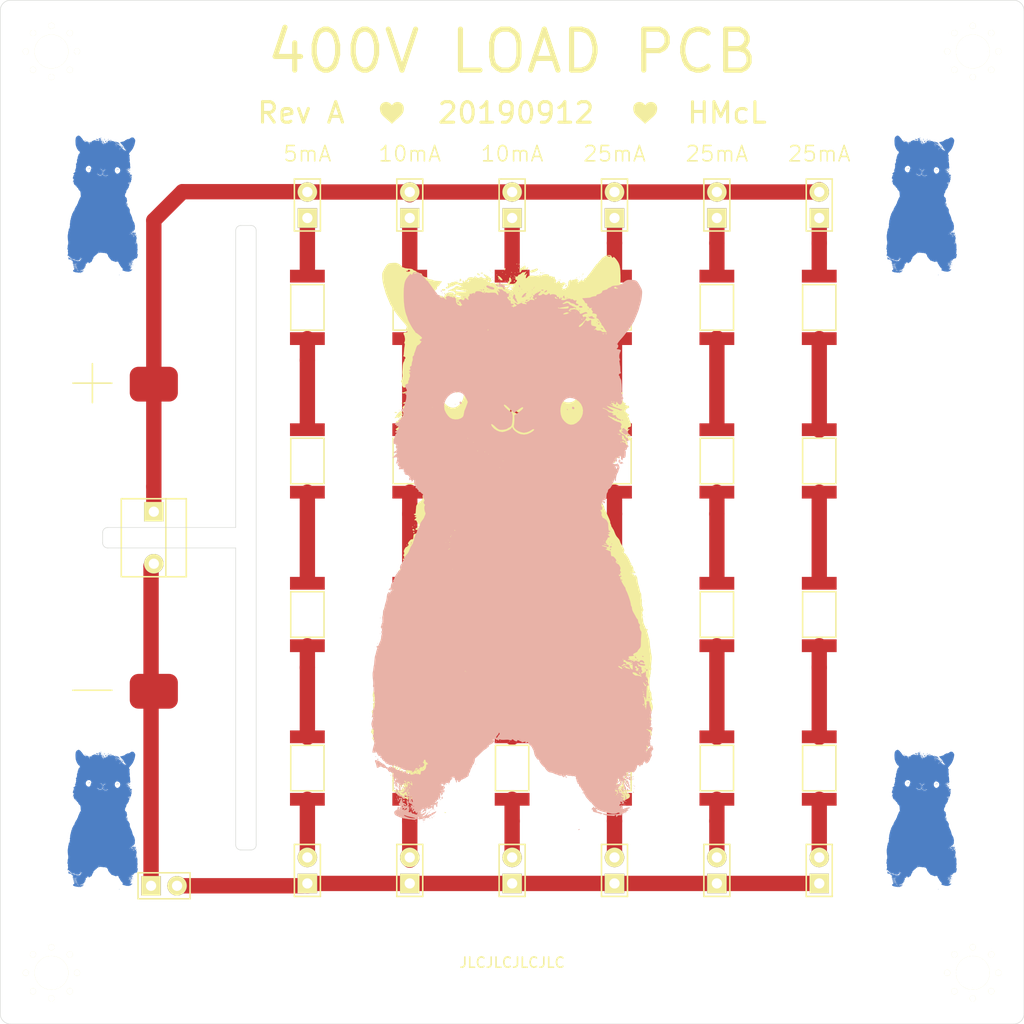
<source format=kicad_pcb>
(kicad_pcb (version 20171130) (host pcbnew 5.1.4-e60b266~84~ubuntu18.04.1)
  (layers (0 F.Cu signal) (31 B.Cu signal) (34 B.Paste user) (35 F.Paste user) (36 B.SilkS user) (37 F.SilkS user) (38 B.Mask user) (39 F.Mask user) (44 Edge.Cuts user))
  (net 0 "")
  (net 1 "Net-(J1-Pad3)")
  (net 2 "Net-(J1-Pad1)")
  (net 3 "Net-(J11-Pad1)")
  (net 4 "Net-(J3-Pad2)")
  (net 5 "Net-(J4-Pad1)")
  (net 6 "Net-(J5-Pad2)")
  (net 7 "Net-(J6-Pad1)")
  (net 8 "Net-(J7-Pad2)")
  (net 9 "Net-(J8-Pad1)")
  (net 10 "Net-(J9-Pad2)")
  (net 11 "Net-(J10-Pad1)")
  (net 12 "Net-(J11-Pad2)")
  (net 13 "Net-(J12-Pad1)")
  (net 14 "Net-(J13-Pad1)")
  (net 15 "Net-(J14-Pad2)")
  (net 16 "Net-(R1-Pad2)")
  (net 17 "Net-(R2-Pad2)")
  (net 18 "Net-(R3-Pad2)")
  (net 19 "Net-(R5-Pad2)")
  (net 20 "Net-(R6-Pad2)")
  (net 21 "Net-(R7-Pad2)")
  (net 22 "Net-(R10-Pad1)")
  (net 23 "Net-(R10-Pad2)")
  (net 24 "Net-(R11-Pad2)")
  (net 25 "Net-(R13-Pad2)")
  (net 26 "Net-(R14-Pad2)")
  (net 27 "Net-(R15-Pad2)")
  (net 28 "Net-(R17-Pad2)")
  (net 29 "Net-(R18-Pad2)")
  (net 30 "Net-(R19-Pad2)")
  (net 31 "Net-(R21-Pad2)")
  (net 32 "Net-(R22-Pad2)")
  (net 33 "Net-(R23-Pad2)")
  (module load:alpacasso_small (layer B.Cu) (at 55 125 180)
    (fp_text reference G*** hide)
    (fp_text value LOGO hide)
    (fp_poly (pts (xy 1.264963 3.613239) (xy 1.277692 3.60455) (xy 1.289009 3.585766) (xy 1.279649 3.566409) (xy 1.259714 3.55241) (xy 1.247775 3.55217) (xy 1.234506 3.568333) (xy 1.233316 3.593256) (xy 1.244643 3.613119) (xy 1.245818 3.613904) (xy 1.264963 3.613239)) (layer B.Cu) (width 0.01))
    (fp_poly (pts (xy 1.407318 3.558064) (xy 1.4097 3.5433) (xy 1.404381 3.522663) (xy 1.397 3.5179) (xy 1.386681 3.528537) (xy 1.3843 3.5433) (xy 1.389618 3.563938) (xy 1.397 3.5687) (xy 1.407318 3.558064)) (layer B.Cu) (width 0.01))
    (fp_poly (pts (xy -1.471385 3.481907) (xy -1.462419 3.461942) (xy -1.462883 3.45776) (xy -1.47599 3.437501) (xy -1.497511 3.431607) (xy -1.516227 3.442022) (xy -1.519375 3.447966) (xy -1.519522 3.472782) (xy -1.51384 3.48234) (xy -1.492225 3.490491) (xy -1.471385 3.481907)) (layer B.Cu) (width 0.01))
    (fp_poly (pts (xy -1.335213 3.425599) (xy -1.336762 3.40777) (xy -1.342011 3.391467) (xy -1.348435 3.398971) (xy -1.352154 3.407323) (xy -1.356844 3.429715) (xy -1.354119 3.438015) (xy -1.341563 3.440837) (xy -1.335213 3.425599)) (layer B.Cu) (width 0.01))
    (fp_poly (pts (xy -2.8702 -2.78765) (xy -2.87655 -2.794) (xy -2.8829 -2.78765) (xy -2.87655 -2.7813) (xy -2.8702 -2.78765)) (layer B.Cu) (width 0.01))
    (fp_poly (pts (xy 2.7432 -5.75945) (xy 2.73685 -5.7658) (xy 2.7305 -5.75945) (xy 2.73685 -5.7531) (xy 2.7432 -5.75945)) (layer B.Cu) (width 0.01))
    (fp_poly (pts (xy 2.5781 -6.08965) (xy 2.57175 -6.096) (xy 2.5654 -6.08965) (xy 2.57175 -6.0833) (xy 2.5781 -6.08965)) (layer B.Cu) (width 0.01))
    (fp_poly (pts (xy 2.611966 -6.163733) (xy 2.613486 -6.178805) (xy 2.611966 -6.180666) (xy 2.604416 -6.178923) (xy 2.6035 -6.1722) (xy 2.608146 -6.161746) (xy 2.611966 -6.163733)) (layer B.Cu) (width 0.01))
    (fp_poly (pts (xy 2.5781 -6.21665) (xy 2.57175 -6.223) (xy 2.5654 -6.21665) (xy 2.57175 -6.2103) (xy 2.5781 -6.21665)) (layer B.Cu) (width 0.01))
    (fp_poly (pts (xy 2.3749 -6.43255) (xy 2.36855 -6.4389) (xy 2.3622 -6.43255) (xy 2.36855 -6.4262) (xy 2.3749 -6.43255)) (layer B.Cu) (width 0.01))
    (fp_poly (pts (xy 2.2098 -6.35635) (xy 2.20345 -6.3627) (xy 2.1971 -6.35635) (xy 2.20345 -6.35) (xy 2.2098 -6.35635)) (layer B.Cu) (width 0.01))
    (fp_poly (pts (xy 2.459566 6.752167) (xy 2.457823 6.744617) (xy 2.4511 6.7437) (xy 2.440646 6.748347) (xy 2.442633 6.752167) (xy 2.457705 6.753687) (xy 2.459566 6.752167)) (layer B.Cu) (width 0.01))
    (fp_poly (pts (xy 0.300566 6.574367) (xy 0.302086 6.559295) (xy 0.300566 6.557434) (xy 0.293016 6.559177) (xy 0.2921 6.5659) (xy 0.296746 6.576354) (xy 0.300566 6.574367)) (layer B.Cu) (width 0.01))
    (fp_poly (pts (xy 0.120986 6.563448) (xy 0.117174 6.554001) (xy 0.105322 6.547667) (xy 0.090485 6.5438) (xy 0.096572 6.553104) (xy 0.098213 6.554776) (xy 0.114864 6.564808) (xy 0.120986 6.563448)) (layer B.Cu) (width 0.01))
    (fp_poly (pts (xy 0.178162 6.593467) (xy 0.181757 6.570084) (xy 0.179532 6.546175) (xy 0.176437 6.538731) (xy 0.168672 6.534806) (xy 0.165425 6.555288) (xy 0.165294 6.562725) (xy 0.166474 6.590839) (xy 0.169607 6.603887) (xy 0.169968 6.604) (xy 0.178162 6.593467)) (layer B.Cu) (width 0.01))
    (fp_poly (pts (xy 0.2794 6.52145) (xy 0.27305 6.5151) (xy 0.2667 6.52145) (xy 0.27305 6.5278) (xy 0.2794 6.52145)) (layer B.Cu) (width 0.01))
    (fp_poly (pts (xy 0.160866 6.472767) (xy 0.162386 6.457695) (xy 0.160866 6.455834) (xy 0.153316 6.457577) (xy 0.1524 6.4643) (xy 0.157046 6.474754) (xy 0.160866 6.472767)) (layer B.Cu) (width 0.01))
    (fp_poly (pts (xy 0.6858 6.40715) (xy 0.67945 6.4008) (xy 0.6731 6.40715) (xy 0.67945 6.4135) (xy 0.6858 6.40715)) (layer B.Cu) (width 0.01))
    (fp_poly (pts (xy -0.3302 6.40715) (xy -0.33655 6.4008) (xy -0.3429 6.40715) (xy -0.33655 6.4135) (xy -0.3302 6.40715)) (layer B.Cu) (width 0.01))
    (fp_poly (pts (xy 0.376766 6.409267) (xy 0.378286 6.394195) (xy 0.376766 6.392334) (xy 0.369216 6.394077) (xy 0.3683 6.4008) (xy 0.372946 6.411254) (xy 0.376766 6.409267)) (layer B.Cu) (width 0.01))
    (fp_poly (pts (xy -0.168477 6.453259) (xy -0.165101 6.426657) (xy -0.1651 6.4262) (xy -0.169522 6.397587) (xy -0.180042 6.388395) (xy -0.192539 6.401241) (xy -0.195093 6.40715) (xy -0.197538 6.433164) (xy -0.189302 6.456073) (xy -0.176442 6.4643) (xy -0.168477 6.453259)) (layer B.Cu) (width 0.01))
    (fp_poly (pts (xy -0.561975 6.425734) (xy -0.535847 6.404583) (xy -0.521591 6.388482) (xy -0.5207 6.385712) (xy -0.522779 6.376971) (xy -0.531672 6.380843) (xy -0.551371 6.399949) (xy -0.565949 6.415423) (xy -0.60325 6.455445) (xy -0.561975 6.425734)) (layer B.Cu) (width 0.01))
    (fp_poly (pts (xy 0.0381 6.36905) (xy 0.03175 6.3627) (xy 0.0254 6.36905) (xy 0.03175 6.3754) (xy 0.0381 6.36905)) (layer B.Cu) (width 0.01))
    (fp_poly (pts (xy 0.1524 6.35635) (xy 0.14605 6.35) (xy 0.1397 6.35635) (xy 0.14605 6.3627) (xy 0.1524 6.35635)) (layer B.Cu) (width 0.01))
    (fp_poly (pts (xy -0.004234 6.358467) (xy -0.005977 6.350917) (xy -0.0127 6.35) (xy -0.023154 6.354647) (xy -0.021167 6.358467) (xy -0.006095 6.359987) (xy -0.004234 6.358467)) (layer B.Cu) (width 0.01))
    (fp_poly (pts (xy -0.2286 6.35635) (xy -0.23495 6.35) (xy -0.2413 6.35635) (xy -0.23495 6.3627) (xy -0.2286 6.35635)) (layer B.Cu) (width 0.01))
    (fp_poly (pts (xy 0.7874 6.34365) (xy 0.78105 6.3373) (xy 0.7747 6.34365) (xy 0.78105 6.35) (xy 0.7874 6.34365)) (layer B.Cu) (width 0.01))
    (fp_poly (pts (xy 0.605366 6.345767) (xy 0.603623 6.338217) (xy 0.5969 6.3373) (xy 0.586446 6.341947) (xy 0.588433 6.345767) (xy 0.603505 6.347287) (xy 0.605366 6.345767)) (layer B.Cu) (width 0.01))
    (fp_poly (pts (xy 0.628803 6.4461) (xy 0.632505 6.431157) (xy 0.615004 6.409114) (xy 0.585443 6.387479) (xy 0.556668 6.367568) (xy 0.548186 6.355491) (xy 0.556868 6.34808) (xy 0.56114 6.343423) (xy 0.54722 6.341612) (xy 0.522119 6.342319) (xy 0.492844 6.345216) (xy 0.466404 6.349973) (xy 0.456928 6.352766) (xy 0.436633 6.367718) (xy 0.436235 6.386271) (xy 0.451769 6.40333) (xy 0.479268 6.413797) (xy 0.504825 6.414322) (xy 0.51946 6.421198) (xy 0.5207 6.4265) (xy 0.53054 6.434866) (xy 0.5461 6.43255) (xy 0.566552 6.431336) (xy 0.5715 6.438045) (xy 0.582362 6.448233) (xy 0.60325 6.4516) (xy 0.628803 6.4461)) (layer B.Cu) (width 0.01))
    (fp_poly (pts (xy 0.326638 6.512852) (xy 0.327421 6.496364) (xy 0.324392 6.490578) (xy 0.324234 6.475583) (xy 0.339029 6.468863) (xy 0.358686 6.474438) (xy 0.360821 6.476064) (xy 0.379692 6.482439) (xy 0.392171 6.472492) (xy 0.397565 6.452112) (xy 0.381186 6.434748) (xy 0.346655 6.422849) (xy 0.313212 6.419066) (xy 0.27701 6.417312) (xy 0.251517 6.415606) (xy 0.247575 6.415195) (xy 0.23413 6.403513) (xy 0.218868 6.377468) (xy 0.217935 6.3754) (xy 0.202986 6.349283) (xy 0.189481 6.337373) (xy 0.188685 6.3373) (xy 0.18212 6.345156) (xy 0.184205 6.35009) (xy 0.181638 6.364744) (xy 0.173236 6.370122) (xy 0.15185 6.387692) (xy 0.147177 6.396092) (xy 0.146835 6.408372) (xy 0.1534 6.406532) (xy 0.166476 6.410092) (xy 0.173786 6.424923) (xy 0.183888 6.44525) (xy 0.3302 6.44525) (xy 0.33655 6.4389) (xy 0.3429 6.44525) (xy 0.33655 6.4516) (xy 0.3302 6.44525) (xy 0.183888 6.44525) (xy 0.184359 6.446196) (xy 0.193339 6.4516) (xy 0.20002 6.461125) (xy 0.197456 6.473825) (xy 0.193735 6.48831) (xy 0.203372 6.481762) (xy 0.204987 6.480175) (xy 0.226652 6.465273) (xy 0.237132 6.471741) (xy 0.234973 6.492875) (xy 0.231433 6.510559) (xy 0.237653 6.505851) (xy 0.239384 6.503405) (xy 0.251533 6.492674) (xy 0.269002 6.497276) (xy 0.284003 6.506439) (xy 0.310065 6.517034) (xy 0.326638 6.512852)) (layer B.Cu) (width 0.01))
    (fp_poly (pts (xy 0.0762 6.34365) (xy 0.06985 6.3373) (xy 0.0635 6.34365) (xy 0.06985 6.35) (xy 0.0762 6.34365)) (layer B.Cu) (width 0.01))
    (fp_poly (pts (xy 0.0381 6.34365) (xy 0.03175 6.3373) (xy 0.0254 6.34365) (xy 0.03175 6.35) (xy 0.0381 6.34365)) (layer B.Cu) (width 0.01))
    (fp_poly (pts (xy -0.474134 6.345767) (xy -0.475877 6.338217) (xy -0.4826 6.3373) (xy -0.493054 6.341947) (xy -0.491067 6.345767) (xy -0.475995 6.347287) (xy -0.474134 6.345767)) (layer B.Cu) (width 0.01))
    (fp_poly (pts (xy -0.5969 6.34365) (xy -0.60325 6.3373) (xy -0.6096 6.34365) (xy -0.60325 6.35) (xy -0.5969 6.34365)) (layer B.Cu) (width 0.01))
    (fp_poly (pts (xy -0.635 6.34365) (xy -0.64135 6.3373) (xy -0.6477 6.34365) (xy -0.64135 6.35) (xy -0.635 6.34365)) (layer B.Cu) (width 0.01))
    (fp_poly (pts (xy 0.709999 6.360848) (xy 0.716213 6.348371) (xy 0.71238 6.33912) (xy 0.70047 6.329081) (xy 0.692465 6.33679) (xy 0.689138 6.35606) (xy 0.70392 6.36232) (xy 0.709999 6.360848)) (layer B.Cu) (width 0.01))
    (fp_poly (pts (xy -0.436034 6.320367) (xy -0.437777 6.312817) (xy -0.4445 6.3119) (xy -0.454954 6.316547) (xy -0.452967 6.320367) (xy -0.437895 6.321887) (xy -0.436034 6.320367)) (layer B.Cu) (width 0.01))
    (fp_poly (pts (xy -0.732214 6.347401) (xy -0.713116 6.341629) (xy -0.7112 6.338659) (xy -0.721299 6.323912) (xy -0.7478 6.322212) (xy -0.78105 6.332301) (xy -0.81915 6.348855) (xy -0.765175 6.349428) (xy -0.732214 6.347401)) (layer B.Cu) (width 0.01))
    (fp_poly (pts (xy -0.13258 6.329749) (xy -0.1397 6.31825) (xy -0.154728 6.302478) (xy -0.159907 6.2992) (xy -0.160033 6.308815) (xy -0.156993 6.31825) (xy -0.143669 6.335076) (xy -0.136787 6.3373) (xy -0.13258 6.329749)) (layer B.Cu) (width 0.01))
    (fp_poly (pts (xy 1.747092 6.314702) (xy 1.7608 6.305514) (xy 1.769964 6.290728) (xy 1.758373 6.287217) (xy 1.728243 6.295417) (xy 1.721778 6.297872) (xy 1.704985 6.306153) (xy 1.711499 6.312749) (xy 1.719547 6.315993) (xy 1.747092 6.314702)) (layer B.Cu) (width 0.01))
    (fp_poly (pts (xy -0.3683 6.29285) (xy -0.37465 6.2865) (xy -0.381 6.29285) (xy -0.37465 6.2992) (xy -0.3683 6.29285)) (layer B.Cu) (width 0.01))
    (fp_poly (pts (xy -0.508 6.28015) (xy -0.51435 6.2738) (xy -0.5207 6.28015) (xy -0.51435 6.2865) (xy -0.508 6.28015)) (layer B.Cu) (width 0.01))
    (fp_poly (pts (xy -0.83857 6.340336) (xy -0.8382 6.3373) (xy -0.828015 6.325808) (xy -0.820509 6.3246) (xy -0.803449 6.316186) (xy -0.793094 6.298623) (xy -0.795691 6.283435) (xy -0.79748 6.282133) (xy -0.814657 6.282865) (xy -0.835025 6.290017) (xy -0.853729 6.30599) (xy -0.86338 6.327311) (xy -0.86156 6.344839) (xy -0.8509 6.35) (xy -0.83857 6.340336)) (layer B.Cu) (width 0.01))
    (fp_poly (pts (xy 1.711854 6.276405) (xy 1.7145 6.267052) (xy 1.706526 6.250288) (xy 1.690387 6.252136) (xy 1.683572 6.25977) (xy 1.686953 6.27322) (xy 1.695522 6.278421) (xy 1.711854 6.276405)) (layer B.Cu) (width 0.01))
    (fp_poly (pts (xy 0.059475 6.276182) (xy 0.060989 6.256333) (xy 0.058472 6.25184) (xy 0.0527 6.255628) (xy 0.051802 6.268509) (xy 0.054904 6.28206) (xy 0.059475 6.276182)) (layer B.Cu) (width 0.01))
    (fp_poly (pts (xy -0.029425 6.276182) (xy -0.027911 6.256333) (xy -0.030428 6.25184) (xy -0.0362 6.255628) (xy -0.037098 6.268509) (xy -0.033996 6.28206) (xy -0.029425 6.276182)) (layer B.Cu) (width 0.01))
    (fp_poly (pts (xy -2.0447 6.25475) (xy -2.05105 6.2484) (xy -2.0574 6.25475) (xy -2.05105 6.2611) (xy -2.0447 6.25475)) (layer B.Cu) (width 0.01))
    (fp_poly (pts (xy 1.659334 6.24062) (xy 1.65735 6.2357) (xy 1.645937 6.223585) (xy 1.6439 6.223) (xy 1.638445 6.232826) (xy 1.6383 6.2357) (xy 1.648063 6.247912) (xy 1.651749 6.2484) (xy 1.659334 6.24062)) (layer B.Cu) (width 0.01))
    (fp_poly (pts (xy -0.474266 6.24062) (xy -0.47625 6.2357) (xy -0.487663 6.223585) (xy -0.4897 6.223) (xy -0.495155 6.232826) (xy -0.4953 6.2357) (xy -0.485537 6.247912) (xy -0.481851 6.2484) (xy -0.474266 6.24062)) (layer B.Cu) (width 0.01))
    (fp_poly (pts (xy 1.735666 6.218767) (xy 1.733923 6.211217) (xy 1.7272 6.2103) (xy 1.716746 6.214947) (xy 1.718733 6.218767) (xy 1.733805 6.220287) (xy 1.735666 6.218767)) (layer B.Cu) (width 0.01))
    (fp_poly (pts (xy 1.58713 6.226036) (xy 1.5875 6.223) (xy 1.577835 6.21067) (xy 1.5748 6.2103) (xy 1.562469 6.219965) (xy 1.5621 6.223) (xy 1.571764 6.235331) (xy 1.5748 6.2357) (xy 1.58713 6.226036)) (layer B.Cu) (width 0.01))
    (fp_poly (pts (xy 0.0635 6.21665) (xy 0.05715 6.2103) (xy 0.0508 6.21665) (xy 0.05715 6.223) (xy 0.0635 6.21665)) (layer B.Cu) (width 0.01))
    (fp_poly (pts (xy 0.0254 6.21665) (xy 0.01905 6.2103) (xy 0.0127 6.21665) (xy 0.01905 6.223) (xy 0.0254 6.21665)) (layer B.Cu) (width 0.01))
    (fp_poly (pts (xy -0.004234 6.193367) (xy -0.002714 6.178295) (xy -0.004234 6.176434) (xy -0.011784 6.178177) (xy -0.0127 6.1849) (xy -0.008054 6.195354) (xy -0.004234 6.193367)) (layer B.Cu) (width 0.01))
    (fp_poly (pts (xy -0.335792 6.269648) (xy -0.311214 6.257336) (xy -0.285346 6.239301) (xy -0.269661 6.224101) (xy -0.243864 6.188463) (xy -0.23609 6.167813) (xy -0.245674 6.159933) (xy -0.250379 6.159695) (xy -0.28086 6.166327) (xy -0.291494 6.171557) (xy -0.312228 6.178735) (xy -0.319382 6.177387) (xy -0.327469 6.184509) (xy -0.337578 6.206996) (xy -0.338629 6.2103) (xy -0.3302 6.2103) (xy -0.325554 6.199847) (xy -0.321734 6.201834) (xy -0.320214 6.216906) (xy -0.321734 6.218767) (xy -0.329284 6.217024) (xy -0.3302 6.2103) (xy -0.338629 6.2103) (xy -0.346599 6.235339) (xy -0.351419 6.260029) (xy -0.349994 6.27094) (xy -0.335792 6.269648)) (layer B.Cu) (width 0.01))
    (fp_poly (pts (xy 1.253066 6.155267) (xy 1.251323 6.147717) (xy 1.2446 6.1468) (xy 1.234146 6.151447) (xy 1.236133 6.155267) (xy 1.251205 6.156787) (xy 1.253066 6.155267)) (layer B.Cu) (width 0.01))
    (fp_poly (pts (xy 1.17133 6.182938) (xy 1.187645 6.171867) (xy 1.187972 6.171356) (xy 1.192363 6.156447) (xy 1.176989 6.154221) (xy 1.165225 6.156419) (xy 1.146363 6.166178) (xy 1.143 6.173132) (xy 1.152204 6.183527) (xy 1.17133 6.182938)) (layer B.Cu) (width 0.01))
    (fp_poly (pts (xy -0.4064 6.15315) (xy -0.41275 6.1468) (xy -0.4191 6.15315) (xy -0.41275 6.1595) (xy -0.4064 6.15315)) (layer B.Cu) (width 0.01))
    (fp_poly (pts (xy -1.5113 6.15315) (xy -1.51765 6.1468) (xy -1.524 6.15315) (xy -1.51765 6.1595) (xy -1.5113 6.15315)) (layer B.Cu) (width 0.01))
    (fp_poly (pts (xy -0.1778 6.14045) (xy -0.18415 6.1341) (xy -0.1905 6.14045) (xy -0.18415 6.1468) (xy -0.1778 6.14045)) (layer B.Cu) (width 0.01))
    (fp_poly (pts (xy -0.381 6.14045) (xy -0.38735 6.1341) (xy -0.3937 6.14045) (xy -0.38735 6.1468) (xy -0.381 6.14045)) (layer B.Cu) (width 0.01))
    (fp_poly (pts (xy -0.451247 6.18845) (xy -0.452856 6.177904) (xy -0.451945 6.161992) (xy -0.445859 6.1595) (xy -0.432452 6.150614) (xy -0.4318 6.1468) (xy -0.437985 6.134579) (xy -0.452747 6.141466) (xy -0.466248 6.158371) (xy -0.474842 6.178621) (xy -0.465145 6.188855) (xy -0.4636 6.189474) (xy -0.451247 6.18845)) (layer B.Cu) (width 0.01))
    (fp_poly (pts (xy -0.4699 6.14045) (xy -0.47625 6.1341) (xy -0.4826 6.14045) (xy -0.47625 6.1468) (xy -0.4699 6.14045)) (layer B.Cu) (width 0.01))
    (fp_poly (pts (xy 0.062948 6.14913) (xy 0.0635 6.14045) (xy 0.056853 6.123547) (xy 0.051198 6.1214) (xy 0.04421 6.13071) (xy 0.046207 6.14045) (xy 0.055221 6.157161) (xy 0.058508 6.1595) (xy 0.062948 6.14913)) (layer B.Cu) (width 0.01))
    (fp_poly (pts (xy -0.216046 6.124275) (xy -0.2159 6.1214) (xy -0.225664 6.109189) (xy -0.22935 6.1087) (xy -0.236935 6.116481) (xy -0.23495 6.1214) (xy -0.223538 6.133516) (xy -0.221501 6.1341) (xy -0.216046 6.124275)) (layer B.Cu) (width 0.01))
    (fp_poly (pts (xy 0.0254 6.08965) (xy 0.01905 6.0833) (xy 0.0127 6.08965) (xy 0.01905 6.096) (xy 0.0254 6.08965)) (layer B.Cu) (width 0.01))
    (fp_poly (pts (xy 0 6.05155) (xy -0.00635 6.0452) (xy -0.0127 6.05155) (xy -0.00635 6.0579) (xy 0 6.05155)) (layer B.Cu) (width 0.01))
    (fp_poly (pts (xy -0.2159 6.05155) (xy -0.22225 6.0452) (xy -0.2286 6.05155) (xy -0.22225 6.0579) (xy -0.2159 6.05155)) (layer B.Cu) (width 0.01))
    (fp_poly (pts (xy -0.2667 6.06425) (xy -0.254585 6.052838) (xy -0.254 6.050801) (xy -0.263826 6.045346) (xy -0.2667 6.0452) (xy -0.278912 6.054964) (xy -0.2794 6.05865) (xy -0.27162 6.066235) (xy -0.2667 6.06425)) (layer B.Cu) (width 0.01))
    (fp_poly (pts (xy -1.7145 6.05155) (xy -1.72085 6.0452) (xy -1.7272 6.05155) (xy -1.72085 6.0579) (xy -1.7145 6.05155)) (layer B.Cu) (width 0.01))
    (fp_poly (pts (xy -0.029634 6.053667) (xy -0.028114 6.038595) (xy -0.029634 6.036734) (xy -0.037184 6.038477) (xy -0.0381 6.0452) (xy -0.033454 6.055654) (xy -0.029634 6.053667)) (layer B.Cu) (width 0.01))
    (fp_poly (pts (xy -0.038418 6.229547) (xy -0.030701 6.213896) (xy -0.024428 6.183004) (xy -0.023354 6.173566) (xy -0.022687 6.143033) (xy -0.03053 6.119247) (xy -0.051108 6.093438) (xy -0.071956 6.072728) (xy -0.102571 6.044601) (xy -0.121276 6.03245) (xy -0.133656 6.033835) (xy -0.142019 6.04213) (xy -0.152292 6.056409) (xy -0.145376 6.054665) (xy -0.141515 6.052398) (xy -0.129975 6.049907) (xy -0.130547 6.066607) (xy -0.131873 6.072185) (xy -0.135087 6.08908) (xy -0.132149 6.086396) (xy -0.119852 6.075887) (xy -0.107476 6.084916) (xy -0.101607 6.108515) (xy -0.1016 6.10945) (xy -0.09551 6.129666) (xy -0.08742 6.1341) (xy -0.078584 6.144751) (xy -0.079446 6.166567) (xy -0.077752 6.19471) (xy -0.065777 6.21904) (xy -0.048851 6.231377) (xy -0.038418 6.229547)) (layer B.Cu) (width 0.01))
    (fp_poly (pts (xy 1.343729 6.037164) (xy 1.343429 6.030538) (xy 1.331427 6.017243) (xy 1.310636 6.005794) (xy 1.29106 6.000404) (xy 1.2827 6.00497) (xy 1.292842 6.024603) (xy 1.315078 6.041066) (xy 1.330748 6.0452) (xy 1.343729 6.037164)) (layer B.Cu) (width 0.01))
    (fp_poly (pts (xy -1.652534 5.947681) (xy -1.632624 5.936747) (xy -1.629325 5.926108) (xy -1.642704 5.917284) (xy -1.669217 5.911835) (xy -1.69874 5.910433) (xy -1.72115 5.91375) (xy -1.7272 5.919617) (xy -1.716267 5.93539) (xy -1.69052 5.946548) (xy -1.660534 5.949117) (xy -1.652534 5.947681)) (layer B.Cu) (width 0.01))
    (fp_poly (pts (xy -1.854717 5.870881) (xy -1.8542 5.8674) (xy -1.858534 5.855031) (xy -1.859801 5.8547) (xy -1.870644 5.8636) (xy -1.87325 5.8674) (xy -1.872244 5.879103) (xy -1.86765 5.8801) (xy -1.854717 5.870881)) (layer B.Cu) (width 0.01))
    (fp_poly (pts (xy -1.920519 5.699065) (xy -1.883064 5.695628) (xy -1.865786 5.688785) (xy -1.863493 5.676321) (xy -1.863831 5.6749) (xy -1.879356 5.654973) (xy -1.89665 5.646498) (xy -1.924617 5.641918) (xy -1.960694 5.639517) (xy -1.996308 5.639363) (xy -2.022888 5.641519) (xy -2.032 5.645465) (xy -2.021593 5.654298) (xy -1.999486 5.664491) (xy -1.978444 5.677332) (xy -1.974798 5.689516) (xy -1.968697 5.696931) (xy -1.94034 5.699583) (xy -1.920519 5.699065)) (layer B.Cu) (width 0.01))
    (fp_poly (pts (xy -2.088329 5.597762) (xy -2.08932 5.583501) (xy -2.100339 5.568648) (xy -2.115923 5.556681) (xy -2.120706 5.558518) (xy -2.114314 5.578804) (xy -2.101095 5.595237) (xy -2.088919 5.598278) (xy -2.088329 5.597762)) (layer B.Cu) (width 0.01))
    (fp_poly (pts (xy -2.0574 5.54355) (xy -2.06375 5.5372) (xy -2.0701 5.54355) (xy -2.06375 5.5499) (xy -2.0574 5.54355)) (layer B.Cu) (width 0.01))
    (fp_poly (pts (xy -2.1336 5.54355) (xy -2.13995 5.5372) (xy -2.1463 5.54355) (xy -2.13995 5.5499) (xy -2.1336 5.54355)) (layer B.Cu) (width 0.01))
    (fp_poly (pts (xy -1.947334 5.507567) (xy -1.945814 5.492495) (xy -1.947334 5.490634) (xy -1.954884 5.492377) (xy -1.9558 5.4991) (xy -1.951154 5.509554) (xy -1.947334 5.507567)) (layer B.Cu) (width 0.01))
    (fp_poly (pts (xy -2.087555 5.519746) (xy -2.0828 5.513159) (xy -2.092933 5.499233) (xy -2.113079 5.492242) (xy -2.126009 5.495742) (xy -2.133275 5.513272) (xy -2.118485 5.523576) (xy -2.1082 5.5245) (xy -2.087555 5.519746)) (layer B.Cu) (width 0.01))
    (fp_poly (pts (xy -2.1336 5.48005) (xy -2.13995 5.4737) (xy -2.1463 5.48005) (xy -2.13995 5.4864) (xy -2.1336 5.48005)) (layer B.Cu) (width 0.01))
    (fp_poly (pts (xy -1.651 5.45465) (xy -1.65735 5.4483) (xy -1.6637 5.45465) (xy -1.65735 5.461) (xy -1.651 5.45465)) (layer B.Cu) (width 0.01))
    (fp_poly (pts (xy -2.0574 5.39115) (xy -2.06375 5.3848) (xy -2.0701 5.39115) (xy -2.06375 5.3975) (xy -2.0574 5.39115)) (layer B.Cu) (width 0.01))
    (fp_poly (pts (xy -2.166883 5.405853) (xy -2.159 5.3975) (xy -2.167903 5.385162) (xy -2.170662 5.3848) (xy -2.191945 5.380611) (xy -2.202412 5.377092) (xy -2.219391 5.378271) (xy -2.2225 5.389792) (xy -2.211695 5.406472) (xy -2.19075 5.4102) (xy -2.166883 5.405853)) (layer B.Cu) (width 0.01))
    (fp_poly (pts (xy -2.553283 3.518988) (xy -2.545797 3.49766) (xy -2.552652 3.4925) (xy -2.568428 3.502682) (xy -2.573718 3.512098) (xy -2.577165 3.534146) (xy -2.568149 3.5371) (xy -2.553283 3.518988)) (layer B.Cu) (width 0.01))
    (fp_poly (pts (xy -2.5146 3.35915) (xy -2.52095 3.3528) (xy -2.5273 3.35915) (xy -2.52095 3.3655) (xy -2.5146 3.35915)) (layer B.Cu) (width 0.01))
    (fp_poly (pts (xy -2.5654 3.34645) (xy -2.57175 3.3401) (xy -2.5781 3.34645) (xy -2.57175 3.3528) (xy -2.5654 3.34645)) (layer B.Cu) (width 0.01))
    (fp_poly (pts (xy -2.596814 3.324948) (xy -2.600626 3.315501) (xy -2.612478 3.309167) (xy -2.627315 3.3053) (xy -2.621228 3.314604) (xy -2.619587 3.316276) (xy -2.602936 3.326308) (xy -2.596814 3.324948)) (layer B.Cu) (width 0.01))
    (fp_poly (pts (xy -2.5527 3.25755) (xy -2.55905 3.2512) (xy -2.5654 3.25755) (xy -2.55905 3.2639) (xy -2.5527 3.25755)) (layer B.Cu) (width 0.01))
    (fp_poly (pts (xy 2.8067 3.16865) (xy 2.80035 3.1623) (xy 2.794 3.16865) (xy 2.80035 3.175) (xy 2.8067 3.16865)) (layer B.Cu) (width 0.01))
    (fp_poly (pts (xy -2.572495 3.197688) (xy -2.562201 3.184724) (xy -2.560555 3.180691) (xy -2.559299 3.167358) (xy -2.564197 3.167907) (xy -2.582112 3.167865) (xy -2.61256 3.159107) (xy -2.621201 3.155696) (xy -2.65013 3.146383) (xy -2.665927 3.146761) (xy -2.667 3.149031) (xy -2.676303 3.156165) (xy -2.68605 3.154193) (xy -2.702341 3.155121) (xy -2.7051 3.16174) (xy -2.69488 3.172947) (xy -2.682875 3.173814) (xy -2.655227 3.176466) (xy -2.624899 3.185715) (xy -2.591007 3.197832) (xy -2.572495 3.197688)) (layer B.Cu) (width 0.01))
    (fp_poly (pts (xy -2.7051 3.00355) (xy -2.71145 2.9972) (xy -2.7178 3.00355) (xy -2.71145 3.0099) (xy -2.7051 3.00355)) (layer B.Cu) (width 0.01))
    (fp_poly (pts (xy -2.76225 3.001793) (xy -2.74554 2.992779) (xy -2.7432 2.989492) (xy -2.753571 2.985052) (xy -2.76225 2.9845) (xy -2.779154 2.991147) (xy -2.7813 2.996802) (xy -2.771991 3.00379) (xy -2.76225 3.001793)) (layer B.Cu) (width 0.01))
    (fp_poly (pts (xy -2.794364 2.619785) (xy -2.794 2.61695) (xy -2.803232 2.59975) (xy -2.8067 2.59715) (xy -2.817573 2.60003) (xy -2.8194 2.609101) (xy -2.81277 2.626477) (xy -2.8067 2.6289) (xy -2.794364 2.619785)) (layer B.Cu) (width 0.01))
    (fp_poly (pts (xy 2.8702 2.34315) (xy 2.86385 2.3368) (xy 2.8575 2.34315) (xy 2.86385 2.3495) (xy 2.8702 2.34315)) (layer B.Cu) (width 0.01))
    (fp_poly (pts (xy -2.5781 2.19075) (xy -2.58445 2.1844) (xy -2.5908 2.19075) (xy -2.58445 2.1971) (xy -2.5781 2.19075)) (layer B.Cu) (width 0.01))
    (fp_poly (pts (xy -2.6543 2.17805) (xy -2.66065 2.1717) (xy -2.667 2.17805) (xy -2.66065 2.1844) (xy -2.6543 2.17805)) (layer B.Cu) (width 0.01))
    (fp_poly (pts (xy -2.188232 1.114918) (xy -2.1844 1.104151) (xy -2.192391 1.09297) (xy -2.208459 1.096945) (xy -2.216673 1.105745) (xy -2.220102 1.122849) (xy -2.218267 1.126067) (xy -2.203413 1.127025) (xy -2.188232 1.114918)) (layer B.Cu) (width 0.01))
    (fp_poly (pts (xy -2.364413 0.193035) (xy -2.3622 0.18415) (xy -2.372366 0.167313) (xy -2.38125 0.1651) (xy -2.398088 0.175266) (xy -2.4003 0.18415) (xy -2.390135 0.200988) (xy -2.38125 0.2032) (xy -2.364413 0.193035)) (layer B.Cu) (width 0.01))
    (fp_poly (pts (xy -2.3876 0.14605) (xy -2.375485 0.134638) (xy -2.3749 0.132601) (xy -2.384726 0.127146) (xy -2.3876 0.127) (xy -2.399812 0.136764) (xy -2.4003 0.14045) (xy -2.39252 0.148035) (xy -2.3876 0.14605)) (layer B.Cu) (width 0.01))
    (fp_poly (pts (xy -2.425846 0.142575) (xy -2.4257 0.1397) (xy -2.435464 0.127489) (xy -2.43915 0.127) (xy -2.446735 0.134781) (xy -2.44475 0.1397) (xy -2.433338 0.151816) (xy -2.431301 0.1524) (xy -2.425846 0.142575)) (layer B.Cu) (width 0.01))
    (fp_poly (pts (xy -2.353734 0.033867) (xy -2.352214 0.018795) (xy -2.353734 0.016934) (xy -2.361284 0.018677) (xy -2.3622 0.0254) (xy -2.357554 0.035854) (xy -2.353734 0.033867)) (layer B.Cu) (width 0.01))
    (fp_poly (pts (xy 2.8194 -0.55245) (xy 2.81305 -0.5588) (xy 2.8067 -0.55245) (xy 2.81305 -0.5461) (xy 2.8194 -0.55245)) (layer B.Cu) (width 0.01))
    (fp_poly (pts (xy 3.2258 -1.67005) (xy 3.21945 -1.6764) (xy 3.2131 -1.67005) (xy 3.21945 -1.6637) (xy 3.2258 -1.67005)) (layer B.Cu) (width 0.01))
    (fp_poly (pts (xy 3.1877 -1.75895) (xy 3.18135 -1.7653) (xy 3.175 -1.75895) (xy 3.18135 -1.7526) (xy 3.1877 -1.75895)) (layer B.Cu) (width 0.01))
    (fp_poly (pts (xy 3.1877 -1.78435) (xy 3.18135 -1.7907) (xy 3.175 -1.78435) (xy 3.18135 -1.778) (xy 3.1877 -1.78435)) (layer B.Cu) (width 0.01))
    (fp_poly (pts (xy 3.221566 -2.036233) (xy 3.223086 -2.051305) (xy 3.221566 -2.053166) (xy 3.214016 -2.051423) (xy 3.2131 -2.0447) (xy 3.217746 -2.034246) (xy 3.221566 -2.036233)) (layer B.Cu) (width 0.01))
    (fp_poly (pts (xy 3.2258 -2.19075) (xy 3.21945 -2.1971) (xy 3.2131 -2.19075) (xy 3.21945 -2.1844) (xy 3.2258 -2.19075)) (layer B.Cu) (width 0.01))
    (fp_poly (pts (xy 3.3274 -2.29235) (xy 3.32105 -2.2987) (xy 3.3147 -2.29235) (xy 3.32105 -2.286) (xy 3.3274 -2.29235)) (layer B.Cu) (width 0.01))
    (fp_poly (pts (xy 3.2893 -2.29235) (xy 3.28295 -2.2987) (xy 3.2766 -2.29235) (xy 3.28295 -2.286) (xy 3.2893 -2.29235)) (layer B.Cu) (width 0.01))
    (fp_poly (pts (xy 3.2893 -2.31775) (xy 3.28295 -2.3241) (xy 3.2766 -2.31775) (xy 3.28295 -2.3114) (xy 3.2893 -2.31775)) (layer B.Cu) (width 0.01))
    (fp_poly (pts (xy -3.0861 -2.49555) (xy -3.09245 -2.5019) (xy -3.0988 -2.49555) (xy -3.09245 -2.4892) (xy -3.0861 -2.49555)) (layer B.Cu) (width 0.01))
    (fp_poly (pts (xy -3.001434 -2.595033) (xy -3.003177 -2.602583) (xy -3.0099 -2.6035) (xy -3.020354 -2.598853) (xy -3.018367 -2.595033) (xy -3.003295 -2.593513) (xy -3.001434 -2.595033)) (layer B.Cu) (width 0.01))
    (fp_poly (pts (xy -3.039285 -2.599003) (xy -3.04165 -2.6035) (xy -3.053617 -2.615628) (xy -3.05585 -2.6162) (xy -3.056716 -2.607996) (xy -3.05435 -2.6035) (xy -3.042384 -2.591371) (xy -3.040151 -2.5908) (xy -3.039285 -2.599003)) (layer B.Cu) (width 0.01))
    (fp_poly (pts (xy -3.175 -2.603898) (xy -3.185293 -2.614814) (xy -3.19405 -2.6162) (xy -3.210995 -2.613482) (xy -3.2131 -2.611208) (xy -3.20317 -2.603019) (xy -3.19405 -2.598907) (xy -3.177697 -2.598643) (xy -3.175 -2.603898)) (layer B.Cu) (width 0.01))
    (fp_poly (pts (xy -2.998886 -2.622048) (xy -2.999582 -2.629693) (xy -3.015661 -2.64894) (xy -3.021807 -2.651918) (xy -3.033615 -2.648451) (xy -3.032919 -2.640806) (xy -3.01684 -2.621559) (xy -3.010694 -2.618581) (xy -2.998886 -2.622048)) (layer B.Cu) (width 0.01))
    (fp_poly (pts (xy -3.048 -2.66065) (xy -3.05435 -2.667) (xy -3.0607 -2.66065) (xy -3.05435 -2.6543) (xy -3.048 -2.66065)) (layer B.Cu) (width 0.01))
    (fp_poly (pts (xy -3.0099 -2.67335) (xy -3.01625 -2.6797) (xy -3.0226 -2.67335) (xy -3.01625 -2.667) (xy -3.0099 -2.67335)) (layer B.Cu) (width 0.01))
    (fp_poly (pts (xy -3.052366 -2.68748) (xy -3.05435 -2.6924) (xy -3.065763 -2.704515) (xy -3.0678 -2.7051) (xy -3.073255 -2.695274) (xy -3.0734 -2.6924) (xy -3.063637 -2.680188) (xy -3.059951 -2.6797) (xy -3.052366 -2.68748)) (layer B.Cu) (width 0.01))
    (fp_poly (pts (xy -3.2639 -2.69875) (xy -3.27025 -2.7051) (xy -3.2766 -2.69875) (xy -3.27025 -2.6924) (xy -3.2639 -2.69875)) (layer B.Cu) (width 0.01))
    (fp_poly (pts (xy -3.2004 -2.87655) (xy -3.188285 -2.887962) (xy -3.1877 -2.889999) (xy -3.197526 -2.895454) (xy -3.2004 -2.8956) (xy -3.212612 -2.885836) (xy -3.2131 -2.88215) (xy -3.20532 -2.874565) (xy -3.2004 -2.87655)) (layer B.Cu) (width 0.01))
    (fp_poly (pts (xy -3.23887 -2.905264) (xy -3.2385 -2.9083) (xy -3.248165 -2.92063) (xy -3.2512 -2.921) (xy -3.263531 -2.911335) (xy -3.2639 -2.9083) (xy -3.254236 -2.895969) (xy -3.2512 -2.8956) (xy -3.23887 -2.905264)) (layer B.Cu) (width 0.01))
    (fp_poly (pts (xy -3.33366 -3.602157) (xy -3.327595 -3.622675) (xy -3.335508 -3.631775) (xy -3.351378 -3.627522) (xy -3.35915 -3.6195) (xy -3.360795 -3.598279) (xy -3.358313 -3.592744) (xy -3.346528 -3.589404) (xy -3.33366 -3.602157)) (layer B.Cu) (width 0.01))
    (fp_poly (pts (xy -3.3274 -3.66395) (xy -3.33375 -3.6703) (xy -3.3401 -3.66395) (xy -3.33375 -3.6576) (xy -3.3274 -3.66395)) (layer B.Cu) (width 0.01))
    (fp_poly (pts (xy -3.382225 -3.769518) (xy -3.380711 -3.789367) (xy -3.383228 -3.79386) (xy -3.389 -3.790072) (xy -3.389898 -3.777191) (xy -3.386796 -3.76364) (xy -3.382225 -3.769518)) (layer B.Cu) (width 0.01))
    (fp_poly (pts (xy 0.4318 -4.64185) (xy 0.42545 -4.6482) (xy 0.4191 -4.64185) (xy 0.42545 -4.6355) (xy 0.4318 -4.64185)) (layer B.Cu) (width 0.01))
    (fp_poly (pts (xy 0.2921 -4.66725) (xy 0.28575 -4.6736) (xy 0.2794 -4.66725) (xy 0.28575 -4.6609) (xy 0.2921 -4.66725)) (layer B.Cu) (width 0.01))
    (fp_poly (pts (xy 3.386666 -4.982633) (xy 3.384923 -4.990183) (xy 3.3782 -4.9911) (xy 3.367746 -4.986453) (xy 3.369733 -4.982633) (xy 3.384805 -4.981113) (xy 3.386666 -4.982633)) (layer B.Cu) (width 0.01))
    (fp_poly (pts (xy 3.2893 -5.03555) (xy 3.28295 -5.0419) (xy 3.2766 -5.03555) (xy 3.28295 -5.0292) (xy 3.2893 -5.03555)) (layer B.Cu) (width 0.01))
    (fp_poly (pts (xy 3.336075 -5.052218) (xy 3.337589 -5.072067) (xy 3.335072 -5.07656) (xy 3.3293 -5.072772) (xy 3.328402 -5.059891) (xy 3.331504 -5.04634) (xy 3.336075 -5.052218)) (layer B.Cu) (width 0.01))
    (fp_poly (pts (xy 3.3401 -5.09905) (xy 3.33375 -5.1054) (xy 3.3274 -5.09905) (xy 3.33375 -5.0927) (xy 3.3401 -5.09905)) (layer B.Cu) (width 0.01))
    (fp_poly (pts (xy 3.29305 -5.114631) (xy 3.29565 -5.1181) (xy 3.29277 -5.128972) (xy 3.283699 -5.1308) (xy 3.266323 -5.124169) (xy 3.2639 -5.1181) (xy 3.273015 -5.105763) (xy 3.27585 -5.1054) (xy 3.29305 -5.114631)) (layer B.Cu) (width 0.01))
    (fp_poly (pts (xy 0.889 -5.16255) (xy 0.88265 -5.1689) (xy 0.8763 -5.16255) (xy 0.88265 -5.1562) (xy 0.889 -5.16255)) (layer B.Cu) (width 0.01))
    (fp_poly (pts (xy 0.8001 -5.17525) (xy 0.79375 -5.1816) (xy 0.7874 -5.17525) (xy 0.79375 -5.1689) (xy 0.8001 -5.17525)) (layer B.Cu) (width 0.01))
    (fp_poly (pts (xy 0.897466 -5.185833) (xy 0.895723 -5.193383) (xy 0.889 -5.1943) (xy 0.878546 -5.189653) (xy 0.880533 -5.185833) (xy 0.895605 -5.184313) (xy 0.897466 -5.185833)) (layer B.Cu) (width 0.01))
    (fp_poly (pts (xy 0.8001 -5.20065) (xy 0.79375 -5.207) (xy 0.7874 -5.20065) (xy 0.79375 -5.1943) (xy 0.8001 -5.20065)) (layer B.Cu) (width 0.01))
    (fp_poly (pts (xy 0.9017 -5.23875) (xy 0.89535 -5.2451) (xy 0.889 -5.23875) (xy 0.89535 -5.2324) (xy 0.9017 -5.23875)) (layer B.Cu) (width 0.01))
    (fp_poly (pts (xy 2.1844 -5.35305) (xy 2.17805 -5.3594) (xy 2.1717 -5.35305) (xy 2.17805 -5.3467) (xy 2.1844 -5.35305)) (layer B.Cu) (width 0.01))
    (fp_poly (pts (xy 3.0988 -5.42925) (xy 3.09245 -5.4356) (xy 3.0861 -5.42925) (xy 3.09245 -5.4229) (xy 3.0988 -5.42925)) (layer B.Cu) (width 0.01))
    (fp_poly (pts (xy 2.561166 -5.414433) (xy 2.562686 -5.429505) (xy 2.561166 -5.431366) (xy 2.553616 -5.429623) (xy 2.5527 -5.4229) (xy 2.557346 -5.412446) (xy 2.561166 -5.414433)) (layer B.Cu) (width 0.01))
    (fp_poly (pts (xy 2.3876 -5.42925) (xy 2.38125 -5.4356) (xy 2.3749 -5.42925) (xy 2.38125 -5.4229) (xy 2.3876 -5.42925)) (layer B.Cu) (width 0.01))
    (fp_poly (pts (xy 2.3241 -5.41655) (xy 2.336215 -5.427962) (xy 2.3368 -5.429999) (xy 2.326974 -5.435454) (xy 2.3241 -5.4356) (xy 2.311888 -5.425836) (xy 2.3114 -5.42215) (xy 2.31918 -5.414565) (xy 2.3241 -5.41655)) (layer B.Cu) (width 0.01))
    (fp_poly (pts (xy 2.319866 -5.452533) (xy 2.321386 -5.467605) (xy 2.319866 -5.469466) (xy 2.312316 -5.467723) (xy 2.3114 -5.461) (xy 2.316046 -5.450546) (xy 2.319866 -5.452533)) (layer B.Cu) (width 0.01))
    (fp_poly (pts (xy -2.867256 -5.486323) (xy -2.860326 -5.500158) (xy -2.866569 -5.517497) (xy -2.87655 -5.520266) (xy -2.892038 -5.511572) (xy -2.892949 -5.502662) (xy -2.881906 -5.484795) (xy -2.867256 -5.486323)) (layer B.Cu) (width 0.01))
    (fp_poly (pts (xy -2.950425 -5.534818) (xy -2.948911 -5.554667) (xy -2.951428 -5.55916) (xy -2.9572 -5.555372) (xy -2.958098 -5.542491) (xy -2.954996 -5.52894) (xy -2.950425 -5.534818)) (layer B.Cu) (width 0.01))
    (fp_poly (pts (xy -2.963125 -5.585618) (xy -2.961611 -5.605467) (xy -2.964128 -5.60996) (xy -2.9699 -5.606172) (xy -2.970798 -5.593291) (xy -2.967696 -5.57974) (xy -2.963125 -5.585618)) (layer B.Cu) (width 0.01))
    (fp_poly (pts (xy -2.901756 -5.539511) (xy -2.902226 -5.554119) (xy -2.911672 -5.581974) (xy -2.914848 -5.589253) (xy -2.934486 -5.63245) (xy -2.92626 -5.588) (xy -2.918164 -5.551614) (xy -2.910537 -5.536785) (xy -2.901756 -5.539511)) (layer B.Cu) (width 0.01))
    (fp_poly (pts (xy -1.5494 -5.63245) (xy -1.55575 -5.6388) (xy -1.5621 -5.63245) (xy -1.55575 -5.6261) (xy -1.5494 -5.63245)) (layer B.Cu) (width 0.01))
    (fp_poly (pts (xy 2.942034 -5.64658) (xy 2.94005 -5.6515) (xy 2.928637 -5.663615) (xy 2.9266 -5.6642) (xy 2.921145 -5.654374) (xy 2.921 -5.6515) (xy 2.930763 -5.639288) (xy 2.934449 -5.6388) (xy 2.942034 -5.64658)) (layer B.Cu) (width 0.01))
    (fp_poly (pts (xy -2.874225 -5.674518) (xy -2.872711 -5.694367) (xy -2.875228 -5.69886) (xy -2.881 -5.695072) (xy -2.881898 -5.682191) (xy -2.878796 -5.66864) (xy -2.874225 -5.674518)) (layer B.Cu) (width 0.01))
    (fp_poly (pts (xy 2.9083 -5.74675) (xy 2.90195 -5.7531) (xy 2.8956 -5.74675) (xy 2.90195 -5.7404) (xy 2.9083 -5.74675)) (layer B.Cu) (width 0.01))
    (fp_poly (pts (xy 1.608875 -5.725318) (xy 1.610389 -5.745167) (xy 1.607872 -5.74966) (xy 1.6021 -5.745872) (xy 1.601202 -5.732991) (xy 1.604304 -5.71944) (xy 1.608875 -5.725318)) (layer B.Cu) (width 0.01))
    (fp_poly (pts (xy -2.68399 -5.711825) (xy -2.682312 -5.737826) (xy -2.68399 -5.743575) (xy -2.688625 -5.74517) (xy -2.690395 -5.7277) (xy -2.688399 -5.70967) (xy -2.68399 -5.711825)) (layer B.Cu) (width 0.01))
    (fp_poly (pts (xy -2.8829 -5.74675) (xy -2.88925 -5.7531) (xy -2.8956 -5.74675) (xy -2.88925 -5.7404) (xy -2.8829 -5.74675)) (layer B.Cu) (width 0.01))
    (fp_poly (pts (xy -2.9591 -5.75945) (xy -2.96545 -5.7658) (xy -2.9718 -5.75945) (xy -2.96545 -5.7531) (xy -2.9591 -5.75945)) (layer B.Cu) (width 0.01))
    (fp_poly (pts (xy -2.988734 -5.770033) (xy -2.987214 -5.785105) (xy -2.988734 -5.786966) (xy -2.996284 -5.785223) (xy -2.9972 -5.7785) (xy -2.992554 -5.768046) (xy -2.988734 -5.770033)) (layer B.Cu) (width 0.01))
    (fp_poly (pts (xy -2.658534 -5.795433) (xy -2.657014 -5.810505) (xy -2.658534 -5.812366) (xy -2.666084 -5.810623) (xy -2.667 -5.8039) (xy -2.662354 -5.793446) (xy -2.658534 -5.795433)) (layer B.Cu) (width 0.01))
    (fp_poly (pts (xy -2.682082 -5.801836) (xy -2.6797 -5.8166) (xy -2.685019 -5.837237) (xy -2.6924 -5.842) (xy -2.702719 -5.831363) (xy -2.7051 -5.8166) (xy -2.699782 -5.795962) (xy -2.6924 -5.7912) (xy -2.682082 -5.801836)) (layer B.Cu) (width 0.01))
    (fp_poly (pts (xy -2.9083 -5.83565) (xy -2.91465 -5.842) (xy -2.921 -5.83565) (xy -2.91465 -5.8293) (xy -2.9083 -5.83565)) (layer B.Cu) (width 0.01))
    (fp_poly (pts (xy -2.9718 -5.83565) (xy -2.97815 -5.842) (xy -2.9845 -5.83565) (xy -2.97815 -5.8293) (xy -2.9718 -5.83565)) (layer B.Cu) (width 0.01))
    (fp_poly (pts (xy 1.6383 -5.87375) (xy 1.63195 -5.8801) (xy 1.6256 -5.87375) (xy 1.63195 -5.8674) (xy 1.6383 -5.87375)) (layer B.Cu) (width 0.01))
    (fp_poly (pts (xy -2.814933 -5.836684) (xy -2.803172 -5.853505) (xy -2.803714 -5.874386) (xy -2.813221 -5.900395) (xy -2.823981 -5.902829) (xy -2.83124 -5.88279) (xy -2.8321 -5.867798) (xy -2.828265 -5.84102) (xy -2.81593 -5.836328) (xy -2.814933 -5.836684)) (layer B.Cu) (width 0.01))
    (fp_poly (pts (xy -2.64998 -5.83646) (xy -2.65986 -5.849373) (xy -2.672438 -5.870516) (xy -2.671505 -5.883086) (xy -2.671136 -5.890786) (xy -2.676407 -5.888485) (xy -2.691499 -5.890768) (xy -2.697021 -5.899222) (xy -2.709776 -5.914839) (xy -2.724473 -5.917326) (xy -2.7305 -5.906558) (xy -2.720721 -5.89125) (xy -2.714625 -5.887508) (xy -2.705286 -5.879167) (xy -2.714625 -5.872691) (xy -2.729881 -5.858622) (xy -2.724975 -5.847522) (xy -2.706169 -5.84801) (xy -2.682731 -5.848674) (xy -2.67367 -5.842516) (xy -2.656821 -5.829895) (xy -2.652644 -5.8293) (xy -2.64998 -5.83646)) (layer B.Cu) (width 0.01))
    (fp_poly (pts (xy -1.651 -5.93725) (xy -1.65735 -5.9436) (xy -1.6637 -5.93725) (xy -1.65735 -5.9309) (xy -1.651 -5.93725)) (layer B.Cu) (width 0.01))
    (fp_poly (pts (xy -2.952029 -5.913984) (xy -2.954255 -5.92389) (xy -2.964503 -5.941766) (xy -2.97113 -5.938771) (xy -2.9718 -5.931649) (xy -2.962577 -5.914428) (xy -2.959246 -5.911939) (xy -2.952029 -5.913984)) (layer B.Cu) (width 0.01))
    (fp_poly (pts (xy -2.733291 -5.953107) (xy -2.7305 -5.96265) (xy -2.733111 -5.979595) (xy -2.735295 -5.9817) (xy -2.746253 -5.973283) (xy -2.7559 -5.96265) (xy -2.764755 -5.947627) (xy -2.753088 -5.943617) (xy -2.751106 -5.9436) (xy -2.733291 -5.953107)) (layer B.Cu) (width 0.01))
    (fp_poly (pts (xy -2.784646 -5.951368) (xy -2.794 -5.969) (xy -2.803864 -5.980901) (xy -2.806463 -5.969462) (xy -2.806506 -5.966574) (xy -2.800035 -5.943611) (xy -2.794 -5.93725) (xy -2.782782 -5.936225) (xy -2.784646 -5.951368)) (layer B.Cu) (width 0.01))
    (fp_poly (pts (xy -2.7305 -6.01345) (xy -2.73685 -6.0198) (xy -2.7432 -6.01345) (xy -2.73685 -6.0071) (xy -2.7305 -6.01345)) (layer B.Cu) (width 0.01))
    (fp_poly (pts (xy -2.849166 -6.00218) (xy -2.85115 -6.0071) (xy -2.862563 -6.019215) (xy -2.8646 -6.0198) (xy -2.870055 -6.009974) (xy -2.8702 -6.0071) (xy -2.860437 -5.994888) (xy -2.856751 -5.9944) (xy -2.849166 -6.00218)) (layer B.Cu) (width 0.01))
    (fp_poly (pts (xy -2.836125 -6.055518) (xy -2.834611 -6.075367) (xy -2.837128 -6.07986) (xy -2.8429 -6.076072) (xy -2.843798 -6.063191) (xy -2.840696 -6.04964) (xy -2.836125 -6.055518)) (layer B.Cu) (width 0.01))
    (fp_poly (pts (xy 1.719297 -6.038603) (xy 1.72174 -6.058802) (xy 1.716395 -6.079462) (xy 1.71638 -6.079489) (xy 1.707026 -6.090746) (xy 1.700384 -6.078973) (xy 1.698866 -6.073453) (xy 1.697816 -6.05155) (xy 1.7018 -6.05155) (xy 1.70815 -6.0579) (xy 1.7145 -6.05155) (xy 1.70815 -6.0452) (xy 1.7018 -6.05155) (xy 1.697816 -6.05155) (xy 1.697525 -6.04548) (xy 1.701589 -6.032841) (xy 1.711701 -6.027178) (xy 1.719297 -6.038603)) (layer B.Cu) (width 0.01))
    (fp_poly (pts (xy 2.840566 -6.087533) (xy 2.842086 -6.102605) (xy 2.840566 -6.104466) (xy 2.833016 -6.102723) (xy 2.8321 -6.096) (xy 2.836746 -6.085546) (xy 2.840566 -6.087533)) (layer B.Cu) (width 0.01))
    (fp_poly (pts (xy -2.761865 -6.025777) (xy -2.761904 -6.06429) (xy -2.753123 -6.08648) (xy -2.752115 -6.0873) (xy -2.746391 -6.094128) (xy -2.758255 -6.091561) (xy -2.779286 -6.0929) (xy -2.785827 -6.099888) (xy -2.790897 -6.101802) (xy -2.792998 -6.087933) (xy -2.788614 -6.057972) (xy -2.776592 -6.021382) (xy -2.775175 -6.018083) (xy -2.75635 -5.97535) (xy -2.761865 -6.025777)) (layer B.Cu) (width 0.01))
    (fp_poly (pts (xy 2.8321 -6.14045) (xy 2.82575 -6.1468) (xy 2.8194 -6.14045) (xy 2.82575 -6.1341) (xy 2.8321 -6.14045)) (layer B.Cu) (width 0.01))
    (fp_poly (pts (xy 1.750801 -6.079845) (xy 1.751067 -6.101161) (xy 1.740545 -6.124922) (xy 1.730375 -6.135719) (xy 1.715363 -6.146663) (xy 1.718158 -6.140479) (xy 1.724244 -6.132534) (xy 1.734081 -6.10627) (xy 1.73241 -6.091259) (xy 1.732138 -6.073964) (xy 1.738541 -6.0706) (xy 1.750801 -6.079845)) (layer B.Cu) (width 0.01))
    (fp_poly (pts (xy 2.824272 -6.005815) (xy 2.820006 -6.030356) (xy 2.81947 -6.032254) (xy 2.813843 -6.058612) (xy 2.815114 -6.070539) (xy 2.815491 -6.0706) (xy 2.814631 -6.078506) (xy 2.806834 -6.089488) (xy 2.797146 -6.114754) (xy 2.798783 -6.128247) (xy 2.799996 -6.141617) (xy 2.794939 -6.14103) (xy 2.78115 -6.143348) (xy 2.778945 -6.147514) (xy 2.769087 -6.154574) (xy 2.765704 -6.152371) (xy 2.765596 -6.136808) (xy 2.775641 -6.107995) (xy 2.781844 -6.094933) (xy 2.797392 -6.060294) (xy 2.806056 -6.032914) (xy 2.8067 -6.027405) (xy 2.813728 -6.005905) (xy 2.818583 -6.001254) (xy 2.824272 -6.005815)) (layer B.Cu) (width 0.01))
    (fp_poly (pts (xy 1.7653 -6.15315) (xy 1.75895 -6.1595) (xy 1.7526 -6.15315) (xy 1.75895 -6.1468) (xy 1.7653 -6.15315)) (layer B.Cu) (width 0.01))
    (fp_poly (pts (xy -2.7813 -6.15315) (xy -2.78765 -6.1595) (xy -2.794 -6.15315) (xy -2.78765 -6.1468) (xy -2.7813 -6.15315)) (layer B.Cu) (width 0.01))
    (fp_poly (pts (xy -2.8448 -6.15315) (xy -2.85115 -6.1595) (xy -2.8575 -6.15315) (xy -2.85115 -6.1468) (xy -2.8448 -6.15315)) (layer B.Cu) (width 0.01))
    (fp_poly (pts (xy -2.7559 -6.24205) (xy -2.76225 -6.2484) (xy -2.7686 -6.24205) (xy -2.76225 -6.2357) (xy -2.7559 -6.24205)) (layer B.Cu) (width 0.01))
    (fp_poly (pts (xy -2.8067 -6.26745) (xy -2.81305 -6.2738) (xy -2.8194 -6.26745) (xy -2.81305 -6.2611) (xy -2.8067 -6.26745)) (layer B.Cu) (width 0.01))
    (fp_poly (pts (xy -2.7686 -6.28015) (xy -2.77495 -6.2865) (xy -2.7813 -6.28015) (xy -2.77495 -6.2738) (xy -2.7686 -6.28015)) (layer B.Cu) (width 0.01))
    (fp_poly (pts (xy -2.874434 -6.341533) (xy -2.876177 -6.349083) (xy -2.8829 -6.35) (xy -2.893354 -6.345353) (xy -2.891367 -6.341533) (xy -2.876295 -6.340013) (xy -2.874434 -6.341533)) (layer B.Cu) (width 0.01))
    (fp_poly (pts (xy 1.9812 -6.35635) (xy 1.97485 -6.3627) (xy 1.9685 -6.35635) (xy 1.97485 -6.35) (xy 1.9812 -6.35635)) (layer B.Cu) (width 0.01))
    (fp_poly (pts (xy 1.905 -6.35635) (xy 1.89865 -6.3627) (xy 1.8923 -6.35635) (xy 1.89865 -6.35) (xy 1.905 -6.35635)) (layer B.Cu) (width 0.01))
    (fp_poly (pts (xy 2.0574 -6.36905) (xy 2.05105 -6.3754) (xy 2.0447 -6.36905) (xy 2.05105 -6.3627) (xy 2.0574 -6.36905)) (layer B.Cu) (width 0.01))
    (fp_poly (pts (xy 2.0066 -6.36905) (xy 2.00025 -6.3754) (xy 1.9939 -6.36905) (xy 2.00025 -6.3627) (xy 2.0066 -6.36905)) (layer B.Cu) (width 0.01))
    (fp_poly (pts (xy -2.7559 -6.44525) (xy -2.76225 -6.4516) (xy -2.7686 -6.44525) (xy -2.76225 -6.4389) (xy -2.7559 -6.44525)) (layer B.Cu) (width 0.01))
    (fp_poly (pts (xy -2.159 -6.47065) (xy -2.16535 -6.477) (xy -2.1717 -6.47065) (xy -2.16535 -6.4643) (xy -2.159 -6.47065)) (layer B.Cu) (width 0.01))
    (fp_poly (pts (xy 1.9177 -6.50875) (xy 1.91135 -6.5151) (xy 1.905 -6.50875) (xy 1.91135 -6.5024) (xy 1.9177 -6.50875)) (layer B.Cu) (width 0.01))
    (fp_poly (pts (xy 1.96506 -6.545527) (xy 1.961272 -6.551299) (xy 1.948391 -6.552197) (xy 1.93484 -6.549095) (xy 1.940718 -6.544524) (xy 1.960567 -6.54301) (xy 1.96506 -6.545527)) (layer B.Cu) (width 0.01))
    (fp_poly (pts (xy 2.392346 6.775502) (xy 2.413364 6.765003) (xy 2.424297 6.748056) (xy 2.44216 6.722849) (xy 2.460487 6.720994) (xy 2.470546 6.731642) (xy 2.48351 6.732415) (xy 2.50689 6.712715) (xy 2.538974 6.674383) (xy 2.57805 6.619264) (xy 2.585639 6.607786) (xy 2.61231 6.561886) (xy 2.625412 6.522464) (xy 2.628899 6.477613) (xy 2.628899 6.477611) (xy 2.630881 6.441184) (xy 2.635951 6.417958) (xy 2.640011 6.413501) (xy 2.643502 6.401497) (xy 2.646163 6.368255) (xy 2.647838 6.317926) (xy 2.648374 6.254663) (xy 2.647929 6.200776) (xy 2.641715 6.046408) (xy 2.627911 5.914912) (xy 2.60628 5.804847) (xy 2.576587 5.714772) (xy 2.563697 5.686598) (xy 2.554193 5.658383) (xy 2.5527 5.646172) (xy 2.546472 5.623562) (xy 2.529882 5.585258) (xy 2.50607 5.537081) (xy 2.478174 5.48485) (xy 2.449335 5.434387) (xy 2.422692 5.391512) (xy 2.401384 5.362045) (xy 2.396615 5.356803) (xy 2.374275 5.331309) (xy 2.362663 5.311813) (xy 2.3622 5.309178) (xy 2.353092 5.296379) (xy 2.349797 5.295901) (xy 2.334037 5.288897) (xy 2.307332 5.270855) (xy 2.275098 5.246226) (xy 2.242755 5.219462) (xy 2.215718 5.195016) (xy 2.199406 5.177339) (xy 2.197837 5.171017) (xy 2.208833 5.156442) (xy 2.2098 5.149191) (xy 2.218693 5.137293) (xy 2.227565 5.138415) (xy 2.247807 5.137475) (xy 2.256089 5.12302) (xy 2.247558 5.10592) (xy 2.243333 5.103097) (xy 2.22564 5.085283) (xy 2.2225 5.074732) (xy 2.231809 5.04819) (xy 2.254124 5.01943) (xy 2.281022 4.997547) (xy 2.299939 4.9911) (xy 2.321068 4.981571) (xy 2.332407 4.952736) (xy 2.341132 4.923496) (xy 2.35114 4.907537) (xy 2.360514 4.890523) (xy 2.3622 4.876878) (xy 2.366975 4.847775) (xy 2.376936 4.817302) (xy 2.386809 4.786997) (xy 2.389299 4.766632) (xy 2.396749 4.748638) (xy 2.412397 4.733872) (xy 2.42953 4.716012) (xy 2.430379 4.691641) (xy 2.426963 4.678006) (xy 2.42414 4.632837) (xy 2.433129 4.609166) (xy 2.444787 4.575415) (xy 2.450542 4.534008) (xy 2.450649 4.529537) (xy 2.454266 4.494958) (xy 2.466502 4.478049) (xy 2.4765 4.47408) (xy 2.495396 4.46835) (xy 2.500321 4.459212) (xy 2.493715 4.437801) (xy 2.489514 4.426777) (xy 2.483215 4.402796) (xy 2.490917 4.394541) (xy 2.495864 4.3942) (xy 2.512427 4.384028) (xy 2.5146 4.37515) (xy 2.504434 4.358313) (xy 2.49555 4.3561) (xy 2.478649 4.349243) (xy 2.4765 4.3434) (xy 2.486786 4.332133) (xy 2.49555 4.3307) (xy 2.512643 4.322763) (xy 2.510893 4.306625) (xy 2.503156 4.299727) (xy 2.496089 4.284453) (xy 2.493256 4.257008) (xy 2.494521 4.227847) (xy 2.499745 4.207424) (xy 2.504416 4.203701) (xy 2.511569 4.192655) (xy 2.514599 4.166044) (xy 2.5146 4.1656) (xy 2.518735 4.138857) (xy 2.528701 4.127504) (xy 2.528887 4.1275) (xy 2.537688 4.116684) (xy 2.536035 4.091802) (xy 2.534188 4.066307) (xy 2.546482 4.05245) (xy 2.569372 4.044177) (xy 2.596497 4.033356) (xy 2.606387 4.016595) (xy 2.605822 3.9878) (xy 2.598545 3.954057) (xy 2.586203 3.931346) (xy 2.584861 3.930175) (xy 2.573174 3.908723) (xy 2.570884 3.877406) (xy 2.576934 3.846703) (xy 2.590262 3.827093) (xy 2.595501 3.824944) (xy 2.614338 3.814562) (xy 2.610021 3.800092) (xy 2.596837 3.792588) (xy 2.585264 3.775503) (xy 2.582009 3.740147) (xy 2.586719 3.692125) (xy 2.59904 3.63704) (xy 2.608568 3.6068) (xy 2.621133 3.560339) (xy 2.628179 3.513975) (xy 2.628715 3.502025) (xy 2.632101 3.471409) (xy 2.640265 3.455183) (xy 2.642771 3.4544) (xy 2.662028 3.447142) (xy 2.686323 3.431054) (xy 2.706202 3.41369) (xy 2.707039 3.401798) (xy 2.691356 3.386604) (xy 2.668012 3.370461) (xy 2.654154 3.365501) (xy 2.642546 3.357182) (xy 2.645767 3.34117) (xy 2.652557 3.334828) (xy 2.658997 3.318843) (xy 2.660324 3.288641) (xy 2.660019 3.284016) (xy 2.6603 3.253398) (xy 2.670365 3.239655) (xy 2.683987 3.236063) (xy 2.705503 3.224906) (xy 2.707638 3.20958) (xy 2.715754 3.187362) (xy 2.744169 3.170047) (xy 2.768469 3.156287) (xy 2.771755 3.145452) (xy 2.770205 3.144243) (xy 2.757957 3.129878) (xy 2.757306 3.116063) (xy 2.765425 3.113004) (xy 2.784475 3.111417) (xy 2.838051 3.100388) (xy 2.850805 3.090237) (xy 2.849392 3.07975) (xy 2.851771 3.063471) (xy 2.865666 3.059724) (xy 2.870094 3.056071) (xy 2.853639 3.048004) (xy 2.841316 3.043849) (xy 2.796702 3.020116) (xy 2.775329 2.993901) (xy 2.764976 2.969129) (xy 2.768636 2.951339) (xy 2.788997 2.929428) (xy 2.791513 2.927086) (xy 2.820548 2.903737) (xy 2.845871 2.889005) (xy 2.847975 2.888255) (xy 2.86783 2.875601) (xy 2.865563 2.862735) (xy 2.8448 2.8575) (xy 2.824162 2.852182) (xy 2.8194 2.8448) (xy 2.82943 2.832979) (xy 2.835275 2.832072) (xy 2.846972 2.821024) (xy 2.85244 2.795196) (xy 2.861431 2.757781) (xy 2.878314 2.727095) (xy 2.897291 2.686564) (xy 2.902424 2.633796) (xy 2.900811 2.596581) (xy 2.895135 2.578961) (xy 2.883016 2.575188) (xy 2.878417 2.575782) (xy 2.843009 2.575999) (xy 2.827946 2.561018) (xy 2.83215 2.533517) (xy 2.837444 2.50111) (xy 2.823743 2.468876) (xy 2.823123 2.467924) (xy 2.809529 2.443855) (xy 2.812332 2.42842) (xy 2.830971 2.41136) (xy 2.857893 2.394072) (xy 2.877956 2.3876) (xy 2.893934 2.380272) (xy 2.8956 2.3749) (xy 2.88438 2.366705) (xy 2.856559 2.362302) (xy 2.847975 2.36207) (xy 2.80035 2.361939) (xy 2.868969 2.29658) (xy 2.902405 2.26344) (xy 2.917476 2.244799) (xy 2.915358 2.238929) (xy 2.907069 2.240586) (xy 2.853613 2.254818) (xy 2.820484 2.256503) (xy 2.804866 2.243557) (xy 2.803943 2.213895) (xy 2.813337 2.171222) (xy 2.823407 2.13284) (xy 2.830176 2.106014) (xy 2.831949 2.097955) (xy 2.823191 2.101338) (xy 2.803874 2.11383) (xy 2.777029 2.129376) (xy 2.762239 2.132338) (xy 2.763498 2.123483) (xy 2.778154 2.108893) (xy 2.796099 2.08467) (xy 2.798107 2.061015) (xy 2.784594 2.046251) (xy 2.77495 2.0447) (xy 2.756816 2.03441) (xy 2.748453 2.012066) (xy 2.754351 1.990461) (xy 2.755483 1.989237) (xy 2.768202 1.969536) (xy 2.758751 1.960825) (xy 2.73685 1.963285) (xy 2.698602 1.966441) (xy 2.673179 1.963243) (xy 2.650367 1.952944) (xy 2.64716 1.933039) (xy 2.649156 1.923766) (xy 2.651081 1.899655) (xy 2.638318 1.892321) (xy 2.637025 1.892301) (xy 2.622887 1.884227) (xy 2.62393 1.874232) (xy 2.622105 1.852449) (xy 2.606793 1.831208) (xy 2.585848 1.817753) (xy 2.567124 1.819327) (xy 2.565722 1.820546) (xy 2.551407 1.825352) (xy 2.532494 1.811404) (xy 2.520144 1.79705) (xy 2.503638 1.772066) (xy 2.500076 1.756488) (xy 2.502042 1.754717) (xy 2.511531 1.740337) (xy 2.5146 1.718237) (xy 2.512285 1.696558) (xy 2.502664 1.696396) (xy 2.496106 1.701339) (xy 2.472445 1.710396) (xy 2.455743 1.69717) (xy 2.450591 1.672476) (xy 2.449079 1.655638) (xy 2.443083 1.658885) (xy 2.430938 1.679952) (xy 2.412811 1.704547) (xy 2.39953 1.705372) (xy 2.392632 1.68384) (xy 2.393264 1.645288) (xy 2.394801 1.609741) (xy 2.388994 1.59162) (xy 2.373362 1.583421) (xy 2.372773 1.583265) (xy 2.355511 1.574134) (xy 2.35264 1.554382) (xy 2.355657 1.537575) (xy 2.359322 1.510461) (xy 2.351306 1.499993) (xy 2.337059 1.498601) (xy 2.318708 1.494089) (xy 2.317356 1.486538) (xy 2.313727 1.472116) (xy 2.299528 1.460944) (xy 2.281275 1.441552) (xy 2.282327 1.426352) (xy 2.283797 1.411403) (xy 2.269622 1.413268) (xy 2.245216 1.409672) (xy 2.224314 1.390073) (xy 2.202468 1.368059) (xy 2.184373 1.358901) (xy 2.18437 1.3589) (xy 2.174477 1.348669) (xy 2.176719 1.327929) (xy 2.178078 1.301625) (xy 2.171539 1.288951) (xy 2.164691 1.273037) (xy 2.166769 1.267703) (xy 2.166321 1.250156) (xy 2.162338 1.246356) (xy 2.148773 1.229839) (xy 2.140145 1.206645) (xy 2.139134 1.187122) (xy 2.145444 1.1811) (xy 2.156515 1.17112) (xy 2.158369 1.147981) (xy 2.151762 1.121882) (xy 2.139793 1.104771) (xy 2.127669 1.087074) (xy 2.135068 1.071381) (xy 2.141995 1.04826) (xy 2.142636 1.010116) (xy 2.137895 0.966287) (xy 2.128677 0.926112) (xy 2.118753 0.902983) (xy 2.112385 0.879373) (xy 2.12233 0.847938) (xy 2.125687 0.841221) (xy 2.139608 0.810681) (xy 2.146215 0.789066) (xy 2.1463 0.787658) (xy 2.153686 0.771218) (xy 2.172955 0.74189) (xy 2.1971 0.709686) (xy 2.223666 0.672446) (xy 2.242052 0.63973) (xy 2.2479 0.620988) (xy 2.253658 0.587975) (xy 2.258894 0.574503) (xy 2.272535 0.546027) (xy 2.293342 0.501324) (xy 2.318124 0.447358) (xy 2.343688 0.391093) (xy 2.366844 0.339494) (xy 2.374602 0.321984) (xy 2.389076 0.283939) (xy 2.396085 0.254603) (xy 2.3953 0.243486) (xy 2.395119 0.226635) (xy 2.398653 0.223268) (xy 2.408463 0.207064) (xy 2.417475 0.176638) (xy 2.418485 0.171591) (xy 2.427013 0.142226) (xy 2.437223 0.127426) (xy 2.438975 0.127) (xy 2.449734 0.116705) (xy 2.4511 0.10795) (xy 2.457415 0.091042) (xy 2.462779 0.0889) (xy 2.472836 0.077871) (xy 2.486469 0.049436) (xy 2.496478 0.022225) (xy 2.52236 -0.04442) (xy 2.552103 -0.094487) (xy 2.591001 -0.136758) (xy 2.593869 -0.139353) (xy 2.617296 -0.167362) (xy 2.628689 -0.194744) (xy 2.6289 -0.197905) (xy 2.635841 -0.225029) (xy 2.653212 -0.260125) (xy 2.66065 -0.271841) (xy 2.680046 -0.303341) (xy 2.691278 -0.327228) (xy 2.6924 -0.332538) (xy 2.701539 -0.351143) (xy 2.711496 -0.360549) (xy 2.730073 -0.383087) (xy 2.742217 -0.413447) (xy 2.745732 -0.442406) (xy 2.738423 -0.460739) (xy 2.7357 -0.462233) (xy 2.719096 -0.475639) (xy 2.727102 -0.492896) (xy 2.74955 -0.507999) (xy 2.772738 -0.525595) (xy 2.7813 -0.541264) (xy 2.790872 -0.56194) (xy 2.797763 -0.567693) (xy 2.815407 -0.586085) (xy 2.836871 -0.617753) (xy 2.856508 -0.653071) (xy 2.86867 -0.682412) (xy 2.8702 -0.691163) (xy 2.87755 -0.711994) (xy 2.895359 -0.739743) (xy 2.896521 -0.741237) (xy 2.91205 -0.76542) (xy 2.908498 -0.774892) (xy 2.906046 -0.77515) (xy 2.903144 -0.780375) (xy 2.919487 -0.79235) (xy 2.920027 -0.79265) (xy 2.944148 -0.81299) (xy 2.954108 -0.832204) (xy 2.965671 -0.857407) (xy 2.97413 -0.865309) (xy 2.98375 -0.874208) (xy 2.974975 -0.876105) (xy 2.96299 -0.887099) (xy 2.9591 -0.907651) (xy 2.96299 -0.929893) (xy 2.977319 -0.931917) (xy 2.980354 -0.930846) (xy 2.995436 -0.929231) (xy 2.993453 -0.943945) (xy 2.99363 -0.961933) (xy 3.003948 -0.9652) (xy 3.020601 -0.971531) (xy 3.0226 -0.976691) (xy 3.011492 -0.982352) (xy 2.983696 -0.982644) (xy 2.9718 -0.981369) (xy 2.935186 -0.979756) (xy 2.921127 -0.987579) (xy 2.921 -0.988927) (xy 2.932233 -0.99848) (xy 2.960113 -1.004109) (xy 2.968625 -1.004565) (xy 2.997359 -1.005947) (xy 3.00285 -1.008945) (xy 2.987254 -1.015111) (xy 2.9845 -1.016) (xy 2.966868 -1.023622) (xy 2.969374 -1.027434) (xy 2.979897 -1.035699) (xy 2.97815 -1.0414) (xy 2.981165 -1.052159) (xy 2.99085 -1.0541) (xy 3.004567 -1.048126) (xy 3.00355 -1.0414) (xy 3.004556 -1.029697) (xy 3.00915 -1.0287) (xy 3.021016 -1.037528) (xy 3.02047 -1.055807) (xy 3.008201 -1.071228) (xy 3.006725 -1.071974) (xy 3.004088 -1.075188) (xy 3.01795 -1.072644) (xy 3.039862 -1.073324) (xy 3.051754 -1.093194) (xy 3.053264 -1.098746) (xy 3.056754 -1.127828) (xy 3.053645 -1.14414) (xy 3.053696 -1.163634) (xy 3.059036 -1.172745) (xy 3.068675 -1.195457) (xy 3.074981 -1.230261) (xy 3.075425 -1.235689) (xy 3.079566 -1.266088) (xy 3.085822 -1.282013) (xy 3.087361 -1.2827) (xy 3.094626 -1.293878) (xy 3.101674 -1.32161) (xy 3.103096 -1.330325) (xy 3.114278 -1.398442) (xy 3.124786 -1.443862) (xy 3.135323 -1.469248) (xy 3.141283 -1.475574) (xy 3.14849 -1.492163) (xy 3.15271 -1.525678) (xy 3.153204 -1.554949) (xy 3.154131 -1.593435) (xy 3.158249 -1.619095) (xy 3.162797 -1.6256) (xy 3.167523 -1.637084) (xy 3.168784 -1.667063) (xy 3.166602 -1.705292) (xy 3.163688 -1.752595) (xy 3.166468 -1.781486) (xy 3.175783 -1.798485) (xy 3.179025 -1.80147) (xy 3.192312 -1.822884) (xy 3.191874 -1.83624) (xy 3.193079 -1.860816) (xy 3.199417 -1.872066) (xy 3.206558 -1.891031) (xy 3.194488 -1.909097) (xy 3.176826 -1.942957) (xy 3.181053 -1.981614) (xy 3.187168 -1.993474) (xy 3.191003 -2.018819) (xy 3.18588 -2.027842) (xy 3.179823 -2.050508) (xy 3.18311 -2.060018) (xy 3.192903 -2.085152) (xy 3.19772 -2.107883) (xy 3.206591 -2.139308) (xy 3.216067 -2.156225) (xy 3.223141 -2.169078) (xy 3.216519 -2.169241) (xy 3.202573 -2.172161) (xy 3.201442 -2.174932) (xy 3.203136 -2.197323) (xy 3.210778 -2.224206) (xy 3.220552 -2.244095) (xy 3.225669 -2.2479) (xy 3.234226 -2.259039) (xy 3.244885 -2.287341) (xy 3.250167 -2.30621) (xy 3.260289 -2.340662) (xy 3.269484 -2.35422) (xy 3.28096 -2.351054) (xy 3.283274 -2.34923) (xy 3.299847 -2.341378) (xy 3.31005 -2.355701) (xy 3.309089 -2.37957) (xy 3.30114 -2.388131) (xy 3.291676 -2.399192) (xy 3.294406 -2.41841) (xy 3.305639 -2.44443) (xy 3.319942 -2.481176) (xy 3.327181 -2.512993) (xy 3.3274 -2.517304) (xy 3.332717 -2.5546) (xy 3.34755 -2.608453) (xy 3.366851 -2.663825) (xy 3.371076 -2.687016) (xy 3.364371 -2.6924) (xy 3.356406 -2.702143) (xy 3.357953 -2.714625) (xy 3.364412 -2.742388) (xy 3.370676 -2.779278) (xy 3.370959 -2.7813) (xy 3.377188 -2.821986) (xy 3.383553 -2.857458) (xy 3.383561 -2.8575) (xy 3.390053 -2.89562) (xy 3.396849 -2.94485) (xy 3.402607 -2.994312) (xy 3.405979 -3.033132) (xy 3.406338 -3.04165) (xy 3.406015 -3.076383) (xy 3.404256 -3.124608) (xy 3.401443 -3.180334) (xy 3.397954 -3.23757) (xy 3.39417 -3.290325) (xy 3.39047 -3.332609) (xy 3.387236 -3.35843) (xy 3.385939 -3.363251) (xy 3.383013 -3.382791) (xy 3.385512 -3.409252) (xy 3.385769 -3.440695) (xy 3.378463 -3.460432) (xy 3.370868 -3.485184) (xy 3.373051 -3.497402) (xy 3.372654 -3.524306) (xy 3.366518 -3.535722) (xy 3.356023 -3.560899) (xy 3.352954 -3.589535) (xy 3.353385 -3.61921) (xy 3.353673 -3.665487) (xy 3.353768 -3.71957) (xy 3.353756 -3.733242) (xy 3.35515 -3.793124) (xy 3.360049 -3.832705) (xy 3.369213 -3.856931) (xy 3.373664 -3.862804) (xy 3.386754 -3.889985) (xy 3.396227 -3.934993) (xy 3.399131 -3.963495) (xy 3.403944 -4.009159) (xy 3.410875 -4.046941) (xy 3.416767 -4.064873) (xy 3.427769 -4.089772) (xy 3.422974 -4.097259) (xy 3.407908 -4.093209) (xy 3.397251 -4.089838) (xy 3.392409 -4.092789) (xy 3.394018 -4.106282) (xy 3.402716 -4.134538) (xy 3.419139 -4.181779) (xy 3.422857 -4.192318) (xy 3.434103 -4.228335) (xy 3.437047 -4.256865) (xy 3.4317 -4.289559) (xy 3.422974 -4.321353) (xy 3.408935 -4.360843) (xy 3.394043 -4.389328) (xy 3.384675 -4.398744) (xy 3.373452 -4.410882) (xy 3.376116 -4.43745) (xy 3.377734 -4.443378) (xy 3.383318 -4.471917) (xy 3.381682 -4.488079) (xy 3.381579 -4.488187) (xy 3.382596 -4.502215) (xy 3.389971 -4.513731) (xy 3.398844 -4.536379) (xy 3.391257 -4.558631) (xy 3.38118 -4.585819) (xy 3.380038 -4.600718) (xy 3.379693 -4.622411) (xy 3.375315 -4.657402) (xy 3.373247 -4.669526) (xy 3.370994 -4.728861) (xy 3.384374 -4.802014) (xy 3.384599 -4.802876) (xy 3.401747 -4.874159) (xy 3.411296 -4.92737) (xy 3.413075 -4.960787) (xy 3.406912 -4.972688) (xy 3.401259 -4.970386) (xy 3.375592 -4.961114) (xy 3.355975 -4.960054) (xy 3.333731 -4.957796) (xy 3.3274 -4.951664) (xy 3.318082 -4.946033) (xy 3.309151 -4.948099) (xy 3.296245 -4.96242) (xy 3.296876 -4.970667) (xy 3.293272 -4.99105) (xy 3.2762 -5.016219) (xy 3.253528 -5.037181) (xy 3.233124 -5.044942) (xy 3.232052 -5.044773) (xy 3.220551 -5.05068) (xy 3.222041 -5.066998) (xy 3.221865 -5.087573) (xy 3.214581 -5.0927) (xy 3.201228 -5.082677) (xy 3.200121 -5.076825) (xy 3.195481 -5.07757) (xy 3.183947 -5.097017) (xy 3.175342 -5.114925) (xy 3.154776 -5.152198) (xy 3.133883 -5.169121) (xy 3.108325 -5.170403) (xy 3.099792 -5.179161) (xy 3.0988 -5.187042) (xy 3.090219 -5.210574) (xy 3.070617 -5.231941) (xy 3.049205 -5.242081) (xy 3.043464 -5.241471) (xy 3.023406 -5.245317) (xy 3.012598 -5.253287) (xy 2.988678 -5.263974) (xy 2.958509 -5.265499) (xy 2.930489 -5.266191) (xy 2.9208 -5.278788) (xy 2.920613 -5.28169) (xy 2.918567 -5.294573) (xy 2.910515 -5.285443) (xy 2.907116 -5.279727) (xy 2.896674 -5.265821) (xy 2.883878 -5.266166) (xy 2.860124 -5.281333) (xy 2.85779 -5.282992) (xy 2.831071 -5.298611) (xy 2.81739 -5.296729) (xy 2.81514 -5.292814) (xy 2.809379 -5.283456) (xy 2.807702 -5.292725) (xy 2.796199 -5.305645) (xy 2.7813 -5.3086) (xy 2.753795 -5.317216) (xy 2.730036 -5.334463) (xy 2.708163 -5.350994) (xy 2.693375 -5.353653) (xy 2.677575 -5.356398) (xy 2.667 -5.36575) (xy 2.649143 -5.37822) (xy 2.640161 -5.37756) (xy 2.629478 -5.378681) (xy 2.6289 -5.381887) (xy 2.617297 -5.387481) (xy 2.586848 -5.391374) (xy 2.544091 -5.392739) (xy 2.543175 -5.392735) (xy 2.497151 -5.393382) (xy 2.47132 -5.396787) (xy 2.460516 -5.404255) (xy 2.459213 -5.413948) (xy 2.450879 -5.432174) (xy 2.436081 -5.4356) (xy 2.405816 -5.426294) (xy 2.382151 -5.404255) (xy 2.3749 -5.383279) (xy 2.368922 -5.379314) (xy 2.356253 -5.391897) (xy 2.342955 -5.407476) (xy 2.338059 -5.402322) (xy 2.337203 -5.380875) (xy 2.340613 -5.357294) (xy 2.3495 -5.35305) (xy 2.361202 -5.352043) (xy 2.3622 -5.347449) (xy 2.351274 -5.338014) (xy 2.327275 -5.335002) (xy 2.307385 -5.337549) (xy 2.307948 -5.342296) (xy 2.308225 -5.34241) (xy 2.322474 -5.359117) (xy 2.3241 -5.368363) (xy 2.320675 -5.380972) (xy 2.306571 -5.37335) (xy 2.30505 -5.3721) (xy 2.289269 -5.363599) (xy 2.286 -5.370544) (xy 2.276645 -5.384095) (xy 2.272444 -5.3848) (xy 2.264666 -5.374912) (xy 2.26695 -5.3594) (xy 2.267745 -5.338585) (xy 2.256164 -5.334) (xy 2.236069 -5.324902) (xy 2.231973 -5.318125) (xy 2.223373 -5.309164) (xy 2.205589 -5.319619) (xy 2.205515 -5.31968) (xy 2.189288 -5.330359) (xy 2.184539 -5.321999) (xy 2.1844 -5.316505) (xy 2.178218 -5.298625) (xy 2.172146 -5.2959) (xy 2.159373 -5.287433) (xy 2.252133 -5.287433) (xy 2.253876 -5.294983) (xy 2.2606 -5.2959) (xy 2.271053 -5.291253) (xy 2.269066 -5.287433) (xy 2.253994 -5.285913) (xy 2.252133 -5.287433) (xy 2.159373 -5.287433) (xy 2.157187 -5.285984) (xy 2.146139 -5.2702) (xy 2.145999 -5.269673) (xy 2.251013 -5.269673) (xy 2.25275 -5.2705) (xy 2.26434 -5.261559) (xy 2.26695 -5.2578) (xy 2.270186 -5.245926) (xy 2.268449 -5.2451) (xy 2.256859 -5.25404) (xy 2.25425 -5.2578) (xy 2.251013 -5.269673) (xy 2.145999 -5.269673) (xy 2.139347 -5.244648) (xy 2.150008 -5.226877) (xy 2.160194 -5.20491) (xy 2.162099 -5.175006) (xy 2.15668 -5.147223) (xy 2.144893 -5.13162) (xy 2.140878 -5.1308) (xy 2.126797 -5.141499) (xy 2.111269 -5.16796) (xy 2.108178 -5.175304) (xy 2.094039 -5.203271) (xy 2.082946 -5.206731) (xy 2.080602 -5.203879) (xy 2.07243 -5.197389) (xy 2.070294 -5.210924) (xy 2.064681 -5.226393) (xy 2.0574 -5.22605) (xy 2.045675 -5.226553) (xy 2.0447 -5.230767) (xy 2.055501 -5.242122) (xy 2.073275 -5.247391) (xy 2.092994 -5.254958) (xy 2.100891 -5.27513) (xy 2.10185 -5.29618) (xy 2.110944 -5.339521) (xy 2.134398 -5.376841) (xy 2.166465 -5.401478) (xy 2.19773 -5.407326) (xy 2.219771 -5.408463) (xy 2.227958 -5.423503) (xy 2.22885 -5.44195) (xy 2.234441 -5.472173) (xy 2.24776 -5.491894) (xy 2.263621 -5.495725) (xy 2.272652 -5.487447) (xy 2.290341 -5.478929) (xy 2.303052 -5.48104) (xy 2.330382 -5.480833) (xy 2.341966 -5.474682) (xy 2.360931 -5.467541) (xy 2.378997 -5.479611) (xy 2.400645 -5.496663) (xy 2.410948 -5.495358) (xy 2.408407 -5.48005) (xy 2.407498 -5.463664) (xy 2.412039 -5.461) (xy 2.425564 -5.471096) (xy 2.430292 -5.48005) (xy 2.447449 -5.495462) (xy 2.46476 -5.4991) (xy 2.484591 -5.493497) (xy 2.484763 -5.480456) (xy 2.48422 -5.459879) (xy 2.49767 -5.455022) (xy 2.51401 -5.46664) (xy 2.527716 -5.477017) (xy 2.543625 -5.469458) (xy 2.554013 -5.459686) (xy 2.576527 -5.444132) (xy 2.592623 -5.443077) (xy 2.601021 -5.440808) (xy 2.598627 -5.421315) (xy 2.595404 -5.404393) (xy 2.598325 -5.407025) (xy 2.615378 -5.419469) (xy 2.635377 -5.4229) (xy 2.662138 -5.43161) (xy 2.671595 -5.445125) (xy 2.675554 -5.452066) (xy 2.675707 -5.435678) (xy 2.675701 -5.4356) (xy 2.677923 -5.412426) (xy 2.693788 -5.407) (xy 2.702011 -5.407837) (xy 2.727029 -5.404373) (xy 2.7373 -5.394555) (xy 2.755143 -5.382464) (xy 2.786301 -5.382232) (xy 2.817459 -5.382043) (xy 2.83988 -5.368585) (xy 2.857488 -5.346716) (xy 2.878932 -5.321574) (xy 2.89269 -5.318347) (xy 2.896147 -5.322186) (xy 2.908067 -5.330356) (xy 2.92608 -5.318025) (xy 2.927104 -5.317009) (xy 2.959345 -5.297707) (xy 2.991049 -5.303398) (xy 3.004261 -5.313847) (xy 3.023383 -5.325061) (xy 3.048727 -5.319404) (xy 3.054055 -5.317022) (xy 3.077356 -5.303809) (xy 3.086 -5.294668) (xy 3.095295 -5.276315) (xy 3.116353 -5.253753) (xy 3.139454 -5.236319) (xy 3.151089 -5.232156) (xy 3.170134 -5.224153) (xy 3.199519 -5.203968) (xy 3.21855 -5.188363) (xy 3.248585 -5.165015) (xy 3.27161 -5.152265) (xy 3.279432 -5.1516) (xy 3.296989 -5.150223) (xy 3.309444 -5.142591) (xy 3.330245 -5.133686) (xy 3.342437 -5.140757) (xy 3.348445 -5.158522) (xy 3.339725 -5.189153) (xy 3.333691 -5.202566) (xy 3.319136 -5.242314) (xy 3.31211 -5.279533) (xy 3.311987 -5.285637) (xy 3.307199 -5.318696) (xy 3.290328 -5.329415) (xy 3.261384 -5.317789) (xy 3.253102 -5.312014) (xy 3.224285 -5.295635) (xy 3.198773 -5.296459) (xy 3.187635 -5.300642) (xy 3.160981 -5.314886) (xy 3.147724 -5.325944) (xy 3.130458 -5.332321) (xy 3.111396 -5.330293) (xy 3.087211 -5.3305) (xy 3.077094 -5.346643) (xy 3.065156 -5.363344) (xy 3.054665 -5.364113) (xy 3.039645 -5.369918) (xy 3.030138 -5.390936) (xy 3.016054 -5.419351) (xy 2.99579 -5.433032) (xy 2.976316 -5.428266) (xy 2.97139 -5.422237) (xy 2.962123 -5.416777) (xy 2.953602 -5.434573) (xy 2.951565 -5.442149) (xy 2.944399 -5.465863) (xy 2.938443 -5.466948) (xy 2.932535 -5.454187) (xy 2.924963 -5.437533) (xy 2.922302 -5.44425) (xy 2.921892 -5.452224) (xy 2.915693 -5.467701) (xy 2.9083 -5.46735) (xy 2.896669 -5.464868) (xy 2.898918 -5.477052) (xy 2.913813 -5.498153) (xy 2.915252 -5.499765) (xy 2.928166 -5.518585) (xy 2.92167 -5.534323) (xy 2.914442 -5.541943) (xy 2.901414 -5.56286) (xy 2.901889 -5.575202) (xy 2.90165 -5.587005) (xy 2.897538 -5.588) (xy 2.890641 -5.598172) (xy 2.892364 -5.6151) (xy 2.892134 -5.6342) (xy 2.880608 -5.636332) (xy 2.863639 -5.623263) (xy 2.849636 -5.602184) (xy 2.838695 -5.582983) (xy 2.83276 -5.585815) (xy 2.828949 -5.598674) (xy 2.832121 -5.622217) (xy 2.853404 -5.637516) (xy 2.874092 -5.652931) (xy 2.875303 -5.666216) (xy 2.873686 -5.675133) (xy 2.878369 -5.67335) (xy 2.899302 -5.671864) (xy 2.915184 -5.686578) (xy 2.916587 -5.708181) (xy 2.898399 -5.724306) (xy 2.880992 -5.725337) (xy 2.857035 -5.728429) (xy 2.848094 -5.737233) (xy 2.851365 -5.747646) (xy 2.862112 -5.745659) (xy 2.874422 -5.743606) (xy 2.872822 -5.755822) (xy 2.866372 -5.770357) (xy 2.851197 -5.802513) (xy 2.83993 -5.774631) (xy 2.831238 -5.755612) (xy 2.825768 -5.759249) (xy 2.820235 -5.7785) (xy 2.818752 -5.80701) (xy 2.827487 -5.827579) (xy 2.842195 -5.833233) (xy 2.850515 -5.828238) (xy 2.870149 -5.817181) (xy 2.882071 -5.823795) (xy 2.8829 -5.8293) (xy 2.872591 -5.840515) (xy 2.863535 -5.842) (xy 2.84521 -5.852634) (xy 2.831785 -5.874576) (xy 2.821539 -5.904678) (xy 2.823047 -5.916774) (xy 2.838049 -5.916198) (xy 2.8448 -5.91452) (xy 2.866018 -5.915535) (xy 2.8702 -5.925738) (xy 2.861607 -5.940346) (xy 2.833665 -5.943539) (xy 2.823696 -5.942736) (xy 2.813666 -5.952563) (xy 2.799726 -5.977893) (xy 2.796973 -5.984011) (xy 2.784378 -6.010249) (xy 2.776398 -6.015324) (xy 2.768609 -6.001808) (xy 2.76817 -6.00075) (xy 2.760152 -5.98366) (xy 2.757373 -5.990431) (xy 2.756792 -6.003925) (xy 2.748109 -6.027454) (xy 2.731249 -6.0325) (xy 2.706595 -6.038833) (xy 2.698111 -6.046233) (xy 2.700368 -6.056522) (xy 2.713236 -6.057471) (xy 2.751363 -6.058829) (xy 2.769345 -6.071156) (xy 2.765328 -6.091746) (xy 2.748751 -6.109362) (xy 2.734752 -6.118173) (xy 2.732365 -6.10748) (xy 2.734199 -6.095042) (xy 2.73633 -6.077717) (xy 2.734037 -6.08028) (xy 2.72232 -6.09061) (xy 2.716838 -6.089055) (xy 2.706041 -6.087688) (xy 2.707163 -6.099498) (xy 2.718499 -6.116228) (xy 2.723395 -6.120773) (xy 2.735465 -6.142376) (xy 2.734445 -6.154836) (xy 2.738203 -6.172996) (xy 2.75425 -6.180788) (xy 2.777096 -6.192017) (xy 2.777207 -6.209715) (xy 2.757702 -6.233897) (xy 2.742402 -6.253983) (xy 2.742916 -6.275258) (xy 2.75032 -6.294222) (xy 2.761421 -6.31736) (xy 2.766174 -6.318395) (xy 2.767568 -6.302375) (xy 2.773609 -6.278452) (xy 2.784435 -6.275761) (xy 2.792882 -6.293118) (xy 2.794 -6.306738) (xy 2.802649 -6.336452) (xy 2.818521 -6.34609) (xy 2.842412 -6.360032) (xy 2.850181 -6.371106) (xy 2.862165 -6.383698) (xy 2.868732 -6.382656) (xy 2.877426 -6.388879) (xy 2.884383 -6.413225) (xy 2.885349 -6.420185) (xy 2.886082 -6.450954) (xy 2.875167 -6.470909) (xy 2.846827 -6.490567) (xy 2.846627 -6.490685) (xy 2.776553 -6.525664) (xy 2.69775 -6.551653) (xy 2.602202 -6.571265) (xy 2.59715 -6.572077) (xy 2.527804 -6.582185) (xy 2.464103 -6.589806) (xy 2.410484 -6.594577) (xy 2.371383 -6.596135) (xy 2.351237 -6.594116) (xy 2.349474 -6.592344) (xy 2.338386 -6.586394) (xy 2.311672 -6.582304) (xy 2.310919 -6.58225) (xy 2.285959 -6.583684) (xy 2.279652 -6.591256) (xy 2.279943 -6.591775) (xy 2.279094 -6.603158) (xy 2.275107 -6.604) (xy 2.260004 -6.594049) (xy 2.257923 -6.589621) (xy 2.245619 -6.58357) (xy 2.216745 -6.59409) (xy 2.213046 -6.595971) (xy 2.181287 -6.610959) (xy 2.159599 -6.614486) (xy 2.135988 -6.607672) (xy 2.12725 -6.604) (xy 2.116985 -6.597221) (xy 2.127804 -6.593553) (xy 2.157941 -6.592192) (xy 2.194947 -6.590245) (xy 2.206706 -6.586219) (xy 2.193172 -6.580467) (xy 2.160246 -6.574247) (xy 2.127786 -6.565107) (xy 2.107092 -6.551965) (xy 2.106271 -6.550828) (xy 2.097621 -6.544733) (xy 2.290233 -6.544733) (xy 2.291976 -6.552283) (xy 2.2987 -6.5532) (xy 2.309153 -6.548553) (xy 2.307166 -6.544733) (xy 2.292094 -6.543213) (xy 2.290233 -6.544733) (xy 2.097621 -6.544733) (xy 2.09647 -6.543922) (xy 2.088324 -6.560378) (xy 2.087705 -6.562582) (xy 2.077436 -6.581625) (xy 2.06779 -6.583522) (xy 2.060182 -6.566874) (xy 2.061441 -6.560986) (xy 2.056068 -6.548757) (xy 2.042942 -6.545942) (xy 2.025349 -6.55246) (xy 2.024936 -6.562271) (xy 2.024501 -6.576923) (xy 2.020382 -6.5786) (xy 2.008853 -6.568035) (xy 2.002915 -6.553182) (xy 2.001758 -6.535759) (xy 2.006906 -6.534339) (xy 2.022261 -6.532322) (xy 2.024699 -6.529337) (xy 2.021502 -6.515663) (xy 2.013283 -6.510635) (xy 1.992879 -6.510811) (xy 1.987207 -6.515654) (xy 1.969598 -6.527455) (xy 1.966195 -6.5278) (xy 1.960431 -6.520932) (xy 1.967613 -6.509818) (xy 1.974628 -6.494166) (xy 1.959128 -6.484415) (xy 1.957632 -6.483931) (xy 1.931677 -6.470782) (xy 1.902652 -6.449321) (xy 1.876732 -6.425237) (xy 1.860091 -6.40422) (xy 1.858331 -6.392435) (xy 1.872856 -6.391351) (xy 1.877115 -6.395744) (xy 1.895579 -6.412375) (xy 1.916215 -6.418449) (xy 1.929356 -6.411968) (xy 1.9304 -6.406751) (xy 1.936991 -6.390102) (xy 1.94237 -6.3881) (xy 1.950133 -6.398343) (xy 1.949643 -6.412495) (xy 1.955275 -6.435683) (xy 1.975065 -6.448108) (xy 1.995046 -6.444541) (xy 2.004627 -6.448603) (xy 2.006794 -6.460375) (xy 2.010279 -6.47395) (xy 2.016319 -6.468944) (xy 2.019412 -6.466591) (xy 2.033168 -6.466591) (xy 2.042267 -6.475409) (xy 2.0447 -6.477) (xy 2.06381 -6.488089) (xy 2.0697 -6.484791) (xy 2.0701 -6.477) (xy 2.059628 -6.466325) (xy 2.047875 -6.464494) (xy 2.033168 -6.466591) (xy 2.019412 -6.466591) (xy 2.035602 -6.454275) (xy 2.05105 -6.448718) (xy 2.065318 -6.443556) (xy 2.059235 -6.436578) (xy 2.03878 -6.427469) (xy 2.015014 -6.415175) (xy 2.013471 -6.405308) (xy 2.018999 -6.400985) (xy 2.040557 -6.399662) (xy 2.051567 -6.410005) (xy 2.071427 -6.422784) (xy 2.082873 -6.419804) (xy 2.09442 -6.41768) (xy 2.093071 -6.434114) (xy 2.094317 -6.456877) (xy 2.105229 -6.476275) (xy 2.11966 -6.483629) (xy 2.125896 -6.480469) (xy 2.133216 -6.481956) (xy 2.1336 -6.485544) (xy 2.143894 -6.499633) (xy 2.16535 -6.512789) (xy 2.188137 -6.520355) (xy 2.196905 -6.518002) (xy 2.188809 -6.5024) (xy 2.21615 -6.5024) (xy 2.217156 -6.514102) (xy 2.22175 -6.5151) (xy 2.234683 -6.50588) (xy 2.2352 -6.5024) (xy 2.230866 -6.49003) (xy 2.229599 -6.4897) (xy 2.218756 -6.498599) (xy 2.21615 -6.5024) (xy 2.188809 -6.5024) (xy 2.183792 -6.492733) (xy 2.146022 -6.468788) (xy 2.141483 -6.466741) (xy 2.118628 -6.453597) (xy 2.112352 -6.443332) (xy 2.112798 -6.442768) (xy 2.112562 -6.427985) (xy 2.105558 -6.416667) (xy 2.094876 -6.391809) (xy 2.094125 -6.38659) (xy 2.122893 -6.38659) (xy 2.125028 -6.404042) (xy 2.140615 -6.426934) (xy 2.164445 -6.447433) (xy 2.180302 -6.449813) (xy 2.1844 -6.4389) (xy 2.176181 -6.421686) (xy 2.156618 -6.398418) (xy 2.134386 -6.383) (xy 2.122893 -6.38659) (xy 2.094125 -6.38659) (xy 2.089826 -6.356731) (xy 2.089793 -6.355191) (xy 2.089499 -6.35294) (xy 2.167491 -6.35294) (xy 2.169144 -6.366259) (xy 2.177991 -6.384925) (xy 2.193162 -6.417657) (xy 2.202402 -6.442075) (xy 2.215582 -6.460389) (xy 2.225276 -6.463297) (xy 2.234675 -6.460706) (xy 2.224898 -6.45563) (xy 2.22039 -6.450602) (xy 2.3114 -6.450602) (xy 2.322446 -6.45821) (xy 2.35105 -6.457528) (xy 2.352675 -6.45728) (xy 2.38745 -6.452284) (xy 2.413 -6.449447) (xy 2.445479 -6.436945) (xy 2.4627 -6.40943) (xy 2.4638 -6.399244) (xy 2.469252 -6.379464) (xy 2.476101 -6.3754) (xy 2.482773 -6.384832) (xy 2.480427 -6.396182) (xy 2.479565 -6.411401) (xy 2.490351 -6.411006) (xy 2.493956 -6.40715) (xy 2.5273 -6.40715) (xy 2.53365 -6.4135) (xy 2.54 -6.40715) (xy 2.53365 -6.4008) (xy 2.5273 -6.40715) (xy 2.493956 -6.40715) (xy 2.505662 -6.394631) (xy 2.508845 -6.367562) (xy 2.499351 -6.34171) (xy 2.49381 -6.335856) (xy 2.479018 -6.32884) (xy 2.4765 -6.334686) (xy 2.484159 -6.35191) (xy 2.486025 -6.35321) (xy 2.485842 -6.355903) (xy 2.480081 -6.354823) (xy 2.460527 -6.359395) (xy 2.457107 -6.363254) (xy 2.440927 -6.375054) (xy 2.427734 -6.366778) (xy 2.4257 -6.35635) (xy 2.415325 -6.340344) (xy 2.403475 -6.337494) (xy 2.390465 -6.341153) (xy 2.395223 -6.347019) (xy 2.411844 -6.365024) (xy 2.423697 -6.3839) (xy 2.431791 -6.406442) (xy 2.4232 -6.416672) (xy 2.422423 -6.416954) (xy 2.399467 -6.418744) (xy 2.383051 -6.410991) (xy 2.381982 -6.399614) (xy 2.379097 -6.393438) (xy 2.370461 -6.395473) (xy 2.352275 -6.412599) (xy 2.345256 -6.428356) (xy 2.334698 -6.445456) (xy 2.324954 -6.445778) (xy 2.31264 -6.445867) (xy 2.3114 -6.450602) (xy 2.22039 -6.450602) (xy 2.216423 -6.446178) (xy 2.226378 -6.427842) (xy 2.231248 -6.421926) (xy 2.246482 -6.403542) (xy 2.244895 -6.402461) (xy 2.230123 -6.413676) (xy 2.214095 -6.424368) (xy 2.209148 -6.418385) (xy 2.211996 -6.391594) (xy 2.212084 -6.390991) (xy 2.212011 -6.389158) (xy 2.299086 -6.389158) (xy 2.303694 -6.411412) (xy 2.314337 -6.422843) (xy 2.32103 -6.420802) (xy 2.319891 -6.407051) (xy 2.31295 -6.392227) (xy 2.302561 -6.377587) (xy 2.299225 -6.385172) (xy 2.299086 -6.389158) (xy 2.212011 -6.389158) (xy 2.211627 -6.379633) (xy 2.226733 -6.379633) (xy 2.228476 -6.387183) (xy 2.2352 -6.3881) (xy 2.245653 -6.383453) (xy 2.243666 -6.379633) (xy 2.228594 -6.378113) (xy 2.226733 -6.379633) (xy 2.211627 -6.379633) (xy 2.210478 -6.351131) (xy 2.201152 -6.3373) (xy 2.44475 -6.3373) (xy 2.445756 -6.349002) (xy 2.45035 -6.35) (xy 2.463283 -6.34078) (xy 2.4638 -6.3373) (xy 2.460251 -6.32717) (xy 2.5781 -6.32717) (xy 2.586473 -6.348399) (xy 2.593975 -6.353552) (xy 2.612986 -6.355701) (xy 2.61254 -6.343775) (xy 2.599569 -6.327926) (xy 2.598199 -6.326716) (xy 2.6416 -6.326716) (xy 2.651916 -6.336114) (xy 2.66065 -6.3373) (xy 2.677566 -6.331568) (xy 2.6797 -6.326716) (xy 2.669383 -6.317318) (xy 2.66065 -6.316133) (xy 2.643733 -6.321864) (xy 2.6416 -6.326716) (xy 2.598199 -6.326716) (xy 2.583533 -6.31377) (xy 2.578444 -6.318237) (xy 2.5781 -6.32717) (xy 2.460251 -6.32717) (xy 2.459466 -6.32493) (xy 2.458199 -6.3246) (xy 2.447356 -6.333499) (xy 2.44475 -6.3373) (xy 2.201152 -6.3373) (xy 2.198847 -6.333883) (xy 2.185529 -6.324621) (xy 2.188252 -6.332763) (xy 2.189061 -6.334125) (xy 2.189047 -6.347763) (xy 2.17939 -6.35) (xy 2.167491 -6.35294) (xy 2.089499 -6.35294) (xy 2.087355 -6.33655) (xy 2.1082 -6.33655) (xy 2.117419 -6.349483) (xy 2.1209 -6.35) (xy 2.133269 -6.345666) (xy 2.1336 -6.344399) (xy 2.1247 -6.333556) (xy 2.1209 -6.33095) (xy 2.109197 -6.331956) (xy 2.1082 -6.33655) (xy 2.087355 -6.33655) (xy 2.08614 -6.327265) (xy 2.07801 -6.31503) (xy 2.07645 -6.315092) (xy 2.065264 -6.328128) (xy 2.065164 -6.332027) (xy 2.05656 -6.340499) (xy 2.033763 -6.339681) (xy 2.0055 -6.331229) (xy 1.980501 -6.316793) (xy 1.979285 -6.315764) (xy 1.9585 -6.307388) (xy 1.945666 -6.316419) (xy 1.949154 -6.336815) (xy 1.94945 -6.3373) (xy 1.946468 -6.348088) (xy 1.936942 -6.35) (xy 1.920868 -6.342167) (xy 1.919539 -6.334125) (xy 1.919241 -6.312141) (xy 1.915814 -6.29285) (xy 2.0066 -6.29285) (xy 2.01295 -6.2992) (xy 2.013777 -6.298373) (xy 2.708213 -6.298373) (xy 2.70995 -6.2992) (xy 2.72154 -6.290259) (xy 2.72415 -6.2865) (xy 2.727386 -6.274626) (xy 2.725649 -6.2738) (xy 2.714059 -6.28274) (xy 2.71145 -6.2865) (xy 2.708213 -6.298373) (xy 2.013777 -6.298373) (xy 2.0193 -6.29285) (xy 2.01295 -6.2865) (xy 2.0066 -6.29285) (xy 1.915814 -6.29285) (xy 1.914123 -6.283333) (xy 1.906529 -6.256753) (xy 1.898802 -6.241452) (xy 1.895434 -6.241031) (xy 1.881191 -6.240356) (xy 1.87553 -6.236758) (xy 1.943486 -6.236758) (xy 1.948094 -6.259012) (xy 1.958737 -6.270443) (xy 1.96543 -6.268402) (xy 1.965264 -6.266391) (xy 2.401302 -6.266391) (xy 2.403637 -6.282863) (xy 2.407972 -6.28306) (xy 2.411004 -6.266062) (xy 2.408975 -6.258718) (xy 2.403336 -6.253908) (xy 2.401302 -6.266391) (xy 1.965264 -6.266391) (xy 1.964291 -6.254651) (xy 1.959478 -6.24437) (xy 2.427378 -6.24437) (xy 2.430969 -6.246286) (xy 2.446856 -6.24219) (xy 2.471761 -6.241384) (xy 2.48253 -6.247883) (xy 2.481728 -6.259941) (xy 2.476748 -6.2611) (xy 2.471196 -6.267697) (xy 2.479174 -6.278839) (xy 2.49401 -6.290194) (xy 2.504787 -6.28041) (xy 2.505375 -6.2794) (xy 2.667 -6.2794) (xy 2.671185 -6.297749) (xy 2.682182 -6.292249) (xy 2.685507 -6.287377) (xy 2.683915 -6.271066) (xy 2.679907 -6.267578) (xy 2.668862 -6.270337) (xy 2.667 -6.2794) (xy 2.505375 -6.2794) (xy 2.505762 -6.278738) (xy 2.510649 -6.256234) (xy 2.595105 -6.256234) (xy 2.59715 -6.2611) (xy 2.60726 -6.27237) (xy 2.619938 -6.267372) (xy 2.634342 -6.253842) (xy 2.6504 -6.232604) (xy 2.6543 -6.221185) (xy 2.64714 -6.218619) (xy 2.634342 -6.228442) (xy 2.613177 -6.244495) (xy 2.601843 -6.2484) (xy 2.595105 -6.256234) (xy 2.510649 -6.256234) (xy 2.510664 -6.256165) (xy 2.508277 -6.248444) (xy 2.510791 -6.241443) (xy 2.523465 -6.244064) (xy 2.53861 -6.247488) (xy 2.532754 -6.237523) (xy 2.530475 -6.235029) (xy 2.517427 -6.215748) (xy 2.515603 -6.202552) (xy 2.525988 -6.203144) (xy 2.526422 -6.203407) (xy 2.542481 -6.201405) (xy 2.547434 -6.195844) (xy 2.549136 -6.186871) (xy 2.542839 -6.189494) (xy 2.524877 -6.188874) (xy 2.520541 -6.184239) (xy 2.50636 -6.179788) (xy 2.491089 -6.190965) (xy 2.463315 -6.215735) (xy 2.44475 -6.230591) (xy 2.427378 -6.24437) (xy 1.959478 -6.24437) (xy 1.95735 -6.239827) (xy 1.946961 -6.225187) (xy 1.943625 -6.232772) (xy 1.943486 -6.236758) (xy 1.87553 -6.236758) (xy 1.871243 -6.234034) (xy 1.858805 -6.228573) (xy 1.854415 -6.243581) (xy 1.8542 -6.253194) (xy 1.850038 -6.277796) (xy 1.8415 -6.2865) (xy 1.833206 -6.275311) (xy 1.828949 -6.247699) (xy 1.8288 -6.240691) (xy 1.826416 -6.21043) (xy 1.817743 -6.200636) (xy 1.80975 -6.202192) (xy 1.793396 -6.202456) (xy 1.7907 -6.197201) (xy 1.800376 -6.185254) (xy 1.8034 -6.1849) (xy 1.813988 -6.176433) (xy 1.871133 -6.176433) (xy 1.872876 -6.183983) (xy 1.8796 -6.1849) (xy 1.890053 -6.180253) (xy 1.888066 -6.176433) (xy 1.872994 -6.174913) (xy 1.871133 -6.176433) (xy 1.813988 -6.176433) (xy 1.815611 -6.175136) (xy 1.8161 -6.17145) (xy 1.808446 -6.163599) (xy 1.804277 -6.165307) (xy 1.787966 -6.163715) (xy 1.784478 -6.159707) (xy 1.78529 -6.147855) (xy 1.78995 -6.1468) (xy 1.798371 -6.135535) (xy 1.800543 -6.122488) (xy 1.816401 -6.122488) (xy 1.822306 -6.148061) (xy 1.823808 -6.152111) (xy 1.836041 -6.168523) (xy 1.849343 -6.171661) (xy 1.8542 -6.161927) (xy 1.851539 -6.155345) (xy 2.520091 -6.155345) (xy 2.530048 -6.169271) (xy 2.54035 -6.1722) (xy 2.546707 -6.162866) (xy 2.54462 -6.153222) (xy 2.532568 -6.140391) (xy 2.525762 -6.1414) (xy 2.520091 -6.155345) (xy 1.851539 -6.155345) (xy 1.847266 -6.144782) (xy 1.844339 -6.140338) (xy 2.418521 -6.140338) (xy 2.419731 -6.147416) (xy 2.433625 -6.151593) (xy 2.451656 -6.141769) (xy 2.453962 -6.138333) (xy 2.480733 -6.138333) (xy 2.482476 -6.145883) (xy 2.4892 -6.1468) (xy 2.499653 -6.142153) (xy 2.497666 -6.138333) (xy 2.482594 -6.136813) (xy 2.480733 -6.138333) (xy 2.453962 -6.138333) (xy 2.463181 -6.124603) (xy 2.4638 -6.119844) (xy 2.459418 -6.11505) (xy 2.4892 -6.11505) (xy 2.49555 -6.1214) (xy 2.5019 -6.11505) (xy 2.49555 -6.1087) (xy 2.4892 -6.11505) (xy 2.459418 -6.11505) (xy 2.453995 -6.109118) (xy 2.45035 -6.1087) (xy 2.442765 -6.11648) (xy 2.44475 -6.1214) (xy 2.441734 -6.132159) (xy 2.43205 -6.1341) (xy 2.418521 -6.140338) (xy 1.844339 -6.140338) (xy 1.835553 -6.127002) (xy 1.821346 -6.114337) (xy 1.816401 -6.122488) (xy 1.800543 -6.122488) (xy 1.803056 -6.107393) (xy 1.8034 -6.096) (xy 1.802005 -6.07695) (xy 2.4892 -6.07695) (xy 2.49555 -6.0833) (xy 2.5019 -6.07695) (xy 2.49555 -6.0706) (xy 2.4892 -6.07695) (xy 1.802005 -6.07695) (xy 1.80107 -6.064182) (xy 1.795249 -6.046491) (xy 1.792899 -6.0452) (xy 1.787031 -6.056181) (xy 1.786722 -6.082972) (xy 1.787082 -6.086475) (xy 1.791765 -6.12775) (xy 1.765773 -6.077735) (xy 1.752262 -6.046216) (xy 1.750919 -6.03885) (xy 2.45745 -6.03885) (xy 2.460824 -6.05911) (xy 2.466975 -6.062287) (xy 2.472117 -6.052733) (xy 2.508911 -6.052733) (xy 2.516746 -6.050223) (xy 2.526158 -6.05087) (xy 2.523949 -6.069339) (xy 2.520717 -6.088469) (xy 2.529289 -6.086688) (xy 2.536728 -6.08085) (xy 2.550085 -6.071304) (xy 2.548456 -6.079605) (xy 2.542299 -6.091578) (xy 2.534049 -6.111106) (xy 2.542347 -6.114676) (xy 2.55292 -6.112322) (xy 2.573415 -6.112895) (xy 2.5781 -6.120668) (xy 2.57028 -6.12933) (xy 2.564462 -6.12717) (xy 2.559812 -6.129486) (xy 2.567517 -6.145471) (xy 2.577735 -6.171682) (xy 2.568805 -6.196863) (xy 2.568454 -6.197427) (xy 2.555948 -6.22252) (xy 2.5527 -6.235527) (xy 2.559366 -6.247991) (xy 2.574499 -6.242997) (xy 2.590798 -6.223) (xy 2.59099 -6.222644) (xy 2.606059 -6.205484) (xy 2.616837 -6.204343) (xy 2.627955 -6.202136) (xy 2.6289 -6.19699) (xy 2.638107 -6.187859) (xy 2.64795 -6.189492) (xy 2.664343 -6.187578) (xy 2.667 -6.178393) (xy 2.656166 -6.161853) (xy 2.63525 -6.152015) (xy 2.6089 -6.140683) (xy 2.606226 -6.127427) (xy 2.623588 -6.116408) (xy 2.650758 -6.109224) (xy 2.663809 -6.112224) (xy 2.662732 -6.118225) (xy 2.665864 -6.133475) (xy 2.674717 -6.144157) (xy 2.686264 -6.151381) (xy 2.690182 -6.140679) (xy 2.689259 -6.116694) (xy 2.683996 -6.088396) (xy 2.674765 -6.081868) (xy 2.67335 -6.08278) (xy 2.650849 -6.088945) (xy 2.622541 -6.086383) (xy 2.608081 -6.079414) (xy 2.611124 -6.067235) (xy 2.621945 -6.053969) (xy 2.634716 -6.037791) (xy 2.655302 -6.037791) (xy 2.657637 -6.054263) (xy 2.661972 -6.05446) (xy 2.665004 -6.037462) (xy 2.662975 -6.030118) (xy 2.657336 -6.025308) (xy 2.655302 -6.037791) (xy 2.634716 -6.037791) (xy 2.639017 -6.032344) (xy 2.638243 -6.021729) (xy 2.623801 -6.023912) (xy 2.608183 -6.019621) (xy 2.598104 -6.000539) (xy 2.597028 -5.977191) (xy 2.603915 -5.963504) (xy 2.614227 -5.961042) (xy 2.6162 -5.971954) (xy 2.627155 -5.991892) (xy 2.653347 -6.004073) (xy 2.681315 -6.004363) (xy 2.68826 -6.00075) (xy 2.7178 -6.00075) (xy 2.72415 -6.0071) (xy 2.7305 -6.00075) (xy 2.72415 -5.9944) (xy 2.7178 -6.00075) (xy 2.68826 -6.00075) (xy 2.704956 -5.992066) (xy 2.731223 -5.968749) (xy 2.735768 -5.963235) (xy 2.773124 -5.963235) (xy 2.774056 -5.969) (xy 2.784256 -5.959264) (xy 2.794 -5.9436) (xy 2.802175 -5.923964) (xy 2.801243 -5.9182) (xy 2.791043 -5.927935) (xy 2.7813 -5.9436) (xy 2.773124 -5.963235) (xy 2.735768 -5.963235) (xy 2.753331 -5.941933) (xy 2.764493 -5.919141) (xy 2.764235 -5.912444) (xy 2.765971 -5.899384) (xy 2.782371 -5.899356) (xy 2.799243 -5.898477) (xy 2.799939 -5.892136) (xy 2.782099 -5.881002) (xy 2.755225 -5.892097) (xy 2.725208 -5.918552) (xy 2.689554 -5.947639) (xy 2.65836 -5.95411) (xy 2.625773 -5.938563) (xy 2.614968 -5.929797) (xy 2.58445 -5.903295) (xy 2.576348 -5.952022) (xy 2.57401 -5.987504) (xy 2.579955 -6.007834) (xy 2.581373 -6.008993) (xy 2.589257 -6.025381) (xy 2.58161 -6.045245) (xy 2.563628 -6.05738) (xy 2.558699 -6.0579) (xy 2.544832 -6.052428) (xy 2.545527 -6.04653) (xy 2.542324 -6.032951) (xy 2.534628 -6.028282) (xy 2.515379 -6.03188) (xy 2.509446 -6.040311) (xy 2.508911 -6.052733) (xy 2.472117 -6.052733) (xy 2.475793 -6.045903) (xy 2.4765 -6.03885) (xy 2.470565 -6.018933) (xy 2.466975 -6.015412) (xy 2.459716 -6.021314) (xy 2.45745 -6.03885) (xy 1.750919 -6.03885) (xy 1.748345 -6.02474) (xy 1.750252 -6.020585) (xy 1.754992 -6.0045) (xy 1.754431 -6.00075) (xy 2.5019 -6.00075) (xy 2.50825 -6.0071) (xy 2.5146 -6.00075) (xy 2.50825 -5.9944) (xy 2.5019 -6.00075) (xy 1.754431 -6.00075) (xy 1.752529 -5.98805) (xy 2.54 -5.98805) (xy 2.54635 -5.9944) (xy 2.5527 -5.98805) (xy 2.54635 -5.9817) (xy 2.54 -5.98805) (xy 1.752529 -5.98805) (xy 1.751577 -5.9817) (xy 1.744849 -5.960402) (xy 1.742132 -5.962793) (xy 1.741165 -5.978525) (xy 1.734826 -6.000098) (xy 1.723549 -6.007102) (xy 1.715242 -5.996593) (xy 1.7145 -5.988448) (xy 1.706085 -5.975636) (xy 1.69545 -5.977107) (xy 1.679139 -5.976548) (xy 1.6764 -5.970358) (xy 1.685286 -5.956951) (xy 1.6891 -5.9563) (xy 1.695259 -5.94995) (xy 2.5146 -5.94995) (xy 2.517317 -5.966894) (xy 2.519591 -5.969) (xy 2.52778 -5.959069) (xy 2.531892 -5.94995) (xy 2.532156 -5.933596) (xy 2.526901 -5.9309) (xy 2.515985 -5.941192) (xy 2.5146 -5.94995) (xy 1.695259 -5.94995) (xy 1.699418 -5.945663) (xy 1.7018 -5.9309) (xy 1.695645 -5.909088) (xy 1.682968 -5.908582) (xy 1.673013 -5.927725) (xy 1.667658 -5.937185) (xy 1.660521 -5.923175) (xy 1.657509 -5.913048) (xy 1.653717 -5.88217) (xy 1.662141 -5.868687) (xy 1.705397 -5.868687) (xy 1.708062 -5.881413) (xy 1.708966 -5.883822) (xy 1.719027 -5.899374) (xy 1.724747 -5.899486) (xy 1.723322 -5.886051) (xy 1.716075 -5.876713) (xy 1.705397 -5.868687) (xy 1.662141 -5.868687) (xy 1.665937 -5.862613) (xy 1.668937 -5.860293) (xy 1.680449 -5.843871) (xy 1.671305 -5.833083) (xy 1.648971 -5.833527) (xy 1.638292 -5.834738) (xy 1.640126 -5.832959) (xy 1.64189 -5.826425) (xy 2.4892 -5.826425) (xy 2.490996 -5.840914) (xy 2.492793 -5.840941) (xy 2.500519 -5.830478) (xy 2.53123 -5.830478) (xy 2.532237 -5.83565) (xy 2.539104 -5.865605) (xy 2.547726 -5.903469) (xy 2.548186 -5.9055) (xy 2.554985 -5.933188) (xy 2.558827 -5.937643) (xy 2.561998 -5.920486) (xy 2.56261 -5.91573) (xy 2.55944 -5.8801) (xy 2.5908 -5.8801) (xy 2.595446 -5.890553) (xy 2.599266 -5.888566) (xy 2.600786 -5.873494) (xy 2.599266 -5.871633) (xy 2.591716 -5.873376) (xy 2.5908 -5.8801) (xy 2.55944 -5.8801) (xy 2.559412 -5.879793) (xy 2.546661 -5.84588) (xy 2.534042 -5.826699) (xy 2.53123 -5.830478) (xy 2.500519 -5.830478) (xy 2.502547 -5.827732) (xy 2.51364 -5.813134) (xy 2.524226 -5.79708) (xy 2.517095 -5.796089) (xy 2.510046 -5.798618) (xy 2.492053 -5.815358) (xy 2.4892 -5.826425) (xy 1.64189 -5.826425) (xy 1.644051 -5.818427) (xy 1.64182 -5.803291) (xy 1.642028 -5.79755) (xy 1.7399 -5.79755) (xy 1.74625 -5.8039) (xy 1.7526 -5.79755) (xy 1.74625 -5.7912) (xy 1.7399 -5.79755) (xy 1.642028 -5.79755) (xy 1.642552 -5.783092) (xy 1.650268 -5.7785) (xy 1.658782 -5.770621) (xy 1.656472 -5.76438) (xy 1.657113 -5.753294) (xy 1.682544 -5.753294) (xy 1.684809 -5.764931) (xy 1.68844 -5.7658) (xy 1.702851 -5.755893) (xy 1.706089 -5.749925) (xy 1.71168 -5.74547) (xy 1.713497 -5.756275) (xy 1.717298 -5.775168) (xy 1.720707 -5.7785) (xy 1.724552 -5.767714) (xy 1.724482 -5.758391) (xy 1.740902 -5.758391) (xy 1.743237 -5.774863) (xy 1.747572 -5.77506) (xy 1.750604 -5.758062) (xy 1.748575 -5.750718) (xy 1.742936 -5.745908) (xy 1.740902 -5.758391) (xy 1.724482 -5.758391) (xy 1.724405 -5.748166) (xy 1.717552 -5.7277) (xy 2.439172 -5.7277) (xy 2.440386 -5.754917) (xy 2.445129 -5.759642) (xy 2.4456 -5.758987) (xy 2.508301 -5.758987) (xy 2.51614 -5.756629) (xy 2.516739 -5.75604) (xy 2.525691 -5.734085) (xy 2.524604 -5.725963) (xy 2.518061 -5.723015) (xy 2.511186 -5.739381) (xy 2.508301 -5.758987) (xy 2.4456 -5.758987) (xy 2.452117 -5.749925) (xy 2.45721 -5.722094) (xy 2.549635 -5.722094) (xy 2.551839 -5.757749) (xy 2.553798 -5.768681) (xy 2.56077 -5.804991) (xy 2.565659 -5.830916) (xy 2.566518 -5.83565) (xy 2.569926 -5.833645) (xy 2.575381 -5.812675) (xy 2.604973 -5.812675) (xy 2.607526 -5.831372) (xy 2.611726 -5.828347) (xy 2.612046 -5.827206) (xy 2.628447 -5.803537) (xy 2.653991 -5.79825) (xy 2.673967 -5.809052) (xy 2.685105 -5.824272) (xy 2.675383 -5.833064) (xy 2.672364 -5.834271) (xy 2.659526 -5.834979) (xy 2.660739 -5.829154) (xy 2.658268 -5.818014) (xy 2.651182 -5.8166) (xy 2.637964 -5.828724) (xy 2.631096 -5.864132) (xy 2.630803 -5.868507) (xy 2.631407 -5.901367) (xy 2.637736 -5.913375) (xy 2.640465 -5.912551) (xy 2.648151 -5.895648) (xy 2.646529 -5.887327) (xy 2.64756 -5.867358) (xy 2.652288 -5.862293) (xy 2.673709 -5.859607) (xy 2.695764 -5.868607) (xy 2.7051 -5.883013) (xy 2.697888 -5.887907) (xy 2.687538 -5.881335) (xy 2.674336 -5.87559) (xy 2.666994 -5.889846) (xy 2.664648 -5.903063) (xy 2.665382 -5.931854) (xy 2.67586 -5.939366) (xy 2.690871 -5.929289) (xy 2.6924 -5.922034) (xy 2.702301 -5.902171) (xy 2.708275 -5.89859) (xy 2.719338 -5.882985) (xy 2.725423 -5.852894) (xy 2.725611 -5.84925) (xy 2.74937 -5.84925) (xy 2.750262 -5.855853) (xy 2.767028 -5.863051) (xy 2.793036 -5.861225) (xy 2.814208 -5.851417) (xy 2.814532 -5.8511) (xy 2.815436 -5.835398) (xy 2.810344 -5.826431) (xy 2.79701 -5.80166) (xy 2.78961 -5.774034) (xy 2.790439 -5.754089) (xy 2.793803 -5.750533) (xy 2.802501 -5.73675) (xy 2.811098 -5.707826) (xy 2.81224 -5.7023) (xy 2.817319 -5.674044) (xy 2.815888 -5.668583) (xy 2.806451 -5.683808) (xy 2.803222 -5.6896) (xy 2.785874 -5.711546) (xy 2.770736 -5.718175) (xy 2.757222 -5.722006) (xy 2.761832 -5.741827) (xy 2.767908 -5.752415) (xy 2.771909 -5.780455) (xy 2.766446 -5.795223) (xy 2.759656 -5.812174) (xy 2.767332 -5.811033) (xy 2.779914 -5.811109) (xy 2.7813 -5.816249) (xy 2.771137 -5.832402) (xy 2.762322 -5.837379) (xy 2.74937 -5.84925) (xy 2.725611 -5.84925) (xy 2.725652 -5.848473) (xy 2.724249 -5.821107) (xy 2.718862 -5.810057) (xy 2.717458 -5.810461) (xy 2.706018 -5.806899) (xy 2.698209 -5.788634) (xy 2.698203 -5.78732) (xy 2.713641 -5.78732) (xy 2.725759 -5.788505) (xy 2.741534 -5.774156) (xy 2.749591 -5.755637) (xy 2.747323 -5.748756) (xy 2.729458 -5.741239) (xy 2.716371 -5.758405) (xy 2.71412 -5.7658) (xy 2.713641 -5.78732) (xy 2.698203 -5.78732) (xy 2.698099 -5.766361) (xy 2.699259 -5.762625) (xy 2.693272 -5.749826) (xy 2.66711 -5.744086) (xy 2.637077 -5.747311) (xy 2.626449 -5.76496) (xy 2.62771 -5.782618) (xy 2.621515 -5.787367) (xy 2.616514 -5.785044) (xy 2.607347 -5.789351) (xy 2.604973 -5.812675) (xy 2.575381 -5.812675) (xy 2.575459 -5.812377) (xy 2.576596 -5.806575) (xy 2.585256 -5.778492) (xy 2.595966 -5.765426) (xy 2.59715 -5.7653) (xy 2.608933 -5.755795) (xy 2.60985 -5.749925) (xy 2.618873 -5.728102) (xy 2.62255 -5.724719) (xy 2.622876 -5.72135) (xy 2.6416 -5.72135) (xy 2.64795 -5.7277) (xy 2.6543 -5.72135) (xy 2.64795 -5.715) (xy 2.6416 -5.72135) (xy 2.622876 -5.72135) (xy 2.623284 -5.717136) (xy 2.611666 -5.715194) (xy 2.594574 -5.721625) (xy 2.595392 -5.73405) (xy 2.593441 -5.750434) (xy 2.584051 -5.7531) (xy 2.567678 -5.744453) (xy 2.565803 -5.737225) (xy 2.574061 -5.713149) (xy 2.592017 -5.68942) (xy 2.611013 -5.677089) (xy 2.613066 -5.6769) (xy 2.628572 -5.666757) (xy 2.633434 -5.658002) (xy 2.633682 -5.643494) (xy 2.621323 -5.643937) (xy 2.602745 -5.657416) (xy 2.591566 -5.67055) (xy 2.57129 -5.694209) (xy 2.558293 -5.705181) (xy 2.549635 -5.722094) (xy 2.45721 -5.722094) (xy 2.457736 -5.719222) (xy 2.453415 -5.70865) (xy 2.4765 -5.70865) (xy 2.48285 -5.715) (xy 2.4892 -5.70865) (xy 2.48285 -5.7023) (xy 2.4765 -5.70865) (xy 2.453415 -5.70865) (xy 2.452117 -5.705475) (xy 2.445304 -5.697106) (xy 2.5019 -5.697106) (xy 2.511514 -5.697232) (xy 2.52095 -5.694192) (xy 2.537775 -5.680868) (xy 2.539057 -5.6769) (xy 2.5527 -5.6769) (xy 2.557346 -5.687353) (xy 2.561166 -5.685366) (xy 2.562686 -5.670294) (xy 2.561166 -5.668433) (xy 2.553616 -5.670176) (xy 2.5527 -5.6769) (xy 2.539057 -5.6769) (xy 2.54 -5.673986) (xy 2.532448 -5.669779) (xy 2.52095 -5.6769) (xy 2.505177 -5.691927) (xy 2.5019 -5.697106) (xy 2.445304 -5.697106) (xy 2.443583 -5.694992) (xy 2.439836 -5.704846) (xy 2.439172 -5.7277) (xy 1.717552 -5.7277) (xy 1.717167 -5.726552) (xy 1.706479 -5.723748) (xy 1.691245 -5.736122) (xy 1.682544 -5.753294) (xy 1.657113 -5.753294) (xy 1.657525 -5.746175) (xy 1.665247 -5.737782) (xy 1.674341 -5.729515) (xy 1.661158 -5.732268) (xy 1.660236 -5.732563) (xy 1.633547 -5.729397) (xy 1.612611 -5.714711) (xy 1.585925 -5.693347) (xy 1.568685 -5.694176) (xy 1.558086 -5.716277) (xy 1.547447 -5.734058) (xy 1.537347 -5.73445) (xy 1.52882 -5.719778) (xy 1.530352 -5.714995) (xy 1.527628 -5.699193) (xy 1.513739 -5.671623) (xy 1.513054 -5.67055) (xy 2.4511 -5.67055) (xy 2.45745 -5.6769) (xy 2.4638 -5.67055) (xy 2.45745 -5.6642) (xy 2.4511 -5.67055) (xy 1.513054 -5.67055) (xy 1.496839 -5.64515) (xy 2.5654 -5.64515) (xy 2.57175 -5.6515) (xy 2.5781 -5.64515) (xy 2.57175 -5.6388) (xy 2.5654 -5.64515) (xy 1.496839 -5.64515) (xy 1.493643 -5.640145) (xy 1.472297 -5.612618) (xy 1.456561 -5.597997) (xy 1.45141 -5.590075) (xy 1.463675 -5.588194) (xy 1.482541 -5.583022) (xy 1.4859 -5.577416) (xy 1.475252 -5.569723) (xy 1.450396 -5.566977) (xy 1.421959 -5.568802) (xy 1.400567 -5.574827) (xy 1.395495 -5.580591) (xy 1.3956 -5.606001) (xy 1.396051 -5.610225) (xy 1.38981 -5.624864) (xy 1.384856 -5.6261) (xy 1.374892 -5.636964) (xy 1.3716 -5.65785) (xy 1.366962 -5.681712) (xy 1.358044 -5.6896) (xy 1.349877 -5.679873) (xy 1.351404 -5.667375) (xy 1.350604 -5.638304) (xy 1.344943 -5.6261) (xy 1.335032 -5.613609) (xy 1.335782 -5.62244) (xy 1.336728 -5.625986) (xy 1.332438 -5.650643) (xy 1.313558 -5.671274) (xy 1.296307 -5.6769) (xy 1.28325 -5.667769) (xy 1.2827 -5.6642) (xy 1.272362 -5.653054) (xy 1.2629 -5.6515) (xy 1.249755 -5.645343) (xy 1.25095 -5.6388) (xy 1.24807 -5.627927) (xy 1.238999 -5.6261) (xy 1.221615 -5.619987) (xy 1.2192 -5.614409) (xy 1.208268 -5.603752) (xy 1.181984 -5.594544) (xy 1.181977 -5.594542) (xy 1.149823 -5.582684) (xy 1.129622 -5.568133) (xy 1.110973 -5.552601) (xy 1.102437 -5.5499) (xy 1.079528 -5.5392) (xy 1.061796 -5.514759) (xy 1.057381 -5.488059) (xy 1.057684 -5.486765) (xy 1.055814 -5.464265) (xy 1.047612 -5.456354) (xy 1.035316 -5.440854) (xy 1.024795 -5.409949) (xy 1.022622 -5.399115) (xy 1.012852 -5.362875) (xy 0.999394 -5.336763) (xy 0.995957 -5.333176) (xy 0.981007 -5.308803) (xy 0.9779 -5.291049) (xy 0.967874 -5.262626) (xy 0.954284 -5.249161) (xy 0.938462 -5.22843) (xy 0.923915 -5.191949) (xy 0.92295 -5.18795) (xy 2.0447 -5.18795) (xy 2.05105 -5.1943) (xy 2.0574 -5.18795) (xy 2.05105 -5.1816) (xy 2.0447 -5.18795) (xy 0.92295 -5.18795) (xy 0.913619 -5.14931) (xy 0.910553 -5.110104) (xy 0.910633 -5.108575) (xy 0.904038 -5.093855) (xy 0.899652 -5.0927) (xy 0.886108 -5.084074) (xy 0.859941 -5.060994) (xy 0.825771 -5.027657) (xy 0.80875 -5.01015) (xy 0.772097 -4.973457) (xy 0.740864 -4.945145) (xy 0.719845 -4.929434) (xy 0.714993 -4.9276) (xy 0.703895 -4.920052) (xy 3.331167 -4.920052) (xy 3.3401 -4.9276) (xy 3.360364 -4.939022) (xy 3.363064 -4.93472) (xy 3.35915 -4.9276) (xy 3.340602 -4.915525) (xy 3.336175 -4.915094) (xy 3.331167 -4.920052) (xy 0.703895 -4.920052) (xy 0.699549 -4.917097) (xy 0.69243 -4.903082) (xy 0.675252 -4.882677) (xy 0.648415 -4.870607) (xy 0.617551 -4.855378) (xy 0.605396 -4.836696) (xy 0.594349 -4.819023) (xy 0.583833 -4.819876) (xy 0.573283 -4.819263) (xy 0.573611 -4.805367) (xy 0.568754 -4.785297) (xy 0.543701 -4.765415) (xy 0.527206 -4.756689) (xy 0.474154 -4.726777) (xy 0.443843 -4.70063) (xy 0.437087 -4.679064) (xy 0.44203 -4.670989) (xy 0.456935 -4.646249) (xy 0.448416 -4.628929) (xy 0.420218 -4.6228) (xy 0.394093 -4.626023) (xy 0.386234 -4.639547) (xy 0.386971 -4.651375) (xy 0.394209 -4.685143) (xy 0.399911 -4.702175) (xy 0.402167 -4.720365) (xy 0.396646 -4.7244) (xy 0.385689 -4.713422) (xy 0.376691 -4.68698) (xy 0.376606 -4.686557) (xy 0.366672 -4.659698) (xy 0.35112 -4.655608) (xy 0.350227 -4.655932) (xy 0.325485 -4.657622) (xy 0.317693 -4.654669) (xy 0.299089 -4.650611) (xy 0.262403 -4.647613) (xy 0.214951 -4.64623) (xy 0.20596 -4.646196) (xy 0.147565 -4.646279) (xy 0.109986 -4.647013) (xy 0.088639 -4.649141) (xy 0.078937 -4.653408) (xy 0.076299 -4.660558) (xy 0.0762 -4.66725) (xy 0.069553 -4.684153) (xy 0.063898 -4.6863) (xy 0.05691 -4.67699) (xy 0.058907 -4.66725) (xy 0.05801 -4.651298) (xy 0.039409 -4.650297) (xy 0.00869 -4.663093) (xy -0.027101 -4.676063) (xy -0.0508 -4.680088) (xy -0.088064 -4.685521) (xy -0.110073 -4.691116) (xy -0.12993 -4.694427) (xy -0.132582 -4.681762) (xy -0.130817 -4.674121) (xy -0.130128 -4.669876) (xy -0.045722 -4.669876) (xy -0.041211 -4.6736) (xy -0.023272 -4.664844) (xy -0.0127 -4.65455) (xy -0.005079 -4.639223) (xy -0.00959 -4.6355) (xy -0.027529 -4.644255) (xy -0.0381 -4.65455) (xy -0.045722 -4.669876) (xy -0.130128 -4.669876) (xy -0.127726 -4.65508) (xy -0.134499 -4.650233) (xy -0.154798 -4.659967) (xy -0.1852 -4.679842) (xy -0.22196 -4.700467) (xy -0.255557 -4.706114) (xy -0.282959 -4.703307) (xy -0.315619 -4.699973) (xy -0.326732 -4.704436) (xy -0.325046 -4.709765) (xy -0.326176 -4.722416) (xy -0.335051 -4.7244) (xy -0.356609 -4.717532) (xy -0.36137 -4.712639) (xy -0.37271 -4.714733) (xy -0.394724 -4.73172) (xy -0.422536 -4.758409) (xy -0.451268 -4.789609) (xy -0.476044 -4.82013) (xy -0.491985 -4.844782) (xy -0.495301 -4.855171) (xy -0.504951 -4.879119) (xy -0.512556 -4.885693) (xy -0.523963 -4.903457) (xy -0.533449 -4.937116) (xy -0.53656 -4.957625) (xy -0.547548 -5.007002) (xy -0.566479 -5.047361) (xy -0.570567 -5.052875) (xy -0.591851 -5.08289) (xy -0.605181 -5.108611) (xy -0.605288 -5.108931) (xy -0.620235 -5.125286) (xy -0.636575 -5.12395) (xy -0.653827 -5.123077) (xy -0.660084 -5.139538) (xy -0.660551 -5.152169) (xy -0.669135 -5.184212) (xy -0.696154 -5.223321) (xy -0.718801 -5.248275) (xy -0.750122 -5.279094) (xy -0.775349 -5.300836) (xy -0.7885 -5.3086) (xy -0.79919 -5.318705) (xy -0.8001 -5.325091) (xy -0.808366 -5.342541) (xy -0.829776 -5.370808) (xy -0.85269 -5.396312) (xy -0.884863 -5.427491) (xy -0.908696 -5.442781) (xy -0.93172 -5.446126) (xy -0.944962 -5.444603) (xy -0.989308 -5.447693) (xy -1.01443 -5.462281) (xy -1.044051 -5.47993) (xy -1.068654 -5.4864) (xy -1.097188 -5.493198) (xy -1.124305 -5.50685) (xy -1.166032 -5.521085) (xy -1.188414 -5.519042) (xy -1.214214 -5.516938) (xy -1.226365 -5.530949) (xy -1.228051 -5.53655) (xy -1.237771 -5.554217) (xy -1.246044 -5.555357) (xy -1.256533 -5.557933) (xy -1.2573 -5.5626) (xy -1.265065 -5.570817) (xy -1.270208 -5.568821) (xy -1.277534 -5.553601) (xy -1.275808 -5.549022) (xy -1.279196 -5.53888) (xy -1.288301 -5.5372) (xy -1.305615 -5.547037) (xy -1.3081 -5.55625) (xy -1.315676 -5.573139) (xy -1.322159 -5.5753) (xy -1.330651 -5.566061) (xy -1.328908 -5.55625) (xy -1.330158 -5.539501) (xy -1.337074 -5.536307) (xy -1.339834 -5.532082) (xy -1.32715 -5.525496) (xy -1.322874 -5.52041) (xy -1.341969 -5.518284) (xy -1.374236 -5.518955) (xy -1.416203 -5.52216) (xy -1.44817 -5.526872) (xy -1.459961 -5.530516) (xy -1.481737 -5.532489) (xy -1.487111 -5.530101) (xy -1.507576 -5.529142) (xy -1.531561 -5.537848) (xy -1.553285 -5.554787) (xy -1.562027 -5.571456) (xy -1.556456 -5.581217) (xy -1.539875 -5.579271) (xy -1.52883 -5.577684) (xy -1.537355 -5.588791) (xy -1.546226 -5.597034) (xy -1.566677 -5.61984) (xy -1.5748 -5.637286) (xy -1.581033 -5.658887) (xy -1.590675 -5.677459) (xy -1.599927 -5.699183) (xy -1.590877 -5.712924) (xy -1.5875 -5.715193) (xy -1.578931 -5.723887) (xy -1.592446 -5.727246) (xy -1.602977 -5.727505) (xy -1.627339 -5.731347) (xy -1.630994 -5.744346) (xy -1.630047 -5.74713) (xy -1.633215 -5.769712) (xy -1.648646 -5.789157) (xy -1.672014 -5.819315) (xy -1.683277 -5.845927) (xy -1.694174 -5.870849) (xy -1.706472 -5.8801) (xy -1.723975 -5.889776) (xy -1.736953 -5.9055) (xy -1.746275 -5.924696) (xy -1.738741 -5.930696) (xy -1.733658 -5.9309) (xy -1.716697 -5.93828) (xy -1.7145 -5.944658) (xy -1.723616 -5.954091) (xy -1.730247 -5.953167) (xy -1.748051 -5.958573) (xy -1.769313 -5.977898) (xy -1.786007 -6.002409) (xy -1.790701 -6.018971) (xy -1.794751 -6.0306) (xy -1.808164 -6.050018) (xy -1.832832 -6.079413) (xy -1.870647 -6.120967) (xy -1.923501 -6.176866) (xy -1.963437 -6.218427) (xy -2.000066 -6.257099) (xy -2.027997 -6.287964) (xy -2.043899 -6.307251) (xy -2.045987 -6.311852) (xy -2.031203 -6.305793) (xy -2.004054 -6.290815) (xy -1.996088 -6.286038) (xy -1.953826 -6.260272) (xy -1.962524 -6.287676) (xy -1.965222 -6.306617) (xy -1.958584 -6.30727) (xy -1.948337 -6.312511) (xy -1.940611 -6.335965) (xy -1.940254 -6.338233) (xy -1.93933 -6.364073) (xy -1.949894 -6.381574) (xy -1.977544 -6.398892) (xy -1.984251 -6.402356) (xy -2.025781 -6.41963) (xy -2.066304 -6.430606) (xy -2.074245 -6.431721) (xy -2.11257 -6.437975) (xy -2.157969 -6.448708) (xy -2.201212 -6.461361) (xy -2.233066 -6.473373) (xy -2.24155 -6.478122) (xy -2.26009 -6.483633) (xy -2.297313 -6.489463) (xy -2.34652 -6.494977) (xy -2.401012 -6.499542) (xy -2.45409 -6.502525) (xy -2.499056 -6.503291) (xy -2.506059 -6.503136) (xy -2.537573 -6.504982) (xy -2.547476 -6.512538) (xy -2.546585 -6.51472) (xy -2.547238 -6.526694) (xy -2.551951 -6.5278) (xy -2.563879 -6.517525) (xy -2.5654 -6.50875) (xy -2.57525 -6.494585) (xy -2.60656 -6.488479) (xy -2.613025 -6.488196) (xy -2.647063 -6.487709) (xy -2.669677 -6.488443) (xy -2.671734 -6.488715) (xy -2.673275 -6.486663) (xy -2.534492 -6.486663) (xy -2.522009 -6.488697) (xy -2.505537 -6.486362) (xy -2.50534 -6.482027) (xy -2.522338 -6.478995) (xy -2.529682 -6.481024) (xy -2.534492 -6.486663) (xy -2.673275 -6.486663) (xy -2.677451 -6.481105) (xy -2.674988 -6.470338) (xy -2.674105 -6.455774) (xy -2.689697 -6.457091) (xy -2.715661 -6.453298) (xy -2.729688 -6.440027) (xy -2.737414 -6.434024) (xy -2.599185 -6.434024) (xy -2.59715 -6.4389) (xy -2.580327 -6.451125) (xy -2.576601 -6.4516) (xy -2.569716 -6.443775) (xy -2.569983 -6.443133) (xy -2.370667 -6.443133) (xy -2.368924 -6.450683) (xy -2.3622 -6.4516) (xy -2.351747 -6.446953) (xy -2.353734 -6.443133) (xy -2.368806 -6.441613) (xy -2.370667 -6.443133) (xy -2.569983 -6.443133) (xy -2.57175 -6.4389) (xy -2.588574 -6.426674) (xy -2.5923 -6.4262) (xy -2.599185 -6.434024) (xy -2.737414 -6.434024) (xy -2.750904 -6.423543) (xy -2.766305 -6.423163) (xy -2.778902 -6.42419) (xy -2.775072 -6.413695) (xy -2.771533 -6.402898) (xy -2.780012 -6.406353) (xy -2.798988 -6.404608) (xy -2.820783 -6.386505) (xy -2.836915 -6.365405) (xy -2.836112 -6.35635) (xy -1.9685 -6.35635) (xy -1.96215 -6.3627) (xy -1.9558 -6.35635) (xy -1.96215 -6.35) (xy -1.9685 -6.35635) (xy -2.836112 -6.35635) (xy -2.835984 -6.354909) (xy -2.825817 -6.350023) (xy -2.819091 -6.342733) (xy -2.83535 -6.332478) (xy -2.850508 -6.326561) (xy -2.879622 -6.31354) (xy -2.89492 -6.301833) (xy -2.8956 -6.299773) (xy -2.884569 -6.29419) (xy -2.855951 -6.295093) (xy -2.816461 -6.301579) (xy -2.772815 -6.312747) (xy -2.754554 -6.318724) (xy -2.72373 -6.328592) (xy -2.708737 -6.32702) (xy -2.701487 -6.311104) (xy -2.698631 -6.298656) (xy -2.695113 -6.268232) (xy -2.698038 -6.249687) (xy -2.676103 -6.249687) (xy -2.673438 -6.262413) (xy -2.672534 -6.264822) (xy -2.662473 -6.280374) (xy -2.656753 -6.280486) (xy -2.658178 -6.267051) (xy -2.665425 -6.257713) (xy -2.676103 -6.249687) (xy -2.698038 -6.249687) (xy -2.698068 -6.249503) (xy -2.692833 -6.243711) (xy -2.672747 -6.243397) (xy -2.647566 -6.247738) (xy -2.6278 -6.25543) (xy -2.623078 -6.25016) (xy -2.625179 -6.23586) (xy -2.634905 -6.218498) (xy -2.643044 -6.217542) (xy -2.652049 -6.213027) (xy -2.6543 -6.199407) (xy -2.647599 -6.176416) (xy -2.639068 -6.169239) (xy -2.634512 -6.162007) (xy -2.645418 -6.155879) (xy -2.661038 -6.154933) (xy -2.666673 -6.172214) (xy -2.667001 -6.183644) (xy -2.67082 -6.209772) (xy -2.686141 -6.21815) (xy -2.695576 -6.21817) (xy -2.717375 -6.222958) (xy -2.720661 -6.233468) (xy -2.724578 -6.243969) (xy -2.730393 -6.242116) (xy -2.738472 -6.227579) (xy -2.736979 -6.223207) (xy -2.740166 -6.209779) (xy -2.746296 -6.206037) (xy -2.755655 -6.200278) (xy -2.746375 -6.198602) (xy -2.738118 -6.19125) (xy -2.6924 -6.19125) (xy -2.68605 -6.1976) (xy -2.6797 -6.19125) (xy -2.68605 -6.1849) (xy -2.6924 -6.19125) (xy -2.738118 -6.19125) (xy -2.733455 -6.187099) (xy -2.7305 -6.1722) (xy -2.725182 -6.151562) (xy -2.7178 -6.1468) (xy -2.710003 -6.14045) (xy -2.6924 -6.14045) (xy -2.68605 -6.1468) (xy -2.6797 -6.14045) (xy -2.68605 -6.1341) (xy -2.6924 -6.14045) (xy -2.710003 -6.14045) (xy -2.705706 -6.136951) (xy -2.705101 -6.132639) (xy -2.71391 -6.128303) (xy -2.737139 -6.139477) (xy -2.738329 -6.140251) (xy -2.760963 -6.152715) (xy -2.767002 -6.148777) (xy -2.766083 -6.144886) (xy -2.751049 -6.126539) (xy -2.732854 -6.115213) (xy -2.711284 -6.101128) (xy -2.705091 -6.088446) (xy -2.716319 -6.0833) (xy -2.728469 -6.072818) (xy -2.733535 -6.060368) (xy -2.73357 -6.044605) (xy -2.71778 -6.041117) (xy -2.703266 -6.04276) (xy -2.677351 -6.043584) (xy -2.668124 -6.031764) (xy -2.667404 -6.018066) (xy -2.669145 -5.997611) (xy -2.676702 -6.000287) (xy -2.684535 -6.010077) (xy -2.703182 -6.024276) (xy -2.715485 -6.01479) (xy -2.7178 -5.998633) (xy -2.708455 -5.98534) (xy -2.537953 -5.98534) (xy -2.534863 -5.992437) (xy -2.522076 -6.006071) (xy -2.514724 -6.003274) (xy -2.5146 -6.001499) (xy -2.523621 -5.990757) (xy -2.529263 -5.986837) (xy -2.537953 -5.98534) (xy -2.708455 -5.98534) (xy -2.707483 -5.983958) (xy -2.697269 -5.9817) (xy -2.682428 -5.973784) (xy -2.683265 -5.956739) (xy -2.68322 -5.9563) (xy -2.5654 -5.9563) (xy -2.560754 -5.966753) (xy -2.556934 -5.964766) (xy -2.555414 -5.949694) (xy -2.556934 -5.947833) (xy -2.564484 -5.949576) (xy -2.5654 -5.9563) (xy -2.68322 -5.9563) (xy -2.680327 -5.92841) (xy -2.667382 -5.905939) (xy -2.644105 -5.883804) (xy -2.631646 -5.884092) (xy -2.6289 -5.89915) (xy -2.639066 -5.915987) (xy -2.64795 -5.9182) (xy -2.664851 -5.925057) (xy -2.667 -5.9309) (xy -2.656364 -5.941218) (xy -2.6416 -5.9436) (xy -2.634345 -5.94093) (xy -2.603002 -5.94093) (xy -2.593577 -5.942597) (xy -2.575335 -5.933366) (xy -2.569993 -5.92455) (xy -2.553098 -5.909926) (xy -2.529117 -5.904497) (xy -2.509772 -5.90194) (xy -2.510712 -5.897326) (xy -2.520882 -5.882277) (xy -2.519691 -5.875046) (xy -2.523924 -5.861023) (xy -2.532398 -5.858933) (xy -2.547747 -5.86622) (xy -2.54882 -5.872691) (xy -2.555873 -5.883346) (xy -2.562225 -5.883275) (xy -2.575168 -5.890975) (xy -2.5781 -5.904441) (xy -2.585359 -5.927788) (xy -2.593975 -5.935189) (xy -2.603002 -5.94093) (xy -2.634345 -5.94093) (xy -2.621858 -5.936335) (xy -2.614807 -5.910868) (xy -2.614697 -5.908675) (xy -2.613694 -5.878873) (xy -2.615117 -5.861224) (xy -2.620404 -5.8425) (xy -2.622646 -5.83565) (xy -2.627727 -5.818144) (xy -2.622567 -5.820865) (xy -2.611018 -5.834722) (xy -2.593484 -5.850577) (xy -2.583645 -5.851778) (xy -2.58325 -5.836884) (xy -2.583737 -5.83565) (xy -2.54 -5.83565) (xy -2.53365 -5.842) (xy -2.5273 -5.83565) (xy -2.53365 -5.8293) (xy -2.54 -5.83565) (xy -2.583737 -5.83565) (xy -2.588757 -5.82295) (xy -2.5654 -5.82295) (xy -2.55905 -5.8293) (xy -2.5527 -5.82295) (xy -2.55905 -5.8166) (xy -2.5654 -5.82295) (xy -2.588757 -5.82295) (xy -2.592861 -5.81257) (xy -2.60736 -5.788075) (xy -2.610341 -5.78485) (xy -2.5781 -5.78485) (xy -2.57175 -5.7912) (xy -2.5654 -5.78485) (xy -2.57175 -5.7785) (xy -2.5781 -5.78485) (xy -2.610341 -5.78485) (xy -2.62163 -5.772638) (xy -2.628047 -5.771622) (xy -2.640386 -5.767015) (xy -2.645235 -5.75945) (xy -2.5781 -5.75945) (xy -2.57175 -5.7658) (xy -2.5654 -5.75945) (xy -2.57175 -5.7531) (xy -2.5781 -5.75945) (xy -2.645235 -5.75945) (xy -2.654098 -5.745624) (xy -2.665816 -5.715619) (xy -2.672175 -5.685173) (xy -2.671315 -5.666625) (xy -2.640598 -5.666625) (xy -2.637021 -5.694767) (xy -2.628693 -5.708778) (xy -2.622204 -5.724711) (xy -2.624781 -5.731752) (xy -2.626851 -5.739529) (xy -2.614421 -5.73109) (xy -2.594555 -5.722221) (xy -2.572144 -5.732786) (xy -2.570709 -5.733861) (xy -2.549409 -5.749019) (xy -2.543804 -5.747922) (xy -2.552384 -5.728023) (xy -2.559265 -5.714584) (xy -2.576946 -5.689872) (xy -2.592535 -5.684407) (xy -2.5935 -5.684918) (xy -2.602368 -5.684802) (xy -2.599165 -5.671219) (xy -2.596926 -5.654985) (xy -2.608886 -5.655722) (xy -2.628253 -5.653979) (xy -2.633427 -5.647611) (xy -2.638082 -5.646954) (xy -2.640598 -5.666625) (xy -2.671315 -5.666625) (xy -2.671314 -5.666624) (xy -2.670522 -5.644987) (xy -2.677318 -5.6388) (xy -2.687383 -5.649971) (xy -2.700149 -5.678433) (xy -2.713145 -5.716608) (xy -2.723903 -5.75692) (xy -2.729951 -5.791791) (xy -2.7305 -5.80193) (xy -2.736165 -5.826814) (xy -2.743408 -5.835778) (xy -2.751204 -5.85026) (xy -2.749733 -5.854404) (xy -2.748734 -5.873273) (xy -2.754401 -5.894802) (xy -2.761471 -5.909513) (xy -2.766733 -5.906122) (xy -2.772115 -5.881705) (xy -2.775015 -5.863575) (xy -2.779218 -5.824331) (xy -2.775493 -5.801403) (xy -2.762441 -5.786563) (xy -2.76185 -5.786127) (xy -2.747368 -5.767809) (xy -2.747817 -5.755904) (xy -2.747135 -5.737993) (xy -2.742379 -5.733542) (xy -2.734421 -5.715762) (xy -2.736207 -5.691389) (xy -2.739669 -5.670556) (xy -2.734546 -5.672096) (xy -2.731081 -5.6769) (xy -2.720451 -5.688203) (xy -2.718792 -5.680936) (xy -2.72613 -5.660303) (xy -2.730529 -5.6515) (xy -2.7178 -5.6515) (xy -2.713154 -5.661953) (xy -2.709334 -5.659966) (xy -2.707814 -5.644894) (xy -2.709334 -5.643033) (xy -2.716884 -5.644776) (xy -2.7178 -5.6515) (xy -2.730529 -5.6515) (xy -2.730947 -5.650665) (xy -2.748866 -5.628914) (xy -2.764912 -5.632359) (xy -2.775663 -5.653746) (xy -2.79044 -5.682385) (xy -2.813955 -5.713219) (xy -2.814651 -5.713975) (xy -2.83735 -5.744656) (xy -2.838015 -5.763736) (xy -2.825433 -5.769927) (xy -2.81375 -5.76065) (xy -2.795762 -5.734282) (xy -2.778335 -5.7023) (xy -2.76007 -5.667518) (xy -2.750826 -5.655272) (xy -2.749824 -5.664662) (xy -2.75082 -5.67055) (xy -2.766138 -5.722063) (xy -2.789156 -5.765243) (xy -2.815756 -5.793294) (xy -2.828925 -5.799477) (xy -2.854185 -5.81326) (xy -2.859364 -5.839991) (xy -2.858097 -5.84835) (xy -2.862848 -5.852361) (xy -2.87047 -5.846538) (xy -2.878848 -5.827954) (xy -2.87079 -5.805) (xy -2.862439 -5.779361) (xy -2.864073 -5.76544) (xy -2.862596 -5.747565) (xy -2.853091 -5.734175) (xy -2.840421 -5.706051) (xy -2.841582 -5.687837) (xy -2.843194 -5.668577) (xy -2.834247 -5.669223) (xy -2.825017 -5.669453) (xy -2.827817 -5.657044) (xy -2.829718 -5.642512) (xy -2.814775 -5.642743) (xy -2.807368 -5.644938) (xy -2.787024 -5.64873) (xy -2.784607 -5.636906) (xy -2.787843 -5.625494) (xy -2.788545 -5.621424) (xy -2.614087 -5.621424) (xy -2.607469 -5.630597) (xy -2.589267 -5.635799) (xy -2.574183 -5.621486) (xy -2.570939 -5.61042) (xy -2.577434 -5.593783) (xy -2.592054 -5.591586) (xy -2.612968 -5.60172) (xy -2.614087 -5.621424) (xy -2.788545 -5.621424) (xy -2.791379 -5.604994) (xy -2.779695 -5.601755) (xy -2.772034 -5.603481) (xy -2.745476 -5.600055) (xy -2.728279 -5.579808) (xy -2.725555 -5.550965) (xy -2.730657 -5.536907) (xy -2.744679 -5.515221) (xy -2.750477 -5.515903) (xy -2.747371 -5.535325) (xy -2.751661 -5.558162) (xy -2.778219 -5.582398) (xy -2.783485 -5.585856) (xy -2.811559 -5.602299) (xy -2.827387 -5.604903) (xy -2.839426 -5.59454) (xy -2.841494 -5.591833) (xy -2.857795 -5.57875) (xy -2.866526 -5.580092) (xy -2.865734 -5.593433) (xy -2.857133 -5.60139) (xy -2.844913 -5.613041) (xy -2.855439 -5.624534) (xy -2.8575 -5.625905) (xy -2.882565 -5.636997) (xy -2.892425 -5.638605) (xy -2.906845 -5.630904) (xy -2.904171 -5.614887) (xy -2.895601 -5.60705) (xy -2.88606 -5.589714) (xy -2.882706 -5.565025) (xy -2.880649 -5.543435) (xy -2.873827 -5.544983) (xy -2.870838 -5.549303) (xy -2.862092 -5.55421) (xy -2.853023 -5.538493) (xy -2.843859 -5.506973) (xy -2.833163 -5.473513) (xy -2.823491 -5.459358) (xy -2.819184 -5.46135) (xy -2.814665 -5.488085) (xy -2.822368 -5.522526) (xy -2.835745 -5.547031) (xy -2.843052 -5.5649) (xy -2.841105 -5.570528) (xy -2.826147 -5.572545) (xy -2.813512 -5.561237) (xy -2.813593 -5.549022) (xy -2.811233 -5.538119) (xy -2.806091 -5.5372) (xy -2.800505 -5.531545) (xy -2.7813 -5.531545) (xy -2.7813 -5.531599) (xy -2.777606 -5.553123) (xy -2.769793 -5.556986) (xy -2.763222 -5.54056) (xy -2.764924 -5.524487) (xy -2.772003 -5.50545) (xy -1.4732 -5.50545) (xy -1.46685 -5.5118) (xy -1.4605 -5.50545) (xy -1.46685 -5.4991) (xy -1.4732 -5.50545) (xy -2.772003 -5.50545) (xy -2.773228 -5.502157) (xy -2.779082 -5.504681) (xy -2.7813 -5.531545) (xy -2.800505 -5.531545) (xy -2.796985 -5.527983) (xy -2.798635 -5.518039) (xy -2.79997 -5.492177) (xy -2.793959 -5.467239) (xy -2.787926 -5.444282) (xy -2.797919 -5.436335) (xy -2.812615 -5.4356) (xy -2.839457 -5.440435) (xy -2.851319 -5.448572) (xy -2.864274 -5.449841) (xy -2.884786 -5.432697) (xy -2.89957 -5.417806) (xy -2.902086 -5.419517) (xy -2.901328 -5.421085) (xy -2.900025 -5.432562) (xy -2.917698 -5.430289) (xy -2.91941 -5.429754) (xy -2.94112 -5.427906) (xy -2.946401 -5.434851) (xy -2.954894 -5.440753) (xy -2.972857 -5.432532) (xy -2.998228 -5.407789) (xy -3.02326 -5.369255) (xy -3.04184 -5.327875) (xy -3.048 -5.29796) (xy -3.057245 -5.269434) (xy -3.06705 -5.2578) (xy -3.08212 -5.248778) (xy -3.08609 -5.259807) (xy -3.0861 -5.261236) (xy -3.094659 -5.281086) (xy -3.112914 -5.28894) (xy -3.129736 -5.281293) (xy -3.13267 -5.275906) (xy -3.147262 -5.262177) (xy -3.156661 -5.262665) (xy -3.177187 -5.259271) (xy -3.189947 -5.248743) (xy -3.200909 -5.232109) (xy -3.200632 -5.227273) (xy -3.202567 -5.217492) (xy -3.215792 -5.19567) (xy -3.215891 -5.195527) (xy -3.23727 -5.165004) (xy -3.252624 -5.198702) (xy -3.26641 -5.222848) (xy -3.277132 -5.2324) (xy -3.296747 -5.222178) (xy -3.321711 -5.196442) (xy -3.346403 -5.162588) (xy -3.365199 -5.128008) (xy -3.371714 -5.10801) (xy -3.38259 -5.073525) (xy -3.397866 -5.049576) (xy -3.399911 -5.047874) (xy -3.41258 -5.031869) (xy -3.40654 -5.009366) (xy -3.404901 -5.00623) (xy -3.396603 -4.96698) (xy -3.406012 -4.925041) (xy -3.430246 -4.892594) (xy -3.432123 -4.891205) (xy -3.437125 -4.885713) (xy -3.308535 -4.885713) (xy -3.302 -4.9022) (xy -3.28628 -4.922304) (xy -3.275707 -4.9276) (xy -3.270066 -4.918686) (xy -3.2766 -4.9022) (xy -3.292321 -4.882095) (xy -3.302894 -4.8768) (xy -3.308535 -4.885713) (xy -3.437125 -4.885713) (xy -3.448014 -4.873759) (xy -3.442771 -4.86009) (xy -3.431695 -4.837107) (xy -3.429 -4.81711) (xy -3.428859 -4.816638) (xy -3.3782 -4.816638) (xy -3.369279 -4.833292) (xy -3.349297 -4.845775) (xy -3.328428 -4.849894) (xy -3.316944 -4.841875) (xy -3.302598 -4.827349) (xy -3.295118 -4.826) (xy -3.283289 -4.817529) (xy -3.285392 -4.805168) (xy -3.293183 -4.791716) (xy -3.303656 -4.798755) (xy -3.310441 -4.80766) (xy -3.326926 -4.822888) (xy -3.342258 -4.816217) (xy -3.342688 -4.815792) (xy -3.364098 -4.801649) (xy -3.376695 -4.807554) (xy -3.3782 -4.816638) (xy -3.428859 -4.816638) (xy -3.421936 -4.793547) (xy -3.4036 -4.7879) (xy -3.384534 -4.784793) (xy -3.376062 -4.770198) (xy -3.37312 -4.746625) (xy -3.362767 -4.724678) (xy -3.35915 -4.721419) (xy -3.358001 -4.713691) (xy -3.368675 -4.711894) (xy -3.387523 -4.705385) (xy -3.3909 -4.69825) (xy -3.383083 -4.690746) (xy -3.377929 -4.692817) (xy -3.369278 -4.688411) (xy -3.36784 -4.663003) (xy -3.367863 -4.662696) (xy -3.372702 -4.638014) (xy -3.380431 -4.63056) (xy -3.380835 -4.630778) (xy -3.390243 -4.626901) (xy -3.391465 -4.620374) (xy -3.392677 -4.598351) (xy -3.395086 -4.561914) (xy -3.396386 -4.543558) (xy -3.396817 -4.510636) (xy 0.310659 -4.510636) (xy 0.32853 -4.52908) (xy 0.349246 -4.552049) (xy 0.3556 -4.571661) (xy 0.362394 -4.592921) (xy 0.376746 -4.601506) (xy 0.389606 -4.593478) (xy 0.391781 -4.58741) (xy 0.386049 -4.566857) (xy 0.366101 -4.542765) (xy 0.364714 -4.541552) (xy 0.340576 -4.514803) (xy 0.327323 -4.489267) (xy 0.321803 -4.471762) (xy 0.315345 -4.4784) (xy 0.311445 -4.487084) (xy 0.310659 -4.510636) (xy -3.396817 -4.510636) (xy -3.396824 -4.510166) (xy -3.393113 -4.491678) (xy -3.389471 -4.490333) (xy -3.380399 -4.485892) (xy -3.378201 -4.472698) (xy -3.368462 -4.447444) (xy -3.349626 -4.428165) (xy -3.330648 -4.413834) (xy -3.332072 -4.408632) (xy -3.34645 -4.40776) (xy -3.383772 -4.415939) (xy -3.405389 -4.443503) (xy -3.408025 -4.45135) (xy -3.412192 -4.460981) (xy -3.411761 -4.44632) (xy -3.411255 -4.441825) (xy -3.41166 -4.416614) (xy -3.418062 -4.4069) (xy -3.426849 -4.396298) (xy -3.427628 -4.383791) (xy -3.313532 -4.383791) (xy -3.304433 -4.392609) (xy -3.302 -4.3942) (xy -3.28289 -4.405289) (xy -3.277 -4.401991) (xy -3.2766 -4.3942) (xy -3.287072 -4.383525) (xy -3.298825 -4.381694) (xy -3.313532 -4.383791) (xy -3.427628 -4.383791) (xy -3.428422 -4.371049) (xy -3.42234 -4.340986) (xy -3.421167 -4.337764) (xy -3.409772 -4.324728) (xy -3.397251 -4.3307) (xy -3.381336 -4.335884) (xy -3.373791 -4.324826) (xy -3.37445 -4.309794) (xy -3.381833 -4.308627) (xy -3.391333 -4.300445) (xy -3.396717 -4.270152) (xy -3.398276 -4.232275) (xy -3.397162 -4.19116) (xy -3.394537 -4.17195) (xy -3.3782 -4.17195) (xy -3.37185 -4.1783) (xy -3.3655 -4.17195) (xy -3.37185 -4.1656) (xy -3.3782 -4.17195) (xy -3.394537 -4.17195) (xy -3.393242 -4.162476) (xy -3.388001 -4.1529) (xy -3.382796 -4.144818) (xy -3.385452 -4.138742) (xy -3.389774 -4.12115) (xy -3.3782 -4.12115) (xy -3.37185 -4.1275) (xy -3.3147 -4.1275) (xy -3.310054 -4.137953) (xy -3.306234 -4.135966) (xy -3.304714 -4.120894) (xy -3.306234 -4.119033) (xy -3.313784 -4.120776) (xy -3.3147 -4.1275) (xy -3.37185 -4.1275) (xy -3.3655 -4.12115) (xy -3.37185 -4.1148) (xy -3.3782 -4.12115) (xy -3.389774 -4.12115) (xy -3.389969 -4.120357) (xy -3.393753 -4.085068) (xy -3.396623 -4.03925) (xy -3.398402 -3.989277) (xy -3.398911 -3.941524) (xy -3.39804 -3.90525) (xy -3.3655 -3.90525) (xy -3.35915 -3.9116) (xy -3.3528 -3.90525) (xy -3.35915 -3.8989) (xy -3.3655 -3.90525) (xy -3.39804 -3.90525) (xy -3.39797 -3.902367) (xy -3.395401 -3.878181) (xy -3.392891 -3.8735) (xy -3.381599 -3.862318) (xy -3.369419 -3.834336) (xy -3.359068 -3.797893) (xy -3.353258 -3.761333) (xy -3.352801 -3.750328) (xy -3.346467 -3.712508) (xy -3.329343 -3.694237) (xy -3.30424 -3.697951) (xy -3.297359 -3.702371) (xy -3.284066 -3.717439) (xy -3.27663 -3.742466) (xy -3.27356 -3.783858) (xy -3.273222 -3.806096) (xy -3.272291 -3.845361) (xy -3.270315 -3.868657) (xy -3.2677 -3.871528) (xy -3.267372 -3.870325) (xy -3.257864 -3.851483) (xy -3.251458 -3.8481) (xy -3.245675 -3.837959) (xy -3.247538 -3.822632) (xy -3.246871 -3.804297) (xy -3.2258 -3.804297) (xy -3.21796 -3.804904) (xy -3.20675 -3.7973) (xy -3.19076 -3.778507) (xy -3.1877 -3.769437) (xy -3.194834 -3.767185) (xy -3.20675 -3.776435) (xy -3.222221 -3.795591) (xy -3.2258 -3.804297) (xy -3.246871 -3.804297) (xy -3.246475 -3.793455) (xy -3.239453 -3.779397) (xy -3.230795 -3.754004) (xy -3.232308 -3.731344) (xy -3.233518 -3.696461) (xy -3.226867 -3.666755) (xy -3.221103 -3.621926) (xy -3.226455 -3.603751) (xy -3.228011 -3.60045) (xy -3.2004 -3.60045) (xy -3.19405 -3.6068) (xy -3.1877 -3.60045) (xy -3.19405 -3.5941) (xy -3.2004 -3.60045) (xy -3.228011 -3.60045) (xy -3.234929 -3.585777) (xy -3.235841 -3.590367) (xy -3.232286 -3.609636) (xy -3.230023 -3.633547) (xy -3.238774 -3.638538) (xy -3.246159 -3.63629) (xy -3.260123 -3.634599) (xy -3.260106 -3.649464) (xy -3.257438 -3.658853) (xy -3.253971 -3.677839) (xy -3.25871 -3.679204) (xy -3.264813 -3.668723) (xy -3.269702 -3.64798) (xy -3.273732 -3.613534) (xy -3.277262 -3.561947) (xy -3.278399 -3.537699) (xy -3.2258 -3.537699) (xy -3.219644 -3.550844) (xy -3.2131 -3.54965) (xy -3.200885 -3.533413) (xy -3.2004 -3.52985) (xy -3.210087 -3.518242) (xy -3.2131 -3.5179) (xy -3.224246 -3.528237) (xy -3.2258 -3.537699) (xy -3.278399 -3.537699) (xy -3.280648 -3.489777) (xy -3.282041 -3.4544) (xy -3.2004 -3.4544) (xy -3.195754 -3.464853) (xy -3.191934 -3.462866) (xy -3.190414 -3.447794) (xy -3.191934 -3.445933) (xy -3.199484 -3.447676) (xy -3.2004 -3.4544) (xy -3.282041 -3.4544) (xy -3.283553 -3.4163) (xy -3.2639 -3.4163) (xy -3.259254 -3.426753) (xy -3.255434 -3.424766) (xy -3.25394 -3.40995) (xy -3.1877 -3.40995) (xy -3.18135 -3.4163) (xy -3.175 -3.40995) (xy -3.18135 -3.4036) (xy -3.1877 -3.40995) (xy -3.25394 -3.40995) (xy -3.253914 -3.409694) (xy -3.255434 -3.407833) (xy -3.262984 -3.409576) (xy -3.2639 -3.4163) (xy -3.283553 -3.4163) (xy -3.284158 -3.401079) (xy -3.284881 -3.38455) (xy -3.2766 -3.38455) (xy -3.27025 -3.3909) (xy -3.2639 -3.38455) (xy -3.27025 -3.3782) (xy -3.2766 -3.38455) (xy -3.284881 -3.38455) (xy -3.286067 -3.357444) (xy -3.287488 -3.329656) (xy -3.287914 -3.323981) (xy -3.26992 -3.323981) (xy -3.269453 -3.328691) (xy -3.261487 -3.338052) (xy -3.252697 -3.334395) (xy -3.238547 -3.314108) (xy -3.227055 -3.294924) (xy -3.207302 -3.25954) (xy -3.202215 -3.244678) (xy -3.21203 -3.249954) (xy -3.236987 -3.274982) (xy -3.238452 -3.276548) (xy -3.260065 -3.30359) (xy -3.26992 -3.323981) (xy -3.287914 -3.323981) (xy -3.28796 -3.323369) (xy -3.299092 -3.318302) (xy -3.3147 -3.32105) (xy -3.335108 -3.322012) (xy -3.340101 -3.308033) (xy -3.337874 -3.300414) (xy -3.298701 -3.300414) (xy -3.289397 -3.294327) (xy -3.287725 -3.292686) (xy -3.277693 -3.276035) (xy -3.279053 -3.269913) (xy -3.2885 -3.273725) (xy -3.294834 -3.285577) (xy -3.298701 -3.300414) (xy -3.337874 -3.300414) (xy -3.334864 -3.290117) (xy -3.322343 -3.266749) (xy -3.307323 -3.244885) (xy -3.294587 -3.231481) (xy -3.288919 -3.233491) (xy -3.288914 -3.233612) (xy -3.283576 -3.233694) (xy -3.27505 -3.221672) (xy -3.269704 -3.20675) (xy -3.1877 -3.20675) (xy -3.18135 -3.2131) (xy -3.175 -3.20675) (xy -3.18135 -3.2004) (xy -3.1877 -3.20675) (xy -3.269704 -3.20675) (xy -3.267271 -3.199959) (xy -3.269086 -3.19098) (xy -3.275947 -3.193354) (xy -3.276601 -3.199032) (xy -3.28405 -3.208593) (xy -3.2893 -3.20675) (xy -3.301003 -3.207756) (xy -3.302 -3.21235) (xy -3.310997 -3.225285) (xy -3.314383 -3.2258) (xy -3.320324 -3.215519) (xy -3.319607 -3.191528) (xy -3.313936 -3.164096) (xy -3.305016 -3.143498) (xy -3.299987 -3.139016) (xy -3.290215 -3.124416) (xy -3.2893 -3.116791) (xy -3.283304 -3.100565) (xy -3.278767 -3.0988) (xy -3.275775 -3.093347) (xy -3.162095 -3.093347) (xy -3.156927 -3.099824) (xy -3.133766 -3.094772) (xy -3.128096 -3.09245) (xy -3.0861 -3.09245) (xy -3.07975 -3.0988) (xy -3.0734 -3.09245) (xy -3.07975 -3.0861) (xy -3.0861 -3.09245) (xy -3.128096 -3.09245) (xy -3.11785 -3.088255) (xy -3.089309 -3.072756) (xy -3.074147 -3.059527) (xy -3.0734 -3.057198) (xy -3.083096 -3.05223) (xy -3.105864 -3.056446) (xy -3.132227 -3.067338) (xy -3.146425 -3.076509) (xy -3.162095 -3.093347) (xy -3.275775 -3.093347) (xy -3.272493 -3.087369) (xy -3.268014 -3.058146) (xy -3.267416 -3.047009) (xy -3.055116 -3.047009) (xy -3.053806 -3.067447) (xy -3.046996 -3.074289) (xy -3.02787 -3.083761) (xy -3.011146 -3.081392) (xy -2.989081 -3.064507) (xy -2.972251 -3.04844) (xy -2.948757 -3.024479) (xy -2.941998 -3.011309) (xy -2.950444 -3.002068) (xy -2.960646 -2.996373) (xy -2.979099 -2.988226) (xy -2.979713 -2.994464) (xy -2.977697 -2.997933) (xy -2.976334 -3.008595) (xy -2.995255 -3.006728) (xy -2.99563 -3.00663) (xy -3.020467 -3.009277) (xy -3.042149 -3.025178) (xy -3.055116 -3.047009) (xy -3.267416 -3.047009) (xy -3.267189 -3.042806) (xy -3.1369 -3.042806) (xy -3.127286 -3.042932) (xy -3.11785 -3.039892) (xy -3.101025 -3.026568) (xy -3.0988 -3.019686) (xy -3.106352 -3.015479) (xy -3.11785 -3.0226) (xy -3.133623 -3.037627) (xy -3.1369 -3.042806) (xy -3.267189 -3.042806) (xy -3.266788 -3.03536) (xy -3.267912 -2.994794) (xy -3.275289 -2.971587) (xy -3.291385 -2.957984) (xy -3.308516 -2.943608) (xy -3.303434 -2.930053) (xy -3.286507 -2.927879) (xy -3.26526 -2.941605) (xy -3.246873 -2.964486) (xy -3.238526 -2.989774) (xy -3.2385 -2.991068) (xy -3.232048 -3.004394) (xy -3.224381 -3.002672) (xy -3.206504 -3.003632) (xy -3.200262 -3.010123) (xy -3.182878 -3.019472) (xy -3.161537 -3.014583) (xy -3.149737 -2.998994) (xy -3.1496 -2.996849) (xy -3.157357 -2.988893) (xy -3.1623 -2.99085) (xy -3.166733 -2.988733) (xy -3.119967 -2.988733) (xy -3.118224 -2.996283) (xy -3.1115 -2.9972) (xy -3.101047 -2.992553) (xy -3.101932 -2.99085) (xy -3.0861 -2.99085) (xy -3.07975 -2.9972) (xy -3.0734 -2.99085) (xy -3.07975 -2.9845) (xy -3.0861 -2.99085) (xy -3.101932 -2.99085) (xy -3.103034 -2.988733) (xy -3.118106 -2.987213) (xy -3.119967 -2.988733) (xy -3.166733 -2.988733) (xy -3.171718 -2.986353) (xy -3.175 -2.966199) (xy -3.17373 -2.9591) (xy -3.1369 -2.9591) (xy -3.132254 -2.969553) (xy -3.128434 -2.967566) (xy -3.127581 -2.9591) (xy -3.0988 -2.9591) (xy -3.094154 -2.969553) (xy -3.090334 -2.967566) (xy -3.088814 -2.952494) (xy -3.090334 -2.950633) (xy -3.097884 -2.952376) (xy -3.0988 -2.9591) (xy -3.127581 -2.9591) (xy -3.126914 -2.952494) (xy -3.128434 -2.950633) (xy -3.135984 -2.952376) (xy -3.1369 -2.9591) (xy -3.17373 -2.9591) (xy -3.170664 -2.941977) (xy -3.162059 -2.9337) (xy -3.154863 -2.923259) (xy -3.157085 -2.90195) (xy -3.157468 -2.897631) (xy -3.094139 -2.897631) (xy -3.091487 -2.908044) (xy -3.083376 -2.917825) (xy -3.070475 -2.942035) (xy -3.070177 -2.957158) (xy -3.070671 -2.967684) (xy -3.056027 -2.963265) (xy -3.04865 -2.959447) (xy -3.030126 -2.944827) (xy -3.033696 -2.929353) (xy -3.035086 -2.927608) (xy -3.040509 -2.911275) (xy -3.025222 -2.893827) (xy -3.020031 -2.890036) (xy -3.00111 -2.873928) (xy -3.002451 -2.86295) (xy -3.0099 -2.857336) (xy -3.034935 -2.845937) (xy -3.046323 -2.854545) (xy -3.048 -2.8702) (xy -3.056595 -2.89108) (xy -3.075369 -2.8956) (xy -3.094139 -2.897631) (xy -3.157468 -2.897631) (xy -3.159219 -2.877905) (xy -3.146801 -2.87029) (xy -3.143878 -2.8702) (xy -3.129811 -2.86399) (xy -3.131695 -2.855647) (xy -3.131005 -2.846603) (xy -3.1093 -2.848982) (xy -3.107383 -2.849454) (xy -3.084185 -2.852773) (xy -3.079669 -2.844281) (xy -3.081448 -2.838607) (xy -3.097934 -2.825508) (xy -3.126662 -2.819436) (xy -3.155079 -2.821897) (xy -3.167014 -2.828346) (xy -3.188319 -2.838337) (xy -3.217007 -2.841329) (xy -3.239991 -2.836613) (xy -3.244569 -2.832554) (xy -3.244291 -2.814181) (xy -3.238279 -2.794) (xy -3.0861 -2.794) (xy -3.081454 -2.804453) (xy -3.077634 -2.802466) (xy -3.077208 -2.798233) (xy -2.942167 -2.798233) (xy -2.940424 -2.805783) (xy -2.9337 -2.8067) (xy -2.923247 -2.802053) (xy -2.925234 -2.798233) (xy -2.940306 -2.796713) (xy -2.942167 -2.798233) (xy -3.077208 -2.798233) (xy -3.076114 -2.787394) (xy -3.077634 -2.785533) (xy -3.085184 -2.787276) (xy -3.0861 -2.794) (xy -3.238279 -2.794) (xy -3.234937 -2.782785) (xy -3.220205 -2.7473) (xy -3.20379 -2.716661) (xy -3.189724 -2.7) (xy -3.168692 -2.696368) (xy -3.141094 -2.700767) (xy -3.118406 -2.710323) (xy -3.111501 -2.719575) (xy -3.121869 -2.732791) (xy -3.133725 -2.7384) (xy -3.171228 -2.75291) (xy -3.20014 -2.768571) (xy -3.212987 -2.781257) (xy -3.2131 -2.782177) (xy -3.2019 -2.787694) (xy -3.174122 -2.789748) (xy -3.165475 -2.789556) (xy -3.133779 -2.785773) (xy -3.1217 -2.775847) (xy -3.121599 -2.766876) (xy -2.9464 -2.766876) (xy -2.935742 -2.778613) (xy -2.918134 -2.785729) (xy -2.889868 -2.793121) (xy -2.918134 -2.819455) (xy -2.941415 -2.856202) (xy -2.946385 -2.892919) (xy -2.946369 -2.94005) (xy -2.921736 -2.911406) (xy -2.6924 -2.911406) (xy -2.683439 -2.912939) (xy -2.661697 -2.903745) (xy -2.634886 -2.888103) (xy -2.610719 -2.870292) (xy -2.600969 -2.860675) (xy -2.594721 -2.847171) (xy -2.60246 -2.8448) (xy -2.622388 -2.851985) (xy -2.649711 -2.869161) (xy -2.675559 -2.88976) (xy -2.69106 -2.907212) (xy -2.6924 -2.911406) (xy -2.921736 -2.911406) (xy -2.914998 -2.903572) (xy -2.912875 -2.900772) (xy -2.87844 -2.900772) (xy -2.877903 -2.906111) (xy -2.862833 -2.909692) (xy -2.831958 -2.906848) (xy -2.813145 -2.903106) (xy -2.78192 -2.894567) (xy -2.766701 -2.887732) (xy -2.767378 -2.885424) (xy -2.77443 -2.872025) (xy -2.772687 -2.861733) (xy -2.726267 -2.861733) (xy -2.724524 -2.869283) (xy -2.7178 -2.8702) (xy -2.707347 -2.865553) (xy -2.709334 -2.861733) (xy -2.724406 -2.860213) (xy -2.726267 -2.861733) (xy -2.772687 -2.861733) (xy -2.772368 -2.859854) (xy -2.769477 -2.845828) (xy -2.780217 -2.852713) (xy -2.781971 -2.854325) (xy -2.808983 -2.868273) (xy -2.82194 -2.8702) (xy -2.841157 -2.876042) (xy -2.8448 -2.8829) (xy -2.855138 -2.894045) (xy -2.8646 -2.8956) (xy -2.87844 -2.900772) (xy -2.912875 -2.900772) (xy -2.892283 -2.873624) (xy -2.883105 -2.8575) (xy -2.8702 -2.8575) (xy -2.865554 -2.867953) (xy -2.861734 -2.865966) (xy -2.860214 -2.850894) (xy -2.861734 -2.849033) (xy -2.869284 -2.850776) (xy -2.8702 -2.8575) (xy -2.883105 -2.8575) (xy -2.87769 -2.847989) (xy -2.876703 -2.84528) (xy -2.862097 -2.825517) (xy -2.714954 -2.825517) (xy -2.700832 -2.84003) (xy -2.68258 -2.8448) (xy -2.668691 -2.842976) (xy -2.673326 -2.833378) (xy -2.683027 -2.82333) (xy -2.702261 -2.809751) (xy -2.71242 -2.809786) (xy -2.714954 -2.825517) (xy -2.862097 -2.825517) (xy -2.860993 -2.824024) (xy -2.846992 -2.814052) (xy -2.791204 -2.814052) (xy -2.771862 -2.815321) (xy -2.762401 -2.814881) (xy -2.736165 -2.808128) (xy -2.725053 -2.798098) (xy -2.727076 -2.789551) (xy -2.746841 -2.792915) (xy -2.756653 -2.796165) (xy -2.786188 -2.807843) (xy -2.791204 -2.814052) (xy -2.846992 -2.814052) (xy -2.835065 -2.805558) (xy -2.804073 -2.785117) (xy -2.783755 -2.765425) (xy -2.760396 -2.746384) (xy -2.737757 -2.746062) (xy -2.726014 -2.759075) (xy -2.721979 -2.760694) (xy -2.72178 -2.7432) (xy -2.732384 -2.708383) (xy -2.755981 -2.69303) (xy -2.761192 -2.692594) (xy -2.766366 -2.698437) (xy -2.764559 -2.700674) (xy -2.767334 -2.711376) (xy -2.786897 -2.724491) (xy -2.815402 -2.736228) (xy -2.845006 -2.742801) (xy -2.852602 -2.7432) (xy -2.875758 -2.748223) (xy -2.8829 -2.757276) (xy -2.893348 -2.765712) (xy -2.91465 -2.763384) (xy -2.938097 -2.761253) (xy -2.9464 -2.766876) (xy -3.121599 -2.766876) (xy -3.121582 -2.765425) (xy -3.114649 -2.748174) (xy -3.095928 -2.741275) (xy -3.082627 -2.746375) (xy -3.072106 -2.740937) (xy -3.059606 -2.7305) (xy -2.921 -2.7305) (xy -2.911336 -2.74283) (xy -2.9083 -2.7432) (xy -2.89597 -2.733535) (xy -2.8956 -2.7305) (xy -2.905265 -2.718169) (xy -2.9083 -2.7178) (xy -2.920631 -2.727464) (xy -2.921 -2.7305) (xy -3.059606 -2.7305) (xy -3.051141 -2.723433) (xy -3.048851 -2.721318) (xy -3.026812 -2.703387) (xy -3.013458 -2.702781) (xy -3.004322 -2.712542) (xy -2.98802 -2.724999) (xy -2.962926 -2.721517) (xy -2.955548 -2.718863) (xy -2.928015 -2.705314) (xy -2.92281 -2.69623) (xy -2.939876 -2.6948) (xy -2.955925 -2.697759) (xy -2.9773 -2.701138) (xy -2.975474 -2.695741) (xy -2.972767 -2.693846) (xy -2.949922 -2.687676) (xy -2.912943 -2.685909) (xy -2.89399 -2.686864) (xy -2.85691 -2.687439) (xy -2.831331 -2.683197) (xy -2.825976 -2.6797) (xy -2.7178 -2.6797) (xy -2.713154 -2.690153) (xy -2.709334 -2.688166) (xy -2.707814 -2.673094) (xy -2.709334 -2.671233) (xy -2.716884 -2.672976) (xy -2.7178 -2.6797) (xy -2.825976 -2.6797) (xy -2.825599 -2.679454) (xy -2.829939 -2.669943) (xy -2.846591 -2.667) (xy -2.865626 -2.664298) (xy -2.862339 -2.654157) (xy -2.860041 -2.65176) (xy -2.846535 -2.630168) (xy -2.8448 -2.62149) (xy -2.855816 -2.607812) (xy -2.882818 -2.599814) (xy -2.916735 -2.599002) (xy -2.944017 -2.605008) (xy -2.96572 -2.611048) (xy -2.970317 -2.601838) (xy -2.967414 -2.58775) (xy -2.965503 -2.557171) (xy -2.981157 -2.536362) (xy -3.01625 -2.520529) (xy -3.048582 -2.500561) (xy -3.058409 -2.479419) (xy -3.067475 -2.457209) (xy -3.077896 -2.4511) (xy -3.093885 -2.441124) (xy -3.113809 -2.416469) (xy -3.117979 -2.409825) (xy -3.130229 -2.383766) (xy -3.138029 -2.350978) (xy -3.142349 -2.305217) (xy -3.144144 -2.24155) (xy -3.145739 -2.180534) (xy -3.148752 -2.122992) (xy -3.152662 -2.077687) (xy -3.154801 -2.062305) (xy -3.158288 -2.022762) (xy -3.150457 -1.997823) (xy -3.144074 -1.990188) (xy -3.12766 -1.963868) (xy -3.124006 -1.947182) (xy -3.11772 -1.917012) (xy -3.112472 -1.906136) (xy -3.1091 -1.879472) (xy -3.114698 -1.866499) (xy -3.120364 -1.845626) (xy -3.109741 -1.819553) (xy -3.100832 -1.806253) (xy -3.082192 -1.77124) (xy -3.073486 -1.737485) (xy -3.0734 -1.734764) (xy -3.069572 -1.710316) (xy -3.061833 -1.7018) (xy -3.049792 -1.691452) (xy -3.032293 -1.665169) (xy -3.022874 -1.647825) (xy -2.999839 -1.604266) (xy -2.972077 -1.554218) (xy -2.958354 -1.53035) (xy -2.938868 -1.491264) (xy -2.927725 -1.457362) (xy -2.926717 -1.44145) (xy -2.92385 -1.411518) (xy -2.913904 -1.391397) (xy -2.900369 -1.360554) (xy -2.895472 -1.327897) (xy -2.890924 -1.29817) (xy -2.878922 -1.251759) (xy -2.861744 -1.195443) (xy -2.841669 -1.136001) (xy -2.820973 -1.080211) (xy -2.801934 -1.034853) (xy -2.788257 -1.008792) (xy -2.773391 -0.97738) (xy -2.768601 -0.953696) (xy -2.763351 -0.929528) (xy -2.756919 -0.921379) (xy -2.74055 -0.903247) (xy -2.720792 -0.870957) (xy -2.701874 -0.83308) (xy -2.688028 -0.798186) (xy -2.683485 -0.774844) (xy -2.68377 -0.77321) (xy -2.6827 -0.744978) (xy -2.678338 -0.73483) (xy -2.669764 -0.726673) (xy -2.6672 -0.742076) (xy -2.667195 -0.7426) (xy -2.665565 -0.75798) (xy -2.658091 -0.754004) (xy -2.645564 -0.737046) (xy -2.63265 -0.713237) (xy -2.637722 -0.702031) (xy -2.639744 -0.701235) (xy -2.648705 -0.692661) (xy -2.638956 -0.675837) (xy -2.629373 -0.661461) (xy -2.63908 -0.661927) (xy -2.644775 -0.663973) (xy -2.663237 -0.664324) (xy -2.667 -0.652292) (xy -2.658957 -0.638196) (xy -2.648357 -0.639436) (xy -2.627921 -0.639301) (xy -2.622208 -0.634445) (xy -2.625452 -0.624069) (xy -2.634743 -0.6223) (xy -2.64844 -0.615895) (xy -2.647442 -0.593127) (xy -2.646816 -0.59055) (xy -2.645157 -0.5654) (xy -2.656099 -0.558605) (xy -2.665733 -0.555188) (xy -2.658784 -0.54908) (xy -2.643718 -0.526988) (xy -2.639367 -0.495646) (xy -2.645523 -0.473591) (xy -2.648115 -0.450809) (xy -2.642958 -0.435491) (xy -2.628815 -0.404328) (xy -2.623766 -0.390236) (xy -2.60661 -0.366617) (xy -2.594264 -0.359197) (xy -2.566042 -0.342875) (xy -2.5527 -0.331621) (xy -2.540637 -0.318015) (xy -2.548327 -0.318242) (xy -2.555875 -0.320987) (xy -2.574562 -0.321385) (xy -2.5781 -0.310751) (xy -2.567882 -0.294392) (xy -2.558494 -0.2921) (xy -2.543367 -0.283242) (xy -2.542619 -0.274525) (xy -2.53928 -0.26035) (xy -2.4638 -0.26035) (xy -2.45745 -0.2667) (xy -2.4511 -0.26035) (xy -2.45745 -0.254) (xy -2.4638 -0.26035) (xy -2.53928 -0.26035) (xy -2.537387 -0.252319) (xy -2.518882 -0.222445) (xy -2.493125 -0.191799) (xy -2.466138 -0.167276) (xy -2.443943 -0.155773) (xy -2.439039 -0.155912) (xy -2.420556 -0.154275) (xy -2.416682 -0.147482) (xy -2.414844 -0.12719) (xy -2.410825 -0.092015) (xy -2.408474 -0.073025) (xy -2.406055 -0.03524) (xy -2.409877 -0.014837) (xy -2.41326 -0.0127) (xy -2.424298 -0.002409) (xy -2.4257 0.00635) (xy -2.419517 0.023393) (xy -2.399849 0.02005) (xy -2.389148 0.013926) (xy -2.378371 -0.002719) (xy -2.380373 -0.01128) (xy -2.380358 -0.022963) (xy -2.362947 -0.024103) (xy -2.333714 -0.015002) (xy -2.318762 -0.007946) (xy -2.296724 0.004637) (xy -2.296 0.011345) (xy -2.311325 0.016361) (xy -2.330775 0.028536) (xy -2.33399 0.040182) (xy -2.333289 0.050693) (xy -2.340892 0.054634) (xy -2.362601 0.052579) (xy -2.397125 0.046428) (xy -2.425578 0.04342) (xy -2.436891 0.050972) (xy -2.4384 0.063068) (xy -2.438131 0.064019) (xy -2.33045 0.064019) (xy -2.289175 0.066461) (xy -2.261056 0.071187) (xy -2.248013 0.079415) (xy -2.2479 0.080261) (xy -2.238584 0.086509) (xy -2.229257 0.084464) (xy -2.208821 0.084599) (xy -2.203108 0.089455) (xy -2.205179 0.099335) (xy -2.224935 0.100796) (xy -2.256269 0.094319) (xy -2.287717 0.08281) (xy -2.33045 0.064019) (xy -2.438131 0.064019) (xy -2.430939 0.089436) (xy -2.413436 0.097389) (xy -2.393214 0.083686) (xy -2.392869 0.083219) (xy -2.374673 0.068862) (xy -2.363045 0.069328) (xy -2.3509 0.083301) (xy -2.351806 0.094992) (xy -2.364805 0.094273) (xy -2.365376 0.093952) (xy -2.368428 0.095839) (xy -2.356498 0.111796) (xy -2.350462 0.118603) (xy -2.340905 0.127) (xy -2.286 0.127) (xy -2.278006 0.115183) (xy -2.254875 0.122747) (xy -2.2479 0.127) (xy -2.237927 0.136264) (xy -2.25054 0.139365) (xy -2.257425 0.139506) (xy -2.279723 0.134877) (xy -2.286 0.127) (xy -2.340905 0.127) (xy -2.324574 0.141347) (xy -2.301861 0.1524) (xy -2.299662 0.152595) (xy -2.286995 0.155071) (xy -2.296963 0.163758) (xy -2.307915 0.174209) (xy -2.296963 0.181646) (xy -2.286077 0.189686) (xy -2.297153 0.200814) (xy -2.302958 0.20955) (xy -2.2479 0.20955) (xy -2.24155 0.2032) (xy -2.2352 0.20955) (xy -2.24155 0.2159) (xy -2.2479 0.20955) (xy -2.302958 0.20955) (xy -2.30832 0.217619) (xy -2.306751 0.22585) (xy -2.309337 0.240489) (xy -2.317823 0.245921) (xy -2.334665 0.262433) (xy -2.3368 0.271796) (xy -2.347385 0.290213) (xy -2.362299 0.298482) (xy -2.379423 0.306561) (xy -2.377881 0.319735) (xy -2.368649 0.333913) (xy -2.35192 0.363105) (xy -2.353977 0.377843) (xy -2.36855 0.381) (xy -2.386004 0.386455) (xy -2.384864 0.397518) (xy -2.368017 0.406237) (xy -2.359025 0.40726) (xy -2.340031 0.408592) (xy -2.342837 0.413311) (xy -2.3622 0.422456) (xy -2.391269 0.436452) (xy -2.400451 0.445268) (xy -2.393269 0.45358) (xy -2.388126 0.456876) (xy -2.371081 0.478122) (xy -2.36713 0.49111) (xy -2.358422 0.536637) (xy -2.34585 0.567233) (xy -2.344028 0.570252) (xy -2.343006 0.591323) (xy -2.356338 0.605177) (xy -2.368768 0.618062) (xy -2.364628 0.622301) (xy -2.351224 0.632546) (xy -2.3495 0.64135) (xy -2.342643 0.658251) (xy -2.3368 0.6604) (xy -2.326208 0.670946) (xy -2.3241 0.683832) (xy -2.316928 0.706481) (xy -2.300292 0.728358) (xy -2.281516 0.741868) (xy -2.269095 0.740862) (xy -2.261508 0.74317) (xy -2.258043 0.761641) (xy -2.259185 0.77814) (xy -2.249931 0.782583) (xy -2.227044 0.779462) (xy -2.203971 0.776213) (xy -2.201513 0.784104) (xy -2.20265 0.786105) (xy -2.20356 0.807418) (xy -2.197197 0.819034) (xy -2.187068 0.845065) (xy -2.186424 0.867512) (xy -2.184083 0.89862) (xy -2.176275 0.91581) (xy -2.162169 0.941816) (xy -2.154322 0.9652) (xy -2.150961 0.98309) (xy -2.153826 0.981075) (xy -2.169329 0.967303) (xy -2.188437 0.967436) (xy -2.198565 0.981075) (xy -2.201127 1.008333) (xy -2.20186 1.016) (xy -2.196848 1.041439) (xy -2.187695 1.060101) (xy -2.173035 1.094548) (xy -2.180534 1.123596) (xy -2.195193 1.141093) (xy -2.213727 1.156426) (xy -2.225271 1.153061) (xy -2.230904 1.145217) (xy -2.247023 1.131892) (xy -2.26192 1.142295) (xy -2.274132 1.174756) (xy -2.278963 1.199994) (xy -2.279206 1.201209) (xy -2.2606 1.201209) (xy -2.250375 1.183714) (xy -2.240492 1.1811) (xy -2.22568 1.188485) (xy -2.225411 1.196182) (xy -2.238052 1.212953) (xy -2.25327 1.215085) (xy -2.2606 1.201209) (xy -2.279206 1.201209) (xy -2.285795 1.234052) (xy -2.293238 1.254577) (xy -2.296304 1.257296) (xy -2.301309 1.268646) (xy -2.303931 1.29738) (xy -2.304033 1.314681) (xy -2.307097 1.355126) (xy -2.316487 1.382209) (xy -2.319908 1.386091) (xy -2.334723 1.410269) (xy -2.3368 1.422917) (xy -2.340846 1.454125) (xy -2.350616 1.475539) (xy -2.362416 1.479417) (xy -2.374845 1.484897) (xy -2.395582 1.504533) (xy -2.418793 1.531381) (xy -2.438646 1.558497) (xy -2.449306 1.578939) (xy -2.44976 1.583377) (xy -2.452812 1.602629) (xy -2.463284 1.630944) (xy -2.476706 1.658377) (xy -2.488607 1.674985) (xy -2.491586 1.6764) (xy -2.496251 1.686203) (xy -2.493812 1.698625) (xy -2.494908 1.704636) (xy -2.506743 1.691754) (xy -2.511144 1.685667) (xy -2.535767 1.650484) (xy -2.535767 1.706227) (xy -2.538635 1.747484) (xy -2.546063 1.792475) (xy -2.556288 1.834158) (xy -2.567547 1.865491) (xy -2.578077 1.879431) (xy -2.579176 1.8796) (xy -2.587938 1.890743) (xy -2.596601 1.918394) (xy -2.598407 1.927225) (xy -2.606757 1.95991) (xy -2.616281 1.98025) (xy -2.618176 1.982039) (xy -2.621203 1.99728) (xy -2.617755 2.015384) (xy -2.561302 2.015384) (xy -2.561082 2.009801) (xy -2.555507 1.981543) (xy -2.544632 1.968621) (xy -2.543574 1.968526) (xy -2.533572 1.977569) (xy -2.534915 1.986266) (xy -2.533493 2.006806) (xy -2.528166 2.012415) (xy -2.515276 2.029688) (xy -2.5146 2.034305) (xy -2.521411 2.040152) (xy -2.532415 2.033025) (xy -2.548812 2.024996) (xy -2.556672 2.034645) (xy -2.560406 2.035186) (xy -2.561302 2.015384) (xy -2.617755 2.015384) (xy -2.615571 2.026848) (xy -2.611642 2.039189) (xy -2.596213 2.072778) (xy -2.579299 2.085423) (xy -2.570223 2.085446) (xy -2.554767 2.084669) (xy -2.562488 2.092547) (xy -2.565033 2.09428) (xy -2.57655 2.10894) (xy -2.574636 2.115899) (xy -2.55969 2.115445) (xy -2.542253 2.103889) (xy -2.513388 2.086404) (xy -2.4872 2.083945) (xy -2.47116 2.096263) (xy -2.469243 2.1063) (xy -2.476356 2.1238) (xy -2.492111 2.123819) (xy -2.508405 2.123945) (xy -2.506518 2.139885) (xy -2.504091 2.155046) (xy -2.518156 2.155329) (xy -2.527239 2.15267) (xy -2.548116 2.148812) (xy -2.55164 2.160197) (xy -2.549394 2.170272) (xy -2.548162 2.188337) (xy -2.553885 2.190019) (xy -2.56394 2.190857) (xy -2.563345 2.208242) (xy -2.560198 2.21615) (xy -2.54 2.21615) (xy -2.53365 2.2098) (xy -2.5273 2.21615) (xy -2.53365 2.2225) (xy -2.54 2.21615) (xy -2.560198 2.21615) (xy -2.552378 2.235795) (xy -2.551841 2.236806) (xy -2.544256 2.252976) (xy -2.549501 2.255304) (xy -2.57203 2.244684) (xy -2.577383 2.241922) (xy -2.603631 2.224845) (xy -2.611145 2.205907) (xy -2.608364 2.187176) (xy -2.601825 2.157909) (xy -2.598697 2.141652) (xy -2.607646 2.12894) (xy -2.631802 2.111025) (xy -2.640029 2.106089) (xy -2.667044 2.091575) (xy -2.677231 2.090139) (xy -2.675284 2.101364) (xy -2.674663 2.103009) (xy -2.671124 2.117243) (xy -2.681607 2.111815) (xy -2.686067 2.108187) (xy -2.705931 2.096427) (xy -2.710577 2.103511) (xy -2.698753 2.125099) (xy -2.680446 2.14084) (xy -2.657388 2.135245) (xy -2.656112 2.13457) (xy -2.63089 2.127811) (xy -2.622572 2.133566) (xy -2.625709 2.144235) (xy -2.636056 2.1463) (xy -2.650032 2.151403) (xy -2.645851 2.162175) (xy -2.636174 2.185846) (xy -2.630363 2.21615) (xy -2.623363 2.248977) (xy -2.613413 2.270126) (xy -2.607444 2.283751) (xy -2.614645 2.286001) (xy -2.628197 2.276717) (xy -2.628901 2.272551) (xy -2.636681 2.264966) (xy -2.641601 2.266951) (xy -2.650679 2.262082) (xy -2.6543 2.237656) (xy -2.6543 2.237309) (xy -2.660897 2.205772) (xy -2.674389 2.192109) (xy -2.696507 2.18521) (xy -2.700977 2.191302) (xy -2.697367 2.202477) (xy -2.70144 2.219908) (xy -2.718696 2.235851) (xy -2.738704 2.242657) (xy -2.747582 2.239286) (xy -2.756973 2.240293) (xy -2.764788 2.26445) (xy -2.771264 2.312681) (xy -2.773615 2.339975) (xy -2.77479 2.379112) (xy -2.772088 2.405615) (xy -2.76756 2.413) (xy -2.756092 2.422254) (xy -2.7559 2.424289) (xy -2.766287 2.433007) (xy -2.778125 2.433814) (xy -2.795734 2.440797) (xy -2.80035 2.4638) (xy -2.808713 2.492538) (xy -2.822575 2.504666) (xy -2.842381 2.519411) (xy -2.837573 2.537755) (xy -2.807989 2.560309) (xy -2.807829 2.560404) (xy -2.780402 2.583885) (xy -2.775781 2.607815) (xy -2.78388 2.628852) (xy -2.7305 2.628852) (xy -2.722817 2.622057) (xy -2.704013 2.629483) (xy -2.694866 2.636309) (xy -2.665998 2.636309) (xy -2.663663 2.619837) (xy -2.659328 2.61964) (xy -2.656296 2.636638) (xy -2.658325 2.643982) (xy -2.663964 2.648792) (xy -2.665998 2.636309) (xy -2.694866 2.636309) (xy -2.686275 2.642719) (xy -2.684415 2.650548) (xy -2.701298 2.652934) (xy -2.721343 2.643282) (xy -2.7305 2.628852) (xy -2.78388 2.628852) (xy -2.788266 2.640241) (xy -2.807539 2.650323) (xy -2.825212 2.642047) (xy -2.838159 2.634538) (xy -2.843708 2.644149) (xy -2.844428 2.661819) (xy -2.78101 2.661819) (xy -2.775381 2.6543) (xy -2.761156 2.659253) (xy -2.733471 2.671503) (xy -2.72625 2.674907) (xy -2.697707 2.691632) (xy -2.685953 2.711828) (xy -2.684331 2.744828) (xy -2.688896 2.778857) (xy -2.699925 2.788551) (xy -2.717044 2.773718) (xy -2.723151 2.764713) (xy -2.729483 2.73829) (xy -2.720775 2.717844) (xy -2.711384 2.698572) (xy -2.71861 2.692576) (xy -2.722985 2.6924) (xy -2.743455 2.701954) (xy -2.747525 2.708275) (xy -2.756256 2.716362) (xy -2.767439 2.7051) (xy -2.77828 2.682332) (xy -2.78101 2.661819) (xy -2.844428 2.661819) (xy -2.8448 2.67094) (xy -2.840951 2.704163) (xy -2.82657 2.720973) (xy -2.816818 2.72497) (xy -2.77676 2.747896) (xy -2.758057 2.781483) (xy -2.745013 2.804519) (xy -2.739007 2.809561) (xy -2.735324 2.815772) (xy -2.645149 2.815772) (xy -2.640697 2.802153) (xy -2.628161 2.799443) (xy -2.612752 2.803315) (xy -2.618459 2.815772) (xy -2.627962 2.82575) (xy -2.5908 2.82575) (xy -2.58445 2.8194) (xy -2.5781 2.82575) (xy -2.58445 2.8321) (xy -2.5908 2.82575) (xy -2.627962 2.82575) (xy -2.631962 2.829949) (xy -2.635447 2.8321) (xy -2.642322 2.822371) (xy -2.645149 2.815772) (xy -2.735324 2.815772) (xy -2.734373 2.817375) (xy -2.746375 2.819206) (xy -2.76529 2.81191) (xy -2.768795 2.803525) (xy -2.772712 2.796296) (xy -2.780585 2.805978) (xy -2.793346 2.817353) (xy -2.814014 2.81397) (xy -2.826482 2.808678) (xy -2.853402 2.800266) (xy -2.868946 2.801726) (xy -2.868079 2.810822) (xy -2.85422 2.820984) (xy -2.852141 2.823345) (xy -2.714021 2.823345) (xy -2.702453 2.81941) (xy -2.701055 2.8194) (xy -2.679116 2.826041) (xy -2.673893 2.831223) (xy -2.672258 2.846027) (xy -2.684939 2.850158) (xy -2.702313 2.841437) (xy -2.705217 2.838311) (xy -2.714021 2.823345) (xy -2.852141 2.823345) (xy -2.835683 2.842035) (xy -2.832101 2.856773) (xy -2.823039 2.88016) (xy -2.81305 2.887493) (xy -2.793896 2.900199) (xy -2.794737 2.904067) (xy -2.713567 2.904067) (xy -2.711824 2.896517) (xy -2.7051 2.8956) (xy -2.694647 2.900247) (xy -2.696634 2.904067) (xy -2.711706 2.905587) (xy -2.713567 2.904067) (xy -2.794737 2.904067) (xy -2.796394 2.911675) (xy -2.816954 2.917853) (xy -2.839071 2.916999) (xy -2.870798 2.915816) (xy -2.879602 2.924073) (xy -2.879228 2.925488) (xy -2.864718 2.934285) (xy -2.833723 2.939674) (xy -2.816608 2.940424) (xy -2.776596 2.9444) (xy -2.744932 2.953935) (xy -2.737715 2.958383) (xy -2.718145 2.969307) (xy -2.700552 2.959887) (xy -2.696861 2.956304) (xy -2.680578 2.928329) (xy -2.675273 2.904639) (xy -2.67072 2.882904) (xy -2.663825 2.878519) (xy -2.655581 2.873311) (xy -2.653441 2.861425) (xy -2.65112 2.848202) (xy -2.643865 2.85694) (xy -2.6388 2.867025) (xy -2.623918 2.888819) (xy -2.612705 2.8956) (xy -2.609053 2.903248) (xy -2.615574 2.913896) (xy -2.636006 2.926391) (xy -2.64721 2.925877) (xy -2.661203 2.92891) (xy -0.5334 2.92891) (xy -0.521932 2.904633) (xy -0.49108 2.877822) (xy -0.44618 2.851803) (xy -0.392562 2.829899) (xy -0.359188 2.820299) (xy -0.274323 2.812342) (xy -0.191154 2.828234) (xy -0.153936 2.844017) (xy -0.101155 2.875368) (xy -0.059184 2.908836) (xy -0.032573 2.940271) (xy -0.0254 2.9612) (xy -0.020306 2.980236) (xy -0.003629 2.981234) (xy 0.026721 2.963806) (xy 0.048369 2.947515) (xy 0.101401 2.914475) (xy 0.164366 2.88809) (xy 0.226025 2.872575) (xy 0.254582 2.8702) (xy 0.298322 2.877876) (xy 0.348641 2.898339) (xy 0.400001 2.927748) (xy 0.446864 2.962258) (xy 0.48369 2.998028) (xy 0.504942 3.031213) (xy 0.508 3.04605) (xy 0.502446 3.069041) (xy 0.486333 3.069418) (xy 0.460482 3.047277) (xy 0.453941 3.039831) (xy 0.436131 3.019212) (xy 0.420846 3.003445) (xy 0.401304 2.986258) (xy 0.370723 2.961382) (xy 0.358387 2.951487) (xy 0.331911 2.93281) (xy 0.306329 2.923601) (xy 0.271972 2.921596) (xy 0.237737 2.923253) (xy 0.17513 2.93309) (xy 0.11375 2.952575) (xy 0.060982 2.978587) (xy 0.024209 3.008002) (xy 0.017927 3.016204) (xy 0.009073 3.039734) (xy -0.00062 3.081328) (xy -0.009595 3.133762) (xy -0.01314 3.160251) (xy -0.019793 3.234692) (xy -0.018112 3.289184) (xy -0.006948 3.328139) (xy 0.014851 3.355971) (xy 0.042667 3.374212) (xy 0.073971 3.394384) (xy 0.110714 3.423759) (xy 0.147402 3.45713) (xy 0.178543 3.489291) (xy 0.198641 3.515036) (xy 0.2032 3.526355) (xy 0.195065 3.5415) (xy 0.176241 3.541878) (xy 0.155094 3.529512) (xy 0.14201 3.51155) (xy 0.127161 3.488195) (xy 0.114572 3.4798) (xy 0.103408 3.469382) (xy 0.1016 3.458634) (xy 0.097952 3.444479) (xy 0.093682 3.445385) (xy 0.079346 3.443913) (xy 0.055015 3.429352) (xy 0.027807 3.407384) (xy 0.004839 3.383691) (xy -0.006336 3.365546) (xy -0.017896 3.344341) (xy -0.036406 3.338317) (xy -0.064775 3.348293) (xy -0.105908 3.375089) (xy -0.143854 3.404294) (xy -0.19358 3.443031) (xy -0.227836 3.466769) (xy -0.250229 3.477281) (xy -0.264365 3.476339) (xy -0.272729 3.46762) (xy -0.26892 3.452725) (xy -0.251561 3.429715) (xy -0.227561 3.405531) (xy -0.203825 3.387114) (xy -0.187263 3.381404) (xy -0.187005 3.381482) (xy -0.172299 3.375567) (xy -0.145245 3.356279) (xy -0.113022 3.328958) (xy -0.0508 3.272513) (xy -0.0508 3.167433) (xy -0.04937 3.114095) (xy -0.045579 3.067145) (xy -0.040176 3.03511) (xy -0.038789 3.030761) (xy -0.03364 3.001859) (xy -0.045139 2.983929) (xy -0.060817 2.964051) (xy -0.063523 2.95437) (xy -0.074114 2.938937) (xy -0.101489 2.917543) (xy -0.1391 2.894271) (xy -0.180403 2.873204) (xy -0.2159 2.859321) (xy -0.285757 2.84993) (xy -0.36029 2.861597) (xy -0.430207 2.892145) (xy -0.479213 2.920504) (xy -0.510535 2.93571) (xy -0.52746 2.938934) (xy -0.533279 2.931348) (xy -0.5334 2.92891) (xy -2.661203 2.92891) (xy -2.663132 2.929328) (xy -2.671685 2.947926) (xy -2.671271 2.972084) (xy -2.667964 2.97815) (xy -2.667 2.97815) (xy -2.66065 2.9718) (xy -2.6543 2.97815) (xy -2.66065 2.9845) (xy -2.667 2.97815) (xy -2.667964 2.97815) (xy -2.660294 2.992216) (xy -2.658503 2.993676) (xy -2.644378 3.006647) (xy -2.651579 3.014367) (xy -2.658701 3.01726) (xy -2.675744 3.033485) (xy -2.674952 3.057307) (xy -2.659937 3.082715) (xy -2.634313 3.103699) (xy -2.601692 3.114249) (xy -2.600326 3.114367) (xy -2.574952 3.118801) (xy -2.5654 3.12496) (xy -2.554495 3.133206) (xy -2.527282 3.14411) (xy -2.516668 3.147481) (xy -2.478646 3.163545) (xy -2.448285 3.184131) (xy -2.44485 3.187591) (xy -2.421687 3.206744) (xy -2.404682 3.2131) (xy -2.389085 3.220636) (xy -2.3876 3.2258) (xy -2.377561 3.237582) (xy -2.371605 3.2385) (xy -2.352902 3.248213) (xy -2.340011 3.263479) (xy -2.335017 3.275124) (xy -2.343662 3.274897) (xy -2.368955 3.261978) (xy -2.389786 3.249912) (xy -2.437245 3.225751) (xy -2.472023 3.217708) (xy -2.487098 3.219382) (xy -2.508415 3.223042) (xy -2.50926 3.216207) (xy -2.504002 3.209283) (xy -2.497026 3.196407) (xy -2.51002 3.193703) (xy -2.520109 3.194586) (xy -2.559979 3.204399) (xy -2.562295 3.20675) (xy -2.54 3.20675) (xy -2.53365 3.2004) (xy -2.5273 3.20675) (xy -2.53365 3.2131) (xy -2.54 3.20675) (xy -2.562295 3.20675) (xy -2.577433 3.222114) (xy -2.5781 3.2273) (xy -2.570487 3.234606) (xy -2.566839 3.23304) (xy -2.550935 3.234966) (xy -2.536379 3.250893) (xy -2.531331 3.270357) (xy -2.533307 3.276044) (xy -2.53222 3.282209) (xy -2.499256 3.282209) (xy -2.494347 3.277394) (xy -2.487581 3.277004) (xy -2.462476 3.285725) (xy -2.4511 3.29565) (xy -2.443112 3.311045) (xy -2.45229 3.313472) (xy -2.473926 3.302873) (xy -2.483598 3.296054) (xy -2.499256 3.282209) (xy -2.53222 3.282209) (xy -2.531239 3.287772) (xy -2.524095 3.289301) (xy -2.501943 3.297139) (xy -2.481424 3.311526) (xy -2.438189 3.344708) (xy -2.406362 3.358653) (xy -2.387574 3.35267) (xy -2.386866 3.351613) (xy -2.374889 3.341808) (xy -2.356958 3.351881) (xy -2.3434 3.369456) (xy -2.343258 3.378374) (xy -2.337006 3.38929) (xy -2.315467 3.404702) (xy -1.725338 3.404702) (xy -1.720298 3.322421) (xy -1.69614 3.244419) (xy -1.653672 3.176034) (xy -1.610139 3.134148) (xy -1.566562 3.103959) (xy -1.52074 3.07705) (xy -1.479819 3.057214) (xy -1.450945 3.048245) (xy -1.447989 3.048071) (xy -1.423569 3.051387) (xy -1.388181 3.059462) (xy -1.381308 3.061318) (xy -1.351894 3.072187) (xy -1.337238 3.082978) (xy -1.336858 3.085481) (xy -1.329232 3.098743) (xy -1.30653 3.118762) (xy -1.296087 3.126253) (xy -1.248436 3.16995) (xy -1.214342 3.228601) (xy -1.191782 3.306046) (xy -1.186965 3.333491) (xy -1.182782 3.430868) (xy -1.200534 3.520381) (xy -1.239122 3.599028) (xy -1.25554 3.617264) (xy 1.098361 3.617264) (xy 1.102302 3.561905) (xy 1.124563 3.497016) (xy 1.129569 3.485727) (xy 1.149484 3.439752) (xy 1.165141 3.399821) (xy 1.173353 3.374097) (xy 1.173572 3.373011) (xy 1.179307 3.342461) (xy 1.18668 3.303509) (xy 1.187413 3.299656) (xy 1.201988 3.256237) (xy 1.229815 3.224969) (xy 1.276357 3.200279) (xy 1.289892 3.195088) (xy 1.345132 3.179259) (xy 1.391064 3.178322) (xy 1.438887 3.192188) (xy 1.442978 3.19387) (xy 1.52149 3.239991) (xy 1.586962 3.30565) (xy 1.619296 3.355041) (xy 1.649583 3.434602) (xy 1.657384 3.515867) (xy 1.644825 3.595186) (xy 1.614033 3.66891) (xy 1.567134 3.73339) (xy 1.506253 3.784975) (xy 1.433517 3.820017) (xy 1.35105 3.834865) (xy 1.339651 3.835122) (xy 1.268103 3.825542) (xy 1.20803 3.794897) (xy 1.156102 3.741356) (xy 1.147682 3.729609) (xy 1.113301 3.670648) (xy 1.098361 3.617264) (xy -1.25554 3.617264) (xy -1.297444 3.663805) (xy -1.312215 3.675454) (xy -1.359238 3.695625) (xy -1.41807 3.699137) (xy -1.48306 3.68778) (xy -1.548554 3.66334) (xy -1.608902 3.627607) (xy -1.658451 3.582367) (xy -1.674823 3.560748) (xy -1.710449 3.485923) (xy -1.725338 3.404702) (xy -2.315467 3.404702) (xy -2.314639 3.405294) (xy -2.283713 3.422266) (xy -2.251785 3.436086) (xy -2.22641 3.442633) (xy -2.225284 3.442703) (xy -2.213029 3.445753) (xy -2.219985 3.450331) (xy -2.239911 3.449571) (xy -2.27174 3.440266) (xy -2.308032 3.425694) (xy -2.341347 3.409135) (xy -2.364246 3.393871) (xy -2.36992 3.384232) (xy -2.376852 3.375697) (xy -2.399918 3.372124) (xy -2.430406 3.373208) (xy -2.459603 3.37864) (xy -2.47874 3.38806) (xy -2.485934 3.400054) (xy -2.470933 3.403574) (xy -2.467896 3.4036) (xy -2.438577 3.412287) (xy -2.425701 3.42265) (xy -2.406362 3.438671) (xy -2.396769 3.4417) (xy -2.379973 3.44832) (xy -2.354732 3.464415) (xy -2.328457 3.484344) (xy -2.308558 3.502464) (xy -2.302445 3.513131) (xy -2.302644 3.513377) (xy -2.316719 3.512497) (xy -2.344329 3.503174) (xy -2.351103 3.500322) (xy -2.394953 3.481943) (xy -2.43325 3.467133) (xy -2.4511 3.461097) (xy -2.466437 3.457867) (xy -2.497398 3.451951) (xy -2.511359 3.44937) (xy -2.546132 3.440796) (xy -2.568952 3.431091) (xy -2.572433 3.427895) (xy -2.589664 3.41827) (xy -2.605 3.4163) (xy -2.622516 3.411043) (xy -2.621217 3.401442) (xy -2.620586 3.392001) (xy -2.634206 3.395092) (xy -2.663024 3.402552) (xy -2.674389 3.4036) (xy -2.690608 3.411108) (xy -2.6924 3.416857) (xy -2.68274 3.427452) (xy -2.676525 3.427488) (xy -2.644093 3.429781) (xy -2.596068 3.442872) (xy -2.538891 3.464924) (xy -2.5273 3.470076) (xy -2.482783 3.49001) (xy -2.439675 3.508865) (xy -2.427503 3.514065) (xy -2.401504 3.527271) (xy -2.390908 3.537241) (xy -2.391398 3.538631) (xy -2.405786 3.537747) (xy -2.432709 3.527107) (xy -2.438079 3.524417) (xy -2.464252 3.511516) (xy -2.472371 3.511356) (xy -2.46686 3.524853) (xy -2.464213 3.52983) (xy -2.447254 3.550756) (xy -2.434779 3.55686) (xy -2.43252 3.561838) (xy -2.447608 3.571359) (xy -2.470733 3.577743) (xy -2.489843 3.566832) (xy -2.500639 3.554625) (xy -2.518241 3.534674) (xy -2.527083 3.533676) (xy -2.533768 3.54965) (xy -2.546162 3.58375) (xy -2.552304 3.598969) (xy -2.5146 3.598969) (xy -2.503913 3.595007) (xy -2.4892 3.5941) (xy -2.468556 3.598926) (xy -2.4638 3.605612) (xy -2.473368 3.611792) (xy -2.4511 3.611792) (xy -2.44073 3.607352) (xy -2.43205 3.6068) (xy -2.415147 3.613447) (xy -2.413 3.619102) (xy -2.42231 3.62609) (xy -2.43205 3.624093) (xy -2.448761 3.615079) (xy -2.4511 3.611792) (xy -2.473368 3.611792) (xy -2.473914 3.612144) (xy -2.4892 3.61048) (xy -2.509718 3.603108) (xy -2.5146 3.598969) (xy -2.552304 3.598969) (xy -2.552902 3.60045) (xy -2.561144 3.617573) (xy -2.563971 3.610843) (xy -2.564541 3.597275) (xy -2.570007 3.574953) (xy -2.578101 3.568701) (xy -2.595813 3.560516) (xy -2.614827 3.544674) (xy -2.631506 3.530116) (xy -2.643926 3.531132) (xy -2.660479 3.549949) (xy -2.666821 3.558474) (xy -2.686303 3.596188) (xy -2.687725 3.623307) (xy -2.690559 3.655595) (xy -2.7012 3.673007) (xy -2.714526 3.691676) (xy -2.710158 3.707552) (xy -2.699179 3.720627) (xy -2.684725 3.74593) (xy -2.683956 3.764671) (xy -2.685004 3.784733) (xy -2.680928 3.790192) (xy -2.6756 3.805641) (xy -2.67454 3.836825) (xy -2.675442 3.850924) (xy -2.678308 3.887478) (xy -2.679596 3.913431) (xy -2.679553 3.91795) (xy -2.678537 3.935631) (xy -2.676474 3.972141) (xy -2.67373 4.020949) (xy -2.672397 4.044723) (xy -2.671367 4.05765) (xy 2.5019 4.05765) (xy 2.50825 4.0513) (xy 2.5146 4.05765) (xy 2.50825 4.064) (xy 2.5019 4.05765) (xy -2.671367 4.05765) (xy -2.667469 4.106533) (xy -2.660563 4.146039) (xy -2.651065 4.166302) (xy -2.647455 4.169179) (xy -2.633042 4.188822) (xy -2.6289 4.210682) (xy -2.624473 4.234245) (xy -2.6162 4.2418) (xy -2.605692 4.252374) (xy -2.6035 4.265824) (xy -2.615165 4.28829) (xy -2.637763 4.298446) (xy -2.658387 4.30712) (xy -2.657894 4.31578) (xy -2.648997 4.333011) (xy -2.64438 4.365043) (xy -2.644184 4.375232) (xy -2.638726 4.467996) (xy -2.622062 4.575176) (xy -2.618442 4.609337) (xy -2.625277 4.62249) (xy -2.627686 4.622801) (xy -2.636131 4.628289) (xy -2.628882 4.648212) (xy -2.627779 4.650297) (xy -2.619494 4.677829) (xy -2.615161 4.716015) (xy -2.614933 4.755459) (xy -2.618967 4.786765) (xy -2.625305 4.799591) (xy -2.638696 4.815522) (xy -2.650997 4.835147) (xy -2.659887 4.857814) (xy -2.650649 4.871514) (xy -2.642307 4.876422) (xy -2.610049 4.88681) (xy -2.585285 4.8895) (xy -2.559749 4.89522) (xy -2.553425 4.908125) (xy -2.568891 4.921833) (xy -2.571751 4.923008) (xy -2.585167 4.939142) (xy -2.590449 4.966398) (xy -2.587052 4.992976) (xy -2.575615 5.006746) (xy -2.571474 5.019194) (xy -2.572885 5.02285) (xy -2.5527 5.02285) (xy -2.54635 5.0165) (xy -2.54 5.02285) (xy -2.54635 5.0292) (xy -2.5527 5.02285) (xy -2.572885 5.02285) (xy -2.581292 5.044628) (xy -2.601764 5.077403) (xy -2.629582 5.111877) (xy -2.648413 5.131017) (xy -2.672584 5.156245) (xy -2.705684 5.194204) (xy -2.74124 5.237431) (xy -2.747327 5.2451) (xy -2.767534 5.2705) (xy -2.3114 5.2705) (xy -2.301736 5.25817) (xy -2.2987 5.2578) (xy -2.28637 5.267465) (xy -2.286 5.2705) (xy -2.24155 5.2705) (xy -2.238671 5.259628) (xy -2.2296 5.2578) (xy -2.212224 5.264431) (xy -2.2098 5.2705) (xy -2.218916 5.282837) (xy -2.221751 5.2832) (xy -2.238951 5.273969) (xy -2.24155 5.2705) (xy -2.286 5.2705) (xy -2.295665 5.282831) (xy -2.2987 5.2832) (xy -2.311031 5.273536) (xy -2.3114 5.2705) (xy -2.767534 5.2705) (xy -2.778213 5.283922) (xy -2.78278 5.28955) (xy -2.2733 5.28955) (xy -2.26695 5.2832) (xy -2.2606 5.28955) (xy -2.26695 5.2959) (xy -2.2733 5.28955) (xy -2.78278 5.28955) (xy -2.80314 5.314636) (xy -2.81791 5.33209) (xy -2.819767 5.334) (xy -2.830357 5.347934) (xy -2.848283 5.375419) (xy -2.856032 5.387975) (xy -2.876084 5.416978) (xy -2.892451 5.433855) (xy -2.896636 5.4356) (xy -2.907789 5.445447) (xy -2.9083 5.449515) (xy -2.915142 5.468658) (xy -2.931766 5.496357) (xy -2.933325 5.498574) (xy -2.948022 5.524285) (xy -2.950951 5.540806) (xy -2.950259 5.541809) (xy -2.951874 5.549263) (xy -2.956984 5.549901) (xy -2.970953 5.559264) (xy -2.9718 5.563931) (xy -2.977156 5.582599) (xy -2.990848 5.614939) (xy -3.00156 5.637212) (xy -3.02408 5.686653) (xy -3.046044 5.741989) (xy -3.053331 5.762732) (xy -3.067561 5.800805) (xy -3.080678 5.828034) (xy -3.087072 5.836251) (xy -3.096337 5.853338) (xy -3.0988 5.872734) (xy -3.102629 5.898266) (xy -3.112787 5.939856) (xy -3.127279 5.98956) (xy -3.131292 6.00216) (xy -3.15833 6.113804) (xy -3.171167 6.224856) (xy -3.178549 6.347361) (xy -3.156352 6.383999) (xy -2.575886 6.383999) (xy -2.572428 6.376497) (xy -2.554071 6.366631) (xy -2.544027 6.368185) (xy -2.515472 6.374857) (xy -2.507212 6.3754) (xy -2.491281 6.385589) (xy -2.4892 6.39445) (xy -2.498659 6.40937) (xy -2.519462 6.412888) (xy -2.540248 6.404989) (xy -2.54808 6.394523) (xy -2.560949 6.382241) (xy -2.568694 6.383786) (xy -2.575886 6.383999) (xy -3.156352 6.383999) (xy -3.11645 6.449857) (xy -3.07124 6.516265) (xy -3.029572 6.560974) (xy -2.99255 6.583018) (xy -2.964386 6.582785) (xy -2.941552 6.5835) (xy -2.921181 6.591204) (xy -2.893842 6.599256) (xy -2.876869 6.591565) (xy -2.859141 6.584138) (xy -2.851164 6.591279) (xy -2.835013 6.595244) (xy -2.802296 6.580844) (xy -2.796058 6.577173) (xy -2.757247 6.554531) (xy -2.720957 6.534492) (xy -2.71526 6.531514) (xy -2.692956 6.514608) (xy -2.686909 6.498405) (xy -2.686997 6.498163) (xy -2.681586 6.484856) (xy -2.665281 6.480363) (xy -2.639577 6.473354) (xy -2.629565 6.465375) (xy -2.613826 6.458358) (xy -2.579695 6.451798) (xy -2.534166 6.446993) (xy -2.528126 6.446586) (xy -2.481739 6.442276) (xy -2.445943 6.436361) (xy -2.427701 6.430034) (xy -2.427005 6.429278) (xy -2.408684 6.414471) (xy -2.376764 6.397182) (xy -2.341906 6.382448) (xy -2.314772 6.375312) (xy -2.312624 6.375206) (xy -2.299637 6.372849) (xy -2.310073 6.36379) (xy -2.312243 6.355361) (xy -2.291594 6.34625) (xy -2.256098 6.337684) (xy -2.217503 6.327804) (xy -2.191474 6.317564) (xy -2.1844 6.311) (xy -2.194452 6.299987) (xy -2.200275 6.299137) (xy -2.201851 6.292316) (xy -2.186693 6.275308) (xy -2.17805 6.267844) (xy -2.143851 6.246902) (xy -2.109849 6.236416) (xy -2.105657 6.236157) (xy -2.076534 6.229985) (xy -2.061207 6.218503) (xy -2.038615 6.201394) (xy -1.996725 6.18829) (xy -1.941538 6.18094) (xy -1.9304 6.180353) (xy -1.895718 6.175061) (xy -1.871269 6.164617) (xy -1.870091 6.163598) (xy -1.846888 6.154346) (xy -1.815708 6.153522) (xy -1.789262 6.153686) (xy -1.785492 6.144954) (xy -1.785531 6.144891) (xy -1.782468 6.136969) (xy -1.756689 6.139564) (xy -1.754189 6.140102) (xy -1.724879 6.14344) (xy -1.716435 6.135048) (xy -1.728626 6.113552) (xy -1.74625 6.09325) (xy -1.767416 6.065402) (xy -1.777788 6.041898) (xy -1.778 6.039405) (xy -1.788616 6.02328) (xy -1.8034 6.0198) (xy -1.823306 6.014544) (xy -1.830695 5.994983) (xy -1.829739 5.967444) (xy -1.838664 5.948145) (xy -1.853676 5.940058) (xy -1.874616 5.925823) (xy -1.879601 5.91203) (xy -1.884169 5.898279) (xy -1.902277 5.896415) (xy -1.920626 5.899793) (xy -1.947348 5.904701) (xy -1.953422 5.900928) (xy -1.942851 5.886037) (xy -1.931469 5.867171) (xy -1.939421 5.858101) (xy -1.939925 5.857927) (xy -1.954451 5.842284) (xy -1.9558 5.834592) (xy -1.964408 5.818405) (xy -1.971041 5.816601) (xy -1.979876 5.812852) (xy -1.971041 5.801361) (xy -1.958665 5.783727) (xy -1.956468 5.770575) (xy -1.965816 5.770495) (xy -1.966165 5.770707) (xy -1.983975 5.771127) (xy -2.014342 5.763864) (xy -2.02014 5.761932) (xy -2.052019 5.745772) (xy -2.065972 5.722101) (xy -2.068021 5.710399) (xy -2.067825 5.686912) (xy -2.061417 5.680774) (xy -2.061218 5.680891) (xy -2.052175 5.67649) (xy -2.050143 5.664201) (xy -2.054406 5.647573) (xy -2.060122 5.646832) (xy -2.069604 5.643698) (xy -2.070101 5.639949) (xy -2.079366 5.632283) (xy -2.088974 5.63414) (xy -2.107963 5.629551) (xy -2.120534 5.608014) (xy -2.139367 5.572734) (xy -2.159002 5.546973) (xy -2.176109 5.523211) (xy -2.180402 5.506154) (xy -2.186169 5.489789) (xy -2.20561 5.469733) (xy -2.226981 5.447783) (xy -2.2352 5.429884) (xy -2.244118 5.408397) (xy -2.253987 5.397719) (xy -2.26999 5.378577) (xy -2.288866 5.348881) (xy -2.304656 5.318905) (xy -2.311399 5.298921) (xy -2.311401 5.298744) (xy -2.303508 5.300359) (xy -2.293565 5.307592) (xy -2.267376 5.316188) (xy -2.2426 5.314079) (xy -2.213927 5.313385) (xy -2.189139 5.322483) (xy -2.176493 5.33716) (xy -2.178193 5.346931) (xy -2.171155 5.351653) (xy -2.146086 5.351541) (xy -2.133318 5.350132) (xy -2.090975 5.349208) (xy -2.062229 5.361608) (xy -2.058376 5.364867) (xy -2.036192 5.377938) (xy -2.026162 5.372928) (xy -2.00773 5.360336) (xy -2.002676 5.359803) (xy -2.001297 5.366382) (xy -2.017126 5.382123) (xy -2.022476 5.386262) (xy -2.050491 5.413118) (xy -2.053901 5.43377) (xy -2.032644 5.448547) (xy -2.010009 5.454364) (xy -1.963405 5.465013) (xy -1.937201 5.478778) (xy -1.926518 5.501274) (xy -1.92648 5.538118) (xy -1.92748 5.549377) (xy -1.929475 5.585665) (xy -1.927885 5.608869) (xy -1.925219 5.613401) (xy -1.909638 5.607095) (xy -1.884258 5.592074) (xy -1.856955 5.57847) (xy -1.835122 5.581654) (xy -1.826559 5.586453) (xy -1.797558 5.59306) (xy -1.774116 5.580135) (xy -1.7653 5.554695) (xy -1.755001 5.539513) (xy -1.744892 5.5372) (xy -1.730415 5.529293) (xy -1.731294 5.51945) (xy -1.726768 5.500737) (xy -1.70784 5.476071) (xy -1.681836 5.452651) (xy -1.656084 5.437675) (xy -1.645949 5.4356) (xy -1.633503 5.443692) (xy -1.635053 5.462469) (xy -1.647663 5.483688) (xy -1.668395 5.499105) (xy -1.668612 5.499193) (xy -1.68974 5.513164) (xy -1.721953 5.540608) (xy -1.759185 5.576261) (xy -1.769114 5.586408) (xy -1.812144 5.63102) (xy -1.710135 5.63102) (xy -1.70815 5.6261) (xy -1.696738 5.613985) (xy -1.694701 5.6134) (xy -1.689246 5.623226) (xy -1.6891 5.6261) (xy -1.698864 5.638312) (xy -1.70255 5.6388) (xy -1.710135 5.63102) (xy -1.812144 5.63102) (xy -1.842777 5.662779) (xy -1.808849 5.685009) (xy -1.784468 5.699175) (xy -1.770666 5.698571) (xy -1.759348 5.685942) (xy -1.74716 5.673373) (xy -1.737467 5.680234) (xy -1.735957 5.68325) (xy -1.651 5.68325) (xy -1.64465 5.6769) (xy -1.6383 5.68325) (xy -1.64465 5.6896) (xy -1.651 5.68325) (xy -1.735957 5.68325) (xy -1.728662 5.697814) (xy -1.718955 5.722196) (xy -1.7172 5.73312) (xy -1.748852 5.747733) (xy -1.752263 5.748867) (xy -1.265767 5.748867) (xy -1.264024 5.741317) (xy -1.2573 5.7404) (xy -1.246847 5.745047) (xy -1.248834 5.748867) (xy -1.263906 5.750387) (xy -1.265767 5.748867) (xy -1.752263 5.748867) (xy -1.786082 5.760108) (xy -1.815271 5.765771) (xy -1.816698 5.7658) (xy -1.837006 5.771402) (xy -1.841501 5.778899) (xy -1.831193 5.795579) (xy -1.803987 5.799882) (xy -1.765455 5.791274) (xy -1.755093 5.787207) (xy -1.71648 5.771899) (xy -1.682609 5.760191) (xy -1.678499 5.758989) (xy -1.658564 5.755934) (xy -1.651151 5.766372) (xy -1.651161 5.77116) (xy -1.369727 5.77116) (xy -1.36374 5.75843) (xy -1.333665 5.753257) (xy -1.324328 5.7531) (xy -1.277056 5.7531) (xy -1.304586 5.78063) (xy -1.32653 5.798496) (xy -1.343033 5.79797) (xy -1.351858 5.791775) (xy -1.369727 5.77116) (xy -1.651161 5.77116) (xy -1.651206 5.7912) (xy -1.5494 5.7912) (xy -1.544754 5.780747) (xy -1.540934 5.782734) (xy -1.539414 5.797806) (xy -1.540934 5.799667) (xy -1.548484 5.797924) (xy -1.5494 5.7912) (xy -1.651206 5.7912) (xy -1.651211 5.793178) (xy -1.652272 5.825067) (xy -1.443567 5.825067) (xy -1.441824 5.817517) (xy -1.4351 5.8166) (xy -1.424647 5.821247) (xy -1.426634 5.825067) (xy -1.441706 5.826587) (xy -1.443567 5.825067) (xy -1.652272 5.825067) (xy -1.652642 5.836183) (xy -1.650283 5.858146) (xy -1.643325 5.863247) (xy -1.638093 5.860922) (xy -1.630767 5.845702) (xy -1.632493 5.841123) (xy -1.629475 5.830692) (xy -1.621968 5.8293) (xy -1.602063 5.837767) (xy -1.405467 5.837767) (xy -1.403724 5.830217) (xy -1.397 5.8293) (xy -1.386547 5.833947) (xy -1.388534 5.837767) (xy -1.403606 5.839287) (xy -1.405467 5.837767) (xy -1.602063 5.837767) (xy -1.59666 5.840065) (xy -1.574095 5.865781) (xy -1.566074 5.886938) (xy -1.5494 5.886938) (xy -1.537072 5.872688) (xy -1.500139 5.86446) (xy -1.495425 5.864) (xy -1.458246 5.860461) (xy -1.431064 5.857537) (xy -1.426325 5.856919) (xy -1.406346 5.863775) (xy -1.403295 5.86749) (xy -1.401618 5.877596) (xy -1.413831 5.885218) (xy -1.443896 5.891759) (xy -1.489075 5.897829) (xy -1.526876 5.900619) (xy -1.545207 5.896617) (xy -1.5494 5.886938) (xy -1.566074 5.886938) (xy -1.562418 5.896578) (xy -1.562101 5.901844) (xy -1.553949 5.918818) (xy -1.38514 5.918818) (xy -1.376063 5.900982) (xy -1.351381 5.889533) (xy -1.349375 5.889197) (xy -1.304963 5.884292) (xy -1.260383 5.882267) (xy -1.222622 5.88307) (xy -1.198664 5.886647) (xy -1.1938 5.890367) (xy -1.205045 5.898067) (xy -1.208086 5.89915) (xy -1.1303 5.89915) (xy -1.12395 5.8928) (xy -1.1176 5.89915) (xy -1.12395 5.9055) (xy -1.1303 5.89915) (xy -1.208086 5.89915) (xy -1.233725 5.908279) (xy -1.272261 5.919111) (xy -1.313074 5.928672) (xy -1.348582 5.935069) (xy -1.371208 5.936412) (xy -1.374495 5.935461) (xy -1.38514 5.918818) (xy -1.553949 5.918818) (xy -1.550529 5.925938) (xy -1.516634 5.939923) (xy -1.476375 5.943427) (xy -1.454068 5.948349) (xy -1.4478 5.9563) (xy -1.438559 5.968636) (xy -1.435678 5.969) (xy -1.419239 5.977227) (xy -1.395301 5.997298) (xy -1.393246 5.99932) (xy -0.351235 5.99932) (xy -0.34925 5.9944) (xy -0.337838 5.982285) (xy -0.335801 5.9817) (xy -0.330346 5.991526) (xy -0.3302 5.9944) (xy -0.339964 6.006612) (xy -0.34365 6.0071) (xy -0.351235 5.99932) (xy -1.393246 5.99932) (xy -1.392627 5.999929) (xy -1.372346 6.018148) (xy -1.354162 6.024478) (xy -1.328074 6.020424) (xy -1.303465 6.013331) (xy -1.264443 6.004435) (xy -1.241198 6.005183) (xy -1.237816 6.007803) (xy -1.240734 6.01838) (xy -1.248258 6.019801) (xy -1.270097 6.027601) (xy -1.295401 6.045201) (xy -1.317558 6.063091) (xy -1.329898 6.0706) (xy -1.329929 6.0706) (xy -1.350186 6.063274) (xy -1.376824 6.046612) (xy -1.397635 6.028588) (xy -1.400807 6.024296) (xy -1.419766 6.012793) (xy -1.454069 6.007249) (xy -1.461132 6.007101) (xy -1.492713 6.004578) (xy -1.510118 5.998284) (xy -1.5113 5.995861) (xy -1.520824 5.981349) (xy -1.540624 5.965408) (xy -1.565878 5.955515) (xy -1.594877 5.952534) (xy -1.619493 5.955878) (xy -1.631596 5.964961) (xy -1.630175 5.971873) (xy -1.632166 5.988393) (xy -1.639848 5.995626) (xy -1.642941 6.003222) (xy -1.621352 6.006665) (xy -1.609725 6.006906) (xy -1.576719 6.012542) (xy -1.560759 6.026221) (xy -1.565154 6.04359) (xy -1.575471 6.051965) (xy -1.586154 6.066955) (xy -1.575856 6.081112) (xy -1.548749 6.090044) (xy -1.538366 6.091028) (xy -1.502436 6.098479) (xy -1.475811 6.112688) (xy -1.454929 6.128567) (xy -1.444625 6.133196) (xy -1.436016 6.13424) (xy -1.342585 6.13424) (xy -1.341735 6.12358) (xy -1.33096 6.11124) (xy -1.311239 6.102267) (xy -1.279909 6.097289) (xy -1.245998 6.09649) (xy -1.21853 6.100053) (xy -1.206532 6.108165) (xy -1.2065 6.1087) (xy -1.216264 6.120912) (xy -1.21995 6.1214) (xy -1.228664 6.127883) (xy -1.227473 6.13099) (xy -1.231926 6.1341) (xy -1.1684 6.1341) (xy -1.159285 6.121764) (xy -1.15645 6.1214) (xy -1.13925 6.130632) (xy -1.13665 6.1341) (xy -1.13953 6.144973) (xy -1.148601 6.1468) (xy -1.165977 6.14017) (xy -1.1684 6.1341) (xy -1.231926 6.1341) (xy -1.235285 6.136445) (xy -1.261755 6.139888) (xy -1.283834 6.140515) (xy -1.324322 6.139241) (xy -1.342585 6.13424) (xy -1.436016 6.13424) (xy -1.425575 6.135506) (xy -1.406664 6.135679) (xy -1.3843 6.134414) (xy -1.36325 6.134852) (xy -1.363901 6.143197) (xy -1.368425 6.148248) (xy -1.382102 6.169145) (xy -1.384106 6.177915) (xy -1.379013 6.181681) (xy -1.37395 6.175567) (xy -1.35536 6.162284) (xy -1.324286 6.151946) (xy -1.323344 6.151754) (xy -1.295388 6.148332) (xy -1.284329 6.155883) (xy -1.284183 6.157209) (xy -1.078332 6.157209) (xy -1.069233 6.148391) (xy -1.0668 6.1468) (xy -1.04769 6.135711) (xy -1.0418 6.139009) (xy -1.041672 6.141509) (xy -0.583198 6.141509) (xy -0.580863 6.125037) (xy -0.576528 6.12484) (xy -0.573496 6.141838) (xy -0.575525 6.149182) (xy -0.581164 6.153992) (xy -0.583198 6.141509) (xy -1.041672 6.141509) (xy -1.0414 6.1468) (xy -1.051872 6.157475) (xy -1.063625 6.159306) (xy -1.078332 6.157209) (xy -1.284183 6.157209) (xy -1.2827 6.170613) (xy -1.275124 6.192536) (xy -1.26365 6.1976) (xy -1.24675 6.190743) (xy -1.2446 6.1849) (xy -1.233211 6.177503) (xy -1.20423 6.172925) (xy -1.184155 6.1722) (xy -1.142612 6.175086) (xy -1.118244 6.18546) (xy -1.107848 6.1976) (xy -1.085314 6.217756) (xy -1.066693 6.223) (xy -1.046107 6.227836) (xy -1.0414 6.234492) (xy -1.030295 6.240161) (xy -1.002511 6.240451) (xy -0.990722 6.239186) (xy -0.951359 6.238189) (xy -0.924318 6.24562) (xy -0.922482 6.246964) (xy -0.900668 6.254589) (xy -0.877081 6.251017) (xy -0.863923 6.238557) (xy -0.8636 6.235823) (xy -0.853137 6.224177) (xy -0.830151 6.218176) (xy -0.807248 6.219765) (xy -0.798395 6.225759) (xy -0.779832 6.239524) (xy -0.754874 6.244134) (xy -0.737127 6.23714) (xy -0.736915 6.236828) (xy -0.721122 6.228123) (xy -0.690518 6.219479) (xy -0.682625 6.217907) (xy -0.647719 6.216111) (xy -0.634488 6.225562) (xy -0.643491 6.243387) (xy -0.673324 6.265563) (xy -0.696789 6.283475) (xy -0.70496 6.298266) (xy -0.704325 6.300051) (xy -0.685642 6.311466) (xy -0.664395 6.304834) (xy -0.655808 6.292851) (xy -0.643077 6.275968) (xy -0.63114 6.276675) (xy -0.629378 6.293816) (xy -0.630008 6.296026) (xy -0.633538 6.310172) (xy -0.627219 6.302941) (xy -0.621985 6.294877) (xy -0.600089 6.273555) (xy -0.56794 6.254489) (xy -0.567052 6.254099) (xy -0.545149 6.242722) (xy -0.541433 6.236535) (xy -0.543675 6.236198) (xy -0.554391 6.22893) (xy -0.552793 6.223555) (xy -0.536272 6.216636) (xy -0.526644 6.218564) (xy -0.510671 6.215817) (xy -0.507029 6.202134) (xy -0.503795 6.168671) (xy -0.501803 6.156325) (xy -0.50571 6.137788) (xy -0.514115 6.1341) (xy -0.532492 6.123836) (xy -0.538392 6.114012) (xy -0.545277 6.091227) (xy -0.538301 6.087574) (xy -0.52374 6.094374) (xy -0.499201 6.10035) (xy -0.468814 6.099663) (xy -0.442906 6.093568) (xy -0.431802 6.08332) (xy -0.4318 6.083197) (xy -0.420987 6.073368) (xy -0.397003 6.06462) (xy -0.368304 6.053385) (xy -0.353243 6.041386) (xy -0.34055 6.032805) (xy -0.336401 6.034766) (xy -0.338062 6.047957) (xy -0.354617 6.066673) (xy -0.378524 6.084537) (xy -0.402241 6.095167) (xy -0.408795 6.096001) (xy -0.428092 6.102006) (xy -0.4318 6.109135) (xy -0.421609 6.117488) (xy -0.397249 6.117049) (xy -0.368038 6.108694) (xy -0.354643 6.101893) (xy -0.331234 6.076755) (xy -0.317077 6.042468) (xy -0.316093 6.022806) (xy -0.309718 6.004892) (xy -0.289316 5.998612) (xy -0.264232 6.005652) (xy -0.255702 6.01191) (xy -0.230367 6.028596) (xy -0.210428 6.031515) (xy -0.2032 6.021043) (xy -0.192555 6.008479) (xy -0.168054 5.99732) (xy -0.14085 5.991056) (xy -0.122096 5.993173) (xy -0.120224 5.995091) (xy -0.101511 6.013138) (xy -0.077716 6.023678) (xy -0.059566 6.022461) (xy -0.057293 6.02003) (xy -0.061962 6.006224) (xy -0.083155 5.987354) (xy -0.091447 5.981944) (xy -0.115436 5.964794) (xy -0.116111 5.95689) (xy -0.111125 5.956348) (xy -0.092288 5.949686) (xy -0.0889 5.942242) (xy -0.079534 5.934088) (xy -0.067691 5.936322) (xy -0.04412 5.935458) (xy -0.034991 5.928156) (xy -0.028859 5.926654) (xy -0.029453 5.9436) (xy -0.0127 5.9436) (xy -0.003036 5.93127) (xy 0 5.9309) (xy 0.01233 5.940565) (xy 0.0127 5.9436) (xy 0.003035 5.955931) (xy 0 5.9563) (xy -0.012331 5.946636) (xy -0.0127 5.9436) (xy -0.029453 5.9436) (xy -0.029609 5.948016) (xy -0.031121 5.958118) (xy -0.032934 5.9817) (xy 1.2192 5.9817) (xy 1.223846 5.971247) (xy 1.227666 5.973234) (xy 1.229186 5.988306) (xy 1.227666 5.990167) (xy 1.220116 5.988424) (xy 1.2192 5.9817) (xy -0.032934 5.9817) (xy -0.033633 5.99079) (xy -0.026258 6.00334) (xy -0.022546 6.003742) (xy 0.014392 6.004607) (xy 0.031087 6.012993) (xy 0.03227 6.031798) (xy 0.031175 6.036618) (xy 0.033702 6.069647) (xy 0.045465 6.084143) (xy 0.060543 6.094613) (xy 0.06269 6.086192) (xy 0.059112 6.070501) (xy 0.056505 6.05571) (xy 0.062325 6.06396) (xy 0.069694 6.079334) (xy 0.087558 6.109901) (xy 0.10583 6.12955) (xy 0.107087 6.130317) (xy 0.118832 6.146076) (xy 0.113723 6.159683) (xy 0.101594 6.171664) (xy 0.090667 6.161611) (xy 0.079297 6.153968) (xy 0.071709 6.163669) (xy 0.070904 6.182665) (xy 0.076846 6.198647) (xy 0.082754 6.224525) (xy 0.080644 6.24512) (xy 0.08 6.267788) (xy 0.087523 6.2738) (xy 0.100944 6.264924) (xy 0.1016 6.2611) (xy 0.108466 6.248061) (xy 0.123625 6.250856) (xy 0.138911 6.26597) (xy 0.144802 6.279702) (xy 0.156776 6.302577) (xy 0.171977 6.303591) (xy 0.194281 6.307092) (xy 0.219473 6.326802) (xy 0.247696 6.354887) (xy 0.272252 6.375939) (xy 0.289692 6.387619) (xy 0.291964 6.382243) (xy 0.288735 6.372771) (xy 0.286197 6.35842) (xy 0.298647 6.35837) (xy 0.312584 6.363246) (xy 0.342981 6.3732) (xy 0.356053 6.374013) (xy 0.348956 6.365681) (xy 0.331975 6.348295) (xy 0.315529 6.324115) (xy 0.304127 6.301192) (xy 0.302283 6.287578) (xy 0.304591 6.2865) (xy 0.321213 6.295268) (xy 0.343769 6.316542) (xy 0.345274 6.31825) (xy 0.367017 6.340019) (xy 0.382484 6.349941) (xy 0.383165 6.35) (xy 0.383882 6.342039) (xy 0.372213 6.325196) (xy 0.354707 6.297183) (xy 0.348576 6.277571) (xy 0.341496 6.245797) (xy 0.336347 6.231268) (xy 0.331481 6.215566) (xy 0.340559 6.216937) (xy 0.353758 6.224798) (xy 0.374556 6.242905) (xy 0.380999 6.25619) (xy 0.392399 6.265445) (xy 0.421426 6.272951) (xy 0.460322 6.277837) (xy 0.50133 6.279232) (xy 0.536693 6.276266) (xy 0.544497 6.274543) (xy 0.58445 6.273418) (xy 0.632361 6.285295) (xy 0.671777 6.304373) (xy 0.683248 6.307935) (xy 0.683627 6.293551) (xy 0.680675 6.280511) (xy 0.675824 6.257112) (xy 0.680564 6.25497) (xy 0.69243 6.265916) (xy 0.716456 6.282462) (xy 0.731399 6.2865) (xy 0.743799 6.293971) (xy 0.741815 6.31825) (xy 0.740187 6.343191) (xy 0.747923 6.35) (xy 0.760759 6.339889) (xy 0.762 6.332883) (xy 0.764801 6.324011) (xy 0.776396 6.31797) (xy 0.801569 6.313706) (xy 0.845106 6.31017) (xy 0.873125 6.308469) (xy 0.896165 6.299519) (xy 0.9017 6.27836) (xy 0.907611 6.251908) (xy 0.916362 6.240838) (xy 0.92512 6.239348) (xy 0.922505 6.245561) (xy 0.922076 6.262899) (xy 0.926015 6.26678) (xy 0.942582 6.265438) (xy 0.945679 6.261862) (xy 0.962314 6.254761) (xy 0.971956 6.256664) (xy 0.988046 6.25645) (xy 0.9906 6.250948) (xy 1.000616 6.243153) (xy 1.014775 6.244401) (xy 1.03649 6.24158) (xy 1.048027 6.220987) (xy 1.063696 6.187317) (xy 1.07662 6.169025) (xy 1.086788 6.152263) (xy 1.082949 6.1468) (xy 1.06948 6.136206) (xy 1.06312 6.121401) (xy 1.062615 6.10116) (xy 1.068519 6.096001) (xy 1.085714 6.103905) (xy 1.107825 6.121401) (xy 1.137905 6.14258) (xy 1.15914 6.143854) (xy 1.168271 6.125224) (xy 1.1684 6.1214) (xy 1.177785 6.10139) (xy 1.199709 6.096009) (xy 1.224824 6.107001) (xy 1.228348 6.110229) (xy 1.245398 6.11646) (xy 1.274736 6.109014) (xy 1.294061 6.100704) (xy 1.328365 6.082006) (xy 1.34405 6.06746) (xy 1.339835 6.059613) (xy 1.314436 6.061012) (xy 1.313997 6.061095) (xy 1.281749 6.058152) (xy 1.263197 6.0407) (xy 1.249194 6.010264) (xy 1.244751 5.978281) (xy 1.24983 5.953238) (xy 1.26365 5.9436) (xy 1.28055 5.950458) (xy 1.2827 5.9563) (xy 1.293269 5.966821) (xy 1.306639 5.969) (xy 1.333771 5.98059) (xy 1.355958 6.010968) (xy 1.369362 6.053546) (xy 1.3716 6.080459) (xy 1.37881 6.1214) (xy 1.6002 6.1214) (xy 1.609315 6.109064) (xy 1.61215 6.1087) (xy 1.62935 6.117932) (xy 1.63195 6.1214) (xy 1.62907 6.132273) (xy 1.619999 6.1341) (xy 1.602623 6.12747) (xy 1.6002 6.1214) (xy 1.37881 6.1214) (xy 1.380628 6.131717) (xy 1.406596 6.165259) (xy 1.447831 6.179349) (xy 1.466739 6.179274) (xy 1.502011 6.18118) (xy 1.521143 6.192046) (xy 1.521169 6.192091) (xy 1.537973 6.199569) (xy 1.566721 6.197101) (xy 1.597393 6.187501) (xy 1.619973 6.173584) (xy 1.6256 6.162743) (xy 1.634289 6.148679) (xy 1.654701 6.148405) (xy 1.678353 6.16032) (xy 1.692512 6.175375) (xy 1.709735 6.192891) (xy 1.722268 6.193735) (xy 1.722606 6.179784) (xy 1.7145 6.1722) (xy 1.703663 6.157926) (xy 1.706135 6.150932) (xy 1.719457 6.153598) (xy 1.74198 6.171654) (xy 1.754786 6.185166) (xy 1.78145 6.210837) (xy 1.804198 6.224743) (xy 1.811143 6.225619) (xy 1.826679 6.232124) (xy 1.8288 6.240488) (xy 1.837214 6.259307) (xy 1.858861 6.287925) (xy 1.878545 6.309334) (xy 1.91265 6.348362) (xy 1.942828 6.390471) (xy 1.953439 6.408765) (xy 1.978231 6.450014) (xy 2.006841 6.48815) (xy 2.011644 6.49353) (xy 2.033028 6.518913) (xy 2.044221 6.536815) (xy 2.0447 6.539009) (xy 2.054665 6.551527) (xy 2.07645 6.565901) (xy 2.099767 6.585615) (xy 2.1082 6.605291) (xy 2.118711 6.627696) (xy 2.130425 6.634862) (xy 2.152286 6.650538) (xy 2.172479 6.676993) (xy 2.196393 6.704278) (xy 2.232321 6.730392) (xy 2.245358 6.73735) (xy 2.266821 6.748737) (xy 2.343284 6.748737) (xy 2.3495 6.7437) (xy 2.368965 6.733128) (xy 2.3749 6.731389) (xy 2.389672 6.737412) (xy 2.4003 6.7437) (xy 2.407178 6.751947) (xy 2.392408 6.755574) (xy 2.3749 6.756012) (xy 2.347645 6.754382) (xy 2.343284 6.748737) (xy 2.266821 6.748737) (xy 2.276843 6.754054) (xy 2.295934 6.767322) (xy 2.298554 6.771128) (xy 2.309986 6.775996) (xy 2.338679 6.778549) (xy 2.35472 6.778659) (xy 2.392346 6.775502)) (layer B.Cu) (width 0.01))
    (fp_poly (pts (xy 2.319866 -6.608233) (xy 2.321386 -6.623305) (xy 2.319866 -6.625166) (xy 2.312316 -6.623423) (xy 2.3114 -6.6167) (xy 2.316046 -6.606246) (xy 2.319866 -6.608233)) (layer B.Cu) (width 0.01))
    (fp_poly (pts (xy 2.286 -6.62305) (xy 2.27965 -6.6294) (xy 2.2733 -6.62305) (xy 2.27965 -6.6167) (xy 2.286 -6.62305)) (layer B.Cu) (width 0.01))
    (fp_poly (pts (xy 2.378075 -6.633689) (xy 2.37967 -6.638324) (xy 2.3622 -6.640094) (xy 2.34417 -6.638098) (xy 2.346325 -6.633689) (xy 2.372326 -6.632011) (xy 2.378075 -6.633689)) (layer B.Cu) (width 0.01))
    (fp_poly (pts (xy 2.2479 -6.63575) (xy 2.24155 -6.6421) (xy 2.2352 -6.63575) (xy 2.24155 -6.6294) (xy 2.2479 -6.63575)) (layer B.Cu) (width 0.01))
    (fp_poly (pts (xy 2.2098 -6.64845) (xy 2.20345 -6.6548) (xy 2.1971 -6.64845) (xy 2.20345 -6.6421) (xy 2.2098 -6.64845)) (layer B.Cu) (width 0.01))
    (fp_poly (pts (xy 2.167466 -6.646333) (xy 2.165723 -6.653883) (xy 2.159 -6.6548) (xy 2.148546 -6.650153) (xy 2.150533 -6.646333) (xy 2.165605 -6.644813) (xy 2.167466 -6.646333)) (layer B.Cu) (width 0.01))
    (fp_poly (pts (xy -1.62185 -6.829131) (xy -1.61925 -6.8326) (xy -1.62213 -6.843472) (xy -1.631201 -6.8453) (xy -1.648577 -6.838669) (xy -1.651 -6.8326) (xy -1.641885 -6.820263) (xy -1.63905 -6.8199) (xy -1.62185 -6.829131)) (layer B.Cu) (width 0.01))
  )
  (module load:alpacasso_small (layer B.Cu) (at 55 65 180)
    (fp_text reference G*** hide)
    (fp_text value LOGO hide)
    (fp_poly (pts (xy -1.62185 -6.829131) (xy -1.61925 -6.8326) (xy -1.62213 -6.843472) (xy -1.631201 -6.8453) (xy -1.648577 -6.838669) (xy -1.651 -6.8326) (xy -1.641885 -6.820263) (xy -1.63905 -6.8199) (xy -1.62185 -6.829131)) (layer B.Cu) (width 0.01))
    (fp_poly (pts (xy 2.167466 -6.646333) (xy 2.165723 -6.653883) (xy 2.159 -6.6548) (xy 2.148546 -6.650153) (xy 2.150533 -6.646333) (xy 2.165605 -6.644813) (xy 2.167466 -6.646333)) (layer B.Cu) (width 0.01))
    (fp_poly (pts (xy 2.2098 -6.64845) (xy 2.20345 -6.6548) (xy 2.1971 -6.64845) (xy 2.20345 -6.6421) (xy 2.2098 -6.64845)) (layer B.Cu) (width 0.01))
    (fp_poly (pts (xy 2.2479 -6.63575) (xy 2.24155 -6.6421) (xy 2.2352 -6.63575) (xy 2.24155 -6.6294) (xy 2.2479 -6.63575)) (layer B.Cu) (width 0.01))
    (fp_poly (pts (xy 2.378075 -6.633689) (xy 2.37967 -6.638324) (xy 2.3622 -6.640094) (xy 2.34417 -6.638098) (xy 2.346325 -6.633689) (xy 2.372326 -6.632011) (xy 2.378075 -6.633689)) (layer B.Cu) (width 0.01))
    (fp_poly (pts (xy 2.286 -6.62305) (xy 2.27965 -6.6294) (xy 2.2733 -6.62305) (xy 2.27965 -6.6167) (xy 2.286 -6.62305)) (layer B.Cu) (width 0.01))
    (fp_poly (pts (xy 2.319866 -6.608233) (xy 2.321386 -6.623305) (xy 2.319866 -6.625166) (xy 2.312316 -6.623423) (xy 2.3114 -6.6167) (xy 2.316046 -6.606246) (xy 2.319866 -6.608233)) (layer B.Cu) (width 0.01))
    (fp_poly (pts (xy 2.392346 6.775502) (xy 2.413364 6.765003) (xy 2.424297 6.748056) (xy 2.44216 6.722849) (xy 2.460487 6.720994) (xy 2.470546 6.731642) (xy 2.48351 6.732415) (xy 2.50689 6.712715) (xy 2.538974 6.674383) (xy 2.57805 6.619264) (xy 2.585639 6.607786) (xy 2.61231 6.561886) (xy 2.625412 6.522464) (xy 2.628899 6.477613) (xy 2.628899 6.477611) (xy 2.630881 6.441184) (xy 2.635951 6.417958) (xy 2.640011 6.413501) (xy 2.643502 6.401497) (xy 2.646163 6.368255) (xy 2.647838 6.317926) (xy 2.648374 6.254663) (xy 2.647929 6.200776) (xy 2.641715 6.046408) (xy 2.627911 5.914912) (xy 2.60628 5.804847) (xy 2.576587 5.714772) (xy 2.563697 5.686598) (xy 2.554193 5.658383) (xy 2.5527 5.646172) (xy 2.546472 5.623562) (xy 2.529882 5.585258) (xy 2.50607 5.537081) (xy 2.478174 5.48485) (xy 2.449335 5.434387) (xy 2.422692 5.391512) (xy 2.401384 5.362045) (xy 2.396615 5.356803) (xy 2.374275 5.331309) (xy 2.362663 5.311813) (xy 2.3622 5.309178) (xy 2.353092 5.296379) (xy 2.349797 5.295901) (xy 2.334037 5.288897) (xy 2.307332 5.270855) (xy 2.275098 5.246226) (xy 2.242755 5.219462) (xy 2.215718 5.195016) (xy 2.199406 5.177339) (xy 2.197837 5.171017) (xy 2.208833 5.156442) (xy 2.2098 5.149191) (xy 2.218693 5.137293) (xy 2.227565 5.138415) (xy 2.247807 5.137475) (xy 2.256089 5.12302) (xy 2.247558 5.10592) (xy 2.243333 5.103097) (xy 2.22564 5.085283) (xy 2.2225 5.074732) (xy 2.231809 5.04819) (xy 2.254124 5.01943) (xy 2.281022 4.997547) (xy 2.299939 4.9911) (xy 2.321068 4.981571) (xy 2.332407 4.952736) (xy 2.341132 4.923496) (xy 2.35114 4.907537) (xy 2.360514 4.890523) (xy 2.3622 4.876878) (xy 2.366975 4.847775) (xy 2.376936 4.817302) (xy 2.386809 4.786997) (xy 2.389299 4.766632) (xy 2.396749 4.748638) (xy 2.412397 4.733872) (xy 2.42953 4.716012) (xy 2.430379 4.691641) (xy 2.426963 4.678006) (xy 2.42414 4.632837) (xy 2.433129 4.609166) (xy 2.444787 4.575415) (xy 2.450542 4.534008) (xy 2.450649 4.529537) (xy 2.454266 4.494958) (xy 2.466502 4.478049) (xy 2.4765 4.47408) (xy 2.495396 4.46835) (xy 2.500321 4.459212) (xy 2.493715 4.437801) (xy 2.489514 4.426777) (xy 2.483215 4.402796) (xy 2.490917 4.394541) (xy 2.495864 4.3942) (xy 2.512427 4.384028) (xy 2.5146 4.37515) (xy 2.504434 4.358313) (xy 2.49555 4.3561) (xy 2.478649 4.349243) (xy 2.4765 4.3434) (xy 2.486786 4.332133) (xy 2.49555 4.3307) (xy 2.512643 4.322763) (xy 2.510893 4.306625) (xy 2.503156 4.299727) (xy 2.496089 4.284453) (xy 2.493256 4.257008) (xy 2.494521 4.227847) (xy 2.499745 4.207424) (xy 2.504416 4.203701) (xy 2.511569 4.192655) (xy 2.514599 4.166044) (xy 2.5146 4.1656) (xy 2.518735 4.138857) (xy 2.528701 4.127504) (xy 2.528887 4.1275) (xy 2.537688 4.116684) (xy 2.536035 4.091802) (xy 2.534188 4.066307) (xy 2.546482 4.05245) (xy 2.569372 4.044177) (xy 2.596497 4.033356) (xy 2.606387 4.016595) (xy 2.605822 3.9878) (xy 2.598545 3.954057) (xy 2.586203 3.931346) (xy 2.584861 3.930175) (xy 2.573174 3.908723) (xy 2.570884 3.877406) (xy 2.576934 3.846703) (xy 2.590262 3.827093) (xy 2.595501 3.824944) (xy 2.614338 3.814562) (xy 2.610021 3.800092) (xy 2.596837 3.792588) (xy 2.585264 3.775503) (xy 2.582009 3.740147) (xy 2.586719 3.692125) (xy 2.59904 3.63704) (xy 2.608568 3.6068) (xy 2.621133 3.560339) (xy 2.628179 3.513975) (xy 2.628715 3.502025) (xy 2.632101 3.471409) (xy 2.640265 3.455183) (xy 2.642771 3.4544) (xy 2.662028 3.447142) (xy 2.686323 3.431054) (xy 2.706202 3.41369) (xy 2.707039 3.401798) (xy 2.691356 3.386604) (xy 2.668012 3.370461) (xy 2.654154 3.365501) (xy 2.642546 3.357182) (xy 2.645767 3.34117) (xy 2.652557 3.334828) (xy 2.658997 3.318843) (xy 2.660324 3.288641) (xy 2.660019 3.284016) (xy 2.6603 3.253398) (xy 2.670365 3.239655) (xy 2.683987 3.236063) (xy 2.705503 3.224906) (xy 2.707638 3.20958) (xy 2.715754 3.187362) (xy 2.744169 3.170047) (xy 2.768469 3.156287) (xy 2.771755 3.145452) (xy 2.770205 3.144243) (xy 2.757957 3.129878) (xy 2.757306 3.116063) (xy 2.765425 3.113004) (xy 2.784475 3.111417) (xy 2.838051 3.100388) (xy 2.850805 3.090237) (xy 2.849392 3.07975) (xy 2.851771 3.063471) (xy 2.865666 3.059724) (xy 2.870094 3.056071) (xy 2.853639 3.048004) (xy 2.841316 3.043849) (xy 2.796702 3.020116) (xy 2.775329 2.993901) (xy 2.764976 2.969129) (xy 2.768636 2.951339) (xy 2.788997 2.929428) (xy 2.791513 2.927086) (xy 2.820548 2.903737) (xy 2.845871 2.889005) (xy 2.847975 2.888255) (xy 2.86783 2.875601) (xy 2.865563 2.862735) (xy 2.8448 2.8575) (xy 2.824162 2.852182) (xy 2.8194 2.8448) (xy 2.82943 2.832979) (xy 2.835275 2.832072) (xy 2.846972 2.821024) (xy 2.85244 2.795196) (xy 2.861431 2.757781) (xy 2.878314 2.727095) (xy 2.897291 2.686564) (xy 2.902424 2.633796) (xy 2.900811 2.596581) (xy 2.895135 2.578961) (xy 2.883016 2.575188) (xy 2.878417 2.575782) (xy 2.843009 2.575999) (xy 2.827946 2.561018) (xy 2.83215 2.533517) (xy 2.837444 2.50111) (xy 2.823743 2.468876) (xy 2.823123 2.467924) (xy 2.809529 2.443855) (xy 2.812332 2.42842) (xy 2.830971 2.41136) (xy 2.857893 2.394072) (xy 2.877956 2.3876) (xy 2.893934 2.380272) (xy 2.8956 2.3749) (xy 2.88438 2.366705) (xy 2.856559 2.362302) (xy 2.847975 2.36207) (xy 2.80035 2.361939) (xy 2.868969 2.29658) (xy 2.902405 2.26344) (xy 2.917476 2.244799) (xy 2.915358 2.238929) (xy 2.907069 2.240586) (xy 2.853613 2.254818) (xy 2.820484 2.256503) (xy 2.804866 2.243557) (xy 2.803943 2.213895) (xy 2.813337 2.171222) (xy 2.823407 2.13284) (xy 2.830176 2.106014) (xy 2.831949 2.097955) (xy 2.823191 2.101338) (xy 2.803874 2.11383) (xy 2.777029 2.129376) (xy 2.762239 2.132338) (xy 2.763498 2.123483) (xy 2.778154 2.108893) (xy 2.796099 2.08467) (xy 2.798107 2.061015) (xy 2.784594 2.046251) (xy 2.77495 2.0447) (xy 2.756816 2.03441) (xy 2.748453 2.012066) (xy 2.754351 1.990461) (xy 2.755483 1.989237) (xy 2.768202 1.969536) (xy 2.758751 1.960825) (xy 2.73685 1.963285) (xy 2.698602 1.966441) (xy 2.673179 1.963243) (xy 2.650367 1.952944) (xy 2.64716 1.933039) (xy 2.649156 1.923766) (xy 2.651081 1.899655) (xy 2.638318 1.892321) (xy 2.637025 1.892301) (xy 2.622887 1.884227) (xy 2.62393 1.874232) (xy 2.622105 1.852449) (xy 2.606793 1.831208) (xy 2.585848 1.817753) (xy 2.567124 1.819327) (xy 2.565722 1.820546) (xy 2.551407 1.825352) (xy 2.532494 1.811404) (xy 2.520144 1.79705) (xy 2.503638 1.772066) (xy 2.500076 1.756488) (xy 2.502042 1.754717) (xy 2.511531 1.740337) (xy 2.5146 1.718237) (xy 2.512285 1.696558) (xy 2.502664 1.696396) (xy 2.496106 1.701339) (xy 2.472445 1.710396) (xy 2.455743 1.69717) (xy 2.450591 1.672476) (xy 2.449079 1.655638) (xy 2.443083 1.658885) (xy 2.430938 1.679952) (xy 2.412811 1.704547) (xy 2.39953 1.705372) (xy 2.392632 1.68384) (xy 2.393264 1.645288) (xy 2.394801 1.609741) (xy 2.388994 1.59162) (xy 2.373362 1.583421) (xy 2.372773 1.583265) (xy 2.355511 1.574134) (xy 2.35264 1.554382) (xy 2.355657 1.537575) (xy 2.359322 1.510461) (xy 2.351306 1.499993) (xy 2.337059 1.498601) (xy 2.318708 1.494089) (xy 2.317356 1.486538) (xy 2.313727 1.472116) (xy 2.299528 1.460944) (xy 2.281275 1.441552) (xy 2.282327 1.426352) (xy 2.283797 1.411403) (xy 2.269622 1.413268) (xy 2.245216 1.409672) (xy 2.224314 1.390073) (xy 2.202468 1.368059) (xy 2.184373 1.358901) (xy 2.18437 1.3589) (xy 2.174477 1.348669) (xy 2.176719 1.327929) (xy 2.178078 1.301625) (xy 2.171539 1.288951) (xy 2.164691 1.273037) (xy 2.166769 1.267703) (xy 2.166321 1.250156) (xy 2.162338 1.246356) (xy 2.148773 1.229839) (xy 2.140145 1.206645) (xy 2.139134 1.187122) (xy 2.145444 1.1811) (xy 2.156515 1.17112) (xy 2.158369 1.147981) (xy 2.151762 1.121882) (xy 2.139793 1.104771) (xy 2.127669 1.087074) (xy 2.135068 1.071381) (xy 2.141995 1.04826) (xy 2.142636 1.010116) (xy 2.137895 0.966287) (xy 2.128677 0.926112) (xy 2.118753 0.902983) (xy 2.112385 0.879373) (xy 2.12233 0.847938) (xy 2.125687 0.841221) (xy 2.139608 0.810681) (xy 2.146215 0.789066) (xy 2.1463 0.787658) (xy 2.153686 0.771218) (xy 2.172955 0.74189) (xy 2.1971 0.709686) (xy 2.223666 0.672446) (xy 2.242052 0.63973) (xy 2.2479 0.620988) (xy 2.253658 0.587975) (xy 2.258894 0.574503) (xy 2.272535 0.546027) (xy 2.293342 0.501324) (xy 2.318124 0.447358) (xy 2.343688 0.391093) (xy 2.366844 0.339494) (xy 2.374602 0.321984) (xy 2.389076 0.283939) (xy 2.396085 0.254603) (xy 2.3953 0.243486) (xy 2.395119 0.226635) (xy 2.398653 0.223268) (xy 2.408463 0.207064) (xy 2.417475 0.176638) (xy 2.418485 0.171591) (xy 2.427013 0.142226) (xy 2.437223 0.127426) (xy 2.438975 0.127) (xy 2.449734 0.116705) (xy 2.4511 0.10795) (xy 2.457415 0.091042) (xy 2.462779 0.0889) (xy 2.472836 0.077871) (xy 2.486469 0.049436) (xy 2.496478 0.022225) (xy 2.52236 -0.04442) (xy 2.552103 -0.094487) (xy 2.591001 -0.136758) (xy 2.593869 -0.139353) (xy 2.617296 -0.167362) (xy 2.628689 -0.194744) (xy 2.6289 -0.197905) (xy 2.635841 -0.225029) (xy 2.653212 -0.260125) (xy 2.66065 -0.271841) (xy 2.680046 -0.303341) (xy 2.691278 -0.327228) (xy 2.6924 -0.332538) (xy 2.701539 -0.351143) (xy 2.711496 -0.360549) (xy 2.730073 -0.383087) (xy 2.742217 -0.413447) (xy 2.745732 -0.442406) (xy 2.738423 -0.460739) (xy 2.7357 -0.462233) (xy 2.719096 -0.475639) (xy 2.727102 -0.492896) (xy 2.74955 -0.507999) (xy 2.772738 -0.525595) (xy 2.7813 -0.541264) (xy 2.790872 -0.56194) (xy 2.797763 -0.567693) (xy 2.815407 -0.586085) (xy 2.836871 -0.617753) (xy 2.856508 -0.653071) (xy 2.86867 -0.682412) (xy 2.8702 -0.691163) (xy 2.87755 -0.711994) (xy 2.895359 -0.739743) (xy 2.896521 -0.741237) (xy 2.91205 -0.76542) (xy 2.908498 -0.774892) (xy 2.906046 -0.77515) (xy 2.903144 -0.780375) (xy 2.919487 -0.79235) (xy 2.920027 -0.79265) (xy 2.944148 -0.81299) (xy 2.954108 -0.832204) (xy 2.965671 -0.857407) (xy 2.97413 -0.865309) (xy 2.98375 -0.874208) (xy 2.974975 -0.876105) (xy 2.96299 -0.887099) (xy 2.9591 -0.907651) (xy 2.96299 -0.929893) (xy 2.977319 -0.931917) (xy 2.980354 -0.930846) (xy 2.995436 -0.929231) (xy 2.993453 -0.943945) (xy 2.99363 -0.961933) (xy 3.003948 -0.9652) (xy 3.020601 -0.971531) (xy 3.0226 -0.976691) (xy 3.011492 -0.982352) (xy 2.983696 -0.982644) (xy 2.9718 -0.981369) (xy 2.935186 -0.979756) (xy 2.921127 -0.987579) (xy 2.921 -0.988927) (xy 2.932233 -0.99848) (xy 2.960113 -1.004109) (xy 2.968625 -1.004565) (xy 2.997359 -1.005947) (xy 3.00285 -1.008945) (xy 2.987254 -1.015111) (xy 2.9845 -1.016) (xy 2.966868 -1.023622) (xy 2.969374 -1.027434) (xy 2.979897 -1.035699) (xy 2.97815 -1.0414) (xy 2.981165 -1.052159) (xy 2.99085 -1.0541) (xy 3.004567 -1.048126) (xy 3.00355 -1.0414) (xy 3.004556 -1.029697) (xy 3.00915 -1.0287) (xy 3.021016 -1.037528) (xy 3.02047 -1.055807) (xy 3.008201 -1.071228) (xy 3.006725 -1.071974) (xy 3.004088 -1.075188) (xy 3.01795 -1.072644) (xy 3.039862 -1.073324) (xy 3.051754 -1.093194) (xy 3.053264 -1.098746) (xy 3.056754 -1.127828) (xy 3.053645 -1.14414) (xy 3.053696 -1.163634) (xy 3.059036 -1.172745) (xy 3.068675 -1.195457) (xy 3.074981 -1.230261) (xy 3.075425 -1.235689) (xy 3.079566 -1.266088) (xy 3.085822 -1.282013) (xy 3.087361 -1.2827) (xy 3.094626 -1.293878) (xy 3.101674 -1.32161) (xy 3.103096 -1.330325) (xy 3.114278 -1.398442) (xy 3.124786 -1.443862) (xy 3.135323 -1.469248) (xy 3.141283 -1.475574) (xy 3.14849 -1.492163) (xy 3.15271 -1.525678) (xy 3.153204 -1.554949) (xy 3.154131 -1.593435) (xy 3.158249 -1.619095) (xy 3.162797 -1.6256) (xy 3.167523 -1.637084) (xy 3.168784 -1.667063) (xy 3.166602 -1.705292) (xy 3.163688 -1.752595) (xy 3.166468 -1.781486) (xy 3.175783 -1.798485) (xy 3.179025 -1.80147) (xy 3.192312 -1.822884) (xy 3.191874 -1.83624) (xy 3.193079 -1.860816) (xy 3.199417 -1.872066) (xy 3.206558 -1.891031) (xy 3.194488 -1.909097) (xy 3.176826 -1.942957) (xy 3.181053 -1.981614) (xy 3.187168 -1.993474) (xy 3.191003 -2.018819) (xy 3.18588 -2.027842) (xy 3.179823 -2.050508) (xy 3.18311 -2.060018) (xy 3.192903 -2.085152) (xy 3.19772 -2.107883) (xy 3.206591 -2.139308) (xy 3.216067 -2.156225) (xy 3.223141 -2.169078) (xy 3.216519 -2.169241) (xy 3.202573 -2.172161) (xy 3.201442 -2.174932) (xy 3.203136 -2.197323) (xy 3.210778 -2.224206) (xy 3.220552 -2.244095) (xy 3.225669 -2.2479) (xy 3.234226 -2.259039) (xy 3.244885 -2.287341) (xy 3.250167 -2.30621) (xy 3.260289 -2.340662) (xy 3.269484 -2.35422) (xy 3.28096 -2.351054) (xy 3.283274 -2.34923) (xy 3.299847 -2.341378) (xy 3.31005 -2.355701) (xy 3.309089 -2.37957) (xy 3.30114 -2.388131) (xy 3.291676 -2.399192) (xy 3.294406 -2.41841) (xy 3.305639 -2.44443) (xy 3.319942 -2.481176) (xy 3.327181 -2.512993) (xy 3.3274 -2.517304) (xy 3.332717 -2.5546) (xy 3.34755 -2.608453) (xy 3.366851 -2.663825) (xy 3.371076 -2.687016) (xy 3.364371 -2.6924) (xy 3.356406 -2.702143) (xy 3.357953 -2.714625) (xy 3.364412 -2.742388) (xy 3.370676 -2.779278) (xy 3.370959 -2.7813) (xy 3.377188 -2.821986) (xy 3.383553 -2.857458) (xy 3.383561 -2.8575) (xy 3.390053 -2.89562) (xy 3.396849 -2.94485) (xy 3.402607 -2.994312) (xy 3.405979 -3.033132) (xy 3.406338 -3.04165) (xy 3.406015 -3.076383) (xy 3.404256 -3.124608) (xy 3.401443 -3.180334) (xy 3.397954 -3.23757) (xy 3.39417 -3.290325) (xy 3.39047 -3.332609) (xy 3.387236 -3.35843) (xy 3.385939 -3.363251) (xy 3.383013 -3.382791) (xy 3.385512 -3.409252) (xy 3.385769 -3.440695) (xy 3.378463 -3.460432) (xy 3.370868 -3.485184) (xy 3.373051 -3.497402) (xy 3.372654 -3.524306) (xy 3.366518 -3.535722) (xy 3.356023 -3.560899) (xy 3.352954 -3.589535) (xy 3.353385 -3.61921) (xy 3.353673 -3.665487) (xy 3.353768 -3.71957) (xy 3.353756 -3.733242) (xy 3.35515 -3.793124) (xy 3.360049 -3.832705) (xy 3.369213 -3.856931) (xy 3.373664 -3.862804) (xy 3.386754 -3.889985) (xy 3.396227 -3.934993) (xy 3.399131 -3.963495) (xy 3.403944 -4.009159) (xy 3.410875 -4.046941) (xy 3.416767 -4.064873) (xy 3.427769 -4.089772) (xy 3.422974 -4.097259) (xy 3.407908 -4.093209) (xy 3.397251 -4.089838) (xy 3.392409 -4.092789) (xy 3.394018 -4.106282) (xy 3.402716 -4.134538) (xy 3.419139 -4.181779) (xy 3.422857 -4.192318) (xy 3.434103 -4.228335) (xy 3.437047 -4.256865) (xy 3.4317 -4.289559) (xy 3.422974 -4.321353) (xy 3.408935 -4.360843) (xy 3.394043 -4.389328) (xy 3.384675 -4.398744) (xy 3.373452 -4.410882) (xy 3.376116 -4.43745) (xy 3.377734 -4.443378) (xy 3.383318 -4.471917) (xy 3.381682 -4.488079) (xy 3.381579 -4.488187) (xy 3.382596 -4.502215) (xy 3.389971 -4.513731) (xy 3.398844 -4.536379) (xy 3.391257 -4.558631) (xy 3.38118 -4.585819) (xy 3.380038 -4.600718) (xy 3.379693 -4.622411) (xy 3.375315 -4.657402) (xy 3.373247 -4.669526) (xy 3.370994 -4.728861) (xy 3.384374 -4.802014) (xy 3.384599 -4.802876) (xy 3.401747 -4.874159) (xy 3.411296 -4.92737) (xy 3.413075 -4.960787) (xy 3.406912 -4.972688) (xy 3.401259 -4.970386) (xy 3.375592 -4.961114) (xy 3.355975 -4.960054) (xy 3.333731 -4.957796) (xy 3.3274 -4.951664) (xy 3.318082 -4.946033) (xy 3.309151 -4.948099) (xy 3.296245 -4.96242) (xy 3.296876 -4.970667) (xy 3.293272 -4.99105) (xy 3.2762 -5.016219) (xy 3.253528 -5.037181) (xy 3.233124 -5.044942) (xy 3.232052 -5.044773) (xy 3.220551 -5.05068) (xy 3.222041 -5.066998) (xy 3.221865 -5.087573) (xy 3.214581 -5.0927) (xy 3.201228 -5.082677) (xy 3.200121 -5.076825) (xy 3.195481 -5.07757) (xy 3.183947 -5.097017) (xy 3.175342 -5.114925) (xy 3.154776 -5.152198) (xy 3.133883 -5.169121) (xy 3.108325 -5.170403) (xy 3.099792 -5.179161) (xy 3.0988 -5.187042) (xy 3.090219 -5.210574) (xy 3.070617 -5.231941) (xy 3.049205 -5.242081) (xy 3.043464 -5.241471) (xy 3.023406 -5.245317) (xy 3.012598 -5.253287) (xy 2.988678 -5.263974) (xy 2.958509 -5.265499) (xy 2.930489 -5.266191) (xy 2.9208 -5.278788) (xy 2.920613 -5.28169) (xy 2.918567 -5.294573) (xy 2.910515 -5.285443) (xy 2.907116 -5.279727) (xy 2.896674 -5.265821) (xy 2.883878 -5.266166) (xy 2.860124 -5.281333) (xy 2.85779 -5.282992) (xy 2.831071 -5.298611) (xy 2.81739 -5.296729) (xy 2.81514 -5.292814) (xy 2.809379 -5.283456) (xy 2.807702 -5.292725) (xy 2.796199 -5.305645) (xy 2.7813 -5.3086) (xy 2.753795 -5.317216) (xy 2.730036 -5.334463) (xy 2.708163 -5.350994) (xy 2.693375 -5.353653) (xy 2.677575 -5.356398) (xy 2.667 -5.36575) (xy 2.649143 -5.37822) (xy 2.640161 -5.37756) (xy 2.629478 -5.378681) (xy 2.6289 -5.381887) (xy 2.617297 -5.387481) (xy 2.586848 -5.391374) (xy 2.544091 -5.392739) (xy 2.543175 -5.392735) (xy 2.497151 -5.393382) (xy 2.47132 -5.396787) (xy 2.460516 -5.404255) (xy 2.459213 -5.413948) (xy 2.450879 -5.432174) (xy 2.436081 -5.4356) (xy 2.405816 -5.426294) (xy 2.382151 -5.404255) (xy 2.3749 -5.383279) (xy 2.368922 -5.379314) (xy 2.356253 -5.391897) (xy 2.342955 -5.407476) (xy 2.338059 -5.402322) (xy 2.337203 -5.380875) (xy 2.340613 -5.357294) (xy 2.3495 -5.35305) (xy 2.361202 -5.352043) (xy 2.3622 -5.347449) (xy 2.351274 -5.338014) (xy 2.327275 -5.335002) (xy 2.307385 -5.337549) (xy 2.307948 -5.342296) (xy 2.308225 -5.34241) (xy 2.322474 -5.359117) (xy 2.3241 -5.368363) (xy 2.320675 -5.380972) (xy 2.306571 -5.37335) (xy 2.30505 -5.3721) (xy 2.289269 -5.363599) (xy 2.286 -5.370544) (xy 2.276645 -5.384095) (xy 2.272444 -5.3848) (xy 2.264666 -5.374912) (xy 2.26695 -5.3594) (xy 2.267745 -5.338585) (xy 2.256164 -5.334) (xy 2.236069 -5.324902) (xy 2.231973 -5.318125) (xy 2.223373 -5.309164) (xy 2.205589 -5.319619) (xy 2.205515 -5.31968) (xy 2.189288 -5.330359) (xy 2.184539 -5.321999) (xy 2.1844 -5.316505) (xy 2.178218 -5.298625) (xy 2.172146 -5.2959) (xy 2.159373 -5.287433) (xy 2.252133 -5.287433) (xy 2.253876 -5.294983) (xy 2.2606 -5.2959) (xy 2.271053 -5.291253) (xy 2.269066 -5.287433) (xy 2.253994 -5.285913) (xy 2.252133 -5.287433) (xy 2.159373 -5.287433) (xy 2.157187 -5.285984) (xy 2.146139 -5.2702) (xy 2.145999 -5.269673) (xy 2.251013 -5.269673) (xy 2.25275 -5.2705) (xy 2.26434 -5.261559) (xy 2.26695 -5.2578) (xy 2.270186 -5.245926) (xy 2.268449 -5.2451) (xy 2.256859 -5.25404) (xy 2.25425 -5.2578) (xy 2.251013 -5.269673) (xy 2.145999 -5.269673) (xy 2.139347 -5.244648) (xy 2.150008 -5.226877) (xy 2.160194 -5.20491) (xy 2.162099 -5.175006) (xy 2.15668 -5.147223) (xy 2.144893 -5.13162) (xy 2.140878 -5.1308) (xy 2.126797 -5.141499) (xy 2.111269 -5.16796) (xy 2.108178 -5.175304) (xy 2.094039 -5.203271) (xy 2.082946 -5.206731) (xy 2.080602 -5.203879) (xy 2.07243 -5.197389) (xy 2.070294 -5.210924) (xy 2.064681 -5.226393) (xy 2.0574 -5.22605) (xy 2.045675 -5.226553) (xy 2.0447 -5.230767) (xy 2.055501 -5.242122) (xy 2.073275 -5.247391) (xy 2.092994 -5.254958) (xy 2.100891 -5.27513) (xy 2.10185 -5.29618) (xy 2.110944 -5.339521) (xy 2.134398 -5.376841) (xy 2.166465 -5.401478) (xy 2.19773 -5.407326) (xy 2.219771 -5.408463) (xy 2.227958 -5.423503) (xy 2.22885 -5.44195) (xy 2.234441 -5.472173) (xy 2.24776 -5.491894) (xy 2.263621 -5.495725) (xy 2.272652 -5.487447) (xy 2.290341 -5.478929) (xy 2.303052 -5.48104) (xy 2.330382 -5.480833) (xy 2.341966 -5.474682) (xy 2.360931 -5.467541) (xy 2.378997 -5.479611) (xy 2.400645 -5.496663) (xy 2.410948 -5.495358) (xy 2.408407 -5.48005) (xy 2.407498 -5.463664) (xy 2.412039 -5.461) (xy 2.425564 -5.471096) (xy 2.430292 -5.48005) (xy 2.447449 -5.495462) (xy 2.46476 -5.4991) (xy 2.484591 -5.493497) (xy 2.484763 -5.480456) (xy 2.48422 -5.459879) (xy 2.49767 -5.455022) (xy 2.51401 -5.46664) (xy 2.527716 -5.477017) (xy 2.543625 -5.469458) (xy 2.554013 -5.459686) (xy 2.576527 -5.444132) (xy 2.592623 -5.443077) (xy 2.601021 -5.440808) (xy 2.598627 -5.421315) (xy 2.595404 -5.404393) (xy 2.598325 -5.407025) (xy 2.615378 -5.419469) (xy 2.635377 -5.4229) (xy 2.662138 -5.43161) (xy 2.671595 -5.445125) (xy 2.675554 -5.452066) (xy 2.675707 -5.435678) (xy 2.675701 -5.4356) (xy 2.677923 -5.412426) (xy 2.693788 -5.407) (xy 2.702011 -5.407837) (xy 2.727029 -5.404373) (xy 2.7373 -5.394555) (xy 2.755143 -5.382464) (xy 2.786301 -5.382232) (xy 2.817459 -5.382043) (xy 2.83988 -5.368585) (xy 2.857488 -5.346716) (xy 2.878932 -5.321574) (xy 2.89269 -5.318347) (xy 2.896147 -5.322186) (xy 2.908067 -5.330356) (xy 2.92608 -5.318025) (xy 2.927104 -5.317009) (xy 2.959345 -5.297707) (xy 2.991049 -5.303398) (xy 3.004261 -5.313847) (xy 3.023383 -5.325061) (xy 3.048727 -5.319404) (xy 3.054055 -5.317022) (xy 3.077356 -5.303809) (xy 3.086 -5.294668) (xy 3.095295 -5.276315) (xy 3.116353 -5.253753) (xy 3.139454 -5.236319) (xy 3.151089 -5.232156) (xy 3.170134 -5.224153) (xy 3.199519 -5.203968) (xy 3.21855 -5.188363) (xy 3.248585 -5.165015) (xy 3.27161 -5.152265) (xy 3.279432 -5.1516) (xy 3.296989 -5.150223) (xy 3.309444 -5.142591) (xy 3.330245 -5.133686) (xy 3.342437 -5.140757) (xy 3.348445 -5.158522) (xy 3.339725 -5.189153) (xy 3.333691 -5.202566) (xy 3.319136 -5.242314) (xy 3.31211 -5.279533) (xy 3.311987 -5.285637) (xy 3.307199 -5.318696) (xy 3.290328 -5.329415) (xy 3.261384 -5.317789) (xy 3.253102 -5.312014) (xy 3.224285 -5.295635) (xy 3.198773 -5.296459) (xy 3.187635 -5.300642) (xy 3.160981 -5.314886) (xy 3.147724 -5.325944) (xy 3.130458 -5.332321) (xy 3.111396 -5.330293) (xy 3.087211 -5.3305) (xy 3.077094 -5.346643) (xy 3.065156 -5.363344) (xy 3.054665 -5.364113) (xy 3.039645 -5.369918) (xy 3.030138 -5.390936) (xy 3.016054 -5.419351) (xy 2.99579 -5.433032) (xy 2.976316 -5.428266) (xy 2.97139 -5.422237) (xy 2.962123 -5.416777) (xy 2.953602 -5.434573) (xy 2.951565 -5.442149) (xy 2.944399 -5.465863) (xy 2.938443 -5.466948) (xy 2.932535 -5.454187) (xy 2.924963 -5.437533) (xy 2.922302 -5.44425) (xy 2.921892 -5.452224) (xy 2.915693 -5.467701) (xy 2.9083 -5.46735) (xy 2.896669 -5.464868) (xy 2.898918 -5.477052) (xy 2.913813 -5.498153) (xy 2.915252 -5.499765) (xy 2.928166 -5.518585) (xy 2.92167 -5.534323) (xy 2.914442 -5.541943) (xy 2.901414 -5.56286) (xy 2.901889 -5.575202) (xy 2.90165 -5.587005) (xy 2.897538 -5.588) (xy 2.890641 -5.598172) (xy 2.892364 -5.6151) (xy 2.892134 -5.6342) (xy 2.880608 -5.636332) (xy 2.863639 -5.623263) (xy 2.849636 -5.602184) (xy 2.838695 -5.582983) (xy 2.83276 -5.585815) (xy 2.828949 -5.598674) (xy 2.832121 -5.622217) (xy 2.853404 -5.637516) (xy 2.874092 -5.652931) (xy 2.875303 -5.666216) (xy 2.873686 -5.675133) (xy 2.878369 -5.67335) (xy 2.899302 -5.671864) (xy 2.915184 -5.686578) (xy 2.916587 -5.708181) (xy 2.898399 -5.724306) (xy 2.880992 -5.725337) (xy 2.857035 -5.728429) (xy 2.848094 -5.737233) (xy 2.851365 -5.747646) (xy 2.862112 -5.745659) (xy 2.874422 -5.743606) (xy 2.872822 -5.755822) (xy 2.866372 -5.770357) (xy 2.851197 -5.802513) (xy 2.83993 -5.774631) (xy 2.831238 -5.755612) (xy 2.825768 -5.759249) (xy 2.820235 -5.7785) (xy 2.818752 -5.80701) (xy 2.827487 -5.827579) (xy 2.842195 -5.833233) (xy 2.850515 -5.828238) (xy 2.870149 -5.817181) (xy 2.882071 -5.823795) (xy 2.8829 -5.8293) (xy 2.872591 -5.840515) (xy 2.863535 -5.842) (xy 2.84521 -5.852634) (xy 2.831785 -5.874576) (xy 2.821539 -5.904678) (xy 2.823047 -5.916774) (xy 2.838049 -5.916198) (xy 2.8448 -5.91452) (xy 2.866018 -5.915535) (xy 2.8702 -5.925738) (xy 2.861607 -5.940346) (xy 2.833665 -5.943539) (xy 2.823696 -5.942736) (xy 2.813666 -5.952563) (xy 2.799726 -5.977893) (xy 2.796973 -5.984011) (xy 2.784378 -6.010249) (xy 2.776398 -6.015324) (xy 2.768609 -6.001808) (xy 2.76817 -6.00075) (xy 2.760152 -5.98366) (xy 2.757373 -5.990431) (xy 2.756792 -6.003925) (xy 2.748109 -6.027454) (xy 2.731249 -6.0325) (xy 2.706595 -6.038833) (xy 2.698111 -6.046233) (xy 2.700368 -6.056522) (xy 2.713236 -6.057471) (xy 2.751363 -6.058829) (xy 2.769345 -6.071156) (xy 2.765328 -6.091746) (xy 2.748751 -6.109362) (xy 2.734752 -6.118173) (xy 2.732365 -6.10748) (xy 2.734199 -6.095042) (xy 2.73633 -6.077717) (xy 2.734037 -6.08028) (xy 2.72232 -6.09061) (xy 2.716838 -6.089055) (xy 2.706041 -6.087688) (xy 2.707163 -6.099498) (xy 2.718499 -6.116228) (xy 2.723395 -6.120773) (xy 2.735465 -6.142376) (xy 2.734445 -6.154836) (xy 2.738203 -6.172996) (xy 2.75425 -6.180788) (xy 2.777096 -6.192017) (xy 2.777207 -6.209715) (xy 2.757702 -6.233897) (xy 2.742402 -6.253983) (xy 2.742916 -6.275258) (xy 2.75032 -6.294222) (xy 2.761421 -6.31736) (xy 2.766174 -6.318395) (xy 2.767568 -6.302375) (xy 2.773609 -6.278452) (xy 2.784435 -6.275761) (xy 2.792882 -6.293118) (xy 2.794 -6.306738) (xy 2.802649 -6.336452) (xy 2.818521 -6.34609) (xy 2.842412 -6.360032) (xy 2.850181 -6.371106) (xy 2.862165 -6.383698) (xy 2.868732 -6.382656) (xy 2.877426 -6.388879) (xy 2.884383 -6.413225) (xy 2.885349 -6.420185) (xy 2.886082 -6.450954) (xy 2.875167 -6.470909) (xy 2.846827 -6.490567) (xy 2.846627 -6.490685) (xy 2.776553 -6.525664) (xy 2.69775 -6.551653) (xy 2.602202 -6.571265) (xy 2.59715 -6.572077) (xy 2.527804 -6.582185) (xy 2.464103 -6.589806) (xy 2.410484 -6.594577) (xy 2.371383 -6.596135) (xy 2.351237 -6.594116) (xy 2.349474 -6.592344) (xy 2.338386 -6.586394) (xy 2.311672 -6.582304) (xy 2.310919 -6.58225) (xy 2.285959 -6.583684) (xy 2.279652 -6.591256) (xy 2.279943 -6.591775) (xy 2.279094 -6.603158) (xy 2.275107 -6.604) (xy 2.260004 -6.594049) (xy 2.257923 -6.589621) (xy 2.245619 -6.58357) (xy 2.216745 -6.59409) (xy 2.213046 -6.595971) (xy 2.181287 -6.610959) (xy 2.159599 -6.614486) (xy 2.135988 -6.607672) (xy 2.12725 -6.604) (xy 2.116985 -6.597221) (xy 2.127804 -6.593553) (xy 2.157941 -6.592192) (xy 2.194947 -6.590245) (xy 2.206706 -6.586219) (xy 2.193172 -6.580467) (xy 2.160246 -6.574247) (xy 2.127786 -6.565107) (xy 2.107092 -6.551965) (xy 2.106271 -6.550828) (xy 2.097621 -6.544733) (xy 2.290233 -6.544733) (xy 2.291976 -6.552283) (xy 2.2987 -6.5532) (xy 2.309153 -6.548553) (xy 2.307166 -6.544733) (xy 2.292094 -6.543213) (xy 2.290233 -6.544733) (xy 2.097621 -6.544733) (xy 2.09647 -6.543922) (xy 2.088324 -6.560378) (xy 2.087705 -6.562582) (xy 2.077436 -6.581625) (xy 2.06779 -6.583522) (xy 2.060182 -6.566874) (xy 2.061441 -6.560986) (xy 2.056068 -6.548757) (xy 2.042942 -6.545942) (xy 2.025349 -6.55246) (xy 2.024936 -6.562271) (xy 2.024501 -6.576923) (xy 2.020382 -6.5786) (xy 2.008853 -6.568035) (xy 2.002915 -6.553182) (xy 2.001758 -6.535759) (xy 2.006906 -6.534339) (xy 2.022261 -6.532322) (xy 2.024699 -6.529337) (xy 2.021502 -6.515663) (xy 2.013283 -6.510635) (xy 1.992879 -6.510811) (xy 1.987207 -6.515654) (xy 1.969598 -6.527455) (xy 1.966195 -6.5278) (xy 1.960431 -6.520932) (xy 1.967613 -6.509818) (xy 1.974628 -6.494166) (xy 1.959128 -6.484415) (xy 1.957632 -6.483931) (xy 1.931677 -6.470782) (xy 1.902652 -6.449321) (xy 1.876732 -6.425237) (xy 1.860091 -6.40422) (xy 1.858331 -6.392435) (xy 1.872856 -6.391351) (xy 1.877115 -6.395744) (xy 1.895579 -6.412375) (xy 1.916215 -6.418449) (xy 1.929356 -6.411968) (xy 1.9304 -6.406751) (xy 1.936991 -6.390102) (xy 1.94237 -6.3881) (xy 1.950133 -6.398343) (xy 1.949643 -6.412495) (xy 1.955275 -6.435683) (xy 1.975065 -6.448108) (xy 1.995046 -6.444541) (xy 2.004627 -6.448603) (xy 2.006794 -6.460375) (xy 2.010279 -6.47395) (xy 2.016319 -6.468944) (xy 2.019412 -6.466591) (xy 2.033168 -6.466591) (xy 2.042267 -6.475409) (xy 2.0447 -6.477) (xy 2.06381 -6.488089) (xy 2.0697 -6.484791) (xy 2.0701 -6.477) (xy 2.059628 -6.466325) (xy 2.047875 -6.464494) (xy 2.033168 -6.466591) (xy 2.019412 -6.466591) (xy 2.035602 -6.454275) (xy 2.05105 -6.448718) (xy 2.065318 -6.443556) (xy 2.059235 -6.436578) (xy 2.03878 -6.427469) (xy 2.015014 -6.415175) (xy 2.013471 -6.405308) (xy 2.018999 -6.400985) (xy 2.040557 -6.399662) (xy 2.051567 -6.410005) (xy 2.071427 -6.422784) (xy 2.082873 -6.419804) (xy 2.09442 -6.41768) (xy 2.093071 -6.434114) (xy 2.094317 -6.456877) (xy 2.105229 -6.476275) (xy 2.11966 -6.483629) (xy 2.125896 -6.480469) (xy 2.133216 -6.481956) (xy 2.1336 -6.485544) (xy 2.143894 -6.499633) (xy 2.16535 -6.512789) (xy 2.188137 -6.520355) (xy 2.196905 -6.518002) (xy 2.188809 -6.5024) (xy 2.21615 -6.5024) (xy 2.217156 -6.514102) (xy 2.22175 -6.5151) (xy 2.234683 -6.50588) (xy 2.2352 -6.5024) (xy 2.230866 -6.49003) (xy 2.229599 -6.4897) (xy 2.218756 -6.498599) (xy 2.21615 -6.5024) (xy 2.188809 -6.5024) (xy 2.183792 -6.492733) (xy 2.146022 -6.468788) (xy 2.141483 -6.466741) (xy 2.118628 -6.453597) (xy 2.112352 -6.443332) (xy 2.112798 -6.442768) (xy 2.112562 -6.427985) (xy 2.105558 -6.416667) (xy 2.094876 -6.391809) (xy 2.094125 -6.38659) (xy 2.122893 -6.38659) (xy 2.125028 -6.404042) (xy 2.140615 -6.426934) (xy 2.164445 -6.447433) (xy 2.180302 -6.449813) (xy 2.1844 -6.4389) (xy 2.176181 -6.421686) (xy 2.156618 -6.398418) (xy 2.134386 -6.383) (xy 2.122893 -6.38659) (xy 2.094125 -6.38659) (xy 2.089826 -6.356731) (xy 2.089793 -6.355191) (xy 2.089499 -6.35294) (xy 2.167491 -6.35294) (xy 2.169144 -6.366259) (xy 2.177991 -6.384925) (xy 2.193162 -6.417657) (xy 2.202402 -6.442075) (xy 2.215582 -6.460389) (xy 2.225276 -6.463297) (xy 2.234675 -6.460706) (xy 2.224898 -6.45563) (xy 2.22039 -6.450602) (xy 2.3114 -6.450602) (xy 2.322446 -6.45821) (xy 2.35105 -6.457528) (xy 2.352675 -6.45728) (xy 2.38745 -6.452284) (xy 2.413 -6.449447) (xy 2.445479 -6.436945) (xy 2.4627 -6.40943) (xy 2.4638 -6.399244) (xy 2.469252 -6.379464) (xy 2.476101 -6.3754) (xy 2.482773 -6.384832) (xy 2.480427 -6.396182) (xy 2.479565 -6.411401) (xy 2.490351 -6.411006) (xy 2.493956 -6.40715) (xy 2.5273 -6.40715) (xy 2.53365 -6.4135) (xy 2.54 -6.40715) (xy 2.53365 -6.4008) (xy 2.5273 -6.40715) (xy 2.493956 -6.40715) (xy 2.505662 -6.394631) (xy 2.508845 -6.367562) (xy 2.499351 -6.34171) (xy 2.49381 -6.335856) (xy 2.479018 -6.32884) (xy 2.4765 -6.334686) (xy 2.484159 -6.35191) (xy 2.486025 -6.35321) (xy 2.485842 -6.355903) (xy 2.480081 -6.354823) (xy 2.460527 -6.359395) (xy 2.457107 -6.363254) (xy 2.440927 -6.375054) (xy 2.427734 -6.366778) (xy 2.4257 -6.35635) (xy 2.415325 -6.340344) (xy 2.403475 -6.337494) (xy 2.390465 -6.341153) (xy 2.395223 -6.347019) (xy 2.411844 -6.365024) (xy 2.423697 -6.3839) (xy 2.431791 -6.406442) (xy 2.4232 -6.416672) (xy 2.422423 -6.416954) (xy 2.399467 -6.418744) (xy 2.383051 -6.410991) (xy 2.381982 -6.399614) (xy 2.379097 -6.393438) (xy 2.370461 -6.395473) (xy 2.352275 -6.412599) (xy 2.345256 -6.428356) (xy 2.334698 -6.445456) (xy 2.324954 -6.445778) (xy 2.31264 -6.445867) (xy 2.3114 -6.450602) (xy 2.22039 -6.450602) (xy 2.216423 -6.446178) (xy 2.226378 -6.427842) (xy 2.231248 -6.421926) (xy 2.246482 -6.403542) (xy 2.244895 -6.402461) (xy 2.230123 -6.413676) (xy 2.214095 -6.424368) (xy 2.209148 -6.418385) (xy 2.211996 -6.391594) (xy 2.212084 -6.390991) (xy 2.212011 -6.389158) (xy 2.299086 -6.389158) (xy 2.303694 -6.411412) (xy 2.314337 -6.422843) (xy 2.32103 -6.420802) (xy 2.319891 -6.407051) (xy 2.31295 -6.392227) (xy 2.302561 -6.377587) (xy 2.299225 -6.385172) (xy 2.299086 -6.389158) (xy 2.212011 -6.389158) (xy 2.211627 -6.379633) (xy 2.226733 -6.379633) (xy 2.228476 -6.387183) (xy 2.2352 -6.3881) (xy 2.245653 -6.383453) (xy 2.243666 -6.379633) (xy 2.228594 -6.378113) (xy 2.226733 -6.379633) (xy 2.211627 -6.379633) (xy 2.210478 -6.351131) (xy 2.201152 -6.3373) (xy 2.44475 -6.3373) (xy 2.445756 -6.349002) (xy 2.45035 -6.35) (xy 2.463283 -6.34078) (xy 2.4638 -6.3373) (xy 2.460251 -6.32717) (xy 2.5781 -6.32717) (xy 2.586473 -6.348399) (xy 2.593975 -6.353552) (xy 2.612986 -6.355701) (xy 2.61254 -6.343775) (xy 2.599569 -6.327926) (xy 2.598199 -6.326716) (xy 2.6416 -6.326716) (xy 2.651916 -6.336114) (xy 2.66065 -6.3373) (xy 2.677566 -6.331568) (xy 2.6797 -6.326716) (xy 2.669383 -6.317318) (xy 2.66065 -6.316133) (xy 2.643733 -6.321864) (xy 2.6416 -6.326716) (xy 2.598199 -6.326716) (xy 2.583533 -6.31377) (xy 2.578444 -6.318237) (xy 2.5781 -6.32717) (xy 2.460251 -6.32717) (xy 2.459466 -6.32493) (xy 2.458199 -6.3246) (xy 2.447356 -6.333499) (xy 2.44475 -6.3373) (xy 2.201152 -6.3373) (xy 2.198847 -6.333883) (xy 2.185529 -6.324621) (xy 2.188252 -6.332763) (xy 2.189061 -6.334125) (xy 2.189047 -6.347763) (xy 2.17939 -6.35) (xy 2.167491 -6.35294) (xy 2.089499 -6.35294) (xy 2.087355 -6.33655) (xy 2.1082 -6.33655) (xy 2.117419 -6.349483) (xy 2.1209 -6.35) (xy 2.133269 -6.345666) (xy 2.1336 -6.344399) (xy 2.1247 -6.333556) (xy 2.1209 -6.33095) (xy 2.109197 -6.331956) (xy 2.1082 -6.33655) (xy 2.087355 -6.33655) (xy 2.08614 -6.327265) (xy 2.07801 -6.31503) (xy 2.07645 -6.315092) (xy 2.065264 -6.328128) (xy 2.065164 -6.332027) (xy 2.05656 -6.340499) (xy 2.033763 -6.339681) (xy 2.0055 -6.331229) (xy 1.980501 -6.316793) (xy 1.979285 -6.315764) (xy 1.9585 -6.307388) (xy 1.945666 -6.316419) (xy 1.949154 -6.336815) (xy 1.94945 -6.3373) (xy 1.946468 -6.348088) (xy 1.936942 -6.35) (xy 1.920868 -6.342167) (xy 1.919539 -6.334125) (xy 1.919241 -6.312141) (xy 1.915814 -6.29285) (xy 2.0066 -6.29285) (xy 2.01295 -6.2992) (xy 2.013777 -6.298373) (xy 2.708213 -6.298373) (xy 2.70995 -6.2992) (xy 2.72154 -6.290259) (xy 2.72415 -6.2865) (xy 2.727386 -6.274626) (xy 2.725649 -6.2738) (xy 2.714059 -6.28274) (xy 2.71145 -6.2865) (xy 2.708213 -6.298373) (xy 2.013777 -6.298373) (xy 2.0193 -6.29285) (xy 2.01295 -6.2865) (xy 2.0066 -6.29285) (xy 1.915814 -6.29285) (xy 1.914123 -6.283333) (xy 1.906529 -6.256753) (xy 1.898802 -6.241452) (xy 1.895434 -6.241031) (xy 1.881191 -6.240356) (xy 1.87553 -6.236758) (xy 1.943486 -6.236758) (xy 1.948094 -6.259012) (xy 1.958737 -6.270443) (xy 1.96543 -6.268402) (xy 1.965264 -6.266391) (xy 2.401302 -6.266391) (xy 2.403637 -6.282863) (xy 2.407972 -6.28306) (xy 2.411004 -6.266062) (xy 2.408975 -6.258718) (xy 2.403336 -6.253908) (xy 2.401302 -6.266391) (xy 1.965264 -6.266391) (xy 1.964291 -6.254651) (xy 1.959478 -6.24437) (xy 2.427378 -6.24437) (xy 2.430969 -6.246286) (xy 2.446856 -6.24219) (xy 2.471761 -6.241384) (xy 2.48253 -6.247883) (xy 2.481728 -6.259941) (xy 2.476748 -6.2611) (xy 2.471196 -6.267697) (xy 2.479174 -6.278839) (xy 2.49401 -6.290194) (xy 2.504787 -6.28041) (xy 2.505375 -6.2794) (xy 2.667 -6.2794) (xy 2.671185 -6.297749) (xy 2.682182 -6.292249) (xy 2.685507 -6.287377) (xy 2.683915 -6.271066) (xy 2.679907 -6.267578) (xy 2.668862 -6.270337) (xy 2.667 -6.2794) (xy 2.505375 -6.2794) (xy 2.505762 -6.278738) (xy 2.510649 -6.256234) (xy 2.595105 -6.256234) (xy 2.59715 -6.2611) (xy 2.60726 -6.27237) (xy 2.619938 -6.267372) (xy 2.634342 -6.253842) (xy 2.6504 -6.232604) (xy 2.6543 -6.221185) (xy 2.64714 -6.218619) (xy 2.634342 -6.228442) (xy 2.613177 -6.244495) (xy 2.601843 -6.2484) (xy 2.595105 -6.256234) (xy 2.510649 -6.256234) (xy 2.510664 -6.256165) (xy 2.508277 -6.248444) (xy 2.510791 -6.241443) (xy 2.523465 -6.244064) (xy 2.53861 -6.247488) (xy 2.532754 -6.237523) (xy 2.530475 -6.235029) (xy 2.517427 -6.215748) (xy 2.515603 -6.202552) (xy 2.525988 -6.203144) (xy 2.526422 -6.203407) (xy 2.542481 -6.201405) (xy 2.547434 -6.195844) (xy 2.549136 -6.186871) (xy 2.542839 -6.189494) (xy 2.524877 -6.188874) (xy 2.520541 -6.184239) (xy 2.50636 -6.179788) (xy 2.491089 -6.190965) (xy 2.463315 -6.215735) (xy 2.44475 -6.230591) (xy 2.427378 -6.24437) (xy 1.959478 -6.24437) (xy 1.95735 -6.239827) (xy 1.946961 -6.225187) (xy 1.943625 -6.232772) (xy 1.943486 -6.236758) (xy 1.87553 -6.236758) (xy 1.871243 -6.234034) (xy 1.858805 -6.228573) (xy 1.854415 -6.243581) (xy 1.8542 -6.253194) (xy 1.850038 -6.277796) (xy 1.8415 -6.2865) (xy 1.833206 -6.275311) (xy 1.828949 -6.247699) (xy 1.8288 -6.240691) (xy 1.826416 -6.21043) (xy 1.817743 -6.200636) (xy 1.80975 -6.202192) (xy 1.793396 -6.202456) (xy 1.7907 -6.197201) (xy 1.800376 -6.185254) (xy 1.8034 -6.1849) (xy 1.813988 -6.176433) (xy 1.871133 -6.176433) (xy 1.872876 -6.183983) (xy 1.8796 -6.1849) (xy 1.890053 -6.180253) (xy 1.888066 -6.176433) (xy 1.872994 -6.174913) (xy 1.871133 -6.176433) (xy 1.813988 -6.176433) (xy 1.815611 -6.175136) (xy 1.8161 -6.17145) (xy 1.808446 -6.163599) (xy 1.804277 -6.165307) (xy 1.787966 -6.163715) (xy 1.784478 -6.159707) (xy 1.78529 -6.147855) (xy 1.78995 -6.1468) (xy 1.798371 -6.135535) (xy 1.800543 -6.122488) (xy 1.816401 -6.122488) (xy 1.822306 -6.148061) (xy 1.823808 -6.152111) (xy 1.836041 -6.168523) (xy 1.849343 -6.171661) (xy 1.8542 -6.161927) (xy 1.851539 -6.155345) (xy 2.520091 -6.155345) (xy 2.530048 -6.169271) (xy 2.54035 -6.1722) (xy 2.546707 -6.162866) (xy 2.54462 -6.153222) (xy 2.532568 -6.140391) (xy 2.525762 -6.1414) (xy 2.520091 -6.155345) (xy 1.851539 -6.155345) (xy 1.847266 -6.144782) (xy 1.844339 -6.140338) (xy 2.418521 -6.140338) (xy 2.419731 -6.147416) (xy 2.433625 -6.151593) (xy 2.451656 -6.141769) (xy 2.453962 -6.138333) (xy 2.480733 -6.138333) (xy 2.482476 -6.145883) (xy 2.4892 -6.1468) (xy 2.499653 -6.142153) (xy 2.497666 -6.138333) (xy 2.482594 -6.136813) (xy 2.480733 -6.138333) (xy 2.453962 -6.138333) (xy 2.463181 -6.124603) (xy 2.4638 -6.119844) (xy 2.459418 -6.11505) (xy 2.4892 -6.11505) (xy 2.49555 -6.1214) (xy 2.5019 -6.11505) (xy 2.49555 -6.1087) (xy 2.4892 -6.11505) (xy 2.459418 -6.11505) (xy 2.453995 -6.109118) (xy 2.45035 -6.1087) (xy 2.442765 -6.11648) (xy 2.44475 -6.1214) (xy 2.441734 -6.132159) (xy 2.43205 -6.1341) (xy 2.418521 -6.140338) (xy 1.844339 -6.140338) (xy 1.835553 -6.127002) (xy 1.821346 -6.114337) (xy 1.816401 -6.122488) (xy 1.800543 -6.122488) (xy 1.803056 -6.107393) (xy 1.8034 -6.096) (xy 1.802005 -6.07695) (xy 2.4892 -6.07695) (xy 2.49555 -6.0833) (xy 2.5019 -6.07695) (xy 2.49555 -6.0706) (xy 2.4892 -6.07695) (xy 1.802005 -6.07695) (xy 1.80107 -6.064182) (xy 1.795249 -6.046491) (xy 1.792899 -6.0452) (xy 1.787031 -6.056181) (xy 1.786722 -6.082972) (xy 1.787082 -6.086475) (xy 1.791765 -6.12775) (xy 1.765773 -6.077735) (xy 1.752262 -6.046216) (xy 1.750919 -6.03885) (xy 2.45745 -6.03885) (xy 2.460824 -6.05911) (xy 2.466975 -6.062287) (xy 2.472117 -6.052733) (xy 2.508911 -6.052733) (xy 2.516746 -6.050223) (xy 2.526158 -6.05087) (xy 2.523949 -6.069339) (xy 2.520717 -6.088469) (xy 2.529289 -6.086688) (xy 2.536728 -6.08085) (xy 2.550085 -6.071304) (xy 2.548456 -6.079605) (xy 2.542299 -6.091578) (xy 2.534049 -6.111106) (xy 2.542347 -6.114676) (xy 2.55292 -6.112322) (xy 2.573415 -6.112895) (xy 2.5781 -6.120668) (xy 2.57028 -6.12933) (xy 2.564462 -6.12717) (xy 2.559812 -6.129486) (xy 2.567517 -6.145471) (xy 2.577735 -6.171682) (xy 2.568805 -6.196863) (xy 2.568454 -6.197427) (xy 2.555948 -6.22252) (xy 2.5527 -6.235527) (xy 2.559366 -6.247991) (xy 2.574499 -6.242997) (xy 2.590798 -6.223) (xy 2.59099 -6.222644) (xy 2.606059 -6.205484) (xy 2.616837 -6.204343) (xy 2.627955 -6.202136) (xy 2.6289 -6.19699) (xy 2.638107 -6.187859) (xy 2.64795 -6.189492) (xy 2.664343 -6.187578) (xy 2.667 -6.178393) (xy 2.656166 -6.161853) (xy 2.63525 -6.152015) (xy 2.6089 -6.140683) (xy 2.606226 -6.127427) (xy 2.623588 -6.116408) (xy 2.650758 -6.109224) (xy 2.663809 -6.112224) (xy 2.662732 -6.118225) (xy 2.665864 -6.133475) (xy 2.674717 -6.144157) (xy 2.686264 -6.151381) (xy 2.690182 -6.140679) (xy 2.689259 -6.116694) (xy 2.683996 -6.088396) (xy 2.674765 -6.081868) (xy 2.67335 -6.08278) (xy 2.650849 -6.088945) (xy 2.622541 -6.086383) (xy 2.608081 -6.079414) (xy 2.611124 -6.067235) (xy 2.621945 -6.053969) (xy 2.634716 -6.037791) (xy 2.655302 -6.037791) (xy 2.657637 -6.054263) (xy 2.661972 -6.05446) (xy 2.665004 -6.037462) (xy 2.662975 -6.030118) (xy 2.657336 -6.025308) (xy 2.655302 -6.037791) (xy 2.634716 -6.037791) (xy 2.639017 -6.032344) (xy 2.638243 -6.021729) (xy 2.623801 -6.023912) (xy 2.608183 -6.019621) (xy 2.598104 -6.000539) (xy 2.597028 -5.977191) (xy 2.603915 -5.963504) (xy 2.614227 -5.961042) (xy 2.6162 -5.971954) (xy 2.627155 -5.991892) (xy 2.653347 -6.004073) (xy 2.681315 -6.004363) (xy 2.68826 -6.00075) (xy 2.7178 -6.00075) (xy 2.72415 -6.0071) (xy 2.7305 -6.00075) (xy 2.72415 -5.9944) (xy 2.7178 -6.00075) (xy 2.68826 -6.00075) (xy 2.704956 -5.992066) (xy 2.731223 -5.968749) (xy 2.735768 -5.963235) (xy 2.773124 -5.963235) (xy 2.774056 -5.969) (xy 2.784256 -5.959264) (xy 2.794 -5.9436) (xy 2.802175 -5.923964) (xy 2.801243 -5.9182) (xy 2.791043 -5.927935) (xy 2.7813 -5.9436) (xy 2.773124 -5.963235) (xy 2.735768 -5.963235) (xy 2.753331 -5.941933) (xy 2.764493 -5.919141) (xy 2.764235 -5.912444) (xy 2.765971 -5.899384) (xy 2.782371 -5.899356) (xy 2.799243 -5.898477) (xy 2.799939 -5.892136) (xy 2.782099 -5.881002) (xy 2.755225 -5.892097) (xy 2.725208 -5.918552) (xy 2.689554 -5.947639) (xy 2.65836 -5.95411) (xy 2.625773 -5.938563) (xy 2.614968 -5.929797) (xy 2.58445 -5.903295) (xy 2.576348 -5.952022) (xy 2.57401 -5.987504) (xy 2.579955 -6.007834) (xy 2.581373 -6.008993) (xy 2.589257 -6.025381) (xy 2.58161 -6.045245) (xy 2.563628 -6.05738) (xy 2.558699 -6.0579) (xy 2.544832 -6.052428) (xy 2.545527 -6.04653) (xy 2.542324 -6.032951) (xy 2.534628 -6.028282) (xy 2.515379 -6.03188) (xy 2.509446 -6.040311) (xy 2.508911 -6.052733) (xy 2.472117 -6.052733) (xy 2.475793 -6.045903) (xy 2.4765 -6.03885) (xy 2.470565 -6.018933) (xy 2.466975 -6.015412) (xy 2.459716 -6.021314) (xy 2.45745 -6.03885) (xy 1.750919 -6.03885) (xy 1.748345 -6.02474) (xy 1.750252 -6.020585) (xy 1.754992 -6.0045) (xy 1.754431 -6.00075) (xy 2.5019 -6.00075) (xy 2.50825 -6.0071) (xy 2.5146 -6.00075) (xy 2.50825 -5.9944) (xy 2.5019 -6.00075) (xy 1.754431 -6.00075) (xy 1.752529 -5.98805) (xy 2.54 -5.98805) (xy 2.54635 -5.9944) (xy 2.5527 -5.98805) (xy 2.54635 -5.9817) (xy 2.54 -5.98805) (xy 1.752529 -5.98805) (xy 1.751577 -5.9817) (xy 1.744849 -5.960402) (xy 1.742132 -5.962793) (xy 1.741165 -5.978525) (xy 1.734826 -6.000098) (xy 1.723549 -6.007102) (xy 1.715242 -5.996593) (xy 1.7145 -5.988448) (xy 1.706085 -5.975636) (xy 1.69545 -5.977107) (xy 1.679139 -5.976548) (xy 1.6764 -5.970358) (xy 1.685286 -5.956951) (xy 1.6891 -5.9563) (xy 1.695259 -5.94995) (xy 2.5146 -5.94995) (xy 2.517317 -5.966894) (xy 2.519591 -5.969) (xy 2.52778 -5.959069) (xy 2.531892 -5.94995) (xy 2.532156 -5.933596) (xy 2.526901 -5.9309) (xy 2.515985 -5.941192) (xy 2.5146 -5.94995) (xy 1.695259 -5.94995) (xy 1.699418 -5.945663) (xy 1.7018 -5.9309) (xy 1.695645 -5.909088) (xy 1.682968 -5.908582) (xy 1.673013 -5.927725) (xy 1.667658 -5.937185) (xy 1.660521 -5.923175) (xy 1.657509 -5.913048) (xy 1.653717 -5.88217) (xy 1.662141 -5.868687) (xy 1.705397 -5.868687) (xy 1.708062 -5.881413) (xy 1.708966 -5.883822) (xy 1.719027 -5.899374) (xy 1.724747 -5.899486) (xy 1.723322 -5.886051) (xy 1.716075 -5.876713) (xy 1.705397 -5.868687) (xy 1.662141 -5.868687) (xy 1.665937 -5.862613) (xy 1.668937 -5.860293) (xy 1.680449 -5.843871) (xy 1.671305 -5.833083) (xy 1.648971 -5.833527) (xy 1.638292 -5.834738) (xy 1.640126 -5.832959) (xy 1.64189 -5.826425) (xy 2.4892 -5.826425) (xy 2.490996 -5.840914) (xy 2.492793 -5.840941) (xy 2.500519 -5.830478) (xy 2.53123 -5.830478) (xy 2.532237 -5.83565) (xy 2.539104 -5.865605) (xy 2.547726 -5.903469) (xy 2.548186 -5.9055) (xy 2.554985 -5.933188) (xy 2.558827 -5.937643) (xy 2.561998 -5.920486) (xy 2.56261 -5.91573) (xy 2.55944 -5.8801) (xy 2.5908 -5.8801) (xy 2.595446 -5.890553) (xy 2.599266 -5.888566) (xy 2.600786 -5.873494) (xy 2.599266 -5.871633) (xy 2.591716 -5.873376) (xy 2.5908 -5.8801) (xy 2.55944 -5.8801) (xy 2.559412 -5.879793) (xy 2.546661 -5.84588) (xy 2.534042 -5.826699) (xy 2.53123 -5.830478) (xy 2.500519 -5.830478) (xy 2.502547 -5.827732) (xy 2.51364 -5.813134) (xy 2.524226 -5.79708) (xy 2.517095 -5.796089) (xy 2.510046 -5.798618) (xy 2.492053 -5.815358) (xy 2.4892 -5.826425) (xy 1.64189 -5.826425) (xy 1.644051 -5.818427) (xy 1.64182 -5.803291) (xy 1.642028 -5.79755) (xy 1.7399 -5.79755) (xy 1.74625 -5.8039) (xy 1.7526 -5.79755) (xy 1.74625 -5.7912) (xy 1.7399 -5.79755) (xy 1.642028 -5.79755) (xy 1.642552 -5.783092) (xy 1.650268 -5.7785) (xy 1.658782 -5.770621) (xy 1.656472 -5.76438) (xy 1.657113 -5.753294) (xy 1.682544 -5.753294) (xy 1.684809 -5.764931) (xy 1.68844 -5.7658) (xy 1.702851 -5.755893) (xy 1.706089 -5.749925) (xy 1.71168 -5.74547) (xy 1.713497 -5.756275) (xy 1.717298 -5.775168) (xy 1.720707 -5.7785) (xy 1.724552 -5.767714) (xy 1.724482 -5.758391) (xy 1.740902 -5.758391) (xy 1.743237 -5.774863) (xy 1.747572 -5.77506) (xy 1.750604 -5.758062) (xy 1.748575 -5.750718) (xy 1.742936 -5.745908) (xy 1.740902 -5.758391) (xy 1.724482 -5.758391) (xy 1.724405 -5.748166) (xy 1.717552 -5.7277) (xy 2.439172 -5.7277) (xy 2.440386 -5.754917) (xy 2.445129 -5.759642) (xy 2.4456 -5.758987) (xy 2.508301 -5.758987) (xy 2.51614 -5.756629) (xy 2.516739 -5.75604) (xy 2.525691 -5.734085) (xy 2.524604 -5.725963) (xy 2.518061 -5.723015) (xy 2.511186 -5.739381) (xy 2.508301 -5.758987) (xy 2.4456 -5.758987) (xy 2.452117 -5.749925) (xy 2.45721 -5.722094) (xy 2.549635 -5.722094) (xy 2.551839 -5.757749) (xy 2.553798 -5.768681) (xy 2.56077 -5.804991) (xy 2.565659 -5.830916) (xy 2.566518 -5.83565) (xy 2.569926 -5.833645) (xy 2.575381 -5.812675) (xy 2.604973 -5.812675) (xy 2.607526 -5.831372) (xy 2.611726 -5.828347) (xy 2.612046 -5.827206) (xy 2.628447 -5.803537) (xy 2.653991 -5.79825) (xy 2.673967 -5.809052) (xy 2.685105 -5.824272) (xy 2.675383 -5.833064) (xy 2.672364 -5.834271) (xy 2.659526 -5.834979) (xy 2.660739 -5.829154) (xy 2.658268 -5.818014) (xy 2.651182 -5.8166) (xy 2.637964 -5.828724) (xy 2.631096 -5.864132) (xy 2.630803 -5.868507) (xy 2.631407 -5.901367) (xy 2.637736 -5.913375) (xy 2.640465 -5.912551) (xy 2.648151 -5.895648) (xy 2.646529 -5.887327) (xy 2.64756 -5.867358) (xy 2.652288 -5.862293) (xy 2.673709 -5.859607) (xy 2.695764 -5.868607) (xy 2.7051 -5.883013) (xy 2.697888 -5.887907) (xy 2.687538 -5.881335) (xy 2.674336 -5.87559) (xy 2.666994 -5.889846) (xy 2.664648 -5.903063) (xy 2.665382 -5.931854) (xy 2.67586 -5.939366) (xy 2.690871 -5.929289) (xy 2.6924 -5.922034) (xy 2.702301 -5.902171) (xy 2.708275 -5.89859) (xy 2.719338 -5.882985) (xy 2.725423 -5.852894) (xy 2.725611 -5.84925) (xy 2.74937 -5.84925) (xy 2.750262 -5.855853) (xy 2.767028 -5.863051) (xy 2.793036 -5.861225) (xy 2.814208 -5.851417) (xy 2.814532 -5.8511) (xy 2.815436 -5.835398) (xy 2.810344 -5.826431) (xy 2.79701 -5.80166) (xy 2.78961 -5.774034) (xy 2.790439 -5.754089) (xy 2.793803 -5.750533) (xy 2.802501 -5.73675) (xy 2.811098 -5.707826) (xy 2.81224 -5.7023) (xy 2.817319 -5.674044) (xy 2.815888 -5.668583) (xy 2.806451 -5.683808) (xy 2.803222 -5.6896) (xy 2.785874 -5.711546) (xy 2.770736 -5.718175) (xy 2.757222 -5.722006) (xy 2.761832 -5.741827) (xy 2.767908 -5.752415) (xy 2.771909 -5.780455) (xy 2.766446 -5.795223) (xy 2.759656 -5.812174) (xy 2.767332 -5.811033) (xy 2.779914 -5.811109) (xy 2.7813 -5.816249) (xy 2.771137 -5.832402) (xy 2.762322 -5.837379) (xy 2.74937 -5.84925) (xy 2.725611 -5.84925) (xy 2.725652 -5.848473) (xy 2.724249 -5.821107) (xy 2.718862 -5.810057) (xy 2.717458 -5.810461) (xy 2.706018 -5.806899) (xy 2.698209 -5.788634) (xy 2.698203 -5.78732) (xy 2.713641 -5.78732) (xy 2.725759 -5.788505) (xy 2.741534 -5.774156) (xy 2.749591 -5.755637) (xy 2.747323 -5.748756) (xy 2.729458 -5.741239) (xy 2.716371 -5.758405) (xy 2.71412 -5.7658) (xy 2.713641 -5.78732) (xy 2.698203 -5.78732) (xy 2.698099 -5.766361) (xy 2.699259 -5.762625) (xy 2.693272 -5.749826) (xy 2.66711 -5.744086) (xy 2.637077 -5.747311) (xy 2.626449 -5.76496) (xy 2.62771 -5.782618) (xy 2.621515 -5.787367) (xy 2.616514 -5.785044) (xy 2.607347 -5.789351) (xy 2.604973 -5.812675) (xy 2.575381 -5.812675) (xy 2.575459 -5.812377) (xy 2.576596 -5.806575) (xy 2.585256 -5.778492) (xy 2.595966 -5.765426) (xy 2.59715 -5.7653) (xy 2.608933 -5.755795) (xy 2.60985 -5.749925) (xy 2.618873 -5.728102) (xy 2.62255 -5.724719) (xy 2.622876 -5.72135) (xy 2.6416 -5.72135) (xy 2.64795 -5.7277) (xy 2.6543 -5.72135) (xy 2.64795 -5.715) (xy 2.6416 -5.72135) (xy 2.622876 -5.72135) (xy 2.623284 -5.717136) (xy 2.611666 -5.715194) (xy 2.594574 -5.721625) (xy 2.595392 -5.73405) (xy 2.593441 -5.750434) (xy 2.584051 -5.7531) (xy 2.567678 -5.744453) (xy 2.565803 -5.737225) (xy 2.574061 -5.713149) (xy 2.592017 -5.68942) (xy 2.611013 -5.677089) (xy 2.613066 -5.6769) (xy 2.628572 -5.666757) (xy 2.633434 -5.658002) (xy 2.633682 -5.643494) (xy 2.621323 -5.643937) (xy 2.602745 -5.657416) (xy 2.591566 -5.67055) (xy 2.57129 -5.694209) (xy 2.558293 -5.705181) (xy 2.549635 -5.722094) (xy 2.45721 -5.722094) (xy 2.457736 -5.719222) (xy 2.453415 -5.70865) (xy 2.4765 -5.70865) (xy 2.48285 -5.715) (xy 2.4892 -5.70865) (xy 2.48285 -5.7023) (xy 2.4765 -5.70865) (xy 2.453415 -5.70865) (xy 2.452117 -5.705475) (xy 2.445304 -5.697106) (xy 2.5019 -5.697106) (xy 2.511514 -5.697232) (xy 2.52095 -5.694192) (xy 2.537775 -5.680868) (xy 2.539057 -5.6769) (xy 2.5527 -5.6769) (xy 2.557346 -5.687353) (xy 2.561166 -5.685366) (xy 2.562686 -5.670294) (xy 2.561166 -5.668433) (xy 2.553616 -5.670176) (xy 2.5527 -5.6769) (xy 2.539057 -5.6769) (xy 2.54 -5.673986) (xy 2.532448 -5.669779) (xy 2.52095 -5.6769) (xy 2.505177 -5.691927) (xy 2.5019 -5.697106) (xy 2.445304 -5.697106) (xy 2.443583 -5.694992) (xy 2.439836 -5.704846) (xy 2.439172 -5.7277) (xy 1.717552 -5.7277) (xy 1.717167 -5.726552) (xy 1.706479 -5.723748) (xy 1.691245 -5.736122) (xy 1.682544 -5.753294) (xy 1.657113 -5.753294) (xy 1.657525 -5.746175) (xy 1.665247 -5.737782) (xy 1.674341 -5.729515) (xy 1.661158 -5.732268) (xy 1.660236 -5.732563) (xy 1.633547 -5.729397) (xy 1.612611 -5.714711) (xy 1.585925 -5.693347) (xy 1.568685 -5.694176) (xy 1.558086 -5.716277) (xy 1.547447 -5.734058) (xy 1.537347 -5.73445) (xy 1.52882 -5.719778) (xy 1.530352 -5.714995) (xy 1.527628 -5.699193) (xy 1.513739 -5.671623) (xy 1.513054 -5.67055) (xy 2.4511 -5.67055) (xy 2.45745 -5.6769) (xy 2.4638 -5.67055) (xy 2.45745 -5.6642) (xy 2.4511 -5.67055) (xy 1.513054 -5.67055) (xy 1.496839 -5.64515) (xy 2.5654 -5.64515) (xy 2.57175 -5.6515) (xy 2.5781 -5.64515) (xy 2.57175 -5.6388) (xy 2.5654 -5.64515) (xy 1.496839 -5.64515) (xy 1.493643 -5.640145) (xy 1.472297 -5.612618) (xy 1.456561 -5.597997) (xy 1.45141 -5.590075) (xy 1.463675 -5.588194) (xy 1.482541 -5.583022) (xy 1.4859 -5.577416) (xy 1.475252 -5.569723) (xy 1.450396 -5.566977) (xy 1.421959 -5.568802) (xy 1.400567 -5.574827) (xy 1.395495 -5.580591) (xy 1.3956 -5.606001) (xy 1.396051 -5.610225) (xy 1.38981 -5.624864) (xy 1.384856 -5.6261) (xy 1.374892 -5.636964) (xy 1.3716 -5.65785) (xy 1.366962 -5.681712) (xy 1.358044 -5.6896) (xy 1.349877 -5.679873) (xy 1.351404 -5.667375) (xy 1.350604 -5.638304) (xy 1.344943 -5.6261) (xy 1.335032 -5.613609) (xy 1.335782 -5.62244) (xy 1.336728 -5.625986) (xy 1.332438 -5.650643) (xy 1.313558 -5.671274) (xy 1.296307 -5.6769) (xy 1.28325 -5.667769) (xy 1.2827 -5.6642) (xy 1.272362 -5.653054) (xy 1.2629 -5.6515) (xy 1.249755 -5.645343) (xy 1.25095 -5.6388) (xy 1.24807 -5.627927) (xy 1.238999 -5.6261) (xy 1.221615 -5.619987) (xy 1.2192 -5.614409) (xy 1.208268 -5.603752) (xy 1.181984 -5.594544) (xy 1.181977 -5.594542) (xy 1.149823 -5.582684) (xy 1.129622 -5.568133) (xy 1.110973 -5.552601) (xy 1.102437 -5.5499) (xy 1.079528 -5.5392) (xy 1.061796 -5.514759) (xy 1.057381 -5.488059) (xy 1.057684 -5.486765) (xy 1.055814 -5.464265) (xy 1.047612 -5.456354) (xy 1.035316 -5.440854) (xy 1.024795 -5.409949) (xy 1.022622 -5.399115) (xy 1.012852 -5.362875) (xy 0.999394 -5.336763) (xy 0.995957 -5.333176) (xy 0.981007 -5.308803) (xy 0.9779 -5.291049) (xy 0.967874 -5.262626) (xy 0.954284 -5.249161) (xy 0.938462 -5.22843) (xy 0.923915 -5.191949) (xy 0.92295 -5.18795) (xy 2.0447 -5.18795) (xy 2.05105 -5.1943) (xy 2.0574 -5.18795) (xy 2.05105 -5.1816) (xy 2.0447 -5.18795) (xy 0.92295 -5.18795) (xy 0.913619 -5.14931) (xy 0.910553 -5.110104) (xy 0.910633 -5.108575) (xy 0.904038 -5.093855) (xy 0.899652 -5.0927) (xy 0.886108 -5.084074) (xy 0.859941 -5.060994) (xy 0.825771 -5.027657) (xy 0.80875 -5.01015) (xy 0.772097 -4.973457) (xy 0.740864 -4.945145) (xy 0.719845 -4.929434) (xy 0.714993 -4.9276) (xy 0.703895 -4.920052) (xy 3.331167 -4.920052) (xy 3.3401 -4.9276) (xy 3.360364 -4.939022) (xy 3.363064 -4.93472) (xy 3.35915 -4.9276) (xy 3.340602 -4.915525) (xy 3.336175 -4.915094) (xy 3.331167 -4.920052) (xy 0.703895 -4.920052) (xy 0.699549 -4.917097) (xy 0.69243 -4.903082) (xy 0.675252 -4.882677) (xy 0.648415 -4.870607) (xy 0.617551 -4.855378) (xy 0.605396 -4.836696) (xy 0.594349 -4.819023) (xy 0.583833 -4.819876) (xy 0.573283 -4.819263) (xy 0.573611 -4.805367) (xy 0.568754 -4.785297) (xy 0.543701 -4.765415) (xy 0.527206 -4.756689) (xy 0.474154 -4.726777) (xy 0.443843 -4.70063) (xy 0.437087 -4.679064) (xy 0.44203 -4.670989) (xy 0.456935 -4.646249) (xy 0.448416 -4.628929) (xy 0.420218 -4.6228) (xy 0.394093 -4.626023) (xy 0.386234 -4.639547) (xy 0.386971 -4.651375) (xy 0.394209 -4.685143) (xy 0.399911 -4.702175) (xy 0.402167 -4.720365) (xy 0.396646 -4.7244) (xy 0.385689 -4.713422) (xy 0.376691 -4.68698) (xy 0.376606 -4.686557) (xy 0.366672 -4.659698) (xy 0.35112 -4.655608) (xy 0.350227 -4.655932) (xy 0.325485 -4.657622) (xy 0.317693 -4.654669) (xy 0.299089 -4.650611) (xy 0.262403 -4.647613) (xy 0.214951 -4.64623) (xy 0.20596 -4.646196) (xy 0.147565 -4.646279) (xy 0.109986 -4.647013) (xy 0.088639 -4.649141) (xy 0.078937 -4.653408) (xy 0.076299 -4.660558) (xy 0.0762 -4.66725) (xy 0.069553 -4.684153) (xy 0.063898 -4.6863) (xy 0.05691 -4.67699) (xy 0.058907 -4.66725) (xy 0.05801 -4.651298) (xy 0.039409 -4.650297) (xy 0.00869 -4.663093) (xy -0.027101 -4.676063) (xy -0.0508 -4.680088) (xy -0.088064 -4.685521) (xy -0.110073 -4.691116) (xy -0.12993 -4.694427) (xy -0.132582 -4.681762) (xy -0.130817 -4.674121) (xy -0.130128 -4.669876) (xy -0.045722 -4.669876) (xy -0.041211 -4.6736) (xy -0.023272 -4.664844) (xy -0.0127 -4.65455) (xy -0.005079 -4.639223) (xy -0.00959 -4.6355) (xy -0.027529 -4.644255) (xy -0.0381 -4.65455) (xy -0.045722 -4.669876) (xy -0.130128 -4.669876) (xy -0.127726 -4.65508) (xy -0.134499 -4.650233) (xy -0.154798 -4.659967) (xy -0.1852 -4.679842) (xy -0.22196 -4.700467) (xy -0.255557 -4.706114) (xy -0.282959 -4.703307) (xy -0.315619 -4.699973) (xy -0.326732 -4.704436) (xy -0.325046 -4.709765) (xy -0.326176 -4.722416) (xy -0.335051 -4.7244) (xy -0.356609 -4.717532) (xy -0.36137 -4.712639) (xy -0.37271 -4.714733) (xy -0.394724 -4.73172) (xy -0.422536 -4.758409) (xy -0.451268 -4.789609) (xy -0.476044 -4.82013) (xy -0.491985 -4.844782) (xy -0.495301 -4.855171) (xy -0.504951 -4.879119) (xy -0.512556 -4.885693) (xy -0.523963 -4.903457) (xy -0.533449 -4.937116) (xy -0.53656 -4.957625) (xy -0.547548 -5.007002) (xy -0.566479 -5.047361) (xy -0.570567 -5.052875) (xy -0.591851 -5.08289) (xy -0.605181 -5.108611) (xy -0.605288 -5.108931) (xy -0.620235 -5.125286) (xy -0.636575 -5.12395) (xy -0.653827 -5.123077) (xy -0.660084 -5.139538) (xy -0.660551 -5.152169) (xy -0.669135 -5.184212) (xy -0.696154 -5.223321) (xy -0.718801 -5.248275) (xy -0.750122 -5.279094) (xy -0.775349 -5.300836) (xy -0.7885 -5.3086) (xy -0.79919 -5.318705) (xy -0.8001 -5.325091) (xy -0.808366 -5.342541) (xy -0.829776 -5.370808) (xy -0.85269 -5.396312) (xy -0.884863 -5.427491) (xy -0.908696 -5.442781) (xy -0.93172 -5.446126) (xy -0.944962 -5.444603) (xy -0.989308 -5.447693) (xy -1.01443 -5.462281) (xy -1.044051 -5.47993) (xy -1.068654 -5.4864) (xy -1.097188 -5.493198) (xy -1.124305 -5.50685) (xy -1.166032 -5.521085) (xy -1.188414 -5.519042) (xy -1.214214 -5.516938) (xy -1.226365 -5.530949) (xy -1.228051 -5.53655) (xy -1.237771 -5.554217) (xy -1.246044 -5.555357) (xy -1.256533 -5.557933) (xy -1.2573 -5.5626) (xy -1.265065 -5.570817) (xy -1.270208 -5.568821) (xy -1.277534 -5.553601) (xy -1.275808 -5.549022) (xy -1.279196 -5.53888) (xy -1.288301 -5.5372) (xy -1.305615 -5.547037) (xy -1.3081 -5.55625) (xy -1.315676 -5.573139) (xy -1.322159 -5.5753) (xy -1.330651 -5.566061) (xy -1.328908 -5.55625) (xy -1.330158 -5.539501) (xy -1.337074 -5.536307) (xy -1.339834 -5.532082) (xy -1.32715 -5.525496) (xy -1.322874 -5.52041) (xy -1.341969 -5.518284) (xy -1.374236 -5.518955) (xy -1.416203 -5.52216) (xy -1.44817 -5.526872) (xy -1.459961 -5.530516) (xy -1.481737 -5.532489) (xy -1.487111 -5.530101) (xy -1.507576 -5.529142) (xy -1.531561 -5.537848) (xy -1.553285 -5.554787) (xy -1.562027 -5.571456) (xy -1.556456 -5.581217) (xy -1.539875 -5.579271) (xy -1.52883 -5.577684) (xy -1.537355 -5.588791) (xy -1.546226 -5.597034) (xy -1.566677 -5.61984) (xy -1.5748 -5.637286) (xy -1.581033 -5.658887) (xy -1.590675 -5.677459) (xy -1.599927 -5.699183) (xy -1.590877 -5.712924) (xy -1.5875 -5.715193) (xy -1.578931 -5.723887) (xy -1.592446 -5.727246) (xy -1.602977 -5.727505) (xy -1.627339 -5.731347) (xy -1.630994 -5.744346) (xy -1.630047 -5.74713) (xy -1.633215 -5.769712) (xy -1.648646 -5.789157) (xy -1.672014 -5.819315) (xy -1.683277 -5.845927) (xy -1.694174 -5.870849) (xy -1.706472 -5.8801) (xy -1.723975 -5.889776) (xy -1.736953 -5.9055) (xy -1.746275 -5.924696) (xy -1.738741 -5.930696) (xy -1.733658 -5.9309) (xy -1.716697 -5.93828) (xy -1.7145 -5.944658) (xy -1.723616 -5.954091) (xy -1.730247 -5.953167) (xy -1.748051 -5.958573) (xy -1.769313 -5.977898) (xy -1.786007 -6.002409) (xy -1.790701 -6.018971) (xy -1.794751 -6.0306) (xy -1.808164 -6.050018) (xy -1.832832 -6.079413) (xy -1.870647 -6.120967) (xy -1.923501 -6.176866) (xy -1.963437 -6.218427) (xy -2.000066 -6.257099) (xy -2.027997 -6.287964) (xy -2.043899 -6.307251) (xy -2.045987 -6.311852) (xy -2.031203 -6.305793) (xy -2.004054 -6.290815) (xy -1.996088 -6.286038) (xy -1.953826 -6.260272) (xy -1.962524 -6.287676) (xy -1.965222 -6.306617) (xy -1.958584 -6.30727) (xy -1.948337 -6.312511) (xy -1.940611 -6.335965) (xy -1.940254 -6.338233) (xy -1.93933 -6.364073) (xy -1.949894 -6.381574) (xy -1.977544 -6.398892) (xy -1.984251 -6.402356) (xy -2.025781 -6.41963) (xy -2.066304 -6.430606) (xy -2.074245 -6.431721) (xy -2.11257 -6.437975) (xy -2.157969 -6.448708) (xy -2.201212 -6.461361) (xy -2.233066 -6.473373) (xy -2.24155 -6.478122) (xy -2.26009 -6.483633) (xy -2.297313 -6.489463) (xy -2.34652 -6.494977) (xy -2.401012 -6.499542) (xy -2.45409 -6.502525) (xy -2.499056 -6.503291) (xy -2.506059 -6.503136) (xy -2.537573 -6.504982) (xy -2.547476 -6.512538) (xy -2.546585 -6.51472) (xy -2.547238 -6.526694) (xy -2.551951 -6.5278) (xy -2.563879 -6.517525) (xy -2.5654 -6.50875) (xy -2.57525 -6.494585) (xy -2.60656 -6.488479) (xy -2.613025 -6.488196) (xy -2.647063 -6.487709) (xy -2.669677 -6.488443) (xy -2.671734 -6.488715) (xy -2.673275 -6.486663) (xy -2.534492 -6.486663) (xy -2.522009 -6.488697) (xy -2.505537 -6.486362) (xy -2.50534 -6.482027) (xy -2.522338 -6.478995) (xy -2.529682 -6.481024) (xy -2.534492 -6.486663) (xy -2.673275 -6.486663) (xy -2.677451 -6.481105) (xy -2.674988 -6.470338) (xy -2.674105 -6.455774) (xy -2.689697 -6.457091) (xy -2.715661 -6.453298) (xy -2.729688 -6.440027) (xy -2.737414 -6.434024) (xy -2.599185 -6.434024) (xy -2.59715 -6.4389) (xy -2.580327 -6.451125) (xy -2.576601 -6.4516) (xy -2.569716 -6.443775) (xy -2.569983 -6.443133) (xy -2.370667 -6.443133) (xy -2.368924 -6.450683) (xy -2.3622 -6.4516) (xy -2.351747 -6.446953) (xy -2.353734 -6.443133) (xy -2.368806 -6.441613) (xy -2.370667 -6.443133) (xy -2.569983 -6.443133) (xy -2.57175 -6.4389) (xy -2.588574 -6.426674) (xy -2.5923 -6.4262) (xy -2.599185 -6.434024) (xy -2.737414 -6.434024) (xy -2.750904 -6.423543) (xy -2.766305 -6.423163) (xy -2.778902 -6.42419) (xy -2.775072 -6.413695) (xy -2.771533 -6.402898) (xy -2.780012 -6.406353) (xy -2.798988 -6.404608) (xy -2.820783 -6.386505) (xy -2.836915 -6.365405) (xy -2.836112 -6.35635) (xy -1.9685 -6.35635) (xy -1.96215 -6.3627) (xy -1.9558 -6.35635) (xy -1.96215 -6.35) (xy -1.9685 -6.35635) (xy -2.836112 -6.35635) (xy -2.835984 -6.354909) (xy -2.825817 -6.350023) (xy -2.819091 -6.342733) (xy -2.83535 -6.332478) (xy -2.850508 -6.326561) (xy -2.879622 -6.31354) (xy -2.89492 -6.301833) (xy -2.8956 -6.299773) (xy -2.884569 -6.29419) (xy -2.855951 -6.295093) (xy -2.816461 -6.301579) (xy -2.772815 -6.312747) (xy -2.754554 -6.318724) (xy -2.72373 -6.328592) (xy -2.708737 -6.32702) (xy -2.701487 -6.311104) (xy -2.698631 -6.298656) (xy -2.695113 -6.268232) (xy -2.698038 -6.249687) (xy -2.676103 -6.249687) (xy -2.673438 -6.262413) (xy -2.672534 -6.264822) (xy -2.662473 -6.280374) (xy -2.656753 -6.280486) (xy -2.658178 -6.267051) (xy -2.665425 -6.257713) (xy -2.676103 -6.249687) (xy -2.698038 -6.249687) (xy -2.698068 -6.249503) (xy -2.692833 -6.243711) (xy -2.672747 -6.243397) (xy -2.647566 -6.247738) (xy -2.6278 -6.25543) (xy -2.623078 -6.25016) (xy -2.625179 -6.23586) (xy -2.634905 -6.218498) (xy -2.643044 -6.217542) (xy -2.652049 -6.213027) (xy -2.6543 -6.199407) (xy -2.647599 -6.176416) (xy -2.639068 -6.169239) (xy -2.634512 -6.162007) (xy -2.645418 -6.155879) (xy -2.661038 -6.154933) (xy -2.666673 -6.172214) (xy -2.667001 -6.183644) (xy -2.67082 -6.209772) (xy -2.686141 -6.21815) (xy -2.695576 -6.21817) (xy -2.717375 -6.222958) (xy -2.720661 -6.233468) (xy -2.724578 -6.243969) (xy -2.730393 -6.242116) (xy -2.738472 -6.227579) (xy -2.736979 -6.223207) (xy -2.740166 -6.209779) (xy -2.746296 -6.206037) (xy -2.755655 -6.200278) (xy -2.746375 -6.198602) (xy -2.738118 -6.19125) (xy -2.6924 -6.19125) (xy -2.68605 -6.1976) (xy -2.6797 -6.19125) (xy -2.68605 -6.1849) (xy -2.6924 -6.19125) (xy -2.738118 -6.19125) (xy -2.733455 -6.187099) (xy -2.7305 -6.1722) (xy -2.725182 -6.151562) (xy -2.7178 -6.1468) (xy -2.710003 -6.14045) (xy -2.6924 -6.14045) (xy -2.68605 -6.1468) (xy -2.6797 -6.14045) (xy -2.68605 -6.1341) (xy -2.6924 -6.14045) (xy -2.710003 -6.14045) (xy -2.705706 -6.136951) (xy -2.705101 -6.132639) (xy -2.71391 -6.128303) (xy -2.737139 -6.139477) (xy -2.738329 -6.140251) (xy -2.760963 -6.152715) (xy -2.767002 -6.148777) (xy -2.766083 -6.144886) (xy -2.751049 -6.126539) (xy -2.732854 -6.115213) (xy -2.711284 -6.101128) (xy -2.705091 -6.088446) (xy -2.716319 -6.0833) (xy -2.728469 -6.072818) (xy -2.733535 -6.060368) (xy -2.73357 -6.044605) (xy -2.71778 -6.041117) (xy -2.703266 -6.04276) (xy -2.677351 -6.043584) (xy -2.668124 -6.031764) (xy -2.667404 -6.018066) (xy -2.669145 -5.997611) (xy -2.676702 -6.000287) (xy -2.684535 -6.010077) (xy -2.703182 -6.024276) (xy -2.715485 -6.01479) (xy -2.7178 -5.998633) (xy -2.708455 -5.98534) (xy -2.537953 -5.98534) (xy -2.534863 -5.992437) (xy -2.522076 -6.006071) (xy -2.514724 -6.003274) (xy -2.5146 -6.001499) (xy -2.523621 -5.990757) (xy -2.529263 -5.986837) (xy -2.537953 -5.98534) (xy -2.708455 -5.98534) (xy -2.707483 -5.983958) (xy -2.697269 -5.9817) (xy -2.682428 -5.973784) (xy -2.683265 -5.956739) (xy -2.68322 -5.9563) (xy -2.5654 -5.9563) (xy -2.560754 -5.966753) (xy -2.556934 -5.964766) (xy -2.555414 -5.949694) (xy -2.556934 -5.947833) (xy -2.564484 -5.949576) (xy -2.5654 -5.9563) (xy -2.68322 -5.9563) (xy -2.680327 -5.92841) (xy -2.667382 -5.905939) (xy -2.644105 -5.883804) (xy -2.631646 -5.884092) (xy -2.6289 -5.89915) (xy -2.639066 -5.915987) (xy -2.64795 -5.9182) (xy -2.664851 -5.925057) (xy -2.667 -5.9309) (xy -2.656364 -5.941218) (xy -2.6416 -5.9436) (xy -2.634345 -5.94093) (xy -2.603002 -5.94093) (xy -2.593577 -5.942597) (xy -2.575335 -5.933366) (xy -2.569993 -5.92455) (xy -2.553098 -5.909926) (xy -2.529117 -5.904497) (xy -2.509772 -5.90194) (xy -2.510712 -5.897326) (xy -2.520882 -5.882277) (xy -2.519691 -5.875046) (xy -2.523924 -5.861023) (xy -2.532398 -5.858933) (xy -2.547747 -5.86622) (xy -2.54882 -5.872691) (xy -2.555873 -5.883346) (xy -2.562225 -5.883275) (xy -2.575168 -5.890975) (xy -2.5781 -5.904441) (xy -2.585359 -5.927788) (xy -2.593975 -5.935189) (xy -2.603002 -5.94093) (xy -2.634345 -5.94093) (xy -2.621858 -5.936335) (xy -2.614807 -5.910868) (xy -2.614697 -5.908675) (xy -2.613694 -5.878873) (xy -2.615117 -5.861224) (xy -2.620404 -5.8425) (xy -2.622646 -5.83565) (xy -2.627727 -5.818144) (xy -2.622567 -5.820865) (xy -2.611018 -5.834722) (xy -2.593484 -5.850577) (xy -2.583645 -5.851778) (xy -2.58325 -5.836884) (xy -2.583737 -5.83565) (xy -2.54 -5.83565) (xy -2.53365 -5.842) (xy -2.5273 -5.83565) (xy -2.53365 -5.8293) (xy -2.54 -5.83565) (xy -2.583737 -5.83565) (xy -2.588757 -5.82295) (xy -2.5654 -5.82295) (xy -2.55905 -5.8293) (xy -2.5527 -5.82295) (xy -2.55905 -5.8166) (xy -2.5654 -5.82295) (xy -2.588757 -5.82295) (xy -2.592861 -5.81257) (xy -2.60736 -5.788075) (xy -2.610341 -5.78485) (xy -2.5781 -5.78485) (xy -2.57175 -5.7912) (xy -2.5654 -5.78485) (xy -2.57175 -5.7785) (xy -2.5781 -5.78485) (xy -2.610341 -5.78485) (xy -2.62163 -5.772638) (xy -2.628047 -5.771622) (xy -2.640386 -5.767015) (xy -2.645235 -5.75945) (xy -2.5781 -5.75945) (xy -2.57175 -5.7658) (xy -2.5654 -5.75945) (xy -2.57175 -5.7531) (xy -2.5781 -5.75945) (xy -2.645235 -5.75945) (xy -2.654098 -5.745624) (xy -2.665816 -5.715619) (xy -2.672175 -5.685173) (xy -2.671315 -5.666625) (xy -2.640598 -5.666625) (xy -2.637021 -5.694767) (xy -2.628693 -5.708778) (xy -2.622204 -5.724711) (xy -2.624781 -5.731752) (xy -2.626851 -5.739529) (xy -2.614421 -5.73109) (xy -2.594555 -5.722221) (xy -2.572144 -5.732786) (xy -2.570709 -5.733861) (xy -2.549409 -5.749019) (xy -2.543804 -5.747922) (xy -2.552384 -5.728023) (xy -2.559265 -5.714584) (xy -2.576946 -5.689872) (xy -2.592535 -5.684407) (xy -2.5935 -5.684918) (xy -2.602368 -5.684802) (xy -2.599165 -5.671219) (xy -2.596926 -5.654985) (xy -2.608886 -5.655722) (xy -2.628253 -5.653979) (xy -2.633427 -5.647611) (xy -2.638082 -5.646954) (xy -2.640598 -5.666625) (xy -2.671315 -5.666625) (xy -2.671314 -5.666624) (xy -2.670522 -5.644987) (xy -2.677318 -5.6388) (xy -2.687383 -5.649971) (xy -2.700149 -5.678433) (xy -2.713145 -5.716608) (xy -2.723903 -5.75692) (xy -2.729951 -5.791791) (xy -2.7305 -5.80193) (xy -2.736165 -5.826814) (xy -2.743408 -5.835778) (xy -2.751204 -5.85026) (xy -2.749733 -5.854404) (xy -2.748734 -5.873273) (xy -2.754401 -5.894802) (xy -2.761471 -5.909513) (xy -2.766733 -5.906122) (xy -2.772115 -5.881705) (xy -2.775015 -5.863575) (xy -2.779218 -5.824331) (xy -2.775493 -5.801403) (xy -2.762441 -5.786563) (xy -2.76185 -5.786127) (xy -2.747368 -5.767809) (xy -2.747817 -5.755904) (xy -2.747135 -5.737993) (xy -2.742379 -5.733542) (xy -2.734421 -5.715762) (xy -2.736207 -5.691389) (xy -2.739669 -5.670556) (xy -2.734546 -5.672096) (xy -2.731081 -5.6769) (xy -2.720451 -5.688203) (xy -2.718792 -5.680936) (xy -2.72613 -5.660303) (xy -2.730529 -5.6515) (xy -2.7178 -5.6515) (xy -2.713154 -5.661953) (xy -2.709334 -5.659966) (xy -2.707814 -5.644894) (xy -2.709334 -5.643033) (xy -2.716884 -5.644776) (xy -2.7178 -5.6515) (xy -2.730529 -5.6515) (xy -2.730947 -5.650665) (xy -2.748866 -5.628914) (xy -2.764912 -5.632359) (xy -2.775663 -5.653746) (xy -2.79044 -5.682385) (xy -2.813955 -5.713219) (xy -2.814651 -5.713975) (xy -2.83735 -5.744656) (xy -2.838015 -5.763736) (xy -2.825433 -5.769927) (xy -2.81375 -5.76065) (xy -2.795762 -5.734282) (xy -2.778335 -5.7023) (xy -2.76007 -5.667518) (xy -2.750826 -5.655272) (xy -2.749824 -5.664662) (xy -2.75082 -5.67055) (xy -2.766138 -5.722063) (xy -2.789156 -5.765243) (xy -2.815756 -5.793294) (xy -2.828925 -5.799477) (xy -2.854185 -5.81326) (xy -2.859364 -5.839991) (xy -2.858097 -5.84835) (xy -2.862848 -5.852361) (xy -2.87047 -5.846538) (xy -2.878848 -5.827954) (xy -2.87079 -5.805) (xy -2.862439 -5.779361) (xy -2.864073 -5.76544) (xy -2.862596 -5.747565) (xy -2.853091 -5.734175) (xy -2.840421 -5.706051) (xy -2.841582 -5.687837) (xy -2.843194 -5.668577) (xy -2.834247 -5.669223) (xy -2.825017 -5.669453) (xy -2.827817 -5.657044) (xy -2.829718 -5.642512) (xy -2.814775 -5.642743) (xy -2.807368 -5.644938) (xy -2.787024 -5.64873) (xy -2.784607 -5.636906) (xy -2.787843 -5.625494) (xy -2.788545 -5.621424) (xy -2.614087 -5.621424) (xy -2.607469 -5.630597) (xy -2.589267 -5.635799) (xy -2.574183 -5.621486) (xy -2.570939 -5.61042) (xy -2.577434 -5.593783) (xy -2.592054 -5.591586) (xy -2.612968 -5.60172) (xy -2.614087 -5.621424) (xy -2.788545 -5.621424) (xy -2.791379 -5.604994) (xy -2.779695 -5.601755) (xy -2.772034 -5.603481) (xy -2.745476 -5.600055) (xy -2.728279 -5.579808) (xy -2.725555 -5.550965) (xy -2.730657 -5.536907) (xy -2.744679 -5.515221) (xy -2.750477 -5.515903) (xy -2.747371 -5.535325) (xy -2.751661 -5.558162) (xy -2.778219 -5.582398) (xy -2.783485 -5.585856) (xy -2.811559 -5.602299) (xy -2.827387 -5.604903) (xy -2.839426 -5.59454) (xy -2.841494 -5.591833) (xy -2.857795 -5.57875) (xy -2.866526 -5.580092) (xy -2.865734 -5.593433) (xy -2.857133 -5.60139) (xy -2.844913 -5.613041) (xy -2.855439 -5.624534) (xy -2.8575 -5.625905) (xy -2.882565 -5.636997) (xy -2.892425 -5.638605) (xy -2.906845 -5.630904) (xy -2.904171 -5.614887) (xy -2.895601 -5.60705) (xy -2.88606 -5.589714) (xy -2.882706 -5.565025) (xy -2.880649 -5.543435) (xy -2.873827 -5.544983) (xy -2.870838 -5.549303) (xy -2.862092 -5.55421) (xy -2.853023 -5.538493) (xy -2.843859 -5.506973) (xy -2.833163 -5.473513) (xy -2.823491 -5.459358) (xy -2.819184 -5.46135) (xy -2.814665 -5.488085) (xy -2.822368 -5.522526) (xy -2.835745 -5.547031) (xy -2.843052 -5.5649) (xy -2.841105 -5.570528) (xy -2.826147 -5.572545) (xy -2.813512 -5.561237) (xy -2.813593 -5.549022) (xy -2.811233 -5.538119) (xy -2.806091 -5.5372) (xy -2.800505 -5.531545) (xy -2.7813 -5.531545) (xy -2.7813 -5.531599) (xy -2.777606 -5.553123) (xy -2.769793 -5.556986) (xy -2.763222 -5.54056) (xy -2.764924 -5.524487) (xy -2.772003 -5.50545) (xy -1.4732 -5.50545) (xy -1.46685 -5.5118) (xy -1.4605 -5.50545) (xy -1.46685 -5.4991) (xy -1.4732 -5.50545) (xy -2.772003 -5.50545) (xy -2.773228 -5.502157) (xy -2.779082 -5.504681) (xy -2.7813 -5.531545) (xy -2.800505 -5.531545) (xy -2.796985 -5.527983) (xy -2.798635 -5.518039) (xy -2.79997 -5.492177) (xy -2.793959 -5.467239) (xy -2.787926 -5.444282) (xy -2.797919 -5.436335) (xy -2.812615 -5.4356) (xy -2.839457 -5.440435) (xy -2.851319 -5.448572) (xy -2.864274 -5.449841) (xy -2.884786 -5.432697) (xy -2.89957 -5.417806) (xy -2.902086 -5.419517) (xy -2.901328 -5.421085) (xy -2.900025 -5.432562) (xy -2.917698 -5.430289) (xy -2.91941 -5.429754) (xy -2.94112 -5.427906) (xy -2.946401 -5.434851) (xy -2.954894 -5.440753) (xy -2.972857 -5.432532) (xy -2.998228 -5.407789) (xy -3.02326 -5.369255) (xy -3.04184 -5.327875) (xy -3.048 -5.29796) (xy -3.057245 -5.269434) (xy -3.06705 -5.2578) (xy -3.08212 -5.248778) (xy -3.08609 -5.259807) (xy -3.0861 -5.261236) (xy -3.094659 -5.281086) (xy -3.112914 -5.28894) (xy -3.129736 -5.281293) (xy -3.13267 -5.275906) (xy -3.147262 -5.262177) (xy -3.156661 -5.262665) (xy -3.177187 -5.259271) (xy -3.189947 -5.248743) (xy -3.200909 -5.232109) (xy -3.200632 -5.227273) (xy -3.202567 -5.217492) (xy -3.215792 -5.19567) (xy -3.215891 -5.195527) (xy -3.23727 -5.165004) (xy -3.252624 -5.198702) (xy -3.26641 -5.222848) (xy -3.277132 -5.2324) (xy -3.296747 -5.222178) (xy -3.321711 -5.196442) (xy -3.346403 -5.162588) (xy -3.365199 -5.128008) (xy -3.371714 -5.10801) (xy -3.38259 -5.073525) (xy -3.397866 -5.049576) (xy -3.399911 -5.047874) (xy -3.41258 -5.031869) (xy -3.40654 -5.009366) (xy -3.404901 -5.00623) (xy -3.396603 -4.96698) (xy -3.406012 -4.925041) (xy -3.430246 -4.892594) (xy -3.432123 -4.891205) (xy -3.437125 -4.885713) (xy -3.308535 -4.885713) (xy -3.302 -4.9022) (xy -3.28628 -4.922304) (xy -3.275707 -4.9276) (xy -3.270066 -4.918686) (xy -3.2766 -4.9022) (xy -3.292321 -4.882095) (xy -3.302894 -4.8768) (xy -3.308535 -4.885713) (xy -3.437125 -4.885713) (xy -3.448014 -4.873759) (xy -3.442771 -4.86009) (xy -3.431695 -4.837107) (xy -3.429 -4.81711) (xy -3.428859 -4.816638) (xy -3.3782 -4.816638) (xy -3.369279 -4.833292) (xy -3.349297 -4.845775) (xy -3.328428 -4.849894) (xy -3.316944 -4.841875) (xy -3.302598 -4.827349) (xy -3.295118 -4.826) (xy -3.283289 -4.817529) (xy -3.285392 -4.805168) (xy -3.293183 -4.791716) (xy -3.303656 -4.798755) (xy -3.310441 -4.80766) (xy -3.326926 -4.822888) (xy -3.342258 -4.816217) (xy -3.342688 -4.815792) (xy -3.364098 -4.801649) (xy -3.376695 -4.807554) (xy -3.3782 -4.816638) (xy -3.428859 -4.816638) (xy -3.421936 -4.793547) (xy -3.4036 -4.7879) (xy -3.384534 -4.784793) (xy -3.376062 -4.770198) (xy -3.37312 -4.746625) (xy -3.362767 -4.724678) (xy -3.35915 -4.721419) (xy -3.358001 -4.713691) (xy -3.368675 -4.711894) (xy -3.387523 -4.705385) (xy -3.3909 -4.69825) (xy -3.383083 -4.690746) (xy -3.377929 -4.692817) (xy -3.369278 -4.688411) (xy -3.36784 -4.663003) (xy -3.367863 -4.662696) (xy -3.372702 -4.638014) (xy -3.380431 -4.63056) (xy -3.380835 -4.630778) (xy -3.390243 -4.626901) (xy -3.391465 -4.620374) (xy -3.392677 -4.598351) (xy -3.395086 -4.561914) (xy -3.396386 -4.543558) (xy -3.396817 -4.510636) (xy 0.310659 -4.510636) (xy 0.32853 -4.52908) (xy 0.349246 -4.552049) (xy 0.3556 -4.571661) (xy 0.362394 -4.592921) (xy 0.376746 -4.601506) (xy 0.389606 -4.593478) (xy 0.391781 -4.58741) (xy 0.386049 -4.566857) (xy 0.366101 -4.542765) (xy 0.364714 -4.541552) (xy 0.340576 -4.514803) (xy 0.327323 -4.489267) (xy 0.321803 -4.471762) (xy 0.315345 -4.4784) (xy 0.311445 -4.487084) (xy 0.310659 -4.510636) (xy -3.396817 -4.510636) (xy -3.396824 -4.510166) (xy -3.393113 -4.491678) (xy -3.389471 -4.490333) (xy -3.380399 -4.485892) (xy -3.378201 -4.472698) (xy -3.368462 -4.447444) (xy -3.349626 -4.428165) (xy -3.330648 -4.413834) (xy -3.332072 -4.408632) (xy -3.34645 -4.40776) (xy -3.383772 -4.415939) (xy -3.405389 -4.443503) (xy -3.408025 -4.45135) (xy -3.412192 -4.460981) (xy -3.411761 -4.44632) (xy -3.411255 -4.441825) (xy -3.41166 -4.416614) (xy -3.418062 -4.4069) (xy -3.426849 -4.396298) (xy -3.427628 -4.383791) (xy -3.313532 -4.383791) (xy -3.304433 -4.392609) (xy -3.302 -4.3942) (xy -3.28289 -4.405289) (xy -3.277 -4.401991) (xy -3.2766 -4.3942) (xy -3.287072 -4.383525) (xy -3.298825 -4.381694) (xy -3.313532 -4.383791) (xy -3.427628 -4.383791) (xy -3.428422 -4.371049) (xy -3.42234 -4.340986) (xy -3.421167 -4.337764) (xy -3.409772 -4.324728) (xy -3.397251 -4.3307) (xy -3.381336 -4.335884) (xy -3.373791 -4.324826) (xy -3.37445 -4.309794) (xy -3.381833 -4.308627) (xy -3.391333 -4.300445) (xy -3.396717 -4.270152) (xy -3.398276 -4.232275) (xy -3.397162 -4.19116) (xy -3.394537 -4.17195) (xy -3.3782 -4.17195) (xy -3.37185 -4.1783) (xy -3.3655 -4.17195) (xy -3.37185 -4.1656) (xy -3.3782 -4.17195) (xy -3.394537 -4.17195) (xy -3.393242 -4.162476) (xy -3.388001 -4.1529) (xy -3.382796 -4.144818) (xy -3.385452 -4.138742) (xy -3.389774 -4.12115) (xy -3.3782 -4.12115) (xy -3.37185 -4.1275) (xy -3.3147 -4.1275) (xy -3.310054 -4.137953) (xy -3.306234 -4.135966) (xy -3.304714 -4.120894) (xy -3.306234 -4.119033) (xy -3.313784 -4.120776) (xy -3.3147 -4.1275) (xy -3.37185 -4.1275) (xy -3.3655 -4.12115) (xy -3.37185 -4.1148) (xy -3.3782 -4.12115) (xy -3.389774 -4.12115) (xy -3.389969 -4.120357) (xy -3.393753 -4.085068) (xy -3.396623 -4.03925) (xy -3.398402 -3.989277) (xy -3.398911 -3.941524) (xy -3.39804 -3.90525) (xy -3.3655 -3.90525) (xy -3.35915 -3.9116) (xy -3.3528 -3.90525) (xy -3.35915 -3.8989) (xy -3.3655 -3.90525) (xy -3.39804 -3.90525) (xy -3.39797 -3.902367) (xy -3.395401 -3.878181) (xy -3.392891 -3.8735) (xy -3.381599 -3.862318) (xy -3.369419 -3.834336) (xy -3.359068 -3.797893) (xy -3.353258 -3.761333) (xy -3.352801 -3.750328) (xy -3.346467 -3.712508) (xy -3.329343 -3.694237) (xy -3.30424 -3.697951) (xy -3.297359 -3.702371) (xy -3.284066 -3.717439) (xy -3.27663 -3.742466) (xy -3.27356 -3.783858) (xy -3.273222 -3.806096) (xy -3.272291 -3.845361) (xy -3.270315 -3.868657) (xy -3.2677 -3.871528) (xy -3.267372 -3.870325) (xy -3.257864 -3.851483) (xy -3.251458 -3.8481) (xy -3.245675 -3.837959) (xy -3.247538 -3.822632) (xy -3.246871 -3.804297) (xy -3.2258 -3.804297) (xy -3.21796 -3.804904) (xy -3.20675 -3.7973) (xy -3.19076 -3.778507) (xy -3.1877 -3.769437) (xy -3.194834 -3.767185) (xy -3.20675 -3.776435) (xy -3.222221 -3.795591) (xy -3.2258 -3.804297) (xy -3.246871 -3.804297) (xy -3.246475 -3.793455) (xy -3.239453 -3.779397) (xy -3.230795 -3.754004) (xy -3.232308 -3.731344) (xy -3.233518 -3.696461) (xy -3.226867 -3.666755) (xy -3.221103 -3.621926) (xy -3.226455 -3.603751) (xy -3.228011 -3.60045) (xy -3.2004 -3.60045) (xy -3.19405 -3.6068) (xy -3.1877 -3.60045) (xy -3.19405 -3.5941) (xy -3.2004 -3.60045) (xy -3.228011 -3.60045) (xy -3.234929 -3.585777) (xy -3.235841 -3.590367) (xy -3.232286 -3.609636) (xy -3.230023 -3.633547) (xy -3.238774 -3.638538) (xy -3.246159 -3.63629) (xy -3.260123 -3.634599) (xy -3.260106 -3.649464) (xy -3.257438 -3.658853) (xy -3.253971 -3.677839) (xy -3.25871 -3.679204) (xy -3.264813 -3.668723) (xy -3.269702 -3.64798) (xy -3.273732 -3.613534) (xy -3.277262 -3.561947) (xy -3.278399 -3.537699) (xy -3.2258 -3.537699) (xy -3.219644 -3.550844) (xy -3.2131 -3.54965) (xy -3.200885 -3.533413) (xy -3.2004 -3.52985) (xy -3.210087 -3.518242) (xy -3.2131 -3.5179) (xy -3.224246 -3.528237) (xy -3.2258 -3.537699) (xy -3.278399 -3.537699) (xy -3.280648 -3.489777) (xy -3.282041 -3.4544) (xy -3.2004 -3.4544) (xy -3.195754 -3.464853) (xy -3.191934 -3.462866) (xy -3.190414 -3.447794) (xy -3.191934 -3.445933) (xy -3.199484 -3.447676) (xy -3.2004 -3.4544) (xy -3.282041 -3.4544) (xy -3.283553 -3.4163) (xy -3.2639 -3.4163) (xy -3.259254 -3.426753) (xy -3.255434 -3.424766) (xy -3.25394 -3.40995) (xy -3.1877 -3.40995) (xy -3.18135 -3.4163) (xy -3.175 -3.40995) (xy -3.18135 -3.4036) (xy -3.1877 -3.40995) (xy -3.25394 -3.40995) (xy -3.253914 -3.409694) (xy -3.255434 -3.407833) (xy -3.262984 -3.409576) (xy -3.2639 -3.4163) (xy -3.283553 -3.4163) (xy -3.284158 -3.401079) (xy -3.284881 -3.38455) (xy -3.2766 -3.38455) (xy -3.27025 -3.3909) (xy -3.2639 -3.38455) (xy -3.27025 -3.3782) (xy -3.2766 -3.38455) (xy -3.284881 -3.38455) (xy -3.286067 -3.357444) (xy -3.287488 -3.329656) (xy -3.287914 -3.323981) (xy -3.26992 -3.323981) (xy -3.269453 -3.328691) (xy -3.261487 -3.338052) (xy -3.252697 -3.334395) (xy -3.238547 -3.314108) (xy -3.227055 -3.294924) (xy -3.207302 -3.25954) (xy -3.202215 -3.244678) (xy -3.21203 -3.249954) (xy -3.236987 -3.274982) (xy -3.238452 -3.276548) (xy -3.260065 -3.30359) (xy -3.26992 -3.323981) (xy -3.287914 -3.323981) (xy -3.28796 -3.323369) (xy -3.299092 -3.318302) (xy -3.3147 -3.32105) (xy -3.335108 -3.322012) (xy -3.340101 -3.308033) (xy -3.337874 -3.300414) (xy -3.298701 -3.300414) (xy -3.289397 -3.294327) (xy -3.287725 -3.292686) (xy -3.277693 -3.276035) (xy -3.279053 -3.269913) (xy -3.2885 -3.273725) (xy -3.294834 -3.285577) (xy -3.298701 -3.300414) (xy -3.337874 -3.300414) (xy -3.334864 -3.290117) (xy -3.322343 -3.266749) (xy -3.307323 -3.244885) (xy -3.294587 -3.231481) (xy -3.288919 -3.233491) (xy -3.288914 -3.233612) (xy -3.283576 -3.233694) (xy -3.27505 -3.221672) (xy -3.269704 -3.20675) (xy -3.1877 -3.20675) (xy -3.18135 -3.2131) (xy -3.175 -3.20675) (xy -3.18135 -3.2004) (xy -3.1877 -3.20675) (xy -3.269704 -3.20675) (xy -3.267271 -3.199959) (xy -3.269086 -3.19098) (xy -3.275947 -3.193354) (xy -3.276601 -3.199032) (xy -3.28405 -3.208593) (xy -3.2893 -3.20675) (xy -3.301003 -3.207756) (xy -3.302 -3.21235) (xy -3.310997 -3.225285) (xy -3.314383 -3.2258) (xy -3.320324 -3.215519) (xy -3.319607 -3.191528) (xy -3.313936 -3.164096) (xy -3.305016 -3.143498) (xy -3.299987 -3.139016) (xy -3.290215 -3.124416) (xy -3.2893 -3.116791) (xy -3.283304 -3.100565) (xy -3.278767 -3.0988) (xy -3.275775 -3.093347) (xy -3.162095 -3.093347) (xy -3.156927 -3.099824) (xy -3.133766 -3.094772) (xy -3.128096 -3.09245) (xy -3.0861 -3.09245) (xy -3.07975 -3.0988) (xy -3.0734 -3.09245) (xy -3.07975 -3.0861) (xy -3.0861 -3.09245) (xy -3.128096 -3.09245) (xy -3.11785 -3.088255) (xy -3.089309 -3.072756) (xy -3.074147 -3.059527) (xy -3.0734 -3.057198) (xy -3.083096 -3.05223) (xy -3.105864 -3.056446) (xy -3.132227 -3.067338) (xy -3.146425 -3.076509) (xy -3.162095 -3.093347) (xy -3.275775 -3.093347) (xy -3.272493 -3.087369) (xy -3.268014 -3.058146) (xy -3.267416 -3.047009) (xy -3.055116 -3.047009) (xy -3.053806 -3.067447) (xy -3.046996 -3.074289) (xy -3.02787 -3.083761) (xy -3.011146 -3.081392) (xy -2.989081 -3.064507) (xy -2.972251 -3.04844) (xy -2.948757 -3.024479) (xy -2.941998 -3.011309) (xy -2.950444 -3.002068) (xy -2.960646 -2.996373) (xy -2.979099 -2.988226) (xy -2.979713 -2.994464) (xy -2.977697 -2.997933) (xy -2.976334 -3.008595) (xy -2.995255 -3.006728) (xy -2.99563 -3.00663) (xy -3.020467 -3.009277) (xy -3.042149 -3.025178) (xy -3.055116 -3.047009) (xy -3.267416 -3.047009) (xy -3.267189 -3.042806) (xy -3.1369 -3.042806) (xy -3.127286 -3.042932) (xy -3.11785 -3.039892) (xy -3.101025 -3.026568) (xy -3.0988 -3.019686) (xy -3.106352 -3.015479) (xy -3.11785 -3.0226) (xy -3.133623 -3.037627) (xy -3.1369 -3.042806) (xy -3.267189 -3.042806) (xy -3.266788 -3.03536) (xy -3.267912 -2.994794) (xy -3.275289 -2.971587) (xy -3.291385 -2.957984) (xy -3.308516 -2.943608) (xy -3.303434 -2.930053) (xy -3.286507 -2.927879) (xy -3.26526 -2.941605) (xy -3.246873 -2.964486) (xy -3.238526 -2.989774) (xy -3.2385 -2.991068) (xy -3.232048 -3.004394) (xy -3.224381 -3.002672) (xy -3.206504 -3.003632) (xy -3.200262 -3.010123) (xy -3.182878 -3.019472) (xy -3.161537 -3.014583) (xy -3.149737 -2.998994) (xy -3.1496 -2.996849) (xy -3.157357 -2.988893) (xy -3.1623 -2.99085) (xy -3.166733 -2.988733) (xy -3.119967 -2.988733) (xy -3.118224 -2.996283) (xy -3.1115 -2.9972) (xy -3.101047 -2.992553) (xy -3.101932 -2.99085) (xy -3.0861 -2.99085) (xy -3.07975 -2.9972) (xy -3.0734 -2.99085) (xy -3.07975 -2.9845) (xy -3.0861 -2.99085) (xy -3.101932 -2.99085) (xy -3.103034 -2.988733) (xy -3.118106 -2.987213) (xy -3.119967 -2.988733) (xy -3.166733 -2.988733) (xy -3.171718 -2.986353) (xy -3.175 -2.966199) (xy -3.17373 -2.9591) (xy -3.1369 -2.9591) (xy -3.132254 -2.969553) (xy -3.128434 -2.967566) (xy -3.127581 -2.9591) (xy -3.0988 -2.9591) (xy -3.094154 -2.969553) (xy -3.090334 -2.967566) (xy -3.088814 -2.952494) (xy -3.090334 -2.950633) (xy -3.097884 -2.952376) (xy -3.0988 -2.9591) (xy -3.127581 -2.9591) (xy -3.126914 -2.952494) (xy -3.128434 -2.950633) (xy -3.135984 -2.952376) (xy -3.1369 -2.9591) (xy -3.17373 -2.9591) (xy -3.170664 -2.941977) (xy -3.162059 -2.9337) (xy -3.154863 -2.923259) (xy -3.157085 -2.90195) (xy -3.157468 -2.897631) (xy -3.094139 -2.897631) (xy -3.091487 -2.908044) (xy -3.083376 -2.917825) (xy -3.070475 -2.942035) (xy -3.070177 -2.957158) (xy -3.070671 -2.967684) (xy -3.056027 -2.963265) (xy -3.04865 -2.959447) (xy -3.030126 -2.944827) (xy -3.033696 -2.929353) (xy -3.035086 -2.927608) (xy -3.040509 -2.911275) (xy -3.025222 -2.893827) (xy -3.020031 -2.890036) (xy -3.00111 -2.873928) (xy -3.002451 -2.86295) (xy -3.0099 -2.857336) (xy -3.034935 -2.845937) (xy -3.046323 -2.854545) (xy -3.048 -2.8702) (xy -3.056595 -2.89108) (xy -3.075369 -2.8956) (xy -3.094139 -2.897631) (xy -3.157468 -2.897631) (xy -3.159219 -2.877905) (xy -3.146801 -2.87029) (xy -3.143878 -2.8702) (xy -3.129811 -2.86399) (xy -3.131695 -2.855647) (xy -3.131005 -2.846603) (xy -3.1093 -2.848982) (xy -3.107383 -2.849454) (xy -3.084185 -2.852773) (xy -3.079669 -2.844281) (xy -3.081448 -2.838607) (xy -3.097934 -2.825508) (xy -3.126662 -2.819436) (xy -3.155079 -2.821897) (xy -3.167014 -2.828346) (xy -3.188319 -2.838337) (xy -3.217007 -2.841329) (xy -3.239991 -2.836613) (xy -3.244569 -2.832554) (xy -3.244291 -2.814181) (xy -3.238279 -2.794) (xy -3.0861 -2.794) (xy -3.081454 -2.804453) (xy -3.077634 -2.802466) (xy -3.077208 -2.798233) (xy -2.942167 -2.798233) (xy -2.940424 -2.805783) (xy -2.9337 -2.8067) (xy -2.923247 -2.802053) (xy -2.925234 -2.798233) (xy -2.940306 -2.796713) (xy -2.942167 -2.798233) (xy -3.077208 -2.798233) (xy -3.076114 -2.787394) (xy -3.077634 -2.785533) (xy -3.085184 -2.787276) (xy -3.0861 -2.794) (xy -3.238279 -2.794) (xy -3.234937 -2.782785) (xy -3.220205 -2.7473) (xy -3.20379 -2.716661) (xy -3.189724 -2.7) (xy -3.168692 -2.696368) (xy -3.141094 -2.700767) (xy -3.118406 -2.710323) (xy -3.111501 -2.719575) (xy -3.121869 -2.732791) (xy -3.133725 -2.7384) (xy -3.171228 -2.75291) (xy -3.20014 -2.768571) (xy -3.212987 -2.781257) (xy -3.2131 -2.782177) (xy -3.2019 -2.787694) (xy -3.174122 -2.789748) (xy -3.165475 -2.789556) (xy -3.133779 -2.785773) (xy -3.1217 -2.775847) (xy -3.121599 -2.766876) (xy -2.9464 -2.766876) (xy -2.935742 -2.778613) (xy -2.918134 -2.785729) (xy -2.889868 -2.793121) (xy -2.918134 -2.819455) (xy -2.941415 -2.856202) (xy -2.946385 -2.892919) (xy -2.946369 -2.94005) (xy -2.921736 -2.911406) (xy -2.6924 -2.911406) (xy -2.683439 -2.912939) (xy -2.661697 -2.903745) (xy -2.634886 -2.888103) (xy -2.610719 -2.870292) (xy -2.600969 -2.860675) (xy -2.594721 -2.847171) (xy -2.60246 -2.8448) (xy -2.622388 -2.851985) (xy -2.649711 -2.869161) (xy -2.675559 -2.88976) (xy -2.69106 -2.907212) (xy -2.6924 -2.911406) (xy -2.921736 -2.911406) (xy -2.914998 -2.903572) (xy -2.912875 -2.900772) (xy -2.87844 -2.900772) (xy -2.877903 -2.906111) (xy -2.862833 -2.909692) (xy -2.831958 -2.906848) (xy -2.813145 -2.903106) (xy -2.78192 -2.894567) (xy -2.766701 -2.887732) (xy -2.767378 -2.885424) (xy -2.77443 -2.872025) (xy -2.772687 -2.861733) (xy -2.726267 -2.861733) (xy -2.724524 -2.869283) (xy -2.7178 -2.8702) (xy -2.707347 -2.865553) (xy -2.709334 -2.861733) (xy -2.724406 -2.860213) (xy -2.726267 -2.861733) (xy -2.772687 -2.861733) (xy -2.772368 -2.859854) (xy -2.769477 -2.845828) (xy -2.780217 -2.852713) (xy -2.781971 -2.854325) (xy -2.808983 -2.868273) (xy -2.82194 -2.8702) (xy -2.841157 -2.876042) (xy -2.8448 -2.8829) (xy -2.855138 -2.894045) (xy -2.8646 -2.8956) (xy -2.87844 -2.900772) (xy -2.912875 -2.900772) (xy -2.892283 -2.873624) (xy -2.883105 -2.8575) (xy -2.8702 -2.8575) (xy -2.865554 -2.867953) (xy -2.861734 -2.865966) (xy -2.860214 -2.850894) (xy -2.861734 -2.849033) (xy -2.869284 -2.850776) (xy -2.8702 -2.8575) (xy -2.883105 -2.8575) (xy -2.87769 -2.847989) (xy -2.876703 -2.84528) (xy -2.862097 -2.825517) (xy -2.714954 -2.825517) (xy -2.700832 -2.84003) (xy -2.68258 -2.8448) (xy -2.668691 -2.842976) (xy -2.673326 -2.833378) (xy -2.683027 -2.82333) (xy -2.702261 -2.809751) (xy -2.71242 -2.809786) (xy -2.714954 -2.825517) (xy -2.862097 -2.825517) (xy -2.860993 -2.824024) (xy -2.846992 -2.814052) (xy -2.791204 -2.814052) (xy -2.771862 -2.815321) (xy -2.762401 -2.814881) (xy -2.736165 -2.808128) (xy -2.725053 -2.798098) (xy -2.727076 -2.789551) (xy -2.746841 -2.792915) (xy -2.756653 -2.796165) (xy -2.786188 -2.807843) (xy -2.791204 -2.814052) (xy -2.846992 -2.814052) (xy -2.835065 -2.805558) (xy -2.804073 -2.785117) (xy -2.783755 -2.765425) (xy -2.760396 -2.746384) (xy -2.737757 -2.746062) (xy -2.726014 -2.759075) (xy -2.721979 -2.760694) (xy -2.72178 -2.7432) (xy -2.732384 -2.708383) (xy -2.755981 -2.69303) (xy -2.761192 -2.692594) (xy -2.766366 -2.698437) (xy -2.764559 -2.700674) (xy -2.767334 -2.711376) (xy -2.786897 -2.724491) (xy -2.815402 -2.736228) (xy -2.845006 -2.742801) (xy -2.852602 -2.7432) (xy -2.875758 -2.748223) (xy -2.8829 -2.757276) (xy -2.893348 -2.765712) (xy -2.91465 -2.763384) (xy -2.938097 -2.761253) (xy -2.9464 -2.766876) (xy -3.121599 -2.766876) (xy -3.121582 -2.765425) (xy -3.114649 -2.748174) (xy -3.095928 -2.741275) (xy -3.082627 -2.746375) (xy -3.072106 -2.740937) (xy -3.059606 -2.7305) (xy -2.921 -2.7305) (xy -2.911336 -2.74283) (xy -2.9083 -2.7432) (xy -2.89597 -2.733535) (xy -2.8956 -2.7305) (xy -2.905265 -2.718169) (xy -2.9083 -2.7178) (xy -2.920631 -2.727464) (xy -2.921 -2.7305) (xy -3.059606 -2.7305) (xy -3.051141 -2.723433) (xy -3.048851 -2.721318) (xy -3.026812 -2.703387) (xy -3.013458 -2.702781) (xy -3.004322 -2.712542) (xy -2.98802 -2.724999) (xy -2.962926 -2.721517) (xy -2.955548 -2.718863) (xy -2.928015 -2.705314) (xy -2.92281 -2.69623) (xy -2.939876 -2.6948) (xy -2.955925 -2.697759) (xy -2.9773 -2.701138) (xy -2.975474 -2.695741) (xy -2.972767 -2.693846) (xy -2.949922 -2.687676) (xy -2.912943 -2.685909) (xy -2.89399 -2.686864) (xy -2.85691 -2.687439) (xy -2.831331 -2.683197) (xy -2.825976 -2.6797) (xy -2.7178 -2.6797) (xy -2.713154 -2.690153) (xy -2.709334 -2.688166) (xy -2.707814 -2.673094) (xy -2.709334 -2.671233) (xy -2.716884 -2.672976) (xy -2.7178 -2.6797) (xy -2.825976 -2.6797) (xy -2.825599 -2.679454) (xy -2.829939 -2.669943) (xy -2.846591 -2.667) (xy -2.865626 -2.664298) (xy -2.862339 -2.654157) (xy -2.860041 -2.65176) (xy -2.846535 -2.630168) (xy -2.8448 -2.62149) (xy -2.855816 -2.607812) (xy -2.882818 -2.599814) (xy -2.916735 -2.599002) (xy -2.944017 -2.605008) (xy -2.96572 -2.611048) (xy -2.970317 -2.601838) (xy -2.967414 -2.58775) (xy -2.965503 -2.557171) (xy -2.981157 -2.536362) (xy -3.01625 -2.520529) (xy -3.048582 -2.500561) (xy -3.058409 -2.479419) (xy -3.067475 -2.457209) (xy -3.077896 -2.4511) (xy -3.093885 -2.441124) (xy -3.113809 -2.416469) (xy -3.117979 -2.409825) (xy -3.130229 -2.383766) (xy -3.138029 -2.350978) (xy -3.142349 -2.305217) (xy -3.144144 -2.24155) (xy -3.145739 -2.180534) (xy -3.148752 -2.122992) (xy -3.152662 -2.077687) (xy -3.154801 -2.062305) (xy -3.158288 -2.022762) (xy -3.150457 -1.997823) (xy -3.144074 -1.990188) (xy -3.12766 -1.963868) (xy -3.124006 -1.947182) (xy -3.11772 -1.917012) (xy -3.112472 -1.906136) (xy -3.1091 -1.879472) (xy -3.114698 -1.866499) (xy -3.120364 -1.845626) (xy -3.109741 -1.819553) (xy -3.100832 -1.806253) (xy -3.082192 -1.77124) (xy -3.073486 -1.737485) (xy -3.0734 -1.734764) (xy -3.069572 -1.710316) (xy -3.061833 -1.7018) (xy -3.049792 -1.691452) (xy -3.032293 -1.665169) (xy -3.022874 -1.647825) (xy -2.999839 -1.604266) (xy -2.972077 -1.554218) (xy -2.958354 -1.53035) (xy -2.938868 -1.491264) (xy -2.927725 -1.457362) (xy -2.926717 -1.44145) (xy -2.92385 -1.411518) (xy -2.913904 -1.391397) (xy -2.900369 -1.360554) (xy -2.895472 -1.327897) (xy -2.890924 -1.29817) (xy -2.878922 -1.251759) (xy -2.861744 -1.195443) (xy -2.841669 -1.136001) (xy -2.820973 -1.080211) (xy -2.801934 -1.034853) (xy -2.788257 -1.008792) (xy -2.773391 -0.97738) (xy -2.768601 -0.953696) (xy -2.763351 -0.929528) (xy -2.756919 -0.921379) (xy -2.74055 -0.903247) (xy -2.720792 -0.870957) (xy -2.701874 -0.83308) (xy -2.688028 -0.798186) (xy -2.683485 -0.774844) (xy -2.68377 -0.77321) (xy -2.6827 -0.744978) (xy -2.678338 -0.73483) (xy -2.669764 -0.726673) (xy -2.6672 -0.742076) (xy -2.667195 -0.7426) (xy -2.665565 -0.75798) (xy -2.658091 -0.754004) (xy -2.645564 -0.737046) (xy -2.63265 -0.713237) (xy -2.637722 -0.702031) (xy -2.639744 -0.701235) (xy -2.648705 -0.692661) (xy -2.638956 -0.675837) (xy -2.629373 -0.661461) (xy -2.63908 -0.661927) (xy -2.644775 -0.663973) (xy -2.663237 -0.664324) (xy -2.667 -0.652292) (xy -2.658957 -0.638196) (xy -2.648357 -0.639436) (xy -2.627921 -0.639301) (xy -2.622208 -0.634445) (xy -2.625452 -0.624069) (xy -2.634743 -0.6223) (xy -2.64844 -0.615895) (xy -2.647442 -0.593127) (xy -2.646816 -0.59055) (xy -2.645157 -0.5654) (xy -2.656099 -0.558605) (xy -2.665733 -0.555188) (xy -2.658784 -0.54908) (xy -2.643718 -0.526988) (xy -2.639367 -0.495646) (xy -2.645523 -0.473591) (xy -2.648115 -0.450809) (xy -2.642958 -0.435491) (xy -2.628815 -0.404328) (xy -2.623766 -0.390236) (xy -2.60661 -0.366617) (xy -2.594264 -0.359197) (xy -2.566042 -0.342875) (xy -2.5527 -0.331621) (xy -2.540637 -0.318015) (xy -2.548327 -0.318242) (xy -2.555875 -0.320987) (xy -2.574562 -0.321385) (xy -2.5781 -0.310751) (xy -2.567882 -0.294392) (xy -2.558494 -0.2921) (xy -2.543367 -0.283242) (xy -2.542619 -0.274525) (xy -2.53928 -0.26035) (xy -2.4638 -0.26035) (xy -2.45745 -0.2667) (xy -2.4511 -0.26035) (xy -2.45745 -0.254) (xy -2.4638 -0.26035) (xy -2.53928 -0.26035) (xy -2.537387 -0.252319) (xy -2.518882 -0.222445) (xy -2.493125 -0.191799) (xy -2.466138 -0.167276) (xy -2.443943 -0.155773) (xy -2.439039 -0.155912) (xy -2.420556 -0.154275) (xy -2.416682 -0.147482) (xy -2.414844 -0.12719) (xy -2.410825 -0.092015) (xy -2.408474 -0.073025) (xy -2.406055 -0.03524) (xy -2.409877 -0.014837) (xy -2.41326 -0.0127) (xy -2.424298 -0.002409) (xy -2.4257 0.00635) (xy -2.419517 0.023393) (xy -2.399849 0.02005) (xy -2.389148 0.013926) (xy -2.378371 -0.002719) (xy -2.380373 -0.01128) (xy -2.380358 -0.022963) (xy -2.362947 -0.024103) (xy -2.333714 -0.015002) (xy -2.318762 -0.007946) (xy -2.296724 0.004637) (xy -2.296 0.011345) (xy -2.311325 0.016361) (xy -2.330775 0.028536) (xy -2.33399 0.040182) (xy -2.333289 0.050693) (xy -2.340892 0.054634) (xy -2.362601 0.052579) (xy -2.397125 0.046428) (xy -2.425578 0.04342) (xy -2.436891 0.050972) (xy -2.4384 0.063068) (xy -2.438131 0.064019) (xy -2.33045 0.064019) (xy -2.289175 0.066461) (xy -2.261056 0.071187) (xy -2.248013 0.079415) (xy -2.2479 0.080261) (xy -2.238584 0.086509) (xy -2.229257 0.084464) (xy -2.208821 0.084599) (xy -2.203108 0.089455) (xy -2.205179 0.099335) (xy -2.224935 0.100796) (xy -2.256269 0.094319) (xy -2.287717 0.08281) (xy -2.33045 0.064019) (xy -2.438131 0.064019) (xy -2.430939 0.089436) (xy -2.413436 0.097389) (xy -2.393214 0.083686) (xy -2.392869 0.083219) (xy -2.374673 0.068862) (xy -2.363045 0.069328) (xy -2.3509 0.083301) (xy -2.351806 0.094992) (xy -2.364805 0.094273) (xy -2.365376 0.093952) (xy -2.368428 0.095839) (xy -2.356498 0.111796) (xy -2.350462 0.118603) (xy -2.340905 0.127) (xy -2.286 0.127) (xy -2.278006 0.115183) (xy -2.254875 0.122747) (xy -2.2479 0.127) (xy -2.237927 0.136264) (xy -2.25054 0.139365) (xy -2.257425 0.139506) (xy -2.279723 0.134877) (xy -2.286 0.127) (xy -2.340905 0.127) (xy -2.324574 0.141347) (xy -2.301861 0.1524) (xy -2.299662 0.152595) (xy -2.286995 0.155071) (xy -2.296963 0.163758) (xy -2.307915 0.174209) (xy -2.296963 0.181646) (xy -2.286077 0.189686) (xy -2.297153 0.200814) (xy -2.302958 0.20955) (xy -2.2479 0.20955) (xy -2.24155 0.2032) (xy -2.2352 0.20955) (xy -2.24155 0.2159) (xy -2.2479 0.20955) (xy -2.302958 0.20955) (xy -2.30832 0.217619) (xy -2.306751 0.22585) (xy -2.309337 0.240489) (xy -2.317823 0.245921) (xy -2.334665 0.262433) (xy -2.3368 0.271796) (xy -2.347385 0.290213) (xy -2.362299 0.298482) (xy -2.379423 0.306561) (xy -2.377881 0.319735) (xy -2.368649 0.333913) (xy -2.35192 0.363105) (xy -2.353977 0.377843) (xy -2.36855 0.381) (xy -2.386004 0.386455) (xy -2.384864 0.397518) (xy -2.368017 0.406237) (xy -2.359025 0.40726) (xy -2.340031 0.408592) (xy -2.342837 0.413311) (xy -2.3622 0.422456) (xy -2.391269 0.436452) (xy -2.400451 0.445268) (xy -2.393269 0.45358) (xy -2.388126 0.456876) (xy -2.371081 0.478122) (xy -2.36713 0.49111) (xy -2.358422 0.536637) (xy -2.34585 0.567233) (xy -2.344028 0.570252) (xy -2.343006 0.591323) (xy -2.356338 0.605177) (xy -2.368768 0.618062) (xy -2.364628 0.622301) (xy -2.351224 0.632546) (xy -2.3495 0.64135) (xy -2.342643 0.658251) (xy -2.3368 0.6604) (xy -2.326208 0.670946) (xy -2.3241 0.683832) (xy -2.316928 0.706481) (xy -2.300292 0.728358) (xy -2.281516 0.741868) (xy -2.269095 0.740862) (xy -2.261508 0.74317) (xy -2.258043 0.761641) (xy -2.259185 0.77814) (xy -2.249931 0.782583) (xy -2.227044 0.779462) (xy -2.203971 0.776213) (xy -2.201513 0.784104) (xy -2.20265 0.786105) (xy -2.20356 0.807418) (xy -2.197197 0.819034) (xy -2.187068 0.845065) (xy -2.186424 0.867512) (xy -2.184083 0.89862) (xy -2.176275 0.91581) (xy -2.162169 0.941816) (xy -2.154322 0.9652) (xy -2.150961 0.98309) (xy -2.153826 0.981075) (xy -2.169329 0.967303) (xy -2.188437 0.967436) (xy -2.198565 0.981075) (xy -2.201127 1.008333) (xy -2.20186 1.016) (xy -2.196848 1.041439) (xy -2.187695 1.060101) (xy -2.173035 1.094548) (xy -2.180534 1.123596) (xy -2.195193 1.141093) (xy -2.213727 1.156426) (xy -2.225271 1.153061) (xy -2.230904 1.145217) (xy -2.247023 1.131892) (xy -2.26192 1.142295) (xy -2.274132 1.174756) (xy -2.278963 1.199994) (xy -2.279206 1.201209) (xy -2.2606 1.201209) (xy -2.250375 1.183714) (xy -2.240492 1.1811) (xy -2.22568 1.188485) (xy -2.225411 1.196182) (xy -2.238052 1.212953) (xy -2.25327 1.215085) (xy -2.2606 1.201209) (xy -2.279206 1.201209) (xy -2.285795 1.234052) (xy -2.293238 1.254577) (xy -2.296304 1.257296) (xy -2.301309 1.268646) (xy -2.303931 1.29738) (xy -2.304033 1.314681) (xy -2.307097 1.355126) (xy -2.316487 1.382209) (xy -2.319908 1.386091) (xy -2.334723 1.410269) (xy -2.3368 1.422917) (xy -2.340846 1.454125) (xy -2.350616 1.475539) (xy -2.362416 1.479417) (xy -2.374845 1.484897) (xy -2.395582 1.504533) (xy -2.418793 1.531381) (xy -2.438646 1.558497) (xy -2.449306 1.578939) (xy -2.44976 1.583377) (xy -2.452812 1.602629) (xy -2.463284 1.630944) (xy -2.476706 1.658377) (xy -2.488607 1.674985) (xy -2.491586 1.6764) (xy -2.496251 1.686203) (xy -2.493812 1.698625) (xy -2.494908 1.704636) (xy -2.506743 1.691754) (xy -2.511144 1.685667) (xy -2.535767 1.650484) (xy -2.535767 1.706227) (xy -2.538635 1.747484) (xy -2.546063 1.792475) (xy -2.556288 1.834158) (xy -2.567547 1.865491) (xy -2.578077 1.879431) (xy -2.579176 1.8796) (xy -2.587938 1.890743) (xy -2.596601 1.918394) (xy -2.598407 1.927225) (xy -2.606757 1.95991) (xy -2.616281 1.98025) (xy -2.618176 1.982039) (xy -2.621203 1.99728) (xy -2.617755 2.015384) (xy -2.561302 2.015384) (xy -2.561082 2.009801) (xy -2.555507 1.981543) (xy -2.544632 1.968621) (xy -2.543574 1.968526) (xy -2.533572 1.977569) (xy -2.534915 1.986266) (xy -2.533493 2.006806) (xy -2.528166 2.012415) (xy -2.515276 2.029688) (xy -2.5146 2.034305) (xy -2.521411 2.040152) (xy -2.532415 2.033025) (xy -2.548812 2.024996) (xy -2.556672 2.034645) (xy -2.560406 2.035186) (xy -2.561302 2.015384) (xy -2.617755 2.015384) (xy -2.615571 2.026848) (xy -2.611642 2.039189) (xy -2.596213 2.072778) (xy -2.579299 2.085423) (xy -2.570223 2.085446) (xy -2.554767 2.084669) (xy -2.562488 2.092547) (xy -2.565033 2.09428) (xy -2.57655 2.10894) (xy -2.574636 2.115899) (xy -2.55969 2.115445) (xy -2.542253 2.103889) (xy -2.513388 2.086404) (xy -2.4872 2.083945) (xy -2.47116 2.096263) (xy -2.469243 2.1063) (xy -2.476356 2.1238) (xy -2.492111 2.123819) (xy -2.508405 2.123945) (xy -2.506518 2.139885) (xy -2.504091 2.155046) (xy -2.518156 2.155329) (xy -2.527239 2.15267) (xy -2.548116 2.148812) (xy -2.55164 2.160197) (xy -2.549394 2.170272) (xy -2.548162 2.188337) (xy -2.553885 2.190019) (xy -2.56394 2.190857) (xy -2.563345 2.208242) (xy -2.560198 2.21615) (xy -2.54 2.21615) (xy -2.53365 2.2098) (xy -2.5273 2.21615) (xy -2.53365 2.2225) (xy -2.54 2.21615) (xy -2.560198 2.21615) (xy -2.552378 2.235795) (xy -2.551841 2.236806) (xy -2.544256 2.252976) (xy -2.549501 2.255304) (xy -2.57203 2.244684) (xy -2.577383 2.241922) (xy -2.603631 2.224845) (xy -2.611145 2.205907) (xy -2.608364 2.187176) (xy -2.601825 2.157909) (xy -2.598697 2.141652) (xy -2.607646 2.12894) (xy -2.631802 2.111025) (xy -2.640029 2.106089) (xy -2.667044 2.091575) (xy -2.677231 2.090139) (xy -2.675284 2.101364) (xy -2.674663 2.103009) (xy -2.671124 2.117243) (xy -2.681607 2.111815) (xy -2.686067 2.108187) (xy -2.705931 2.096427) (xy -2.710577 2.103511) (xy -2.698753 2.125099) (xy -2.680446 2.14084) (xy -2.657388 2.135245) (xy -2.656112 2.13457) (xy -2.63089 2.127811) (xy -2.622572 2.133566) (xy -2.625709 2.144235) (xy -2.636056 2.1463) (xy -2.650032 2.151403) (xy -2.645851 2.162175) (xy -2.636174 2.185846) (xy -2.630363 2.21615) (xy -2.623363 2.248977) (xy -2.613413 2.270126) (xy -2.607444 2.283751) (xy -2.614645 2.286001) (xy -2.628197 2.276717) (xy -2.628901 2.272551) (xy -2.636681 2.264966) (xy -2.641601 2.266951) (xy -2.650679 2.262082) (xy -2.6543 2.237656) (xy -2.6543 2.237309) (xy -2.660897 2.205772) (xy -2.674389 2.192109) (xy -2.696507 2.18521) (xy -2.700977 2.191302) (xy -2.697367 2.202477) (xy -2.70144 2.219908) (xy -2.718696 2.235851) (xy -2.738704 2.242657) (xy -2.747582 2.239286) (xy -2.756973 2.240293) (xy -2.764788 2.26445) (xy -2.771264 2.312681) (xy -2.773615 2.339975) (xy -2.77479 2.379112) (xy -2.772088 2.405615) (xy -2.76756 2.413) (xy -2.756092 2.422254) (xy -2.7559 2.424289) (xy -2.766287 2.433007) (xy -2.778125 2.433814) (xy -2.795734 2.440797) (xy -2.80035 2.4638) (xy -2.808713 2.492538) (xy -2.822575 2.504666) (xy -2.842381 2.519411) (xy -2.837573 2.537755) (xy -2.807989 2.560309) (xy -2.807829 2.560404) (xy -2.780402 2.583885) (xy -2.775781 2.607815) (xy -2.78388 2.628852) (xy -2.7305 2.628852) (xy -2.722817 2.622057) (xy -2.704013 2.629483) (xy -2.694866 2.636309) (xy -2.665998 2.636309) (xy -2.663663 2.619837) (xy -2.659328 2.61964) (xy -2.656296 2.636638) (xy -2.658325 2.643982) (xy -2.663964 2.648792) (xy -2.665998 2.636309) (xy -2.694866 2.636309) (xy -2.686275 2.642719) (xy -2.684415 2.650548) (xy -2.701298 2.652934) (xy -2.721343 2.643282) (xy -2.7305 2.628852) (xy -2.78388 2.628852) (xy -2.788266 2.640241) (xy -2.807539 2.650323) (xy -2.825212 2.642047) (xy -2.838159 2.634538) (xy -2.843708 2.644149) (xy -2.844428 2.661819) (xy -2.78101 2.661819) (xy -2.775381 2.6543) (xy -2.761156 2.659253) (xy -2.733471 2.671503) (xy -2.72625 2.674907) (xy -2.697707 2.691632) (xy -2.685953 2.711828) (xy -2.684331 2.744828) (xy -2.688896 2.778857) (xy -2.699925 2.788551) (xy -2.717044 2.773718) (xy -2.723151 2.764713) (xy -2.729483 2.73829) (xy -2.720775 2.717844) (xy -2.711384 2.698572) (xy -2.71861 2.692576) (xy -2.722985 2.6924) (xy -2.743455 2.701954) (xy -2.747525 2.708275) (xy -2.756256 2.716362) (xy -2.767439 2.7051) (xy -2.77828 2.682332) (xy -2.78101 2.661819) (xy -2.844428 2.661819) (xy -2.8448 2.67094) (xy -2.840951 2.704163) (xy -2.82657 2.720973) (xy -2.816818 2.72497) (xy -2.77676 2.747896) (xy -2.758057 2.781483) (xy -2.745013 2.804519) (xy -2.739007 2.809561) (xy -2.735324 2.815772) (xy -2.645149 2.815772) (xy -2.640697 2.802153) (xy -2.628161 2.799443) (xy -2.612752 2.803315) (xy -2.618459 2.815772) (xy -2.627962 2.82575) (xy -2.5908 2.82575) (xy -2.58445 2.8194) (xy -2.5781 2.82575) (xy -2.58445 2.8321) (xy -2.5908 2.82575) (xy -2.627962 2.82575) (xy -2.631962 2.829949) (xy -2.635447 2.8321) (xy -2.642322 2.822371) (xy -2.645149 2.815772) (xy -2.735324 2.815772) (xy -2.734373 2.817375) (xy -2.746375 2.819206) (xy -2.76529 2.81191) (xy -2.768795 2.803525) (xy -2.772712 2.796296) (xy -2.780585 2.805978) (xy -2.793346 2.817353) (xy -2.814014 2.81397) (xy -2.826482 2.808678) (xy -2.853402 2.800266) (xy -2.868946 2.801726) (xy -2.868079 2.810822) (xy -2.85422 2.820984) (xy -2.852141 2.823345) (xy -2.714021 2.823345) (xy -2.702453 2.81941) (xy -2.701055 2.8194) (xy -2.679116 2.826041) (xy -2.673893 2.831223) (xy -2.672258 2.846027) (xy -2.684939 2.850158) (xy -2.702313 2.841437) (xy -2.705217 2.838311) (xy -2.714021 2.823345) (xy -2.852141 2.823345) (xy -2.835683 2.842035) (xy -2.832101 2.856773) (xy -2.823039 2.88016) (xy -2.81305 2.887493) (xy -2.793896 2.900199) (xy -2.794737 2.904067) (xy -2.713567 2.904067) (xy -2.711824 2.896517) (xy -2.7051 2.8956) (xy -2.694647 2.900247) (xy -2.696634 2.904067) (xy -2.711706 2.905587) (xy -2.713567 2.904067) (xy -2.794737 2.904067) (xy -2.796394 2.911675) (xy -2.816954 2.917853) (xy -2.839071 2.916999) (xy -2.870798 2.915816) (xy -2.879602 2.924073) (xy -2.879228 2.925488) (xy -2.864718 2.934285) (xy -2.833723 2.939674) (xy -2.816608 2.940424) (xy -2.776596 2.9444) (xy -2.744932 2.953935) (xy -2.737715 2.958383) (xy -2.718145 2.969307) (xy -2.700552 2.959887) (xy -2.696861 2.956304) (xy -2.680578 2.928329) (xy -2.675273 2.904639) (xy -2.67072 2.882904) (xy -2.663825 2.878519) (xy -2.655581 2.873311) (xy -2.653441 2.861425) (xy -2.65112 2.848202) (xy -2.643865 2.85694) (xy -2.6388 2.867025) (xy -2.623918 2.888819) (xy -2.612705 2.8956) (xy -2.609053 2.903248) (xy -2.615574 2.913896) (xy -2.636006 2.926391) (xy -2.64721 2.925877) (xy -2.661203 2.92891) (xy -0.5334 2.92891) (xy -0.521932 2.904633) (xy -0.49108 2.877822) (xy -0.44618 2.851803) (xy -0.392562 2.829899) (xy -0.359188 2.820299) (xy -0.274323 2.812342) (xy -0.191154 2.828234) (xy -0.153936 2.844017) (xy -0.101155 2.875368) (xy -0.059184 2.908836) (xy -0.032573 2.940271) (xy -0.0254 2.9612) (xy -0.020306 2.980236) (xy -0.003629 2.981234) (xy 0.026721 2.963806) (xy 0.048369 2.947515) (xy 0.101401 2.914475) (xy 0.164366 2.88809) (xy 0.226025 2.872575) (xy 0.254582 2.8702) (xy 0.298322 2.877876) (xy 0.348641 2.898339) (xy 0.400001 2.927748) (xy 0.446864 2.962258) (xy 0.48369 2.998028) (xy 0.504942 3.031213) (xy 0.508 3.04605) (xy 0.502446 3.069041) (xy 0.486333 3.069418) (xy 0.460482 3.047277) (xy 0.453941 3.039831) (xy 0.436131 3.019212) (xy 0.420846 3.003445) (xy 0.401304 2.986258) (xy 0.370723 2.961382) (xy 0.358387 2.951487) (xy 0.331911 2.93281) (xy 0.306329 2.923601) (xy 0.271972 2.921596) (xy 0.237737 2.923253) (xy 0.17513 2.93309) (xy 0.11375 2.952575) (xy 0.060982 2.978587) (xy 0.024209 3.008002) (xy 0.017927 3.016204) (xy 0.009073 3.039734) (xy -0.00062 3.081328) (xy -0.009595 3.133762) (xy -0.01314 3.160251) (xy -0.019793 3.234692) (xy -0.018112 3.289184) (xy -0.006948 3.328139) (xy 0.014851 3.355971) (xy 0.042667 3.374212) (xy 0.073971 3.394384) (xy 0.110714 3.423759) (xy 0.147402 3.45713) (xy 0.178543 3.489291) (xy 0.198641 3.515036) (xy 0.2032 3.526355) (xy 0.195065 3.5415) (xy 0.176241 3.541878) (xy 0.155094 3.529512) (xy 0.14201 3.51155) (xy 0.127161 3.488195) (xy 0.114572 3.4798) (xy 0.103408 3.469382) (xy 0.1016 3.458634) (xy 0.097952 3.444479) (xy 0.093682 3.445385) (xy 0.079346 3.443913) (xy 0.055015 3.429352) (xy 0.027807 3.407384) (xy 0.004839 3.383691) (xy -0.006336 3.365546) (xy -0.017896 3.344341) (xy -0.036406 3.338317) (xy -0.064775 3.348293) (xy -0.105908 3.375089) (xy -0.143854 3.404294) (xy -0.19358 3.443031) (xy -0.227836 3.466769) (xy -0.250229 3.477281) (xy -0.264365 3.476339) (xy -0.272729 3.46762) (xy -0.26892 3.452725) (xy -0.251561 3.429715) (xy -0.227561 3.405531) (xy -0.203825 3.387114) (xy -0.187263 3.381404) (xy -0.187005 3.381482) (xy -0.172299 3.375567) (xy -0.145245 3.356279) (xy -0.113022 3.328958) (xy -0.0508 3.272513) (xy -0.0508 3.167433) (xy -0.04937 3.114095) (xy -0.045579 3.067145) (xy -0.040176 3.03511) (xy -0.038789 3.030761) (xy -0.03364 3.001859) (xy -0.045139 2.983929) (xy -0.060817 2.964051) (xy -0.063523 2.95437) (xy -0.074114 2.938937) (xy -0.101489 2.917543) (xy -0.1391 2.894271) (xy -0.180403 2.873204) (xy -0.2159 2.859321) (xy -0.285757 2.84993) (xy -0.36029 2.861597) (xy -0.430207 2.892145) (xy -0.479213 2.920504) (xy -0.510535 2.93571) (xy -0.52746 2.938934) (xy -0.533279 2.931348) (xy -0.5334 2.92891) (xy -2.661203 2.92891) (xy -2.663132 2.929328) (xy -2.671685 2.947926) (xy -2.671271 2.972084) (xy -2.667964 2.97815) (xy -2.667 2.97815) (xy -2.66065 2.9718) (xy -2.6543 2.97815) (xy -2.66065 2.9845) (xy -2.667 2.97815) (xy -2.667964 2.97815) (xy -2.660294 2.992216) (xy -2.658503 2.993676) (xy -2.644378 3.006647) (xy -2.651579 3.014367) (xy -2.658701 3.01726) (xy -2.675744 3.033485) (xy -2.674952 3.057307) (xy -2.659937 3.082715) (xy -2.634313 3.103699) (xy -2.601692 3.114249) (xy -2.600326 3.114367) (xy -2.574952 3.118801) (xy -2.5654 3.12496) (xy -2.554495 3.133206) (xy -2.527282 3.14411) (xy -2.516668 3.147481) (xy -2.478646 3.163545) (xy -2.448285 3.184131) (xy -2.44485 3.187591) (xy -2.421687 3.206744) (xy -2.404682 3.2131) (xy -2.389085 3.220636) (xy -2.3876 3.2258) (xy -2.377561 3.237582) (xy -2.371605 3.2385) (xy -2.352902 3.248213) (xy -2.340011 3.263479) (xy -2.335017 3.275124) (xy -2.343662 3.274897) (xy -2.368955 3.261978) (xy -2.389786 3.249912) (xy -2.437245 3.225751) (xy -2.472023 3.217708) (xy -2.487098 3.219382) (xy -2.508415 3.223042) (xy -2.50926 3.216207) (xy -2.504002 3.209283) (xy -2.497026 3.196407) (xy -2.51002 3.193703) (xy -2.520109 3.194586) (xy -2.559979 3.204399) (xy -2.562295 3.20675) (xy -2.54 3.20675) (xy -2.53365 3.2004) (xy -2.5273 3.20675) (xy -2.53365 3.2131) (xy -2.54 3.20675) (xy -2.562295 3.20675) (xy -2.577433 3.222114) (xy -2.5781 3.2273) (xy -2.570487 3.234606) (xy -2.566839 3.23304) (xy -2.550935 3.234966) (xy -2.536379 3.250893) (xy -2.531331 3.270357) (xy -2.533307 3.276044) (xy -2.53222 3.282209) (xy -2.499256 3.282209) (xy -2.494347 3.277394) (xy -2.487581 3.277004) (xy -2.462476 3.285725) (xy -2.4511 3.29565) (xy -2.443112 3.311045) (xy -2.45229 3.313472) (xy -2.473926 3.302873) (xy -2.483598 3.296054) (xy -2.499256 3.282209) (xy -2.53222 3.282209) (xy -2.531239 3.287772) (xy -2.524095 3.289301) (xy -2.501943 3.297139) (xy -2.481424 3.311526) (xy -2.438189 3.344708) (xy -2.406362 3.358653) (xy -2.387574 3.35267) (xy -2.386866 3.351613) (xy -2.374889 3.341808) (xy -2.356958 3.351881) (xy -2.3434 3.369456) (xy -2.343258 3.378374) (xy -2.337006 3.38929) (xy -2.315467 3.404702) (xy -1.725338 3.404702) (xy -1.720298 3.322421) (xy -1.69614 3.244419) (xy -1.653672 3.176034) (xy -1.610139 3.134148) (xy -1.566562 3.103959) (xy -1.52074 3.07705) (xy -1.479819 3.057214) (xy -1.450945 3.048245) (xy -1.447989 3.048071) (xy -1.423569 3.051387) (xy -1.388181 3.059462) (xy -1.381308 3.061318) (xy -1.351894 3.072187) (xy -1.337238 3.082978) (xy -1.336858 3.085481) (xy -1.329232 3.098743) (xy -1.30653 3.118762) (xy -1.296087 3.126253) (xy -1.248436 3.16995) (xy -1.214342 3.228601) (xy -1.191782 3.306046) (xy -1.186965 3.333491) (xy -1.182782 3.430868) (xy -1.200534 3.520381) (xy -1.239122 3.599028) (xy -1.25554 3.617264) (xy 1.098361 3.617264) (xy 1.102302 3.561905) (xy 1.124563 3.497016) (xy 1.129569 3.485727) (xy 1.149484 3.439752) (xy 1.165141 3.399821) (xy 1.173353 3.374097) (xy 1.173572 3.373011) (xy 1.179307 3.342461) (xy 1.18668 3.303509) (xy 1.187413 3.299656) (xy 1.201988 3.256237) (xy 1.229815 3.224969) (xy 1.276357 3.200279) (xy 1.289892 3.195088) (xy 1.345132 3.179259) (xy 1.391064 3.178322) (xy 1.438887 3.192188) (xy 1.442978 3.19387) (xy 1.52149 3.239991) (xy 1.586962 3.30565) (xy 1.619296 3.355041) (xy 1.649583 3.434602) (xy 1.657384 3.515867) (xy 1.644825 3.595186) (xy 1.614033 3.66891) (xy 1.567134 3.73339) (xy 1.506253 3.784975) (xy 1.433517 3.820017) (xy 1.35105 3.834865) (xy 1.339651 3.835122) (xy 1.268103 3.825542) (xy 1.20803 3.794897) (xy 1.156102 3.741356) (xy 1.147682 3.729609) (xy 1.113301 3.670648) (xy 1.098361 3.617264) (xy -1.25554 3.617264) (xy -1.297444 3.663805) (xy -1.312215 3.675454) (xy -1.359238 3.695625) (xy -1.41807 3.699137) (xy -1.48306 3.68778) (xy -1.548554 3.66334) (xy -1.608902 3.627607) (xy -1.658451 3.582367) (xy -1.674823 3.560748) (xy -1.710449 3.485923) (xy -1.725338 3.404702) (xy -2.315467 3.404702) (xy -2.314639 3.405294) (xy -2.283713 3.422266) (xy -2.251785 3.436086) (xy -2.22641 3.442633) (xy -2.225284 3.442703) (xy -2.213029 3.445753) (xy -2.219985 3.450331) (xy -2.239911 3.449571) (xy -2.27174 3.440266) (xy -2.308032 3.425694) (xy -2.341347 3.409135) (xy -2.364246 3.393871) (xy -2.36992 3.384232) (xy -2.376852 3.375697) (xy -2.399918 3.372124) (xy -2.430406 3.373208) (xy -2.459603 3.37864) (xy -2.47874 3.38806) (xy -2.485934 3.400054) (xy -2.470933 3.403574) (xy -2.467896 3.4036) (xy -2.438577 3.412287) (xy -2.425701 3.42265) (xy -2.406362 3.438671) (xy -2.396769 3.4417) (xy -2.379973 3.44832) (xy -2.354732 3.464415) (xy -2.328457 3.484344) (xy -2.308558 3.502464) (xy -2.302445 3.513131) (xy -2.302644 3.513377) (xy -2.316719 3.512497) (xy -2.344329 3.503174) (xy -2.351103 3.500322) (xy -2.394953 3.481943) (xy -2.43325 3.467133) (xy -2.4511 3.461097) (xy -2.466437 3.457867) (xy -2.497398 3.451951) (xy -2.511359 3.44937) (xy -2.546132 3.440796) (xy -2.568952 3.431091) (xy -2.572433 3.427895) (xy -2.589664 3.41827) (xy -2.605 3.4163) (xy -2.622516 3.411043) (xy -2.621217 3.401442) (xy -2.620586 3.392001) (xy -2.634206 3.395092) (xy -2.663024 3.402552) (xy -2.674389 3.4036) (xy -2.690608 3.411108) (xy -2.6924 3.416857) (xy -2.68274 3.427452) (xy -2.676525 3.427488) (xy -2.644093 3.429781) (xy -2.596068 3.442872) (xy -2.538891 3.464924) (xy -2.5273 3.470076) (xy -2.482783 3.49001) (xy -2.439675 3.508865) (xy -2.427503 3.514065) (xy -2.401504 3.527271) (xy -2.390908 3.537241) (xy -2.391398 3.538631) (xy -2.405786 3.537747) (xy -2.432709 3.527107) (xy -2.438079 3.524417) (xy -2.464252 3.511516) (xy -2.472371 3.511356) (xy -2.46686 3.524853) (xy -2.464213 3.52983) (xy -2.447254 3.550756) (xy -2.434779 3.55686) (xy -2.43252 3.561838) (xy -2.447608 3.571359) (xy -2.470733 3.577743) (xy -2.489843 3.566832) (xy -2.500639 3.554625) (xy -2.518241 3.534674) (xy -2.527083 3.533676) (xy -2.533768 3.54965) (xy -2.546162 3.58375) (xy -2.552304 3.598969) (xy -2.5146 3.598969) (xy -2.503913 3.595007) (xy -2.4892 3.5941) (xy -2.468556 3.598926) (xy -2.4638 3.605612) (xy -2.473368 3.611792) (xy -2.4511 3.611792) (xy -2.44073 3.607352) (xy -2.43205 3.6068) (xy -2.415147 3.613447) (xy -2.413 3.619102) (xy -2.42231 3.62609) (xy -2.43205 3.624093) (xy -2.448761 3.615079) (xy -2.4511 3.611792) (xy -2.473368 3.611792) (xy -2.473914 3.612144) (xy -2.4892 3.61048) (xy -2.509718 3.603108) (xy -2.5146 3.598969) (xy -2.552304 3.598969) (xy -2.552902 3.60045) (xy -2.561144 3.617573) (xy -2.563971 3.610843) (xy -2.564541 3.597275) (xy -2.570007 3.574953) (xy -2.578101 3.568701) (xy -2.595813 3.560516) (xy -2.614827 3.544674) (xy -2.631506 3.530116) (xy -2.643926 3.531132) (xy -2.660479 3.549949) (xy -2.666821 3.558474) (xy -2.686303 3.596188) (xy -2.687725 3.623307) (xy -2.690559 3.655595) (xy -2.7012 3.673007) (xy -2.714526 3.691676) (xy -2.710158 3.707552) (xy -2.699179 3.720627) (xy -2.684725 3.74593) (xy -2.683956 3.764671) (xy -2.685004 3.784733) (xy -2.680928 3.790192) (xy -2.6756 3.805641) (xy -2.67454 3.836825) (xy -2.675442 3.850924) (xy -2.678308 3.887478) (xy -2.679596 3.913431) (xy -2.679553 3.91795) (xy -2.678537 3.935631) (xy -2.676474 3.972141) (xy -2.67373 4.020949) (xy -2.672397 4.044723) (xy -2.671367 4.05765) (xy 2.5019 4.05765) (xy 2.50825 4.0513) (xy 2.5146 4.05765) (xy 2.50825 4.064) (xy 2.5019 4.05765) (xy -2.671367 4.05765) (xy -2.667469 4.106533) (xy -2.660563 4.146039) (xy -2.651065 4.166302) (xy -2.647455 4.169179) (xy -2.633042 4.188822) (xy -2.6289 4.210682) (xy -2.624473 4.234245) (xy -2.6162 4.2418) (xy -2.605692 4.252374) (xy -2.6035 4.265824) (xy -2.615165 4.28829) (xy -2.637763 4.298446) (xy -2.658387 4.30712) (xy -2.657894 4.31578) (xy -2.648997 4.333011) (xy -2.64438 4.365043) (xy -2.644184 4.375232) (xy -2.638726 4.467996) (xy -2.622062 4.575176) (xy -2.618442 4.609337) (xy -2.625277 4.62249) (xy -2.627686 4.622801) (xy -2.636131 4.628289) (xy -2.628882 4.648212) (xy -2.627779 4.650297) (xy -2.619494 4.677829) (xy -2.615161 4.716015) (xy -2.614933 4.755459) (xy -2.618967 4.786765) (xy -2.625305 4.799591) (xy -2.638696 4.815522) (xy -2.650997 4.835147) (xy -2.659887 4.857814) (xy -2.650649 4.871514) (xy -2.642307 4.876422) (xy -2.610049 4.88681) (xy -2.585285 4.8895) (xy -2.559749 4.89522) (xy -2.553425 4.908125) (xy -2.568891 4.921833) (xy -2.571751 4.923008) (xy -2.585167 4.939142) (xy -2.590449 4.966398) (xy -2.587052 4.992976) (xy -2.575615 5.006746) (xy -2.571474 5.019194) (xy -2.572885 5.02285) (xy -2.5527 5.02285) (xy -2.54635 5.0165) (xy -2.54 5.02285) (xy -2.54635 5.0292) (xy -2.5527 5.02285) (xy -2.572885 5.02285) (xy -2.581292 5.044628) (xy -2.601764 5.077403) (xy -2.629582 5.111877) (xy -2.648413 5.131017) (xy -2.672584 5.156245) (xy -2.705684 5.194204) (xy -2.74124 5.237431) (xy -2.747327 5.2451) (xy -2.767534 5.2705) (xy -2.3114 5.2705) (xy -2.301736 5.25817) (xy -2.2987 5.2578) (xy -2.28637 5.267465) (xy -2.286 5.2705) (xy -2.24155 5.2705) (xy -2.238671 5.259628) (xy -2.2296 5.2578) (xy -2.212224 5.264431) (xy -2.2098 5.2705) (xy -2.218916 5.282837) (xy -2.221751 5.2832) (xy -2.238951 5.273969) (xy -2.24155 5.2705) (xy -2.286 5.2705) (xy -2.295665 5.282831) (xy -2.2987 5.2832) (xy -2.311031 5.273536) (xy -2.3114 5.2705) (xy -2.767534 5.2705) (xy -2.778213 5.283922) (xy -2.78278 5.28955) (xy -2.2733 5.28955) (xy -2.26695 5.2832) (xy -2.2606 5.28955) (xy -2.26695 5.2959) (xy -2.2733 5.28955) (xy -2.78278 5.28955) (xy -2.80314 5.314636) (xy -2.81791 5.33209) (xy -2.819767 5.334) (xy -2.830357 5.347934) (xy -2.848283 5.375419) (xy -2.856032 5.387975) (xy -2.876084 5.416978) (xy -2.892451 5.433855) (xy -2.896636 5.4356) (xy -2.907789 5.445447) (xy -2.9083 5.449515) (xy -2.915142 5.468658) (xy -2.931766 5.496357) (xy -2.933325 5.498574) (xy -2.948022 5.524285) (xy -2.950951 5.540806) (xy -2.950259 5.541809) (xy -2.951874 5.549263) (xy -2.956984 5.549901) (xy -2.970953 5.559264) (xy -2.9718 5.563931) (xy -2.977156 5.582599) (xy -2.990848 5.614939) (xy -3.00156 5.637212) (xy -3.02408 5.686653) (xy -3.046044 5.741989) (xy -3.053331 5.762732) (xy -3.067561 5.800805) (xy -3.080678 5.828034) (xy -3.087072 5.836251) (xy -3.096337 5.853338) (xy -3.0988 5.872734) (xy -3.102629 5.898266) (xy -3.112787 5.939856) (xy -3.127279 5.98956) (xy -3.131292 6.00216) (xy -3.15833 6.113804) (xy -3.171167 6.224856) (xy -3.178549 6.347361) (xy -3.156352 6.383999) (xy -2.575886 6.383999) (xy -2.572428 6.376497) (xy -2.554071 6.366631) (xy -2.544027 6.368185) (xy -2.515472 6.374857) (xy -2.507212 6.3754) (xy -2.491281 6.385589) (xy -2.4892 6.39445) (xy -2.498659 6.40937) (xy -2.519462 6.412888) (xy -2.540248 6.404989) (xy -2.54808 6.394523) (xy -2.560949 6.382241) (xy -2.568694 6.383786) (xy -2.575886 6.383999) (xy -3.156352 6.383999) (xy -3.11645 6.449857) (xy -3.07124 6.516265) (xy -3.029572 6.560974) (xy -2.99255 6.583018) (xy -2.964386 6.582785) (xy -2.941552 6.5835) (xy -2.921181 6.591204) (xy -2.893842 6.599256) (xy -2.876869 6.591565) (xy -2.859141 6.584138) (xy -2.851164 6.591279) (xy -2.835013 6.595244) (xy -2.802296 6.580844) (xy -2.796058 6.577173) (xy -2.757247 6.554531) (xy -2.720957 6.534492) (xy -2.71526 6.531514) (xy -2.692956 6.514608) (xy -2.686909 6.498405) (xy -2.686997 6.498163) (xy -2.681586 6.484856) (xy -2.665281 6.480363) (xy -2.639577 6.473354) (xy -2.629565 6.465375) (xy -2.613826 6.458358) (xy -2.579695 6.451798) (xy -2.534166 6.446993) (xy -2.528126 6.446586) (xy -2.481739 6.442276) (xy -2.445943 6.436361) (xy -2.427701 6.430034) (xy -2.427005 6.429278) (xy -2.408684 6.414471) (xy -2.376764 6.397182) (xy -2.341906 6.382448) (xy -2.314772 6.375312) (xy -2.312624 6.375206) (xy -2.299637 6.372849) (xy -2.310073 6.36379) (xy -2.312243 6.355361) (xy -2.291594 6.34625) (xy -2.256098 6.337684) (xy -2.217503 6.327804) (xy -2.191474 6.317564) (xy -2.1844 6.311) (xy -2.194452 6.299987) (xy -2.200275 6.299137) (xy -2.201851 6.292316) (xy -2.186693 6.275308) (xy -2.17805 6.267844) (xy -2.143851 6.246902) (xy -2.109849 6.236416) (xy -2.105657 6.236157) (xy -2.076534 6.229985) (xy -2.061207 6.218503) (xy -2.038615 6.201394) (xy -1.996725 6.18829) (xy -1.941538 6.18094) (xy -1.9304 6.180353) (xy -1.895718 6.175061) (xy -1.871269 6.164617) (xy -1.870091 6.163598) (xy -1.846888 6.154346) (xy -1.815708 6.153522) (xy -1.789262 6.153686) (xy -1.785492 6.144954) (xy -1.785531 6.144891) (xy -1.782468 6.136969) (xy -1.756689 6.139564) (xy -1.754189 6.140102) (xy -1.724879 6.14344) (xy -1.716435 6.135048) (xy -1.728626 6.113552) (xy -1.74625 6.09325) (xy -1.767416 6.065402) (xy -1.777788 6.041898) (xy -1.778 6.039405) (xy -1.788616 6.02328) (xy -1.8034 6.0198) (xy -1.823306 6.014544) (xy -1.830695 5.994983) (xy -1.829739 5.967444) (xy -1.838664 5.948145) (xy -1.853676 5.940058) (xy -1.874616 5.925823) (xy -1.879601 5.91203) (xy -1.884169 5.898279) (xy -1.902277 5.896415) (xy -1.920626 5.899793) (xy -1.947348 5.904701) (xy -1.953422 5.900928) (xy -1.942851 5.886037) (xy -1.931469 5.867171) (xy -1.939421 5.858101) (xy -1.939925 5.857927) (xy -1.954451 5.842284) (xy -1.9558 5.834592) (xy -1.964408 5.818405) (xy -1.971041 5.816601) (xy -1.979876 5.812852) (xy -1.971041 5.801361) (xy -1.958665 5.783727) (xy -1.956468 5.770575) (xy -1.965816 5.770495) (xy -1.966165 5.770707) (xy -1.983975 5.771127) (xy -2.014342 5.763864) (xy -2.02014 5.761932) (xy -2.052019 5.745772) (xy -2.065972 5.722101) (xy -2.068021 5.710399) (xy -2.067825 5.686912) (xy -2.061417 5.680774) (xy -2.061218 5.680891) (xy -2.052175 5.67649) (xy -2.050143 5.664201) (xy -2.054406 5.647573) (xy -2.060122 5.646832) (xy -2.069604 5.643698) (xy -2.070101 5.639949) (xy -2.079366 5.632283) (xy -2.088974 5.63414) (xy -2.107963 5.629551) (xy -2.120534 5.608014) (xy -2.139367 5.572734) (xy -2.159002 5.546973) (xy -2.176109 5.523211) (xy -2.180402 5.506154) (xy -2.186169 5.489789) (xy -2.20561 5.469733) (xy -2.226981 5.447783) (xy -2.2352 5.429884) (xy -2.244118 5.408397) (xy -2.253987 5.397719) (xy -2.26999 5.378577) (xy -2.288866 5.348881) (xy -2.304656 5.318905) (xy -2.311399 5.298921) (xy -2.311401 5.298744) (xy -2.303508 5.300359) (xy -2.293565 5.307592) (xy -2.267376 5.316188) (xy -2.2426 5.314079) (xy -2.213927 5.313385) (xy -2.189139 5.322483) (xy -2.176493 5.33716) (xy -2.178193 5.346931) (xy -2.171155 5.351653) (xy -2.146086 5.351541) (xy -2.133318 5.350132) (xy -2.090975 5.349208) (xy -2.062229 5.361608) (xy -2.058376 5.364867) (xy -2.036192 5.377938) (xy -2.026162 5.372928) (xy -2.00773 5.360336) (xy -2.002676 5.359803) (xy -2.001297 5.366382) (xy -2.017126 5.382123) (xy -2.022476 5.386262) (xy -2.050491 5.413118) (xy -2.053901 5.43377) (xy -2.032644 5.448547) (xy -2.010009 5.454364) (xy -1.963405 5.465013) (xy -1.937201 5.478778) (xy -1.926518 5.501274) (xy -1.92648 5.538118) (xy -1.92748 5.549377) (xy -1.929475 5.585665) (xy -1.927885 5.608869) (xy -1.925219 5.613401) (xy -1.909638 5.607095) (xy -1.884258 5.592074) (xy -1.856955 5.57847) (xy -1.835122 5.581654) (xy -1.826559 5.586453) (xy -1.797558 5.59306) (xy -1.774116 5.580135) (xy -1.7653 5.554695) (xy -1.755001 5.539513) (xy -1.744892 5.5372) (xy -1.730415 5.529293) (xy -1.731294 5.51945) (xy -1.726768 5.500737) (xy -1.70784 5.476071) (xy -1.681836 5.452651) (xy -1.656084 5.437675) (xy -1.645949 5.4356) (xy -1.633503 5.443692) (xy -1.635053 5.462469) (xy -1.647663 5.483688) (xy -1.668395 5.499105) (xy -1.668612 5.499193) (xy -1.68974 5.513164) (xy -1.721953 5.540608) (xy -1.759185 5.576261) (xy -1.769114 5.586408) (xy -1.812144 5.63102) (xy -1.710135 5.63102) (xy -1.70815 5.6261) (xy -1.696738 5.613985) (xy -1.694701 5.6134) (xy -1.689246 5.623226) (xy -1.6891 5.6261) (xy -1.698864 5.638312) (xy -1.70255 5.6388) (xy -1.710135 5.63102) (xy -1.812144 5.63102) (xy -1.842777 5.662779) (xy -1.808849 5.685009) (xy -1.784468 5.699175) (xy -1.770666 5.698571) (xy -1.759348 5.685942) (xy -1.74716 5.673373) (xy -1.737467 5.680234) (xy -1.735957 5.68325) (xy -1.651 5.68325) (xy -1.64465 5.6769) (xy -1.6383 5.68325) (xy -1.64465 5.6896) (xy -1.651 5.68325) (xy -1.735957 5.68325) (xy -1.728662 5.697814) (xy -1.718955 5.722196) (xy -1.7172 5.73312) (xy -1.748852 5.747733) (xy -1.752263 5.748867) (xy -1.265767 5.748867) (xy -1.264024 5.741317) (xy -1.2573 5.7404) (xy -1.246847 5.745047) (xy -1.248834 5.748867) (xy -1.263906 5.750387) (xy -1.265767 5.748867) (xy -1.752263 5.748867) (xy -1.786082 5.760108) (xy -1.815271 5.765771) (xy -1.816698 5.7658) (xy -1.837006 5.771402) (xy -1.841501 5.778899) (xy -1.831193 5.795579) (xy -1.803987 5.799882) (xy -1.765455 5.791274) (xy -1.755093 5.787207) (xy -1.71648 5.771899) (xy -1.682609 5.760191) (xy -1.678499 5.758989) (xy -1.658564 5.755934) (xy -1.651151 5.766372) (xy -1.651161 5.77116) (xy -1.369727 5.77116) (xy -1.36374 5.75843) (xy -1.333665 5.753257) (xy -1.324328 5.7531) (xy -1.277056 5.7531) (xy -1.304586 5.78063) (xy -1.32653 5.798496) (xy -1.343033 5.79797) (xy -1.351858 5.791775) (xy -1.369727 5.77116) (xy -1.651161 5.77116) (xy -1.651206 5.7912) (xy -1.5494 5.7912) (xy -1.544754 5.780747) (xy -1.540934 5.782734) (xy -1.539414 5.797806) (xy -1.540934 5.799667) (xy -1.548484 5.797924) (xy -1.5494 5.7912) (xy -1.651206 5.7912) (xy -1.651211 5.793178) (xy -1.652272 5.825067) (xy -1.443567 5.825067) (xy -1.441824 5.817517) (xy -1.4351 5.8166) (xy -1.424647 5.821247) (xy -1.426634 5.825067) (xy -1.441706 5.826587) (xy -1.443567 5.825067) (xy -1.652272 5.825067) (xy -1.652642 5.836183) (xy -1.650283 5.858146) (xy -1.643325 5.863247) (xy -1.638093 5.860922) (xy -1.630767 5.845702) (xy -1.632493 5.841123) (xy -1.629475 5.830692) (xy -1.621968 5.8293) (xy -1.602063 5.837767) (xy -1.405467 5.837767) (xy -1.403724 5.830217) (xy -1.397 5.8293) (xy -1.386547 5.833947) (xy -1.388534 5.837767) (xy -1.403606 5.839287) (xy -1.405467 5.837767) (xy -1.602063 5.837767) (xy -1.59666 5.840065) (xy -1.574095 5.865781) (xy -1.566074 5.886938) (xy -1.5494 5.886938) (xy -1.537072 5.872688) (xy -1.500139 5.86446) (xy -1.495425 5.864) (xy -1.458246 5.860461) (xy -1.431064 5.857537) (xy -1.426325 5.856919) (xy -1.406346 5.863775) (xy -1.403295 5.86749) (xy -1.401618 5.877596) (xy -1.413831 5.885218) (xy -1.443896 5.891759) (xy -1.489075 5.897829) (xy -1.526876 5.900619) (xy -1.545207 5.896617) (xy -1.5494 5.886938) (xy -1.566074 5.886938) (xy -1.562418 5.896578) (xy -1.562101 5.901844) (xy -1.553949 5.918818) (xy -1.38514 5.918818) (xy -1.376063 5.900982) (xy -1.351381 5.889533) (xy -1.349375 5.889197) (xy -1.304963 5.884292) (xy -1.260383 5.882267) (xy -1.222622 5.88307) (xy -1.198664 5.886647) (xy -1.1938 5.890367) (xy -1.205045 5.898067) (xy -1.208086 5.89915) (xy -1.1303 5.89915) (xy -1.12395 5.8928) (xy -1.1176 5.89915) (xy -1.12395 5.9055) (xy -1.1303 5.89915) (xy -1.208086 5.89915) (xy -1.233725 5.908279) (xy -1.272261 5.919111) (xy -1.313074 5.928672) (xy -1.348582 5.935069) (xy -1.371208 5.936412) (xy -1.374495 5.935461) (xy -1.38514 5.918818) (xy -1.553949 5.918818) (xy -1.550529 5.925938) (xy -1.516634 5.939923) (xy -1.476375 5.943427) (xy -1.454068 5.948349) (xy -1.4478 5.9563) (xy -1.438559 5.968636) (xy -1.435678 5.969) (xy -1.419239 5.977227) (xy -1.395301 5.997298) (xy -1.393246 5.99932) (xy -0.351235 5.99932) (xy -0.34925 5.9944) (xy -0.337838 5.982285) (xy -0.335801 5.9817) (xy -0.330346 5.991526) (xy -0.3302 5.9944) (xy -0.339964 6.006612) (xy -0.34365 6.0071) (xy -0.351235 5.99932) (xy -1.393246 5.99932) (xy -1.392627 5.999929) (xy -1.372346 6.018148) (xy -1.354162 6.024478) (xy -1.328074 6.020424) (xy -1.303465 6.013331) (xy -1.264443 6.004435) (xy -1.241198 6.005183) (xy -1.237816 6.007803) (xy -1.240734 6.01838) (xy -1.248258 6.019801) (xy -1.270097 6.027601) (xy -1.295401 6.045201) (xy -1.317558 6.063091) (xy -1.329898 6.0706) (xy -1.329929 6.0706) (xy -1.350186 6.063274) (xy -1.376824 6.046612) (xy -1.397635 6.028588) (xy -1.400807 6.024296) (xy -1.419766 6.012793) (xy -1.454069 6.007249) (xy -1.461132 6.007101) (xy -1.492713 6.004578) (xy -1.510118 5.998284) (xy -1.5113 5.995861) (xy -1.520824 5.981349) (xy -1.540624 5.965408) (xy -1.565878 5.955515) (xy -1.594877 5.952534) (xy -1.619493 5.955878) (xy -1.631596 5.964961) (xy -1.630175 5.971873) (xy -1.632166 5.988393) (xy -1.639848 5.995626) (xy -1.642941 6.003222) (xy -1.621352 6.006665) (xy -1.609725 6.006906) (xy -1.576719 6.012542) (xy -1.560759 6.026221) (xy -1.565154 6.04359) (xy -1.575471 6.051965) (xy -1.586154 6.066955) (xy -1.575856 6.081112) (xy -1.548749 6.090044) (xy -1.538366 6.091028) (xy -1.502436 6.098479) (xy -1.475811 6.112688) (xy -1.454929 6.128567) (xy -1.444625 6.133196) (xy -1.436016 6.13424) (xy -1.342585 6.13424) (xy -1.341735 6.12358) (xy -1.33096 6.11124) (xy -1.311239 6.102267) (xy -1.279909 6.097289) (xy -1.245998 6.09649) (xy -1.21853 6.100053) (xy -1.206532 6.108165) (xy -1.2065 6.1087) (xy -1.216264 6.120912) (xy -1.21995 6.1214) (xy -1.228664 6.127883) (xy -1.227473 6.13099) (xy -1.231926 6.1341) (xy -1.1684 6.1341) (xy -1.159285 6.121764) (xy -1.15645 6.1214) (xy -1.13925 6.130632) (xy -1.13665 6.1341) (xy -1.13953 6.144973) (xy -1.148601 6.1468) (xy -1.165977 6.14017) (xy -1.1684 6.1341) (xy -1.231926 6.1341) (xy -1.235285 6.136445) (xy -1.261755 6.139888) (xy -1.283834 6.140515) (xy -1.324322 6.139241) (xy -1.342585 6.13424) (xy -1.436016 6.13424) (xy -1.425575 6.135506) (xy -1.406664 6.135679) (xy -1.3843 6.134414) (xy -1.36325 6.134852) (xy -1.363901 6.143197) (xy -1.368425 6.148248) (xy -1.382102 6.169145) (xy -1.384106 6.177915) (xy -1.379013 6.181681) (xy -1.37395 6.175567) (xy -1.35536 6.162284) (xy -1.324286 6.151946) (xy -1.323344 6.151754) (xy -1.295388 6.148332) (xy -1.284329 6.155883) (xy -1.284183 6.157209) (xy -1.078332 6.157209) (xy -1.069233 6.148391) (xy -1.0668 6.1468) (xy -1.04769 6.135711) (xy -1.0418 6.139009) (xy -1.041672 6.141509) (xy -0.583198 6.141509) (xy -0.580863 6.125037) (xy -0.576528 6.12484) (xy -0.573496 6.141838) (xy -0.575525 6.149182) (xy -0.581164 6.153992) (xy -0.583198 6.141509) (xy -1.041672 6.141509) (xy -1.0414 6.1468) (xy -1.051872 6.157475) (xy -1.063625 6.159306) (xy -1.078332 6.157209) (xy -1.284183 6.157209) (xy -1.2827 6.170613) (xy -1.275124 6.192536) (xy -1.26365 6.1976) (xy -1.24675 6.190743) (xy -1.2446 6.1849) (xy -1.233211 6.177503) (xy -1.20423 6.172925) (xy -1.184155 6.1722) (xy -1.142612 6.175086) (xy -1.118244 6.18546) (xy -1.107848 6.1976) (xy -1.085314 6.217756) (xy -1.066693 6.223) (xy -1.046107 6.227836) (xy -1.0414 6.234492) (xy -1.030295 6.240161) (xy -1.002511 6.240451) (xy -0.990722 6.239186) (xy -0.951359 6.238189) (xy -0.924318 6.24562) (xy -0.922482 6.246964) (xy -0.900668 6.254589) (xy -0.877081 6.251017) (xy -0.863923 6.238557) (xy -0.8636 6.235823) (xy -0.853137 6.224177) (xy -0.830151 6.218176) (xy -0.807248 6.219765) (xy -0.798395 6.225759) (xy -0.779832 6.239524) (xy -0.754874 6.244134) (xy -0.737127 6.23714) (xy -0.736915 6.236828) (xy -0.721122 6.228123) (xy -0.690518 6.219479) (xy -0.682625 6.217907) (xy -0.647719 6.216111) (xy -0.634488 6.225562) (xy -0.643491 6.243387) (xy -0.673324 6.265563) (xy -0.696789 6.283475) (xy -0.70496 6.298266) (xy -0.704325 6.300051) (xy -0.685642 6.311466) (xy -0.664395 6.304834) (xy -0.655808 6.292851) (xy -0.643077 6.275968) (xy -0.63114 6.276675) (xy -0.629378 6.293816) (xy -0.630008 6.296026) (xy -0.633538 6.310172) (xy -0.627219 6.302941) (xy -0.621985 6.294877) (xy -0.600089 6.273555) (xy -0.56794 6.254489) (xy -0.567052 6.254099) (xy -0.545149 6.242722) (xy -0.541433 6.236535) (xy -0.543675 6.236198) (xy -0.554391 6.22893) (xy -0.552793 6.223555) (xy -0.536272 6.216636) (xy -0.526644 6.218564) (xy -0.510671 6.215817) (xy -0.507029 6.202134) (xy -0.503795 6.168671) (xy -0.501803 6.156325) (xy -0.50571 6.137788) (xy -0.514115 6.1341) (xy -0.532492 6.123836) (xy -0.538392 6.114012) (xy -0.545277 6.091227) (xy -0.538301 6.087574) (xy -0.52374 6.094374) (xy -0.499201 6.10035) (xy -0.468814 6.099663) (xy -0.442906 6.093568) (xy -0.431802 6.08332) (xy -0.4318 6.083197) (xy -0.420987 6.073368) (xy -0.397003 6.06462) (xy -0.368304 6.053385) (xy -0.353243 6.041386) (xy -0.34055 6.032805) (xy -0.336401 6.034766) (xy -0.338062 6.047957) (xy -0.354617 6.066673) (xy -0.378524 6.084537) (xy -0.402241 6.095167) (xy -0.408795 6.096001) (xy -0.428092 6.102006) (xy -0.4318 6.109135) (xy -0.421609 6.117488) (xy -0.397249 6.117049) (xy -0.368038 6.108694) (xy -0.354643 6.101893) (xy -0.331234 6.076755) (xy -0.317077 6.042468) (xy -0.316093 6.022806) (xy -0.309718 6.004892) (xy -0.289316 5.998612) (xy -0.264232 6.005652) (xy -0.255702 6.01191) (xy -0.230367 6.028596) (xy -0.210428 6.031515) (xy -0.2032 6.021043) (xy -0.192555 6.008479) (xy -0.168054 5.99732) (xy -0.14085 5.991056) (xy -0.122096 5.993173) (xy -0.120224 5.995091) (xy -0.101511 6.013138) (xy -0.077716 6.023678) (xy -0.059566 6.022461) (xy -0.057293 6.02003) (xy -0.061962 6.006224) (xy -0.083155 5.987354) (xy -0.091447 5.981944) (xy -0.115436 5.964794) (xy -0.116111 5.95689) (xy -0.111125 5.956348) (xy -0.092288 5.949686) (xy -0.0889 5.942242) (xy -0.079534 5.934088) (xy -0.067691 5.936322) (xy -0.04412 5.935458) (xy -0.034991 5.928156) (xy -0.028859 5.926654) (xy -0.029453 5.9436) (xy -0.0127 5.9436) (xy -0.003036 5.93127) (xy 0 5.9309) (xy 0.01233 5.940565) (xy 0.0127 5.9436) (xy 0.003035 5.955931) (xy 0 5.9563) (xy -0.012331 5.946636) (xy -0.0127 5.9436) (xy -0.029453 5.9436) (xy -0.029609 5.948016) (xy -0.031121 5.958118) (xy -0.032934 5.9817) (xy 1.2192 5.9817) (xy 1.223846 5.971247) (xy 1.227666 5.973234) (xy 1.229186 5.988306) (xy 1.227666 5.990167) (xy 1.220116 5.988424) (xy 1.2192 5.9817) (xy -0.032934 5.9817) (xy -0.033633 5.99079) (xy -0.026258 6.00334) (xy -0.022546 6.003742) (xy 0.014392 6.004607) (xy 0.031087 6.012993) (xy 0.03227 6.031798) (xy 0.031175 6.036618) (xy 0.033702 6.069647) (xy 0.045465 6.084143) (xy 0.060543 6.094613) (xy 0.06269 6.086192) (xy 0.059112 6.070501) (xy 0.056505 6.05571) (xy 0.062325 6.06396) (xy 0.069694 6.079334) (xy 0.087558 6.109901) (xy 0.10583 6.12955) (xy 0.107087 6.130317) (xy 0.118832 6.146076) (xy 0.113723 6.159683) (xy 0.101594 6.171664) (xy 0.090667 6.161611) (xy 0.079297 6.153968) (xy 0.071709 6.163669) (xy 0.070904 6.182665) (xy 0.076846 6.198647) (xy 0.082754 6.224525) (xy 0.080644 6.24512) (xy 0.08 6.267788) (xy 0.087523 6.2738) (xy 0.100944 6.264924) (xy 0.1016 6.2611) (xy 0.108466 6.248061) (xy 0.123625 6.250856) (xy 0.138911 6.26597) (xy 0.144802 6.279702) (xy 0.156776 6.302577) (xy 0.171977 6.303591) (xy 0.194281 6.307092) (xy 0.219473 6.326802) (xy 0.247696 6.354887) (xy 0.272252 6.375939) (xy 0.289692 6.387619) (xy 0.291964 6.382243) (xy 0.288735 6.372771) (xy 0.286197 6.35842) (xy 0.298647 6.35837) (xy 0.312584 6.363246) (xy 0.342981 6.3732) (xy 0.356053 6.374013) (xy 0.348956 6.365681) (xy 0.331975 6.348295) (xy 0.315529 6.324115) (xy 0.304127 6.301192) (xy 0.302283 6.287578) (xy 0.304591 6.2865) (xy 0.321213 6.295268) (xy 0.343769 6.316542) (xy 0.345274 6.31825) (xy 0.367017 6.340019) (xy 0.382484 6.349941) (xy 0.383165 6.35) (xy 0.383882 6.342039) (xy 0.372213 6.325196) (xy 0.354707 6.297183) (xy 0.348576 6.277571) (xy 0.341496 6.245797) (xy 0.336347 6.231268) (xy 0.331481 6.215566) (xy 0.340559 6.216937) (xy 0.353758 6.224798) (xy 0.374556 6.242905) (xy 0.380999 6.25619) (xy 0.392399 6.265445) (xy 0.421426 6.272951) (xy 0.460322 6.277837) (xy 0.50133 6.279232) (xy 0.536693 6.276266) (xy 0.544497 6.274543) (xy 0.58445 6.273418) (xy 0.632361 6.285295) (xy 0.671777 6.304373) (xy 0.683248 6.307935) (xy 0.683627 6.293551) (xy 0.680675 6.280511) (xy 0.675824 6.257112) (xy 0.680564 6.25497) (xy 0.69243 6.265916) (xy 0.716456 6.282462) (xy 0.731399 6.2865) (xy 0.743799 6.293971) (xy 0.741815 6.31825) (xy 0.740187 6.343191) (xy 0.747923 6.35) (xy 0.760759 6.339889) (xy 0.762 6.332883) (xy 0.764801 6.324011) (xy 0.776396 6.31797) (xy 0.801569 6.313706) (xy 0.845106 6.31017) (xy 0.873125 6.308469) (xy 0.896165 6.299519) (xy 0.9017 6.27836) (xy 0.907611 6.251908) (xy 0.916362 6.240838) (xy 0.92512 6.239348) (xy 0.922505 6.245561) (xy 0.922076 6.262899) (xy 0.926015 6.26678) (xy 0.942582 6.265438) (xy 0.945679 6.261862) (xy 0.962314 6.254761) (xy 0.971956 6.256664) (xy 0.988046 6.25645) (xy 0.9906 6.250948) (xy 1.000616 6.243153) (xy 1.014775 6.244401) (xy 1.03649 6.24158) (xy 1.048027 6.220987) (xy 1.063696 6.187317) (xy 1.07662 6.169025) (xy 1.086788 6.152263) (xy 1.082949 6.1468) (xy 1.06948 6.136206) (xy 1.06312 6.121401) (xy 1.062615 6.10116) (xy 1.068519 6.096001) (xy 1.085714 6.103905) (xy 1.107825 6.121401) (xy 1.137905 6.14258) (xy 1.15914 6.143854) (xy 1.168271 6.125224) (xy 1.1684 6.1214) (xy 1.177785 6.10139) (xy 1.199709 6.096009) (xy 1.224824 6.107001) (xy 1.228348 6.110229) (xy 1.245398 6.11646) (xy 1.274736 6.109014) (xy 1.294061 6.100704) (xy 1.328365 6.082006) (xy 1.34405 6.06746) (xy 1.339835 6.059613) (xy 1.314436 6.061012) (xy 1.313997 6.061095) (xy 1.281749 6.058152) (xy 1.263197 6.0407) (xy 1.249194 6.010264) (xy 1.244751 5.978281) (xy 1.24983 5.953238) (xy 1.26365 5.9436) (xy 1.28055 5.950458) (xy 1.2827 5.9563) (xy 1.293269 5.966821) (xy 1.306639 5.969) (xy 1.333771 5.98059) (xy 1.355958 6.010968) (xy 1.369362 6.053546) (xy 1.3716 6.080459) (xy 1.37881 6.1214) (xy 1.6002 6.1214) (xy 1.609315 6.109064) (xy 1.61215 6.1087) (xy 1.62935 6.117932) (xy 1.63195 6.1214) (xy 1.62907 6.132273) (xy 1.619999 6.1341) (xy 1.602623 6.12747) (xy 1.6002 6.1214) (xy 1.37881 6.1214) (xy 1.380628 6.131717) (xy 1.406596 6.165259) (xy 1.447831 6.179349) (xy 1.466739 6.179274) (xy 1.502011 6.18118) (xy 1.521143 6.192046) (xy 1.521169 6.192091) (xy 1.537973 6.199569) (xy 1.566721 6.197101) (xy 1.597393 6.187501) (xy 1.619973 6.173584) (xy 1.6256 6.162743) (xy 1.634289 6.148679) (xy 1.654701 6.148405) (xy 1.678353 6.16032) (xy 1.692512 6.175375) (xy 1.709735 6.192891) (xy 1.722268 6.193735) (xy 1.722606 6.179784) (xy 1.7145 6.1722) (xy 1.703663 6.157926) (xy 1.706135 6.150932) (xy 1.719457 6.153598) (xy 1.74198 6.171654) (xy 1.754786 6.185166) (xy 1.78145 6.210837) (xy 1.804198 6.224743) (xy 1.811143 6.225619) (xy 1.826679 6.232124) (xy 1.8288 6.240488) (xy 1.837214 6.259307) (xy 1.858861 6.287925) (xy 1.878545 6.309334) (xy 1.91265 6.348362) (xy 1.942828 6.390471) (xy 1.953439 6.408765) (xy 1.978231 6.450014) (xy 2.006841 6.48815) (xy 2.011644 6.49353) (xy 2.033028 6.518913) (xy 2.044221 6.536815) (xy 2.0447 6.539009) (xy 2.054665 6.551527) (xy 2.07645 6.565901) (xy 2.099767 6.585615) (xy 2.1082 6.605291) (xy 2.118711 6.627696) (xy 2.130425 6.634862) (xy 2.152286 6.650538) (xy 2.172479 6.676993) (xy 2.196393 6.704278) (xy 2.232321 6.730392) (xy 2.245358 6.73735) (xy 2.266821 6.748737) (xy 2.343284 6.748737) (xy 2.3495 6.7437) (xy 2.368965 6.733128) (xy 2.3749 6.731389) (xy 2.389672 6.737412) (xy 2.4003 6.7437) (xy 2.407178 6.751947) (xy 2.392408 6.755574) (xy 2.3749 6.756012) (xy 2.347645 6.754382) (xy 2.343284 6.748737) (xy 2.266821 6.748737) (xy 2.276843 6.754054) (xy 2.295934 6.767322) (xy 2.298554 6.771128) (xy 2.309986 6.775996) (xy 2.338679 6.778549) (xy 2.35472 6.778659) (xy 2.392346 6.775502)) (layer B.Cu) (width 0.01))
    (fp_poly (pts (xy 1.96506 -6.545527) (xy 1.961272 -6.551299) (xy 1.948391 -6.552197) (xy 1.93484 -6.549095) (xy 1.940718 -6.544524) (xy 1.960567 -6.54301) (xy 1.96506 -6.545527)) (layer B.Cu) (width 0.01))
    (fp_poly (pts (xy 1.9177 -6.50875) (xy 1.91135 -6.5151) (xy 1.905 -6.50875) (xy 1.91135 -6.5024) (xy 1.9177 -6.50875)) (layer B.Cu) (width 0.01))
    (fp_poly (pts (xy -2.159 -6.47065) (xy -2.16535 -6.477) (xy -2.1717 -6.47065) (xy -2.16535 -6.4643) (xy -2.159 -6.47065)) (layer B.Cu) (width 0.01))
    (fp_poly (pts (xy -2.7559 -6.44525) (xy -2.76225 -6.4516) (xy -2.7686 -6.44525) (xy -2.76225 -6.4389) (xy -2.7559 -6.44525)) (layer B.Cu) (width 0.01))
    (fp_poly (pts (xy 2.0066 -6.36905) (xy 2.00025 -6.3754) (xy 1.9939 -6.36905) (xy 2.00025 -6.3627) (xy 2.0066 -6.36905)) (layer B.Cu) (width 0.01))
    (fp_poly (pts (xy 2.0574 -6.36905) (xy 2.05105 -6.3754) (xy 2.0447 -6.36905) (xy 2.05105 -6.3627) (xy 2.0574 -6.36905)) (layer B.Cu) (width 0.01))
    (fp_poly (pts (xy 1.905 -6.35635) (xy 1.89865 -6.3627) (xy 1.8923 -6.35635) (xy 1.89865 -6.35) (xy 1.905 -6.35635)) (layer B.Cu) (width 0.01))
    (fp_poly (pts (xy 1.9812 -6.35635) (xy 1.97485 -6.3627) (xy 1.9685 -6.35635) (xy 1.97485 -6.35) (xy 1.9812 -6.35635)) (layer B.Cu) (width 0.01))
    (fp_poly (pts (xy -2.874434 -6.341533) (xy -2.876177 -6.349083) (xy -2.8829 -6.35) (xy -2.893354 -6.345353) (xy -2.891367 -6.341533) (xy -2.876295 -6.340013) (xy -2.874434 -6.341533)) (layer B.Cu) (width 0.01))
    (fp_poly (pts (xy -2.7686 -6.28015) (xy -2.77495 -6.2865) (xy -2.7813 -6.28015) (xy -2.77495 -6.2738) (xy -2.7686 -6.28015)) (layer B.Cu) (width 0.01))
    (fp_poly (pts (xy -2.8067 -6.26745) (xy -2.81305 -6.2738) (xy -2.8194 -6.26745) (xy -2.81305 -6.2611) (xy -2.8067 -6.26745)) (layer B.Cu) (width 0.01))
    (fp_poly (pts (xy -2.7559 -6.24205) (xy -2.76225 -6.2484) (xy -2.7686 -6.24205) (xy -2.76225 -6.2357) (xy -2.7559 -6.24205)) (layer B.Cu) (width 0.01))
    (fp_poly (pts (xy -2.8448 -6.15315) (xy -2.85115 -6.1595) (xy -2.8575 -6.15315) (xy -2.85115 -6.1468) (xy -2.8448 -6.15315)) (layer B.Cu) (width 0.01))
    (fp_poly (pts (xy -2.7813 -6.15315) (xy -2.78765 -6.1595) (xy -2.794 -6.15315) (xy -2.78765 -6.1468) (xy -2.7813 -6.15315)) (layer B.Cu) (width 0.01))
    (fp_poly (pts (xy 1.7653 -6.15315) (xy 1.75895 -6.1595) (xy 1.7526 -6.15315) (xy 1.75895 -6.1468) (xy 1.7653 -6.15315)) (layer B.Cu) (width 0.01))
    (fp_poly (pts (xy 2.824272 -6.005815) (xy 2.820006 -6.030356) (xy 2.81947 -6.032254) (xy 2.813843 -6.058612) (xy 2.815114 -6.070539) (xy 2.815491 -6.0706) (xy 2.814631 -6.078506) (xy 2.806834 -6.089488) (xy 2.797146 -6.114754) (xy 2.798783 -6.128247) (xy 2.799996 -6.141617) (xy 2.794939 -6.14103) (xy 2.78115 -6.143348) (xy 2.778945 -6.147514) (xy 2.769087 -6.154574) (xy 2.765704 -6.152371) (xy 2.765596 -6.136808) (xy 2.775641 -6.107995) (xy 2.781844 -6.094933) (xy 2.797392 -6.060294) (xy 2.806056 -6.032914) (xy 2.8067 -6.027405) (xy 2.813728 -6.005905) (xy 2.818583 -6.001254) (xy 2.824272 -6.005815)) (layer B.Cu) (width 0.01))
    (fp_poly (pts (xy 1.750801 -6.079845) (xy 1.751067 -6.101161) (xy 1.740545 -6.124922) (xy 1.730375 -6.135719) (xy 1.715363 -6.146663) (xy 1.718158 -6.140479) (xy 1.724244 -6.132534) (xy 1.734081 -6.10627) (xy 1.73241 -6.091259) (xy 1.732138 -6.073964) (xy 1.738541 -6.0706) (xy 1.750801 -6.079845)) (layer B.Cu) (width 0.01))
    (fp_poly (pts (xy 2.8321 -6.14045) (xy 2.82575 -6.1468) (xy 2.8194 -6.14045) (xy 2.82575 -6.1341) (xy 2.8321 -6.14045)) (layer B.Cu) (width 0.01))
    (fp_poly (pts (xy -2.761865 -6.025777) (xy -2.761904 -6.06429) (xy -2.753123 -6.08648) (xy -2.752115 -6.0873) (xy -2.746391 -6.094128) (xy -2.758255 -6.091561) (xy -2.779286 -6.0929) (xy -2.785827 -6.099888) (xy -2.790897 -6.101802) (xy -2.792998 -6.087933) (xy -2.788614 -6.057972) (xy -2.776592 -6.021382) (xy -2.775175 -6.018083) (xy -2.75635 -5.97535) (xy -2.761865 -6.025777)) (layer B.Cu) (width 0.01))
    (fp_poly (pts (xy 2.840566 -6.087533) (xy 2.842086 -6.102605) (xy 2.840566 -6.104466) (xy 2.833016 -6.102723) (xy 2.8321 -6.096) (xy 2.836746 -6.085546) (xy 2.840566 -6.087533)) (layer B.Cu) (width 0.01))
    (fp_poly (pts (xy 1.719297 -6.038603) (xy 1.72174 -6.058802) (xy 1.716395 -6.079462) (xy 1.71638 -6.079489) (xy 1.707026 -6.090746) (xy 1.700384 -6.078973) (xy 1.698866 -6.073453) (xy 1.697816 -6.05155) (xy 1.7018 -6.05155) (xy 1.70815 -6.0579) (xy 1.7145 -6.05155) (xy 1.70815 -6.0452) (xy 1.7018 -6.05155) (xy 1.697816 -6.05155) (xy 1.697525 -6.04548) (xy 1.701589 -6.032841) (xy 1.711701 -6.027178) (xy 1.719297 -6.038603)) (layer B.Cu) (width 0.01))
    (fp_poly (pts (xy -2.836125 -6.055518) (xy -2.834611 -6.075367) (xy -2.837128 -6.07986) (xy -2.8429 -6.076072) (xy -2.843798 -6.063191) (xy -2.840696 -6.04964) (xy -2.836125 -6.055518)) (layer B.Cu) (width 0.01))
    (fp_poly (pts (xy -2.849166 -6.00218) (xy -2.85115 -6.0071) (xy -2.862563 -6.019215) (xy -2.8646 -6.0198) (xy -2.870055 -6.009974) (xy -2.8702 -6.0071) (xy -2.860437 -5.994888) (xy -2.856751 -5.9944) (xy -2.849166 -6.00218)) (layer B.Cu) (width 0.01))
    (fp_poly (pts (xy -2.7305 -6.01345) (xy -2.73685 -6.0198) (xy -2.7432 -6.01345) (xy -2.73685 -6.0071) (xy -2.7305 -6.01345)) (layer B.Cu) (width 0.01))
    (fp_poly (pts (xy -2.784646 -5.951368) (xy -2.794 -5.969) (xy -2.803864 -5.980901) (xy -2.806463 -5.969462) (xy -2.806506 -5.966574) (xy -2.800035 -5.943611) (xy -2.794 -5.93725) (xy -2.782782 -5.936225) (xy -2.784646 -5.951368)) (layer B.Cu) (width 0.01))
    (fp_poly (pts (xy -2.733291 -5.953107) (xy -2.7305 -5.96265) (xy -2.733111 -5.979595) (xy -2.735295 -5.9817) (xy -2.746253 -5.973283) (xy -2.7559 -5.96265) (xy -2.764755 -5.947627) (xy -2.753088 -5.943617) (xy -2.751106 -5.9436) (xy -2.733291 -5.953107)) (layer B.Cu) (width 0.01))
    (fp_poly (pts (xy -2.952029 -5.913984) (xy -2.954255 -5.92389) (xy -2.964503 -5.941766) (xy -2.97113 -5.938771) (xy -2.9718 -5.931649) (xy -2.962577 -5.914428) (xy -2.959246 -5.911939) (xy -2.952029 -5.913984)) (layer B.Cu) (width 0.01))
    (fp_poly (pts (xy -1.651 -5.93725) (xy -1.65735 -5.9436) (xy -1.6637 -5.93725) (xy -1.65735 -5.9309) (xy -1.651 -5.93725)) (layer B.Cu) (width 0.01))
    (fp_poly (pts (xy -2.64998 -5.83646) (xy -2.65986 -5.849373) (xy -2.672438 -5.870516) (xy -2.671505 -5.883086) (xy -2.671136 -5.890786) (xy -2.676407 -5.888485) (xy -2.691499 -5.890768) (xy -2.697021 -5.899222) (xy -2.709776 -5.914839) (xy -2.724473 -5.917326) (xy -2.7305 -5.906558) (xy -2.720721 -5.89125) (xy -2.714625 -5.887508) (xy -2.705286 -5.879167) (xy -2.714625 -5.872691) (xy -2.729881 -5.858622) (xy -2.724975 -5.847522) (xy -2.706169 -5.84801) (xy -2.682731 -5.848674) (xy -2.67367 -5.842516) (xy -2.656821 -5.829895) (xy -2.652644 -5.8293) (xy -2.64998 -5.83646)) (layer B.Cu) (width 0.01))
    (fp_poly (pts (xy -2.814933 -5.836684) (xy -2.803172 -5.853505) (xy -2.803714 -5.874386) (xy -2.813221 -5.900395) (xy -2.823981 -5.902829) (xy -2.83124 -5.88279) (xy -2.8321 -5.867798) (xy -2.828265 -5.84102) (xy -2.81593 -5.836328) (xy -2.814933 -5.836684)) (layer B.Cu) (width 0.01))
    (fp_poly (pts (xy 1.6383 -5.87375) (xy 1.63195 -5.8801) (xy 1.6256 -5.87375) (xy 1.63195 -5.8674) (xy 1.6383 -5.87375)) (layer B.Cu) (width 0.01))
    (fp_poly (pts (xy -2.9718 -5.83565) (xy -2.97815 -5.842) (xy -2.9845 -5.83565) (xy -2.97815 -5.8293) (xy -2.9718 -5.83565)) (layer B.Cu) (width 0.01))
    (fp_poly (pts (xy -2.9083 -5.83565) (xy -2.91465 -5.842) (xy -2.921 -5.83565) (xy -2.91465 -5.8293) (xy -2.9083 -5.83565)) (layer B.Cu) (width 0.01))
    (fp_poly (pts (xy -2.682082 -5.801836) (xy -2.6797 -5.8166) (xy -2.685019 -5.837237) (xy -2.6924 -5.842) (xy -2.702719 -5.831363) (xy -2.7051 -5.8166) (xy -2.699782 -5.795962) (xy -2.6924 -5.7912) (xy -2.682082 -5.801836)) (layer B.Cu) (width 0.01))
    (fp_poly (pts (xy -2.658534 -5.795433) (xy -2.657014 -5.810505) (xy -2.658534 -5.812366) (xy -2.666084 -5.810623) (xy -2.667 -5.8039) (xy -2.662354 -5.793446) (xy -2.658534 -5.795433)) (layer B.Cu) (width 0.01))
    (fp_poly (pts (xy -2.988734 -5.770033) (xy -2.987214 -5.785105) (xy -2.988734 -5.786966) (xy -2.996284 -5.785223) (xy -2.9972 -5.7785) (xy -2.992554 -5.768046) (xy -2.988734 -5.770033)) (layer B.Cu) (width 0.01))
    (fp_poly (pts (xy -2.9591 -5.75945) (xy -2.96545 -5.7658) (xy -2.9718 -5.75945) (xy -2.96545 -5.7531) (xy -2.9591 -5.75945)) (layer B.Cu) (width 0.01))
    (fp_poly (pts (xy -2.8829 -5.74675) (xy -2.88925 -5.7531) (xy -2.8956 -5.74675) (xy -2.88925 -5.7404) (xy -2.8829 -5.74675)) (layer B.Cu) (width 0.01))
    (fp_poly (pts (xy -2.68399 -5.711825) (xy -2.682312 -5.737826) (xy -2.68399 -5.743575) (xy -2.688625 -5.74517) (xy -2.690395 -5.7277) (xy -2.688399 -5.70967) (xy -2.68399 -5.711825)) (layer B.Cu) (width 0.01))
    (fp_poly (pts (xy 1.608875 -5.725318) (xy 1.610389 -5.745167) (xy 1.607872 -5.74966) (xy 1.6021 -5.745872) (xy 1.601202 -5.732991) (xy 1.604304 -5.71944) (xy 1.608875 -5.725318)) (layer B.Cu) (width 0.01))
    (fp_poly (pts (xy 2.9083 -5.74675) (xy 2.90195 -5.7531) (xy 2.8956 -5.74675) (xy 2.90195 -5.7404) (xy 2.9083 -5.74675)) (layer B.Cu) (width 0.01))
    (fp_poly (pts (xy -2.874225 -5.674518) (xy -2.872711 -5.694367) (xy -2.875228 -5.69886) (xy -2.881 -5.695072) (xy -2.881898 -5.682191) (xy -2.878796 -5.66864) (xy -2.874225 -5.674518)) (layer B.Cu) (width 0.01))
    (fp_poly (pts (xy 2.942034 -5.64658) (xy 2.94005 -5.6515) (xy 2.928637 -5.663615) (xy 2.9266 -5.6642) (xy 2.921145 -5.654374) (xy 2.921 -5.6515) (xy 2.930763 -5.639288) (xy 2.934449 -5.6388) (xy 2.942034 -5.64658)) (layer B.Cu) (width 0.01))
    (fp_poly (pts (xy -1.5494 -5.63245) (xy -1.55575 -5.6388) (xy -1.5621 -5.63245) (xy -1.55575 -5.6261) (xy -1.5494 -5.63245)) (layer B.Cu) (width 0.01))
    (fp_poly (pts (xy -2.901756 -5.539511) (xy -2.902226 -5.554119) (xy -2.911672 -5.581974) (xy -2.914848 -5.589253) (xy -2.934486 -5.63245) (xy -2.92626 -5.588) (xy -2.918164 -5.551614) (xy -2.910537 -5.536785) (xy -2.901756 -5.539511)) (layer B.Cu) (width 0.01))
    (fp_poly (pts (xy -2.963125 -5.585618) (xy -2.961611 -5.605467) (xy -2.964128 -5.60996) (xy -2.9699 -5.606172) (xy -2.970798 -5.593291) (xy -2.967696 -5.57974) (xy -2.963125 -5.585618)) (layer B.Cu) (width 0.01))
    (fp_poly (pts (xy -2.950425 -5.534818) (xy -2.948911 -5.554667) (xy -2.951428 -5.55916) (xy -2.9572 -5.555372) (xy -2.958098 -5.542491) (xy -2.954996 -5.52894) (xy -2.950425 -5.534818)) (layer B.Cu) (width 0.01))
    (fp_poly (pts (xy -2.867256 -5.486323) (xy -2.860326 -5.500158) (xy -2.866569 -5.517497) (xy -2.87655 -5.520266) (xy -2.892038 -5.511572) (xy -2.892949 -5.502662) (xy -2.881906 -5.484795) (xy -2.867256 -5.486323)) (layer B.Cu) (width 0.01))
    (fp_poly (pts (xy 2.319866 -5.452533) (xy 2.321386 -5.467605) (xy 2.319866 -5.469466) (xy 2.312316 -5.467723) (xy 2.3114 -5.461) (xy 2.316046 -5.450546) (xy 2.319866 -5.452533)) (layer B.Cu) (width 0.01))
    (fp_poly (pts (xy 2.3241 -5.41655) (xy 2.336215 -5.427962) (xy 2.3368 -5.429999) (xy 2.326974 -5.435454) (xy 2.3241 -5.4356) (xy 2.311888 -5.425836) (xy 2.3114 -5.42215) (xy 2.31918 -5.414565) (xy 2.3241 -5.41655)) (layer B.Cu) (width 0.01))
    (fp_poly (pts (xy 2.3876 -5.42925) (xy 2.38125 -5.4356) (xy 2.3749 -5.42925) (xy 2.38125 -5.4229) (xy 2.3876 -5.42925)) (layer B.Cu) (width 0.01))
    (fp_poly (pts (xy 2.561166 -5.414433) (xy 2.562686 -5.429505) (xy 2.561166 -5.431366) (xy 2.553616 -5.429623) (xy 2.5527 -5.4229) (xy 2.557346 -5.412446) (xy 2.561166 -5.414433)) (layer B.Cu) (width 0.01))
    (fp_poly (pts (xy 3.0988 -5.42925) (xy 3.09245 -5.4356) (xy 3.0861 -5.42925) (xy 3.09245 -5.4229) (xy 3.0988 -5.42925)) (layer B.Cu) (width 0.01))
    (fp_poly (pts (xy 2.1844 -5.35305) (xy 2.17805 -5.3594) (xy 2.1717 -5.35305) (xy 2.17805 -5.3467) (xy 2.1844 -5.35305)) (layer B.Cu) (width 0.01))
    (fp_poly (pts (xy 0.9017 -5.23875) (xy 0.89535 -5.2451) (xy 0.889 -5.23875) (xy 0.89535 -5.2324) (xy 0.9017 -5.23875)) (layer B.Cu) (width 0.01))
    (fp_poly (pts (xy 0.8001 -5.20065) (xy 0.79375 -5.207) (xy 0.7874 -5.20065) (xy 0.79375 -5.1943) (xy 0.8001 -5.20065)) (layer B.Cu) (width 0.01))
    (fp_poly (pts (xy 0.897466 -5.185833) (xy 0.895723 -5.193383) (xy 0.889 -5.1943) (xy 0.878546 -5.189653) (xy 0.880533 -5.185833) (xy 0.895605 -5.184313) (xy 0.897466 -5.185833)) (layer B.Cu) (width 0.01))
    (fp_poly (pts (xy 0.8001 -5.17525) (xy 0.79375 -5.1816) (xy 0.7874 -5.17525) (xy 0.79375 -5.1689) (xy 0.8001 -5.17525)) (layer B.Cu) (width 0.01))
    (fp_poly (pts (xy 0.889 -5.16255) (xy 0.88265 -5.1689) (xy 0.8763 -5.16255) (xy 0.88265 -5.1562) (xy 0.889 -5.16255)) (layer B.Cu) (width 0.01))
    (fp_poly (pts (xy 3.29305 -5.114631) (xy 3.29565 -5.1181) (xy 3.29277 -5.128972) (xy 3.283699 -5.1308) (xy 3.266323 -5.124169) (xy 3.2639 -5.1181) (xy 3.273015 -5.105763) (xy 3.27585 -5.1054) (xy 3.29305 -5.114631)) (layer B.Cu) (width 0.01))
    (fp_poly (pts (xy 3.3401 -5.09905) (xy 3.33375 -5.1054) (xy 3.3274 -5.09905) (xy 3.33375 -5.0927) (xy 3.3401 -5.09905)) (layer B.Cu) (width 0.01))
    (fp_poly (pts (xy 3.336075 -5.052218) (xy 3.337589 -5.072067) (xy 3.335072 -5.07656) (xy 3.3293 -5.072772) (xy 3.328402 -5.059891) (xy 3.331504 -5.04634) (xy 3.336075 -5.052218)) (layer B.Cu) (width 0.01))
    (fp_poly (pts (xy 3.2893 -5.03555) (xy 3.28295 -5.0419) (xy 3.2766 -5.03555) (xy 3.28295 -5.0292) (xy 3.2893 -5.03555)) (layer B.Cu) (width 0.01))
    (fp_poly (pts (xy 3.386666 -4.982633) (xy 3.384923 -4.990183) (xy 3.3782 -4.9911) (xy 3.367746 -4.986453) (xy 3.369733 -4.982633) (xy 3.384805 -4.981113) (xy 3.386666 -4.982633)) (layer B.Cu) (width 0.01))
    (fp_poly (pts (xy 0.2921 -4.66725) (xy 0.28575 -4.6736) (xy 0.2794 -4.66725) (xy 0.28575 -4.6609) (xy 0.2921 -4.66725)) (layer B.Cu) (width 0.01))
    (fp_poly (pts (xy 0.4318 -4.64185) (xy 0.42545 -4.6482) (xy 0.4191 -4.64185) (xy 0.42545 -4.6355) (xy 0.4318 -4.64185)) (layer B.Cu) (width 0.01))
    (fp_poly (pts (xy -3.382225 -3.769518) (xy -3.380711 -3.789367) (xy -3.383228 -3.79386) (xy -3.389 -3.790072) (xy -3.389898 -3.777191) (xy -3.386796 -3.76364) (xy -3.382225 -3.769518)) (layer B.Cu) (width 0.01))
    (fp_poly (pts (xy -3.3274 -3.66395) (xy -3.33375 -3.6703) (xy -3.3401 -3.66395) (xy -3.33375 -3.6576) (xy -3.3274 -3.66395)) (layer B.Cu) (width 0.01))
    (fp_poly (pts (xy -3.33366 -3.602157) (xy -3.327595 -3.622675) (xy -3.335508 -3.631775) (xy -3.351378 -3.627522) (xy -3.35915 -3.6195) (xy -3.360795 -3.598279) (xy -3.358313 -3.592744) (xy -3.346528 -3.589404) (xy -3.33366 -3.602157)) (layer B.Cu) (width 0.01))
    (fp_poly (pts (xy -3.23887 -2.905264) (xy -3.2385 -2.9083) (xy -3.248165 -2.92063) (xy -3.2512 -2.921) (xy -3.263531 -2.911335) (xy -3.2639 -2.9083) (xy -3.254236 -2.895969) (xy -3.2512 -2.8956) (xy -3.23887 -2.905264)) (layer B.Cu) (width 0.01))
    (fp_poly (pts (xy -3.2004 -2.87655) (xy -3.188285 -2.887962) (xy -3.1877 -2.889999) (xy -3.197526 -2.895454) (xy -3.2004 -2.8956) (xy -3.212612 -2.885836) (xy -3.2131 -2.88215) (xy -3.20532 -2.874565) (xy -3.2004 -2.87655)) (layer B.Cu) (width 0.01))
    (fp_poly (pts (xy -3.2639 -2.69875) (xy -3.27025 -2.7051) (xy -3.2766 -2.69875) (xy -3.27025 -2.6924) (xy -3.2639 -2.69875)) (layer B.Cu) (width 0.01))
    (fp_poly (pts (xy -3.052366 -2.68748) (xy -3.05435 -2.6924) (xy -3.065763 -2.704515) (xy -3.0678 -2.7051) (xy -3.073255 -2.695274) (xy -3.0734 -2.6924) (xy -3.063637 -2.680188) (xy -3.059951 -2.6797) (xy -3.052366 -2.68748)) (layer B.Cu) (width 0.01))
    (fp_poly (pts (xy -3.0099 -2.67335) (xy -3.01625 -2.6797) (xy -3.0226 -2.67335) (xy -3.01625 -2.667) (xy -3.0099 -2.67335)) (layer B.Cu) (width 0.01))
    (fp_poly (pts (xy -3.048 -2.66065) (xy -3.05435 -2.667) (xy -3.0607 -2.66065) (xy -3.05435 -2.6543) (xy -3.048 -2.66065)) (layer B.Cu) (width 0.01))
    (fp_poly (pts (xy -2.998886 -2.622048) (xy -2.999582 -2.629693) (xy -3.015661 -2.64894) (xy -3.021807 -2.651918) (xy -3.033615 -2.648451) (xy -3.032919 -2.640806) (xy -3.01684 -2.621559) (xy -3.010694 -2.618581) (xy -2.998886 -2.622048)) (layer B.Cu) (width 0.01))
    (fp_poly (pts (xy -3.175 -2.603898) (xy -3.185293 -2.614814) (xy -3.19405 -2.6162) (xy -3.210995 -2.613482) (xy -3.2131 -2.611208) (xy -3.20317 -2.603019) (xy -3.19405 -2.598907) (xy -3.177697 -2.598643) (xy -3.175 -2.603898)) (layer B.Cu) (width 0.01))
    (fp_poly (pts (xy -3.039285 -2.599003) (xy -3.04165 -2.6035) (xy -3.053617 -2.615628) (xy -3.05585 -2.6162) (xy -3.056716 -2.607996) (xy -3.05435 -2.6035) (xy -3.042384 -2.591371) (xy -3.040151 -2.5908) (xy -3.039285 -2.599003)) (layer B.Cu) (width 0.01))
    (fp_poly (pts (xy -3.001434 -2.595033) (xy -3.003177 -2.602583) (xy -3.0099 -2.6035) (xy -3.020354 -2.598853) (xy -3.018367 -2.595033) (xy -3.003295 -2.593513) (xy -3.001434 -2.595033)) (layer B.Cu) (width 0.01))
    (fp_poly (pts (xy -3.0861 -2.49555) (xy -3.09245 -2.5019) (xy -3.0988 -2.49555) (xy -3.09245 -2.4892) (xy -3.0861 -2.49555)) (layer B.Cu) (width 0.01))
    (fp_poly (pts (xy 3.2893 -2.31775) (xy 3.28295 -2.3241) (xy 3.2766 -2.31775) (xy 3.28295 -2.3114) (xy 3.2893 -2.31775)) (layer B.Cu) (width 0.01))
    (fp_poly (pts (xy 3.2893 -2.29235) (xy 3.28295 -2.2987) (xy 3.2766 -2.29235) (xy 3.28295 -2.286) (xy 3.2893 -2.29235)) (layer B.Cu) (width 0.01))
    (fp_poly (pts (xy 3.3274 -2.29235) (xy 3.32105 -2.2987) (xy 3.3147 -2.29235) (xy 3.32105 -2.286) (xy 3.3274 -2.29235)) (layer B.Cu) (width 0.01))
    (fp_poly (pts (xy 3.2258 -2.19075) (xy 3.21945 -2.1971) (xy 3.2131 -2.19075) (xy 3.21945 -2.1844) (xy 3.2258 -2.19075)) (layer B.Cu) (width 0.01))
    (fp_poly (pts (xy 3.221566 -2.036233) (xy 3.223086 -2.051305) (xy 3.221566 -2.053166) (xy 3.214016 -2.051423) (xy 3.2131 -2.0447) (xy 3.217746 -2.034246) (xy 3.221566 -2.036233)) (layer B.Cu) (width 0.01))
    (fp_poly (pts (xy 3.1877 -1.78435) (xy 3.18135 -1.7907) (xy 3.175 -1.78435) (xy 3.18135 -1.778) (xy 3.1877 -1.78435)) (layer B.Cu) (width 0.01))
    (fp_poly (pts (xy 3.1877 -1.75895) (xy 3.18135 -1.7653) (xy 3.175 -1.75895) (xy 3.18135 -1.7526) (xy 3.1877 -1.75895)) (layer B.Cu) (width 0.01))
    (fp_poly (pts (xy 3.2258 -1.67005) (xy 3.21945 -1.6764) (xy 3.2131 -1.67005) (xy 3.21945 -1.6637) (xy 3.2258 -1.67005)) (layer B.Cu) (width 0.01))
    (fp_poly (pts (xy 2.8194 -0.55245) (xy 2.81305 -0.5588) (xy 2.8067 -0.55245) (xy 2.81305 -0.5461) (xy 2.8194 -0.55245)) (layer B.Cu) (width 0.01))
    (fp_poly (pts (xy -2.353734 0.033867) (xy -2.352214 0.018795) (xy -2.353734 0.016934) (xy -2.361284 0.018677) (xy -2.3622 0.0254) (xy -2.357554 0.035854) (xy -2.353734 0.033867)) (layer B.Cu) (width 0.01))
    (fp_poly (pts (xy -2.425846 0.142575) (xy -2.4257 0.1397) (xy -2.435464 0.127489) (xy -2.43915 0.127) (xy -2.446735 0.134781) (xy -2.44475 0.1397) (xy -2.433338 0.151816) (xy -2.431301 0.1524) (xy -2.425846 0.142575)) (layer B.Cu) (width 0.01))
    (fp_poly (pts (xy -2.3876 0.14605) (xy -2.375485 0.134638) (xy -2.3749 0.132601) (xy -2.384726 0.127146) (xy -2.3876 0.127) (xy -2.399812 0.136764) (xy -2.4003 0.14045) (xy -2.39252 0.148035) (xy -2.3876 0.14605)) (layer B.Cu) (width 0.01))
    (fp_poly (pts (xy -2.364413 0.193035) (xy -2.3622 0.18415) (xy -2.372366 0.167313) (xy -2.38125 0.1651) (xy -2.398088 0.175266) (xy -2.4003 0.18415) (xy -2.390135 0.200988) (xy -2.38125 0.2032) (xy -2.364413 0.193035)) (layer B.Cu) (width 0.01))
    (fp_poly (pts (xy -2.188232 1.114918) (xy -2.1844 1.104151) (xy -2.192391 1.09297) (xy -2.208459 1.096945) (xy -2.216673 1.105745) (xy -2.220102 1.122849) (xy -2.218267 1.126067) (xy -2.203413 1.127025) (xy -2.188232 1.114918)) (layer B.Cu) (width 0.01))
    (fp_poly (pts (xy -2.6543 2.17805) (xy -2.66065 2.1717) (xy -2.667 2.17805) (xy -2.66065 2.1844) (xy -2.6543 2.17805)) (layer B.Cu) (width 0.01))
    (fp_poly (pts (xy -2.5781 2.19075) (xy -2.58445 2.1844) (xy -2.5908 2.19075) (xy -2.58445 2.1971) (xy -2.5781 2.19075)) (layer B.Cu) (width 0.01))
    (fp_poly (pts (xy 2.8702 2.34315) (xy 2.86385 2.3368) (xy 2.8575 2.34315) (xy 2.86385 2.3495) (xy 2.8702 2.34315)) (layer B.Cu) (width 0.01))
    (fp_poly (pts (xy -2.794364 2.619785) (xy -2.794 2.61695) (xy -2.803232 2.59975) (xy -2.8067 2.59715) (xy -2.817573 2.60003) (xy -2.8194 2.609101) (xy -2.81277 2.626477) (xy -2.8067 2.6289) (xy -2.794364 2.619785)) (layer B.Cu) (width 0.01))
    (fp_poly (pts (xy -2.76225 3.001793) (xy -2.74554 2.992779) (xy -2.7432 2.989492) (xy -2.753571 2.985052) (xy -2.76225 2.9845) (xy -2.779154 2.991147) (xy -2.7813 2.996802) (xy -2.771991 3.00379) (xy -2.76225 3.001793)) (layer B.Cu) (width 0.01))
    (fp_poly (pts (xy -2.7051 3.00355) (xy -2.71145 2.9972) (xy -2.7178 3.00355) (xy -2.71145 3.0099) (xy -2.7051 3.00355)) (layer B.Cu) (width 0.01))
    (fp_poly (pts (xy -2.572495 3.197688) (xy -2.562201 3.184724) (xy -2.560555 3.180691) (xy -2.559299 3.167358) (xy -2.564197 3.167907) (xy -2.582112 3.167865) (xy -2.61256 3.159107) (xy -2.621201 3.155696) (xy -2.65013 3.146383) (xy -2.665927 3.146761) (xy -2.667 3.149031) (xy -2.676303 3.156165) (xy -2.68605 3.154193) (xy -2.702341 3.155121) (xy -2.7051 3.16174) (xy -2.69488 3.172947) (xy -2.682875 3.173814) (xy -2.655227 3.176466) (xy -2.624899 3.185715) (xy -2.591007 3.197832) (xy -2.572495 3.197688)) (layer B.Cu) (width 0.01))
    (fp_poly (pts (xy 2.8067 3.16865) (xy 2.80035 3.1623) (xy 2.794 3.16865) (xy 2.80035 3.175) (xy 2.8067 3.16865)) (layer B.Cu) (width 0.01))
    (fp_poly (pts (xy -2.5527 3.25755) (xy -2.55905 3.2512) (xy -2.5654 3.25755) (xy -2.55905 3.2639) (xy -2.5527 3.25755)) (layer B.Cu) (width 0.01))
    (fp_poly (pts (xy -2.596814 3.324948) (xy -2.600626 3.315501) (xy -2.612478 3.309167) (xy -2.627315 3.3053) (xy -2.621228 3.314604) (xy -2.619587 3.316276) (xy -2.602936 3.326308) (xy -2.596814 3.324948)) (layer B.Cu) (width 0.01))
    (fp_poly (pts (xy -2.5654 3.34645) (xy -2.57175 3.3401) (xy -2.5781 3.34645) (xy -2.57175 3.3528) (xy -2.5654 3.34645)) (layer B.Cu) (width 0.01))
    (fp_poly (pts (xy -2.5146 3.35915) (xy -2.52095 3.3528) (xy -2.5273 3.35915) (xy -2.52095 3.3655) (xy -2.5146 3.35915)) (layer B.Cu) (width 0.01))
    (fp_poly (pts (xy -2.553283 3.518988) (xy -2.545797 3.49766) (xy -2.552652 3.4925) (xy -2.568428 3.502682) (xy -2.573718 3.512098) (xy -2.577165 3.534146) (xy -2.568149 3.5371) (xy -2.553283 3.518988)) (layer B.Cu) (width 0.01))
    (fp_poly (pts (xy -2.166883 5.405853) (xy -2.159 5.3975) (xy -2.167903 5.385162) (xy -2.170662 5.3848) (xy -2.191945 5.380611) (xy -2.202412 5.377092) (xy -2.219391 5.378271) (xy -2.2225 5.389792) (xy -2.211695 5.406472) (xy -2.19075 5.4102) (xy -2.166883 5.405853)) (layer B.Cu) (width 0.01))
    (fp_poly (pts (xy -2.0574 5.39115) (xy -2.06375 5.3848) (xy -2.0701 5.39115) (xy -2.06375 5.3975) (xy -2.0574 5.39115)) (layer B.Cu) (width 0.01))
    (fp_poly (pts (xy -1.651 5.45465) (xy -1.65735 5.4483) (xy -1.6637 5.45465) (xy -1.65735 5.461) (xy -1.651 5.45465)) (layer B.Cu) (width 0.01))
    (fp_poly (pts (xy -2.1336 5.48005) (xy -2.13995 5.4737) (xy -2.1463 5.48005) (xy -2.13995 5.4864) (xy -2.1336 5.48005)) (layer B.Cu) (width 0.01))
    (fp_poly (pts (xy -2.087555 5.519746) (xy -2.0828 5.513159) (xy -2.092933 5.499233) (xy -2.113079 5.492242) (xy -2.126009 5.495742) (xy -2.133275 5.513272) (xy -2.118485 5.523576) (xy -2.1082 5.5245) (xy -2.087555 5.519746)) (layer B.Cu) (width 0.01))
    (fp_poly (pts (xy -1.947334 5.507567) (xy -1.945814 5.492495) (xy -1.947334 5.490634) (xy -1.954884 5.492377) (xy -1.9558 5.4991) (xy -1.951154 5.509554) (xy -1.947334 5.507567)) (layer B.Cu) (width 0.01))
    (fp_poly (pts (xy -2.1336 5.54355) (xy -2.13995 5.5372) (xy -2.1463 5.54355) (xy -2.13995 5.5499) (xy -2.1336 5.54355)) (layer B.Cu) (width 0.01))
    (fp_poly (pts (xy -2.0574 5.54355) (xy -2.06375 5.5372) (xy -2.0701 5.54355) (xy -2.06375 5.5499) (xy -2.0574 5.54355)) (layer B.Cu) (width 0.01))
    (fp_poly (pts (xy -2.088329 5.597762) (xy -2.08932 5.583501) (xy -2.100339 5.568648) (xy -2.115923 5.556681) (xy -2.120706 5.558518) (xy -2.114314 5.578804) (xy -2.101095 5.595237) (xy -2.088919 5.598278) (xy -2.088329 5.597762)) (layer B.Cu) (width 0.01))
    (fp_poly (pts (xy -1.920519 5.699065) (xy -1.883064 5.695628) (xy -1.865786 5.688785) (xy -1.863493 5.676321) (xy -1.863831 5.6749) (xy -1.879356 5.654973) (xy -1.89665 5.646498) (xy -1.924617 5.641918) (xy -1.960694 5.639517) (xy -1.996308 5.639363) (xy -2.022888 5.641519) (xy -2.032 5.645465) (xy -2.021593 5.654298) (xy -1.999486 5.664491) (xy -1.978444 5.677332) (xy -1.974798 5.689516) (xy -1.968697 5.696931) (xy -1.94034 5.699583) (xy -1.920519 5.699065)) (layer B.Cu) (width 0.01))
    (fp_poly (pts (xy -1.854717 5.870881) (xy -1.8542 5.8674) (xy -1.858534 5.855031) (xy -1.859801 5.8547) (xy -1.870644 5.8636) (xy -1.87325 5.8674) (xy -1.872244 5.879103) (xy -1.86765 5.8801) (xy -1.854717 5.870881)) (layer B.Cu) (width 0.01))
    (fp_poly (pts (xy -1.652534 5.947681) (xy -1.632624 5.936747) (xy -1.629325 5.926108) (xy -1.642704 5.917284) (xy -1.669217 5.911835) (xy -1.69874 5.910433) (xy -1.72115 5.91375) (xy -1.7272 5.919617) (xy -1.716267 5.93539) (xy -1.69052 5.946548) (xy -1.660534 5.949117) (xy -1.652534 5.947681)) (layer B.Cu) (width 0.01))
    (fp_poly (pts (xy 1.343729 6.037164) (xy 1.343429 6.030538) (xy 1.331427 6.017243) (xy 1.310636 6.005794) (xy 1.29106 6.000404) (xy 1.2827 6.00497) (xy 1.292842 6.024603) (xy 1.315078 6.041066) (xy 1.330748 6.0452) (xy 1.343729 6.037164)) (layer B.Cu) (width 0.01))
    (fp_poly (pts (xy -0.038418 6.229547) (xy -0.030701 6.213896) (xy -0.024428 6.183004) (xy -0.023354 6.173566) (xy -0.022687 6.143033) (xy -0.03053 6.119247) (xy -0.051108 6.093438) (xy -0.071956 6.072728) (xy -0.102571 6.044601) (xy -0.121276 6.03245) (xy -0.133656 6.033835) (xy -0.142019 6.04213) (xy -0.152292 6.056409) (xy -0.145376 6.054665) (xy -0.141515 6.052398) (xy -0.129975 6.049907) (xy -0.130547 6.066607) (xy -0.131873 6.072185) (xy -0.135087 6.08908) (xy -0.132149 6.086396) (xy -0.119852 6.075887) (xy -0.107476 6.084916) (xy -0.101607 6.108515) (xy -0.1016 6.10945) (xy -0.09551 6.129666) (xy -0.08742 6.1341) (xy -0.078584 6.144751) (xy -0.079446 6.166567) (xy -0.077752 6.19471) (xy -0.065777 6.21904) (xy -0.048851 6.231377) (xy -0.038418 6.229547)) (layer B.Cu) (width 0.01))
    (fp_poly (pts (xy -0.029634 6.053667) (xy -0.028114 6.038595) (xy -0.029634 6.036734) (xy -0.037184 6.038477) (xy -0.0381 6.0452) (xy -0.033454 6.055654) (xy -0.029634 6.053667)) (layer B.Cu) (width 0.01))
    (fp_poly (pts (xy -1.7145 6.05155) (xy -1.72085 6.0452) (xy -1.7272 6.05155) (xy -1.72085 6.0579) (xy -1.7145 6.05155)) (layer B.Cu) (width 0.01))
    (fp_poly (pts (xy -0.2667 6.06425) (xy -0.254585 6.052838) (xy -0.254 6.050801) (xy -0.263826 6.045346) (xy -0.2667 6.0452) (xy -0.278912 6.054964) (xy -0.2794 6.05865) (xy -0.27162 6.066235) (xy -0.2667 6.06425)) (layer B.Cu) (width 0.01))
    (fp_poly (pts (xy -0.2159 6.05155) (xy -0.22225 6.0452) (xy -0.2286 6.05155) (xy -0.22225 6.0579) (xy -0.2159 6.05155)) (layer B.Cu) (width 0.01))
    (fp_poly (pts (xy 0 6.05155) (xy -0.00635 6.0452) (xy -0.0127 6.05155) (xy -0.00635 6.0579) (xy 0 6.05155)) (layer B.Cu) (width 0.01))
    (fp_poly (pts (xy 0.0254 6.08965) (xy 0.01905 6.0833) (xy 0.0127 6.08965) (xy 0.01905 6.096) (xy 0.0254 6.08965)) (layer B.Cu) (width 0.01))
    (fp_poly (pts (xy -0.216046 6.124275) (xy -0.2159 6.1214) (xy -0.225664 6.109189) (xy -0.22935 6.1087) (xy -0.236935 6.116481) (xy -0.23495 6.1214) (xy -0.223538 6.133516) (xy -0.221501 6.1341) (xy -0.216046 6.124275)) (layer B.Cu) (width 0.01))
    (fp_poly (pts (xy 0.062948 6.14913) (xy 0.0635 6.14045) (xy 0.056853 6.123547) (xy 0.051198 6.1214) (xy 0.04421 6.13071) (xy 0.046207 6.14045) (xy 0.055221 6.157161) (xy 0.058508 6.1595) (xy 0.062948 6.14913)) (layer B.Cu) (width 0.01))
    (fp_poly (pts (xy -0.4699 6.14045) (xy -0.47625 6.1341) (xy -0.4826 6.14045) (xy -0.47625 6.1468) (xy -0.4699 6.14045)) (layer B.Cu) (width 0.01))
    (fp_poly (pts (xy -0.451247 6.18845) (xy -0.452856 6.177904) (xy -0.451945 6.161992) (xy -0.445859 6.1595) (xy -0.432452 6.150614) (xy -0.4318 6.1468) (xy -0.437985 6.134579) (xy -0.452747 6.141466) (xy -0.466248 6.158371) (xy -0.474842 6.178621) (xy -0.465145 6.188855) (xy -0.4636 6.189474) (xy -0.451247 6.18845)) (layer B.Cu) (width 0.01))
    (fp_poly (pts (xy -0.381 6.14045) (xy -0.38735 6.1341) (xy -0.3937 6.14045) (xy -0.38735 6.1468) (xy -0.381 6.14045)) (layer B.Cu) (width 0.01))
    (fp_poly (pts (xy -0.1778 6.14045) (xy -0.18415 6.1341) (xy -0.1905 6.14045) (xy -0.18415 6.1468) (xy -0.1778 6.14045)) (layer B.Cu) (width 0.01))
    (fp_poly (pts (xy -1.5113 6.15315) (xy -1.51765 6.1468) (xy -1.524 6.15315) (xy -1.51765 6.1595) (xy -1.5113 6.15315)) (layer B.Cu) (width 0.01))
    (fp_poly (pts (xy -0.4064 6.15315) (xy -0.41275 6.1468) (xy -0.4191 6.15315) (xy -0.41275 6.1595) (xy -0.4064 6.15315)) (layer B.Cu) (width 0.01))
    (fp_poly (pts (xy 1.17133 6.182938) (xy 1.187645 6.171867) (xy 1.187972 6.171356) (xy 1.192363 6.156447) (xy 1.176989 6.154221) (xy 1.165225 6.156419) (xy 1.146363 6.166178) (xy 1.143 6.173132) (xy 1.152204 6.183527) (xy 1.17133 6.182938)) (layer B.Cu) (width 0.01))
    (fp_poly (pts (xy 1.253066 6.155267) (xy 1.251323 6.147717) (xy 1.2446 6.1468) (xy 1.234146 6.151447) (xy 1.236133 6.155267) (xy 1.251205 6.156787) (xy 1.253066 6.155267)) (layer B.Cu) (width 0.01))
    (fp_poly (pts (xy -0.335792 6.269648) (xy -0.311214 6.257336) (xy -0.285346 6.239301) (xy -0.269661 6.224101) (xy -0.243864 6.188463) (xy -0.23609 6.167813) (xy -0.245674 6.159933) (xy -0.250379 6.159695) (xy -0.28086 6.166327) (xy -0.291494 6.171557) (xy -0.312228 6.178735) (xy -0.319382 6.177387) (xy -0.327469 6.184509) (xy -0.337578 6.206996) (xy -0.338629 6.2103) (xy -0.3302 6.2103) (xy -0.325554 6.199847) (xy -0.321734 6.201834) (xy -0.320214 6.216906) (xy -0.321734 6.218767) (xy -0.329284 6.217024) (xy -0.3302 6.2103) (xy -0.338629 6.2103) (xy -0.346599 6.235339) (xy -0.351419 6.260029) (xy -0.349994 6.27094) (xy -0.335792 6.269648)) (layer B.Cu) (width 0.01))
    (fp_poly (pts (xy -0.004234 6.193367) (xy -0.002714 6.178295) (xy -0.004234 6.176434) (xy -0.011784 6.178177) (xy -0.0127 6.1849) (xy -0.008054 6.195354) (xy -0.004234 6.193367)) (layer B.Cu) (width 0.01))
    (fp_poly (pts (xy 0.0254 6.21665) (xy 0.01905 6.2103) (xy 0.0127 6.21665) (xy 0.01905 6.223) (xy 0.0254 6.21665)) (layer B.Cu) (width 0.01))
    (fp_poly (pts (xy 0.0635 6.21665) (xy 0.05715 6.2103) (xy 0.0508 6.21665) (xy 0.05715 6.223) (xy 0.0635 6.21665)) (layer B.Cu) (width 0.01))
    (fp_poly (pts (xy 1.58713 6.226036) (xy 1.5875 6.223) (xy 1.577835 6.21067) (xy 1.5748 6.2103) (xy 1.562469 6.219965) (xy 1.5621 6.223) (xy 1.571764 6.235331) (xy 1.5748 6.2357) (xy 1.58713 6.226036)) (layer B.Cu) (width 0.01))
    (fp_poly (pts (xy 1.735666 6.218767) (xy 1.733923 6.211217) (xy 1.7272 6.2103) (xy 1.716746 6.214947) (xy 1.718733 6.218767) (xy 1.733805 6.220287) (xy 1.735666 6.218767)) (layer B.Cu) (width 0.01))
    (fp_poly (pts (xy -0.474266 6.24062) (xy -0.47625 6.2357) (xy -0.487663 6.223585) (xy -0.4897 6.223) (xy -0.495155 6.232826) (xy -0.4953 6.2357) (xy -0.485537 6.247912) (xy -0.481851 6.2484) (xy -0.474266 6.24062)) (layer B.Cu) (width 0.01))
    (fp_poly (pts (xy 1.659334 6.24062) (xy 1.65735 6.2357) (xy 1.645937 6.223585) (xy 1.6439 6.223) (xy 1.638445 6.232826) (xy 1.6383 6.2357) (xy 1.648063 6.247912) (xy 1.651749 6.2484) (xy 1.659334 6.24062)) (layer B.Cu) (width 0.01))
    (fp_poly (pts (xy -2.0447 6.25475) (xy -2.05105 6.2484) (xy -2.0574 6.25475) (xy -2.05105 6.2611) (xy -2.0447 6.25475)) (layer B.Cu) (width 0.01))
    (fp_poly (pts (xy -0.029425 6.276182) (xy -0.027911 6.256333) (xy -0.030428 6.25184) (xy -0.0362 6.255628) (xy -0.037098 6.268509) (xy -0.033996 6.28206) (xy -0.029425 6.276182)) (layer B.Cu) (width 0.01))
    (fp_poly (pts (xy 0.059475 6.276182) (xy 0.060989 6.256333) (xy 0.058472 6.25184) (xy 0.0527 6.255628) (xy 0.051802 6.268509) (xy 0.054904 6.28206) (xy 0.059475 6.276182)) (layer B.Cu) (width 0.01))
    (fp_poly (pts (xy 1.711854 6.276405) (xy 1.7145 6.267052) (xy 1.706526 6.250288) (xy 1.690387 6.252136) (xy 1.683572 6.25977) (xy 1.686953 6.27322) (xy 1.695522 6.278421) (xy 1.711854 6.276405)) (layer B.Cu) (width 0.01))
    (fp_poly (pts (xy -0.83857 6.340336) (xy -0.8382 6.3373) (xy -0.828015 6.325808) (xy -0.820509 6.3246) (xy -0.803449 6.316186) (xy -0.793094 6.298623) (xy -0.795691 6.283435) (xy -0.79748 6.282133) (xy -0.814657 6.282865) (xy -0.835025 6.290017) (xy -0.853729 6.30599) (xy -0.86338 6.327311) (xy -0.86156 6.344839) (xy -0.8509 6.35) (xy -0.83857 6.340336)) (layer B.Cu) (width 0.01))
    (fp_poly (pts (xy -0.508 6.28015) (xy -0.51435 6.2738) (xy -0.5207 6.28015) (xy -0.51435 6.2865) (xy -0.508 6.28015)) (layer B.Cu) (width 0.01))
    (fp_poly (pts (xy -0.3683 6.29285) (xy -0.37465 6.2865) (xy -0.381 6.29285) (xy -0.37465 6.2992) (xy -0.3683 6.29285)) (layer B.Cu) (width 0.01))
    (fp_poly (pts (xy 1.747092 6.314702) (xy 1.7608 6.305514) (xy 1.769964 6.290728) (xy 1.758373 6.287217) (xy 1.728243 6.295417) (xy 1.721778 6.297872) (xy 1.704985 6.306153) (xy 1.711499 6.312749) (xy 1.719547 6.315993) (xy 1.747092 6.314702)) (layer B.Cu) (width 0.01))
    (fp_poly (pts (xy -0.13258 6.329749) (xy -0.1397 6.31825) (xy -0.154728 6.302478) (xy -0.159907 6.2992) (xy -0.160033 6.308815) (xy -0.156993 6.31825) (xy -0.143669 6.335076) (xy -0.136787 6.3373) (xy -0.13258 6.329749)) (layer B.Cu) (width 0.01))
    (fp_poly (pts (xy -0.732214 6.347401) (xy -0.713116 6.341629) (xy -0.7112 6.338659) (xy -0.721299 6.323912) (xy -0.7478 6.322212) (xy -0.78105 6.332301) (xy -0.81915 6.348855) (xy -0.765175 6.349428) (xy -0.732214 6.347401)) (layer B.Cu) (width 0.01))
    (fp_poly (pts (xy -0.436034 6.320367) (xy -0.437777 6.312817) (xy -0.4445 6.3119) (xy -0.454954 6.316547) (xy -0.452967 6.320367) (xy -0.437895 6.321887) (xy -0.436034 6.320367)) (layer B.Cu) (width 0.01))
    (fp_poly (pts (xy 0.709999 6.360848) (xy 0.716213 6.348371) (xy 0.71238 6.33912) (xy 0.70047 6.329081) (xy 0.692465 6.33679) (xy 0.689138 6.35606) (xy 0.70392 6.36232) (xy 0.709999 6.360848)) (layer B.Cu) (width 0.01))
    (fp_poly (pts (xy -0.635 6.34365) (xy -0.64135 6.3373) (xy -0.6477 6.34365) (xy -0.64135 6.35) (xy -0.635 6.34365)) (layer B.Cu) (width 0.01))
    (fp_poly (pts (xy -0.5969 6.34365) (xy -0.60325 6.3373) (xy -0.6096 6.34365) (xy -0.60325 6.35) (xy -0.5969 6.34365)) (layer B.Cu) (width 0.01))
    (fp_poly (pts (xy -0.474134 6.345767) (xy -0.475877 6.338217) (xy -0.4826 6.3373) (xy -0.493054 6.341947) (xy -0.491067 6.345767) (xy -0.475995 6.347287) (xy -0.474134 6.345767)) (layer B.Cu) (width 0.01))
    (fp_poly (pts (xy 0.0381 6.34365) (xy 0.03175 6.3373) (xy 0.0254 6.34365) (xy 0.03175 6.35) (xy 0.0381 6.34365)) (layer B.Cu) (width 0.01))
    (fp_poly (pts (xy 0.0762 6.34365) (xy 0.06985 6.3373) (xy 0.0635 6.34365) (xy 0.06985 6.35) (xy 0.0762 6.34365)) (layer B.Cu) (width 0.01))
    (fp_poly (pts (xy 0.326638 6.512852) (xy 0.327421 6.496364) (xy 0.324392 6.490578) (xy 0.324234 6.475583) (xy 0.339029 6.468863) (xy 0.358686 6.474438) (xy 0.360821 6.476064) (xy 0.379692 6.482439) (xy 0.392171 6.472492) (xy 0.397565 6.452112) (xy 0.381186 6.434748) (xy 0.346655 6.422849) (xy 0.313212 6.419066) (xy 0.27701 6.417312) (xy 0.251517 6.415606) (xy 0.247575 6.415195) (xy 0.23413 6.403513) (xy 0.218868 6.377468) (xy 0.217935 6.3754) (xy 0.202986 6.349283) (xy 0.189481 6.337373) (xy 0.188685 6.3373) (xy 0.18212 6.345156) (xy 0.184205 6.35009) (xy 0.181638 6.364744) (xy 0.173236 6.370122) (xy 0.15185 6.387692) (xy 0.147177 6.396092) (xy 0.146835 6.408372) (xy 0.1534 6.406532) (xy 0.166476 6.410092) (xy 0.173786 6.424923) (xy 0.183888 6.44525) (xy 0.3302 6.44525) (xy 0.33655 6.4389) (xy 0.3429 6.44525) (xy 0.33655 6.4516) (xy 0.3302 6.44525) (xy 0.183888 6.44525) (xy 0.184359 6.446196) (xy 0.193339 6.4516) (xy 0.20002 6.461125) (xy 0.197456 6.473825) (xy 0.193735 6.48831) (xy 0.203372 6.481762) (xy 0.204987 6.480175) (xy 0.226652 6.465273) (xy 0.237132 6.471741) (xy 0.234973 6.492875) (xy 0.231433 6.510559) (xy 0.237653 6.505851) (xy 0.239384 6.503405) (xy 0.251533 6.492674) (xy 0.269002 6.497276) (xy 0.284003 6.506439) (xy 0.310065 6.517034) (xy 0.326638 6.512852)) (layer B.Cu) (width 0.01))
    (fp_poly (pts (xy 0.628803 6.4461) (xy 0.632505 6.431157) (xy 0.615004 6.409114) (xy 0.585443 6.387479) (xy 0.556668 6.367568) (xy 0.548186 6.355491) (xy 0.556868 6.34808) (xy 0.56114 6.343423) (xy 0.54722 6.341612) (xy 0.522119 6.342319) (xy 0.492844 6.345216) (xy 0.466404 6.349973) (xy 0.456928 6.352766) (xy 0.436633 6.367718) (xy 0.436235 6.386271) (xy 0.451769 6.40333) (xy 0.479268 6.413797) (xy 0.504825 6.414322) (xy 0.51946 6.421198) (xy 0.5207 6.4265) (xy 0.53054 6.434866) (xy 0.5461 6.43255) (xy 0.566552 6.431336) (xy 0.5715 6.438045) (xy 0.582362 6.448233) (xy 0.60325 6.4516) (xy 0.628803 6.4461)) (layer B.Cu) (width 0.01))
    (fp_poly (pts (xy 0.605366 6.345767) (xy 0.603623 6.338217) (xy 0.5969 6.3373) (xy 0.586446 6.341947) (xy 0.588433 6.345767) (xy 0.603505 6.347287) (xy 0.605366 6.345767)) (layer B.Cu) (width 0.01))
    (fp_poly (pts (xy 0.7874 6.34365) (xy 0.78105 6.3373) (xy 0.7747 6.34365) (xy 0.78105 6.35) (xy 0.7874 6.34365)) (layer B.Cu) (width 0.01))
    (fp_poly (pts (xy -0.2286 6.35635) (xy -0.23495 6.35) (xy -0.2413 6.35635) (xy -0.23495 6.3627) (xy -0.2286 6.35635)) (layer B.Cu) (width 0.01))
    (fp_poly (pts (xy -0.004234 6.358467) (xy -0.005977 6.350917) (xy -0.0127 6.35) (xy -0.023154 6.354647) (xy -0.021167 6.358467) (xy -0.006095 6.359987) (xy -0.004234 6.358467)) (layer B.Cu) (width 0.01))
    (fp_poly (pts (xy 0.1524 6.35635) (xy 0.14605 6.35) (xy 0.1397 6.35635) (xy 0.14605 6.3627) (xy 0.1524 6.35635)) (layer B.Cu) (width 0.01))
    (fp_poly (pts (xy 0.0381 6.36905) (xy 0.03175 6.3627) (xy 0.0254 6.36905) (xy 0.03175 6.3754) (xy 0.0381 6.36905)) (layer B.Cu) (width 0.01))
    (fp_poly (pts (xy -0.561975 6.425734) (xy -0.535847 6.404583) (xy -0.521591 6.388482) (xy -0.5207 6.385712) (xy -0.522779 6.376971) (xy -0.531672 6.380843) (xy -0.551371 6.399949) (xy -0.565949 6.415423) (xy -0.60325 6.455445) (xy -0.561975 6.425734)) (layer B.Cu) (width 0.01))
    (fp_poly (pts (xy -0.168477 6.453259) (xy -0.165101 6.426657) (xy -0.1651 6.4262) (xy -0.169522 6.397587) (xy -0.180042 6.388395) (xy -0.192539 6.401241) (xy -0.195093 6.40715) (xy -0.197538 6.433164) (xy -0.189302 6.456073) (xy -0.176442 6.4643) (xy -0.168477 6.453259)) (layer B.Cu) (width 0.01))
    (fp_poly (pts (xy 0.376766 6.409267) (xy 0.378286 6.394195) (xy 0.376766 6.392334) (xy 0.369216 6.394077) (xy 0.3683 6.4008) (xy 0.372946 6.411254) (xy 0.376766 6.409267)) (layer B.Cu) (width 0.01))
    (fp_poly (pts (xy -0.3302 6.40715) (xy -0.33655 6.4008) (xy -0.3429 6.40715) (xy -0.33655 6.4135) (xy -0.3302 6.40715)) (layer B.Cu) (width 0.01))
    (fp_poly (pts (xy 0.6858 6.40715) (xy 0.67945 6.4008) (xy 0.6731 6.40715) (xy 0.67945 6.4135) (xy 0.6858 6.40715)) (layer B.Cu) (width 0.01))
    (fp_poly (pts (xy 0.160866 6.472767) (xy 0.162386 6.457695) (xy 0.160866 6.455834) (xy 0.153316 6.457577) (xy 0.1524 6.4643) (xy 0.157046 6.474754) (xy 0.160866 6.472767)) (layer B.Cu) (width 0.01))
    (fp_poly (pts (xy 0.2794 6.52145) (xy 0.27305 6.5151) (xy 0.2667 6.52145) (xy 0.27305 6.5278) (xy 0.2794 6.52145)) (layer B.Cu) (width 0.01))
    (fp_poly (pts (xy 0.178162 6.593467) (xy 0.181757 6.570084) (xy 0.179532 6.546175) (xy 0.176437 6.538731) (xy 0.168672 6.534806) (xy 0.165425 6.555288) (xy 0.165294 6.562725) (xy 0.166474 6.590839) (xy 0.169607 6.603887) (xy 0.169968 6.604) (xy 0.178162 6.593467)) (layer B.Cu) (width 0.01))
    (fp_poly (pts (xy 0.120986 6.563448) (xy 0.117174 6.554001) (xy 0.105322 6.547667) (xy 0.090485 6.5438) (xy 0.096572 6.553104) (xy 0.098213 6.554776) (xy 0.114864 6.564808) (xy 0.120986 6.563448)) (layer B.Cu) (width 0.01))
    (fp_poly (pts (xy 0.300566 6.574367) (xy 0.302086 6.559295) (xy 0.300566 6.557434) (xy 0.293016 6.559177) (xy 0.2921 6.5659) (xy 0.296746 6.576354) (xy 0.300566 6.574367)) (layer B.Cu) (width 0.01))
    (fp_poly (pts (xy 2.459566 6.752167) (xy 2.457823 6.744617) (xy 2.4511 6.7437) (xy 2.440646 6.748347) (xy 2.442633 6.752167) (xy 2.457705 6.753687) (xy 2.459566 6.752167)) (layer B.Cu) (width 0.01))
    (fp_poly (pts (xy 2.2098 -6.35635) (xy 2.20345 -6.3627) (xy 2.1971 -6.35635) (xy 2.20345 -6.35) (xy 2.2098 -6.35635)) (layer B.Cu) (width 0.01))
    (fp_poly (pts (xy 2.3749 -6.43255) (xy 2.36855 -6.4389) (xy 2.3622 -6.43255) (xy 2.36855 -6.4262) (xy 2.3749 -6.43255)) (layer B.Cu) (width 0.01))
    (fp_poly (pts (xy 2.5781 -6.21665) (xy 2.57175 -6.223) (xy 2.5654 -6.21665) (xy 2.57175 -6.2103) (xy 2.5781 -6.21665)) (layer B.Cu) (width 0.01))
    (fp_poly (pts (xy 2.611966 -6.163733) (xy 2.613486 -6.178805) (xy 2.611966 -6.180666) (xy 2.604416 -6.178923) (xy 2.6035 -6.1722) (xy 2.608146 -6.161746) (xy 2.611966 -6.163733)) (layer B.Cu) (width 0.01))
    (fp_poly (pts (xy 2.5781 -6.08965) (xy 2.57175 -6.096) (xy 2.5654 -6.08965) (xy 2.57175 -6.0833) (xy 2.5781 -6.08965)) (layer B.Cu) (width 0.01))
    (fp_poly (pts (xy 2.7432 -5.75945) (xy 2.73685 -5.7658) (xy 2.7305 -5.75945) (xy 2.73685 -5.7531) (xy 2.7432 -5.75945)) (layer B.Cu) (width 0.01))
    (fp_poly (pts (xy -2.8702 -2.78765) (xy -2.87655 -2.794) (xy -2.8829 -2.78765) (xy -2.87655 -2.7813) (xy -2.8702 -2.78765)) (layer B.Cu) (width 0.01))
    (fp_poly (pts (xy -1.335213 3.425599) (xy -1.336762 3.40777) (xy -1.342011 3.391467) (xy -1.348435 3.398971) (xy -1.352154 3.407323) (xy -1.356844 3.429715) (xy -1.354119 3.438015) (xy -1.341563 3.440837) (xy -1.335213 3.425599)) (layer B.Cu) (width 0.01))
    (fp_poly (pts (xy -1.471385 3.481907) (xy -1.462419 3.461942) (xy -1.462883 3.45776) (xy -1.47599 3.437501) (xy -1.497511 3.431607) (xy -1.516227 3.442022) (xy -1.519375 3.447966) (xy -1.519522 3.472782) (xy -1.51384 3.48234) (xy -1.492225 3.490491) (xy -1.471385 3.481907)) (layer B.Cu) (width 0.01))
    (fp_poly (pts (xy 1.407318 3.558064) (xy 1.4097 3.5433) (xy 1.404381 3.522663) (xy 1.397 3.5179) (xy 1.386681 3.528537) (xy 1.3843 3.5433) (xy 1.389618 3.563938) (xy 1.397 3.5687) (xy 1.407318 3.558064)) (layer B.Cu) (width 0.01))
    (fp_poly (pts (xy 1.264963 3.613239) (xy 1.277692 3.60455) (xy 1.289009 3.585766) (xy 1.279649 3.566409) (xy 1.259714 3.55241) (xy 1.247775 3.55217) (xy 1.234506 3.568333) (xy 1.233316 3.593256) (xy 1.244643 3.613119) (xy 1.245818 3.613904) (xy 1.264963 3.613239)) (layer B.Cu) (width 0.01))
  )
  (module load:alpacasso_small (layer B.Cu) (at 135 125 180)
    (fp_text reference G*** hide)
    (fp_text value LOGO hide)
    (fp_poly (pts (xy -1.62185 -6.829131) (xy -1.61925 -6.8326) (xy -1.62213 -6.843472) (xy -1.631201 -6.8453) (xy -1.648577 -6.838669) (xy -1.651 -6.8326) (xy -1.641885 -6.820263) (xy -1.63905 -6.8199) (xy -1.62185 -6.829131)) (layer B.Cu) (width 0.01))
    (fp_poly (pts (xy 2.167466 -6.646333) (xy 2.165723 -6.653883) (xy 2.159 -6.6548) (xy 2.148546 -6.650153) (xy 2.150533 -6.646333) (xy 2.165605 -6.644813) (xy 2.167466 -6.646333)) (layer B.Cu) (width 0.01))
    (fp_poly (pts (xy 2.2098 -6.64845) (xy 2.20345 -6.6548) (xy 2.1971 -6.64845) (xy 2.20345 -6.6421) (xy 2.2098 -6.64845)) (layer B.Cu) (width 0.01))
    (fp_poly (pts (xy 2.2479 -6.63575) (xy 2.24155 -6.6421) (xy 2.2352 -6.63575) (xy 2.24155 -6.6294) (xy 2.2479 -6.63575)) (layer B.Cu) (width 0.01))
    (fp_poly (pts (xy 2.378075 -6.633689) (xy 2.37967 -6.638324) (xy 2.3622 -6.640094) (xy 2.34417 -6.638098) (xy 2.346325 -6.633689) (xy 2.372326 -6.632011) (xy 2.378075 -6.633689)) (layer B.Cu) (width 0.01))
    (fp_poly (pts (xy 2.286 -6.62305) (xy 2.27965 -6.6294) (xy 2.2733 -6.62305) (xy 2.27965 -6.6167) (xy 2.286 -6.62305)) (layer B.Cu) (width 0.01))
    (fp_poly (pts (xy 2.319866 -6.608233) (xy 2.321386 -6.623305) (xy 2.319866 -6.625166) (xy 2.312316 -6.623423) (xy 2.3114 -6.6167) (xy 2.316046 -6.606246) (xy 2.319866 -6.608233)) (layer B.Cu) (width 0.01))
    (fp_poly (pts (xy 2.392346 6.775502) (xy 2.413364 6.765003) (xy 2.424297 6.748056) (xy 2.44216 6.722849) (xy 2.460487 6.720994) (xy 2.470546 6.731642) (xy 2.48351 6.732415) (xy 2.50689 6.712715) (xy 2.538974 6.674383) (xy 2.57805 6.619264) (xy 2.585639 6.607786) (xy 2.61231 6.561886) (xy 2.625412 6.522464) (xy 2.628899 6.477613) (xy 2.628899 6.477611) (xy 2.630881 6.441184) (xy 2.635951 6.417958) (xy 2.640011 6.413501) (xy 2.643502 6.401497) (xy 2.646163 6.368255) (xy 2.647838 6.317926) (xy 2.648374 6.254663) (xy 2.647929 6.200776) (xy 2.641715 6.046408) (xy 2.627911 5.914912) (xy 2.60628 5.804847) (xy 2.576587 5.714772) (xy 2.563697 5.686598) (xy 2.554193 5.658383) (xy 2.5527 5.646172) (xy 2.546472 5.623562) (xy 2.529882 5.585258) (xy 2.50607 5.537081) (xy 2.478174 5.48485) (xy 2.449335 5.434387) (xy 2.422692 5.391512) (xy 2.401384 5.362045) (xy 2.396615 5.356803) (xy 2.374275 5.331309) (xy 2.362663 5.311813) (xy 2.3622 5.309178) (xy 2.353092 5.296379) (xy 2.349797 5.295901) (xy 2.334037 5.288897) (xy 2.307332 5.270855) (xy 2.275098 5.246226) (xy 2.242755 5.219462) (xy 2.215718 5.195016) (xy 2.199406 5.177339) (xy 2.197837 5.171017) (xy 2.208833 5.156442) (xy 2.2098 5.149191) (xy 2.218693 5.137293) (xy 2.227565 5.138415) (xy 2.247807 5.137475) (xy 2.256089 5.12302) (xy 2.247558 5.10592) (xy 2.243333 5.103097) (xy 2.22564 5.085283) (xy 2.2225 5.074732) (xy 2.231809 5.04819) (xy 2.254124 5.01943) (xy 2.281022 4.997547) (xy 2.299939 4.9911) (xy 2.321068 4.981571) (xy 2.332407 4.952736) (xy 2.341132 4.923496) (xy 2.35114 4.907537) (xy 2.360514 4.890523) (xy 2.3622 4.876878) (xy 2.366975 4.847775) (xy 2.376936 4.817302) (xy 2.386809 4.786997) (xy 2.389299 4.766632) (xy 2.396749 4.748638) (xy 2.412397 4.733872) (xy 2.42953 4.716012) (xy 2.430379 4.691641) (xy 2.426963 4.678006) (xy 2.42414 4.632837) (xy 2.433129 4.609166) (xy 2.444787 4.575415) (xy 2.450542 4.534008) (xy 2.450649 4.529537) (xy 2.454266 4.494958) (xy 2.466502 4.478049) (xy 2.4765 4.47408) (xy 2.495396 4.46835) (xy 2.500321 4.459212) (xy 2.493715 4.437801) (xy 2.489514 4.426777) (xy 2.483215 4.402796) (xy 2.490917 4.394541) (xy 2.495864 4.3942) (xy 2.512427 4.384028) (xy 2.5146 4.37515) (xy 2.504434 4.358313) (xy 2.49555 4.3561) (xy 2.478649 4.349243) (xy 2.4765 4.3434) (xy 2.486786 4.332133) (xy 2.49555 4.3307) (xy 2.512643 4.322763) (xy 2.510893 4.306625) (xy 2.503156 4.299727) (xy 2.496089 4.284453) (xy 2.493256 4.257008) (xy 2.494521 4.227847) (xy 2.499745 4.207424) (xy 2.504416 4.203701) (xy 2.511569 4.192655) (xy 2.514599 4.166044) (xy 2.5146 4.1656) (xy 2.518735 4.138857) (xy 2.528701 4.127504) (xy 2.528887 4.1275) (xy 2.537688 4.116684) (xy 2.536035 4.091802) (xy 2.534188 4.066307) (xy 2.546482 4.05245) (xy 2.569372 4.044177) (xy 2.596497 4.033356) (xy 2.606387 4.016595) (xy 2.605822 3.9878) (xy 2.598545 3.954057) (xy 2.586203 3.931346) (xy 2.584861 3.930175) (xy 2.573174 3.908723) (xy 2.570884 3.877406) (xy 2.576934 3.846703) (xy 2.590262 3.827093) (xy 2.595501 3.824944) (xy 2.614338 3.814562) (xy 2.610021 3.800092) (xy 2.596837 3.792588) (xy 2.585264 3.775503) (xy 2.582009 3.740147) (xy 2.586719 3.692125) (xy 2.59904 3.63704) (xy 2.608568 3.6068) (xy 2.621133 3.560339) (xy 2.628179 3.513975) (xy 2.628715 3.502025) (xy 2.632101 3.471409) (xy 2.640265 3.455183) (xy 2.642771 3.4544) (xy 2.662028 3.447142) (xy 2.686323 3.431054) (xy 2.706202 3.41369) (xy 2.707039 3.401798) (xy 2.691356 3.386604) (xy 2.668012 3.370461) (xy 2.654154 3.365501) (xy 2.642546 3.357182) (xy 2.645767 3.34117) (xy 2.652557 3.334828) (xy 2.658997 3.318843) (xy 2.660324 3.288641) (xy 2.660019 3.284016) (xy 2.6603 3.253398) (xy 2.670365 3.239655) (xy 2.683987 3.236063) (xy 2.705503 3.224906) (xy 2.707638 3.20958) (xy 2.715754 3.187362) (xy 2.744169 3.170047) (xy 2.768469 3.156287) (xy 2.771755 3.145452) (xy 2.770205 3.144243) (xy 2.757957 3.129878) (xy 2.757306 3.116063) (xy 2.765425 3.113004) (xy 2.784475 3.111417) (xy 2.838051 3.100388) (xy 2.850805 3.090237) (xy 2.849392 3.07975) (xy 2.851771 3.063471) (xy 2.865666 3.059724) (xy 2.870094 3.056071) (xy 2.853639 3.048004) (xy 2.841316 3.043849) (xy 2.796702 3.020116) (xy 2.775329 2.993901) (xy 2.764976 2.969129) (xy 2.768636 2.951339) (xy 2.788997 2.929428) (xy 2.791513 2.927086) (xy 2.820548 2.903737) (xy 2.845871 2.889005) (xy 2.847975 2.888255) (xy 2.86783 2.875601) (xy 2.865563 2.862735) (xy 2.8448 2.8575) (xy 2.824162 2.852182) (xy 2.8194 2.8448) (xy 2.82943 2.832979) (xy 2.835275 2.832072) (xy 2.846972 2.821024) (xy 2.85244 2.795196) (xy 2.861431 2.757781) (xy 2.878314 2.727095) (xy 2.897291 2.686564) (xy 2.902424 2.633796) (xy 2.900811 2.596581) (xy 2.895135 2.578961) (xy 2.883016 2.575188) (xy 2.878417 2.575782) (xy 2.843009 2.575999) (xy 2.827946 2.561018) (xy 2.83215 2.533517) (xy 2.837444 2.50111) (xy 2.823743 2.468876) (xy 2.823123 2.467924) (xy 2.809529 2.443855) (xy 2.812332 2.42842) (xy 2.830971 2.41136) (xy 2.857893 2.394072) (xy 2.877956 2.3876) (xy 2.893934 2.380272) (xy 2.8956 2.3749) (xy 2.88438 2.366705) (xy 2.856559 2.362302) (xy 2.847975 2.36207) (xy 2.80035 2.361939) (xy 2.868969 2.29658) (xy 2.902405 2.26344) (xy 2.917476 2.244799) (xy 2.915358 2.238929) (xy 2.907069 2.240586) (xy 2.853613 2.254818) (xy 2.820484 2.256503) (xy 2.804866 2.243557) (xy 2.803943 2.213895) (xy 2.813337 2.171222) (xy 2.823407 2.13284) (xy 2.830176 2.106014) (xy 2.831949 2.097955) (xy 2.823191 2.101338) (xy 2.803874 2.11383) (xy 2.777029 2.129376) (xy 2.762239 2.132338) (xy 2.763498 2.123483) (xy 2.778154 2.108893) (xy 2.796099 2.08467) (xy 2.798107 2.061015) (xy 2.784594 2.046251) (xy 2.77495 2.0447) (xy 2.756816 2.03441) (xy 2.748453 2.012066) (xy 2.754351 1.990461) (xy 2.755483 1.989237) (xy 2.768202 1.969536) (xy 2.758751 1.960825) (xy 2.73685 1.963285) (xy 2.698602 1.966441) (xy 2.673179 1.963243) (xy 2.650367 1.952944) (xy 2.64716 1.933039) (xy 2.649156 1.923766) (xy 2.651081 1.899655) (xy 2.638318 1.892321) (xy 2.637025 1.892301) (xy 2.622887 1.884227) (xy 2.62393 1.874232) (xy 2.622105 1.852449) (xy 2.606793 1.831208) (xy 2.585848 1.817753) (xy 2.567124 1.819327) (xy 2.565722 1.820546) (xy 2.551407 1.825352) (xy 2.532494 1.811404) (xy 2.520144 1.79705) (xy 2.503638 1.772066) (xy 2.500076 1.756488) (xy 2.502042 1.754717) (xy 2.511531 1.740337) (xy 2.5146 1.718237) (xy 2.512285 1.696558) (xy 2.502664 1.696396) (xy 2.496106 1.701339) (xy 2.472445 1.710396) (xy 2.455743 1.69717) (xy 2.450591 1.672476) (xy 2.449079 1.655638) (xy 2.443083 1.658885) (xy 2.430938 1.679952) (xy 2.412811 1.704547) (xy 2.39953 1.705372) (xy 2.392632 1.68384) (xy 2.393264 1.645288) (xy 2.394801 1.609741) (xy 2.388994 1.59162) (xy 2.373362 1.583421) (xy 2.372773 1.583265) (xy 2.355511 1.574134) (xy 2.35264 1.554382) (xy 2.355657 1.537575) (xy 2.359322 1.510461) (xy 2.351306 1.499993) (xy 2.337059 1.498601) (xy 2.318708 1.494089) (xy 2.317356 1.486538) (xy 2.313727 1.472116) (xy 2.299528 1.460944) (xy 2.281275 1.441552) (xy 2.282327 1.426352) (xy 2.283797 1.411403) (xy 2.269622 1.413268) (xy 2.245216 1.409672) (xy 2.224314 1.390073) (xy 2.202468 1.368059) (xy 2.184373 1.358901) (xy 2.18437 1.3589) (xy 2.174477 1.348669) (xy 2.176719 1.327929) (xy 2.178078 1.301625) (xy 2.171539 1.288951) (xy 2.164691 1.273037) (xy 2.166769 1.267703) (xy 2.166321 1.250156) (xy 2.162338 1.246356) (xy 2.148773 1.229839) (xy 2.140145 1.206645) (xy 2.139134 1.187122) (xy 2.145444 1.1811) (xy 2.156515 1.17112) (xy 2.158369 1.147981) (xy 2.151762 1.121882) (xy 2.139793 1.104771) (xy 2.127669 1.087074) (xy 2.135068 1.071381) (xy 2.141995 1.04826) (xy 2.142636 1.010116) (xy 2.137895 0.966287) (xy 2.128677 0.926112) (xy 2.118753 0.902983) (xy 2.112385 0.879373) (xy 2.12233 0.847938) (xy 2.125687 0.841221) (xy 2.139608 0.810681) (xy 2.146215 0.789066) (xy 2.1463 0.787658) (xy 2.153686 0.771218) (xy 2.172955 0.74189) (xy 2.1971 0.709686) (xy 2.223666 0.672446) (xy 2.242052 0.63973) (xy 2.2479 0.620988) (xy 2.253658 0.587975) (xy 2.258894 0.574503) (xy 2.272535 0.546027) (xy 2.293342 0.501324) (xy 2.318124 0.447358) (xy 2.343688 0.391093) (xy 2.366844 0.339494) (xy 2.374602 0.321984) (xy 2.389076 0.283939) (xy 2.396085 0.254603) (xy 2.3953 0.243486) (xy 2.395119 0.226635) (xy 2.398653 0.223268) (xy 2.408463 0.207064) (xy 2.417475 0.176638) (xy 2.418485 0.171591) (xy 2.427013 0.142226) (xy 2.437223 0.127426) (xy 2.438975 0.127) (xy 2.449734 0.116705) (xy 2.4511 0.10795) (xy 2.457415 0.091042) (xy 2.462779 0.0889) (xy 2.472836 0.077871) (xy 2.486469 0.049436) (xy 2.496478 0.022225) (xy 2.52236 -0.04442) (xy 2.552103 -0.094487) (xy 2.591001 -0.136758) (xy 2.593869 -0.139353) (xy 2.617296 -0.167362) (xy 2.628689 -0.194744) (xy 2.6289 -0.197905) (xy 2.635841 -0.225029) (xy 2.653212 -0.260125) (xy 2.66065 -0.271841) (xy 2.680046 -0.303341) (xy 2.691278 -0.327228) (xy 2.6924 -0.332538) (xy 2.701539 -0.351143) (xy 2.711496 -0.360549) (xy 2.730073 -0.383087) (xy 2.742217 -0.413447) (xy 2.745732 -0.442406) (xy 2.738423 -0.460739) (xy 2.7357 -0.462233) (xy 2.719096 -0.475639) (xy 2.727102 -0.492896) (xy 2.74955 -0.507999) (xy 2.772738 -0.525595) (xy 2.7813 -0.541264) (xy 2.790872 -0.56194) (xy 2.797763 -0.567693) (xy 2.815407 -0.586085) (xy 2.836871 -0.617753) (xy 2.856508 -0.653071) (xy 2.86867 -0.682412) (xy 2.8702 -0.691163) (xy 2.87755 -0.711994) (xy 2.895359 -0.739743) (xy 2.896521 -0.741237) (xy 2.91205 -0.76542) (xy 2.908498 -0.774892) (xy 2.906046 -0.77515) (xy 2.903144 -0.780375) (xy 2.919487 -0.79235) (xy 2.920027 -0.79265) (xy 2.944148 -0.81299) (xy 2.954108 -0.832204) (xy 2.965671 -0.857407) (xy 2.97413 -0.865309) (xy 2.98375 -0.874208) (xy 2.974975 -0.876105) (xy 2.96299 -0.887099) (xy 2.9591 -0.907651) (xy 2.96299 -0.929893) (xy 2.977319 -0.931917) (xy 2.980354 -0.930846) (xy 2.995436 -0.929231) (xy 2.993453 -0.943945) (xy 2.99363 -0.961933) (xy 3.003948 -0.9652) (xy 3.020601 -0.971531) (xy 3.0226 -0.976691) (xy 3.011492 -0.982352) (xy 2.983696 -0.982644) (xy 2.9718 -0.981369) (xy 2.935186 -0.979756) (xy 2.921127 -0.987579) (xy 2.921 -0.988927) (xy 2.932233 -0.99848) (xy 2.960113 -1.004109) (xy 2.968625 -1.004565) (xy 2.997359 -1.005947) (xy 3.00285 -1.008945) (xy 2.987254 -1.015111) (xy 2.9845 -1.016) (xy 2.966868 -1.023622) (xy 2.969374 -1.027434) (xy 2.979897 -1.035699) (xy 2.97815 -1.0414) (xy 2.981165 -1.052159) (xy 2.99085 -1.0541) (xy 3.004567 -1.048126) (xy 3.00355 -1.0414) (xy 3.004556 -1.029697) (xy 3.00915 -1.0287) (xy 3.021016 -1.037528) (xy 3.02047 -1.055807) (xy 3.008201 -1.071228) (xy 3.006725 -1.071974) (xy 3.004088 -1.075188) (xy 3.01795 -1.072644) (xy 3.039862 -1.073324) (xy 3.051754 -1.093194) (xy 3.053264 -1.098746) (xy 3.056754 -1.127828) (xy 3.053645 -1.14414) (xy 3.053696 -1.163634) (xy 3.059036 -1.172745) (xy 3.068675 -1.195457) (xy 3.074981 -1.230261) (xy 3.075425 -1.235689) (xy 3.079566 -1.266088) (xy 3.085822 -1.282013) (xy 3.087361 -1.2827) (xy 3.094626 -1.293878) (xy 3.101674 -1.32161) (xy 3.103096 -1.330325) (xy 3.114278 -1.398442) (xy 3.124786 -1.443862) (xy 3.135323 -1.469248) (xy 3.141283 -1.475574) (xy 3.14849 -1.492163) (xy 3.15271 -1.525678) (xy 3.153204 -1.554949) (xy 3.154131 -1.593435) (xy 3.158249 -1.619095) (xy 3.162797 -1.6256) (xy 3.167523 -1.637084) (xy 3.168784 -1.667063) (xy 3.166602 -1.705292) (xy 3.163688 -1.752595) (xy 3.166468 -1.781486) (xy 3.175783 -1.798485) (xy 3.179025 -1.80147) (xy 3.192312 -1.822884) (xy 3.191874 -1.83624) (xy 3.193079 -1.860816) (xy 3.199417 -1.872066) (xy 3.206558 -1.891031) (xy 3.194488 -1.909097) (xy 3.176826 -1.942957) (xy 3.181053 -1.981614) (xy 3.187168 -1.993474) (xy 3.191003 -2.018819) (xy 3.18588 -2.027842) (xy 3.179823 -2.050508) (xy 3.18311 -2.060018) (xy 3.192903 -2.085152) (xy 3.19772 -2.107883) (xy 3.206591 -2.139308) (xy 3.216067 -2.156225) (xy 3.223141 -2.169078) (xy 3.216519 -2.169241) (xy 3.202573 -2.172161) (xy 3.201442 -2.174932) (xy 3.203136 -2.197323) (xy 3.210778 -2.224206) (xy 3.220552 -2.244095) (xy 3.225669 -2.2479) (xy 3.234226 -2.259039) (xy 3.244885 -2.287341) (xy 3.250167 -2.30621) (xy 3.260289 -2.340662) (xy 3.269484 -2.35422) (xy 3.28096 -2.351054) (xy 3.283274 -2.34923) (xy 3.299847 -2.341378) (xy 3.31005 -2.355701) (xy 3.309089 -2.37957) (xy 3.30114 -2.388131) (xy 3.291676 -2.399192) (xy 3.294406 -2.41841) (xy 3.305639 -2.44443) (xy 3.319942 -2.481176) (xy 3.327181 -2.512993) (xy 3.3274 -2.517304) (xy 3.332717 -2.5546) (xy 3.34755 -2.608453) (xy 3.366851 -2.663825) (xy 3.371076 -2.687016) (xy 3.364371 -2.6924) (xy 3.356406 -2.702143) (xy 3.357953 -2.714625) (xy 3.364412 -2.742388) (xy 3.370676 -2.779278) (xy 3.370959 -2.7813) (xy 3.377188 -2.821986) (xy 3.383553 -2.857458) (xy 3.383561 -2.8575) (xy 3.390053 -2.89562) (xy 3.396849 -2.94485) (xy 3.402607 -2.994312) (xy 3.405979 -3.033132) (xy 3.406338 -3.04165) (xy 3.406015 -3.076383) (xy 3.404256 -3.124608) (xy 3.401443 -3.180334) (xy 3.397954 -3.23757) (xy 3.39417 -3.290325) (xy 3.39047 -3.332609) (xy 3.387236 -3.35843) (xy 3.385939 -3.363251) (xy 3.383013 -3.382791) (xy 3.385512 -3.409252) (xy 3.385769 -3.440695) (xy 3.378463 -3.460432) (xy 3.370868 -3.485184) (xy 3.373051 -3.497402) (xy 3.372654 -3.524306) (xy 3.366518 -3.535722) (xy 3.356023 -3.560899) (xy 3.352954 -3.589535) (xy 3.353385 -3.61921) (xy 3.353673 -3.665487) (xy 3.353768 -3.71957) (xy 3.353756 -3.733242) (xy 3.35515 -3.793124) (xy 3.360049 -3.832705) (xy 3.369213 -3.856931) (xy 3.373664 -3.862804) (xy 3.386754 -3.889985) (xy 3.396227 -3.934993) (xy 3.399131 -3.963495) (xy 3.403944 -4.009159) (xy 3.410875 -4.046941) (xy 3.416767 -4.064873) (xy 3.427769 -4.089772) (xy 3.422974 -4.097259) (xy 3.407908 -4.093209) (xy 3.397251 -4.089838) (xy 3.392409 -4.092789) (xy 3.394018 -4.106282) (xy 3.402716 -4.134538) (xy 3.419139 -4.181779) (xy 3.422857 -4.192318) (xy 3.434103 -4.228335) (xy 3.437047 -4.256865) (xy 3.4317 -4.289559) (xy 3.422974 -4.321353) (xy 3.408935 -4.360843) (xy 3.394043 -4.389328) (xy 3.384675 -4.398744) (xy 3.373452 -4.410882) (xy 3.376116 -4.43745) (xy 3.377734 -4.443378) (xy 3.383318 -4.471917) (xy 3.381682 -4.488079) (xy 3.381579 -4.488187) (xy 3.382596 -4.502215) (xy 3.389971 -4.513731) (xy 3.398844 -4.536379) (xy 3.391257 -4.558631) (xy 3.38118 -4.585819) (xy 3.380038 -4.600718) (xy 3.379693 -4.622411) (xy 3.375315 -4.657402) (xy 3.373247 -4.669526) (xy 3.370994 -4.728861) (xy 3.384374 -4.802014) (xy 3.384599 -4.802876) (xy 3.401747 -4.874159) (xy 3.411296 -4.92737) (xy 3.413075 -4.960787) (xy 3.406912 -4.972688) (xy 3.401259 -4.970386) (xy 3.375592 -4.961114) (xy 3.355975 -4.960054) (xy 3.333731 -4.957796) (xy 3.3274 -4.951664) (xy 3.318082 -4.946033) (xy 3.309151 -4.948099) (xy 3.296245 -4.96242) (xy 3.296876 -4.970667) (xy 3.293272 -4.99105) (xy 3.2762 -5.016219) (xy 3.253528 -5.037181) (xy 3.233124 -5.044942) (xy 3.232052 -5.044773) (xy 3.220551 -5.05068) (xy 3.222041 -5.066998) (xy 3.221865 -5.087573) (xy 3.214581 -5.0927) (xy 3.201228 -5.082677) (xy 3.200121 -5.076825) (xy 3.195481 -5.07757) (xy 3.183947 -5.097017) (xy 3.175342 -5.114925) (xy 3.154776 -5.152198) (xy 3.133883 -5.169121) (xy 3.108325 -5.170403) (xy 3.099792 -5.179161) (xy 3.0988 -5.187042) (xy 3.090219 -5.210574) (xy 3.070617 -5.231941) (xy 3.049205 -5.242081) (xy 3.043464 -5.241471) (xy 3.023406 -5.245317) (xy 3.012598 -5.253287) (xy 2.988678 -5.263974) (xy 2.958509 -5.265499) (xy 2.930489 -5.266191) (xy 2.9208 -5.278788) (xy 2.920613 -5.28169) (xy 2.918567 -5.294573) (xy 2.910515 -5.285443) (xy 2.907116 -5.279727) (xy 2.896674 -5.265821) (xy 2.883878 -5.266166) (xy 2.860124 -5.281333) (xy 2.85779 -5.282992) (xy 2.831071 -5.298611) (xy 2.81739 -5.296729) (xy 2.81514 -5.292814) (xy 2.809379 -5.283456) (xy 2.807702 -5.292725) (xy 2.796199 -5.305645) (xy 2.7813 -5.3086) (xy 2.753795 -5.317216) (xy 2.730036 -5.334463) (xy 2.708163 -5.350994) (xy 2.693375 -5.353653) (xy 2.677575 -5.356398) (xy 2.667 -5.36575) (xy 2.649143 -5.37822) (xy 2.640161 -5.37756) (xy 2.629478 -5.378681) (xy 2.6289 -5.381887) (xy 2.617297 -5.387481) (xy 2.586848 -5.391374) (xy 2.544091 -5.392739) (xy 2.543175 -5.392735) (xy 2.497151 -5.393382) (xy 2.47132 -5.396787) (xy 2.460516 -5.404255) (xy 2.459213 -5.413948) (xy 2.450879 -5.432174) (xy 2.436081 -5.4356) (xy 2.405816 -5.426294) (xy 2.382151 -5.404255) (xy 2.3749 -5.383279) (xy 2.368922 -5.379314) (xy 2.356253 -5.391897) (xy 2.342955 -5.407476) (xy 2.338059 -5.402322) (xy 2.337203 -5.380875) (xy 2.340613 -5.357294) (xy 2.3495 -5.35305) (xy 2.361202 -5.352043) (xy 2.3622 -5.347449) (xy 2.351274 -5.338014) (xy 2.327275 -5.335002) (xy 2.307385 -5.337549) (xy 2.307948 -5.342296) (xy 2.308225 -5.34241) (xy 2.322474 -5.359117) (xy 2.3241 -5.368363) (xy 2.320675 -5.380972) (xy 2.306571 -5.37335) (xy 2.30505 -5.3721) (xy 2.289269 -5.363599) (xy 2.286 -5.370544) (xy 2.276645 -5.384095) (xy 2.272444 -5.3848) (xy 2.264666 -5.374912) (xy 2.26695 -5.3594) (xy 2.267745 -5.338585) (xy 2.256164 -5.334) (xy 2.236069 -5.324902) (xy 2.231973 -5.318125) (xy 2.223373 -5.309164) (xy 2.205589 -5.319619) (xy 2.205515 -5.31968) (xy 2.189288 -5.330359) (xy 2.184539 -5.321999) (xy 2.1844 -5.316505) (xy 2.178218 -5.298625) (xy 2.172146 -5.2959) (xy 2.159373 -5.287433) (xy 2.252133 -5.287433) (xy 2.253876 -5.294983) (xy 2.2606 -5.2959) (xy 2.271053 -5.291253) (xy 2.269066 -5.287433) (xy 2.253994 -5.285913) (xy 2.252133 -5.287433) (xy 2.159373 -5.287433) (xy 2.157187 -5.285984) (xy 2.146139 -5.2702) (xy 2.145999 -5.269673) (xy 2.251013 -5.269673) (xy 2.25275 -5.2705) (xy 2.26434 -5.261559) (xy 2.26695 -5.2578) (xy 2.270186 -5.245926) (xy 2.268449 -5.2451) (xy 2.256859 -5.25404) (xy 2.25425 -5.2578) (xy 2.251013 -5.269673) (xy 2.145999 -5.269673) (xy 2.139347 -5.244648) (xy 2.150008 -5.226877) (xy 2.160194 -5.20491) (xy 2.162099 -5.175006) (xy 2.15668 -5.147223) (xy 2.144893 -5.13162) (xy 2.140878 -5.1308) (xy 2.126797 -5.141499) (xy 2.111269 -5.16796) (xy 2.108178 -5.175304) (xy 2.094039 -5.203271) (xy 2.082946 -5.206731) (xy 2.080602 -5.203879) (xy 2.07243 -5.197389) (xy 2.070294 -5.210924) (xy 2.064681 -5.226393) (xy 2.0574 -5.22605) (xy 2.045675 -5.226553) (xy 2.0447 -5.230767) (xy 2.055501 -5.242122) (xy 2.073275 -5.247391) (xy 2.092994 -5.254958) (xy 2.100891 -5.27513) (xy 2.10185 -5.29618) (xy 2.110944 -5.339521) (xy 2.134398 -5.376841) (xy 2.166465 -5.401478) (xy 2.19773 -5.407326) (xy 2.219771 -5.408463) (xy 2.227958 -5.423503) (xy 2.22885 -5.44195) (xy 2.234441 -5.472173) (xy 2.24776 -5.491894) (xy 2.263621 -5.495725) (xy 2.272652 -5.487447) (xy 2.290341 -5.478929) (xy 2.303052 -5.48104) (xy 2.330382 -5.480833) (xy 2.341966 -5.474682) (xy 2.360931 -5.467541) (xy 2.378997 -5.479611) (xy 2.400645 -5.496663) (xy 2.410948 -5.495358) (xy 2.408407 -5.48005) (xy 2.407498 -5.463664) (xy 2.412039 -5.461) (xy 2.425564 -5.471096) (xy 2.430292 -5.48005) (xy 2.447449 -5.495462) (xy 2.46476 -5.4991) (xy 2.484591 -5.493497) (xy 2.484763 -5.480456) (xy 2.48422 -5.459879) (xy 2.49767 -5.455022) (xy 2.51401 -5.46664) (xy 2.527716 -5.477017) (xy 2.543625 -5.469458) (xy 2.554013 -5.459686) (xy 2.576527 -5.444132) (xy 2.592623 -5.443077) (xy 2.601021 -5.440808) (xy 2.598627 -5.421315) (xy 2.595404 -5.404393) (xy 2.598325 -5.407025) (xy 2.615378 -5.419469) (xy 2.635377 -5.4229) (xy 2.662138 -5.43161) (xy 2.671595 -5.445125) (xy 2.675554 -5.452066) (xy 2.675707 -5.435678) (xy 2.675701 -5.4356) (xy 2.677923 -5.412426) (xy 2.693788 -5.407) (xy 2.702011 -5.407837) (xy 2.727029 -5.404373) (xy 2.7373 -5.394555) (xy 2.755143 -5.382464) (xy 2.786301 -5.382232) (xy 2.817459 -5.382043) (xy 2.83988 -5.368585) (xy 2.857488 -5.346716) (xy 2.878932 -5.321574) (xy 2.89269 -5.318347) (xy 2.896147 -5.322186) (xy 2.908067 -5.330356) (xy 2.92608 -5.318025) (xy 2.927104 -5.317009) (xy 2.959345 -5.297707) (xy 2.991049 -5.303398) (xy 3.004261 -5.313847) (xy 3.023383 -5.325061) (xy 3.048727 -5.319404) (xy 3.054055 -5.317022) (xy 3.077356 -5.303809) (xy 3.086 -5.294668) (xy 3.095295 -5.276315) (xy 3.116353 -5.253753) (xy 3.139454 -5.236319) (xy 3.151089 -5.232156) (xy 3.170134 -5.224153) (xy 3.199519 -5.203968) (xy 3.21855 -5.188363) (xy 3.248585 -5.165015) (xy 3.27161 -5.152265) (xy 3.279432 -5.1516) (xy 3.296989 -5.150223) (xy 3.309444 -5.142591) (xy 3.330245 -5.133686) (xy 3.342437 -5.140757) (xy 3.348445 -5.158522) (xy 3.339725 -5.189153) (xy 3.333691 -5.202566) (xy 3.319136 -5.242314) (xy 3.31211 -5.279533) (xy 3.311987 -5.285637) (xy 3.307199 -5.318696) (xy 3.290328 -5.329415) (xy 3.261384 -5.317789) (xy 3.253102 -5.312014) (xy 3.224285 -5.295635) (xy 3.198773 -5.296459) (xy 3.187635 -5.300642) (xy 3.160981 -5.314886) (xy 3.147724 -5.325944) (xy 3.130458 -5.332321) (xy 3.111396 -5.330293) (xy 3.087211 -5.3305) (xy 3.077094 -5.346643) (xy 3.065156 -5.363344) (xy 3.054665 -5.364113) (xy 3.039645 -5.369918) (xy 3.030138 -5.390936) (xy 3.016054 -5.419351) (xy 2.99579 -5.433032) (xy 2.976316 -5.428266) (xy 2.97139 -5.422237) (xy 2.962123 -5.416777) (xy 2.953602 -5.434573) (xy 2.951565 -5.442149) (xy 2.944399 -5.465863) (xy 2.938443 -5.466948) (xy 2.932535 -5.454187) (xy 2.924963 -5.437533) (xy 2.922302 -5.44425) (xy 2.921892 -5.452224) (xy 2.915693 -5.467701) (xy 2.9083 -5.46735) (xy 2.896669 -5.464868) (xy 2.898918 -5.477052) (xy 2.913813 -5.498153) (xy 2.915252 -5.499765) (xy 2.928166 -5.518585) (xy 2.92167 -5.534323) (xy 2.914442 -5.541943) (xy 2.901414 -5.56286) (xy 2.901889 -5.575202) (xy 2.90165 -5.587005) (xy 2.897538 -5.588) (xy 2.890641 -5.598172) (xy 2.892364 -5.6151) (xy 2.892134 -5.6342) (xy 2.880608 -5.636332) (xy 2.863639 -5.623263) (xy 2.849636 -5.602184) (xy 2.838695 -5.582983) (xy 2.83276 -5.585815) (xy 2.828949 -5.598674) (xy 2.832121 -5.622217) (xy 2.853404 -5.637516) (xy 2.874092 -5.652931) (xy 2.875303 -5.666216) (xy 2.873686 -5.675133) (xy 2.878369 -5.67335) (xy 2.899302 -5.671864) (xy 2.915184 -5.686578) (xy 2.916587 -5.708181) (xy 2.898399 -5.724306) (xy 2.880992 -5.725337) (xy 2.857035 -5.728429) (xy 2.848094 -5.737233) (xy 2.851365 -5.747646) (xy 2.862112 -5.745659) (xy 2.874422 -5.743606) (xy 2.872822 -5.755822) (xy 2.866372 -5.770357) (xy 2.851197 -5.802513) (xy 2.83993 -5.774631) (xy 2.831238 -5.755612) (xy 2.825768 -5.759249) (xy 2.820235 -5.7785) (xy 2.818752 -5.80701) (xy 2.827487 -5.827579) (xy 2.842195 -5.833233) (xy 2.850515 -5.828238) (xy 2.870149 -5.817181) (xy 2.882071 -5.823795) (xy 2.8829 -5.8293) (xy 2.872591 -5.840515) (xy 2.863535 -5.842) (xy 2.84521 -5.852634) (xy 2.831785 -5.874576) (xy 2.821539 -5.904678) (xy 2.823047 -5.916774) (xy 2.838049 -5.916198) (xy 2.8448 -5.91452) (xy 2.866018 -5.915535) (xy 2.8702 -5.925738) (xy 2.861607 -5.940346) (xy 2.833665 -5.943539) (xy 2.823696 -5.942736) (xy 2.813666 -5.952563) (xy 2.799726 -5.977893) (xy 2.796973 -5.984011) (xy 2.784378 -6.010249) (xy 2.776398 -6.015324) (xy 2.768609 -6.001808) (xy 2.76817 -6.00075) (xy 2.760152 -5.98366) (xy 2.757373 -5.990431) (xy 2.756792 -6.003925) (xy 2.748109 -6.027454) (xy 2.731249 -6.0325) (xy 2.706595 -6.038833) (xy 2.698111 -6.046233) (xy 2.700368 -6.056522) (xy 2.713236 -6.057471) (xy 2.751363 -6.058829) (xy 2.769345 -6.071156) (xy 2.765328 -6.091746) (xy 2.748751 -6.109362) (xy 2.734752 -6.118173) (xy 2.732365 -6.10748) (xy 2.734199 -6.095042) (xy 2.73633 -6.077717) (xy 2.734037 -6.08028) (xy 2.72232 -6.09061) (xy 2.716838 -6.089055) (xy 2.706041 -6.087688) (xy 2.707163 -6.099498) (xy 2.718499 -6.116228) (xy 2.723395 -6.120773) (xy 2.735465 -6.142376) (xy 2.734445 -6.154836) (xy 2.738203 -6.172996) (xy 2.75425 -6.180788) (xy 2.777096 -6.192017) (xy 2.777207 -6.209715) (xy 2.757702 -6.233897) (xy 2.742402 -6.253983) (xy 2.742916 -6.275258) (xy 2.75032 -6.294222) (xy 2.761421 -6.31736) (xy 2.766174 -6.318395) (xy 2.767568 -6.302375) (xy 2.773609 -6.278452) (xy 2.784435 -6.275761) (xy 2.792882 -6.293118) (xy 2.794 -6.306738) (xy 2.802649 -6.336452) (xy 2.818521 -6.34609) (xy 2.842412 -6.360032) (xy 2.850181 -6.371106) (xy 2.862165 -6.383698) (xy 2.868732 -6.382656) (xy 2.877426 -6.388879) (xy 2.884383 -6.413225) (xy 2.885349 -6.420185) (xy 2.886082 -6.450954) (xy 2.875167 -6.470909) (xy 2.846827 -6.490567) (xy 2.846627 -6.490685) (xy 2.776553 -6.525664) (xy 2.69775 -6.551653) (xy 2.602202 -6.571265) (xy 2.59715 -6.572077) (xy 2.527804 -6.582185) (xy 2.464103 -6.589806) (xy 2.410484 -6.594577) (xy 2.371383 -6.596135) (xy 2.351237 -6.594116) (xy 2.349474 -6.592344) (xy 2.338386 -6.586394) (xy 2.311672 -6.582304) (xy 2.310919 -6.58225) (xy 2.285959 -6.583684) (xy 2.279652 -6.591256) (xy 2.279943 -6.591775) (xy 2.279094 -6.603158) (xy 2.275107 -6.604) (xy 2.260004 -6.594049) (xy 2.257923 -6.589621) (xy 2.245619 -6.58357) (xy 2.216745 -6.59409) (xy 2.213046 -6.595971) (xy 2.181287 -6.610959) (xy 2.159599 -6.614486) (xy 2.135988 -6.607672) (xy 2.12725 -6.604) (xy 2.116985 -6.597221) (xy 2.127804 -6.593553) (xy 2.157941 -6.592192) (xy 2.194947 -6.590245) (xy 2.206706 -6.586219) (xy 2.193172 -6.580467) (xy 2.160246 -6.574247) (xy 2.127786 -6.565107) (xy 2.107092 -6.551965) (xy 2.106271 -6.550828) (xy 2.097621 -6.544733) (xy 2.290233 -6.544733) (xy 2.291976 -6.552283) (xy 2.2987 -6.5532) (xy 2.309153 -6.548553) (xy 2.307166 -6.544733) (xy 2.292094 -6.543213) (xy 2.290233 -6.544733) (xy 2.097621 -6.544733) (xy 2.09647 -6.543922) (xy 2.088324 -6.560378) (xy 2.087705 -6.562582) (xy 2.077436 -6.581625) (xy 2.06779 -6.583522) (xy 2.060182 -6.566874) (xy 2.061441 -6.560986) (xy 2.056068 -6.548757) (xy 2.042942 -6.545942) (xy 2.025349 -6.55246) (xy 2.024936 -6.562271) (xy 2.024501 -6.576923) (xy 2.020382 -6.5786) (xy 2.008853 -6.568035) (xy 2.002915 -6.553182) (xy 2.001758 -6.535759) (xy 2.006906 -6.534339) (xy 2.022261 -6.532322) (xy 2.024699 -6.529337) (xy 2.021502 -6.515663) (xy 2.013283 -6.510635) (xy 1.992879 -6.510811) (xy 1.987207 -6.515654) (xy 1.969598 -6.527455) (xy 1.966195 -6.5278) (xy 1.960431 -6.520932) (xy 1.967613 -6.509818) (xy 1.974628 -6.494166) (xy 1.959128 -6.484415) (xy 1.957632 -6.483931) (xy 1.931677 -6.470782) (xy 1.902652 -6.449321) (xy 1.876732 -6.425237) (xy 1.860091 -6.40422) (xy 1.858331 -6.392435) (xy 1.872856 -6.391351) (xy 1.877115 -6.395744) (xy 1.895579 -6.412375) (xy 1.916215 -6.418449) (xy 1.929356 -6.411968) (xy 1.9304 -6.406751) (xy 1.936991 -6.390102) (xy 1.94237 -6.3881) (xy 1.950133 -6.398343) (xy 1.949643 -6.412495) (xy 1.955275 -6.435683) (xy 1.975065 -6.448108) (xy 1.995046 -6.444541) (xy 2.004627 -6.448603) (xy 2.006794 -6.460375) (xy 2.010279 -6.47395) (xy 2.016319 -6.468944) (xy 2.019412 -6.466591) (xy 2.033168 -6.466591) (xy 2.042267 -6.475409) (xy 2.0447 -6.477) (xy 2.06381 -6.488089) (xy 2.0697 -6.484791) (xy 2.0701 -6.477) (xy 2.059628 -6.466325) (xy 2.047875 -6.464494) (xy 2.033168 -6.466591) (xy 2.019412 -6.466591) (xy 2.035602 -6.454275) (xy 2.05105 -6.448718) (xy 2.065318 -6.443556) (xy 2.059235 -6.436578) (xy 2.03878 -6.427469) (xy 2.015014 -6.415175) (xy 2.013471 -6.405308) (xy 2.018999 -6.400985) (xy 2.040557 -6.399662) (xy 2.051567 -6.410005) (xy 2.071427 -6.422784) (xy 2.082873 -6.419804) (xy 2.09442 -6.41768) (xy 2.093071 -6.434114) (xy 2.094317 -6.456877) (xy 2.105229 -6.476275) (xy 2.11966 -6.483629) (xy 2.125896 -6.480469) (xy 2.133216 -6.481956) (xy 2.1336 -6.485544) (xy 2.143894 -6.499633) (xy 2.16535 -6.512789) (xy 2.188137 -6.520355) (xy 2.196905 -6.518002) (xy 2.188809 -6.5024) (xy 2.21615 -6.5024) (xy 2.217156 -6.514102) (xy 2.22175 -6.5151) (xy 2.234683 -6.50588) (xy 2.2352 -6.5024) (xy 2.230866 -6.49003) (xy 2.229599 -6.4897) (xy 2.218756 -6.498599) (xy 2.21615 -6.5024) (xy 2.188809 -6.5024) (xy 2.183792 -6.492733) (xy 2.146022 -6.468788) (xy 2.141483 -6.466741) (xy 2.118628 -6.453597) (xy 2.112352 -6.443332) (xy 2.112798 -6.442768) (xy 2.112562 -6.427985) (xy 2.105558 -6.416667) (xy 2.094876 -6.391809) (xy 2.094125 -6.38659) (xy 2.122893 -6.38659) (xy 2.125028 -6.404042) (xy 2.140615 -6.426934) (xy 2.164445 -6.447433) (xy 2.180302 -6.449813) (xy 2.1844 -6.4389) (xy 2.176181 -6.421686) (xy 2.156618 -6.398418) (xy 2.134386 -6.383) (xy 2.122893 -6.38659) (xy 2.094125 -6.38659) (xy 2.089826 -6.356731) (xy 2.089793 -6.355191) (xy 2.089499 -6.35294) (xy 2.167491 -6.35294) (xy 2.169144 -6.366259) (xy 2.177991 -6.384925) (xy 2.193162 -6.417657) (xy 2.202402 -6.442075) (xy 2.215582 -6.460389) (xy 2.225276 -6.463297) (xy 2.234675 -6.460706) (xy 2.224898 -6.45563) (xy 2.22039 -6.450602) (xy 2.3114 -6.450602) (xy 2.322446 -6.45821) (xy 2.35105 -6.457528) (xy 2.352675 -6.45728) (xy 2.38745 -6.452284) (xy 2.413 -6.449447) (xy 2.445479 -6.436945) (xy 2.4627 -6.40943) (xy 2.4638 -6.399244) (xy 2.469252 -6.379464) (xy 2.476101 -6.3754) (xy 2.482773 -6.384832) (xy 2.480427 -6.396182) (xy 2.479565 -6.411401) (xy 2.490351 -6.411006) (xy 2.493956 -6.40715) (xy 2.5273 -6.40715) (xy 2.53365 -6.4135) (xy 2.54 -6.40715) (xy 2.53365 -6.4008) (xy 2.5273 -6.40715) (xy 2.493956 -6.40715) (xy 2.505662 -6.394631) (xy 2.508845 -6.367562) (xy 2.499351 -6.34171) (xy 2.49381 -6.335856) (xy 2.479018 -6.32884) (xy 2.4765 -6.334686) (xy 2.484159 -6.35191) (xy 2.486025 -6.35321) (xy 2.485842 -6.355903) (xy 2.480081 -6.354823) (xy 2.460527 -6.359395) (xy 2.457107 -6.363254) (xy 2.440927 -6.375054) (xy 2.427734 -6.366778) (xy 2.4257 -6.35635) (xy 2.415325 -6.340344) (xy 2.403475 -6.337494) (xy 2.390465 -6.341153) (xy 2.395223 -6.347019) (xy 2.411844 -6.365024) (xy 2.423697 -6.3839) (xy 2.431791 -6.406442) (xy 2.4232 -6.416672) (xy 2.422423 -6.416954) (xy 2.399467 -6.418744) (xy 2.383051 -6.410991) (xy 2.381982 -6.399614) (xy 2.379097 -6.393438) (xy 2.370461 -6.395473) (xy 2.352275 -6.412599) (xy 2.345256 -6.428356) (xy 2.334698 -6.445456) (xy 2.324954 -6.445778) (xy 2.31264 -6.445867) (xy 2.3114 -6.450602) (xy 2.22039 -6.450602) (xy 2.216423 -6.446178) (xy 2.226378 -6.427842) (xy 2.231248 -6.421926) (xy 2.246482 -6.403542) (xy 2.244895 -6.402461) (xy 2.230123 -6.413676) (xy 2.214095 -6.424368) (xy 2.209148 -6.418385) (xy 2.211996 -6.391594) (xy 2.212084 -6.390991) (xy 2.212011 -6.389158) (xy 2.299086 -6.389158) (xy 2.303694 -6.411412) (xy 2.314337 -6.422843) (xy 2.32103 -6.420802) (xy 2.319891 -6.407051) (xy 2.31295 -6.392227) (xy 2.302561 -6.377587) (xy 2.299225 -6.385172) (xy 2.299086 -6.389158) (xy 2.212011 -6.389158) (xy 2.211627 -6.379633) (xy 2.226733 -6.379633) (xy 2.228476 -6.387183) (xy 2.2352 -6.3881) (xy 2.245653 -6.383453) (xy 2.243666 -6.379633) (xy 2.228594 -6.378113) (xy 2.226733 -6.379633) (xy 2.211627 -6.379633) (xy 2.210478 -6.351131) (xy 2.201152 -6.3373) (xy 2.44475 -6.3373) (xy 2.445756 -6.349002) (xy 2.45035 -6.35) (xy 2.463283 -6.34078) (xy 2.4638 -6.3373) (xy 2.460251 -6.32717) (xy 2.5781 -6.32717) (xy 2.586473 -6.348399) (xy 2.593975 -6.353552) (xy 2.612986 -6.355701) (xy 2.61254 -6.343775) (xy 2.599569 -6.327926) (xy 2.598199 -6.326716) (xy 2.6416 -6.326716) (xy 2.651916 -6.336114) (xy 2.66065 -6.3373) (xy 2.677566 -6.331568) (xy 2.6797 -6.326716) (xy 2.669383 -6.317318) (xy 2.66065 -6.316133) (xy 2.643733 -6.321864) (xy 2.6416 -6.326716) (xy 2.598199 -6.326716) (xy 2.583533 -6.31377) (xy 2.578444 -6.318237) (xy 2.5781 -6.32717) (xy 2.460251 -6.32717) (xy 2.459466 -6.32493) (xy 2.458199 -6.3246) (xy 2.447356 -6.333499) (xy 2.44475 -6.3373) (xy 2.201152 -6.3373) (xy 2.198847 -6.333883) (xy 2.185529 -6.324621) (xy 2.188252 -6.332763) (xy 2.189061 -6.334125) (xy 2.189047 -6.347763) (xy 2.17939 -6.35) (xy 2.167491 -6.35294) (xy 2.089499 -6.35294) (xy 2.087355 -6.33655) (xy 2.1082 -6.33655) (xy 2.117419 -6.349483) (xy 2.1209 -6.35) (xy 2.133269 -6.345666) (xy 2.1336 -6.344399) (xy 2.1247 -6.333556) (xy 2.1209 -6.33095) (xy 2.109197 -6.331956) (xy 2.1082 -6.33655) (xy 2.087355 -6.33655) (xy 2.08614 -6.327265) (xy 2.07801 -6.31503) (xy 2.07645 -6.315092) (xy 2.065264 -6.328128) (xy 2.065164 -6.332027) (xy 2.05656 -6.340499) (xy 2.033763 -6.339681) (xy 2.0055 -6.331229) (xy 1.980501 -6.316793) (xy 1.979285 -6.315764) (xy 1.9585 -6.307388) (xy 1.945666 -6.316419) (xy 1.949154 -6.336815) (xy 1.94945 -6.3373) (xy 1.946468 -6.348088) (xy 1.936942 -6.35) (xy 1.920868 -6.342167) (xy 1.919539 -6.334125) (xy 1.919241 -6.312141) (xy 1.915814 -6.29285) (xy 2.0066 -6.29285) (xy 2.01295 -6.2992) (xy 2.013777 -6.298373) (xy 2.708213 -6.298373) (xy 2.70995 -6.2992) (xy 2.72154 -6.290259) (xy 2.72415 -6.2865) (xy 2.727386 -6.274626) (xy 2.725649 -6.2738) (xy 2.714059 -6.28274) (xy 2.71145 -6.2865) (xy 2.708213 -6.298373) (xy 2.013777 -6.298373) (xy 2.0193 -6.29285) (xy 2.01295 -6.2865) (xy 2.0066 -6.29285) (xy 1.915814 -6.29285) (xy 1.914123 -6.283333) (xy 1.906529 -6.256753) (xy 1.898802 -6.241452) (xy 1.895434 -6.241031) (xy 1.881191 -6.240356) (xy 1.87553 -6.236758) (xy 1.943486 -6.236758) (xy 1.948094 -6.259012) (xy 1.958737 -6.270443) (xy 1.96543 -6.268402) (xy 1.965264 -6.266391) (xy 2.401302 -6.266391) (xy 2.403637 -6.282863) (xy 2.407972 -6.28306) (xy 2.411004 -6.266062) (xy 2.408975 -6.258718) (xy 2.403336 -6.253908) (xy 2.401302 -6.266391) (xy 1.965264 -6.266391) (xy 1.964291 -6.254651) (xy 1.959478 -6.24437) (xy 2.427378 -6.24437) (xy 2.430969 -6.246286) (xy 2.446856 -6.24219) (xy 2.471761 -6.241384) (xy 2.48253 -6.247883) (xy 2.481728 -6.259941) (xy 2.476748 -6.2611) (xy 2.471196 -6.267697) (xy 2.479174 -6.278839) (xy 2.49401 -6.290194) (xy 2.504787 -6.28041) (xy 2.505375 -6.2794) (xy 2.667 -6.2794) (xy 2.671185 -6.297749) (xy 2.682182 -6.292249) (xy 2.685507 -6.287377) (xy 2.683915 -6.271066) (xy 2.679907 -6.267578) (xy 2.668862 -6.270337) (xy 2.667 -6.2794) (xy 2.505375 -6.2794) (xy 2.505762 -6.278738) (xy 2.510649 -6.256234) (xy 2.595105 -6.256234) (xy 2.59715 -6.2611) (xy 2.60726 -6.27237) (xy 2.619938 -6.267372) (xy 2.634342 -6.253842) (xy 2.6504 -6.232604) (xy 2.6543 -6.221185) (xy 2.64714 -6.218619) (xy 2.634342 -6.228442) (xy 2.613177 -6.244495) (xy 2.601843 -6.2484) (xy 2.595105 -6.256234) (xy 2.510649 -6.256234) (xy 2.510664 -6.256165) (xy 2.508277 -6.248444) (xy 2.510791 -6.241443) (xy 2.523465 -6.244064) (xy 2.53861 -6.247488) (xy 2.532754 -6.237523) (xy 2.530475 -6.235029) (xy 2.517427 -6.215748) (xy 2.515603 -6.202552) (xy 2.525988 -6.203144) (xy 2.526422 -6.203407) (xy 2.542481 -6.201405) (xy 2.547434 -6.195844) (xy 2.549136 -6.186871) (xy 2.542839 -6.189494) (xy 2.524877 -6.188874) (xy 2.520541 -6.184239) (xy 2.50636 -6.179788) (xy 2.491089 -6.190965) (xy 2.463315 -6.215735) (xy 2.44475 -6.230591) (xy 2.427378 -6.24437) (xy 1.959478 -6.24437) (xy 1.95735 -6.239827) (xy 1.946961 -6.225187) (xy 1.943625 -6.232772) (xy 1.943486 -6.236758) (xy 1.87553 -6.236758) (xy 1.871243 -6.234034) (xy 1.858805 -6.228573) (xy 1.854415 -6.243581) (xy 1.8542 -6.253194) (xy 1.850038 -6.277796) (xy 1.8415 -6.2865) (xy 1.833206 -6.275311) (xy 1.828949 -6.247699) (xy 1.8288 -6.240691) (xy 1.826416 -6.21043) (xy 1.817743 -6.200636) (xy 1.80975 -6.202192) (xy 1.793396 -6.202456) (xy 1.7907 -6.197201) (xy 1.800376 -6.185254) (xy 1.8034 -6.1849) (xy 1.813988 -6.176433) (xy 1.871133 -6.176433) (xy 1.872876 -6.183983) (xy 1.8796 -6.1849) (xy 1.890053 -6.180253) (xy 1.888066 -6.176433) (xy 1.872994 -6.174913) (xy 1.871133 -6.176433) (xy 1.813988 -6.176433) (xy 1.815611 -6.175136) (xy 1.8161 -6.17145) (xy 1.808446 -6.163599) (xy 1.804277 -6.165307) (xy 1.787966 -6.163715) (xy 1.784478 -6.159707) (xy 1.78529 -6.147855) (xy 1.78995 -6.1468) (xy 1.798371 -6.135535) (xy 1.800543 -6.122488) (xy 1.816401 -6.122488) (xy 1.822306 -6.148061) (xy 1.823808 -6.152111) (xy 1.836041 -6.168523) (xy 1.849343 -6.171661) (xy 1.8542 -6.161927) (xy 1.851539 -6.155345) (xy 2.520091 -6.155345) (xy 2.530048 -6.169271) (xy 2.54035 -6.1722) (xy 2.546707 -6.162866) (xy 2.54462 -6.153222) (xy 2.532568 -6.140391) (xy 2.525762 -6.1414) (xy 2.520091 -6.155345) (xy 1.851539 -6.155345) (xy 1.847266 -6.144782) (xy 1.844339 -6.140338) (xy 2.418521 -6.140338) (xy 2.419731 -6.147416) (xy 2.433625 -6.151593) (xy 2.451656 -6.141769) (xy 2.453962 -6.138333) (xy 2.480733 -6.138333) (xy 2.482476 -6.145883) (xy 2.4892 -6.1468) (xy 2.499653 -6.142153) (xy 2.497666 -6.138333) (xy 2.482594 -6.136813) (xy 2.480733 -6.138333) (xy 2.453962 -6.138333) (xy 2.463181 -6.124603) (xy 2.4638 -6.119844) (xy 2.459418 -6.11505) (xy 2.4892 -6.11505) (xy 2.49555 -6.1214) (xy 2.5019 -6.11505) (xy 2.49555 -6.1087) (xy 2.4892 -6.11505) (xy 2.459418 -6.11505) (xy 2.453995 -6.109118) (xy 2.45035 -6.1087) (xy 2.442765 -6.11648) (xy 2.44475 -6.1214) (xy 2.441734 -6.132159) (xy 2.43205 -6.1341) (xy 2.418521 -6.140338) (xy 1.844339 -6.140338) (xy 1.835553 -6.127002) (xy 1.821346 -6.114337) (xy 1.816401 -6.122488) (xy 1.800543 -6.122488) (xy 1.803056 -6.107393) (xy 1.8034 -6.096) (xy 1.802005 -6.07695) (xy 2.4892 -6.07695) (xy 2.49555 -6.0833) (xy 2.5019 -6.07695) (xy 2.49555 -6.0706) (xy 2.4892 -6.07695) (xy 1.802005 -6.07695) (xy 1.80107 -6.064182) (xy 1.795249 -6.046491) (xy 1.792899 -6.0452) (xy 1.787031 -6.056181) (xy 1.786722 -6.082972) (xy 1.787082 -6.086475) (xy 1.791765 -6.12775) (xy 1.765773 -6.077735) (xy 1.752262 -6.046216) (xy 1.750919 -6.03885) (xy 2.45745 -6.03885) (xy 2.460824 -6.05911) (xy 2.466975 -6.062287) (xy 2.472117 -6.052733) (xy 2.508911 -6.052733) (xy 2.516746 -6.050223) (xy 2.526158 -6.05087) (xy 2.523949 -6.069339) (xy 2.520717 -6.088469) (xy 2.529289 -6.086688) (xy 2.536728 -6.08085) (xy 2.550085 -6.071304) (xy 2.548456 -6.079605) (xy 2.542299 -6.091578) (xy 2.534049 -6.111106) (xy 2.542347 -6.114676) (xy 2.55292 -6.112322) (xy 2.573415 -6.112895) (xy 2.5781 -6.120668) (xy 2.57028 -6.12933) (xy 2.564462 -6.12717) (xy 2.559812 -6.129486) (xy 2.567517 -6.145471) (xy 2.577735 -6.171682) (xy 2.568805 -6.196863) (xy 2.568454 -6.197427) (xy 2.555948 -6.22252) (xy 2.5527 -6.235527) (xy 2.559366 -6.247991) (xy 2.574499 -6.242997) (xy 2.590798 -6.223) (xy 2.59099 -6.222644) (xy 2.606059 -6.205484) (xy 2.616837 -6.204343) (xy 2.627955 -6.202136) (xy 2.6289 -6.19699) (xy 2.638107 -6.187859) (xy 2.64795 -6.189492) (xy 2.664343 -6.187578) (xy 2.667 -6.178393) (xy 2.656166 -6.161853) (xy 2.63525 -6.152015) (xy 2.6089 -6.140683) (xy 2.606226 -6.127427) (xy 2.623588 -6.116408) (xy 2.650758 -6.109224) (xy 2.663809 -6.112224) (xy 2.662732 -6.118225) (xy 2.665864 -6.133475) (xy 2.674717 -6.144157) (xy 2.686264 -6.151381) (xy 2.690182 -6.140679) (xy 2.689259 -6.116694) (xy 2.683996 -6.088396) (xy 2.674765 -6.081868) (xy 2.67335 -6.08278) (xy 2.650849 -6.088945) (xy 2.622541 -6.086383) (xy 2.608081 -6.079414) (xy 2.611124 -6.067235) (xy 2.621945 -6.053969) (xy 2.634716 -6.037791) (xy 2.655302 -6.037791) (xy 2.657637 -6.054263) (xy 2.661972 -6.05446) (xy 2.665004 -6.037462) (xy 2.662975 -6.030118) (xy 2.657336 -6.025308) (xy 2.655302 -6.037791) (xy 2.634716 -6.037791) (xy 2.639017 -6.032344) (xy 2.638243 -6.021729) (xy 2.623801 -6.023912) (xy 2.608183 -6.019621) (xy 2.598104 -6.000539) (xy 2.597028 -5.977191) (xy 2.603915 -5.963504) (xy 2.614227 -5.961042) (xy 2.6162 -5.971954) (xy 2.627155 -5.991892) (xy 2.653347 -6.004073) (xy 2.681315 -6.004363) (xy 2.68826 -6.00075) (xy 2.7178 -6.00075) (xy 2.72415 -6.0071) (xy 2.7305 -6.00075) (xy 2.72415 -5.9944) (xy 2.7178 -6.00075) (xy 2.68826 -6.00075) (xy 2.704956 -5.992066) (xy 2.731223 -5.968749) (xy 2.735768 -5.963235) (xy 2.773124 -5.963235) (xy 2.774056 -5.969) (xy 2.784256 -5.959264) (xy 2.794 -5.9436) (xy 2.802175 -5.923964) (xy 2.801243 -5.9182) (xy 2.791043 -5.927935) (xy 2.7813 -5.9436) (xy 2.773124 -5.963235) (xy 2.735768 -5.963235) (xy 2.753331 -5.941933) (xy 2.764493 -5.919141) (xy 2.764235 -5.912444) (xy 2.765971 -5.899384) (xy 2.782371 -5.899356) (xy 2.799243 -5.898477) (xy 2.799939 -5.892136) (xy 2.782099 -5.881002) (xy 2.755225 -5.892097) (xy 2.725208 -5.918552) (xy 2.689554 -5.947639) (xy 2.65836 -5.95411) (xy 2.625773 -5.938563) (xy 2.614968 -5.929797) (xy 2.58445 -5.903295) (xy 2.576348 -5.952022) (xy 2.57401 -5.987504) (xy 2.579955 -6.007834) (xy 2.581373 -6.008993) (xy 2.589257 -6.025381) (xy 2.58161 -6.045245) (xy 2.563628 -6.05738) (xy 2.558699 -6.0579) (xy 2.544832 -6.052428) (xy 2.545527 -6.04653) (xy 2.542324 -6.032951) (xy 2.534628 -6.028282) (xy 2.515379 -6.03188) (xy 2.509446 -6.040311) (xy 2.508911 -6.052733) (xy 2.472117 -6.052733) (xy 2.475793 -6.045903) (xy 2.4765 -6.03885) (xy 2.470565 -6.018933) (xy 2.466975 -6.015412) (xy 2.459716 -6.021314) (xy 2.45745 -6.03885) (xy 1.750919 -6.03885) (xy 1.748345 -6.02474) (xy 1.750252 -6.020585) (xy 1.754992 -6.0045) (xy 1.754431 -6.00075) (xy 2.5019 -6.00075) (xy 2.50825 -6.0071) (xy 2.5146 -6.00075) (xy 2.50825 -5.9944) (xy 2.5019 -6.00075) (xy 1.754431 -6.00075) (xy 1.752529 -5.98805) (xy 2.54 -5.98805) (xy 2.54635 -5.9944) (xy 2.5527 -5.98805) (xy 2.54635 -5.9817) (xy 2.54 -5.98805) (xy 1.752529 -5.98805) (xy 1.751577 -5.9817) (xy 1.744849 -5.960402) (xy 1.742132 -5.962793) (xy 1.741165 -5.978525) (xy 1.734826 -6.000098) (xy 1.723549 -6.007102) (xy 1.715242 -5.996593) (xy 1.7145 -5.988448) (xy 1.706085 -5.975636) (xy 1.69545 -5.977107) (xy 1.679139 -5.976548) (xy 1.6764 -5.970358) (xy 1.685286 -5.956951) (xy 1.6891 -5.9563) (xy 1.695259 -5.94995) (xy 2.5146 -5.94995) (xy 2.517317 -5.966894) (xy 2.519591 -5.969) (xy 2.52778 -5.959069) (xy 2.531892 -5.94995) (xy 2.532156 -5.933596) (xy 2.526901 -5.9309) (xy 2.515985 -5.941192) (xy 2.5146 -5.94995) (xy 1.695259 -5.94995) (xy 1.699418 -5.945663) (xy 1.7018 -5.9309) (xy 1.695645 -5.909088) (xy 1.682968 -5.908582) (xy 1.673013 -5.927725) (xy 1.667658 -5.937185) (xy 1.660521 -5.923175) (xy 1.657509 -5.913048) (xy 1.653717 -5.88217) (xy 1.662141 -5.868687) (xy 1.705397 -5.868687) (xy 1.708062 -5.881413) (xy 1.708966 -5.883822) (xy 1.719027 -5.899374) (xy 1.724747 -5.899486) (xy 1.723322 -5.886051) (xy 1.716075 -5.876713) (xy 1.705397 -5.868687) (xy 1.662141 -5.868687) (xy 1.665937 -5.862613) (xy 1.668937 -5.860293) (xy 1.680449 -5.843871) (xy 1.671305 -5.833083) (xy 1.648971 -5.833527) (xy 1.638292 -5.834738) (xy 1.640126 -5.832959) (xy 1.64189 -5.826425) (xy 2.4892 -5.826425) (xy 2.490996 -5.840914) (xy 2.492793 -5.840941) (xy 2.500519 -5.830478) (xy 2.53123 -5.830478) (xy 2.532237 -5.83565) (xy 2.539104 -5.865605) (xy 2.547726 -5.903469) (xy 2.548186 -5.9055) (xy 2.554985 -5.933188) (xy 2.558827 -5.937643) (xy 2.561998 -5.920486) (xy 2.56261 -5.91573) (xy 2.55944 -5.8801) (xy 2.5908 -5.8801) (xy 2.595446 -5.890553) (xy 2.599266 -5.888566) (xy 2.600786 -5.873494) (xy 2.599266 -5.871633) (xy 2.591716 -5.873376) (xy 2.5908 -5.8801) (xy 2.55944 -5.8801) (xy 2.559412 -5.879793) (xy 2.546661 -5.84588) (xy 2.534042 -5.826699) (xy 2.53123 -5.830478) (xy 2.500519 -5.830478) (xy 2.502547 -5.827732) (xy 2.51364 -5.813134) (xy 2.524226 -5.79708) (xy 2.517095 -5.796089) (xy 2.510046 -5.798618) (xy 2.492053 -5.815358) (xy 2.4892 -5.826425) (xy 1.64189 -5.826425) (xy 1.644051 -5.818427) (xy 1.64182 -5.803291) (xy 1.642028 -5.79755) (xy 1.7399 -5.79755) (xy 1.74625 -5.8039) (xy 1.7526 -5.79755) (xy 1.74625 -5.7912) (xy 1.7399 -5.79755) (xy 1.642028 -5.79755) (xy 1.642552 -5.783092) (xy 1.650268 -5.7785) (xy 1.658782 -5.770621) (xy 1.656472 -5.76438) (xy 1.657113 -5.753294) (xy 1.682544 -5.753294) (xy 1.684809 -5.764931) (xy 1.68844 -5.7658) (xy 1.702851 -5.755893) (xy 1.706089 -5.749925) (xy 1.71168 -5.74547) (xy 1.713497 -5.756275) (xy 1.717298 -5.775168) (xy 1.720707 -5.7785) (xy 1.724552 -5.767714) (xy 1.724482 -5.758391) (xy 1.740902 -5.758391) (xy 1.743237 -5.774863) (xy 1.747572 -5.77506) (xy 1.750604 -5.758062) (xy 1.748575 -5.750718) (xy 1.742936 -5.745908) (xy 1.740902 -5.758391) (xy 1.724482 -5.758391) (xy 1.724405 -5.748166) (xy 1.717552 -5.7277) (xy 2.439172 -5.7277) (xy 2.440386 -5.754917) (xy 2.445129 -5.759642) (xy 2.4456 -5.758987) (xy 2.508301 -5.758987) (xy 2.51614 -5.756629) (xy 2.516739 -5.75604) (xy 2.525691 -5.734085) (xy 2.524604 -5.725963) (xy 2.518061 -5.723015) (xy 2.511186 -5.739381) (xy 2.508301 -5.758987) (xy 2.4456 -5.758987) (xy 2.452117 -5.749925) (xy 2.45721 -5.722094) (xy 2.549635 -5.722094) (xy 2.551839 -5.757749) (xy 2.553798 -5.768681) (xy 2.56077 -5.804991) (xy 2.565659 -5.830916) (xy 2.566518 -5.83565) (xy 2.569926 -5.833645) (xy 2.575381 -5.812675) (xy 2.604973 -5.812675) (xy 2.607526 -5.831372) (xy 2.611726 -5.828347) (xy 2.612046 -5.827206) (xy 2.628447 -5.803537) (xy 2.653991 -5.79825) (xy 2.673967 -5.809052) (xy 2.685105 -5.824272) (xy 2.675383 -5.833064) (xy 2.672364 -5.834271) (xy 2.659526 -5.834979) (xy 2.660739 -5.829154) (xy 2.658268 -5.818014) (xy 2.651182 -5.8166) (xy 2.637964 -5.828724) (xy 2.631096 -5.864132) (xy 2.630803 -5.868507) (xy 2.631407 -5.901367) (xy 2.637736 -5.913375) (xy 2.640465 -5.912551) (xy 2.648151 -5.895648) (xy 2.646529 -5.887327) (xy 2.64756 -5.867358) (xy 2.652288 -5.862293) (xy 2.673709 -5.859607) (xy 2.695764 -5.868607) (xy 2.7051 -5.883013) (xy 2.697888 -5.887907) (xy 2.687538 -5.881335) (xy 2.674336 -5.87559) (xy 2.666994 -5.889846) (xy 2.664648 -5.903063) (xy 2.665382 -5.931854) (xy 2.67586 -5.939366) (xy 2.690871 -5.929289) (xy 2.6924 -5.922034) (xy 2.702301 -5.902171) (xy 2.708275 -5.89859) (xy 2.719338 -5.882985) (xy 2.725423 -5.852894) (xy 2.725611 -5.84925) (xy 2.74937 -5.84925) (xy 2.750262 -5.855853) (xy 2.767028 -5.863051) (xy 2.793036 -5.861225) (xy 2.814208 -5.851417) (xy 2.814532 -5.8511) (xy 2.815436 -5.835398) (xy 2.810344 -5.826431) (xy 2.79701 -5.80166) (xy 2.78961 -5.774034) (xy 2.790439 -5.754089) (xy 2.793803 -5.750533) (xy 2.802501 -5.73675) (xy 2.811098 -5.707826) (xy 2.81224 -5.7023) (xy 2.817319 -5.674044) (xy 2.815888 -5.668583) (xy 2.806451 -5.683808) (xy 2.803222 -5.6896) (xy 2.785874 -5.711546) (xy 2.770736 -5.718175) (xy 2.757222 -5.722006) (xy 2.761832 -5.741827) (xy 2.767908 -5.752415) (xy 2.771909 -5.780455) (xy 2.766446 -5.795223) (xy 2.759656 -5.812174) (xy 2.767332 -5.811033) (xy 2.779914 -5.811109) (xy 2.7813 -5.816249) (xy 2.771137 -5.832402) (xy 2.762322 -5.837379) (xy 2.74937 -5.84925) (xy 2.725611 -5.84925) (xy 2.725652 -5.848473) (xy 2.724249 -5.821107) (xy 2.718862 -5.810057) (xy 2.717458 -5.810461) (xy 2.706018 -5.806899) (xy 2.698209 -5.788634) (xy 2.698203 -5.78732) (xy 2.713641 -5.78732) (xy 2.725759 -5.788505) (xy 2.741534 -5.774156) (xy 2.749591 -5.755637) (xy 2.747323 -5.748756) (xy 2.729458 -5.741239) (xy 2.716371 -5.758405) (xy 2.71412 -5.7658) (xy 2.713641 -5.78732) (xy 2.698203 -5.78732) (xy 2.698099 -5.766361) (xy 2.699259 -5.762625) (xy 2.693272 -5.749826) (xy 2.66711 -5.744086) (xy 2.637077 -5.747311) (xy 2.626449 -5.76496) (xy 2.62771 -5.782618) (xy 2.621515 -5.787367) (xy 2.616514 -5.785044) (xy 2.607347 -5.789351) (xy 2.604973 -5.812675) (xy 2.575381 -5.812675) (xy 2.575459 -5.812377) (xy 2.576596 -5.806575) (xy 2.585256 -5.778492) (xy 2.595966 -5.765426) (xy 2.59715 -5.7653) (xy 2.608933 -5.755795) (xy 2.60985 -5.749925) (xy 2.618873 -5.728102) (xy 2.62255 -5.724719) (xy 2.622876 -5.72135) (xy 2.6416 -5.72135) (xy 2.64795 -5.7277) (xy 2.6543 -5.72135) (xy 2.64795 -5.715) (xy 2.6416 -5.72135) (xy 2.622876 -5.72135) (xy 2.623284 -5.717136) (xy 2.611666 -5.715194) (xy 2.594574 -5.721625) (xy 2.595392 -5.73405) (xy 2.593441 -5.750434) (xy 2.584051 -5.7531) (xy 2.567678 -5.744453) (xy 2.565803 -5.737225) (xy 2.574061 -5.713149) (xy 2.592017 -5.68942) (xy 2.611013 -5.677089) (xy 2.613066 -5.6769) (xy 2.628572 -5.666757) (xy 2.633434 -5.658002) (xy 2.633682 -5.643494) (xy 2.621323 -5.643937) (xy 2.602745 -5.657416) (xy 2.591566 -5.67055) (xy 2.57129 -5.694209) (xy 2.558293 -5.705181) (xy 2.549635 -5.722094) (xy 2.45721 -5.722094) (xy 2.457736 -5.719222) (xy 2.453415 -5.70865) (xy 2.4765 -5.70865) (xy 2.48285 -5.715) (xy 2.4892 -5.70865) (xy 2.48285 -5.7023) (xy 2.4765 -5.70865) (xy 2.453415 -5.70865) (xy 2.452117 -5.705475) (xy 2.445304 -5.697106) (xy 2.5019 -5.697106) (xy 2.511514 -5.697232) (xy 2.52095 -5.694192) (xy 2.537775 -5.680868) (xy 2.539057 -5.6769) (xy 2.5527 -5.6769) (xy 2.557346 -5.687353) (xy 2.561166 -5.685366) (xy 2.562686 -5.670294) (xy 2.561166 -5.668433) (xy 2.553616 -5.670176) (xy 2.5527 -5.6769) (xy 2.539057 -5.6769) (xy 2.54 -5.673986) (xy 2.532448 -5.669779) (xy 2.52095 -5.6769) (xy 2.505177 -5.691927) (xy 2.5019 -5.697106) (xy 2.445304 -5.697106) (xy 2.443583 -5.694992) (xy 2.439836 -5.704846) (xy 2.439172 -5.7277) (xy 1.717552 -5.7277) (xy 1.717167 -5.726552) (xy 1.706479 -5.723748) (xy 1.691245 -5.736122) (xy 1.682544 -5.753294) (xy 1.657113 -5.753294) (xy 1.657525 -5.746175) (xy 1.665247 -5.737782) (xy 1.674341 -5.729515) (xy 1.661158 -5.732268) (xy 1.660236 -5.732563) (xy 1.633547 -5.729397) (xy 1.612611 -5.714711) (xy 1.585925 -5.693347) (xy 1.568685 -5.694176) (xy 1.558086 -5.716277) (xy 1.547447 -5.734058) (xy 1.537347 -5.73445) (xy 1.52882 -5.719778) (xy 1.530352 -5.714995) (xy 1.527628 -5.699193) (xy 1.513739 -5.671623) (xy 1.513054 -5.67055) (xy 2.4511 -5.67055) (xy 2.45745 -5.6769) (xy 2.4638 -5.67055) (xy 2.45745 -5.6642) (xy 2.4511 -5.67055) (xy 1.513054 -5.67055) (xy 1.496839 -5.64515) (xy 2.5654 -5.64515) (xy 2.57175 -5.6515) (xy 2.5781 -5.64515) (xy 2.57175 -5.6388) (xy 2.5654 -5.64515) (xy 1.496839 -5.64515) (xy 1.493643 -5.640145) (xy 1.472297 -5.612618) (xy 1.456561 -5.597997) (xy 1.45141 -5.590075) (xy 1.463675 -5.588194) (xy 1.482541 -5.583022) (xy 1.4859 -5.577416) (xy 1.475252 -5.569723) (xy 1.450396 -5.566977) (xy 1.421959 -5.568802) (xy 1.400567 -5.574827) (xy 1.395495 -5.580591) (xy 1.3956 -5.606001) (xy 1.396051 -5.610225) (xy 1.38981 -5.624864) (xy 1.384856 -5.6261) (xy 1.374892 -5.636964) (xy 1.3716 -5.65785) (xy 1.366962 -5.681712) (xy 1.358044 -5.6896) (xy 1.349877 -5.679873) (xy 1.351404 -5.667375) (xy 1.350604 -5.638304) (xy 1.344943 -5.6261) (xy 1.335032 -5.613609) (xy 1.335782 -5.62244) (xy 1.336728 -5.625986) (xy 1.332438 -5.650643) (xy 1.313558 -5.671274) (xy 1.296307 -5.6769) (xy 1.28325 -5.667769) (xy 1.2827 -5.6642) (xy 1.272362 -5.653054) (xy 1.2629 -5.6515) (xy 1.249755 -5.645343) (xy 1.25095 -5.6388) (xy 1.24807 -5.627927) (xy 1.238999 -5.6261) (xy 1.221615 -5.619987) (xy 1.2192 -5.614409) (xy 1.208268 -5.603752) (xy 1.181984 -5.594544) (xy 1.181977 -5.594542) (xy 1.149823 -5.582684) (xy 1.129622 -5.568133) (xy 1.110973 -5.552601) (xy 1.102437 -5.5499) (xy 1.079528 -5.5392) (xy 1.061796 -5.514759) (xy 1.057381 -5.488059) (xy 1.057684 -5.486765) (xy 1.055814 -5.464265) (xy 1.047612 -5.456354) (xy 1.035316 -5.440854) (xy 1.024795 -5.409949) (xy 1.022622 -5.399115) (xy 1.012852 -5.362875) (xy 0.999394 -5.336763) (xy 0.995957 -5.333176) (xy 0.981007 -5.308803) (xy 0.9779 -5.291049) (xy 0.967874 -5.262626) (xy 0.954284 -5.249161) (xy 0.938462 -5.22843) (xy 0.923915 -5.191949) (xy 0.92295 -5.18795) (xy 2.0447 -5.18795) (xy 2.05105 -5.1943) (xy 2.0574 -5.18795) (xy 2.05105 -5.1816) (xy 2.0447 -5.18795) (xy 0.92295 -5.18795) (xy 0.913619 -5.14931) (xy 0.910553 -5.110104) (xy 0.910633 -5.108575) (xy 0.904038 -5.093855) (xy 0.899652 -5.0927) (xy 0.886108 -5.084074) (xy 0.859941 -5.060994) (xy 0.825771 -5.027657) (xy 0.80875 -5.01015) (xy 0.772097 -4.973457) (xy 0.740864 -4.945145) (xy 0.719845 -4.929434) (xy 0.714993 -4.9276) (xy 0.703895 -4.920052) (xy 3.331167 -4.920052) (xy 3.3401 -4.9276) (xy 3.360364 -4.939022) (xy 3.363064 -4.93472) (xy 3.35915 -4.9276) (xy 3.340602 -4.915525) (xy 3.336175 -4.915094) (xy 3.331167 -4.920052) (xy 0.703895 -4.920052) (xy 0.699549 -4.917097) (xy 0.69243 -4.903082) (xy 0.675252 -4.882677) (xy 0.648415 -4.870607) (xy 0.617551 -4.855378) (xy 0.605396 -4.836696) (xy 0.594349 -4.819023) (xy 0.583833 -4.819876) (xy 0.573283 -4.819263) (xy 0.573611 -4.805367) (xy 0.568754 -4.785297) (xy 0.543701 -4.765415) (xy 0.527206 -4.756689) (xy 0.474154 -4.726777) (xy 0.443843 -4.70063) (xy 0.437087 -4.679064) (xy 0.44203 -4.670989) (xy 0.456935 -4.646249) (xy 0.448416 -4.628929) (xy 0.420218 -4.6228) (xy 0.394093 -4.626023) (xy 0.386234 -4.639547) (xy 0.386971 -4.651375) (xy 0.394209 -4.685143) (xy 0.399911 -4.702175) (xy 0.402167 -4.720365) (xy 0.396646 -4.7244) (xy 0.385689 -4.713422) (xy 0.376691 -4.68698) (xy 0.376606 -4.686557) (xy 0.366672 -4.659698) (xy 0.35112 -4.655608) (xy 0.350227 -4.655932) (xy 0.325485 -4.657622) (xy 0.317693 -4.654669) (xy 0.299089 -4.650611) (xy 0.262403 -4.647613) (xy 0.214951 -4.64623) (xy 0.20596 -4.646196) (xy 0.147565 -4.646279) (xy 0.109986 -4.647013) (xy 0.088639 -4.649141) (xy 0.078937 -4.653408) (xy 0.076299 -4.660558) (xy 0.0762 -4.66725) (xy 0.069553 -4.684153) (xy 0.063898 -4.6863) (xy 0.05691 -4.67699) (xy 0.058907 -4.66725) (xy 0.05801 -4.651298) (xy 0.039409 -4.650297) (xy 0.00869 -4.663093) (xy -0.027101 -4.676063) (xy -0.0508 -4.680088) (xy -0.088064 -4.685521) (xy -0.110073 -4.691116) (xy -0.12993 -4.694427) (xy -0.132582 -4.681762) (xy -0.130817 -4.674121) (xy -0.130128 -4.669876) (xy -0.045722 -4.669876) (xy -0.041211 -4.6736) (xy -0.023272 -4.664844) (xy -0.0127 -4.65455) (xy -0.005079 -4.639223) (xy -0.00959 -4.6355) (xy -0.027529 -4.644255) (xy -0.0381 -4.65455) (xy -0.045722 -4.669876) (xy -0.130128 -4.669876) (xy -0.127726 -4.65508) (xy -0.134499 -4.650233) (xy -0.154798 -4.659967) (xy -0.1852 -4.679842) (xy -0.22196 -4.700467) (xy -0.255557 -4.706114) (xy -0.282959 -4.703307) (xy -0.315619 -4.699973) (xy -0.326732 -4.704436) (xy -0.325046 -4.709765) (xy -0.326176 -4.722416) (xy -0.335051 -4.7244) (xy -0.356609 -4.717532) (xy -0.36137 -4.712639) (xy -0.37271 -4.714733) (xy -0.394724 -4.73172) (xy -0.422536 -4.758409) (xy -0.451268 -4.789609) (xy -0.476044 -4.82013) (xy -0.491985 -4.844782) (xy -0.495301 -4.855171) (xy -0.504951 -4.879119) (xy -0.512556 -4.885693) (xy -0.523963 -4.903457) (xy -0.533449 -4.937116) (xy -0.53656 -4.957625) (xy -0.547548 -5.007002) (xy -0.566479 -5.047361) (xy -0.570567 -5.052875) (xy -0.591851 -5.08289) (xy -0.605181 -5.108611) (xy -0.605288 -5.108931) (xy -0.620235 -5.125286) (xy -0.636575 -5.12395) (xy -0.653827 -5.123077) (xy -0.660084 -5.139538) (xy -0.660551 -5.152169) (xy -0.669135 -5.184212) (xy -0.696154 -5.223321) (xy -0.718801 -5.248275) (xy -0.750122 -5.279094) (xy -0.775349 -5.300836) (xy -0.7885 -5.3086) (xy -0.79919 -5.318705) (xy -0.8001 -5.325091) (xy -0.808366 -5.342541) (xy -0.829776 -5.370808) (xy -0.85269 -5.396312) (xy -0.884863 -5.427491) (xy -0.908696 -5.442781) (xy -0.93172 -5.446126) (xy -0.944962 -5.444603) (xy -0.989308 -5.447693) (xy -1.01443 -5.462281) (xy -1.044051 -5.47993) (xy -1.068654 -5.4864) (xy -1.097188 -5.493198) (xy -1.124305 -5.50685) (xy -1.166032 -5.521085) (xy -1.188414 -5.519042) (xy -1.214214 -5.516938) (xy -1.226365 -5.530949) (xy -1.228051 -5.53655) (xy -1.237771 -5.554217) (xy -1.246044 -5.555357) (xy -1.256533 -5.557933) (xy -1.2573 -5.5626) (xy -1.265065 -5.570817) (xy -1.270208 -5.568821) (xy -1.277534 -5.553601) (xy -1.275808 -5.549022) (xy -1.279196 -5.53888) (xy -1.288301 -5.5372) (xy -1.305615 -5.547037) (xy -1.3081 -5.55625) (xy -1.315676 -5.573139) (xy -1.322159 -5.5753) (xy -1.330651 -5.566061) (xy -1.328908 -5.55625) (xy -1.330158 -5.539501) (xy -1.337074 -5.536307) (xy -1.339834 -5.532082) (xy -1.32715 -5.525496) (xy -1.322874 -5.52041) (xy -1.341969 -5.518284) (xy -1.374236 -5.518955) (xy -1.416203 -5.52216) (xy -1.44817 -5.526872) (xy -1.459961 -5.530516) (xy -1.481737 -5.532489) (xy -1.487111 -5.530101) (xy -1.507576 -5.529142) (xy -1.531561 -5.537848) (xy -1.553285 -5.554787) (xy -1.562027 -5.571456) (xy -1.556456 -5.581217) (xy -1.539875 -5.579271) (xy -1.52883 -5.577684) (xy -1.537355 -5.588791) (xy -1.546226 -5.597034) (xy -1.566677 -5.61984) (xy -1.5748 -5.637286) (xy -1.581033 -5.658887) (xy -1.590675 -5.677459) (xy -1.599927 -5.699183) (xy -1.590877 -5.712924) (xy -1.5875 -5.715193) (xy -1.578931 -5.723887) (xy -1.592446 -5.727246) (xy -1.602977 -5.727505) (xy -1.627339 -5.731347) (xy -1.630994 -5.744346) (xy -1.630047 -5.74713) (xy -1.633215 -5.769712) (xy -1.648646 -5.789157) (xy -1.672014 -5.819315) (xy -1.683277 -5.845927) (xy -1.694174 -5.870849) (xy -1.706472 -5.8801) (xy -1.723975 -5.889776) (xy -1.736953 -5.9055) (xy -1.746275 -5.924696) (xy -1.738741 -5.930696) (xy -1.733658 -5.9309) (xy -1.716697 -5.93828) (xy -1.7145 -5.944658) (xy -1.723616 -5.954091) (xy -1.730247 -5.953167) (xy -1.748051 -5.958573) (xy -1.769313 -5.977898) (xy -1.786007 -6.002409) (xy -1.790701 -6.018971) (xy -1.794751 -6.0306) (xy -1.808164 -6.050018) (xy -1.832832 -6.079413) (xy -1.870647 -6.120967) (xy -1.923501 -6.176866) (xy -1.963437 -6.218427) (xy -2.000066 -6.257099) (xy -2.027997 -6.287964) (xy -2.043899 -6.307251) (xy -2.045987 -6.311852) (xy -2.031203 -6.305793) (xy -2.004054 -6.290815) (xy -1.996088 -6.286038) (xy -1.953826 -6.260272) (xy -1.962524 -6.287676) (xy -1.965222 -6.306617) (xy -1.958584 -6.30727) (xy -1.948337 -6.312511) (xy -1.940611 -6.335965) (xy -1.940254 -6.338233) (xy -1.93933 -6.364073) (xy -1.949894 -6.381574) (xy -1.977544 -6.398892) (xy -1.984251 -6.402356) (xy -2.025781 -6.41963) (xy -2.066304 -6.430606) (xy -2.074245 -6.431721) (xy -2.11257 -6.437975) (xy -2.157969 -6.448708) (xy -2.201212 -6.461361) (xy -2.233066 -6.473373) (xy -2.24155 -6.478122) (xy -2.26009 -6.483633) (xy -2.297313 -6.489463) (xy -2.34652 -6.494977) (xy -2.401012 -6.499542) (xy -2.45409 -6.502525) (xy -2.499056 -6.503291) (xy -2.506059 -6.503136) (xy -2.537573 -6.504982) (xy -2.547476 -6.512538) (xy -2.546585 -6.51472) (xy -2.547238 -6.526694) (xy -2.551951 -6.5278) (xy -2.563879 -6.517525) (xy -2.5654 -6.50875) (xy -2.57525 -6.494585) (xy -2.60656 -6.488479) (xy -2.613025 -6.488196) (xy -2.647063 -6.487709) (xy -2.669677 -6.488443) (xy -2.671734 -6.488715) (xy -2.673275 -6.486663) (xy -2.534492 -6.486663) (xy -2.522009 -6.488697) (xy -2.505537 -6.486362) (xy -2.50534 -6.482027) (xy -2.522338 -6.478995) (xy -2.529682 -6.481024) (xy -2.534492 -6.486663) (xy -2.673275 -6.486663) (xy -2.677451 -6.481105) (xy -2.674988 -6.470338) (xy -2.674105 -6.455774) (xy -2.689697 -6.457091) (xy -2.715661 -6.453298) (xy -2.729688 -6.440027) (xy -2.737414 -6.434024) (xy -2.599185 -6.434024) (xy -2.59715 -6.4389) (xy -2.580327 -6.451125) (xy -2.576601 -6.4516) (xy -2.569716 -6.443775) (xy -2.569983 -6.443133) (xy -2.370667 -6.443133) (xy -2.368924 -6.450683) (xy -2.3622 -6.4516) (xy -2.351747 -6.446953) (xy -2.353734 -6.443133) (xy -2.368806 -6.441613) (xy -2.370667 -6.443133) (xy -2.569983 -6.443133) (xy -2.57175 -6.4389) (xy -2.588574 -6.426674) (xy -2.5923 -6.4262) (xy -2.599185 -6.434024) (xy -2.737414 -6.434024) (xy -2.750904 -6.423543) (xy -2.766305 -6.423163) (xy -2.778902 -6.42419) (xy -2.775072 -6.413695) (xy -2.771533 -6.402898) (xy -2.780012 -6.406353) (xy -2.798988 -6.404608) (xy -2.820783 -6.386505) (xy -2.836915 -6.365405) (xy -2.836112 -6.35635) (xy -1.9685 -6.35635) (xy -1.96215 -6.3627) (xy -1.9558 -6.35635) (xy -1.96215 -6.35) (xy -1.9685 -6.35635) (xy -2.836112 -6.35635) (xy -2.835984 -6.354909) (xy -2.825817 -6.350023) (xy -2.819091 -6.342733) (xy -2.83535 -6.332478) (xy -2.850508 -6.326561) (xy -2.879622 -6.31354) (xy -2.89492 -6.301833) (xy -2.8956 -6.299773) (xy -2.884569 -6.29419) (xy -2.855951 -6.295093) (xy -2.816461 -6.301579) (xy -2.772815 -6.312747) (xy -2.754554 -6.318724) (xy -2.72373 -6.328592) (xy -2.708737 -6.32702) (xy -2.701487 -6.311104) (xy -2.698631 -6.298656) (xy -2.695113 -6.268232) (xy -2.698038 -6.249687) (xy -2.676103 -6.249687) (xy -2.673438 -6.262413) (xy -2.672534 -6.264822) (xy -2.662473 -6.280374) (xy -2.656753 -6.280486) (xy -2.658178 -6.267051) (xy -2.665425 -6.257713) (xy -2.676103 -6.249687) (xy -2.698038 -6.249687) (xy -2.698068 -6.249503) (xy -2.692833 -6.243711) (xy -2.672747 -6.243397) (xy -2.647566 -6.247738) (xy -2.6278 -6.25543) (xy -2.623078 -6.25016) (xy -2.625179 -6.23586) (xy -2.634905 -6.218498) (xy -2.643044 -6.217542) (xy -2.652049 -6.213027) (xy -2.6543 -6.199407) (xy -2.647599 -6.176416) (xy -2.639068 -6.169239) (xy -2.634512 -6.162007) (xy -2.645418 -6.155879) (xy -2.661038 -6.154933) (xy -2.666673 -6.172214) (xy -2.667001 -6.183644) (xy -2.67082 -6.209772) (xy -2.686141 -6.21815) (xy -2.695576 -6.21817) (xy -2.717375 -6.222958) (xy -2.720661 -6.233468) (xy -2.724578 -6.243969) (xy -2.730393 -6.242116) (xy -2.738472 -6.227579) (xy -2.736979 -6.223207) (xy -2.740166 -6.209779) (xy -2.746296 -6.206037) (xy -2.755655 -6.200278) (xy -2.746375 -6.198602) (xy -2.738118 -6.19125) (xy -2.6924 -6.19125) (xy -2.68605 -6.1976) (xy -2.6797 -6.19125) (xy -2.68605 -6.1849) (xy -2.6924 -6.19125) (xy -2.738118 -6.19125) (xy -2.733455 -6.187099) (xy -2.7305 -6.1722) (xy -2.725182 -6.151562) (xy -2.7178 -6.1468) (xy -2.710003 -6.14045) (xy -2.6924 -6.14045) (xy -2.68605 -6.1468) (xy -2.6797 -6.14045) (xy -2.68605 -6.1341) (xy -2.6924 -6.14045) (xy -2.710003 -6.14045) (xy -2.705706 -6.136951) (xy -2.705101 -6.132639) (xy -2.71391 -6.128303) (xy -2.737139 -6.139477) (xy -2.738329 -6.140251) (xy -2.760963 -6.152715) (xy -2.767002 -6.148777) (xy -2.766083 -6.144886) (xy -2.751049 -6.126539) (xy -2.732854 -6.115213) (xy -2.711284 -6.101128) (xy -2.705091 -6.088446) (xy -2.716319 -6.0833) (xy -2.728469 -6.072818) (xy -2.733535 -6.060368) (xy -2.73357 -6.044605) (xy -2.71778 -6.041117) (xy -2.703266 -6.04276) (xy -2.677351 -6.043584) (xy -2.668124 -6.031764) (xy -2.667404 -6.018066) (xy -2.669145 -5.997611) (xy -2.676702 -6.000287) (xy -2.684535 -6.010077) (xy -2.703182 -6.024276) (xy -2.715485 -6.01479) (xy -2.7178 -5.998633) (xy -2.708455 -5.98534) (xy -2.537953 -5.98534) (xy -2.534863 -5.992437) (xy -2.522076 -6.006071) (xy -2.514724 -6.003274) (xy -2.5146 -6.001499) (xy -2.523621 -5.990757) (xy -2.529263 -5.986837) (xy -2.537953 -5.98534) (xy -2.708455 -5.98534) (xy -2.707483 -5.983958) (xy -2.697269 -5.9817) (xy -2.682428 -5.973784) (xy -2.683265 -5.956739) (xy -2.68322 -5.9563) (xy -2.5654 -5.9563) (xy -2.560754 -5.966753) (xy -2.556934 -5.964766) (xy -2.555414 -5.949694) (xy -2.556934 -5.947833) (xy -2.564484 -5.949576) (xy -2.5654 -5.9563) (xy -2.68322 -5.9563) (xy -2.680327 -5.92841) (xy -2.667382 -5.905939) (xy -2.644105 -5.883804) (xy -2.631646 -5.884092) (xy -2.6289 -5.89915) (xy -2.639066 -5.915987) (xy -2.64795 -5.9182) (xy -2.664851 -5.925057) (xy -2.667 -5.9309) (xy -2.656364 -5.941218) (xy -2.6416 -5.9436) (xy -2.634345 -5.94093) (xy -2.603002 -5.94093) (xy -2.593577 -5.942597) (xy -2.575335 -5.933366) (xy -2.569993 -5.92455) (xy -2.553098 -5.909926) (xy -2.529117 -5.904497) (xy -2.509772 -5.90194) (xy -2.510712 -5.897326) (xy -2.520882 -5.882277) (xy -2.519691 -5.875046) (xy -2.523924 -5.861023) (xy -2.532398 -5.858933) (xy -2.547747 -5.86622) (xy -2.54882 -5.872691) (xy -2.555873 -5.883346) (xy -2.562225 -5.883275) (xy -2.575168 -5.890975) (xy -2.5781 -5.904441) (xy -2.585359 -5.927788) (xy -2.593975 -5.935189) (xy -2.603002 -5.94093) (xy -2.634345 -5.94093) (xy -2.621858 -5.936335) (xy -2.614807 -5.910868) (xy -2.614697 -5.908675) (xy -2.613694 -5.878873) (xy -2.615117 -5.861224) (xy -2.620404 -5.8425) (xy -2.622646 -5.83565) (xy -2.627727 -5.818144) (xy -2.622567 -5.820865) (xy -2.611018 -5.834722) (xy -2.593484 -5.850577) (xy -2.583645 -5.851778) (xy -2.58325 -5.836884) (xy -2.583737 -5.83565) (xy -2.54 -5.83565) (xy -2.53365 -5.842) (xy -2.5273 -5.83565) (xy -2.53365 -5.8293) (xy -2.54 -5.83565) (xy -2.583737 -5.83565) (xy -2.588757 -5.82295) (xy -2.5654 -5.82295) (xy -2.55905 -5.8293) (xy -2.5527 -5.82295) (xy -2.55905 -5.8166) (xy -2.5654 -5.82295) (xy -2.588757 -5.82295) (xy -2.592861 -5.81257) (xy -2.60736 -5.788075) (xy -2.610341 -5.78485) (xy -2.5781 -5.78485) (xy -2.57175 -5.7912) (xy -2.5654 -5.78485) (xy -2.57175 -5.7785) (xy -2.5781 -5.78485) (xy -2.610341 -5.78485) (xy -2.62163 -5.772638) (xy -2.628047 -5.771622) (xy -2.640386 -5.767015) (xy -2.645235 -5.75945) (xy -2.5781 -5.75945) (xy -2.57175 -5.7658) (xy -2.5654 -5.75945) (xy -2.57175 -5.7531) (xy -2.5781 -5.75945) (xy -2.645235 -5.75945) (xy -2.654098 -5.745624) (xy -2.665816 -5.715619) (xy -2.672175 -5.685173) (xy -2.671315 -5.666625) (xy -2.640598 -5.666625) (xy -2.637021 -5.694767) (xy -2.628693 -5.708778) (xy -2.622204 -5.724711) (xy -2.624781 -5.731752) (xy -2.626851 -5.739529) (xy -2.614421 -5.73109) (xy -2.594555 -5.722221) (xy -2.572144 -5.732786) (xy -2.570709 -5.733861) (xy -2.549409 -5.749019) (xy -2.543804 -5.747922) (xy -2.552384 -5.728023) (xy -2.559265 -5.714584) (xy -2.576946 -5.689872) (xy -2.592535 -5.684407) (xy -2.5935 -5.684918) (xy -2.602368 -5.684802) (xy -2.599165 -5.671219) (xy -2.596926 -5.654985) (xy -2.608886 -5.655722) (xy -2.628253 -5.653979) (xy -2.633427 -5.647611) (xy -2.638082 -5.646954) (xy -2.640598 -5.666625) (xy -2.671315 -5.666625) (xy -2.671314 -5.666624) (xy -2.670522 -5.644987) (xy -2.677318 -5.6388) (xy -2.687383 -5.649971) (xy -2.700149 -5.678433) (xy -2.713145 -5.716608) (xy -2.723903 -5.75692) (xy -2.729951 -5.791791) (xy -2.7305 -5.80193) (xy -2.736165 -5.826814) (xy -2.743408 -5.835778) (xy -2.751204 -5.85026) (xy -2.749733 -5.854404) (xy -2.748734 -5.873273) (xy -2.754401 -5.894802) (xy -2.761471 -5.909513) (xy -2.766733 -5.906122) (xy -2.772115 -5.881705) (xy -2.775015 -5.863575) (xy -2.779218 -5.824331) (xy -2.775493 -5.801403) (xy -2.762441 -5.786563) (xy -2.76185 -5.786127) (xy -2.747368 -5.767809) (xy -2.747817 -5.755904) (xy -2.747135 -5.737993) (xy -2.742379 -5.733542) (xy -2.734421 -5.715762) (xy -2.736207 -5.691389) (xy -2.739669 -5.670556) (xy -2.734546 -5.672096) (xy -2.731081 -5.6769) (xy -2.720451 -5.688203) (xy -2.718792 -5.680936) (xy -2.72613 -5.660303) (xy -2.730529 -5.6515) (xy -2.7178 -5.6515) (xy -2.713154 -5.661953) (xy -2.709334 -5.659966) (xy -2.707814 -5.644894) (xy -2.709334 -5.643033) (xy -2.716884 -5.644776) (xy -2.7178 -5.6515) (xy -2.730529 -5.6515) (xy -2.730947 -5.650665) (xy -2.748866 -5.628914) (xy -2.764912 -5.632359) (xy -2.775663 -5.653746) (xy -2.79044 -5.682385) (xy -2.813955 -5.713219) (xy -2.814651 -5.713975) (xy -2.83735 -5.744656) (xy -2.838015 -5.763736) (xy -2.825433 -5.769927) (xy -2.81375 -5.76065) (xy -2.795762 -5.734282) (xy -2.778335 -5.7023) (xy -2.76007 -5.667518) (xy -2.750826 -5.655272) (xy -2.749824 -5.664662) (xy -2.75082 -5.67055) (xy -2.766138 -5.722063) (xy -2.789156 -5.765243) (xy -2.815756 -5.793294) (xy -2.828925 -5.799477) (xy -2.854185 -5.81326) (xy -2.859364 -5.839991) (xy -2.858097 -5.84835) (xy -2.862848 -5.852361) (xy -2.87047 -5.846538) (xy -2.878848 -5.827954) (xy -2.87079 -5.805) (xy -2.862439 -5.779361) (xy -2.864073 -5.76544) (xy -2.862596 -5.747565) (xy -2.853091 -5.734175) (xy -2.840421 -5.706051) (xy -2.841582 -5.687837) (xy -2.843194 -5.668577) (xy -2.834247 -5.669223) (xy -2.825017 -5.669453) (xy -2.827817 -5.657044) (xy -2.829718 -5.642512) (xy -2.814775 -5.642743) (xy -2.807368 -5.644938) (xy -2.787024 -5.64873) (xy -2.784607 -5.636906) (xy -2.787843 -5.625494) (xy -2.788545 -5.621424) (xy -2.614087 -5.621424) (xy -2.607469 -5.630597) (xy -2.589267 -5.635799) (xy -2.574183 -5.621486) (xy -2.570939 -5.61042) (xy -2.577434 -5.593783) (xy -2.592054 -5.591586) (xy -2.612968 -5.60172) (xy -2.614087 -5.621424) (xy -2.788545 -5.621424) (xy -2.791379 -5.604994) (xy -2.779695 -5.601755) (xy -2.772034 -5.603481) (xy -2.745476 -5.600055) (xy -2.728279 -5.579808) (xy -2.725555 -5.550965) (xy -2.730657 -5.536907) (xy -2.744679 -5.515221) (xy -2.750477 -5.515903) (xy -2.747371 -5.535325) (xy -2.751661 -5.558162) (xy -2.778219 -5.582398) (xy -2.783485 -5.585856) (xy -2.811559 -5.602299) (xy -2.827387 -5.604903) (xy -2.839426 -5.59454) (xy -2.841494 -5.591833) (xy -2.857795 -5.57875) (xy -2.866526 -5.580092) (xy -2.865734 -5.593433) (xy -2.857133 -5.60139) (xy -2.844913 -5.613041) (xy -2.855439 -5.624534) (xy -2.8575 -5.625905) (xy -2.882565 -5.636997) (xy -2.892425 -5.638605) (xy -2.906845 -5.630904) (xy -2.904171 -5.614887) (xy -2.895601 -5.60705) (xy -2.88606 -5.589714) (xy -2.882706 -5.565025) (xy -2.880649 -5.543435) (xy -2.873827 -5.544983) (xy -2.870838 -5.549303) (xy -2.862092 -5.55421) (xy -2.853023 -5.538493) (xy -2.843859 -5.506973) (xy -2.833163 -5.473513) (xy -2.823491 -5.459358) (xy -2.819184 -5.46135) (xy -2.814665 -5.488085) (xy -2.822368 -5.522526) (xy -2.835745 -5.547031) (xy -2.843052 -5.5649) (xy -2.841105 -5.570528) (xy -2.826147 -5.572545) (xy -2.813512 -5.561237) (xy -2.813593 -5.549022) (xy -2.811233 -5.538119) (xy -2.806091 -5.5372) (xy -2.800505 -5.531545) (xy -2.7813 -5.531545) (xy -2.7813 -5.531599) (xy -2.777606 -5.553123) (xy -2.769793 -5.556986) (xy -2.763222 -5.54056) (xy -2.764924 -5.524487) (xy -2.772003 -5.50545) (xy -1.4732 -5.50545) (xy -1.46685 -5.5118) (xy -1.4605 -5.50545) (xy -1.46685 -5.4991) (xy -1.4732 -5.50545) (xy -2.772003 -5.50545) (xy -2.773228 -5.502157) (xy -2.779082 -5.504681) (xy -2.7813 -5.531545) (xy -2.800505 -5.531545) (xy -2.796985 -5.527983) (xy -2.798635 -5.518039) (xy -2.79997 -5.492177) (xy -2.793959 -5.467239) (xy -2.787926 -5.444282) (xy -2.797919 -5.436335) (xy -2.812615 -5.4356) (xy -2.839457 -5.440435) (xy -2.851319 -5.448572) (xy -2.864274 -5.449841) (xy -2.884786 -5.432697) (xy -2.89957 -5.417806) (xy -2.902086 -5.419517) (xy -2.901328 -5.421085) (xy -2.900025 -5.432562) (xy -2.917698 -5.430289) (xy -2.91941 -5.429754) (xy -2.94112 -5.427906) (xy -2.946401 -5.434851) (xy -2.954894 -5.440753) (xy -2.972857 -5.432532) (xy -2.998228 -5.407789) (xy -3.02326 -5.369255) (xy -3.04184 -5.327875) (xy -3.048 -5.29796) (xy -3.057245 -5.269434) (xy -3.06705 -5.2578) (xy -3.08212 -5.248778) (xy -3.08609 -5.259807) (xy -3.0861 -5.261236) (xy -3.094659 -5.281086) (xy -3.112914 -5.28894) (xy -3.129736 -5.281293) (xy -3.13267 -5.275906) (xy -3.147262 -5.262177) (xy -3.156661 -5.262665) (xy -3.177187 -5.259271) (xy -3.189947 -5.248743) (xy -3.200909 -5.232109) (xy -3.200632 -5.227273) (xy -3.202567 -5.217492) (xy -3.215792 -5.19567) (xy -3.215891 -5.195527) (xy -3.23727 -5.165004) (xy -3.252624 -5.198702) (xy -3.26641 -5.222848) (xy -3.277132 -5.2324) (xy -3.296747 -5.222178) (xy -3.321711 -5.196442) (xy -3.346403 -5.162588) (xy -3.365199 -5.128008) (xy -3.371714 -5.10801) (xy -3.38259 -5.073525) (xy -3.397866 -5.049576) (xy -3.399911 -5.047874) (xy -3.41258 -5.031869) (xy -3.40654 -5.009366) (xy -3.404901 -5.00623) (xy -3.396603 -4.96698) (xy -3.406012 -4.925041) (xy -3.430246 -4.892594) (xy -3.432123 -4.891205) (xy -3.437125 -4.885713) (xy -3.308535 -4.885713) (xy -3.302 -4.9022) (xy -3.28628 -4.922304) (xy -3.275707 -4.9276) (xy -3.270066 -4.918686) (xy -3.2766 -4.9022) (xy -3.292321 -4.882095) (xy -3.302894 -4.8768) (xy -3.308535 -4.885713) (xy -3.437125 -4.885713) (xy -3.448014 -4.873759) (xy -3.442771 -4.86009) (xy -3.431695 -4.837107) (xy -3.429 -4.81711) (xy -3.428859 -4.816638) (xy -3.3782 -4.816638) (xy -3.369279 -4.833292) (xy -3.349297 -4.845775) (xy -3.328428 -4.849894) (xy -3.316944 -4.841875) (xy -3.302598 -4.827349) (xy -3.295118 -4.826) (xy -3.283289 -4.817529) (xy -3.285392 -4.805168) (xy -3.293183 -4.791716) (xy -3.303656 -4.798755) (xy -3.310441 -4.80766) (xy -3.326926 -4.822888) (xy -3.342258 -4.816217) (xy -3.342688 -4.815792) (xy -3.364098 -4.801649) (xy -3.376695 -4.807554) (xy -3.3782 -4.816638) (xy -3.428859 -4.816638) (xy -3.421936 -4.793547) (xy -3.4036 -4.7879) (xy -3.384534 -4.784793) (xy -3.376062 -4.770198) (xy -3.37312 -4.746625) (xy -3.362767 -4.724678) (xy -3.35915 -4.721419) (xy -3.358001 -4.713691) (xy -3.368675 -4.711894) (xy -3.387523 -4.705385) (xy -3.3909 -4.69825) (xy -3.383083 -4.690746) (xy -3.377929 -4.692817) (xy -3.369278 -4.688411) (xy -3.36784 -4.663003) (xy -3.367863 -4.662696) (xy -3.372702 -4.638014) (xy -3.380431 -4.63056) (xy -3.380835 -4.630778) (xy -3.390243 -4.626901) (xy -3.391465 -4.620374) (xy -3.392677 -4.598351) (xy -3.395086 -4.561914) (xy -3.396386 -4.543558) (xy -3.396817 -4.510636) (xy 0.310659 -4.510636) (xy 0.32853 -4.52908) (xy 0.349246 -4.552049) (xy 0.3556 -4.571661) (xy 0.362394 -4.592921) (xy 0.376746 -4.601506) (xy 0.389606 -4.593478) (xy 0.391781 -4.58741) (xy 0.386049 -4.566857) (xy 0.366101 -4.542765) (xy 0.364714 -4.541552) (xy 0.340576 -4.514803) (xy 0.327323 -4.489267) (xy 0.321803 -4.471762) (xy 0.315345 -4.4784) (xy 0.311445 -4.487084) (xy 0.310659 -4.510636) (xy -3.396817 -4.510636) (xy -3.396824 -4.510166) (xy -3.393113 -4.491678) (xy -3.389471 -4.490333) (xy -3.380399 -4.485892) (xy -3.378201 -4.472698) (xy -3.368462 -4.447444) (xy -3.349626 -4.428165) (xy -3.330648 -4.413834) (xy -3.332072 -4.408632) (xy -3.34645 -4.40776) (xy -3.383772 -4.415939) (xy -3.405389 -4.443503) (xy -3.408025 -4.45135) (xy -3.412192 -4.460981) (xy -3.411761 -4.44632) (xy -3.411255 -4.441825) (xy -3.41166 -4.416614) (xy -3.418062 -4.4069) (xy -3.426849 -4.396298) (xy -3.427628 -4.383791) (xy -3.313532 -4.383791) (xy -3.304433 -4.392609) (xy -3.302 -4.3942) (xy -3.28289 -4.405289) (xy -3.277 -4.401991) (xy -3.2766 -4.3942) (xy -3.287072 -4.383525) (xy -3.298825 -4.381694) (xy -3.313532 -4.383791) (xy -3.427628 -4.383791) (xy -3.428422 -4.371049) (xy -3.42234 -4.340986) (xy -3.421167 -4.337764) (xy -3.409772 -4.324728) (xy -3.397251 -4.3307) (xy -3.381336 -4.335884) (xy -3.373791 -4.324826) (xy -3.37445 -4.309794) (xy -3.381833 -4.308627) (xy -3.391333 -4.300445) (xy -3.396717 -4.270152) (xy -3.398276 -4.232275) (xy -3.397162 -4.19116) (xy -3.394537 -4.17195) (xy -3.3782 -4.17195) (xy -3.37185 -4.1783) (xy -3.3655 -4.17195) (xy -3.37185 -4.1656) (xy -3.3782 -4.17195) (xy -3.394537 -4.17195) (xy -3.393242 -4.162476) (xy -3.388001 -4.1529) (xy -3.382796 -4.144818) (xy -3.385452 -4.138742) (xy -3.389774 -4.12115) (xy -3.3782 -4.12115) (xy -3.37185 -4.1275) (xy -3.3147 -4.1275) (xy -3.310054 -4.137953) (xy -3.306234 -4.135966) (xy -3.304714 -4.120894) (xy -3.306234 -4.119033) (xy -3.313784 -4.120776) (xy -3.3147 -4.1275) (xy -3.37185 -4.1275) (xy -3.3655 -4.12115) (xy -3.37185 -4.1148) (xy -3.3782 -4.12115) (xy -3.389774 -4.12115) (xy -3.389969 -4.120357) (xy -3.393753 -4.085068) (xy -3.396623 -4.03925) (xy -3.398402 -3.989277) (xy -3.398911 -3.941524) (xy -3.39804 -3.90525) (xy -3.3655 -3.90525) (xy -3.35915 -3.9116) (xy -3.3528 -3.90525) (xy -3.35915 -3.8989) (xy -3.3655 -3.90525) (xy -3.39804 -3.90525) (xy -3.39797 -3.902367) (xy -3.395401 -3.878181) (xy -3.392891 -3.8735) (xy -3.381599 -3.862318) (xy -3.369419 -3.834336) (xy -3.359068 -3.797893) (xy -3.353258 -3.761333) (xy -3.352801 -3.750328) (xy -3.346467 -3.712508) (xy -3.329343 -3.694237) (xy -3.30424 -3.697951) (xy -3.297359 -3.702371) (xy -3.284066 -3.717439) (xy -3.27663 -3.742466) (xy -3.27356 -3.783858) (xy -3.273222 -3.806096) (xy -3.272291 -3.845361) (xy -3.270315 -3.868657) (xy -3.2677 -3.871528) (xy -3.267372 -3.870325) (xy -3.257864 -3.851483) (xy -3.251458 -3.8481) (xy -3.245675 -3.837959) (xy -3.247538 -3.822632) (xy -3.246871 -3.804297) (xy -3.2258 -3.804297) (xy -3.21796 -3.804904) (xy -3.20675 -3.7973) (xy -3.19076 -3.778507) (xy -3.1877 -3.769437) (xy -3.194834 -3.767185) (xy -3.20675 -3.776435) (xy -3.222221 -3.795591) (xy -3.2258 -3.804297) (xy -3.246871 -3.804297) (xy -3.246475 -3.793455) (xy -3.239453 -3.779397) (xy -3.230795 -3.754004) (xy -3.232308 -3.731344) (xy -3.233518 -3.696461) (xy -3.226867 -3.666755) (xy -3.221103 -3.621926) (xy -3.226455 -3.603751) (xy -3.228011 -3.60045) (xy -3.2004 -3.60045) (xy -3.19405 -3.6068) (xy -3.1877 -3.60045) (xy -3.19405 -3.5941) (xy -3.2004 -3.60045) (xy -3.228011 -3.60045) (xy -3.234929 -3.585777) (xy -3.235841 -3.590367) (xy -3.232286 -3.609636) (xy -3.230023 -3.633547) (xy -3.238774 -3.638538) (xy -3.246159 -3.63629) (xy -3.260123 -3.634599) (xy -3.260106 -3.649464) (xy -3.257438 -3.658853) (xy -3.253971 -3.677839) (xy -3.25871 -3.679204) (xy -3.264813 -3.668723) (xy -3.269702 -3.64798) (xy -3.273732 -3.613534) (xy -3.277262 -3.561947) (xy -3.278399 -3.537699) (xy -3.2258 -3.537699) (xy -3.219644 -3.550844) (xy -3.2131 -3.54965) (xy -3.200885 -3.533413) (xy -3.2004 -3.52985) (xy -3.210087 -3.518242) (xy -3.2131 -3.5179) (xy -3.224246 -3.528237) (xy -3.2258 -3.537699) (xy -3.278399 -3.537699) (xy -3.280648 -3.489777) (xy -3.282041 -3.4544) (xy -3.2004 -3.4544) (xy -3.195754 -3.464853) (xy -3.191934 -3.462866) (xy -3.190414 -3.447794) (xy -3.191934 -3.445933) (xy -3.199484 -3.447676) (xy -3.2004 -3.4544) (xy -3.282041 -3.4544) (xy -3.283553 -3.4163) (xy -3.2639 -3.4163) (xy -3.259254 -3.426753) (xy -3.255434 -3.424766) (xy -3.25394 -3.40995) (xy -3.1877 -3.40995) (xy -3.18135 -3.4163) (xy -3.175 -3.40995) (xy -3.18135 -3.4036) (xy -3.1877 -3.40995) (xy -3.25394 -3.40995) (xy -3.253914 -3.409694) (xy -3.255434 -3.407833) (xy -3.262984 -3.409576) (xy -3.2639 -3.4163) (xy -3.283553 -3.4163) (xy -3.284158 -3.401079) (xy -3.284881 -3.38455) (xy -3.2766 -3.38455) (xy -3.27025 -3.3909) (xy -3.2639 -3.38455) (xy -3.27025 -3.3782) (xy -3.2766 -3.38455) (xy -3.284881 -3.38455) (xy -3.286067 -3.357444) (xy -3.287488 -3.329656) (xy -3.287914 -3.323981) (xy -3.26992 -3.323981) (xy -3.269453 -3.328691) (xy -3.261487 -3.338052) (xy -3.252697 -3.334395) (xy -3.238547 -3.314108) (xy -3.227055 -3.294924) (xy -3.207302 -3.25954) (xy -3.202215 -3.244678) (xy -3.21203 -3.249954) (xy -3.236987 -3.274982) (xy -3.238452 -3.276548) (xy -3.260065 -3.30359) (xy -3.26992 -3.323981) (xy -3.287914 -3.323981) (xy -3.28796 -3.323369) (xy -3.299092 -3.318302) (xy -3.3147 -3.32105) (xy -3.335108 -3.322012) (xy -3.340101 -3.308033) (xy -3.337874 -3.300414) (xy -3.298701 -3.300414) (xy -3.289397 -3.294327) (xy -3.287725 -3.292686) (xy -3.277693 -3.276035) (xy -3.279053 -3.269913) (xy -3.2885 -3.273725) (xy -3.294834 -3.285577) (xy -3.298701 -3.300414) (xy -3.337874 -3.300414) (xy -3.334864 -3.290117) (xy -3.322343 -3.266749) (xy -3.307323 -3.244885) (xy -3.294587 -3.231481) (xy -3.288919 -3.233491) (xy -3.288914 -3.233612) (xy -3.283576 -3.233694) (xy -3.27505 -3.221672) (xy -3.269704 -3.20675) (xy -3.1877 -3.20675) (xy -3.18135 -3.2131) (xy -3.175 -3.20675) (xy -3.18135 -3.2004) (xy -3.1877 -3.20675) (xy -3.269704 -3.20675) (xy -3.267271 -3.199959) (xy -3.269086 -3.19098) (xy -3.275947 -3.193354) (xy -3.276601 -3.199032) (xy -3.28405 -3.208593) (xy -3.2893 -3.20675) (xy -3.301003 -3.207756) (xy -3.302 -3.21235) (xy -3.310997 -3.225285) (xy -3.314383 -3.2258) (xy -3.320324 -3.215519) (xy -3.319607 -3.191528) (xy -3.313936 -3.164096) (xy -3.305016 -3.143498) (xy -3.299987 -3.139016) (xy -3.290215 -3.124416) (xy -3.2893 -3.116791) (xy -3.283304 -3.100565) (xy -3.278767 -3.0988) (xy -3.275775 -3.093347) (xy -3.162095 -3.093347) (xy -3.156927 -3.099824) (xy -3.133766 -3.094772) (xy -3.128096 -3.09245) (xy -3.0861 -3.09245) (xy -3.07975 -3.0988) (xy -3.0734 -3.09245) (xy -3.07975 -3.0861) (xy -3.0861 -3.09245) (xy -3.128096 -3.09245) (xy -3.11785 -3.088255) (xy -3.089309 -3.072756) (xy -3.074147 -3.059527) (xy -3.0734 -3.057198) (xy -3.083096 -3.05223) (xy -3.105864 -3.056446) (xy -3.132227 -3.067338) (xy -3.146425 -3.076509) (xy -3.162095 -3.093347) (xy -3.275775 -3.093347) (xy -3.272493 -3.087369) (xy -3.268014 -3.058146) (xy -3.267416 -3.047009) (xy -3.055116 -3.047009) (xy -3.053806 -3.067447) (xy -3.046996 -3.074289) (xy -3.02787 -3.083761) (xy -3.011146 -3.081392) (xy -2.989081 -3.064507) (xy -2.972251 -3.04844) (xy -2.948757 -3.024479) (xy -2.941998 -3.011309) (xy -2.950444 -3.002068) (xy -2.960646 -2.996373) (xy -2.979099 -2.988226) (xy -2.979713 -2.994464) (xy -2.977697 -2.997933) (xy -2.976334 -3.008595) (xy -2.995255 -3.006728) (xy -2.99563 -3.00663) (xy -3.020467 -3.009277) (xy -3.042149 -3.025178) (xy -3.055116 -3.047009) (xy -3.267416 -3.047009) (xy -3.267189 -3.042806) (xy -3.1369 -3.042806) (xy -3.127286 -3.042932) (xy -3.11785 -3.039892) (xy -3.101025 -3.026568) (xy -3.0988 -3.019686) (xy -3.106352 -3.015479) (xy -3.11785 -3.0226) (xy -3.133623 -3.037627) (xy -3.1369 -3.042806) (xy -3.267189 -3.042806) (xy -3.266788 -3.03536) (xy -3.267912 -2.994794) (xy -3.275289 -2.971587) (xy -3.291385 -2.957984) (xy -3.308516 -2.943608) (xy -3.303434 -2.930053) (xy -3.286507 -2.927879) (xy -3.26526 -2.941605) (xy -3.246873 -2.964486) (xy -3.238526 -2.989774) (xy -3.2385 -2.991068) (xy -3.232048 -3.004394) (xy -3.224381 -3.002672) (xy -3.206504 -3.003632) (xy -3.200262 -3.010123) (xy -3.182878 -3.019472) (xy -3.161537 -3.014583) (xy -3.149737 -2.998994) (xy -3.1496 -2.996849) (xy -3.157357 -2.988893) (xy -3.1623 -2.99085) (xy -3.166733 -2.988733) (xy -3.119967 -2.988733) (xy -3.118224 -2.996283) (xy -3.1115 -2.9972) (xy -3.101047 -2.992553) (xy -3.101932 -2.99085) (xy -3.0861 -2.99085) (xy -3.07975 -2.9972) (xy -3.0734 -2.99085) (xy -3.07975 -2.9845) (xy -3.0861 -2.99085) (xy -3.101932 -2.99085) (xy -3.103034 -2.988733) (xy -3.118106 -2.987213) (xy -3.119967 -2.988733) (xy -3.166733 -2.988733) (xy -3.171718 -2.986353) (xy -3.175 -2.966199) (xy -3.17373 -2.9591) (xy -3.1369 -2.9591) (xy -3.132254 -2.969553) (xy -3.128434 -2.967566) (xy -3.127581 -2.9591) (xy -3.0988 -2.9591) (xy -3.094154 -2.969553) (xy -3.090334 -2.967566) (xy -3.088814 -2.952494) (xy -3.090334 -2.950633) (xy -3.097884 -2.952376) (xy -3.0988 -2.9591) (xy -3.127581 -2.9591) (xy -3.126914 -2.952494) (xy -3.128434 -2.950633) (xy -3.135984 -2.952376) (xy -3.1369 -2.9591) (xy -3.17373 -2.9591) (xy -3.170664 -2.941977) (xy -3.162059 -2.9337) (xy -3.154863 -2.923259) (xy -3.157085 -2.90195) (xy -3.157468 -2.897631) (xy -3.094139 -2.897631) (xy -3.091487 -2.908044) (xy -3.083376 -2.917825) (xy -3.070475 -2.942035) (xy -3.070177 -2.957158) (xy -3.070671 -2.967684) (xy -3.056027 -2.963265) (xy -3.04865 -2.959447) (xy -3.030126 -2.944827) (xy -3.033696 -2.929353) (xy -3.035086 -2.927608) (xy -3.040509 -2.911275) (xy -3.025222 -2.893827) (xy -3.020031 -2.890036) (xy -3.00111 -2.873928) (xy -3.002451 -2.86295) (xy -3.0099 -2.857336) (xy -3.034935 -2.845937) (xy -3.046323 -2.854545) (xy -3.048 -2.8702) (xy -3.056595 -2.89108) (xy -3.075369 -2.8956) (xy -3.094139 -2.897631) (xy -3.157468 -2.897631) (xy -3.159219 -2.877905) (xy -3.146801 -2.87029) (xy -3.143878 -2.8702) (xy -3.129811 -2.86399) (xy -3.131695 -2.855647) (xy -3.131005 -2.846603) (xy -3.1093 -2.848982) (xy -3.107383 -2.849454) (xy -3.084185 -2.852773) (xy -3.079669 -2.844281) (xy -3.081448 -2.838607) (xy -3.097934 -2.825508) (xy -3.126662 -2.819436) (xy -3.155079 -2.821897) (xy -3.167014 -2.828346) (xy -3.188319 -2.838337) (xy -3.217007 -2.841329) (xy -3.239991 -2.836613) (xy -3.244569 -2.832554) (xy -3.244291 -2.814181) (xy -3.238279 -2.794) (xy -3.0861 -2.794) (xy -3.081454 -2.804453) (xy -3.077634 -2.802466) (xy -3.077208 -2.798233) (xy -2.942167 -2.798233) (xy -2.940424 -2.805783) (xy -2.9337 -2.8067) (xy -2.923247 -2.802053) (xy -2.925234 -2.798233) (xy -2.940306 -2.796713) (xy -2.942167 -2.798233) (xy -3.077208 -2.798233) (xy -3.076114 -2.787394) (xy -3.077634 -2.785533) (xy -3.085184 -2.787276) (xy -3.0861 -2.794) (xy -3.238279 -2.794) (xy -3.234937 -2.782785) (xy -3.220205 -2.7473) (xy -3.20379 -2.716661) (xy -3.189724 -2.7) (xy -3.168692 -2.696368) (xy -3.141094 -2.700767) (xy -3.118406 -2.710323) (xy -3.111501 -2.719575) (xy -3.121869 -2.732791) (xy -3.133725 -2.7384) (xy -3.171228 -2.75291) (xy -3.20014 -2.768571) (xy -3.212987 -2.781257) (xy -3.2131 -2.782177) (xy -3.2019 -2.787694) (xy -3.174122 -2.789748) (xy -3.165475 -2.789556) (xy -3.133779 -2.785773) (xy -3.1217 -2.775847) (xy -3.121599 -2.766876) (xy -2.9464 -2.766876) (xy -2.935742 -2.778613) (xy -2.918134 -2.785729) (xy -2.889868 -2.793121) (xy -2.918134 -2.819455) (xy -2.941415 -2.856202) (xy -2.946385 -2.892919) (xy -2.946369 -2.94005) (xy -2.921736 -2.911406) (xy -2.6924 -2.911406) (xy -2.683439 -2.912939) (xy -2.661697 -2.903745) (xy -2.634886 -2.888103) (xy -2.610719 -2.870292) (xy -2.600969 -2.860675) (xy -2.594721 -2.847171) (xy -2.60246 -2.8448) (xy -2.622388 -2.851985) (xy -2.649711 -2.869161) (xy -2.675559 -2.88976) (xy -2.69106 -2.907212) (xy -2.6924 -2.911406) (xy -2.921736 -2.911406) (xy -2.914998 -2.903572) (xy -2.912875 -2.900772) (xy -2.87844 -2.900772) (xy -2.877903 -2.906111) (xy -2.862833 -2.909692) (xy -2.831958 -2.906848) (xy -2.813145 -2.903106) (xy -2.78192 -2.894567) (xy -2.766701 -2.887732) (xy -2.767378 -2.885424) (xy -2.77443 -2.872025) (xy -2.772687 -2.861733) (xy -2.726267 -2.861733) (xy -2.724524 -2.869283) (xy -2.7178 -2.8702) (xy -2.707347 -2.865553) (xy -2.709334 -2.861733) (xy -2.724406 -2.860213) (xy -2.726267 -2.861733) (xy -2.772687 -2.861733) (xy -2.772368 -2.859854) (xy -2.769477 -2.845828) (xy -2.780217 -2.852713) (xy -2.781971 -2.854325) (xy -2.808983 -2.868273) (xy -2.82194 -2.8702) (xy -2.841157 -2.876042) (xy -2.8448 -2.8829) (xy -2.855138 -2.894045) (xy -2.8646 -2.8956) (xy -2.87844 -2.900772) (xy -2.912875 -2.900772) (xy -2.892283 -2.873624) (xy -2.883105 -2.8575) (xy -2.8702 -2.8575) (xy -2.865554 -2.867953) (xy -2.861734 -2.865966) (xy -2.860214 -2.850894) (xy -2.861734 -2.849033) (xy -2.869284 -2.850776) (xy -2.8702 -2.8575) (xy -2.883105 -2.8575) (xy -2.87769 -2.847989) (xy -2.876703 -2.84528) (xy -2.862097 -2.825517) (xy -2.714954 -2.825517) (xy -2.700832 -2.84003) (xy -2.68258 -2.8448) (xy -2.668691 -2.842976) (xy -2.673326 -2.833378) (xy -2.683027 -2.82333) (xy -2.702261 -2.809751) (xy -2.71242 -2.809786) (xy -2.714954 -2.825517) (xy -2.862097 -2.825517) (xy -2.860993 -2.824024) (xy -2.846992 -2.814052) (xy -2.791204 -2.814052) (xy -2.771862 -2.815321) (xy -2.762401 -2.814881) (xy -2.736165 -2.808128) (xy -2.725053 -2.798098) (xy -2.727076 -2.789551) (xy -2.746841 -2.792915) (xy -2.756653 -2.796165) (xy -2.786188 -2.807843) (xy -2.791204 -2.814052) (xy -2.846992 -2.814052) (xy -2.835065 -2.805558) (xy -2.804073 -2.785117) (xy -2.783755 -2.765425) (xy -2.760396 -2.746384) (xy -2.737757 -2.746062) (xy -2.726014 -2.759075) (xy -2.721979 -2.760694) (xy -2.72178 -2.7432) (xy -2.732384 -2.708383) (xy -2.755981 -2.69303) (xy -2.761192 -2.692594) (xy -2.766366 -2.698437) (xy -2.764559 -2.700674) (xy -2.767334 -2.711376) (xy -2.786897 -2.724491) (xy -2.815402 -2.736228) (xy -2.845006 -2.742801) (xy -2.852602 -2.7432) (xy -2.875758 -2.748223) (xy -2.8829 -2.757276) (xy -2.893348 -2.765712) (xy -2.91465 -2.763384) (xy -2.938097 -2.761253) (xy -2.9464 -2.766876) (xy -3.121599 -2.766876) (xy -3.121582 -2.765425) (xy -3.114649 -2.748174) (xy -3.095928 -2.741275) (xy -3.082627 -2.746375) (xy -3.072106 -2.740937) (xy -3.059606 -2.7305) (xy -2.921 -2.7305) (xy -2.911336 -2.74283) (xy -2.9083 -2.7432) (xy -2.89597 -2.733535) (xy -2.8956 -2.7305) (xy -2.905265 -2.718169) (xy -2.9083 -2.7178) (xy -2.920631 -2.727464) (xy -2.921 -2.7305) (xy -3.059606 -2.7305) (xy -3.051141 -2.723433) (xy -3.048851 -2.721318) (xy -3.026812 -2.703387) (xy -3.013458 -2.702781) (xy -3.004322 -2.712542) (xy -2.98802 -2.724999) (xy -2.962926 -2.721517) (xy -2.955548 -2.718863) (xy -2.928015 -2.705314) (xy -2.92281 -2.69623) (xy -2.939876 -2.6948) (xy -2.955925 -2.697759) (xy -2.9773 -2.701138) (xy -2.975474 -2.695741) (xy -2.972767 -2.693846) (xy -2.949922 -2.687676) (xy -2.912943 -2.685909) (xy -2.89399 -2.686864) (xy -2.85691 -2.687439) (xy -2.831331 -2.683197) (xy -2.825976 -2.6797) (xy -2.7178 -2.6797) (xy -2.713154 -2.690153) (xy -2.709334 -2.688166) (xy -2.707814 -2.673094) (xy -2.709334 -2.671233) (xy -2.716884 -2.672976) (xy -2.7178 -2.6797) (xy -2.825976 -2.6797) (xy -2.825599 -2.679454) (xy -2.829939 -2.669943) (xy -2.846591 -2.667) (xy -2.865626 -2.664298) (xy -2.862339 -2.654157) (xy -2.860041 -2.65176) (xy -2.846535 -2.630168) (xy -2.8448 -2.62149) (xy -2.855816 -2.607812) (xy -2.882818 -2.599814) (xy -2.916735 -2.599002) (xy -2.944017 -2.605008) (xy -2.96572 -2.611048) (xy -2.970317 -2.601838) (xy -2.967414 -2.58775) (xy -2.965503 -2.557171) (xy -2.981157 -2.536362) (xy -3.01625 -2.520529) (xy -3.048582 -2.500561) (xy -3.058409 -2.479419) (xy -3.067475 -2.457209) (xy -3.077896 -2.4511) (xy -3.093885 -2.441124) (xy -3.113809 -2.416469) (xy -3.117979 -2.409825) (xy -3.130229 -2.383766) (xy -3.138029 -2.350978) (xy -3.142349 -2.305217) (xy -3.144144 -2.24155) (xy -3.145739 -2.180534) (xy -3.148752 -2.122992) (xy -3.152662 -2.077687) (xy -3.154801 -2.062305) (xy -3.158288 -2.022762) (xy -3.150457 -1.997823) (xy -3.144074 -1.990188) (xy -3.12766 -1.963868) (xy -3.124006 -1.947182) (xy -3.11772 -1.917012) (xy -3.112472 -1.906136) (xy -3.1091 -1.879472) (xy -3.114698 -1.866499) (xy -3.120364 -1.845626) (xy -3.109741 -1.819553) (xy -3.100832 -1.806253) (xy -3.082192 -1.77124) (xy -3.073486 -1.737485) (xy -3.0734 -1.734764) (xy -3.069572 -1.710316) (xy -3.061833 -1.7018) (xy -3.049792 -1.691452) (xy -3.032293 -1.665169) (xy -3.022874 -1.647825) (xy -2.999839 -1.604266) (xy -2.972077 -1.554218) (xy -2.958354 -1.53035) (xy -2.938868 -1.491264) (xy -2.927725 -1.457362) (xy -2.926717 -1.44145) (xy -2.92385 -1.411518) (xy -2.913904 -1.391397) (xy -2.900369 -1.360554) (xy -2.895472 -1.327897) (xy -2.890924 -1.29817) (xy -2.878922 -1.251759) (xy -2.861744 -1.195443) (xy -2.841669 -1.136001) (xy -2.820973 -1.080211) (xy -2.801934 -1.034853) (xy -2.788257 -1.008792) (xy -2.773391 -0.97738) (xy -2.768601 -0.953696) (xy -2.763351 -0.929528) (xy -2.756919 -0.921379) (xy -2.74055 -0.903247) (xy -2.720792 -0.870957) (xy -2.701874 -0.83308) (xy -2.688028 -0.798186) (xy -2.683485 -0.774844) (xy -2.68377 -0.77321) (xy -2.6827 -0.744978) (xy -2.678338 -0.73483) (xy -2.669764 -0.726673) (xy -2.6672 -0.742076) (xy -2.667195 -0.7426) (xy -2.665565 -0.75798) (xy -2.658091 -0.754004) (xy -2.645564 -0.737046) (xy -2.63265 -0.713237) (xy -2.637722 -0.702031) (xy -2.639744 -0.701235) (xy -2.648705 -0.692661) (xy -2.638956 -0.675837) (xy -2.629373 -0.661461) (xy -2.63908 -0.661927) (xy -2.644775 -0.663973) (xy -2.663237 -0.664324) (xy -2.667 -0.652292) (xy -2.658957 -0.638196) (xy -2.648357 -0.639436) (xy -2.627921 -0.639301) (xy -2.622208 -0.634445) (xy -2.625452 -0.624069) (xy -2.634743 -0.6223) (xy -2.64844 -0.615895) (xy -2.647442 -0.593127) (xy -2.646816 -0.59055) (xy -2.645157 -0.5654) (xy -2.656099 -0.558605) (xy -2.665733 -0.555188) (xy -2.658784 -0.54908) (xy -2.643718 -0.526988) (xy -2.639367 -0.495646) (xy -2.645523 -0.473591) (xy -2.648115 -0.450809) (xy -2.642958 -0.435491) (xy -2.628815 -0.404328) (xy -2.623766 -0.390236) (xy -2.60661 -0.366617) (xy -2.594264 -0.359197) (xy -2.566042 -0.342875) (xy -2.5527 -0.331621) (xy -2.540637 -0.318015) (xy -2.548327 -0.318242) (xy -2.555875 -0.320987) (xy -2.574562 -0.321385) (xy -2.5781 -0.310751) (xy -2.567882 -0.294392) (xy -2.558494 -0.2921) (xy -2.543367 -0.283242) (xy -2.542619 -0.274525) (xy -2.53928 -0.26035) (xy -2.4638 -0.26035) (xy -2.45745 -0.2667) (xy -2.4511 -0.26035) (xy -2.45745 -0.254) (xy -2.4638 -0.26035) (xy -2.53928 -0.26035) (xy -2.537387 -0.252319) (xy -2.518882 -0.222445) (xy -2.493125 -0.191799) (xy -2.466138 -0.167276) (xy -2.443943 -0.155773) (xy -2.439039 -0.155912) (xy -2.420556 -0.154275) (xy -2.416682 -0.147482) (xy -2.414844 -0.12719) (xy -2.410825 -0.092015) (xy -2.408474 -0.073025) (xy -2.406055 -0.03524) (xy -2.409877 -0.014837) (xy -2.41326 -0.0127) (xy -2.424298 -0.002409) (xy -2.4257 0.00635) (xy -2.419517 0.023393) (xy -2.399849 0.02005) (xy -2.389148 0.013926) (xy -2.378371 -0.002719) (xy -2.380373 -0.01128) (xy -2.380358 -0.022963) (xy -2.362947 -0.024103) (xy -2.333714 -0.015002) (xy -2.318762 -0.007946) (xy -2.296724 0.004637) (xy -2.296 0.011345) (xy -2.311325 0.016361) (xy -2.330775 0.028536) (xy -2.33399 0.040182) (xy -2.333289 0.050693) (xy -2.340892 0.054634) (xy -2.362601 0.052579) (xy -2.397125 0.046428) (xy -2.425578 0.04342) (xy -2.436891 0.050972) (xy -2.4384 0.063068) (xy -2.438131 0.064019) (xy -2.33045 0.064019) (xy -2.289175 0.066461) (xy -2.261056 0.071187) (xy -2.248013 0.079415) (xy -2.2479 0.080261) (xy -2.238584 0.086509) (xy -2.229257 0.084464) (xy -2.208821 0.084599) (xy -2.203108 0.089455) (xy -2.205179 0.099335) (xy -2.224935 0.100796) (xy -2.256269 0.094319) (xy -2.287717 0.08281) (xy -2.33045 0.064019) (xy -2.438131 0.064019) (xy -2.430939 0.089436) (xy -2.413436 0.097389) (xy -2.393214 0.083686) (xy -2.392869 0.083219) (xy -2.374673 0.068862) (xy -2.363045 0.069328) (xy -2.3509 0.083301) (xy -2.351806 0.094992) (xy -2.364805 0.094273) (xy -2.365376 0.093952) (xy -2.368428 0.095839) (xy -2.356498 0.111796) (xy -2.350462 0.118603) (xy -2.340905 0.127) (xy -2.286 0.127) (xy -2.278006 0.115183) (xy -2.254875 0.122747) (xy -2.2479 0.127) (xy -2.237927 0.136264) (xy -2.25054 0.139365) (xy -2.257425 0.139506) (xy -2.279723 0.134877) (xy -2.286 0.127) (xy -2.340905 0.127) (xy -2.324574 0.141347) (xy -2.301861 0.1524) (xy -2.299662 0.152595) (xy -2.286995 0.155071) (xy -2.296963 0.163758) (xy -2.307915 0.174209) (xy -2.296963 0.181646) (xy -2.286077 0.189686) (xy -2.297153 0.200814) (xy -2.302958 0.20955) (xy -2.2479 0.20955) (xy -2.24155 0.2032) (xy -2.2352 0.20955) (xy -2.24155 0.2159) (xy -2.2479 0.20955) (xy -2.302958 0.20955) (xy -2.30832 0.217619) (xy -2.306751 0.22585) (xy -2.309337 0.240489) (xy -2.317823 0.245921) (xy -2.334665 0.262433) (xy -2.3368 0.271796) (xy -2.347385 0.290213) (xy -2.362299 0.298482) (xy -2.379423 0.306561) (xy -2.377881 0.319735) (xy -2.368649 0.333913) (xy -2.35192 0.363105) (xy -2.353977 0.377843) (xy -2.36855 0.381) (xy -2.386004 0.386455) (xy -2.384864 0.397518) (xy -2.368017 0.406237) (xy -2.359025 0.40726) (xy -2.340031 0.408592) (xy -2.342837 0.413311) (xy -2.3622 0.422456) (xy -2.391269 0.436452) (xy -2.400451 0.445268) (xy -2.393269 0.45358) (xy -2.388126 0.456876) (xy -2.371081 0.478122) (xy -2.36713 0.49111) (xy -2.358422 0.536637) (xy -2.34585 0.567233) (xy -2.344028 0.570252) (xy -2.343006 0.591323) (xy -2.356338 0.605177) (xy -2.368768 0.618062) (xy -2.364628 0.622301) (xy -2.351224 0.632546) (xy -2.3495 0.64135) (xy -2.342643 0.658251) (xy -2.3368 0.6604) (xy -2.326208 0.670946) (xy -2.3241 0.683832) (xy -2.316928 0.706481) (xy -2.300292 0.728358) (xy -2.281516 0.741868) (xy -2.269095 0.740862) (xy -2.261508 0.74317) (xy -2.258043 0.761641) (xy -2.259185 0.77814) (xy -2.249931 0.782583) (xy -2.227044 0.779462) (xy -2.203971 0.776213) (xy -2.201513 0.784104) (xy -2.20265 0.786105) (xy -2.20356 0.807418) (xy -2.197197 0.819034) (xy -2.187068 0.845065) (xy -2.186424 0.867512) (xy -2.184083 0.89862) (xy -2.176275 0.91581) (xy -2.162169 0.941816) (xy -2.154322 0.9652) (xy -2.150961 0.98309) (xy -2.153826 0.981075) (xy -2.169329 0.967303) (xy -2.188437 0.967436) (xy -2.198565 0.981075) (xy -2.201127 1.008333) (xy -2.20186 1.016) (xy -2.196848 1.041439) (xy -2.187695 1.060101) (xy -2.173035 1.094548) (xy -2.180534 1.123596) (xy -2.195193 1.141093) (xy -2.213727 1.156426) (xy -2.225271 1.153061) (xy -2.230904 1.145217) (xy -2.247023 1.131892) (xy -2.26192 1.142295) (xy -2.274132 1.174756) (xy -2.278963 1.199994) (xy -2.279206 1.201209) (xy -2.2606 1.201209) (xy -2.250375 1.183714) (xy -2.240492 1.1811) (xy -2.22568 1.188485) (xy -2.225411 1.196182) (xy -2.238052 1.212953) (xy -2.25327 1.215085) (xy -2.2606 1.201209) (xy -2.279206 1.201209) (xy -2.285795 1.234052) (xy -2.293238 1.254577) (xy -2.296304 1.257296) (xy -2.301309 1.268646) (xy -2.303931 1.29738) (xy -2.304033 1.314681) (xy -2.307097 1.355126) (xy -2.316487 1.382209) (xy -2.319908 1.386091) (xy -2.334723 1.410269) (xy -2.3368 1.422917) (xy -2.340846 1.454125) (xy -2.350616 1.475539) (xy -2.362416 1.479417) (xy -2.374845 1.484897) (xy -2.395582 1.504533) (xy -2.418793 1.531381) (xy -2.438646 1.558497) (xy -2.449306 1.578939) (xy -2.44976 1.583377) (xy -2.452812 1.602629) (xy -2.463284 1.630944) (xy -2.476706 1.658377) (xy -2.488607 1.674985) (xy -2.491586 1.6764) (xy -2.496251 1.686203) (xy -2.493812 1.698625) (xy -2.494908 1.704636) (xy -2.506743 1.691754) (xy -2.511144 1.685667) (xy -2.535767 1.650484) (xy -2.535767 1.706227) (xy -2.538635 1.747484) (xy -2.546063 1.792475) (xy -2.556288 1.834158) (xy -2.567547 1.865491) (xy -2.578077 1.879431) (xy -2.579176 1.8796) (xy -2.587938 1.890743) (xy -2.596601 1.918394) (xy -2.598407 1.927225) (xy -2.606757 1.95991) (xy -2.616281 1.98025) (xy -2.618176 1.982039) (xy -2.621203 1.99728) (xy -2.617755 2.015384) (xy -2.561302 2.015384) (xy -2.561082 2.009801) (xy -2.555507 1.981543) (xy -2.544632 1.968621) (xy -2.543574 1.968526) (xy -2.533572 1.977569) (xy -2.534915 1.986266) (xy -2.533493 2.006806) (xy -2.528166 2.012415) (xy -2.515276 2.029688) (xy -2.5146 2.034305) (xy -2.521411 2.040152) (xy -2.532415 2.033025) (xy -2.548812 2.024996) (xy -2.556672 2.034645) (xy -2.560406 2.035186) (xy -2.561302 2.015384) (xy -2.617755 2.015384) (xy -2.615571 2.026848) (xy -2.611642 2.039189) (xy -2.596213 2.072778) (xy -2.579299 2.085423) (xy -2.570223 2.085446) (xy -2.554767 2.084669) (xy -2.562488 2.092547) (xy -2.565033 2.09428) (xy -2.57655 2.10894) (xy -2.574636 2.115899) (xy -2.55969 2.115445) (xy -2.542253 2.103889) (xy -2.513388 2.086404) (xy -2.4872 2.083945) (xy -2.47116 2.096263) (xy -2.469243 2.1063) (xy -2.476356 2.1238) (xy -2.492111 2.123819) (xy -2.508405 2.123945) (xy -2.506518 2.139885) (xy -2.504091 2.155046) (xy -2.518156 2.155329) (xy -2.527239 2.15267) (xy -2.548116 2.148812) (xy -2.55164 2.160197) (xy -2.549394 2.170272) (xy -2.548162 2.188337) (xy -2.553885 2.190019) (xy -2.56394 2.190857) (xy -2.563345 2.208242) (xy -2.560198 2.21615) (xy -2.54 2.21615) (xy -2.53365 2.2098) (xy -2.5273 2.21615) (xy -2.53365 2.2225) (xy -2.54 2.21615) (xy -2.560198 2.21615) (xy -2.552378 2.235795) (xy -2.551841 2.236806) (xy -2.544256 2.252976) (xy -2.549501 2.255304) (xy -2.57203 2.244684) (xy -2.577383 2.241922) (xy -2.603631 2.224845) (xy -2.611145 2.205907) (xy -2.608364 2.187176) (xy -2.601825 2.157909) (xy -2.598697 2.141652) (xy -2.607646 2.12894) (xy -2.631802 2.111025) (xy -2.640029 2.106089) (xy -2.667044 2.091575) (xy -2.677231 2.090139) (xy -2.675284 2.101364) (xy -2.674663 2.103009) (xy -2.671124 2.117243) (xy -2.681607 2.111815) (xy -2.686067 2.108187) (xy -2.705931 2.096427) (xy -2.710577 2.103511) (xy -2.698753 2.125099) (xy -2.680446 2.14084) (xy -2.657388 2.135245) (xy -2.656112 2.13457) (xy -2.63089 2.127811) (xy -2.622572 2.133566) (xy -2.625709 2.144235) (xy -2.636056 2.1463) (xy -2.650032 2.151403) (xy -2.645851 2.162175) (xy -2.636174 2.185846) (xy -2.630363 2.21615) (xy -2.623363 2.248977) (xy -2.613413 2.270126) (xy -2.607444 2.283751) (xy -2.614645 2.286001) (xy -2.628197 2.276717) (xy -2.628901 2.272551) (xy -2.636681 2.264966) (xy -2.641601 2.266951) (xy -2.650679 2.262082) (xy -2.6543 2.237656) (xy -2.6543 2.237309) (xy -2.660897 2.205772) (xy -2.674389 2.192109) (xy -2.696507 2.18521) (xy -2.700977 2.191302) (xy -2.697367 2.202477) (xy -2.70144 2.219908) (xy -2.718696 2.235851) (xy -2.738704 2.242657) (xy -2.747582 2.239286) (xy -2.756973 2.240293) (xy -2.764788 2.26445) (xy -2.771264 2.312681) (xy -2.773615 2.339975) (xy -2.77479 2.379112) (xy -2.772088 2.405615) (xy -2.76756 2.413) (xy -2.756092 2.422254) (xy -2.7559 2.424289) (xy -2.766287 2.433007) (xy -2.778125 2.433814) (xy -2.795734 2.440797) (xy -2.80035 2.4638) (xy -2.808713 2.492538) (xy -2.822575 2.504666) (xy -2.842381 2.519411) (xy -2.837573 2.537755) (xy -2.807989 2.560309) (xy -2.807829 2.560404) (xy -2.780402 2.583885) (xy -2.775781 2.607815) (xy -2.78388 2.628852) (xy -2.7305 2.628852) (xy -2.722817 2.622057) (xy -2.704013 2.629483) (xy -2.694866 2.636309) (xy -2.665998 2.636309) (xy -2.663663 2.619837) (xy -2.659328 2.61964) (xy -2.656296 2.636638) (xy -2.658325 2.643982) (xy -2.663964 2.648792) (xy -2.665998 2.636309) (xy -2.694866 2.636309) (xy -2.686275 2.642719) (xy -2.684415 2.650548) (xy -2.701298 2.652934) (xy -2.721343 2.643282) (xy -2.7305 2.628852) (xy -2.78388 2.628852) (xy -2.788266 2.640241) (xy -2.807539 2.650323) (xy -2.825212 2.642047) (xy -2.838159 2.634538) (xy -2.843708 2.644149) (xy -2.844428 2.661819) (xy -2.78101 2.661819) (xy -2.775381 2.6543) (xy -2.761156 2.659253) (xy -2.733471 2.671503) (xy -2.72625 2.674907) (xy -2.697707 2.691632) (xy -2.685953 2.711828) (xy -2.684331 2.744828) (xy -2.688896 2.778857) (xy -2.699925 2.788551) (xy -2.717044 2.773718) (xy -2.723151 2.764713) (xy -2.729483 2.73829) (xy -2.720775 2.717844) (xy -2.711384 2.698572) (xy -2.71861 2.692576) (xy -2.722985 2.6924) (xy -2.743455 2.701954) (xy -2.747525 2.708275) (xy -2.756256 2.716362) (xy -2.767439 2.7051) (xy -2.77828 2.682332) (xy -2.78101 2.661819) (xy -2.844428 2.661819) (xy -2.8448 2.67094) (xy -2.840951 2.704163) (xy -2.82657 2.720973) (xy -2.816818 2.72497) (xy -2.77676 2.747896) (xy -2.758057 2.781483) (xy -2.745013 2.804519) (xy -2.739007 2.809561) (xy -2.735324 2.815772) (xy -2.645149 2.815772) (xy -2.640697 2.802153) (xy -2.628161 2.799443) (xy -2.612752 2.803315) (xy -2.618459 2.815772) (xy -2.627962 2.82575) (xy -2.5908 2.82575) (xy -2.58445 2.8194) (xy -2.5781 2.82575) (xy -2.58445 2.8321) (xy -2.5908 2.82575) (xy -2.627962 2.82575) (xy -2.631962 2.829949) (xy -2.635447 2.8321) (xy -2.642322 2.822371) (xy -2.645149 2.815772) (xy -2.735324 2.815772) (xy -2.734373 2.817375) (xy -2.746375 2.819206) (xy -2.76529 2.81191) (xy -2.768795 2.803525) (xy -2.772712 2.796296) (xy -2.780585 2.805978) (xy -2.793346 2.817353) (xy -2.814014 2.81397) (xy -2.826482 2.808678) (xy -2.853402 2.800266) (xy -2.868946 2.801726) (xy -2.868079 2.810822) (xy -2.85422 2.820984) (xy -2.852141 2.823345) (xy -2.714021 2.823345) (xy -2.702453 2.81941) (xy -2.701055 2.8194) (xy -2.679116 2.826041) (xy -2.673893 2.831223) (xy -2.672258 2.846027) (xy -2.684939 2.850158) (xy -2.702313 2.841437) (xy -2.705217 2.838311) (xy -2.714021 2.823345) (xy -2.852141 2.823345) (xy -2.835683 2.842035) (xy -2.832101 2.856773) (xy -2.823039 2.88016) (xy -2.81305 2.887493) (xy -2.793896 2.900199) (xy -2.794737 2.904067) (xy -2.713567 2.904067) (xy -2.711824 2.896517) (xy -2.7051 2.8956) (xy -2.694647 2.900247) (xy -2.696634 2.904067) (xy -2.711706 2.905587) (xy -2.713567 2.904067) (xy -2.794737 2.904067) (xy -2.796394 2.911675) (xy -2.816954 2.917853) (xy -2.839071 2.916999) (xy -2.870798 2.915816) (xy -2.879602 2.924073) (xy -2.879228 2.925488) (xy -2.864718 2.934285) (xy -2.833723 2.939674) (xy -2.816608 2.940424) (xy -2.776596 2.9444) (xy -2.744932 2.953935) (xy -2.737715 2.958383) (xy -2.718145 2.969307) (xy -2.700552 2.959887) (xy -2.696861 2.956304) (xy -2.680578 2.928329) (xy -2.675273 2.904639) (xy -2.67072 2.882904) (xy -2.663825 2.878519) (xy -2.655581 2.873311) (xy -2.653441 2.861425) (xy -2.65112 2.848202) (xy -2.643865 2.85694) (xy -2.6388 2.867025) (xy -2.623918 2.888819) (xy -2.612705 2.8956) (xy -2.609053 2.903248) (xy -2.615574 2.913896) (xy -2.636006 2.926391) (xy -2.64721 2.925877) (xy -2.661203 2.92891) (xy -0.5334 2.92891) (xy -0.521932 2.904633) (xy -0.49108 2.877822) (xy -0.44618 2.851803) (xy -0.392562 2.829899) (xy -0.359188 2.820299) (xy -0.274323 2.812342) (xy -0.191154 2.828234) (xy -0.153936 2.844017) (xy -0.101155 2.875368) (xy -0.059184 2.908836) (xy -0.032573 2.940271) (xy -0.0254 2.9612) (xy -0.020306 2.980236) (xy -0.003629 2.981234) (xy 0.026721 2.963806) (xy 0.048369 2.947515) (xy 0.101401 2.914475) (xy 0.164366 2.88809) (xy 0.226025 2.872575) (xy 0.254582 2.8702) (xy 0.298322 2.877876) (xy 0.348641 2.898339) (xy 0.400001 2.927748) (xy 0.446864 2.962258) (xy 0.48369 2.998028) (xy 0.504942 3.031213) (xy 0.508 3.04605) (xy 0.502446 3.069041) (xy 0.486333 3.069418) (xy 0.460482 3.047277) (xy 0.453941 3.039831) (xy 0.436131 3.019212) (xy 0.420846 3.003445) (xy 0.401304 2.986258) (xy 0.370723 2.961382) (xy 0.358387 2.951487) (xy 0.331911 2.93281) (xy 0.306329 2.923601) (xy 0.271972 2.921596) (xy 0.237737 2.923253) (xy 0.17513 2.93309) (xy 0.11375 2.952575) (xy 0.060982 2.978587) (xy 0.024209 3.008002) (xy 0.017927 3.016204) (xy 0.009073 3.039734) (xy -0.00062 3.081328) (xy -0.009595 3.133762) (xy -0.01314 3.160251) (xy -0.019793 3.234692) (xy -0.018112 3.289184) (xy -0.006948 3.328139) (xy 0.014851 3.355971) (xy 0.042667 3.374212) (xy 0.073971 3.394384) (xy 0.110714 3.423759) (xy 0.147402 3.45713) (xy 0.178543 3.489291) (xy 0.198641 3.515036) (xy 0.2032 3.526355) (xy 0.195065 3.5415) (xy 0.176241 3.541878) (xy 0.155094 3.529512) (xy 0.14201 3.51155) (xy 0.127161 3.488195) (xy 0.114572 3.4798) (xy 0.103408 3.469382) (xy 0.1016 3.458634) (xy 0.097952 3.444479) (xy 0.093682 3.445385) (xy 0.079346 3.443913) (xy 0.055015 3.429352) (xy 0.027807 3.407384) (xy 0.004839 3.383691) (xy -0.006336 3.365546) (xy -0.017896 3.344341) (xy -0.036406 3.338317) (xy -0.064775 3.348293) (xy -0.105908 3.375089) (xy -0.143854 3.404294) (xy -0.19358 3.443031) (xy -0.227836 3.466769) (xy -0.250229 3.477281) (xy -0.264365 3.476339) (xy -0.272729 3.46762) (xy -0.26892 3.452725) (xy -0.251561 3.429715) (xy -0.227561 3.405531) (xy -0.203825 3.387114) (xy -0.187263 3.381404) (xy -0.187005 3.381482) (xy -0.172299 3.375567) (xy -0.145245 3.356279) (xy -0.113022 3.328958) (xy -0.0508 3.272513) (xy -0.0508 3.167433) (xy -0.04937 3.114095) (xy -0.045579 3.067145) (xy -0.040176 3.03511) (xy -0.038789 3.030761) (xy -0.03364 3.001859) (xy -0.045139 2.983929) (xy -0.060817 2.964051) (xy -0.063523 2.95437) (xy -0.074114 2.938937) (xy -0.101489 2.917543) (xy -0.1391 2.894271) (xy -0.180403 2.873204) (xy -0.2159 2.859321) (xy -0.285757 2.84993) (xy -0.36029 2.861597) (xy -0.430207 2.892145) (xy -0.479213 2.920504) (xy -0.510535 2.93571) (xy -0.52746 2.938934) (xy -0.533279 2.931348) (xy -0.5334 2.92891) (xy -2.661203 2.92891) (xy -2.663132 2.929328) (xy -2.671685 2.947926) (xy -2.671271 2.972084) (xy -2.667964 2.97815) (xy -2.667 2.97815) (xy -2.66065 2.9718) (xy -2.6543 2.97815) (xy -2.66065 2.9845) (xy -2.667 2.97815) (xy -2.667964 2.97815) (xy -2.660294 2.992216) (xy -2.658503 2.993676) (xy -2.644378 3.006647) (xy -2.651579 3.014367) (xy -2.658701 3.01726) (xy -2.675744 3.033485) (xy -2.674952 3.057307) (xy -2.659937 3.082715) (xy -2.634313 3.103699) (xy -2.601692 3.114249) (xy -2.600326 3.114367) (xy -2.574952 3.118801) (xy -2.5654 3.12496) (xy -2.554495 3.133206) (xy -2.527282 3.14411) (xy -2.516668 3.147481) (xy -2.478646 3.163545) (xy -2.448285 3.184131) (xy -2.44485 3.187591) (xy -2.421687 3.206744) (xy -2.404682 3.2131) (xy -2.389085 3.220636) (xy -2.3876 3.2258) (xy -2.377561 3.237582) (xy -2.371605 3.2385) (xy -2.352902 3.248213) (xy -2.340011 3.263479) (xy -2.335017 3.275124) (xy -2.343662 3.274897) (xy -2.368955 3.261978) (xy -2.389786 3.249912) (xy -2.437245 3.225751) (xy -2.472023 3.217708) (xy -2.487098 3.219382) (xy -2.508415 3.223042) (xy -2.50926 3.216207) (xy -2.504002 3.209283) (xy -2.497026 3.196407) (xy -2.51002 3.193703) (xy -2.520109 3.194586) (xy -2.559979 3.204399) (xy -2.562295 3.20675) (xy -2.54 3.20675) (xy -2.53365 3.2004) (xy -2.5273 3.20675) (xy -2.53365 3.2131) (xy -2.54 3.20675) (xy -2.562295 3.20675) (xy -2.577433 3.222114) (xy -2.5781 3.2273) (xy -2.570487 3.234606) (xy -2.566839 3.23304) (xy -2.550935 3.234966) (xy -2.536379 3.250893) (xy -2.531331 3.270357) (xy -2.533307 3.276044) (xy -2.53222 3.282209) (xy -2.499256 3.282209) (xy -2.494347 3.277394) (xy -2.487581 3.277004) (xy -2.462476 3.285725) (xy -2.4511 3.29565) (xy -2.443112 3.311045) (xy -2.45229 3.313472) (xy -2.473926 3.302873) (xy -2.483598 3.296054) (xy -2.499256 3.282209) (xy -2.53222 3.282209) (xy -2.531239 3.287772) (xy -2.524095 3.289301) (xy -2.501943 3.297139) (xy -2.481424 3.311526) (xy -2.438189 3.344708) (xy -2.406362 3.358653) (xy -2.387574 3.35267) (xy -2.386866 3.351613) (xy -2.374889 3.341808) (xy -2.356958 3.351881) (xy -2.3434 3.369456) (xy -2.343258 3.378374) (xy -2.337006 3.38929) (xy -2.315467 3.404702) (xy -1.725338 3.404702) (xy -1.720298 3.322421) (xy -1.69614 3.244419) (xy -1.653672 3.176034) (xy -1.610139 3.134148) (xy -1.566562 3.103959) (xy -1.52074 3.07705) (xy -1.479819 3.057214) (xy -1.450945 3.048245) (xy -1.447989 3.048071) (xy -1.423569 3.051387) (xy -1.388181 3.059462) (xy -1.381308 3.061318) (xy -1.351894 3.072187) (xy -1.337238 3.082978) (xy -1.336858 3.085481) (xy -1.329232 3.098743) (xy -1.30653 3.118762) (xy -1.296087 3.126253) (xy -1.248436 3.16995) (xy -1.214342 3.228601) (xy -1.191782 3.306046) (xy -1.186965 3.333491) (xy -1.182782 3.430868) (xy -1.200534 3.520381) (xy -1.239122 3.599028) (xy -1.25554 3.617264) (xy 1.098361 3.617264) (xy 1.102302 3.561905) (xy 1.124563 3.497016) (xy 1.129569 3.485727) (xy 1.149484 3.439752) (xy 1.165141 3.399821) (xy 1.173353 3.374097) (xy 1.173572 3.373011) (xy 1.179307 3.342461) (xy 1.18668 3.303509) (xy 1.187413 3.299656) (xy 1.201988 3.256237) (xy 1.229815 3.224969) (xy 1.276357 3.200279) (xy 1.289892 3.195088) (xy 1.345132 3.179259) (xy 1.391064 3.178322) (xy 1.438887 3.192188) (xy 1.442978 3.19387) (xy 1.52149 3.239991) (xy 1.586962 3.30565) (xy 1.619296 3.355041) (xy 1.649583 3.434602) (xy 1.657384 3.515867) (xy 1.644825 3.595186) (xy 1.614033 3.66891) (xy 1.567134 3.73339) (xy 1.506253 3.784975) (xy 1.433517 3.820017) (xy 1.35105 3.834865) (xy 1.339651 3.835122) (xy 1.268103 3.825542) (xy 1.20803 3.794897) (xy 1.156102 3.741356) (xy 1.147682 3.729609) (xy 1.113301 3.670648) (xy 1.098361 3.617264) (xy -1.25554 3.617264) (xy -1.297444 3.663805) (xy -1.312215 3.675454) (xy -1.359238 3.695625) (xy -1.41807 3.699137) (xy -1.48306 3.68778) (xy -1.548554 3.66334) (xy -1.608902 3.627607) (xy -1.658451 3.582367) (xy -1.674823 3.560748) (xy -1.710449 3.485923) (xy -1.725338 3.404702) (xy -2.315467 3.404702) (xy -2.314639 3.405294) (xy -2.283713 3.422266) (xy -2.251785 3.436086) (xy -2.22641 3.442633) (xy -2.225284 3.442703) (xy -2.213029 3.445753) (xy -2.219985 3.450331) (xy -2.239911 3.449571) (xy -2.27174 3.440266) (xy -2.308032 3.425694) (xy -2.341347 3.409135) (xy -2.364246 3.393871) (xy -2.36992 3.384232) (xy -2.376852 3.375697) (xy -2.399918 3.372124) (xy -2.430406 3.373208) (xy -2.459603 3.37864) (xy -2.47874 3.38806) (xy -2.485934 3.400054) (xy -2.470933 3.403574) (xy -2.467896 3.4036) (xy -2.438577 3.412287) (xy -2.425701 3.42265) (xy -2.406362 3.438671) (xy -2.396769 3.4417) (xy -2.379973 3.44832) (xy -2.354732 3.464415) (xy -2.328457 3.484344) (xy -2.308558 3.502464) (xy -2.302445 3.513131) (xy -2.302644 3.513377) (xy -2.316719 3.512497) (xy -2.344329 3.503174) (xy -2.351103 3.500322) (xy -2.394953 3.481943) (xy -2.43325 3.467133) (xy -2.4511 3.461097) (xy -2.466437 3.457867) (xy -2.497398 3.451951) (xy -2.511359 3.44937) (xy -2.546132 3.440796) (xy -2.568952 3.431091) (xy -2.572433 3.427895) (xy -2.589664 3.41827) (xy -2.605 3.4163) (xy -2.622516 3.411043) (xy -2.621217 3.401442) (xy -2.620586 3.392001) (xy -2.634206 3.395092) (xy -2.663024 3.402552) (xy -2.674389 3.4036) (xy -2.690608 3.411108) (xy -2.6924 3.416857) (xy -2.68274 3.427452) (xy -2.676525 3.427488) (xy -2.644093 3.429781) (xy -2.596068 3.442872) (xy -2.538891 3.464924) (xy -2.5273 3.470076) (xy -2.482783 3.49001) (xy -2.439675 3.508865) (xy -2.427503 3.514065) (xy -2.401504 3.527271) (xy -2.390908 3.537241) (xy -2.391398 3.538631) (xy -2.405786 3.537747) (xy -2.432709 3.527107) (xy -2.438079 3.524417) (xy -2.464252 3.511516) (xy -2.472371 3.511356) (xy -2.46686 3.524853) (xy -2.464213 3.52983) (xy -2.447254 3.550756) (xy -2.434779 3.55686) (xy -2.43252 3.561838) (xy -2.447608 3.571359) (xy -2.470733 3.577743) (xy -2.489843 3.566832) (xy -2.500639 3.554625) (xy -2.518241 3.534674) (xy -2.527083 3.533676) (xy -2.533768 3.54965) (xy -2.546162 3.58375) (xy -2.552304 3.598969) (xy -2.5146 3.598969) (xy -2.503913 3.595007) (xy -2.4892 3.5941) (xy -2.468556 3.598926) (xy -2.4638 3.605612) (xy -2.473368 3.611792) (xy -2.4511 3.611792) (xy -2.44073 3.607352) (xy -2.43205 3.6068) (xy -2.415147 3.613447) (xy -2.413 3.619102) (xy -2.42231 3.62609) (xy -2.43205 3.624093) (xy -2.448761 3.615079) (xy -2.4511 3.611792) (xy -2.473368 3.611792) (xy -2.473914 3.612144) (xy -2.4892 3.61048) (xy -2.509718 3.603108) (xy -2.5146 3.598969) (xy -2.552304 3.598969) (xy -2.552902 3.60045) (xy -2.561144 3.617573) (xy -2.563971 3.610843) (xy -2.564541 3.597275) (xy -2.570007 3.574953) (xy -2.578101 3.568701) (xy -2.595813 3.560516) (xy -2.614827 3.544674) (xy -2.631506 3.530116) (xy -2.643926 3.531132) (xy -2.660479 3.549949) (xy -2.666821 3.558474) (xy -2.686303 3.596188) (xy -2.687725 3.623307) (xy -2.690559 3.655595) (xy -2.7012 3.673007) (xy -2.714526 3.691676) (xy -2.710158 3.707552) (xy -2.699179 3.720627) (xy -2.684725 3.74593) (xy -2.683956 3.764671) (xy -2.685004 3.784733) (xy -2.680928 3.790192) (xy -2.6756 3.805641) (xy -2.67454 3.836825) (xy -2.675442 3.850924) (xy -2.678308 3.887478) (xy -2.679596 3.913431) (xy -2.679553 3.91795) (xy -2.678537 3.935631) (xy -2.676474 3.972141) (xy -2.67373 4.020949) (xy -2.672397 4.044723) (xy -2.671367 4.05765) (xy 2.5019 4.05765) (xy 2.50825 4.0513) (xy 2.5146 4.05765) (xy 2.50825 4.064) (xy 2.5019 4.05765) (xy -2.671367 4.05765) (xy -2.667469 4.106533) (xy -2.660563 4.146039) (xy -2.651065 4.166302) (xy -2.647455 4.169179) (xy -2.633042 4.188822) (xy -2.6289 4.210682) (xy -2.624473 4.234245) (xy -2.6162 4.2418) (xy -2.605692 4.252374) (xy -2.6035 4.265824) (xy -2.615165 4.28829) (xy -2.637763 4.298446) (xy -2.658387 4.30712) (xy -2.657894 4.31578) (xy -2.648997 4.333011) (xy -2.64438 4.365043) (xy -2.644184 4.375232) (xy -2.638726 4.467996) (xy -2.622062 4.575176) (xy -2.618442 4.609337) (xy -2.625277 4.62249) (xy -2.627686 4.622801) (xy -2.636131 4.628289) (xy -2.628882 4.648212) (xy -2.627779 4.650297) (xy -2.619494 4.677829) (xy -2.615161 4.716015) (xy -2.614933 4.755459) (xy -2.618967 4.786765) (xy -2.625305 4.799591) (xy -2.638696 4.815522) (xy -2.650997 4.835147) (xy -2.659887 4.857814) (xy -2.650649 4.871514) (xy -2.642307 4.876422) (xy -2.610049 4.88681) (xy -2.585285 4.8895) (xy -2.559749 4.89522) (xy -2.553425 4.908125) (xy -2.568891 4.921833) (xy -2.571751 4.923008) (xy -2.585167 4.939142) (xy -2.590449 4.966398) (xy -2.587052 4.992976) (xy -2.575615 5.006746) (xy -2.571474 5.019194) (xy -2.572885 5.02285) (xy -2.5527 5.02285) (xy -2.54635 5.0165) (xy -2.54 5.02285) (xy -2.54635 5.0292) (xy -2.5527 5.02285) (xy -2.572885 5.02285) (xy -2.581292 5.044628) (xy -2.601764 5.077403) (xy -2.629582 5.111877) (xy -2.648413 5.131017) (xy -2.672584 5.156245) (xy -2.705684 5.194204) (xy -2.74124 5.237431) (xy -2.747327 5.2451) (xy -2.767534 5.2705) (xy -2.3114 5.2705) (xy -2.301736 5.25817) (xy -2.2987 5.2578) (xy -2.28637 5.267465) (xy -2.286 5.2705) (xy -2.24155 5.2705) (xy -2.238671 5.259628) (xy -2.2296 5.2578) (xy -2.212224 5.264431) (xy -2.2098 5.2705) (xy -2.218916 5.282837) (xy -2.221751 5.2832) (xy -2.238951 5.273969) (xy -2.24155 5.2705) (xy -2.286 5.2705) (xy -2.295665 5.282831) (xy -2.2987 5.2832) (xy -2.311031 5.273536) (xy -2.3114 5.2705) (xy -2.767534 5.2705) (xy -2.778213 5.283922) (xy -2.78278 5.28955) (xy -2.2733 5.28955) (xy -2.26695 5.2832) (xy -2.2606 5.28955) (xy -2.26695 5.2959) (xy -2.2733 5.28955) (xy -2.78278 5.28955) (xy -2.80314 5.314636) (xy -2.81791 5.33209) (xy -2.819767 5.334) (xy -2.830357 5.347934) (xy -2.848283 5.375419) (xy -2.856032 5.387975) (xy -2.876084 5.416978) (xy -2.892451 5.433855) (xy -2.896636 5.4356) (xy -2.907789 5.445447) (xy -2.9083 5.449515) (xy -2.915142 5.468658) (xy -2.931766 5.496357) (xy -2.933325 5.498574) (xy -2.948022 5.524285) (xy -2.950951 5.540806) (xy -2.950259 5.541809) (xy -2.951874 5.549263) (xy -2.956984 5.549901) (xy -2.970953 5.559264) (xy -2.9718 5.563931) (xy -2.977156 5.582599) (xy -2.990848 5.614939) (xy -3.00156 5.637212) (xy -3.02408 5.686653) (xy -3.046044 5.741989) (xy -3.053331 5.762732) (xy -3.067561 5.800805) (xy -3.080678 5.828034) (xy -3.087072 5.836251) (xy -3.096337 5.853338) (xy -3.0988 5.872734) (xy -3.102629 5.898266) (xy -3.112787 5.939856) (xy -3.127279 5.98956) (xy -3.131292 6.00216) (xy -3.15833 6.113804) (xy -3.171167 6.224856) (xy -3.178549 6.347361) (xy -3.156352 6.383999) (xy -2.575886 6.383999) (xy -2.572428 6.376497) (xy -2.554071 6.366631) (xy -2.544027 6.368185) (xy -2.515472 6.374857) (xy -2.507212 6.3754) (xy -2.491281 6.385589) (xy -2.4892 6.39445) (xy -2.498659 6.40937) (xy -2.519462 6.412888) (xy -2.540248 6.404989) (xy -2.54808 6.394523) (xy -2.560949 6.382241) (xy -2.568694 6.383786) (xy -2.575886 6.383999) (xy -3.156352 6.383999) (xy -3.11645 6.449857) (xy -3.07124 6.516265) (xy -3.029572 6.560974) (xy -2.99255 6.583018) (xy -2.964386 6.582785) (xy -2.941552 6.5835) (xy -2.921181 6.591204) (xy -2.893842 6.599256) (xy -2.876869 6.591565) (xy -2.859141 6.584138) (xy -2.851164 6.591279) (xy -2.835013 6.595244) (xy -2.802296 6.580844) (xy -2.796058 6.577173) (xy -2.757247 6.554531) (xy -2.720957 6.534492) (xy -2.71526 6.531514) (xy -2.692956 6.514608) (xy -2.686909 6.498405) (xy -2.686997 6.498163) (xy -2.681586 6.484856) (xy -2.665281 6.480363) (xy -2.639577 6.473354) (xy -2.629565 6.465375) (xy -2.613826 6.458358) (xy -2.579695 6.451798) (xy -2.534166 6.446993) (xy -2.528126 6.446586) (xy -2.481739 6.442276) (xy -2.445943 6.436361) (xy -2.427701 6.430034) (xy -2.427005 6.429278) (xy -2.408684 6.414471) (xy -2.376764 6.397182) (xy -2.341906 6.382448) (xy -2.314772 6.375312) (xy -2.312624 6.375206) (xy -2.299637 6.372849) (xy -2.310073 6.36379) (xy -2.312243 6.355361) (xy -2.291594 6.34625) (xy -2.256098 6.337684) (xy -2.217503 6.327804) (xy -2.191474 6.317564) (xy -2.1844 6.311) (xy -2.194452 6.299987) (xy -2.200275 6.299137) (xy -2.201851 6.292316) (xy -2.186693 6.275308) (xy -2.17805 6.267844) (xy -2.143851 6.246902) (xy -2.109849 6.236416) (xy -2.105657 6.236157) (xy -2.076534 6.229985) (xy -2.061207 6.218503) (xy -2.038615 6.201394) (xy -1.996725 6.18829) (xy -1.941538 6.18094) (xy -1.9304 6.180353) (xy -1.895718 6.175061) (xy -1.871269 6.164617) (xy -1.870091 6.163598) (xy -1.846888 6.154346) (xy -1.815708 6.153522) (xy -1.789262 6.153686) (xy -1.785492 6.144954) (xy -1.785531 6.144891) (xy -1.782468 6.136969) (xy -1.756689 6.139564) (xy -1.754189 6.140102) (xy -1.724879 6.14344) (xy -1.716435 6.135048) (xy -1.728626 6.113552) (xy -1.74625 6.09325) (xy -1.767416 6.065402) (xy -1.777788 6.041898) (xy -1.778 6.039405) (xy -1.788616 6.02328) (xy -1.8034 6.0198) (xy -1.823306 6.014544) (xy -1.830695 5.994983) (xy -1.829739 5.967444) (xy -1.838664 5.948145) (xy -1.853676 5.940058) (xy -1.874616 5.925823) (xy -1.879601 5.91203) (xy -1.884169 5.898279) (xy -1.902277 5.896415) (xy -1.920626 5.899793) (xy -1.947348 5.904701) (xy -1.953422 5.900928) (xy -1.942851 5.886037) (xy -1.931469 5.867171) (xy -1.939421 5.858101) (xy -1.939925 5.857927) (xy -1.954451 5.842284) (xy -1.9558 5.834592) (xy -1.964408 5.818405) (xy -1.971041 5.816601) (xy -1.979876 5.812852) (xy -1.971041 5.801361) (xy -1.958665 5.783727) (xy -1.956468 5.770575) (xy -1.965816 5.770495) (xy -1.966165 5.770707) (xy -1.983975 5.771127) (xy -2.014342 5.763864) (xy -2.02014 5.761932) (xy -2.052019 5.745772) (xy -2.065972 5.722101) (xy -2.068021 5.710399) (xy -2.067825 5.686912) (xy -2.061417 5.680774) (xy -2.061218 5.680891) (xy -2.052175 5.67649) (xy -2.050143 5.664201) (xy -2.054406 5.647573) (xy -2.060122 5.646832) (xy -2.069604 5.643698) (xy -2.070101 5.639949) (xy -2.079366 5.632283) (xy -2.088974 5.63414) (xy -2.107963 5.629551) (xy -2.120534 5.608014) (xy -2.139367 5.572734) (xy -2.159002 5.546973) (xy -2.176109 5.523211) (xy -2.180402 5.506154) (xy -2.186169 5.489789) (xy -2.20561 5.469733) (xy -2.226981 5.447783) (xy -2.2352 5.429884) (xy -2.244118 5.408397) (xy -2.253987 5.397719) (xy -2.26999 5.378577) (xy -2.288866 5.348881) (xy -2.304656 5.318905) (xy -2.311399 5.298921) (xy -2.311401 5.298744) (xy -2.303508 5.300359) (xy -2.293565 5.307592) (xy -2.267376 5.316188) (xy -2.2426 5.314079) (xy -2.213927 5.313385) (xy -2.189139 5.322483) (xy -2.176493 5.33716) (xy -2.178193 5.346931) (xy -2.171155 5.351653) (xy -2.146086 5.351541) (xy -2.133318 5.350132) (xy -2.090975 5.349208) (xy -2.062229 5.361608) (xy -2.058376 5.364867) (xy -2.036192 5.377938) (xy -2.026162 5.372928) (xy -2.00773 5.360336) (xy -2.002676 5.359803) (xy -2.001297 5.366382) (xy -2.017126 5.382123) (xy -2.022476 5.386262) (xy -2.050491 5.413118) (xy -2.053901 5.43377) (xy -2.032644 5.448547) (xy -2.010009 5.454364) (xy -1.963405 5.465013) (xy -1.937201 5.478778) (xy -1.926518 5.501274) (xy -1.92648 5.538118) (xy -1.92748 5.549377) (xy -1.929475 5.585665) (xy -1.927885 5.608869) (xy -1.925219 5.613401) (xy -1.909638 5.607095) (xy -1.884258 5.592074) (xy -1.856955 5.57847) (xy -1.835122 5.581654) (xy -1.826559 5.586453) (xy -1.797558 5.59306) (xy -1.774116 5.580135) (xy -1.7653 5.554695) (xy -1.755001 5.539513) (xy -1.744892 5.5372) (xy -1.730415 5.529293) (xy -1.731294 5.51945) (xy -1.726768 5.500737) (xy -1.70784 5.476071) (xy -1.681836 5.452651) (xy -1.656084 5.437675) (xy -1.645949 5.4356) (xy -1.633503 5.443692) (xy -1.635053 5.462469) (xy -1.647663 5.483688) (xy -1.668395 5.499105) (xy -1.668612 5.499193) (xy -1.68974 5.513164) (xy -1.721953 5.540608) (xy -1.759185 5.576261) (xy -1.769114 5.586408) (xy -1.812144 5.63102) (xy -1.710135 5.63102) (xy -1.70815 5.6261) (xy -1.696738 5.613985) (xy -1.694701 5.6134) (xy -1.689246 5.623226) (xy -1.6891 5.6261) (xy -1.698864 5.638312) (xy -1.70255 5.6388) (xy -1.710135 5.63102) (xy -1.812144 5.63102) (xy -1.842777 5.662779) (xy -1.808849 5.685009) (xy -1.784468 5.699175) (xy -1.770666 5.698571) (xy -1.759348 5.685942) (xy -1.74716 5.673373) (xy -1.737467 5.680234) (xy -1.735957 5.68325) (xy -1.651 5.68325) (xy -1.64465 5.6769) (xy -1.6383 5.68325) (xy -1.64465 5.6896) (xy -1.651 5.68325) (xy -1.735957 5.68325) (xy -1.728662 5.697814) (xy -1.718955 5.722196) (xy -1.7172 5.73312) (xy -1.748852 5.747733) (xy -1.752263 5.748867) (xy -1.265767 5.748867) (xy -1.264024 5.741317) (xy -1.2573 5.7404) (xy -1.246847 5.745047) (xy -1.248834 5.748867) (xy -1.263906 5.750387) (xy -1.265767 5.748867) (xy -1.752263 5.748867) (xy -1.786082 5.760108) (xy -1.815271 5.765771) (xy -1.816698 5.7658) (xy -1.837006 5.771402) (xy -1.841501 5.778899) (xy -1.831193 5.795579) (xy -1.803987 5.799882) (xy -1.765455 5.791274) (xy -1.755093 5.787207) (xy -1.71648 5.771899) (xy -1.682609 5.760191) (xy -1.678499 5.758989) (xy -1.658564 5.755934) (xy -1.651151 5.766372) (xy -1.651161 5.77116) (xy -1.369727 5.77116) (xy -1.36374 5.75843) (xy -1.333665 5.753257) (xy -1.324328 5.7531) (xy -1.277056 5.7531) (xy -1.304586 5.78063) (xy -1.32653 5.798496) (xy -1.343033 5.79797) (xy -1.351858 5.791775) (xy -1.369727 5.77116) (xy -1.651161 5.77116) (xy -1.651206 5.7912) (xy -1.5494 5.7912) (xy -1.544754 5.780747) (xy -1.540934 5.782734) (xy -1.539414 5.797806) (xy -1.540934 5.799667) (xy -1.548484 5.797924) (xy -1.5494 5.7912) (xy -1.651206 5.7912) (xy -1.651211 5.793178) (xy -1.652272 5.825067) (xy -1.443567 5.825067) (xy -1.441824 5.817517) (xy -1.4351 5.8166) (xy -1.424647 5.821247) (xy -1.426634 5.825067) (xy -1.441706 5.826587) (xy -1.443567 5.825067) (xy -1.652272 5.825067) (xy -1.652642 5.836183) (xy -1.650283 5.858146) (xy -1.643325 5.863247) (xy -1.638093 5.860922) (xy -1.630767 5.845702) (xy -1.632493 5.841123) (xy -1.629475 5.830692) (xy -1.621968 5.8293) (xy -1.602063 5.837767) (xy -1.405467 5.837767) (xy -1.403724 5.830217) (xy -1.397 5.8293) (xy -1.386547 5.833947) (xy -1.388534 5.837767) (xy -1.403606 5.839287) (xy -1.405467 5.837767) (xy -1.602063 5.837767) (xy -1.59666 5.840065) (xy -1.574095 5.865781) (xy -1.566074 5.886938) (xy -1.5494 5.886938) (xy -1.537072 5.872688) (xy -1.500139 5.86446) (xy -1.495425 5.864) (xy -1.458246 5.860461) (xy -1.431064 5.857537) (xy -1.426325 5.856919) (xy -1.406346 5.863775) (xy -1.403295 5.86749) (xy -1.401618 5.877596) (xy -1.413831 5.885218) (xy -1.443896 5.891759) (xy -1.489075 5.897829) (xy -1.526876 5.900619) (xy -1.545207 5.896617) (xy -1.5494 5.886938) (xy -1.566074 5.886938) (xy -1.562418 5.896578) (xy -1.562101 5.901844) (xy -1.553949 5.918818) (xy -1.38514 5.918818) (xy -1.376063 5.900982) (xy -1.351381 5.889533) (xy -1.349375 5.889197) (xy -1.304963 5.884292) (xy -1.260383 5.882267) (xy -1.222622 5.88307) (xy -1.198664 5.886647) (xy -1.1938 5.890367) (xy -1.205045 5.898067) (xy -1.208086 5.89915) (xy -1.1303 5.89915) (xy -1.12395 5.8928) (xy -1.1176 5.89915) (xy -1.12395 5.9055) (xy -1.1303 5.89915) (xy -1.208086 5.89915) (xy -1.233725 5.908279) (xy -1.272261 5.919111) (xy -1.313074 5.928672) (xy -1.348582 5.935069) (xy -1.371208 5.936412) (xy -1.374495 5.935461) (xy -1.38514 5.918818) (xy -1.553949 5.918818) (xy -1.550529 5.925938) (xy -1.516634 5.939923) (xy -1.476375 5.943427) (xy -1.454068 5.948349) (xy -1.4478 5.9563) (xy -1.438559 5.968636) (xy -1.435678 5.969) (xy -1.419239 5.977227) (xy -1.395301 5.997298) (xy -1.393246 5.99932) (xy -0.351235 5.99932) (xy -0.34925 5.9944) (xy -0.337838 5.982285) (xy -0.335801 5.9817) (xy -0.330346 5.991526) (xy -0.3302 5.9944) (xy -0.339964 6.006612) (xy -0.34365 6.0071) (xy -0.351235 5.99932) (xy -1.393246 5.99932) (xy -1.392627 5.999929) (xy -1.372346 6.018148) (xy -1.354162 6.024478) (xy -1.328074 6.020424) (xy -1.303465 6.013331) (xy -1.264443 6.004435) (xy -1.241198 6.005183) (xy -1.237816 6.007803) (xy -1.240734 6.01838) (xy -1.248258 6.019801) (xy -1.270097 6.027601) (xy -1.295401 6.045201) (xy -1.317558 6.063091) (xy -1.329898 6.0706) (xy -1.329929 6.0706) (xy -1.350186 6.063274) (xy -1.376824 6.046612) (xy -1.397635 6.028588) (xy -1.400807 6.024296) (xy -1.419766 6.012793) (xy -1.454069 6.007249) (xy -1.461132 6.007101) (xy -1.492713 6.004578) (xy -1.510118 5.998284) (xy -1.5113 5.995861) (xy -1.520824 5.981349) (xy -1.540624 5.965408) (xy -1.565878 5.955515) (xy -1.594877 5.952534) (xy -1.619493 5.955878) (xy -1.631596 5.964961) (xy -1.630175 5.971873) (xy -1.632166 5.988393) (xy -1.639848 5.995626) (xy -1.642941 6.003222) (xy -1.621352 6.006665) (xy -1.609725 6.006906) (xy -1.576719 6.012542) (xy -1.560759 6.026221) (xy -1.565154 6.04359) (xy -1.575471 6.051965) (xy -1.586154 6.066955) (xy -1.575856 6.081112) (xy -1.548749 6.090044) (xy -1.538366 6.091028) (xy -1.502436 6.098479) (xy -1.475811 6.112688) (xy -1.454929 6.128567) (xy -1.444625 6.133196) (xy -1.436016 6.13424) (xy -1.342585 6.13424) (xy -1.341735 6.12358) (xy -1.33096 6.11124) (xy -1.311239 6.102267) (xy -1.279909 6.097289) (xy -1.245998 6.09649) (xy -1.21853 6.100053) (xy -1.206532 6.108165) (xy -1.2065 6.1087) (xy -1.216264 6.120912) (xy -1.21995 6.1214) (xy -1.228664 6.127883) (xy -1.227473 6.13099) (xy -1.231926 6.1341) (xy -1.1684 6.1341) (xy -1.159285 6.121764) (xy -1.15645 6.1214) (xy -1.13925 6.130632) (xy -1.13665 6.1341) (xy -1.13953 6.144973) (xy -1.148601 6.1468) (xy -1.165977 6.14017) (xy -1.1684 6.1341) (xy -1.231926 6.1341) (xy -1.235285 6.136445) (xy -1.261755 6.139888) (xy -1.283834 6.140515) (xy -1.324322 6.139241) (xy -1.342585 6.13424) (xy -1.436016 6.13424) (xy -1.425575 6.135506) (xy -1.406664 6.135679) (xy -1.3843 6.134414) (xy -1.36325 6.134852) (xy -1.363901 6.143197) (xy -1.368425 6.148248) (xy -1.382102 6.169145) (xy -1.384106 6.177915) (xy -1.379013 6.181681) (xy -1.37395 6.175567) (xy -1.35536 6.162284) (xy -1.324286 6.151946) (xy -1.323344 6.151754) (xy -1.295388 6.148332) (xy -1.284329 6.155883) (xy -1.284183 6.157209) (xy -1.078332 6.157209) (xy -1.069233 6.148391) (xy -1.0668 6.1468) (xy -1.04769 6.135711) (xy -1.0418 6.139009) (xy -1.041672 6.141509) (xy -0.583198 6.141509) (xy -0.580863 6.125037) (xy -0.576528 6.12484) (xy -0.573496 6.141838) (xy -0.575525 6.149182) (xy -0.581164 6.153992) (xy -0.583198 6.141509) (xy -1.041672 6.141509) (xy -1.0414 6.1468) (xy -1.051872 6.157475) (xy -1.063625 6.159306) (xy -1.078332 6.157209) (xy -1.284183 6.157209) (xy -1.2827 6.170613) (xy -1.275124 6.192536) (xy -1.26365 6.1976) (xy -1.24675 6.190743) (xy -1.2446 6.1849) (xy -1.233211 6.177503) (xy -1.20423 6.172925) (xy -1.184155 6.1722) (xy -1.142612 6.175086) (xy -1.118244 6.18546) (xy -1.107848 6.1976) (xy -1.085314 6.217756) (xy -1.066693 6.223) (xy -1.046107 6.227836) (xy -1.0414 6.234492) (xy -1.030295 6.240161) (xy -1.002511 6.240451) (xy -0.990722 6.239186) (xy -0.951359 6.238189) (xy -0.924318 6.24562) (xy -0.922482 6.246964) (xy -0.900668 6.254589) (xy -0.877081 6.251017) (xy -0.863923 6.238557) (xy -0.8636 6.235823) (xy -0.853137 6.224177) (xy -0.830151 6.218176) (xy -0.807248 6.219765) (xy -0.798395 6.225759) (xy -0.779832 6.239524) (xy -0.754874 6.244134) (xy -0.737127 6.23714) (xy -0.736915 6.236828) (xy -0.721122 6.228123) (xy -0.690518 6.219479) (xy -0.682625 6.217907) (xy -0.647719 6.216111) (xy -0.634488 6.225562) (xy -0.643491 6.243387) (xy -0.673324 6.265563) (xy -0.696789 6.283475) (xy -0.70496 6.298266) (xy -0.704325 6.300051) (xy -0.685642 6.311466) (xy -0.664395 6.304834) (xy -0.655808 6.292851) (xy -0.643077 6.275968) (xy -0.63114 6.276675) (xy -0.629378 6.293816) (xy -0.630008 6.296026) (xy -0.633538 6.310172) (xy -0.627219 6.302941) (xy -0.621985 6.294877) (xy -0.600089 6.273555) (xy -0.56794 6.254489) (xy -0.567052 6.254099) (xy -0.545149 6.242722) (xy -0.541433 6.236535) (xy -0.543675 6.236198) (xy -0.554391 6.22893) (xy -0.552793 6.223555) (xy -0.536272 6.216636) (xy -0.526644 6.218564) (xy -0.510671 6.215817) (xy -0.507029 6.202134) (xy -0.503795 6.168671) (xy -0.501803 6.156325) (xy -0.50571 6.137788) (xy -0.514115 6.1341) (xy -0.532492 6.123836) (xy -0.538392 6.114012) (xy -0.545277 6.091227) (xy -0.538301 6.087574) (xy -0.52374 6.094374) (xy -0.499201 6.10035) (xy -0.468814 6.099663) (xy -0.442906 6.093568) (xy -0.431802 6.08332) (xy -0.4318 6.083197) (xy -0.420987 6.073368) (xy -0.397003 6.06462) (xy -0.368304 6.053385) (xy -0.353243 6.041386) (xy -0.34055 6.032805) (xy -0.336401 6.034766) (xy -0.338062 6.047957) (xy -0.354617 6.066673) (xy -0.378524 6.084537) (xy -0.402241 6.095167) (xy -0.408795 6.096001) (xy -0.428092 6.102006) (xy -0.4318 6.109135) (xy -0.421609 6.117488) (xy -0.397249 6.117049) (xy -0.368038 6.108694) (xy -0.354643 6.101893) (xy -0.331234 6.076755) (xy -0.317077 6.042468) (xy -0.316093 6.022806) (xy -0.309718 6.004892) (xy -0.289316 5.998612) (xy -0.264232 6.005652) (xy -0.255702 6.01191) (xy -0.230367 6.028596) (xy -0.210428 6.031515) (xy -0.2032 6.021043) (xy -0.192555 6.008479) (xy -0.168054 5.99732) (xy -0.14085 5.991056) (xy -0.122096 5.993173) (xy -0.120224 5.995091) (xy -0.101511 6.013138) (xy -0.077716 6.023678) (xy -0.059566 6.022461) (xy -0.057293 6.02003) (xy -0.061962 6.006224) (xy -0.083155 5.987354) (xy -0.091447 5.981944) (xy -0.115436 5.964794) (xy -0.116111 5.95689) (xy -0.111125 5.956348) (xy -0.092288 5.949686) (xy -0.0889 5.942242) (xy -0.079534 5.934088) (xy -0.067691 5.936322) (xy -0.04412 5.935458) (xy -0.034991 5.928156) (xy -0.028859 5.926654) (xy -0.029453 5.9436) (xy -0.0127 5.9436) (xy -0.003036 5.93127) (xy 0 5.9309) (xy 0.01233 5.940565) (xy 0.0127 5.9436) (xy 0.003035 5.955931) (xy 0 5.9563) (xy -0.012331 5.946636) (xy -0.0127 5.9436) (xy -0.029453 5.9436) (xy -0.029609 5.948016) (xy -0.031121 5.958118) (xy -0.032934 5.9817) (xy 1.2192 5.9817) (xy 1.223846 5.971247) (xy 1.227666 5.973234) (xy 1.229186 5.988306) (xy 1.227666 5.990167) (xy 1.220116 5.988424) (xy 1.2192 5.9817) (xy -0.032934 5.9817) (xy -0.033633 5.99079) (xy -0.026258 6.00334) (xy -0.022546 6.003742) (xy 0.014392 6.004607) (xy 0.031087 6.012993) (xy 0.03227 6.031798) (xy 0.031175 6.036618) (xy 0.033702 6.069647) (xy 0.045465 6.084143) (xy 0.060543 6.094613) (xy 0.06269 6.086192) (xy 0.059112 6.070501) (xy 0.056505 6.05571) (xy 0.062325 6.06396) (xy 0.069694 6.079334) (xy 0.087558 6.109901) (xy 0.10583 6.12955) (xy 0.107087 6.130317) (xy 0.118832 6.146076) (xy 0.113723 6.159683) (xy 0.101594 6.171664) (xy 0.090667 6.161611) (xy 0.079297 6.153968) (xy 0.071709 6.163669) (xy 0.070904 6.182665) (xy 0.076846 6.198647) (xy 0.082754 6.224525) (xy 0.080644 6.24512) (xy 0.08 6.267788) (xy 0.087523 6.2738) (xy 0.100944 6.264924) (xy 0.1016 6.2611) (xy 0.108466 6.248061) (xy 0.123625 6.250856) (xy 0.138911 6.26597) (xy 0.144802 6.279702) (xy 0.156776 6.302577) (xy 0.171977 6.303591) (xy 0.194281 6.307092) (xy 0.219473 6.326802) (xy 0.247696 6.354887) (xy 0.272252 6.375939) (xy 0.289692 6.387619) (xy 0.291964 6.382243) (xy 0.288735 6.372771) (xy 0.286197 6.35842) (xy 0.298647 6.35837) (xy 0.312584 6.363246) (xy 0.342981 6.3732) (xy 0.356053 6.374013) (xy 0.348956 6.365681) (xy 0.331975 6.348295) (xy 0.315529 6.324115) (xy 0.304127 6.301192) (xy 0.302283 6.287578) (xy 0.304591 6.2865) (xy 0.321213 6.295268) (xy 0.343769 6.316542) (xy 0.345274 6.31825) (xy 0.367017 6.340019) (xy 0.382484 6.349941) (xy 0.383165 6.35) (xy 0.383882 6.342039) (xy 0.372213 6.325196) (xy 0.354707 6.297183) (xy 0.348576 6.277571) (xy 0.341496 6.245797) (xy 0.336347 6.231268) (xy 0.331481 6.215566) (xy 0.340559 6.216937) (xy 0.353758 6.224798) (xy 0.374556 6.242905) (xy 0.380999 6.25619) (xy 0.392399 6.265445) (xy 0.421426 6.272951) (xy 0.460322 6.277837) (xy 0.50133 6.279232) (xy 0.536693 6.276266) (xy 0.544497 6.274543) (xy 0.58445 6.273418) (xy 0.632361 6.285295) (xy 0.671777 6.304373) (xy 0.683248 6.307935) (xy 0.683627 6.293551) (xy 0.680675 6.280511) (xy 0.675824 6.257112) (xy 0.680564 6.25497) (xy 0.69243 6.265916) (xy 0.716456 6.282462) (xy 0.731399 6.2865) (xy 0.743799 6.293971) (xy 0.741815 6.31825) (xy 0.740187 6.343191) (xy 0.747923 6.35) (xy 0.760759 6.339889) (xy 0.762 6.332883) (xy 0.764801 6.324011) (xy 0.776396 6.31797) (xy 0.801569 6.313706) (xy 0.845106 6.31017) (xy 0.873125 6.308469) (xy 0.896165 6.299519) (xy 0.9017 6.27836) (xy 0.907611 6.251908) (xy 0.916362 6.240838) (xy 0.92512 6.239348) (xy 0.922505 6.245561) (xy 0.922076 6.262899) (xy 0.926015 6.26678) (xy 0.942582 6.265438) (xy 0.945679 6.261862) (xy 0.962314 6.254761) (xy 0.971956 6.256664) (xy 0.988046 6.25645) (xy 0.9906 6.250948) (xy 1.000616 6.243153) (xy 1.014775 6.244401) (xy 1.03649 6.24158) (xy 1.048027 6.220987) (xy 1.063696 6.187317) (xy 1.07662 6.169025) (xy 1.086788 6.152263) (xy 1.082949 6.1468) (xy 1.06948 6.136206) (xy 1.06312 6.121401) (xy 1.062615 6.10116) (xy 1.068519 6.096001) (xy 1.085714 6.103905) (xy 1.107825 6.121401) (xy 1.137905 6.14258) (xy 1.15914 6.143854) (xy 1.168271 6.125224) (xy 1.1684 6.1214) (xy 1.177785 6.10139) (xy 1.199709 6.096009) (xy 1.224824 6.107001) (xy 1.228348 6.110229) (xy 1.245398 6.11646) (xy 1.274736 6.109014) (xy 1.294061 6.100704) (xy 1.328365 6.082006) (xy 1.34405 6.06746) (xy 1.339835 6.059613) (xy 1.314436 6.061012) (xy 1.313997 6.061095) (xy 1.281749 6.058152) (xy 1.263197 6.0407) (xy 1.249194 6.010264) (xy 1.244751 5.978281) (xy 1.24983 5.953238) (xy 1.26365 5.9436) (xy 1.28055 5.950458) (xy 1.2827 5.9563) (xy 1.293269 5.966821) (xy 1.306639 5.969) (xy 1.333771 5.98059) (xy 1.355958 6.010968) (xy 1.369362 6.053546) (xy 1.3716 6.080459) (xy 1.37881 6.1214) (xy 1.6002 6.1214) (xy 1.609315 6.109064) (xy 1.61215 6.1087) (xy 1.62935 6.117932) (xy 1.63195 6.1214) (xy 1.62907 6.132273) (xy 1.619999 6.1341) (xy 1.602623 6.12747) (xy 1.6002 6.1214) (xy 1.37881 6.1214) (xy 1.380628 6.131717) (xy 1.406596 6.165259) (xy 1.447831 6.179349) (xy 1.466739 6.179274) (xy 1.502011 6.18118) (xy 1.521143 6.192046) (xy 1.521169 6.192091) (xy 1.537973 6.199569) (xy 1.566721 6.197101) (xy 1.597393 6.187501) (xy 1.619973 6.173584) (xy 1.6256 6.162743) (xy 1.634289 6.148679) (xy 1.654701 6.148405) (xy 1.678353 6.16032) (xy 1.692512 6.175375) (xy 1.709735 6.192891) (xy 1.722268 6.193735) (xy 1.722606 6.179784) (xy 1.7145 6.1722) (xy 1.703663 6.157926) (xy 1.706135 6.150932) (xy 1.719457 6.153598) (xy 1.74198 6.171654) (xy 1.754786 6.185166) (xy 1.78145 6.210837) (xy 1.804198 6.224743) (xy 1.811143 6.225619) (xy 1.826679 6.232124) (xy 1.8288 6.240488) (xy 1.837214 6.259307) (xy 1.858861 6.287925) (xy 1.878545 6.309334) (xy 1.91265 6.348362) (xy 1.942828 6.390471) (xy 1.953439 6.408765) (xy 1.978231 6.450014) (xy 2.006841 6.48815) (xy 2.011644 6.49353) (xy 2.033028 6.518913) (xy 2.044221 6.536815) (xy 2.0447 6.539009) (xy 2.054665 6.551527) (xy 2.07645 6.565901) (xy 2.099767 6.585615) (xy 2.1082 6.605291) (xy 2.118711 6.627696) (xy 2.130425 6.634862) (xy 2.152286 6.650538) (xy 2.172479 6.676993) (xy 2.196393 6.704278) (xy 2.232321 6.730392) (xy 2.245358 6.73735) (xy 2.266821 6.748737) (xy 2.343284 6.748737) (xy 2.3495 6.7437) (xy 2.368965 6.733128) (xy 2.3749 6.731389) (xy 2.389672 6.737412) (xy 2.4003 6.7437) (xy 2.407178 6.751947) (xy 2.392408 6.755574) (xy 2.3749 6.756012) (xy 2.347645 6.754382) (xy 2.343284 6.748737) (xy 2.266821 6.748737) (xy 2.276843 6.754054) (xy 2.295934 6.767322) (xy 2.298554 6.771128) (xy 2.309986 6.775996) (xy 2.338679 6.778549) (xy 2.35472 6.778659) (xy 2.392346 6.775502)) (layer B.Cu) (width 0.01))
    (fp_poly (pts (xy 1.96506 -6.545527) (xy 1.961272 -6.551299) (xy 1.948391 -6.552197) (xy 1.93484 -6.549095) (xy 1.940718 -6.544524) (xy 1.960567 -6.54301) (xy 1.96506 -6.545527)) (layer B.Cu) (width 0.01))
    (fp_poly (pts (xy 1.9177 -6.50875) (xy 1.91135 -6.5151) (xy 1.905 -6.50875) (xy 1.91135 -6.5024) (xy 1.9177 -6.50875)) (layer B.Cu) (width 0.01))
    (fp_poly (pts (xy -2.159 -6.47065) (xy -2.16535 -6.477) (xy -2.1717 -6.47065) (xy -2.16535 -6.4643) (xy -2.159 -6.47065)) (layer B.Cu) (width 0.01))
    (fp_poly (pts (xy -2.7559 -6.44525) (xy -2.76225 -6.4516) (xy -2.7686 -6.44525) (xy -2.76225 -6.4389) (xy -2.7559 -6.44525)) (layer B.Cu) (width 0.01))
    (fp_poly (pts (xy 2.0066 -6.36905) (xy 2.00025 -6.3754) (xy 1.9939 -6.36905) (xy 2.00025 -6.3627) (xy 2.0066 -6.36905)) (layer B.Cu) (width 0.01))
    (fp_poly (pts (xy 2.0574 -6.36905) (xy 2.05105 -6.3754) (xy 2.0447 -6.36905) (xy 2.05105 -6.3627) (xy 2.0574 -6.36905)) (layer B.Cu) (width 0.01))
    (fp_poly (pts (xy 1.905 -6.35635) (xy 1.89865 -6.3627) (xy 1.8923 -6.35635) (xy 1.89865 -6.35) (xy 1.905 -6.35635)) (layer B.Cu) (width 0.01))
    (fp_poly (pts (xy 1.9812 -6.35635) (xy 1.97485 -6.3627) (xy 1.9685 -6.35635) (xy 1.97485 -6.35) (xy 1.9812 -6.35635)) (layer B.Cu) (width 0.01))
    (fp_poly (pts (xy -2.874434 -6.341533) (xy -2.876177 -6.349083) (xy -2.8829 -6.35) (xy -2.893354 -6.345353) (xy -2.891367 -6.341533) (xy -2.876295 -6.340013) (xy -2.874434 -6.341533)) (layer B.Cu) (width 0.01))
    (fp_poly (pts (xy -2.7686 -6.28015) (xy -2.77495 -6.2865) (xy -2.7813 -6.28015) (xy -2.77495 -6.2738) (xy -2.7686 -6.28015)) (layer B.Cu) (width 0.01))
    (fp_poly (pts (xy -2.8067 -6.26745) (xy -2.81305 -6.2738) (xy -2.8194 -6.26745) (xy -2.81305 -6.2611) (xy -2.8067 -6.26745)) (layer B.Cu) (width 0.01))
    (fp_poly (pts (xy -2.7559 -6.24205) (xy -2.76225 -6.2484) (xy -2.7686 -6.24205) (xy -2.76225 -6.2357) (xy -2.7559 -6.24205)) (layer B.Cu) (width 0.01))
    (fp_poly (pts (xy -2.8448 -6.15315) (xy -2.85115 -6.1595) (xy -2.8575 -6.15315) (xy -2.85115 -6.1468) (xy -2.8448 -6.15315)) (layer B.Cu) (width 0.01))
    (fp_poly (pts (xy -2.7813 -6.15315) (xy -2.78765 -6.1595) (xy -2.794 -6.15315) (xy -2.78765 -6.1468) (xy -2.7813 -6.15315)) (layer B.Cu) (width 0.01))
    (fp_poly (pts (xy 1.7653 -6.15315) (xy 1.75895 -6.1595) (xy 1.7526 -6.15315) (xy 1.75895 -6.1468) (xy 1.7653 -6.15315)) (layer B.Cu) (width 0.01))
    (fp_poly (pts (xy 2.824272 -6.005815) (xy 2.820006 -6.030356) (xy 2.81947 -6.032254) (xy 2.813843 -6.058612) (xy 2.815114 -6.070539) (xy 2.815491 -6.0706) (xy 2.814631 -6.078506) (xy 2.806834 -6.089488) (xy 2.797146 -6.114754) (xy 2.798783 -6.128247) (xy 2.799996 -6.141617) (xy 2.794939 -6.14103) (xy 2.78115 -6.143348) (xy 2.778945 -6.147514) (xy 2.769087 -6.154574) (xy 2.765704 -6.152371) (xy 2.765596 -6.136808) (xy 2.775641 -6.107995) (xy 2.781844 -6.094933) (xy 2.797392 -6.060294) (xy 2.806056 -6.032914) (xy 2.8067 -6.027405) (xy 2.813728 -6.005905) (xy 2.818583 -6.001254) (xy 2.824272 -6.005815)) (layer B.Cu) (width 0.01))
    (fp_poly (pts (xy 1.750801 -6.079845) (xy 1.751067 -6.101161) (xy 1.740545 -6.124922) (xy 1.730375 -6.135719) (xy 1.715363 -6.146663) (xy 1.718158 -6.140479) (xy 1.724244 -6.132534) (xy 1.734081 -6.10627) (xy 1.73241 -6.091259) (xy 1.732138 -6.073964) (xy 1.738541 -6.0706) (xy 1.750801 -6.079845)) (layer B.Cu) (width 0.01))
    (fp_poly (pts (xy 2.8321 -6.14045) (xy 2.82575 -6.1468) (xy 2.8194 -6.14045) (xy 2.82575 -6.1341) (xy 2.8321 -6.14045)) (layer B.Cu) (width 0.01))
    (fp_poly (pts (xy -2.761865 -6.025777) (xy -2.761904 -6.06429) (xy -2.753123 -6.08648) (xy -2.752115 -6.0873) (xy -2.746391 -6.094128) (xy -2.758255 -6.091561) (xy -2.779286 -6.0929) (xy -2.785827 -6.099888) (xy -2.790897 -6.101802) (xy -2.792998 -6.087933) (xy -2.788614 -6.057972) (xy -2.776592 -6.021382) (xy -2.775175 -6.018083) (xy -2.75635 -5.97535) (xy -2.761865 -6.025777)) (layer B.Cu) (width 0.01))
    (fp_poly (pts (xy 2.840566 -6.087533) (xy 2.842086 -6.102605) (xy 2.840566 -6.104466) (xy 2.833016 -6.102723) (xy 2.8321 -6.096) (xy 2.836746 -6.085546) (xy 2.840566 -6.087533)) (layer B.Cu) (width 0.01))
    (fp_poly (pts (xy 1.719297 -6.038603) (xy 1.72174 -6.058802) (xy 1.716395 -6.079462) (xy 1.71638 -6.079489) (xy 1.707026 -6.090746) (xy 1.700384 -6.078973) (xy 1.698866 -6.073453) (xy 1.697816 -6.05155) (xy 1.7018 -6.05155) (xy 1.70815 -6.0579) (xy 1.7145 -6.05155) (xy 1.70815 -6.0452) (xy 1.7018 -6.05155) (xy 1.697816 -6.05155) (xy 1.697525 -6.04548) (xy 1.701589 -6.032841) (xy 1.711701 -6.027178) (xy 1.719297 -6.038603)) (layer B.Cu) (width 0.01))
    (fp_poly (pts (xy -2.836125 -6.055518) (xy -2.834611 -6.075367) (xy -2.837128 -6.07986) (xy -2.8429 -6.076072) (xy -2.843798 -6.063191) (xy -2.840696 -6.04964) (xy -2.836125 -6.055518)) (layer B.Cu) (width 0.01))
    (fp_poly (pts (xy -2.849166 -6.00218) (xy -2.85115 -6.0071) (xy -2.862563 -6.019215) (xy -2.8646 -6.0198) (xy -2.870055 -6.009974) (xy -2.8702 -6.0071) (xy -2.860437 -5.994888) (xy -2.856751 -5.9944) (xy -2.849166 -6.00218)) (layer B.Cu) (width 0.01))
    (fp_poly (pts (xy -2.7305 -6.01345) (xy -2.73685 -6.0198) (xy -2.7432 -6.01345) (xy -2.73685 -6.0071) (xy -2.7305 -6.01345)) (layer B.Cu) (width 0.01))
    (fp_poly (pts (xy -2.784646 -5.951368) (xy -2.794 -5.969) (xy -2.803864 -5.980901) (xy -2.806463 -5.969462) (xy -2.806506 -5.966574) (xy -2.800035 -5.943611) (xy -2.794 -5.93725) (xy -2.782782 -5.936225) (xy -2.784646 -5.951368)) (layer B.Cu) (width 0.01))
    (fp_poly (pts (xy -2.733291 -5.953107) (xy -2.7305 -5.96265) (xy -2.733111 -5.979595) (xy -2.735295 -5.9817) (xy -2.746253 -5.973283) (xy -2.7559 -5.96265) (xy -2.764755 -5.947627) (xy -2.753088 -5.943617) (xy -2.751106 -5.9436) (xy -2.733291 -5.953107)) (layer B.Cu) (width 0.01))
    (fp_poly (pts (xy -2.952029 -5.913984) (xy -2.954255 -5.92389) (xy -2.964503 -5.941766) (xy -2.97113 -5.938771) (xy -2.9718 -5.931649) (xy -2.962577 -5.914428) (xy -2.959246 -5.911939) (xy -2.952029 -5.913984)) (layer B.Cu) (width 0.01))
    (fp_poly (pts (xy -1.651 -5.93725) (xy -1.65735 -5.9436) (xy -1.6637 -5.93725) (xy -1.65735 -5.9309) (xy -1.651 -5.93725)) (layer B.Cu) (width 0.01))
    (fp_poly (pts (xy -2.64998 -5.83646) (xy -2.65986 -5.849373) (xy -2.672438 -5.870516) (xy -2.671505 -5.883086) (xy -2.671136 -5.890786) (xy -2.676407 -5.888485) (xy -2.691499 -5.890768) (xy -2.697021 -5.899222) (xy -2.709776 -5.914839) (xy -2.724473 -5.917326) (xy -2.7305 -5.906558) (xy -2.720721 -5.89125) (xy -2.714625 -5.887508) (xy -2.705286 -5.879167) (xy -2.714625 -5.872691) (xy -2.729881 -5.858622) (xy -2.724975 -5.847522) (xy -2.706169 -5.84801) (xy -2.682731 -5.848674) (xy -2.67367 -5.842516) (xy -2.656821 -5.829895) (xy -2.652644 -5.8293) (xy -2.64998 -5.83646)) (layer B.Cu) (width 0.01))
    (fp_poly (pts (xy -2.814933 -5.836684) (xy -2.803172 -5.853505) (xy -2.803714 -5.874386) (xy -2.813221 -5.900395) (xy -2.823981 -5.902829) (xy -2.83124 -5.88279) (xy -2.8321 -5.867798) (xy -2.828265 -5.84102) (xy -2.81593 -5.836328) (xy -2.814933 -5.836684)) (layer B.Cu) (width 0.01))
    (fp_poly (pts (xy 1.6383 -5.87375) (xy 1.63195 -5.8801) (xy 1.6256 -5.87375) (xy 1.63195 -5.8674) (xy 1.6383 -5.87375)) (layer B.Cu) (width 0.01))
    (fp_poly (pts (xy -2.9718 -5.83565) (xy -2.97815 -5.842) (xy -2.9845 -5.83565) (xy -2.97815 -5.8293) (xy -2.9718 -5.83565)) (layer B.Cu) (width 0.01))
    (fp_poly (pts (xy -2.9083 -5.83565) (xy -2.91465 -5.842) (xy -2.921 -5.83565) (xy -2.91465 -5.8293) (xy -2.9083 -5.83565)) (layer B.Cu) (width 0.01))
    (fp_poly (pts (xy -2.682082 -5.801836) (xy -2.6797 -5.8166) (xy -2.685019 -5.837237) (xy -2.6924 -5.842) (xy -2.702719 -5.831363) (xy -2.7051 -5.8166) (xy -2.699782 -5.795962) (xy -2.6924 -5.7912) (xy -2.682082 -5.801836)) (layer B.Cu) (width 0.01))
    (fp_poly (pts (xy -2.658534 -5.795433) (xy -2.657014 -5.810505) (xy -2.658534 -5.812366) (xy -2.666084 -5.810623) (xy -2.667 -5.8039) (xy -2.662354 -5.793446) (xy -2.658534 -5.795433)) (layer B.Cu) (width 0.01))
    (fp_poly (pts (xy -2.988734 -5.770033) (xy -2.987214 -5.785105) (xy -2.988734 -5.786966) (xy -2.996284 -5.785223) (xy -2.9972 -5.7785) (xy -2.992554 -5.768046) (xy -2.988734 -5.770033)) (layer B.Cu) (width 0.01))
    (fp_poly (pts (xy -2.9591 -5.75945) (xy -2.96545 -5.7658) (xy -2.9718 -5.75945) (xy -2.96545 -5.7531) (xy -2.9591 -5.75945)) (layer B.Cu) (width 0.01))
    (fp_poly (pts (xy -2.8829 -5.74675) (xy -2.88925 -5.7531) (xy -2.8956 -5.74675) (xy -2.88925 -5.7404) (xy -2.8829 -5.74675)) (layer B.Cu) (width 0.01))
    (fp_poly (pts (xy -2.68399 -5.711825) (xy -2.682312 -5.737826) (xy -2.68399 -5.743575) (xy -2.688625 -5.74517) (xy -2.690395 -5.7277) (xy -2.688399 -5.70967) (xy -2.68399 -5.711825)) (layer B.Cu) (width 0.01))
    (fp_poly (pts (xy 1.608875 -5.725318) (xy 1.610389 -5.745167) (xy 1.607872 -5.74966) (xy 1.6021 -5.745872) (xy 1.601202 -5.732991) (xy 1.604304 -5.71944) (xy 1.608875 -5.725318)) (layer B.Cu) (width 0.01))
    (fp_poly (pts (xy 2.9083 -5.74675) (xy 2.90195 -5.7531) (xy 2.8956 -5.74675) (xy 2.90195 -5.7404) (xy 2.9083 -5.74675)) (layer B.Cu) (width 0.01))
    (fp_poly (pts (xy -2.874225 -5.674518) (xy -2.872711 -5.694367) (xy -2.875228 -5.69886) (xy -2.881 -5.695072) (xy -2.881898 -5.682191) (xy -2.878796 -5.66864) (xy -2.874225 -5.674518)) (layer B.Cu) (width 0.01))
    (fp_poly (pts (xy 2.942034 -5.64658) (xy 2.94005 -5.6515) (xy 2.928637 -5.663615) (xy 2.9266 -5.6642) (xy 2.921145 -5.654374) (xy 2.921 -5.6515) (xy 2.930763 -5.639288) (xy 2.934449 -5.6388) (xy 2.942034 -5.64658)) (layer B.Cu) (width 0.01))
    (fp_poly (pts (xy -1.5494 -5.63245) (xy -1.55575 -5.6388) (xy -1.5621 -5.63245) (xy -1.55575 -5.6261) (xy -1.5494 -5.63245)) (layer B.Cu) (width 0.01))
    (fp_poly (pts (xy -2.901756 -5.539511) (xy -2.902226 -5.554119) (xy -2.911672 -5.581974) (xy -2.914848 -5.589253) (xy -2.934486 -5.63245) (xy -2.92626 -5.588) (xy -2.918164 -5.551614) (xy -2.910537 -5.536785) (xy -2.901756 -5.539511)) (layer B.Cu) (width 0.01))
    (fp_poly (pts (xy -2.963125 -5.585618) (xy -2.961611 -5.605467) (xy -2.964128 -5.60996) (xy -2.9699 -5.606172) (xy -2.970798 -5.593291) (xy -2.967696 -5.57974) (xy -2.963125 -5.585618)) (layer B.Cu) (width 0.01))
    (fp_poly (pts (xy -2.950425 -5.534818) (xy -2.948911 -5.554667) (xy -2.951428 -5.55916) (xy -2.9572 -5.555372) (xy -2.958098 -5.542491) (xy -2.954996 -5.52894) (xy -2.950425 -5.534818)) (layer B.Cu) (width 0.01))
    (fp_poly (pts (xy -2.867256 -5.486323) (xy -2.860326 -5.500158) (xy -2.866569 -5.517497) (xy -2.87655 -5.520266) (xy -2.892038 -5.511572) (xy -2.892949 -5.502662) (xy -2.881906 -5.484795) (xy -2.867256 -5.486323)) (layer B.Cu) (width 0.01))
    (fp_poly (pts (xy 2.319866 -5.452533) (xy 2.321386 -5.467605) (xy 2.319866 -5.469466) (xy 2.312316 -5.467723) (xy 2.3114 -5.461) (xy 2.316046 -5.450546) (xy 2.319866 -5.452533)) (layer B.Cu) (width 0.01))
    (fp_poly (pts (xy 2.3241 -5.41655) (xy 2.336215 -5.427962) (xy 2.3368 -5.429999) (xy 2.326974 -5.435454) (xy 2.3241 -5.4356) (xy 2.311888 -5.425836) (xy 2.3114 -5.42215) (xy 2.31918 -5.414565) (xy 2.3241 -5.41655)) (layer B.Cu) (width 0.01))
    (fp_poly (pts (xy 2.3876 -5.42925) (xy 2.38125 -5.4356) (xy 2.3749 -5.42925) (xy 2.38125 -5.4229) (xy 2.3876 -5.42925)) (layer B.Cu) (width 0.01))
    (fp_poly (pts (xy 2.561166 -5.414433) (xy 2.562686 -5.429505) (xy 2.561166 -5.431366) (xy 2.553616 -5.429623) (xy 2.5527 -5.4229) (xy 2.557346 -5.412446) (xy 2.561166 -5.414433)) (layer B.Cu) (width 0.01))
    (fp_poly (pts (xy 3.0988 -5.42925) (xy 3.09245 -5.4356) (xy 3.0861 -5.42925) (xy 3.09245 -5.4229) (xy 3.0988 -5.42925)) (layer B.Cu) (width 0.01))
    (fp_poly (pts (xy 2.1844 -5.35305) (xy 2.17805 -5.3594) (xy 2.1717 -5.35305) (xy 2.17805 -5.3467) (xy 2.1844 -5.35305)) (layer B.Cu) (width 0.01))
    (fp_poly (pts (xy 0.9017 -5.23875) (xy 0.89535 -5.2451) (xy 0.889 -5.23875) (xy 0.89535 -5.2324) (xy 0.9017 -5.23875)) (layer B.Cu) (width 0.01))
    (fp_poly (pts (xy 0.8001 -5.20065) (xy 0.79375 -5.207) (xy 0.7874 -5.20065) (xy 0.79375 -5.1943) (xy 0.8001 -5.20065)) (layer B.Cu) (width 0.01))
    (fp_poly (pts (xy 0.897466 -5.185833) (xy 0.895723 -5.193383) (xy 0.889 -5.1943) (xy 0.878546 -5.189653) (xy 0.880533 -5.185833) (xy 0.895605 -5.184313) (xy 0.897466 -5.185833)) (layer B.Cu) (width 0.01))
    (fp_poly (pts (xy 0.8001 -5.17525) (xy 0.79375 -5.1816) (xy 0.7874 -5.17525) (xy 0.79375 -5.1689) (xy 0.8001 -5.17525)) (layer B.Cu) (width 0.01))
    (fp_poly (pts (xy 0.889 -5.16255) (xy 0.88265 -5.1689) (xy 0.8763 -5.16255) (xy 0.88265 -5.1562) (xy 0.889 -5.16255)) (layer B.Cu) (width 0.01))
    (fp_poly (pts (xy 3.29305 -5.114631) (xy 3.29565 -5.1181) (xy 3.29277 -5.128972) (xy 3.283699 -5.1308) (xy 3.266323 -5.124169) (xy 3.2639 -5.1181) (xy 3.273015 -5.105763) (xy 3.27585 -5.1054) (xy 3.29305 -5.114631)) (layer B.Cu) (width 0.01))
    (fp_poly (pts (xy 3.3401 -5.09905) (xy 3.33375 -5.1054) (xy 3.3274 -5.09905) (xy 3.33375 -5.0927) (xy 3.3401 -5.09905)) (layer B.Cu) (width 0.01))
    (fp_poly (pts (xy 3.336075 -5.052218) (xy 3.337589 -5.072067) (xy 3.335072 -5.07656) (xy 3.3293 -5.072772) (xy 3.328402 -5.059891) (xy 3.331504 -5.04634) (xy 3.336075 -5.052218)) (layer B.Cu) (width 0.01))
    (fp_poly (pts (xy 3.2893 -5.03555) (xy 3.28295 -5.0419) (xy 3.2766 -5.03555) (xy 3.28295 -5.0292) (xy 3.2893 -5.03555)) (layer B.Cu) (width 0.01))
    (fp_poly (pts (xy 3.386666 -4.982633) (xy 3.384923 -4.990183) (xy 3.3782 -4.9911) (xy 3.367746 -4.986453) (xy 3.369733 -4.982633) (xy 3.384805 -4.981113) (xy 3.386666 -4.982633)) (layer B.Cu) (width 0.01))
    (fp_poly (pts (xy 0.2921 -4.66725) (xy 0.28575 -4.6736) (xy 0.2794 -4.66725) (xy 0.28575 -4.6609) (xy 0.2921 -4.66725)) (layer B.Cu) (width 0.01))
    (fp_poly (pts (xy 0.4318 -4.64185) (xy 0.42545 -4.6482) (xy 0.4191 -4.64185) (xy 0.42545 -4.6355) (xy 0.4318 -4.64185)) (layer B.Cu) (width 0.01))
    (fp_poly (pts (xy -3.382225 -3.769518) (xy -3.380711 -3.789367) (xy -3.383228 -3.79386) (xy -3.389 -3.790072) (xy -3.389898 -3.777191) (xy -3.386796 -3.76364) (xy -3.382225 -3.769518)) (layer B.Cu) (width 0.01))
    (fp_poly (pts (xy -3.3274 -3.66395) (xy -3.33375 -3.6703) (xy -3.3401 -3.66395) (xy -3.33375 -3.6576) (xy -3.3274 -3.66395)) (layer B.Cu) (width 0.01))
    (fp_poly (pts (xy -3.33366 -3.602157) (xy -3.327595 -3.622675) (xy -3.335508 -3.631775) (xy -3.351378 -3.627522) (xy -3.35915 -3.6195) (xy -3.360795 -3.598279) (xy -3.358313 -3.592744) (xy -3.346528 -3.589404) (xy -3.33366 -3.602157)) (layer B.Cu) (width 0.01))
    (fp_poly (pts (xy -3.23887 -2.905264) (xy -3.2385 -2.9083) (xy -3.248165 -2.92063) (xy -3.2512 -2.921) (xy -3.263531 -2.911335) (xy -3.2639 -2.9083) (xy -3.254236 -2.895969) (xy -3.2512 -2.8956) (xy -3.23887 -2.905264)) (layer B.Cu) (width 0.01))
    (fp_poly (pts (xy -3.2004 -2.87655) (xy -3.188285 -2.887962) (xy -3.1877 -2.889999) (xy -3.197526 -2.895454) (xy -3.2004 -2.8956) (xy -3.212612 -2.885836) (xy -3.2131 -2.88215) (xy -3.20532 -2.874565) (xy -3.2004 -2.87655)) (layer B.Cu) (width 0.01))
    (fp_poly (pts (xy -3.2639 -2.69875) (xy -3.27025 -2.7051) (xy -3.2766 -2.69875) (xy -3.27025 -2.6924) (xy -3.2639 -2.69875)) (layer B.Cu) (width 0.01))
    (fp_poly (pts (xy -3.052366 -2.68748) (xy -3.05435 -2.6924) (xy -3.065763 -2.704515) (xy -3.0678 -2.7051) (xy -3.073255 -2.695274) (xy -3.0734 -2.6924) (xy -3.063637 -2.680188) (xy -3.059951 -2.6797) (xy -3.052366 -2.68748)) (layer B.Cu) (width 0.01))
    (fp_poly (pts (xy -3.0099 -2.67335) (xy -3.01625 -2.6797) (xy -3.0226 -2.67335) (xy -3.01625 -2.667) (xy -3.0099 -2.67335)) (layer B.Cu) (width 0.01))
    (fp_poly (pts (xy -3.048 -2.66065) (xy -3.05435 -2.667) (xy -3.0607 -2.66065) (xy -3.05435 -2.6543) (xy -3.048 -2.66065)) (layer B.Cu) (width 0.01))
    (fp_poly (pts (xy -2.998886 -2.622048) (xy -2.999582 -2.629693) (xy -3.015661 -2.64894) (xy -3.021807 -2.651918) (xy -3.033615 -2.648451) (xy -3.032919 -2.640806) (xy -3.01684 -2.621559) (xy -3.010694 -2.618581) (xy -2.998886 -2.622048)) (layer B.Cu) (width 0.01))
    (fp_poly (pts (xy -3.175 -2.603898) (xy -3.185293 -2.614814) (xy -3.19405 -2.6162) (xy -3.210995 -2.613482) (xy -3.2131 -2.611208) (xy -3.20317 -2.603019) (xy -3.19405 -2.598907) (xy -3.177697 -2.598643) (xy -3.175 -2.603898)) (layer B.Cu) (width 0.01))
    (fp_poly (pts (xy -3.039285 -2.599003) (xy -3.04165 -2.6035) (xy -3.053617 -2.615628) (xy -3.05585 -2.6162) (xy -3.056716 -2.607996) (xy -3.05435 -2.6035) (xy -3.042384 -2.591371) (xy -3.040151 -2.5908) (xy -3.039285 -2.599003)) (layer B.Cu) (width 0.01))
    (fp_poly (pts (xy -3.001434 -2.595033) (xy -3.003177 -2.602583) (xy -3.0099 -2.6035) (xy -3.020354 -2.598853) (xy -3.018367 -2.595033) (xy -3.003295 -2.593513) (xy -3.001434 -2.595033)) (layer B.Cu) (width 0.01))
    (fp_poly (pts (xy -3.0861 -2.49555) (xy -3.09245 -2.5019) (xy -3.0988 -2.49555) (xy -3.09245 -2.4892) (xy -3.0861 -2.49555)) (layer B.Cu) (width 0.01))
    (fp_poly (pts (xy 3.2893 -2.31775) (xy 3.28295 -2.3241) (xy 3.2766 -2.31775) (xy 3.28295 -2.3114) (xy 3.2893 -2.31775)) (layer B.Cu) (width 0.01))
    (fp_poly (pts (xy 3.2893 -2.29235) (xy 3.28295 -2.2987) (xy 3.2766 -2.29235) (xy 3.28295 -2.286) (xy 3.2893 -2.29235)) (layer B.Cu) (width 0.01))
    (fp_poly (pts (xy 3.3274 -2.29235) (xy 3.32105 -2.2987) (xy 3.3147 -2.29235) (xy 3.32105 -2.286) (xy 3.3274 -2.29235)) (layer B.Cu) (width 0.01))
    (fp_poly (pts (xy 3.2258 -2.19075) (xy 3.21945 -2.1971) (xy 3.2131 -2.19075) (xy 3.21945 -2.1844) (xy 3.2258 -2.19075)) (layer B.Cu) (width 0.01))
    (fp_poly (pts (xy 3.221566 -2.036233) (xy 3.223086 -2.051305) (xy 3.221566 -2.053166) (xy 3.214016 -2.051423) (xy 3.2131 -2.0447) (xy 3.217746 -2.034246) (xy 3.221566 -2.036233)) (layer B.Cu) (width 0.01))
    (fp_poly (pts (xy 3.1877 -1.78435) (xy 3.18135 -1.7907) (xy 3.175 -1.78435) (xy 3.18135 -1.778) (xy 3.1877 -1.78435)) (layer B.Cu) (width 0.01))
    (fp_poly (pts (xy 3.1877 -1.75895) (xy 3.18135 -1.7653) (xy 3.175 -1.75895) (xy 3.18135 -1.7526) (xy 3.1877 -1.75895)) (layer B.Cu) (width 0.01))
    (fp_poly (pts (xy 3.2258 -1.67005) (xy 3.21945 -1.6764) (xy 3.2131 -1.67005) (xy 3.21945 -1.6637) (xy 3.2258 -1.67005)) (layer B.Cu) (width 0.01))
    (fp_poly (pts (xy 2.8194 -0.55245) (xy 2.81305 -0.5588) (xy 2.8067 -0.55245) (xy 2.81305 -0.5461) (xy 2.8194 -0.55245)) (layer B.Cu) (width 0.01))
    (fp_poly (pts (xy -2.353734 0.033867) (xy -2.352214 0.018795) (xy -2.353734 0.016934) (xy -2.361284 0.018677) (xy -2.3622 0.0254) (xy -2.357554 0.035854) (xy -2.353734 0.033867)) (layer B.Cu) (width 0.01))
    (fp_poly (pts (xy -2.425846 0.142575) (xy -2.4257 0.1397) (xy -2.435464 0.127489) (xy -2.43915 0.127) (xy -2.446735 0.134781) (xy -2.44475 0.1397) (xy -2.433338 0.151816) (xy -2.431301 0.1524) (xy -2.425846 0.142575)) (layer B.Cu) (width 0.01))
    (fp_poly (pts (xy -2.3876 0.14605) (xy -2.375485 0.134638) (xy -2.3749 0.132601) (xy -2.384726 0.127146) (xy -2.3876 0.127) (xy -2.399812 0.136764) (xy -2.4003 0.14045) (xy -2.39252 0.148035) (xy -2.3876 0.14605)) (layer B.Cu) (width 0.01))
    (fp_poly (pts (xy -2.364413 0.193035) (xy -2.3622 0.18415) (xy -2.372366 0.167313) (xy -2.38125 0.1651) (xy -2.398088 0.175266) (xy -2.4003 0.18415) (xy -2.390135 0.200988) (xy -2.38125 0.2032) (xy -2.364413 0.193035)) (layer B.Cu) (width 0.01))
    (fp_poly (pts (xy -2.188232 1.114918) (xy -2.1844 1.104151) (xy -2.192391 1.09297) (xy -2.208459 1.096945) (xy -2.216673 1.105745) (xy -2.220102 1.122849) (xy -2.218267 1.126067) (xy -2.203413 1.127025) (xy -2.188232 1.114918)) (layer B.Cu) (width 0.01))
    (fp_poly (pts (xy -2.6543 2.17805) (xy -2.66065 2.1717) (xy -2.667 2.17805) (xy -2.66065 2.1844) (xy -2.6543 2.17805)) (layer B.Cu) (width 0.01))
    (fp_poly (pts (xy -2.5781 2.19075) (xy -2.58445 2.1844) (xy -2.5908 2.19075) (xy -2.58445 2.1971) (xy -2.5781 2.19075)) (layer B.Cu) (width 0.01))
    (fp_poly (pts (xy 2.8702 2.34315) (xy 2.86385 2.3368) (xy 2.8575 2.34315) (xy 2.86385 2.3495) (xy 2.8702 2.34315)) (layer B.Cu) (width 0.01))
    (fp_poly (pts (xy -2.794364 2.619785) (xy -2.794 2.61695) (xy -2.803232 2.59975) (xy -2.8067 2.59715) (xy -2.817573 2.60003) (xy -2.8194 2.609101) (xy -2.81277 2.626477) (xy -2.8067 2.6289) (xy -2.794364 2.619785)) (layer B.Cu) (width 0.01))
    (fp_poly (pts (xy -2.76225 3.001793) (xy -2.74554 2.992779) (xy -2.7432 2.989492) (xy -2.753571 2.985052) (xy -2.76225 2.9845) (xy -2.779154 2.991147) (xy -2.7813 2.996802) (xy -2.771991 3.00379) (xy -2.76225 3.001793)) (layer B.Cu) (width 0.01))
    (fp_poly (pts (xy -2.7051 3.00355) (xy -2.71145 2.9972) (xy -2.7178 3.00355) (xy -2.71145 3.0099) (xy -2.7051 3.00355)) (layer B.Cu) (width 0.01))
    (fp_poly (pts (xy -2.572495 3.197688) (xy -2.562201 3.184724) (xy -2.560555 3.180691) (xy -2.559299 3.167358) (xy -2.564197 3.167907) (xy -2.582112 3.167865) (xy -2.61256 3.159107) (xy -2.621201 3.155696) (xy -2.65013 3.146383) (xy -2.665927 3.146761) (xy -2.667 3.149031) (xy -2.676303 3.156165) (xy -2.68605 3.154193) (xy -2.702341 3.155121) (xy -2.7051 3.16174) (xy -2.69488 3.172947) (xy -2.682875 3.173814) (xy -2.655227 3.176466) (xy -2.624899 3.185715) (xy -2.591007 3.197832) (xy -2.572495 3.197688)) (layer B.Cu) (width 0.01))
    (fp_poly (pts (xy 2.8067 3.16865) (xy 2.80035 3.1623) (xy 2.794 3.16865) (xy 2.80035 3.175) (xy 2.8067 3.16865)) (layer B.Cu) (width 0.01))
    (fp_poly (pts (xy -2.5527 3.25755) (xy -2.55905 3.2512) (xy -2.5654 3.25755) (xy -2.55905 3.2639) (xy -2.5527 3.25755)) (layer B.Cu) (width 0.01))
    (fp_poly (pts (xy -2.596814 3.324948) (xy -2.600626 3.315501) (xy -2.612478 3.309167) (xy -2.627315 3.3053) (xy -2.621228 3.314604) (xy -2.619587 3.316276) (xy -2.602936 3.326308) (xy -2.596814 3.324948)) (layer B.Cu) (width 0.01))
    (fp_poly (pts (xy -2.5654 3.34645) (xy -2.57175 3.3401) (xy -2.5781 3.34645) (xy -2.57175 3.3528) (xy -2.5654 3.34645)) (layer B.Cu) (width 0.01))
    (fp_poly (pts (xy -2.5146 3.35915) (xy -2.52095 3.3528) (xy -2.5273 3.35915) (xy -2.52095 3.3655) (xy -2.5146 3.35915)) (layer B.Cu) (width 0.01))
    (fp_poly (pts (xy -2.553283 3.518988) (xy -2.545797 3.49766) (xy -2.552652 3.4925) (xy -2.568428 3.502682) (xy -2.573718 3.512098) (xy -2.577165 3.534146) (xy -2.568149 3.5371) (xy -2.553283 3.518988)) (layer B.Cu) (width 0.01))
    (fp_poly (pts (xy -2.166883 5.405853) (xy -2.159 5.3975) (xy -2.167903 5.385162) (xy -2.170662 5.3848) (xy -2.191945 5.380611) (xy -2.202412 5.377092) (xy -2.219391 5.378271) (xy -2.2225 5.389792) (xy -2.211695 5.406472) (xy -2.19075 5.4102) (xy -2.166883 5.405853)) (layer B.Cu) (width 0.01))
    (fp_poly (pts (xy -2.0574 5.39115) (xy -2.06375 5.3848) (xy -2.0701 5.39115) (xy -2.06375 5.3975) (xy -2.0574 5.39115)) (layer B.Cu) (width 0.01))
    (fp_poly (pts (xy -1.651 5.45465) (xy -1.65735 5.4483) (xy -1.6637 5.45465) (xy -1.65735 5.461) (xy -1.651 5.45465)) (layer B.Cu) (width 0.01))
    (fp_poly (pts (xy -2.1336 5.48005) (xy -2.13995 5.4737) (xy -2.1463 5.48005) (xy -2.13995 5.4864) (xy -2.1336 5.48005)) (layer B.Cu) (width 0.01))
    (fp_poly (pts (xy -2.087555 5.519746) (xy -2.0828 5.513159) (xy -2.092933 5.499233) (xy -2.113079 5.492242) (xy -2.126009 5.495742) (xy -2.133275 5.513272) (xy -2.118485 5.523576) (xy -2.1082 5.5245) (xy -2.087555 5.519746)) (layer B.Cu) (width 0.01))
    (fp_poly (pts (xy -1.947334 5.507567) (xy -1.945814 5.492495) (xy -1.947334 5.490634) (xy -1.954884 5.492377) (xy -1.9558 5.4991) (xy -1.951154 5.509554) (xy -1.947334 5.507567)) (layer B.Cu) (width 0.01))
    (fp_poly (pts (xy -2.1336 5.54355) (xy -2.13995 5.5372) (xy -2.1463 5.54355) (xy -2.13995 5.5499) (xy -2.1336 5.54355)) (layer B.Cu) (width 0.01))
    (fp_poly (pts (xy -2.0574 5.54355) (xy -2.06375 5.5372) (xy -2.0701 5.54355) (xy -2.06375 5.5499) (xy -2.0574 5.54355)) (layer B.Cu) (width 0.01))
    (fp_poly (pts (xy -2.088329 5.597762) (xy -2.08932 5.583501) (xy -2.100339 5.568648) (xy -2.115923 5.556681) (xy -2.120706 5.558518) (xy -2.114314 5.578804) (xy -2.101095 5.595237) (xy -2.088919 5.598278) (xy -2.088329 5.597762)) (layer B.Cu) (width 0.01))
    (fp_poly (pts (xy -1.920519 5.699065) (xy -1.883064 5.695628) (xy -1.865786 5.688785) (xy -1.863493 5.676321) (xy -1.863831 5.6749) (xy -1.879356 5.654973) (xy -1.89665 5.646498) (xy -1.924617 5.641918) (xy -1.960694 5.639517) (xy -1.996308 5.639363) (xy -2.022888 5.641519) (xy -2.032 5.645465) (xy -2.021593 5.654298) (xy -1.999486 5.664491) (xy -1.978444 5.677332) (xy -1.974798 5.689516) (xy -1.968697 5.696931) (xy -1.94034 5.699583) (xy -1.920519 5.699065)) (layer B.Cu) (width 0.01))
    (fp_poly (pts (xy -1.854717 5.870881) (xy -1.8542 5.8674) (xy -1.858534 5.855031) (xy -1.859801 5.8547) (xy -1.870644 5.8636) (xy -1.87325 5.8674) (xy -1.872244 5.879103) (xy -1.86765 5.8801) (xy -1.854717 5.870881)) (layer B.Cu) (width 0.01))
    (fp_poly (pts (xy -1.652534 5.947681) (xy -1.632624 5.936747) (xy -1.629325 5.926108) (xy -1.642704 5.917284) (xy -1.669217 5.911835) (xy -1.69874 5.910433) (xy -1.72115 5.91375) (xy -1.7272 5.919617) (xy -1.716267 5.93539) (xy -1.69052 5.946548) (xy -1.660534 5.949117) (xy -1.652534 5.947681)) (layer B.Cu) (width 0.01))
    (fp_poly (pts (xy 1.343729 6.037164) (xy 1.343429 6.030538) (xy 1.331427 6.017243) (xy 1.310636 6.005794) (xy 1.29106 6.000404) (xy 1.2827 6.00497) (xy 1.292842 6.024603) (xy 1.315078 6.041066) (xy 1.330748 6.0452) (xy 1.343729 6.037164)) (layer B.Cu) (width 0.01))
    (fp_poly (pts (xy -0.038418 6.229547) (xy -0.030701 6.213896) (xy -0.024428 6.183004) (xy -0.023354 6.173566) (xy -0.022687 6.143033) (xy -0.03053 6.119247) (xy -0.051108 6.093438) (xy -0.071956 6.072728) (xy -0.102571 6.044601) (xy -0.121276 6.03245) (xy -0.133656 6.033835) (xy -0.142019 6.04213) (xy -0.152292 6.056409) (xy -0.145376 6.054665) (xy -0.141515 6.052398) (xy -0.129975 6.049907) (xy -0.130547 6.066607) (xy -0.131873 6.072185) (xy -0.135087 6.08908) (xy -0.132149 6.086396) (xy -0.119852 6.075887) (xy -0.107476 6.084916) (xy -0.101607 6.108515) (xy -0.1016 6.10945) (xy -0.09551 6.129666) (xy -0.08742 6.1341) (xy -0.078584 6.144751) (xy -0.079446 6.166567) (xy -0.077752 6.19471) (xy -0.065777 6.21904) (xy -0.048851 6.231377) (xy -0.038418 6.229547)) (layer B.Cu) (width 0.01))
    (fp_poly (pts (xy -0.029634 6.053667) (xy -0.028114 6.038595) (xy -0.029634 6.036734) (xy -0.037184 6.038477) (xy -0.0381 6.0452) (xy -0.033454 6.055654) (xy -0.029634 6.053667)) (layer B.Cu) (width 0.01))
    (fp_poly (pts (xy -1.7145 6.05155) (xy -1.72085 6.0452) (xy -1.7272 6.05155) (xy -1.72085 6.0579) (xy -1.7145 6.05155)) (layer B.Cu) (width 0.01))
    (fp_poly (pts (xy -0.2667 6.06425) (xy -0.254585 6.052838) (xy -0.254 6.050801) (xy -0.263826 6.045346) (xy -0.2667 6.0452) (xy -0.278912 6.054964) (xy -0.2794 6.05865) (xy -0.27162 6.066235) (xy -0.2667 6.06425)) (layer B.Cu) (width 0.01))
    (fp_poly (pts (xy -0.2159 6.05155) (xy -0.22225 6.0452) (xy -0.2286 6.05155) (xy -0.22225 6.0579) (xy -0.2159 6.05155)) (layer B.Cu) (width 0.01))
    (fp_poly (pts (xy 0 6.05155) (xy -0.00635 6.0452) (xy -0.0127 6.05155) (xy -0.00635 6.0579) (xy 0 6.05155)) (layer B.Cu) (width 0.01))
    (fp_poly (pts (xy 0.0254 6.08965) (xy 0.01905 6.0833) (xy 0.0127 6.08965) (xy 0.01905 6.096) (xy 0.0254 6.08965)) (layer B.Cu) (width 0.01))
    (fp_poly (pts (xy -0.216046 6.124275) (xy -0.2159 6.1214) (xy -0.225664 6.109189) (xy -0.22935 6.1087) (xy -0.236935 6.116481) (xy -0.23495 6.1214) (xy -0.223538 6.133516) (xy -0.221501 6.1341) (xy -0.216046 6.124275)) (layer B.Cu) (width 0.01))
    (fp_poly (pts (xy 0.062948 6.14913) (xy 0.0635 6.14045) (xy 0.056853 6.123547) (xy 0.051198 6.1214) (xy 0.04421 6.13071) (xy 0.046207 6.14045) (xy 0.055221 6.157161) (xy 0.058508 6.1595) (xy 0.062948 6.14913)) (layer B.Cu) (width 0.01))
    (fp_poly (pts (xy -0.4699 6.14045) (xy -0.47625 6.1341) (xy -0.4826 6.14045) (xy -0.47625 6.1468) (xy -0.4699 6.14045)) (layer B.Cu) (width 0.01))
    (fp_poly (pts (xy -0.451247 6.18845) (xy -0.452856 6.177904) (xy -0.451945 6.161992) (xy -0.445859 6.1595) (xy -0.432452 6.150614) (xy -0.4318 6.1468) (xy -0.437985 6.134579) (xy -0.452747 6.141466) (xy -0.466248 6.158371) (xy -0.474842 6.178621) (xy -0.465145 6.188855) (xy -0.4636 6.189474) (xy -0.451247 6.18845)) (layer B.Cu) (width 0.01))
    (fp_poly (pts (xy -0.381 6.14045) (xy -0.38735 6.1341) (xy -0.3937 6.14045) (xy -0.38735 6.1468) (xy -0.381 6.14045)) (layer B.Cu) (width 0.01))
    (fp_poly (pts (xy -0.1778 6.14045) (xy -0.18415 6.1341) (xy -0.1905 6.14045) (xy -0.18415 6.1468) (xy -0.1778 6.14045)) (layer B.Cu) (width 0.01))
    (fp_poly (pts (xy -1.5113 6.15315) (xy -1.51765 6.1468) (xy -1.524 6.15315) (xy -1.51765 6.1595) (xy -1.5113 6.15315)) (layer B.Cu) (width 0.01))
    (fp_poly (pts (xy -0.4064 6.15315) (xy -0.41275 6.1468) (xy -0.4191 6.15315) (xy -0.41275 6.1595) (xy -0.4064 6.15315)) (layer B.Cu) (width 0.01))
    (fp_poly (pts (xy 1.17133 6.182938) (xy 1.187645 6.171867) (xy 1.187972 6.171356) (xy 1.192363 6.156447) (xy 1.176989 6.154221) (xy 1.165225 6.156419) (xy 1.146363 6.166178) (xy 1.143 6.173132) (xy 1.152204 6.183527) (xy 1.17133 6.182938)) (layer B.Cu) (width 0.01))
    (fp_poly (pts (xy 1.253066 6.155267) (xy 1.251323 6.147717) (xy 1.2446 6.1468) (xy 1.234146 6.151447) (xy 1.236133 6.155267) (xy 1.251205 6.156787) (xy 1.253066 6.155267)) (layer B.Cu) (width 0.01))
    (fp_poly (pts (xy -0.335792 6.269648) (xy -0.311214 6.257336) (xy -0.285346 6.239301) (xy -0.269661 6.224101) (xy -0.243864 6.188463) (xy -0.23609 6.167813) (xy -0.245674 6.159933) (xy -0.250379 6.159695) (xy -0.28086 6.166327) (xy -0.291494 6.171557) (xy -0.312228 6.178735) (xy -0.319382 6.177387) (xy -0.327469 6.184509) (xy -0.337578 6.206996) (xy -0.338629 6.2103) (xy -0.3302 6.2103) (xy -0.325554 6.199847) (xy -0.321734 6.201834) (xy -0.320214 6.216906) (xy -0.321734 6.218767) (xy -0.329284 6.217024) (xy -0.3302 6.2103) (xy -0.338629 6.2103) (xy -0.346599 6.235339) (xy -0.351419 6.260029) (xy -0.349994 6.27094) (xy -0.335792 6.269648)) (layer B.Cu) (width 0.01))
    (fp_poly (pts (xy -0.004234 6.193367) (xy -0.002714 6.178295) (xy -0.004234 6.176434) (xy -0.011784 6.178177) (xy -0.0127 6.1849) (xy -0.008054 6.195354) (xy -0.004234 6.193367)) (layer B.Cu) (width 0.01))
    (fp_poly (pts (xy 0.0254 6.21665) (xy 0.01905 6.2103) (xy 0.0127 6.21665) (xy 0.01905 6.223) (xy 0.0254 6.21665)) (layer B.Cu) (width 0.01))
    (fp_poly (pts (xy 0.0635 6.21665) (xy 0.05715 6.2103) (xy 0.0508 6.21665) (xy 0.05715 6.223) (xy 0.0635 6.21665)) (layer B.Cu) (width 0.01))
    (fp_poly (pts (xy 1.58713 6.226036) (xy 1.5875 6.223) (xy 1.577835 6.21067) (xy 1.5748 6.2103) (xy 1.562469 6.219965) (xy 1.5621 6.223) (xy 1.571764 6.235331) (xy 1.5748 6.2357) (xy 1.58713 6.226036)) (layer B.Cu) (width 0.01))
    (fp_poly (pts (xy 1.735666 6.218767) (xy 1.733923 6.211217) (xy 1.7272 6.2103) (xy 1.716746 6.214947) (xy 1.718733 6.218767) (xy 1.733805 6.220287) (xy 1.735666 6.218767)) (layer B.Cu) (width 0.01))
    (fp_poly (pts (xy -0.474266 6.24062) (xy -0.47625 6.2357) (xy -0.487663 6.223585) (xy -0.4897 6.223) (xy -0.495155 6.232826) (xy -0.4953 6.2357) (xy -0.485537 6.247912) (xy -0.481851 6.2484) (xy -0.474266 6.24062)) (layer B.Cu) (width 0.01))
    (fp_poly (pts (xy 1.659334 6.24062) (xy 1.65735 6.2357) (xy 1.645937 6.223585) (xy 1.6439 6.223) (xy 1.638445 6.232826) (xy 1.6383 6.2357) (xy 1.648063 6.247912) (xy 1.651749 6.2484) (xy 1.659334 6.24062)) (layer B.Cu) (width 0.01))
    (fp_poly (pts (xy -2.0447 6.25475) (xy -2.05105 6.2484) (xy -2.0574 6.25475) (xy -2.05105 6.2611) (xy -2.0447 6.25475)) (layer B.Cu) (width 0.01))
    (fp_poly (pts (xy -0.029425 6.276182) (xy -0.027911 6.256333) (xy -0.030428 6.25184) (xy -0.0362 6.255628) (xy -0.037098 6.268509) (xy -0.033996 6.28206) (xy -0.029425 6.276182)) (layer B.Cu) (width 0.01))
    (fp_poly (pts (xy 0.059475 6.276182) (xy 0.060989 6.256333) (xy 0.058472 6.25184) (xy 0.0527 6.255628) (xy 0.051802 6.268509) (xy 0.054904 6.28206) (xy 0.059475 6.276182)) (layer B.Cu) (width 0.01))
    (fp_poly (pts (xy 1.711854 6.276405) (xy 1.7145 6.267052) (xy 1.706526 6.250288) (xy 1.690387 6.252136) (xy 1.683572 6.25977) (xy 1.686953 6.27322) (xy 1.695522 6.278421) (xy 1.711854 6.276405)) (layer B.Cu) (width 0.01))
    (fp_poly (pts (xy -0.83857 6.340336) (xy -0.8382 6.3373) (xy -0.828015 6.325808) (xy -0.820509 6.3246) (xy -0.803449 6.316186) (xy -0.793094 6.298623) (xy -0.795691 6.283435) (xy -0.79748 6.282133) (xy -0.814657 6.282865) (xy -0.835025 6.290017) (xy -0.853729 6.30599) (xy -0.86338 6.327311) (xy -0.86156 6.344839) (xy -0.8509 6.35) (xy -0.83857 6.340336)) (layer B.Cu) (width 0.01))
    (fp_poly (pts (xy -0.508 6.28015) (xy -0.51435 6.2738) (xy -0.5207 6.28015) (xy -0.51435 6.2865) (xy -0.508 6.28015)) (layer B.Cu) (width 0.01))
    (fp_poly (pts (xy -0.3683 6.29285) (xy -0.37465 6.2865) (xy -0.381 6.29285) (xy -0.37465 6.2992) (xy -0.3683 6.29285)) (layer B.Cu) (width 0.01))
    (fp_poly (pts (xy 1.747092 6.314702) (xy 1.7608 6.305514) (xy 1.769964 6.290728) (xy 1.758373 6.287217) (xy 1.728243 6.295417) (xy 1.721778 6.297872) (xy 1.704985 6.306153) (xy 1.711499 6.312749) (xy 1.719547 6.315993) (xy 1.747092 6.314702)) (layer B.Cu) (width 0.01))
    (fp_poly (pts (xy -0.13258 6.329749) (xy -0.1397 6.31825) (xy -0.154728 6.302478) (xy -0.159907 6.2992) (xy -0.160033 6.308815) (xy -0.156993 6.31825) (xy -0.143669 6.335076) (xy -0.136787 6.3373) (xy -0.13258 6.329749)) (layer B.Cu) (width 0.01))
    (fp_poly (pts (xy -0.732214 6.347401) (xy -0.713116 6.341629) (xy -0.7112 6.338659) (xy -0.721299 6.323912) (xy -0.7478 6.322212) (xy -0.78105 6.332301) (xy -0.81915 6.348855) (xy -0.765175 6.349428) (xy -0.732214 6.347401)) (layer B.Cu) (width 0.01))
    (fp_poly (pts (xy -0.436034 6.320367) (xy -0.437777 6.312817) (xy -0.4445 6.3119) (xy -0.454954 6.316547) (xy -0.452967 6.320367) (xy -0.437895 6.321887) (xy -0.436034 6.320367)) (layer B.Cu) (width 0.01))
    (fp_poly (pts (xy 0.709999 6.360848) (xy 0.716213 6.348371) (xy 0.71238 6.33912) (xy 0.70047 6.329081) (xy 0.692465 6.33679) (xy 0.689138 6.35606) (xy 0.70392 6.36232) (xy 0.709999 6.360848)) (layer B.Cu) (width 0.01))
    (fp_poly (pts (xy -0.635 6.34365) (xy -0.64135 6.3373) (xy -0.6477 6.34365) (xy -0.64135 6.35) (xy -0.635 6.34365)) (layer B.Cu) (width 0.01))
    (fp_poly (pts (xy -0.5969 6.34365) (xy -0.60325 6.3373) (xy -0.6096 6.34365) (xy -0.60325 6.35) (xy -0.5969 6.34365)) (layer B.Cu) (width 0.01))
    (fp_poly (pts (xy -0.474134 6.345767) (xy -0.475877 6.338217) (xy -0.4826 6.3373) (xy -0.493054 6.341947) (xy -0.491067 6.345767) (xy -0.475995 6.347287) (xy -0.474134 6.345767)) (layer B.Cu) (width 0.01))
    (fp_poly (pts (xy 0.0381 6.34365) (xy 0.03175 6.3373) (xy 0.0254 6.34365) (xy 0.03175 6.35) (xy 0.0381 6.34365)) (layer B.Cu) (width 0.01))
    (fp_poly (pts (xy 0.0762 6.34365) (xy 0.06985 6.3373) (xy 0.0635 6.34365) (xy 0.06985 6.35) (xy 0.0762 6.34365)) (layer B.Cu) (width 0.01))
    (fp_poly (pts (xy 0.326638 6.512852) (xy 0.327421 6.496364) (xy 0.324392 6.490578) (xy 0.324234 6.475583) (xy 0.339029 6.468863) (xy 0.358686 6.474438) (xy 0.360821 6.476064) (xy 0.379692 6.482439) (xy 0.392171 6.472492) (xy 0.397565 6.452112) (xy 0.381186 6.434748) (xy 0.346655 6.422849) (xy 0.313212 6.419066) (xy 0.27701 6.417312) (xy 0.251517 6.415606) (xy 0.247575 6.415195) (xy 0.23413 6.403513) (xy 0.218868 6.377468) (xy 0.217935 6.3754) (xy 0.202986 6.349283) (xy 0.189481 6.337373) (xy 0.188685 6.3373) (xy 0.18212 6.345156) (xy 0.184205 6.35009) (xy 0.181638 6.364744) (xy 0.173236 6.370122) (xy 0.15185 6.387692) (xy 0.147177 6.396092) (xy 0.146835 6.408372) (xy 0.1534 6.406532) (xy 0.166476 6.410092) (xy 0.173786 6.424923) (xy 0.183888 6.44525) (xy 0.3302 6.44525) (xy 0.33655 6.4389) (xy 0.3429 6.44525) (xy 0.33655 6.4516) (xy 0.3302 6.44525) (xy 0.183888 6.44525) (xy 0.184359 6.446196) (xy 0.193339 6.4516) (xy 0.20002 6.461125) (xy 0.197456 6.473825) (xy 0.193735 6.48831) (xy 0.203372 6.481762) (xy 0.204987 6.480175) (xy 0.226652 6.465273) (xy 0.237132 6.471741) (xy 0.234973 6.492875) (xy 0.231433 6.510559) (xy 0.237653 6.505851) (xy 0.239384 6.503405) (xy 0.251533 6.492674) (xy 0.269002 6.497276) (xy 0.284003 6.506439) (xy 0.310065 6.517034) (xy 0.326638 6.512852)) (layer B.Cu) (width 0.01))
    (fp_poly (pts (xy 0.628803 6.4461) (xy 0.632505 6.431157) (xy 0.615004 6.409114) (xy 0.585443 6.387479) (xy 0.556668 6.367568) (xy 0.548186 6.355491) (xy 0.556868 6.34808) (xy 0.56114 6.343423) (xy 0.54722 6.341612) (xy 0.522119 6.342319) (xy 0.492844 6.345216) (xy 0.466404 6.349973) (xy 0.456928 6.352766) (xy 0.436633 6.367718) (xy 0.436235 6.386271) (xy 0.451769 6.40333) (xy 0.479268 6.413797) (xy 0.504825 6.414322) (xy 0.51946 6.421198) (xy 0.5207 6.4265) (xy 0.53054 6.434866) (xy 0.5461 6.43255) (xy 0.566552 6.431336) (xy 0.5715 6.438045) (xy 0.582362 6.448233) (xy 0.60325 6.4516) (xy 0.628803 6.4461)) (layer B.Cu) (width 0.01))
    (fp_poly (pts (xy 0.605366 6.345767) (xy 0.603623 6.338217) (xy 0.5969 6.3373) (xy 0.586446 6.341947) (xy 0.588433 6.345767) (xy 0.603505 6.347287) (xy 0.605366 6.345767)) (layer B.Cu) (width 0.01))
    (fp_poly (pts (xy 0.7874 6.34365) (xy 0.78105 6.3373) (xy 0.7747 6.34365) (xy 0.78105 6.35) (xy 0.7874 6.34365)) (layer B.Cu) (width 0.01))
    (fp_poly (pts (xy -0.2286 6.35635) (xy -0.23495 6.35) (xy -0.2413 6.35635) (xy -0.23495 6.3627) (xy -0.2286 6.35635)) (layer B.Cu) (width 0.01))
    (fp_poly (pts (xy -0.004234 6.358467) (xy -0.005977 6.350917) (xy -0.0127 6.35) (xy -0.023154 6.354647) (xy -0.021167 6.358467) (xy -0.006095 6.359987) (xy -0.004234 6.358467)) (layer B.Cu) (width 0.01))
    (fp_poly (pts (xy 0.1524 6.35635) (xy 0.14605 6.35) (xy 0.1397 6.35635) (xy 0.14605 6.3627) (xy 0.1524 6.35635)) (layer B.Cu) (width 0.01))
    (fp_poly (pts (xy 0.0381 6.36905) (xy 0.03175 6.3627) (xy 0.0254 6.36905) (xy 0.03175 6.3754) (xy 0.0381 6.36905)) (layer B.Cu) (width 0.01))
    (fp_poly (pts (xy -0.561975 6.425734) (xy -0.535847 6.404583) (xy -0.521591 6.388482) (xy -0.5207 6.385712) (xy -0.522779 6.376971) (xy -0.531672 6.380843) (xy -0.551371 6.399949) (xy -0.565949 6.415423) (xy -0.60325 6.455445) (xy -0.561975 6.425734)) (layer B.Cu) (width 0.01))
    (fp_poly (pts (xy -0.168477 6.453259) (xy -0.165101 6.426657) (xy -0.1651 6.4262) (xy -0.169522 6.397587) (xy -0.180042 6.388395) (xy -0.192539 6.401241) (xy -0.195093 6.40715) (xy -0.197538 6.433164) (xy -0.189302 6.456073) (xy -0.176442 6.4643) (xy -0.168477 6.453259)) (layer B.Cu) (width 0.01))
    (fp_poly (pts (xy 0.376766 6.409267) (xy 0.378286 6.394195) (xy 0.376766 6.392334) (xy 0.369216 6.394077) (xy 0.3683 6.4008) (xy 0.372946 6.411254) (xy 0.376766 6.409267)) (layer B.Cu) (width 0.01))
    (fp_poly (pts (xy -0.3302 6.40715) (xy -0.33655 6.4008) (xy -0.3429 6.40715) (xy -0.33655 6.4135) (xy -0.3302 6.40715)) (layer B.Cu) (width 0.01))
    (fp_poly (pts (xy 0.6858 6.40715) (xy 0.67945 6.4008) (xy 0.6731 6.40715) (xy 0.67945 6.4135) (xy 0.6858 6.40715)) (layer B.Cu) (width 0.01))
    (fp_poly (pts (xy 0.160866 6.472767) (xy 0.162386 6.457695) (xy 0.160866 6.455834) (xy 0.153316 6.457577) (xy 0.1524 6.4643) (xy 0.157046 6.474754) (xy 0.160866 6.472767)) (layer B.Cu) (width 0.01))
    (fp_poly (pts (xy 0.2794 6.52145) (xy 0.27305 6.5151) (xy 0.2667 6.52145) (xy 0.27305 6.5278) (xy 0.2794 6.52145)) (layer B.Cu) (width 0.01))
    (fp_poly (pts (xy 0.178162 6.593467) (xy 0.181757 6.570084) (xy 0.179532 6.546175) (xy 0.176437 6.538731) (xy 0.168672 6.534806) (xy 0.165425 6.555288) (xy 0.165294 6.562725) (xy 0.166474 6.590839) (xy 0.169607 6.603887) (xy 0.169968 6.604) (xy 0.178162 6.593467)) (layer B.Cu) (width 0.01))
    (fp_poly (pts (xy 0.120986 6.563448) (xy 0.117174 6.554001) (xy 0.105322 6.547667) (xy 0.090485 6.5438) (xy 0.096572 6.553104) (xy 0.098213 6.554776) (xy 0.114864 6.564808) (xy 0.120986 6.563448)) (layer B.Cu) (width 0.01))
    (fp_poly (pts (xy 0.300566 6.574367) (xy 0.302086 6.559295) (xy 0.300566 6.557434) (xy 0.293016 6.559177) (xy 0.2921 6.5659) (xy 0.296746 6.576354) (xy 0.300566 6.574367)) (layer B.Cu) (width 0.01))
    (fp_poly (pts (xy 2.459566 6.752167) (xy 2.457823 6.744617) (xy 2.4511 6.7437) (xy 2.440646 6.748347) (xy 2.442633 6.752167) (xy 2.457705 6.753687) (xy 2.459566 6.752167)) (layer B.Cu) (width 0.01))
    (fp_poly (pts (xy 2.2098 -6.35635) (xy 2.20345 -6.3627) (xy 2.1971 -6.35635) (xy 2.20345 -6.35) (xy 2.2098 -6.35635)) (layer B.Cu) (width 0.01))
    (fp_poly (pts (xy 2.3749 -6.43255) (xy 2.36855 -6.4389) (xy 2.3622 -6.43255) (xy 2.36855 -6.4262) (xy 2.3749 -6.43255)) (layer B.Cu) (width 0.01))
    (fp_poly (pts (xy 2.5781 -6.21665) (xy 2.57175 -6.223) (xy 2.5654 -6.21665) (xy 2.57175 -6.2103) (xy 2.5781 -6.21665)) (layer B.Cu) (width 0.01))
    (fp_poly (pts (xy 2.611966 -6.163733) (xy 2.613486 -6.178805) (xy 2.611966 -6.180666) (xy 2.604416 -6.178923) (xy 2.6035 -6.1722) (xy 2.608146 -6.161746) (xy 2.611966 -6.163733)) (layer B.Cu) (width 0.01))
    (fp_poly (pts (xy 2.5781 -6.08965) (xy 2.57175 -6.096) (xy 2.5654 -6.08965) (xy 2.57175 -6.0833) (xy 2.5781 -6.08965)) (layer B.Cu) (width 0.01))
    (fp_poly (pts (xy 2.7432 -5.75945) (xy 2.73685 -5.7658) (xy 2.7305 -5.75945) (xy 2.73685 -5.7531) (xy 2.7432 -5.75945)) (layer B.Cu) (width 0.01))
    (fp_poly (pts (xy -2.8702 -2.78765) (xy -2.87655 -2.794) (xy -2.8829 -2.78765) (xy -2.87655 -2.7813) (xy -2.8702 -2.78765)) (layer B.Cu) (width 0.01))
    (fp_poly (pts (xy -1.335213 3.425599) (xy -1.336762 3.40777) (xy -1.342011 3.391467) (xy -1.348435 3.398971) (xy -1.352154 3.407323) (xy -1.356844 3.429715) (xy -1.354119 3.438015) (xy -1.341563 3.440837) (xy -1.335213 3.425599)) (layer B.Cu) (width 0.01))
    (fp_poly (pts (xy -1.471385 3.481907) (xy -1.462419 3.461942) (xy -1.462883 3.45776) (xy -1.47599 3.437501) (xy -1.497511 3.431607) (xy -1.516227 3.442022) (xy -1.519375 3.447966) (xy -1.519522 3.472782) (xy -1.51384 3.48234) (xy -1.492225 3.490491) (xy -1.471385 3.481907)) (layer B.Cu) (width 0.01))
    (fp_poly (pts (xy 1.407318 3.558064) (xy 1.4097 3.5433) (xy 1.404381 3.522663) (xy 1.397 3.5179) (xy 1.386681 3.528537) (xy 1.3843 3.5433) (xy 1.389618 3.563938) (xy 1.397 3.5687) (xy 1.407318 3.558064)) (layer B.Cu) (width 0.01))
    (fp_poly (pts (xy 1.264963 3.613239) (xy 1.277692 3.60455) (xy 1.289009 3.585766) (xy 1.279649 3.566409) (xy 1.259714 3.55241) (xy 1.247775 3.55217) (xy 1.234506 3.568333) (xy 1.233316 3.593256) (xy 1.244643 3.613119) (xy 1.245818 3.613904) (xy 1.264963 3.613239)) (layer B.Cu) (width 0.01))
  )
  (module load:alpacasso_small (layer B.Cu) (at 135 65 180)
    (fp_text reference G*** hide)
    (fp_text value LOGO hide)
    (fp_poly (pts (xy 1.264963 3.613239) (xy 1.277692 3.60455) (xy 1.289009 3.585766) (xy 1.279649 3.566409) (xy 1.259714 3.55241) (xy 1.247775 3.55217) (xy 1.234506 3.568333) (xy 1.233316 3.593256) (xy 1.244643 3.613119) (xy 1.245818 3.613904) (xy 1.264963 3.613239)) (layer B.Cu) (width 0.01))
    (fp_poly (pts (xy 1.407318 3.558064) (xy 1.4097 3.5433) (xy 1.404381 3.522663) (xy 1.397 3.5179) (xy 1.386681 3.528537) (xy 1.3843 3.5433) (xy 1.389618 3.563938) (xy 1.397 3.5687) (xy 1.407318 3.558064)) (layer B.Cu) (width 0.01))
    (fp_poly (pts (xy -1.471385 3.481907) (xy -1.462419 3.461942) (xy -1.462883 3.45776) (xy -1.47599 3.437501) (xy -1.497511 3.431607) (xy -1.516227 3.442022) (xy -1.519375 3.447966) (xy -1.519522 3.472782) (xy -1.51384 3.48234) (xy -1.492225 3.490491) (xy -1.471385 3.481907)) (layer B.Cu) (width 0.01))
    (fp_poly (pts (xy -1.335213 3.425599) (xy -1.336762 3.40777) (xy -1.342011 3.391467) (xy -1.348435 3.398971) (xy -1.352154 3.407323) (xy -1.356844 3.429715) (xy -1.354119 3.438015) (xy -1.341563 3.440837) (xy -1.335213 3.425599)) (layer B.Cu) (width 0.01))
    (fp_poly (pts (xy -2.8702 -2.78765) (xy -2.87655 -2.794) (xy -2.8829 -2.78765) (xy -2.87655 -2.7813) (xy -2.8702 -2.78765)) (layer B.Cu) (width 0.01))
    (fp_poly (pts (xy 2.7432 -5.75945) (xy 2.73685 -5.7658) (xy 2.7305 -5.75945) (xy 2.73685 -5.7531) (xy 2.7432 -5.75945)) (layer B.Cu) (width 0.01))
    (fp_poly (pts (xy 2.5781 -6.08965) (xy 2.57175 -6.096) (xy 2.5654 -6.08965) (xy 2.57175 -6.0833) (xy 2.5781 -6.08965)) (layer B.Cu) (width 0.01))
    (fp_poly (pts (xy 2.611966 -6.163733) (xy 2.613486 -6.178805) (xy 2.611966 -6.180666) (xy 2.604416 -6.178923) (xy 2.6035 -6.1722) (xy 2.608146 -6.161746) (xy 2.611966 -6.163733)) (layer B.Cu) (width 0.01))
    (fp_poly (pts (xy 2.5781 -6.21665) (xy 2.57175 -6.223) (xy 2.5654 -6.21665) (xy 2.57175 -6.2103) (xy 2.5781 -6.21665)) (layer B.Cu) (width 0.01))
    (fp_poly (pts (xy 2.3749 -6.43255) (xy 2.36855 -6.4389) (xy 2.3622 -6.43255) (xy 2.36855 -6.4262) (xy 2.3749 -6.43255)) (layer B.Cu) (width 0.01))
    (fp_poly (pts (xy 2.2098 -6.35635) (xy 2.20345 -6.3627) (xy 2.1971 -6.35635) (xy 2.20345 -6.35) (xy 2.2098 -6.35635)) (layer B.Cu) (width 0.01))
    (fp_poly (pts (xy 2.459566 6.752167) (xy 2.457823 6.744617) (xy 2.4511 6.7437) (xy 2.440646 6.748347) (xy 2.442633 6.752167) (xy 2.457705 6.753687) (xy 2.459566 6.752167)) (layer B.Cu) (width 0.01))
    (fp_poly (pts (xy 0.300566 6.574367) (xy 0.302086 6.559295) (xy 0.300566 6.557434) (xy 0.293016 6.559177) (xy 0.2921 6.5659) (xy 0.296746 6.576354) (xy 0.300566 6.574367)) (layer B.Cu) (width 0.01))
    (fp_poly (pts (xy 0.120986 6.563448) (xy 0.117174 6.554001) (xy 0.105322 6.547667) (xy 0.090485 6.5438) (xy 0.096572 6.553104) (xy 0.098213 6.554776) (xy 0.114864 6.564808) (xy 0.120986 6.563448)) (layer B.Cu) (width 0.01))
    (fp_poly (pts (xy 0.178162 6.593467) (xy 0.181757 6.570084) (xy 0.179532 6.546175) (xy 0.176437 6.538731) (xy 0.168672 6.534806) (xy 0.165425 6.555288) (xy 0.165294 6.562725) (xy 0.166474 6.590839) (xy 0.169607 6.603887) (xy 0.169968 6.604) (xy 0.178162 6.593467)) (layer B.Cu) (width 0.01))
    (fp_poly (pts (xy 0.2794 6.52145) (xy 0.27305 6.5151) (xy 0.2667 6.52145) (xy 0.27305 6.5278) (xy 0.2794 6.52145)) (layer B.Cu) (width 0.01))
    (fp_poly (pts (xy 0.160866 6.472767) (xy 0.162386 6.457695) (xy 0.160866 6.455834) (xy 0.153316 6.457577) (xy 0.1524 6.4643) (xy 0.157046 6.474754) (xy 0.160866 6.472767)) (layer B.Cu) (width 0.01))
    (fp_poly (pts (xy 0.6858 6.40715) (xy 0.67945 6.4008) (xy 0.6731 6.40715) (xy 0.67945 6.4135) (xy 0.6858 6.40715)) (layer B.Cu) (width 0.01))
    (fp_poly (pts (xy -0.3302 6.40715) (xy -0.33655 6.4008) (xy -0.3429 6.40715) (xy -0.33655 6.4135) (xy -0.3302 6.40715)) (layer B.Cu) (width 0.01))
    (fp_poly (pts (xy 0.376766 6.409267) (xy 0.378286 6.394195) (xy 0.376766 6.392334) (xy 0.369216 6.394077) (xy 0.3683 6.4008) (xy 0.372946 6.411254) (xy 0.376766 6.409267)) (layer B.Cu) (width 0.01))
    (fp_poly (pts (xy -0.168477 6.453259) (xy -0.165101 6.426657) (xy -0.1651 6.4262) (xy -0.169522 6.397587) (xy -0.180042 6.388395) (xy -0.192539 6.401241) (xy -0.195093 6.40715) (xy -0.197538 6.433164) (xy -0.189302 6.456073) (xy -0.176442 6.4643) (xy -0.168477 6.453259)) (layer B.Cu) (width 0.01))
    (fp_poly (pts (xy -0.561975 6.425734) (xy -0.535847 6.404583) (xy -0.521591 6.388482) (xy -0.5207 6.385712) (xy -0.522779 6.376971) (xy -0.531672 6.380843) (xy -0.551371 6.399949) (xy -0.565949 6.415423) (xy -0.60325 6.455445) (xy -0.561975 6.425734)) (layer B.Cu) (width 0.01))
    (fp_poly (pts (xy 0.0381 6.36905) (xy 0.03175 6.3627) (xy 0.0254 6.36905) (xy 0.03175 6.3754) (xy 0.0381 6.36905)) (layer B.Cu) (width 0.01))
    (fp_poly (pts (xy 0.1524 6.35635) (xy 0.14605 6.35) (xy 0.1397 6.35635) (xy 0.14605 6.3627) (xy 0.1524 6.35635)) (layer B.Cu) (width 0.01))
    (fp_poly (pts (xy -0.004234 6.358467) (xy -0.005977 6.350917) (xy -0.0127 6.35) (xy -0.023154 6.354647) (xy -0.021167 6.358467) (xy -0.006095 6.359987) (xy -0.004234 6.358467)) (layer B.Cu) (width 0.01))
    (fp_poly (pts (xy -0.2286 6.35635) (xy -0.23495 6.35) (xy -0.2413 6.35635) (xy -0.23495 6.3627) (xy -0.2286 6.35635)) (layer B.Cu) (width 0.01))
    (fp_poly (pts (xy 0.7874 6.34365) (xy 0.78105 6.3373) (xy 0.7747 6.34365) (xy 0.78105 6.35) (xy 0.7874 6.34365)) (layer B.Cu) (width 0.01))
    (fp_poly (pts (xy 0.605366 6.345767) (xy 0.603623 6.338217) (xy 0.5969 6.3373) (xy 0.586446 6.341947) (xy 0.588433 6.345767) (xy 0.603505 6.347287) (xy 0.605366 6.345767)) (layer B.Cu) (width 0.01))
    (fp_poly (pts (xy 0.628803 6.4461) (xy 0.632505 6.431157) (xy 0.615004 6.409114) (xy 0.585443 6.387479) (xy 0.556668 6.367568) (xy 0.548186 6.355491) (xy 0.556868 6.34808) (xy 0.56114 6.343423) (xy 0.54722 6.341612) (xy 0.522119 6.342319) (xy 0.492844 6.345216) (xy 0.466404 6.349973) (xy 0.456928 6.352766) (xy 0.436633 6.367718) (xy 0.436235 6.386271) (xy 0.451769 6.40333) (xy 0.479268 6.413797) (xy 0.504825 6.414322) (xy 0.51946 6.421198) (xy 0.5207 6.4265) (xy 0.53054 6.434866) (xy 0.5461 6.43255) (xy 0.566552 6.431336) (xy 0.5715 6.438045) (xy 0.582362 6.448233) (xy 0.60325 6.4516) (xy 0.628803 6.4461)) (layer B.Cu) (width 0.01))
    (fp_poly (pts (xy 0.326638 6.512852) (xy 0.327421 6.496364) (xy 0.324392 6.490578) (xy 0.324234 6.475583) (xy 0.339029 6.468863) (xy 0.358686 6.474438) (xy 0.360821 6.476064) (xy 0.379692 6.482439) (xy 0.392171 6.472492) (xy 0.397565 6.452112) (xy 0.381186 6.434748) (xy 0.346655 6.422849) (xy 0.313212 6.419066) (xy 0.27701 6.417312) (xy 0.251517 6.415606) (xy 0.247575 6.415195) (xy 0.23413 6.403513) (xy 0.218868 6.377468) (xy 0.217935 6.3754) (xy 0.202986 6.349283) (xy 0.189481 6.337373) (xy 0.188685 6.3373) (xy 0.18212 6.345156) (xy 0.184205 6.35009) (xy 0.181638 6.364744) (xy 0.173236 6.370122) (xy 0.15185 6.387692) (xy 0.147177 6.396092) (xy 0.146835 6.408372) (xy 0.1534 6.406532) (xy 0.166476 6.410092) (xy 0.173786 6.424923) (xy 0.183888 6.44525) (xy 0.3302 6.44525) (xy 0.33655 6.4389) (xy 0.3429 6.44525) (xy 0.33655 6.4516) (xy 0.3302 6.44525) (xy 0.183888 6.44525) (xy 0.184359 6.446196) (xy 0.193339 6.4516) (xy 0.20002 6.461125) (xy 0.197456 6.473825) (xy 0.193735 6.48831) (xy 0.203372 6.481762) (xy 0.204987 6.480175) (xy 0.226652 6.465273) (xy 0.237132 6.471741) (xy 0.234973 6.492875) (xy 0.231433 6.510559) (xy 0.237653 6.505851) (xy 0.239384 6.503405) (xy 0.251533 6.492674) (xy 0.269002 6.497276) (xy 0.284003 6.506439) (xy 0.310065 6.517034) (xy 0.326638 6.512852)) (layer B.Cu) (width 0.01))
    (fp_poly (pts (xy 0.0762 6.34365) (xy 0.06985 6.3373) (xy 0.0635 6.34365) (xy 0.06985 6.35) (xy 0.0762 6.34365)) (layer B.Cu) (width 0.01))
    (fp_poly (pts (xy 0.0381 6.34365) (xy 0.03175 6.3373) (xy 0.0254 6.34365) (xy 0.03175 6.35) (xy 0.0381 6.34365)) (layer B.Cu) (width 0.01))
    (fp_poly (pts (xy -0.474134 6.345767) (xy -0.475877 6.338217) (xy -0.4826 6.3373) (xy -0.493054 6.341947) (xy -0.491067 6.345767) (xy -0.475995 6.347287) (xy -0.474134 6.345767)) (layer B.Cu) (width 0.01))
    (fp_poly (pts (xy -0.5969 6.34365) (xy -0.60325 6.3373) (xy -0.6096 6.34365) (xy -0.60325 6.35) (xy -0.5969 6.34365)) (layer B.Cu) (width 0.01))
    (fp_poly (pts (xy -0.635 6.34365) (xy -0.64135 6.3373) (xy -0.6477 6.34365) (xy -0.64135 6.35) (xy -0.635 6.34365)) (layer B.Cu) (width 0.01))
    (fp_poly (pts (xy 0.709999 6.360848) (xy 0.716213 6.348371) (xy 0.71238 6.33912) (xy 0.70047 6.329081) (xy 0.692465 6.33679) (xy 0.689138 6.35606) (xy 0.70392 6.36232) (xy 0.709999 6.360848)) (layer B.Cu) (width 0.01))
    (fp_poly (pts (xy -0.436034 6.320367) (xy -0.437777 6.312817) (xy -0.4445 6.3119) (xy -0.454954 6.316547) (xy -0.452967 6.320367) (xy -0.437895 6.321887) (xy -0.436034 6.320367)) (layer B.Cu) (width 0.01))
    (fp_poly (pts (xy -0.732214 6.347401) (xy -0.713116 6.341629) (xy -0.7112 6.338659) (xy -0.721299 6.323912) (xy -0.7478 6.322212) (xy -0.78105 6.332301) (xy -0.81915 6.348855) (xy -0.765175 6.349428) (xy -0.732214 6.347401)) (layer B.Cu) (width 0.01))
    (fp_poly (pts (xy -0.13258 6.329749) (xy -0.1397 6.31825) (xy -0.154728 6.302478) (xy -0.159907 6.2992) (xy -0.160033 6.308815) (xy -0.156993 6.31825) (xy -0.143669 6.335076) (xy -0.136787 6.3373) (xy -0.13258 6.329749)) (layer B.Cu) (width 0.01))
    (fp_poly (pts (xy 1.747092 6.314702) (xy 1.7608 6.305514) (xy 1.769964 6.290728) (xy 1.758373 6.287217) (xy 1.728243 6.295417) (xy 1.721778 6.297872) (xy 1.704985 6.306153) (xy 1.711499 6.312749) (xy 1.719547 6.315993) (xy 1.747092 6.314702)) (layer B.Cu) (width 0.01))
    (fp_poly (pts (xy -0.3683 6.29285) (xy -0.37465 6.2865) (xy -0.381 6.29285) (xy -0.37465 6.2992) (xy -0.3683 6.29285)) (layer B.Cu) (width 0.01))
    (fp_poly (pts (xy -0.508 6.28015) (xy -0.51435 6.2738) (xy -0.5207 6.28015) (xy -0.51435 6.2865) (xy -0.508 6.28015)) (layer B.Cu) (width 0.01))
    (fp_poly (pts (xy -0.83857 6.340336) (xy -0.8382 6.3373) (xy -0.828015 6.325808) (xy -0.820509 6.3246) (xy -0.803449 6.316186) (xy -0.793094 6.298623) (xy -0.795691 6.283435) (xy -0.79748 6.282133) (xy -0.814657 6.282865) (xy -0.835025 6.290017) (xy -0.853729 6.30599) (xy -0.86338 6.327311) (xy -0.86156 6.344839) (xy -0.8509 6.35) (xy -0.83857 6.340336)) (layer B.Cu) (width 0.01))
    (fp_poly (pts (xy 1.711854 6.276405) (xy 1.7145 6.267052) (xy 1.706526 6.250288) (xy 1.690387 6.252136) (xy 1.683572 6.25977) (xy 1.686953 6.27322) (xy 1.695522 6.278421) (xy 1.711854 6.276405)) (layer B.Cu) (width 0.01))
    (fp_poly (pts (xy 0.059475 6.276182) (xy 0.060989 6.256333) (xy 0.058472 6.25184) (xy 0.0527 6.255628) (xy 0.051802 6.268509) (xy 0.054904 6.28206) (xy 0.059475 6.276182)) (layer B.Cu) (width 0.01))
    (fp_poly (pts (xy -0.029425 6.276182) (xy -0.027911 6.256333) (xy -0.030428 6.25184) (xy -0.0362 6.255628) (xy -0.037098 6.268509) (xy -0.033996 6.28206) (xy -0.029425 6.276182)) (layer B.Cu) (width 0.01))
    (fp_poly (pts (xy -2.0447 6.25475) (xy -2.05105 6.2484) (xy -2.0574 6.25475) (xy -2.05105 6.2611) (xy -2.0447 6.25475)) (layer B.Cu) (width 0.01))
    (fp_poly (pts (xy 1.659334 6.24062) (xy 1.65735 6.2357) (xy 1.645937 6.223585) (xy 1.6439 6.223) (xy 1.638445 6.232826) (xy 1.6383 6.2357) (xy 1.648063 6.247912) (xy 1.651749 6.2484) (xy 1.659334 6.24062)) (layer B.Cu) (width 0.01))
    (fp_poly (pts (xy -0.474266 6.24062) (xy -0.47625 6.2357) (xy -0.487663 6.223585) (xy -0.4897 6.223) (xy -0.495155 6.232826) (xy -0.4953 6.2357) (xy -0.485537 6.247912) (xy -0.481851 6.2484) (xy -0.474266 6.24062)) (layer B.Cu) (width 0.01))
    (fp_poly (pts (xy 1.735666 6.218767) (xy 1.733923 6.211217) (xy 1.7272 6.2103) (xy 1.716746 6.214947) (xy 1.718733 6.218767) (xy 1.733805 6.220287) (xy 1.735666 6.218767)) (layer B.Cu) (width 0.01))
    (fp_poly (pts (xy 1.58713 6.226036) (xy 1.5875 6.223) (xy 1.577835 6.21067) (xy 1.5748 6.2103) (xy 1.562469 6.219965) (xy 1.5621 6.223) (xy 1.571764 6.235331) (xy 1.5748 6.2357) (xy 1.58713 6.226036)) (layer B.Cu) (width 0.01))
    (fp_poly (pts (xy 0.0635 6.21665) (xy 0.05715 6.2103) (xy 0.0508 6.21665) (xy 0.05715 6.223) (xy 0.0635 6.21665)) (layer B.Cu) (width 0.01))
    (fp_poly (pts (xy 0.0254 6.21665) (xy 0.01905 6.2103) (xy 0.0127 6.21665) (xy 0.01905 6.223) (xy 0.0254 6.21665)) (layer B.Cu) (width 0.01))
    (fp_poly (pts (xy -0.004234 6.193367) (xy -0.002714 6.178295) (xy -0.004234 6.176434) (xy -0.011784 6.178177) (xy -0.0127 6.1849) (xy -0.008054 6.195354) (xy -0.004234 6.193367)) (layer B.Cu) (width 0.01))
    (fp_poly (pts (xy -0.335792 6.269648) (xy -0.311214 6.257336) (xy -0.285346 6.239301) (xy -0.269661 6.224101) (xy -0.243864 6.188463) (xy -0.23609 6.167813) (xy -0.245674 6.159933) (xy -0.250379 6.159695) (xy -0.28086 6.166327) (xy -0.291494 6.171557) (xy -0.312228 6.178735) (xy -0.319382 6.177387) (xy -0.327469 6.184509) (xy -0.337578 6.206996) (xy -0.338629 6.2103) (xy -0.3302 6.2103) (xy -0.325554 6.199847) (xy -0.321734 6.201834) (xy -0.320214 6.216906) (xy -0.321734 6.218767) (xy -0.329284 6.217024) (xy -0.3302 6.2103) (xy -0.338629 6.2103) (xy -0.346599 6.235339) (xy -0.351419 6.260029) (xy -0.349994 6.27094) (xy -0.335792 6.269648)) (layer B.Cu) (width 0.01))
    (fp_poly (pts (xy 1.253066 6.155267) (xy 1.251323 6.147717) (xy 1.2446 6.1468) (xy 1.234146 6.151447) (xy 1.236133 6.155267) (xy 1.251205 6.156787) (xy 1.253066 6.155267)) (layer B.Cu) (width 0.01))
    (fp_poly (pts (xy 1.17133 6.182938) (xy 1.187645 6.171867) (xy 1.187972 6.171356) (xy 1.192363 6.156447) (xy 1.176989 6.154221) (xy 1.165225 6.156419) (xy 1.146363 6.166178) (xy 1.143 6.173132) (xy 1.152204 6.183527) (xy 1.17133 6.182938)) (layer B.Cu) (width 0.01))
    (fp_poly (pts (xy -0.4064 6.15315) (xy -0.41275 6.1468) (xy -0.4191 6.15315) (xy -0.41275 6.1595) (xy -0.4064 6.15315)) (layer B.Cu) (width 0.01))
    (fp_poly (pts (xy -1.5113 6.15315) (xy -1.51765 6.1468) (xy -1.524 6.15315) (xy -1.51765 6.1595) (xy -1.5113 6.15315)) (layer B.Cu) (width 0.01))
    (fp_poly (pts (xy -0.1778 6.14045) (xy -0.18415 6.1341) (xy -0.1905 6.14045) (xy -0.18415 6.1468) (xy -0.1778 6.14045)) (layer B.Cu) (width 0.01))
    (fp_poly (pts (xy -0.381 6.14045) (xy -0.38735 6.1341) (xy -0.3937 6.14045) (xy -0.38735 6.1468) (xy -0.381 6.14045)) (layer B.Cu) (width 0.01))
    (fp_poly (pts (xy -0.451247 6.18845) (xy -0.452856 6.177904) (xy -0.451945 6.161992) (xy -0.445859 6.1595) (xy -0.432452 6.150614) (xy -0.4318 6.1468) (xy -0.437985 6.134579) (xy -0.452747 6.141466) (xy -0.466248 6.158371) (xy -0.474842 6.178621) (xy -0.465145 6.188855) (xy -0.4636 6.189474) (xy -0.451247 6.18845)) (layer B.Cu) (width 0.01))
    (fp_poly (pts (xy -0.4699 6.14045) (xy -0.47625 6.1341) (xy -0.4826 6.14045) (xy -0.47625 6.1468) (xy -0.4699 6.14045)) (layer B.Cu) (width 0.01))
    (fp_poly (pts (xy 0.062948 6.14913) (xy 0.0635 6.14045) (xy 0.056853 6.123547) (xy 0.051198 6.1214) (xy 0.04421 6.13071) (xy 0.046207 6.14045) (xy 0.055221 6.157161) (xy 0.058508 6.1595) (xy 0.062948 6.14913)) (layer B.Cu) (width 0.01))
    (fp_poly (pts (xy -0.216046 6.124275) (xy -0.2159 6.1214) (xy -0.225664 6.109189) (xy -0.22935 6.1087) (xy -0.236935 6.116481) (xy -0.23495 6.1214) (xy -0.223538 6.133516) (xy -0.221501 6.1341) (xy -0.216046 6.124275)) (layer B.Cu) (width 0.01))
    (fp_poly (pts (xy 0.0254 6.08965) (xy 0.01905 6.0833) (xy 0.0127 6.08965) (xy 0.01905 6.096) (xy 0.0254 6.08965)) (layer B.Cu) (width 0.01))
    (fp_poly (pts (xy 0 6.05155) (xy -0.00635 6.0452) (xy -0.0127 6.05155) (xy -0.00635 6.0579) (xy 0 6.05155)) (layer B.Cu) (width 0.01))
    (fp_poly (pts (xy -0.2159 6.05155) (xy -0.22225 6.0452) (xy -0.2286 6.05155) (xy -0.22225 6.0579) (xy -0.2159 6.05155)) (layer B.Cu) (width 0.01))
    (fp_poly (pts (xy -0.2667 6.06425) (xy -0.254585 6.052838) (xy -0.254 6.050801) (xy -0.263826 6.045346) (xy -0.2667 6.0452) (xy -0.278912 6.054964) (xy -0.2794 6.05865) (xy -0.27162 6.066235) (xy -0.2667 6.06425)) (layer B.Cu) (width 0.01))
    (fp_poly (pts (xy -1.7145 6.05155) (xy -1.72085 6.0452) (xy -1.7272 6.05155) (xy -1.72085 6.0579) (xy -1.7145 6.05155)) (layer B.Cu) (width 0.01))
    (fp_poly (pts (xy -0.029634 6.053667) (xy -0.028114 6.038595) (xy -0.029634 6.036734) (xy -0.037184 6.038477) (xy -0.0381 6.0452) (xy -0.033454 6.055654) (xy -0.029634 6.053667)) (layer B.Cu) (width 0.01))
    (fp_poly (pts (xy -0.038418 6.229547) (xy -0.030701 6.213896) (xy -0.024428 6.183004) (xy -0.023354 6.173566) (xy -0.022687 6.143033) (xy -0.03053 6.119247) (xy -0.051108 6.093438) (xy -0.071956 6.072728) (xy -0.102571 6.044601) (xy -0.121276 6.03245) (xy -0.133656 6.033835) (xy -0.142019 6.04213) (xy -0.152292 6.056409) (xy -0.145376 6.054665) (xy -0.141515 6.052398) (xy -0.129975 6.049907) (xy -0.130547 6.066607) (xy -0.131873 6.072185) (xy -0.135087 6.08908) (xy -0.132149 6.086396) (xy -0.119852 6.075887) (xy -0.107476 6.084916) (xy -0.101607 6.108515) (xy -0.1016 6.10945) (xy -0.09551 6.129666) (xy -0.08742 6.1341) (xy -0.078584 6.144751) (xy -0.079446 6.166567) (xy -0.077752 6.19471) (xy -0.065777 6.21904) (xy -0.048851 6.231377) (xy -0.038418 6.229547)) (layer B.Cu) (width 0.01))
    (fp_poly (pts (xy 1.343729 6.037164) (xy 1.343429 6.030538) (xy 1.331427 6.017243) (xy 1.310636 6.005794) (xy 1.29106 6.000404) (xy 1.2827 6.00497) (xy 1.292842 6.024603) (xy 1.315078 6.041066) (xy 1.330748 6.0452) (xy 1.343729 6.037164)) (layer B.Cu) (width 0.01))
    (fp_poly (pts (xy -1.652534 5.947681) (xy -1.632624 5.936747) (xy -1.629325 5.926108) (xy -1.642704 5.917284) (xy -1.669217 5.911835) (xy -1.69874 5.910433) (xy -1.72115 5.91375) (xy -1.7272 5.919617) (xy -1.716267 5.93539) (xy -1.69052 5.946548) (xy -1.660534 5.949117) (xy -1.652534 5.947681)) (layer B.Cu) (width 0.01))
    (fp_poly (pts (xy -1.854717 5.870881) (xy -1.8542 5.8674) (xy -1.858534 5.855031) (xy -1.859801 5.8547) (xy -1.870644 5.8636) (xy -1.87325 5.8674) (xy -1.872244 5.879103) (xy -1.86765 5.8801) (xy -1.854717 5.870881)) (layer B.Cu) (width 0.01))
    (fp_poly (pts (xy -1.920519 5.699065) (xy -1.883064 5.695628) (xy -1.865786 5.688785) (xy -1.863493 5.676321) (xy -1.863831 5.6749) (xy -1.879356 5.654973) (xy -1.89665 5.646498) (xy -1.924617 5.641918) (xy -1.960694 5.639517) (xy -1.996308 5.639363) (xy -2.022888 5.641519) (xy -2.032 5.645465) (xy -2.021593 5.654298) (xy -1.999486 5.664491) (xy -1.978444 5.677332) (xy -1.974798 5.689516) (xy -1.968697 5.696931) (xy -1.94034 5.699583) (xy -1.920519 5.699065)) (layer B.Cu) (width 0.01))
    (fp_poly (pts (xy -2.088329 5.597762) (xy -2.08932 5.583501) (xy -2.100339 5.568648) (xy -2.115923 5.556681) (xy -2.120706 5.558518) (xy -2.114314 5.578804) (xy -2.101095 5.595237) (xy -2.088919 5.598278) (xy -2.088329 5.597762)) (layer B.Cu) (width 0.01))
    (fp_poly (pts (xy -2.0574 5.54355) (xy -2.06375 5.5372) (xy -2.0701 5.54355) (xy -2.06375 5.5499) (xy -2.0574 5.54355)) (layer B.Cu) (width 0.01))
    (fp_poly (pts (xy -2.1336 5.54355) (xy -2.13995 5.5372) (xy -2.1463 5.54355) (xy -2.13995 5.5499) (xy -2.1336 5.54355)) (layer B.Cu) (width 0.01))
    (fp_poly (pts (xy -1.947334 5.507567) (xy -1.945814 5.492495) (xy -1.947334 5.490634) (xy -1.954884 5.492377) (xy -1.9558 5.4991) (xy -1.951154 5.509554) (xy -1.947334 5.507567)) (layer B.Cu) (width 0.01))
    (fp_poly (pts (xy -2.087555 5.519746) (xy -2.0828 5.513159) (xy -2.092933 5.499233) (xy -2.113079 5.492242) (xy -2.126009 5.495742) (xy -2.133275 5.513272) (xy -2.118485 5.523576) (xy -2.1082 5.5245) (xy -2.087555 5.519746)) (layer B.Cu) (width 0.01))
    (fp_poly (pts (xy -2.1336 5.48005) (xy -2.13995 5.4737) (xy -2.1463 5.48005) (xy -2.13995 5.4864) (xy -2.1336 5.48005)) (layer B.Cu) (width 0.01))
    (fp_poly (pts (xy -1.651 5.45465) (xy -1.65735 5.4483) (xy -1.6637 5.45465) (xy -1.65735 5.461) (xy -1.651 5.45465)) (layer B.Cu) (width 0.01))
    (fp_poly (pts (xy -2.0574 5.39115) (xy -2.06375 5.3848) (xy -2.0701 5.39115) (xy -2.06375 5.3975) (xy -2.0574 5.39115)) (layer B.Cu) (width 0.01))
    (fp_poly (pts (xy -2.166883 5.405853) (xy -2.159 5.3975) (xy -2.167903 5.385162) (xy -2.170662 5.3848) (xy -2.191945 5.380611) (xy -2.202412 5.377092) (xy -2.219391 5.378271) (xy -2.2225 5.389792) (xy -2.211695 5.406472) (xy -2.19075 5.4102) (xy -2.166883 5.405853)) (layer B.Cu) (width 0.01))
    (fp_poly (pts (xy -2.553283 3.518988) (xy -2.545797 3.49766) (xy -2.552652 3.4925) (xy -2.568428 3.502682) (xy -2.573718 3.512098) (xy -2.577165 3.534146) (xy -2.568149 3.5371) (xy -2.553283 3.518988)) (layer B.Cu) (width 0.01))
    (fp_poly (pts (xy -2.5146 3.35915) (xy -2.52095 3.3528) (xy -2.5273 3.35915) (xy -2.52095 3.3655) (xy -2.5146 3.35915)) (layer B.Cu) (width 0.01))
    (fp_poly (pts (xy -2.5654 3.34645) (xy -2.57175 3.3401) (xy -2.5781 3.34645) (xy -2.57175 3.3528) (xy -2.5654 3.34645)) (layer B.Cu) (width 0.01))
    (fp_poly (pts (xy -2.596814 3.324948) (xy -2.600626 3.315501) (xy -2.612478 3.309167) (xy -2.627315 3.3053) (xy -2.621228 3.314604) (xy -2.619587 3.316276) (xy -2.602936 3.326308) (xy -2.596814 3.324948)) (layer B.Cu) (width 0.01))
    (fp_poly (pts (xy -2.5527 3.25755) (xy -2.55905 3.2512) (xy -2.5654 3.25755) (xy -2.55905 3.2639) (xy -2.5527 3.25755)) (layer B.Cu) (width 0.01))
    (fp_poly (pts (xy 2.8067 3.16865) (xy 2.80035 3.1623) (xy 2.794 3.16865) (xy 2.80035 3.175) (xy 2.8067 3.16865)) (layer B.Cu) (width 0.01))
    (fp_poly (pts (xy -2.572495 3.197688) (xy -2.562201 3.184724) (xy -2.560555 3.180691) (xy -2.559299 3.167358) (xy -2.564197 3.167907) (xy -2.582112 3.167865) (xy -2.61256 3.159107) (xy -2.621201 3.155696) (xy -2.65013 3.146383) (xy -2.665927 3.146761) (xy -2.667 3.149031) (xy -2.676303 3.156165) (xy -2.68605 3.154193) (xy -2.702341 3.155121) (xy -2.7051 3.16174) (xy -2.69488 3.172947) (xy -2.682875 3.173814) (xy -2.655227 3.176466) (xy -2.624899 3.185715) (xy -2.591007 3.197832) (xy -2.572495 3.197688)) (layer B.Cu) (width 0.01))
    (fp_poly (pts (xy -2.7051 3.00355) (xy -2.71145 2.9972) (xy -2.7178 3.00355) (xy -2.71145 3.0099) (xy -2.7051 3.00355)) (layer B.Cu) (width 0.01))
    (fp_poly (pts (xy -2.76225 3.001793) (xy -2.74554 2.992779) (xy -2.7432 2.989492) (xy -2.753571 2.985052) (xy -2.76225 2.9845) (xy -2.779154 2.991147) (xy -2.7813 2.996802) (xy -2.771991 3.00379) (xy -2.76225 3.001793)) (layer B.Cu) (width 0.01))
    (fp_poly (pts (xy -2.794364 2.619785) (xy -2.794 2.61695) (xy -2.803232 2.59975) (xy -2.8067 2.59715) (xy -2.817573 2.60003) (xy -2.8194 2.609101) (xy -2.81277 2.626477) (xy -2.8067 2.6289) (xy -2.794364 2.619785)) (layer B.Cu) (width 0.01))
    (fp_poly (pts (xy 2.8702 2.34315) (xy 2.86385 2.3368) (xy 2.8575 2.34315) (xy 2.86385 2.3495) (xy 2.8702 2.34315)) (layer B.Cu) (width 0.01))
    (fp_poly (pts (xy -2.5781 2.19075) (xy -2.58445 2.1844) (xy -2.5908 2.19075) (xy -2.58445 2.1971) (xy -2.5781 2.19075)) (layer B.Cu) (width 0.01))
    (fp_poly (pts (xy -2.6543 2.17805) (xy -2.66065 2.1717) (xy -2.667 2.17805) (xy -2.66065 2.1844) (xy -2.6543 2.17805)) (layer B.Cu) (width 0.01))
    (fp_poly (pts (xy -2.188232 1.114918) (xy -2.1844 1.104151) (xy -2.192391 1.09297) (xy -2.208459 1.096945) (xy -2.216673 1.105745) (xy -2.220102 1.122849) (xy -2.218267 1.126067) (xy -2.203413 1.127025) (xy -2.188232 1.114918)) (layer B.Cu) (width 0.01))
    (fp_poly (pts (xy -2.364413 0.193035) (xy -2.3622 0.18415) (xy -2.372366 0.167313) (xy -2.38125 0.1651) (xy -2.398088 0.175266) (xy -2.4003 0.18415) (xy -2.390135 0.200988) (xy -2.38125 0.2032) (xy -2.364413 0.193035)) (layer B.Cu) (width 0.01))
    (fp_poly (pts (xy -2.3876 0.14605) (xy -2.375485 0.134638) (xy -2.3749 0.132601) (xy -2.384726 0.127146) (xy -2.3876 0.127) (xy -2.399812 0.136764) (xy -2.4003 0.14045) (xy -2.39252 0.148035) (xy -2.3876 0.14605)) (layer B.Cu) (width 0.01))
    (fp_poly (pts (xy -2.425846 0.142575) (xy -2.4257 0.1397) (xy -2.435464 0.127489) (xy -2.43915 0.127) (xy -2.446735 0.134781) (xy -2.44475 0.1397) (xy -2.433338 0.151816) (xy -2.431301 0.1524) (xy -2.425846 0.142575)) (layer B.Cu) (width 0.01))
    (fp_poly (pts (xy -2.353734 0.033867) (xy -2.352214 0.018795) (xy -2.353734 0.016934) (xy -2.361284 0.018677) (xy -2.3622 0.0254) (xy -2.357554 0.035854) (xy -2.353734 0.033867)) (layer B.Cu) (width 0.01))
    (fp_poly (pts (xy 2.8194 -0.55245) (xy 2.81305 -0.5588) (xy 2.8067 -0.55245) (xy 2.81305 -0.5461) (xy 2.8194 -0.55245)) (layer B.Cu) (width 0.01))
    (fp_poly (pts (xy 3.2258 -1.67005) (xy 3.21945 -1.6764) (xy 3.2131 -1.67005) (xy 3.21945 -1.6637) (xy 3.2258 -1.67005)) (layer B.Cu) (width 0.01))
    (fp_poly (pts (xy 3.1877 -1.75895) (xy 3.18135 -1.7653) (xy 3.175 -1.75895) (xy 3.18135 -1.7526) (xy 3.1877 -1.75895)) (layer B.Cu) (width 0.01))
    (fp_poly (pts (xy 3.1877 -1.78435) (xy 3.18135 -1.7907) (xy 3.175 -1.78435) (xy 3.18135 -1.778) (xy 3.1877 -1.78435)) (layer B.Cu) (width 0.01))
    (fp_poly (pts (xy 3.221566 -2.036233) (xy 3.223086 -2.051305) (xy 3.221566 -2.053166) (xy 3.214016 -2.051423) (xy 3.2131 -2.0447) (xy 3.217746 -2.034246) (xy 3.221566 -2.036233)) (layer B.Cu) (width 0.01))
    (fp_poly (pts (xy 3.2258 -2.19075) (xy 3.21945 -2.1971) (xy 3.2131 -2.19075) (xy 3.21945 -2.1844) (xy 3.2258 -2.19075)) (layer B.Cu) (width 0.01))
    (fp_poly (pts (xy 3.3274 -2.29235) (xy 3.32105 -2.2987) (xy 3.3147 -2.29235) (xy 3.32105 -2.286) (xy 3.3274 -2.29235)) (layer B.Cu) (width 0.01))
    (fp_poly (pts (xy 3.2893 -2.29235) (xy 3.28295 -2.2987) (xy 3.2766 -2.29235) (xy 3.28295 -2.286) (xy 3.2893 -2.29235)) (layer B.Cu) (width 0.01))
    (fp_poly (pts (xy 3.2893 -2.31775) (xy 3.28295 -2.3241) (xy 3.2766 -2.31775) (xy 3.28295 -2.3114) (xy 3.2893 -2.31775)) (layer B.Cu) (width 0.01))
    (fp_poly (pts (xy -3.0861 -2.49555) (xy -3.09245 -2.5019) (xy -3.0988 -2.49555) (xy -3.09245 -2.4892) (xy -3.0861 -2.49555)) (layer B.Cu) (width 0.01))
    (fp_poly (pts (xy -3.001434 -2.595033) (xy -3.003177 -2.602583) (xy -3.0099 -2.6035) (xy -3.020354 -2.598853) (xy -3.018367 -2.595033) (xy -3.003295 -2.593513) (xy -3.001434 -2.595033)) (layer B.Cu) (width 0.01))
    (fp_poly (pts (xy -3.039285 -2.599003) (xy -3.04165 -2.6035) (xy -3.053617 -2.615628) (xy -3.05585 -2.6162) (xy -3.056716 -2.607996) (xy -3.05435 -2.6035) (xy -3.042384 -2.591371) (xy -3.040151 -2.5908) (xy -3.039285 -2.599003)) (layer B.Cu) (width 0.01))
    (fp_poly (pts (xy -3.175 -2.603898) (xy -3.185293 -2.614814) (xy -3.19405 -2.6162) (xy -3.210995 -2.613482) (xy -3.2131 -2.611208) (xy -3.20317 -2.603019) (xy -3.19405 -2.598907) (xy -3.177697 -2.598643) (xy -3.175 -2.603898)) (layer B.Cu) (width 0.01))
    (fp_poly (pts (xy -2.998886 -2.622048) (xy -2.999582 -2.629693) (xy -3.015661 -2.64894) (xy -3.021807 -2.651918) (xy -3.033615 -2.648451) (xy -3.032919 -2.640806) (xy -3.01684 -2.621559) (xy -3.010694 -2.618581) (xy -2.998886 -2.622048)) (layer B.Cu) (width 0.01))
    (fp_poly (pts (xy -3.048 -2.66065) (xy -3.05435 -2.667) (xy -3.0607 -2.66065) (xy -3.05435 -2.6543) (xy -3.048 -2.66065)) (layer B.Cu) (width 0.01))
    (fp_poly (pts (xy -3.0099 -2.67335) (xy -3.01625 -2.6797) (xy -3.0226 -2.67335) (xy -3.01625 -2.667) (xy -3.0099 -2.67335)) (layer B.Cu) (width 0.01))
    (fp_poly (pts (xy -3.052366 -2.68748) (xy -3.05435 -2.6924) (xy -3.065763 -2.704515) (xy -3.0678 -2.7051) (xy -3.073255 -2.695274) (xy -3.0734 -2.6924) (xy -3.063637 -2.680188) (xy -3.059951 -2.6797) (xy -3.052366 -2.68748)) (layer B.Cu) (width 0.01))
    (fp_poly (pts (xy -3.2639 -2.69875) (xy -3.27025 -2.7051) (xy -3.2766 -2.69875) (xy -3.27025 -2.6924) (xy -3.2639 -2.69875)) (layer B.Cu) (width 0.01))
    (fp_poly (pts (xy -3.2004 -2.87655) (xy -3.188285 -2.887962) (xy -3.1877 -2.889999) (xy -3.197526 -2.895454) (xy -3.2004 -2.8956) (xy -3.212612 -2.885836) (xy -3.2131 -2.88215) (xy -3.20532 -2.874565) (xy -3.2004 -2.87655)) (layer B.Cu) (width 0.01))
    (fp_poly (pts (xy -3.23887 -2.905264) (xy -3.2385 -2.9083) (xy -3.248165 -2.92063) (xy -3.2512 -2.921) (xy -3.263531 -2.911335) (xy -3.2639 -2.9083) (xy -3.254236 -2.895969) (xy -3.2512 -2.8956) (xy -3.23887 -2.905264)) (layer B.Cu) (width 0.01))
    (fp_poly (pts (xy -3.33366 -3.602157) (xy -3.327595 -3.622675) (xy -3.335508 -3.631775) (xy -3.351378 -3.627522) (xy -3.35915 -3.6195) (xy -3.360795 -3.598279) (xy -3.358313 -3.592744) (xy -3.346528 -3.589404) (xy -3.33366 -3.602157)) (layer B.Cu) (width 0.01))
    (fp_poly (pts (xy -3.3274 -3.66395) (xy -3.33375 -3.6703) (xy -3.3401 -3.66395) (xy -3.33375 -3.6576) (xy -3.3274 -3.66395)) (layer B.Cu) (width 0.01))
    (fp_poly (pts (xy -3.382225 -3.769518) (xy -3.380711 -3.789367) (xy -3.383228 -3.79386) (xy -3.389 -3.790072) (xy -3.389898 -3.777191) (xy -3.386796 -3.76364) (xy -3.382225 -3.769518)) (layer B.Cu) (width 0.01))
    (fp_poly (pts (xy 0.4318 -4.64185) (xy 0.42545 -4.6482) (xy 0.4191 -4.64185) (xy 0.42545 -4.6355) (xy 0.4318 -4.64185)) (layer B.Cu) (width 0.01))
    (fp_poly (pts (xy 0.2921 -4.66725) (xy 0.28575 -4.6736) (xy 0.2794 -4.66725) (xy 0.28575 -4.6609) (xy 0.2921 -4.66725)) (layer B.Cu) (width 0.01))
    (fp_poly (pts (xy 3.386666 -4.982633) (xy 3.384923 -4.990183) (xy 3.3782 -4.9911) (xy 3.367746 -4.986453) (xy 3.369733 -4.982633) (xy 3.384805 -4.981113) (xy 3.386666 -4.982633)) (layer B.Cu) (width 0.01))
    (fp_poly (pts (xy 3.2893 -5.03555) (xy 3.28295 -5.0419) (xy 3.2766 -5.03555) (xy 3.28295 -5.0292) (xy 3.2893 -5.03555)) (layer B.Cu) (width 0.01))
    (fp_poly (pts (xy 3.336075 -5.052218) (xy 3.337589 -5.072067) (xy 3.335072 -5.07656) (xy 3.3293 -5.072772) (xy 3.328402 -5.059891) (xy 3.331504 -5.04634) (xy 3.336075 -5.052218)) (layer B.Cu) (width 0.01))
    (fp_poly (pts (xy 3.3401 -5.09905) (xy 3.33375 -5.1054) (xy 3.3274 -5.09905) (xy 3.33375 -5.0927) (xy 3.3401 -5.09905)) (layer B.Cu) (width 0.01))
    (fp_poly (pts (xy 3.29305 -5.114631) (xy 3.29565 -5.1181) (xy 3.29277 -5.128972) (xy 3.283699 -5.1308) (xy 3.266323 -5.124169) (xy 3.2639 -5.1181) (xy 3.273015 -5.105763) (xy 3.27585 -5.1054) (xy 3.29305 -5.114631)) (layer B.Cu) (width 0.01))
    (fp_poly (pts (xy 0.889 -5.16255) (xy 0.88265 -5.1689) (xy 0.8763 -5.16255) (xy 0.88265 -5.1562) (xy 0.889 -5.16255)) (layer B.Cu) (width 0.01))
    (fp_poly (pts (xy 0.8001 -5.17525) (xy 0.79375 -5.1816) (xy 0.7874 -5.17525) (xy 0.79375 -5.1689) (xy 0.8001 -5.17525)) (layer B.Cu) (width 0.01))
    (fp_poly (pts (xy 0.897466 -5.185833) (xy 0.895723 -5.193383) (xy 0.889 -5.1943) (xy 0.878546 -5.189653) (xy 0.880533 -5.185833) (xy 0.895605 -5.184313) (xy 0.897466 -5.185833)) (layer B.Cu) (width 0.01))
    (fp_poly (pts (xy 0.8001 -5.20065) (xy 0.79375 -5.207) (xy 0.7874 -5.20065) (xy 0.79375 -5.1943) (xy 0.8001 -5.20065)) (layer B.Cu) (width 0.01))
    (fp_poly (pts (xy 0.9017 -5.23875) (xy 0.89535 -5.2451) (xy 0.889 -5.23875) (xy 0.89535 -5.2324) (xy 0.9017 -5.23875)) (layer B.Cu) (width 0.01))
    (fp_poly (pts (xy 2.1844 -5.35305) (xy 2.17805 -5.3594) (xy 2.1717 -5.35305) (xy 2.17805 -5.3467) (xy 2.1844 -5.35305)) (layer B.Cu) (width 0.01))
    (fp_poly (pts (xy 3.0988 -5.42925) (xy 3.09245 -5.4356) (xy 3.0861 -5.42925) (xy 3.09245 -5.4229) (xy 3.0988 -5.42925)) (layer B.Cu) (width 0.01))
    (fp_poly (pts (xy 2.561166 -5.414433) (xy 2.562686 -5.429505) (xy 2.561166 -5.431366) (xy 2.553616 -5.429623) (xy 2.5527 -5.4229) (xy 2.557346 -5.412446) (xy 2.561166 -5.414433)) (layer B.Cu) (width 0.01))
    (fp_poly (pts (xy 2.3876 -5.42925) (xy 2.38125 -5.4356) (xy 2.3749 -5.42925) (xy 2.38125 -5.4229) (xy 2.3876 -5.42925)) (layer B.Cu) (width 0.01))
    (fp_poly (pts (xy 2.3241 -5.41655) (xy 2.336215 -5.427962) (xy 2.3368 -5.429999) (xy 2.326974 -5.435454) (xy 2.3241 -5.4356) (xy 2.311888 -5.425836) (xy 2.3114 -5.42215) (xy 2.31918 -5.414565) (xy 2.3241 -5.41655)) (layer B.Cu) (width 0.01))
    (fp_poly (pts (xy 2.319866 -5.452533) (xy 2.321386 -5.467605) (xy 2.319866 -5.469466) (xy 2.312316 -5.467723) (xy 2.3114 -5.461) (xy 2.316046 -5.450546) (xy 2.319866 -5.452533)) (layer B.Cu) (width 0.01))
    (fp_poly (pts (xy -2.867256 -5.486323) (xy -2.860326 -5.500158) (xy -2.866569 -5.517497) (xy -2.87655 -5.520266) (xy -2.892038 -5.511572) (xy -2.892949 -5.502662) (xy -2.881906 -5.484795) (xy -2.867256 -5.486323)) (layer B.Cu) (width 0.01))
    (fp_poly (pts (xy -2.950425 -5.534818) (xy -2.948911 -5.554667) (xy -2.951428 -5.55916) (xy -2.9572 -5.555372) (xy -2.958098 -5.542491) (xy -2.954996 -5.52894) (xy -2.950425 -5.534818)) (layer B.Cu) (width 0.01))
    (fp_poly (pts (xy -2.963125 -5.585618) (xy -2.961611 -5.605467) (xy -2.964128 -5.60996) (xy -2.9699 -5.606172) (xy -2.970798 -5.593291) (xy -2.967696 -5.57974) (xy -2.963125 -5.585618)) (layer B.Cu) (width 0.01))
    (fp_poly (pts (xy -2.901756 -5.539511) (xy -2.902226 -5.554119) (xy -2.911672 -5.581974) (xy -2.914848 -5.589253) (xy -2.934486 -5.63245) (xy -2.92626 -5.588) (xy -2.918164 -5.551614) (xy -2.910537 -5.536785) (xy -2.901756 -5.539511)) (layer B.Cu) (width 0.01))
    (fp_poly (pts (xy -1.5494 -5.63245) (xy -1.55575 -5.6388) (xy -1.5621 -5.63245) (xy -1.55575 -5.6261) (xy -1.5494 -5.63245)) (layer B.Cu) (width 0.01))
    (fp_poly (pts (xy 2.942034 -5.64658) (xy 2.94005 -5.6515) (xy 2.928637 -5.663615) (xy 2.9266 -5.6642) (xy 2.921145 -5.654374) (xy 2.921 -5.6515) (xy 2.930763 -5.639288) (xy 2.934449 -5.6388) (xy 2.942034 -5.64658)) (layer B.Cu) (width 0.01))
    (fp_poly (pts (xy -2.874225 -5.674518) (xy -2.872711 -5.694367) (xy -2.875228 -5.69886) (xy -2.881 -5.695072) (xy -2.881898 -5.682191) (xy -2.878796 -5.66864) (xy -2.874225 -5.674518)) (layer B.Cu) (width 0.01))
    (fp_poly (pts (xy 2.9083 -5.74675) (xy 2.90195 -5.7531) (xy 2.8956 -5.74675) (xy 2.90195 -5.7404) (xy 2.9083 -5.74675)) (layer B.Cu) (width 0.01))
    (fp_poly (pts (xy 1.608875 -5.725318) (xy 1.610389 -5.745167) (xy 1.607872 -5.74966) (xy 1.6021 -5.745872) (xy 1.601202 -5.732991) (xy 1.604304 -5.71944) (xy 1.608875 -5.725318)) (layer B.Cu) (width 0.01))
    (fp_poly (pts (xy -2.68399 -5.711825) (xy -2.682312 -5.737826) (xy -2.68399 -5.743575) (xy -2.688625 -5.74517) (xy -2.690395 -5.7277) (xy -2.688399 -5.70967) (xy -2.68399 -5.711825)) (layer B.Cu) (width 0.01))
    (fp_poly (pts (xy -2.8829 -5.74675) (xy -2.88925 -5.7531) (xy -2.8956 -5.74675) (xy -2.88925 -5.7404) (xy -2.8829 -5.74675)) (layer B.Cu) (width 0.01))
    (fp_poly (pts (xy -2.9591 -5.75945) (xy -2.96545 -5.7658) (xy -2.9718 -5.75945) (xy -2.96545 -5.7531) (xy -2.9591 -5.75945)) (layer B.Cu) (width 0.01))
    (fp_poly (pts (xy -2.988734 -5.770033) (xy -2.987214 -5.785105) (xy -2.988734 -5.786966) (xy -2.996284 -5.785223) (xy -2.9972 -5.7785) (xy -2.992554 -5.768046) (xy -2.988734 -5.770033)) (layer B.Cu) (width 0.01))
    (fp_poly (pts (xy -2.658534 -5.795433) (xy -2.657014 -5.810505) (xy -2.658534 -5.812366) (xy -2.666084 -5.810623) (xy -2.667 -5.8039) (xy -2.662354 -5.793446) (xy -2.658534 -5.795433)) (layer B.Cu) (width 0.01))
    (fp_poly (pts (xy -2.682082 -5.801836) (xy -2.6797 -5.8166) (xy -2.685019 -5.837237) (xy -2.6924 -5.842) (xy -2.702719 -5.831363) (xy -2.7051 -5.8166) (xy -2.699782 -5.795962) (xy -2.6924 -5.7912) (xy -2.682082 -5.801836)) (layer B.Cu) (width 0.01))
    (fp_poly (pts (xy -2.9083 -5.83565) (xy -2.91465 -5.842) (xy -2.921 -5.83565) (xy -2.91465 -5.8293) (xy -2.9083 -5.83565)) (layer B.Cu) (width 0.01))
    (fp_poly (pts (xy -2.9718 -5.83565) (xy -2.97815 -5.842) (xy -2.9845 -5.83565) (xy -2.97815 -5.8293) (xy -2.9718 -5.83565)) (layer B.Cu) (width 0.01))
    (fp_poly (pts (xy 1.6383 -5.87375) (xy 1.63195 -5.8801) (xy 1.6256 -5.87375) (xy 1.63195 -5.8674) (xy 1.6383 -5.87375)) (layer B.Cu) (width 0.01))
    (fp_poly (pts (xy -2.814933 -5.836684) (xy -2.803172 -5.853505) (xy -2.803714 -5.874386) (xy -2.813221 -5.900395) (xy -2.823981 -5.902829) (xy -2.83124 -5.88279) (xy -2.8321 -5.867798) (xy -2.828265 -5.84102) (xy -2.81593 -5.836328) (xy -2.814933 -5.836684)) (layer B.Cu) (width 0.01))
    (fp_poly (pts (xy -2.64998 -5.83646) (xy -2.65986 -5.849373) (xy -2.672438 -5.870516) (xy -2.671505 -5.883086) (xy -2.671136 -5.890786) (xy -2.676407 -5.888485) (xy -2.691499 -5.890768) (xy -2.697021 -5.899222) (xy -2.709776 -5.914839) (xy -2.724473 -5.917326) (xy -2.7305 -5.906558) (xy -2.720721 -5.89125) (xy -2.714625 -5.887508) (xy -2.705286 -5.879167) (xy -2.714625 -5.872691) (xy -2.729881 -5.858622) (xy -2.724975 -5.847522) (xy -2.706169 -5.84801) (xy -2.682731 -5.848674) (xy -2.67367 -5.842516) (xy -2.656821 -5.829895) (xy -2.652644 -5.8293) (xy -2.64998 -5.83646)) (layer B.Cu) (width 0.01))
    (fp_poly (pts (xy -1.651 -5.93725) (xy -1.65735 -5.9436) (xy -1.6637 -5.93725) (xy -1.65735 -5.9309) (xy -1.651 -5.93725)) (layer B.Cu) (width 0.01))
    (fp_poly (pts (xy -2.952029 -5.913984) (xy -2.954255 -5.92389) (xy -2.964503 -5.941766) (xy -2.97113 -5.938771) (xy -2.9718 -5.931649) (xy -2.962577 -5.914428) (xy -2.959246 -5.911939) (xy -2.952029 -5.913984)) (layer B.Cu) (width 0.01))
    (fp_poly (pts (xy -2.733291 -5.953107) (xy -2.7305 -5.96265) (xy -2.733111 -5.979595) (xy -2.735295 -5.9817) (xy -2.746253 -5.973283) (xy -2.7559 -5.96265) (xy -2.764755 -5.947627) (xy -2.753088 -5.943617) (xy -2.751106 -5.9436) (xy -2.733291 -5.953107)) (layer B.Cu) (width 0.01))
    (fp_poly (pts (xy -2.784646 -5.951368) (xy -2.794 -5.969) (xy -2.803864 -5.980901) (xy -2.806463 -5.969462) (xy -2.806506 -5.966574) (xy -2.800035 -5.943611) (xy -2.794 -5.93725) (xy -2.782782 -5.936225) (xy -2.784646 -5.951368)) (layer B.Cu) (width 0.01))
    (fp_poly (pts (xy -2.7305 -6.01345) (xy -2.73685 -6.0198) (xy -2.7432 -6.01345) (xy -2.73685 -6.0071) (xy -2.7305 -6.01345)) (layer B.Cu) (width 0.01))
    (fp_poly (pts (xy -2.849166 -6.00218) (xy -2.85115 -6.0071) (xy -2.862563 -6.019215) (xy -2.8646 -6.0198) (xy -2.870055 -6.009974) (xy -2.8702 -6.0071) (xy -2.860437 -5.994888) (xy -2.856751 -5.9944) (xy -2.849166 -6.00218)) (layer B.Cu) (width 0.01))
    (fp_poly (pts (xy -2.836125 -6.055518) (xy -2.834611 -6.075367) (xy -2.837128 -6.07986) (xy -2.8429 -6.076072) (xy -2.843798 -6.063191) (xy -2.840696 -6.04964) (xy -2.836125 -6.055518)) (layer B.Cu) (width 0.01))
    (fp_poly (pts (xy 1.719297 -6.038603) (xy 1.72174 -6.058802) (xy 1.716395 -6.079462) (xy 1.71638 -6.079489) (xy 1.707026 -6.090746) (xy 1.700384 -6.078973) (xy 1.698866 -6.073453) (xy 1.697816 -6.05155) (xy 1.7018 -6.05155) (xy 1.70815 -6.0579) (xy 1.7145 -6.05155) (xy 1.70815 -6.0452) (xy 1.7018 -6.05155) (xy 1.697816 -6.05155) (xy 1.697525 -6.04548) (xy 1.701589 -6.032841) (xy 1.711701 -6.027178) (xy 1.719297 -6.038603)) (layer B.Cu) (width 0.01))
    (fp_poly (pts (xy 2.840566 -6.087533) (xy 2.842086 -6.102605) (xy 2.840566 -6.104466) (xy 2.833016 -6.102723) (xy 2.8321 -6.096) (xy 2.836746 -6.085546) (xy 2.840566 -6.087533)) (layer B.Cu) (width 0.01))
    (fp_poly (pts (xy -2.761865 -6.025777) (xy -2.761904 -6.06429) (xy -2.753123 -6.08648) (xy -2.752115 -6.0873) (xy -2.746391 -6.094128) (xy -2.758255 -6.091561) (xy -2.779286 -6.0929) (xy -2.785827 -6.099888) (xy -2.790897 -6.101802) (xy -2.792998 -6.087933) (xy -2.788614 -6.057972) (xy -2.776592 -6.021382) (xy -2.775175 -6.018083) (xy -2.75635 -5.97535) (xy -2.761865 -6.025777)) (layer B.Cu) (width 0.01))
    (fp_poly (pts (xy 2.8321 -6.14045) (xy 2.82575 -6.1468) (xy 2.8194 -6.14045) (xy 2.82575 -6.1341) (xy 2.8321 -6.14045)) (layer B.Cu) (width 0.01))
    (fp_poly (pts (xy 1.750801 -6.079845) (xy 1.751067 -6.101161) (xy 1.740545 -6.124922) (xy 1.730375 -6.135719) (xy 1.715363 -6.146663) (xy 1.718158 -6.140479) (xy 1.724244 -6.132534) (xy 1.734081 -6.10627) (xy 1.73241 -6.091259) (xy 1.732138 -6.073964) (xy 1.738541 -6.0706) (xy 1.750801 -6.079845)) (layer B.Cu) (width 0.01))
    (fp_poly (pts (xy 2.824272 -6.005815) (xy 2.820006 -6.030356) (xy 2.81947 -6.032254) (xy 2.813843 -6.058612) (xy 2.815114 -6.070539) (xy 2.815491 -6.0706) (xy 2.814631 -6.078506) (xy 2.806834 -6.089488) (xy 2.797146 -6.114754) (xy 2.798783 -6.128247) (xy 2.799996 -6.141617) (xy 2.794939 -6.14103) (xy 2.78115 -6.143348) (xy 2.778945 -6.147514) (xy 2.769087 -6.154574) (xy 2.765704 -6.152371) (xy 2.765596 -6.136808) (xy 2.775641 -6.107995) (xy 2.781844 -6.094933) (xy 2.797392 -6.060294) (xy 2.806056 -6.032914) (xy 2.8067 -6.027405) (xy 2.813728 -6.005905) (xy 2.818583 -6.001254) (xy 2.824272 -6.005815)) (layer B.Cu) (width 0.01))
    (fp_poly (pts (xy 1.7653 -6.15315) (xy 1.75895 -6.1595) (xy 1.7526 -6.15315) (xy 1.75895 -6.1468) (xy 1.7653 -6.15315)) (layer B.Cu) (width 0.01))
    (fp_poly (pts (xy -2.7813 -6.15315) (xy -2.78765 -6.1595) (xy -2.794 -6.15315) (xy -2.78765 -6.1468) (xy -2.7813 -6.15315)) (layer B.Cu) (width 0.01))
    (fp_poly (pts (xy -2.8448 -6.15315) (xy -2.85115 -6.1595) (xy -2.8575 -6.15315) (xy -2.85115 -6.1468) (xy -2.8448 -6.15315)) (layer B.Cu) (width 0.01))
    (fp_poly (pts (xy -2.7559 -6.24205) (xy -2.76225 -6.2484) (xy -2.7686 -6.24205) (xy -2.76225 -6.2357) (xy -2.7559 -6.24205)) (layer B.Cu) (width 0.01))
    (fp_poly (pts (xy -2.8067 -6.26745) (xy -2.81305 -6.2738) (xy -2.8194 -6.26745) (xy -2.81305 -6.2611) (xy -2.8067 -6.26745)) (layer B.Cu) (width 0.01))
    (fp_poly (pts (xy -2.7686 -6.28015) (xy -2.77495 -6.2865) (xy -2.7813 -6.28015) (xy -2.77495 -6.2738) (xy -2.7686 -6.28015)) (layer B.Cu) (width 0.01))
    (fp_poly (pts (xy -2.874434 -6.341533) (xy -2.876177 -6.349083) (xy -2.8829 -6.35) (xy -2.893354 -6.345353) (xy -2.891367 -6.341533) (xy -2.876295 -6.340013) (xy -2.874434 -6.341533)) (layer B.Cu) (width 0.01))
    (fp_poly (pts (xy 1.9812 -6.35635) (xy 1.97485 -6.3627) (xy 1.9685 -6.35635) (xy 1.97485 -6.35) (xy 1.9812 -6.35635)) (layer B.Cu) (width 0.01))
    (fp_poly (pts (xy 1.905 -6.35635) (xy 1.89865 -6.3627) (xy 1.8923 -6.35635) (xy 1.89865 -6.35) (xy 1.905 -6.35635)) (layer B.Cu) (width 0.01))
    (fp_poly (pts (xy 2.0574 -6.36905) (xy 2.05105 -6.3754) (xy 2.0447 -6.36905) (xy 2.05105 -6.3627) (xy 2.0574 -6.36905)) (layer B.Cu) (width 0.01))
    (fp_poly (pts (xy 2.0066 -6.36905) (xy 2.00025 -6.3754) (xy 1.9939 -6.36905) (xy 2.00025 -6.3627) (xy 2.0066 -6.36905)) (layer B.Cu) (width 0.01))
    (fp_poly (pts (xy -2.7559 -6.44525) (xy -2.76225 -6.4516) (xy -2.7686 -6.44525) (xy -2.76225 -6.4389) (xy -2.7559 -6.44525)) (layer B.Cu) (width 0.01))
    (fp_poly (pts (xy -2.159 -6.47065) (xy -2.16535 -6.477) (xy -2.1717 -6.47065) (xy -2.16535 -6.4643) (xy -2.159 -6.47065)) (layer B.Cu) (width 0.01))
    (fp_poly (pts (xy 1.9177 -6.50875) (xy 1.91135 -6.5151) (xy 1.905 -6.50875) (xy 1.91135 -6.5024) (xy 1.9177 -6.50875)) (layer B.Cu) (width 0.01))
    (fp_poly (pts (xy 1.96506 -6.545527) (xy 1.961272 -6.551299) (xy 1.948391 -6.552197) (xy 1.93484 -6.549095) (xy 1.940718 -6.544524) (xy 1.960567 -6.54301) (xy 1.96506 -6.545527)) (layer B.Cu) (width 0.01))
    (fp_poly (pts (xy 2.392346 6.775502) (xy 2.413364 6.765003) (xy 2.424297 6.748056) (xy 2.44216 6.722849) (xy 2.460487 6.720994) (xy 2.470546 6.731642) (xy 2.48351 6.732415) (xy 2.50689 6.712715) (xy 2.538974 6.674383) (xy 2.57805 6.619264) (xy 2.585639 6.607786) (xy 2.61231 6.561886) (xy 2.625412 6.522464) (xy 2.628899 6.477613) (xy 2.628899 6.477611) (xy 2.630881 6.441184) (xy 2.635951 6.417958) (xy 2.640011 6.413501) (xy 2.643502 6.401497) (xy 2.646163 6.368255) (xy 2.647838 6.317926) (xy 2.648374 6.254663) (xy 2.647929 6.200776) (xy 2.641715 6.046408) (xy 2.627911 5.914912) (xy 2.60628 5.804847) (xy 2.576587 5.714772) (xy 2.563697 5.686598) (xy 2.554193 5.658383) (xy 2.5527 5.646172) (xy 2.546472 5.623562) (xy 2.529882 5.585258) (xy 2.50607 5.537081) (xy 2.478174 5.48485) (xy 2.449335 5.434387) (xy 2.422692 5.391512) (xy 2.401384 5.362045) (xy 2.396615 5.356803) (xy 2.374275 5.331309) (xy 2.362663 5.311813) (xy 2.3622 5.309178) (xy 2.353092 5.296379) (xy 2.349797 5.295901) (xy 2.334037 5.288897) (xy 2.307332 5.270855) (xy 2.275098 5.246226) (xy 2.242755 5.219462) (xy 2.215718 5.195016) (xy 2.199406 5.177339) (xy 2.197837 5.171017) (xy 2.208833 5.156442) (xy 2.2098 5.149191) (xy 2.218693 5.137293) (xy 2.227565 5.138415) (xy 2.247807 5.137475) (xy 2.256089 5.12302) (xy 2.247558 5.10592) (xy 2.243333 5.103097) (xy 2.22564 5.085283) (xy 2.2225 5.074732) (xy 2.231809 5.04819) (xy 2.254124 5.01943) (xy 2.281022 4.997547) (xy 2.299939 4.9911) (xy 2.321068 4.981571) (xy 2.332407 4.952736) (xy 2.341132 4.923496) (xy 2.35114 4.907537) (xy 2.360514 4.890523) (xy 2.3622 4.876878) (xy 2.366975 4.847775) (xy 2.376936 4.817302) (xy 2.386809 4.786997) (xy 2.389299 4.766632) (xy 2.396749 4.748638) (xy 2.412397 4.733872) (xy 2.42953 4.716012) (xy 2.430379 4.691641) (xy 2.426963 4.678006) (xy 2.42414 4.632837) (xy 2.433129 4.609166) (xy 2.444787 4.575415) (xy 2.450542 4.534008) (xy 2.450649 4.529537) (xy 2.454266 4.494958) (xy 2.466502 4.478049) (xy 2.4765 4.47408) (xy 2.495396 4.46835) (xy 2.500321 4.459212) (xy 2.493715 4.437801) (xy 2.489514 4.426777) (xy 2.483215 4.402796) (xy 2.490917 4.394541) (xy 2.495864 4.3942) (xy 2.512427 4.384028) (xy 2.5146 4.37515) (xy 2.504434 4.358313) (xy 2.49555 4.3561) (xy 2.478649 4.349243) (xy 2.4765 4.3434) (xy 2.486786 4.332133) (xy 2.49555 4.3307) (xy 2.512643 4.322763) (xy 2.510893 4.306625) (xy 2.503156 4.299727) (xy 2.496089 4.284453) (xy 2.493256 4.257008) (xy 2.494521 4.227847) (xy 2.499745 4.207424) (xy 2.504416 4.203701) (xy 2.511569 4.192655) (xy 2.514599 4.166044) (xy 2.5146 4.1656) (xy 2.518735 4.138857) (xy 2.528701 4.127504) (xy 2.528887 4.1275) (xy 2.537688 4.116684) (xy 2.536035 4.091802) (xy 2.534188 4.066307) (xy 2.546482 4.05245) (xy 2.569372 4.044177) (xy 2.596497 4.033356) (xy 2.606387 4.016595) (xy 2.605822 3.9878) (xy 2.598545 3.954057) (xy 2.586203 3.931346) (xy 2.584861 3.930175) (xy 2.573174 3.908723) (xy 2.570884 3.877406) (xy 2.576934 3.846703) (xy 2.590262 3.827093) (xy 2.595501 3.824944) (xy 2.614338 3.814562) (xy 2.610021 3.800092) (xy 2.596837 3.792588) (xy 2.585264 3.775503) (xy 2.582009 3.740147) (xy 2.586719 3.692125) (xy 2.59904 3.63704) (xy 2.608568 3.6068) (xy 2.621133 3.560339) (xy 2.628179 3.513975) (xy 2.628715 3.502025) (xy 2.632101 3.471409) (xy 2.640265 3.455183) (xy 2.642771 3.4544) (xy 2.662028 3.447142) (xy 2.686323 3.431054) (xy 2.706202 3.41369) (xy 2.707039 3.401798) (xy 2.691356 3.386604) (xy 2.668012 3.370461) (xy 2.654154 3.365501) (xy 2.642546 3.357182) (xy 2.645767 3.34117) (xy 2.652557 3.334828) (xy 2.658997 3.318843) (xy 2.660324 3.288641) (xy 2.660019 3.284016) (xy 2.6603 3.253398) (xy 2.670365 3.239655) (xy 2.683987 3.236063) (xy 2.705503 3.224906) (xy 2.707638 3.20958) (xy 2.715754 3.187362) (xy 2.744169 3.170047) (xy 2.768469 3.156287) (xy 2.771755 3.145452) (xy 2.770205 3.144243) (xy 2.757957 3.129878) (xy 2.757306 3.116063) (xy 2.765425 3.113004) (xy 2.784475 3.111417) (xy 2.838051 3.100388) (xy 2.850805 3.090237) (xy 2.849392 3.07975) (xy 2.851771 3.063471) (xy 2.865666 3.059724) (xy 2.870094 3.056071) (xy 2.853639 3.048004) (xy 2.841316 3.043849) (xy 2.796702 3.020116) (xy 2.775329 2.993901) (xy 2.764976 2.969129) (xy 2.768636 2.951339) (xy 2.788997 2.929428) (xy 2.791513 2.927086) (xy 2.820548 2.903737) (xy 2.845871 2.889005) (xy 2.847975 2.888255) (xy 2.86783 2.875601) (xy 2.865563 2.862735) (xy 2.8448 2.8575) (xy 2.824162 2.852182) (xy 2.8194 2.8448) (xy 2.82943 2.832979) (xy 2.835275 2.832072) (xy 2.846972 2.821024) (xy 2.85244 2.795196) (xy 2.861431 2.757781) (xy 2.878314 2.727095) (xy 2.897291 2.686564) (xy 2.902424 2.633796) (xy 2.900811 2.596581) (xy 2.895135 2.578961) (xy 2.883016 2.575188) (xy 2.878417 2.575782) (xy 2.843009 2.575999) (xy 2.827946 2.561018) (xy 2.83215 2.533517) (xy 2.837444 2.50111) (xy 2.823743 2.468876) (xy 2.823123 2.467924) (xy 2.809529 2.443855) (xy 2.812332 2.42842) (xy 2.830971 2.41136) (xy 2.857893 2.394072) (xy 2.877956 2.3876) (xy 2.893934 2.380272) (xy 2.8956 2.3749) (xy 2.88438 2.366705) (xy 2.856559 2.362302) (xy 2.847975 2.36207) (xy 2.80035 2.361939) (xy 2.868969 2.29658) (xy 2.902405 2.26344) (xy 2.917476 2.244799) (xy 2.915358 2.238929) (xy 2.907069 2.240586) (xy 2.853613 2.254818) (xy 2.820484 2.256503) (xy 2.804866 2.243557) (xy 2.803943 2.213895) (xy 2.813337 2.171222) (xy 2.823407 2.13284) (xy 2.830176 2.106014) (xy 2.831949 2.097955) (xy 2.823191 2.101338) (xy 2.803874 2.11383) (xy 2.777029 2.129376) (xy 2.762239 2.132338) (xy 2.763498 2.123483) (xy 2.778154 2.108893) (xy 2.796099 2.08467) (xy 2.798107 2.061015) (xy 2.784594 2.046251) (xy 2.77495 2.0447) (xy 2.756816 2.03441) (xy 2.748453 2.012066) (xy 2.754351 1.990461) (xy 2.755483 1.989237) (xy 2.768202 1.969536) (xy 2.758751 1.960825) (xy 2.73685 1.963285) (xy 2.698602 1.966441) (xy 2.673179 1.963243) (xy 2.650367 1.952944) (xy 2.64716 1.933039) (xy 2.649156 1.923766) (xy 2.651081 1.899655) (xy 2.638318 1.892321) (xy 2.637025 1.892301) (xy 2.622887 1.884227) (xy 2.62393 1.874232) (xy 2.622105 1.852449) (xy 2.606793 1.831208) (xy 2.585848 1.817753) (xy 2.567124 1.819327) (xy 2.565722 1.820546) (xy 2.551407 1.825352) (xy 2.532494 1.811404) (xy 2.520144 1.79705) (xy 2.503638 1.772066) (xy 2.500076 1.756488) (xy 2.502042 1.754717) (xy 2.511531 1.740337) (xy 2.5146 1.718237) (xy 2.512285 1.696558) (xy 2.502664 1.696396) (xy 2.496106 1.701339) (xy 2.472445 1.710396) (xy 2.455743 1.69717) (xy 2.450591 1.672476) (xy 2.449079 1.655638) (xy 2.443083 1.658885) (xy 2.430938 1.679952) (xy 2.412811 1.704547) (xy 2.39953 1.705372) (xy 2.392632 1.68384) (xy 2.393264 1.645288) (xy 2.394801 1.609741) (xy 2.388994 1.59162) (xy 2.373362 1.583421) (xy 2.372773 1.583265) (xy 2.355511 1.574134) (xy 2.35264 1.554382) (xy 2.355657 1.537575) (xy 2.359322 1.510461) (xy 2.351306 1.499993) (xy 2.337059 1.498601) (xy 2.318708 1.494089) (xy 2.317356 1.486538) (xy 2.313727 1.472116) (xy 2.299528 1.460944) (xy 2.281275 1.441552) (xy 2.282327 1.426352) (xy 2.283797 1.411403) (xy 2.269622 1.413268) (xy 2.245216 1.409672) (xy 2.224314 1.390073) (xy 2.202468 1.368059) (xy 2.184373 1.358901) (xy 2.18437 1.3589) (xy 2.174477 1.348669) (xy 2.176719 1.327929) (xy 2.178078 1.301625) (xy 2.171539 1.288951) (xy 2.164691 1.273037) (xy 2.166769 1.267703) (xy 2.166321 1.250156) (xy 2.162338 1.246356) (xy 2.148773 1.229839) (xy 2.140145 1.206645) (xy 2.139134 1.187122) (xy 2.145444 1.1811) (xy 2.156515 1.17112) (xy 2.158369 1.147981) (xy 2.151762 1.121882) (xy 2.139793 1.104771) (xy 2.127669 1.087074) (xy 2.135068 1.071381) (xy 2.141995 1.04826) (xy 2.142636 1.010116) (xy 2.137895 0.966287) (xy 2.128677 0.926112) (xy 2.118753 0.902983) (xy 2.112385 0.879373) (xy 2.12233 0.847938) (xy 2.125687 0.841221) (xy 2.139608 0.810681) (xy 2.146215 0.789066) (xy 2.1463 0.787658) (xy 2.153686 0.771218) (xy 2.172955 0.74189) (xy 2.1971 0.709686) (xy 2.223666 0.672446) (xy 2.242052 0.63973) (xy 2.2479 0.620988) (xy 2.253658 0.587975) (xy 2.258894 0.574503) (xy 2.272535 0.546027) (xy 2.293342 0.501324) (xy 2.318124 0.447358) (xy 2.343688 0.391093) (xy 2.366844 0.339494) (xy 2.374602 0.321984) (xy 2.389076 0.283939) (xy 2.396085 0.254603) (xy 2.3953 0.243486) (xy 2.395119 0.226635) (xy 2.398653 0.223268) (xy 2.408463 0.207064) (xy 2.417475 0.176638) (xy 2.418485 0.171591) (xy 2.427013 0.142226) (xy 2.437223 0.127426) (xy 2.438975 0.127) (xy 2.449734 0.116705) (xy 2.4511 0.10795) (xy 2.457415 0.091042) (xy 2.462779 0.0889) (xy 2.472836 0.077871) (xy 2.486469 0.049436) (xy 2.496478 0.022225) (xy 2.52236 -0.04442) (xy 2.552103 -0.094487) (xy 2.591001 -0.136758) (xy 2.593869 -0.139353) (xy 2.617296 -0.167362) (xy 2.628689 -0.194744) (xy 2.6289 -0.197905) (xy 2.635841 -0.225029) (xy 2.653212 -0.260125) (xy 2.66065 -0.271841) (xy 2.680046 -0.303341) (xy 2.691278 -0.327228) (xy 2.6924 -0.332538) (xy 2.701539 -0.351143) (xy 2.711496 -0.360549) (xy 2.730073 -0.383087) (xy 2.742217 -0.413447) (xy 2.745732 -0.442406) (xy 2.738423 -0.460739) (xy 2.7357 -0.462233) (xy 2.719096 -0.475639) (xy 2.727102 -0.492896) (xy 2.74955 -0.507999) (xy 2.772738 -0.525595) (xy 2.7813 -0.541264) (xy 2.790872 -0.56194) (xy 2.797763 -0.567693) (xy 2.815407 -0.586085) (xy 2.836871 -0.617753) (xy 2.856508 -0.653071) (xy 2.86867 -0.682412) (xy 2.8702 -0.691163) (xy 2.87755 -0.711994) (xy 2.895359 -0.739743) (xy 2.896521 -0.741237) (xy 2.91205 -0.76542) (xy 2.908498 -0.774892) (xy 2.906046 -0.77515) (xy 2.903144 -0.780375) (xy 2.919487 -0.79235) (xy 2.920027 -0.79265) (xy 2.944148 -0.81299) (xy 2.954108 -0.832204) (xy 2.965671 -0.857407) (xy 2.97413 -0.865309) (xy 2.98375 -0.874208) (xy 2.974975 -0.876105) (xy 2.96299 -0.887099) (xy 2.9591 -0.907651) (xy 2.96299 -0.929893) (xy 2.977319 -0.931917) (xy 2.980354 -0.930846) (xy 2.995436 -0.929231) (xy 2.993453 -0.943945) (xy 2.99363 -0.961933) (xy 3.003948 -0.9652) (xy 3.020601 -0.971531) (xy 3.0226 -0.976691) (xy 3.011492 -0.982352) (xy 2.983696 -0.982644) (xy 2.9718 -0.981369) (xy 2.935186 -0.979756) (xy 2.921127 -0.987579) (xy 2.921 -0.988927) (xy 2.932233 -0.99848) (xy 2.960113 -1.004109) (xy 2.968625 -1.004565) (xy 2.997359 -1.005947) (xy 3.00285 -1.008945) (xy 2.987254 -1.015111) (xy 2.9845 -1.016) (xy 2.966868 -1.023622) (xy 2.969374 -1.027434) (xy 2.979897 -1.035699) (xy 2.97815 -1.0414) (xy 2.981165 -1.052159) (xy 2.99085 -1.0541) (xy 3.004567 -1.048126) (xy 3.00355 -1.0414) (xy 3.004556 -1.029697) (xy 3.00915 -1.0287) (xy 3.021016 -1.037528) (xy 3.02047 -1.055807) (xy 3.008201 -1.071228) (xy 3.006725 -1.071974) (xy 3.004088 -1.075188) (xy 3.01795 -1.072644) (xy 3.039862 -1.073324) (xy 3.051754 -1.093194) (xy 3.053264 -1.098746) (xy 3.056754 -1.127828) (xy 3.053645 -1.14414) (xy 3.053696 -1.163634) (xy 3.059036 -1.172745) (xy 3.068675 -1.195457) (xy 3.074981 -1.230261) (xy 3.075425 -1.235689) (xy 3.079566 -1.266088) (xy 3.085822 -1.282013) (xy 3.087361 -1.2827) (xy 3.094626 -1.293878) (xy 3.101674 -1.32161) (xy 3.103096 -1.330325) (xy 3.114278 -1.398442) (xy 3.124786 -1.443862) (xy 3.135323 -1.469248) (xy 3.141283 -1.475574) (xy 3.14849 -1.492163) (xy 3.15271 -1.525678) (xy 3.153204 -1.554949) (xy 3.154131 -1.593435) (xy 3.158249 -1.619095) (xy 3.162797 -1.6256) (xy 3.167523 -1.637084) (xy 3.168784 -1.667063) (xy 3.166602 -1.705292) (xy 3.163688 -1.752595) (xy 3.166468 -1.781486) (xy 3.175783 -1.798485) (xy 3.179025 -1.80147) (xy 3.192312 -1.822884) (xy 3.191874 -1.83624) (xy 3.193079 -1.860816) (xy 3.199417 -1.872066) (xy 3.206558 -1.891031) (xy 3.194488 -1.909097) (xy 3.176826 -1.942957) (xy 3.181053 -1.981614) (xy 3.187168 -1.993474) (xy 3.191003 -2.018819) (xy 3.18588 -2.027842) (xy 3.179823 -2.050508) (xy 3.18311 -2.060018) (xy 3.192903 -2.085152) (xy 3.19772 -2.107883) (xy 3.206591 -2.139308) (xy 3.216067 -2.156225) (xy 3.223141 -2.169078) (xy 3.216519 -2.169241) (xy 3.202573 -2.172161) (xy 3.201442 -2.174932) (xy 3.203136 -2.197323) (xy 3.210778 -2.224206) (xy 3.220552 -2.244095) (xy 3.225669 -2.2479) (xy 3.234226 -2.259039) (xy 3.244885 -2.287341) (xy 3.250167 -2.30621) (xy 3.260289 -2.340662) (xy 3.269484 -2.35422) (xy 3.28096 -2.351054) (xy 3.283274 -2.34923) (xy 3.299847 -2.341378) (xy 3.31005 -2.355701) (xy 3.309089 -2.37957) (xy 3.30114 -2.388131) (xy 3.291676 -2.399192) (xy 3.294406 -2.41841) (xy 3.305639 -2.44443) (xy 3.319942 -2.481176) (xy 3.327181 -2.512993) (xy 3.3274 -2.517304) (xy 3.332717 -2.5546) (xy 3.34755 -2.608453) (xy 3.366851 -2.663825) (xy 3.371076 -2.687016) (xy 3.364371 -2.6924) (xy 3.356406 -2.702143) (xy 3.357953 -2.714625) (xy 3.364412 -2.742388) (xy 3.370676 -2.779278) (xy 3.370959 -2.7813) (xy 3.377188 -2.821986) (xy 3.383553 -2.857458) (xy 3.383561 -2.8575) (xy 3.390053 -2.89562) (xy 3.396849 -2.94485) (xy 3.402607 -2.994312) (xy 3.405979 -3.033132) (xy 3.406338 -3.04165) (xy 3.406015 -3.076383) (xy 3.404256 -3.124608) (xy 3.401443 -3.180334) (xy 3.397954 -3.23757) (xy 3.39417 -3.290325) (xy 3.39047 -3.332609) (xy 3.387236 -3.35843) (xy 3.385939 -3.363251) (xy 3.383013 -3.382791) (xy 3.385512 -3.409252) (xy 3.385769 -3.440695) (xy 3.378463 -3.460432) (xy 3.370868 -3.485184) (xy 3.373051 -3.497402) (xy 3.372654 -3.524306) (xy 3.366518 -3.535722) (xy 3.356023 -3.560899) (xy 3.352954 -3.589535) (xy 3.353385 -3.61921) (xy 3.353673 -3.665487) (xy 3.353768 -3.71957) (xy 3.353756 -3.733242) (xy 3.35515 -3.793124) (xy 3.360049 -3.832705) (xy 3.369213 -3.856931) (xy 3.373664 -3.862804) (xy 3.386754 -3.889985) (xy 3.396227 -3.934993) (xy 3.399131 -3.963495) (xy 3.403944 -4.009159) (xy 3.410875 -4.046941) (xy 3.416767 -4.064873) (xy 3.427769 -4.089772) (xy 3.422974 -4.097259) (xy 3.407908 -4.093209) (xy 3.397251 -4.089838) (xy 3.392409 -4.092789) (xy 3.394018 -4.106282) (xy 3.402716 -4.134538) (xy 3.419139 -4.181779) (xy 3.422857 -4.192318) (xy 3.434103 -4.228335) (xy 3.437047 -4.256865) (xy 3.4317 -4.289559) (xy 3.422974 -4.321353) (xy 3.408935 -4.360843) (xy 3.394043 -4.389328) (xy 3.384675 -4.398744) (xy 3.373452 -4.410882) (xy 3.376116 -4.43745) (xy 3.377734 -4.443378) (xy 3.383318 -4.471917) (xy 3.381682 -4.488079) (xy 3.381579 -4.488187) (xy 3.382596 -4.502215) (xy 3.389971 -4.513731) (xy 3.398844 -4.536379) (xy 3.391257 -4.558631) (xy 3.38118 -4.585819) (xy 3.380038 -4.600718) (xy 3.379693 -4.622411) (xy 3.375315 -4.657402) (xy 3.373247 -4.669526) (xy 3.370994 -4.728861) (xy 3.384374 -4.802014) (xy 3.384599 -4.802876) (xy 3.401747 -4.874159) (xy 3.411296 -4.92737) (xy 3.413075 -4.960787) (xy 3.406912 -4.972688) (xy 3.401259 -4.970386) (xy 3.375592 -4.961114) (xy 3.355975 -4.960054) (xy 3.333731 -4.957796) (xy 3.3274 -4.951664) (xy 3.318082 -4.946033) (xy 3.309151 -4.948099) (xy 3.296245 -4.96242) (xy 3.296876 -4.970667) (xy 3.293272 -4.99105) (xy 3.2762 -5.016219) (xy 3.253528 -5.037181) (xy 3.233124 -5.044942) (xy 3.232052 -5.044773) (xy 3.220551 -5.05068) (xy 3.222041 -5.066998) (xy 3.221865 -5.087573) (xy 3.214581 -5.0927) (xy 3.201228 -5.082677) (xy 3.200121 -5.076825) (xy 3.195481 -5.07757) (xy 3.183947 -5.097017) (xy 3.175342 -5.114925) (xy 3.154776 -5.152198) (xy 3.133883 -5.169121) (xy 3.108325 -5.170403) (xy 3.099792 -5.179161) (xy 3.0988 -5.187042) (xy 3.090219 -5.210574) (xy 3.070617 -5.231941) (xy 3.049205 -5.242081) (xy 3.043464 -5.241471) (xy 3.023406 -5.245317) (xy 3.012598 -5.253287) (xy 2.988678 -5.263974) (xy 2.958509 -5.265499) (xy 2.930489 -5.266191) (xy 2.9208 -5.278788) (xy 2.920613 -5.28169) (xy 2.918567 -5.294573) (xy 2.910515 -5.285443) (xy 2.907116 -5.279727) (xy 2.896674 -5.265821) (xy 2.883878 -5.266166) (xy 2.860124 -5.281333) (xy 2.85779 -5.282992) (xy 2.831071 -5.298611) (xy 2.81739 -5.296729) (xy 2.81514 -5.292814) (xy 2.809379 -5.283456) (xy 2.807702 -5.292725) (xy 2.796199 -5.305645) (xy 2.7813 -5.3086) (xy 2.753795 -5.317216) (xy 2.730036 -5.334463) (xy 2.708163 -5.350994) (xy 2.693375 -5.353653) (xy 2.677575 -5.356398) (xy 2.667 -5.36575) (xy 2.649143 -5.37822) (xy 2.640161 -5.37756) (xy 2.629478 -5.378681) (xy 2.6289 -5.381887) (xy 2.617297 -5.387481) (xy 2.586848 -5.391374) (xy 2.544091 -5.392739) (xy 2.543175 -5.392735) (xy 2.497151 -5.393382) (xy 2.47132 -5.396787) (xy 2.460516 -5.404255) (xy 2.459213 -5.413948) (xy 2.450879 -5.432174) (xy 2.436081 -5.4356) (xy 2.405816 -5.426294) (xy 2.382151 -5.404255) (xy 2.3749 -5.383279) (xy 2.368922 -5.379314) (xy 2.356253 -5.391897) (xy 2.342955 -5.407476) (xy 2.338059 -5.402322) (xy 2.337203 -5.380875) (xy 2.340613 -5.357294) (xy 2.3495 -5.35305) (xy 2.361202 -5.352043) (xy 2.3622 -5.347449) (xy 2.351274 -5.338014) (xy 2.327275 -5.335002) (xy 2.307385 -5.337549) (xy 2.307948 -5.342296) (xy 2.308225 -5.34241) (xy 2.322474 -5.359117) (xy 2.3241 -5.368363) (xy 2.320675 -5.380972) (xy 2.306571 -5.37335) (xy 2.30505 -5.3721) (xy 2.289269 -5.363599) (xy 2.286 -5.370544) (xy 2.276645 -5.384095) (xy 2.272444 -5.3848) (xy 2.264666 -5.374912) (xy 2.26695 -5.3594) (xy 2.267745 -5.338585) (xy 2.256164 -5.334) (xy 2.236069 -5.324902) (xy 2.231973 -5.318125) (xy 2.223373 -5.309164) (xy 2.205589 -5.319619) (xy 2.205515 -5.31968) (xy 2.189288 -5.330359) (xy 2.184539 -5.321999) (xy 2.1844 -5.316505) (xy 2.178218 -5.298625) (xy 2.172146 -5.2959) (xy 2.159373 -5.287433) (xy 2.252133 -5.287433) (xy 2.253876 -5.294983) (xy 2.2606 -5.2959) (xy 2.271053 -5.291253) (xy 2.269066 -5.287433) (xy 2.253994 -5.285913) (xy 2.252133 -5.287433) (xy 2.159373 -5.287433) (xy 2.157187 -5.285984) (xy 2.146139 -5.2702) (xy 2.145999 -5.269673) (xy 2.251013 -5.269673) (xy 2.25275 -5.2705) (xy 2.26434 -5.261559) (xy 2.26695 -5.2578) (xy 2.270186 -5.245926) (xy 2.268449 -5.2451) (xy 2.256859 -5.25404) (xy 2.25425 -5.2578) (xy 2.251013 -5.269673) (xy 2.145999 -5.269673) (xy 2.139347 -5.244648) (xy 2.150008 -5.226877) (xy 2.160194 -5.20491) (xy 2.162099 -5.175006) (xy 2.15668 -5.147223) (xy 2.144893 -5.13162) (xy 2.140878 -5.1308) (xy 2.126797 -5.141499) (xy 2.111269 -5.16796) (xy 2.108178 -5.175304) (xy 2.094039 -5.203271) (xy 2.082946 -5.206731) (xy 2.080602 -5.203879) (xy 2.07243 -5.197389) (xy 2.070294 -5.210924) (xy 2.064681 -5.226393) (xy 2.0574 -5.22605) (xy 2.045675 -5.226553) (xy 2.0447 -5.230767) (xy 2.055501 -5.242122) (xy 2.073275 -5.247391) (xy 2.092994 -5.254958) (xy 2.100891 -5.27513) (xy 2.10185 -5.29618) (xy 2.110944 -5.339521) (xy 2.134398 -5.376841) (xy 2.166465 -5.401478) (xy 2.19773 -5.407326) (xy 2.219771 -5.408463) (xy 2.227958 -5.423503) (xy 2.22885 -5.44195) (xy 2.234441 -5.472173) (xy 2.24776 -5.491894) (xy 2.263621 -5.495725) (xy 2.272652 -5.487447) (xy 2.290341 -5.478929) (xy 2.303052 -5.48104) (xy 2.330382 -5.480833) (xy 2.341966 -5.474682) (xy 2.360931 -5.467541) (xy 2.378997 -5.479611) (xy 2.400645 -5.496663) (xy 2.410948 -5.495358) (xy 2.408407 -5.48005) (xy 2.407498 -5.463664) (xy 2.412039 -5.461) (xy 2.425564 -5.471096) (xy 2.430292 -5.48005) (xy 2.447449 -5.495462) (xy 2.46476 -5.4991) (xy 2.484591 -5.493497) (xy 2.484763 -5.480456) (xy 2.48422 -5.459879) (xy 2.49767 -5.455022) (xy 2.51401 -5.46664) (xy 2.527716 -5.477017) (xy 2.543625 -5.469458) (xy 2.554013 -5.459686) (xy 2.576527 -5.444132) (xy 2.592623 -5.443077) (xy 2.601021 -5.440808) (xy 2.598627 -5.421315) (xy 2.595404 -5.404393) (xy 2.598325 -5.407025) (xy 2.615378 -5.419469) (xy 2.635377 -5.4229) (xy 2.662138 -5.43161) (xy 2.671595 -5.445125) (xy 2.675554 -5.452066) (xy 2.675707 -5.435678) (xy 2.675701 -5.4356) (xy 2.677923 -5.412426) (xy 2.693788 -5.407) (xy 2.702011 -5.407837) (xy 2.727029 -5.404373) (xy 2.7373 -5.394555) (xy 2.755143 -5.382464) (xy 2.786301 -5.382232) (xy 2.817459 -5.382043) (xy 2.83988 -5.368585) (xy 2.857488 -5.346716) (xy 2.878932 -5.321574) (xy 2.89269 -5.318347) (xy 2.896147 -5.322186) (xy 2.908067 -5.330356) (xy 2.92608 -5.318025) (xy 2.927104 -5.317009) (xy 2.959345 -5.297707) (xy 2.991049 -5.303398) (xy 3.004261 -5.313847) (xy 3.023383 -5.325061) (xy 3.048727 -5.319404) (xy 3.054055 -5.317022) (xy 3.077356 -5.303809) (xy 3.086 -5.294668) (xy 3.095295 -5.276315) (xy 3.116353 -5.253753) (xy 3.139454 -5.236319) (xy 3.151089 -5.232156) (xy 3.170134 -5.224153) (xy 3.199519 -5.203968) (xy 3.21855 -5.188363) (xy 3.248585 -5.165015) (xy 3.27161 -5.152265) (xy 3.279432 -5.1516) (xy 3.296989 -5.150223) (xy 3.309444 -5.142591) (xy 3.330245 -5.133686) (xy 3.342437 -5.140757) (xy 3.348445 -5.158522) (xy 3.339725 -5.189153) (xy 3.333691 -5.202566) (xy 3.319136 -5.242314) (xy 3.31211 -5.279533) (xy 3.311987 -5.285637) (xy 3.307199 -5.318696) (xy 3.290328 -5.329415) (xy 3.261384 -5.317789) (xy 3.253102 -5.312014) (xy 3.224285 -5.295635) (xy 3.198773 -5.296459) (xy 3.187635 -5.300642) (xy 3.160981 -5.314886) (xy 3.147724 -5.325944) (xy 3.130458 -5.332321) (xy 3.111396 -5.330293) (xy 3.087211 -5.3305) (xy 3.077094 -5.346643) (xy 3.065156 -5.363344) (xy 3.054665 -5.364113) (xy 3.039645 -5.369918) (xy 3.030138 -5.390936) (xy 3.016054 -5.419351) (xy 2.99579 -5.433032) (xy 2.976316 -5.428266) (xy 2.97139 -5.422237) (xy 2.962123 -5.416777) (xy 2.953602 -5.434573) (xy 2.951565 -5.442149) (xy 2.944399 -5.465863) (xy 2.938443 -5.466948) (xy 2.932535 -5.454187) (xy 2.924963 -5.437533) (xy 2.922302 -5.44425) (xy 2.921892 -5.452224) (xy 2.915693 -5.467701) (xy 2.9083 -5.46735) (xy 2.896669 -5.464868) (xy 2.898918 -5.477052) (xy 2.913813 -5.498153) (xy 2.915252 -5.499765) (xy 2.928166 -5.518585) (xy 2.92167 -5.534323) (xy 2.914442 -5.541943) (xy 2.901414 -5.56286) (xy 2.901889 -5.575202) (xy 2.90165 -5.587005) (xy 2.897538 -5.588) (xy 2.890641 -5.598172) (xy 2.892364 -5.6151) (xy 2.892134 -5.6342) (xy 2.880608 -5.636332) (xy 2.863639 -5.623263) (xy 2.849636 -5.602184) (xy 2.838695 -5.582983) (xy 2.83276 -5.585815) (xy 2.828949 -5.598674) (xy 2.832121 -5.622217) (xy 2.853404 -5.637516) (xy 2.874092 -5.652931) (xy 2.875303 -5.666216) (xy 2.873686 -5.675133) (xy 2.878369 -5.67335) (xy 2.899302 -5.671864) (xy 2.915184 -5.686578) (xy 2.916587 -5.708181) (xy 2.898399 -5.724306) (xy 2.880992 -5.725337) (xy 2.857035 -5.728429) (xy 2.848094 -5.737233) (xy 2.851365 -5.747646) (xy 2.862112 -5.745659) (xy 2.874422 -5.743606) (xy 2.872822 -5.755822) (xy 2.866372 -5.770357) (xy 2.851197 -5.802513) (xy 2.83993 -5.774631) (xy 2.831238 -5.755612) (xy 2.825768 -5.759249) (xy 2.820235 -5.7785) (xy 2.818752 -5.80701) (xy 2.827487 -5.827579) (xy 2.842195 -5.833233) (xy 2.850515 -5.828238) (xy 2.870149 -5.817181) (xy 2.882071 -5.823795) (xy 2.8829 -5.8293) (xy 2.872591 -5.840515) (xy 2.863535 -5.842) (xy 2.84521 -5.852634) (xy 2.831785 -5.874576) (xy 2.821539 -5.904678) (xy 2.823047 -5.916774) (xy 2.838049 -5.916198) (xy 2.8448 -5.91452) (xy 2.866018 -5.915535) (xy 2.8702 -5.925738) (xy 2.861607 -5.940346) (xy 2.833665 -5.943539) (xy 2.823696 -5.942736) (xy 2.813666 -5.952563) (xy 2.799726 -5.977893) (xy 2.796973 -5.984011) (xy 2.784378 -6.010249) (xy 2.776398 -6.015324) (xy 2.768609 -6.001808) (xy 2.76817 -6.00075) (xy 2.760152 -5.98366) (xy 2.757373 -5.990431) (xy 2.756792 -6.003925) (xy 2.748109 -6.027454) (xy 2.731249 -6.0325) (xy 2.706595 -6.038833) (xy 2.698111 -6.046233) (xy 2.700368 -6.056522) (xy 2.713236 -6.057471) (xy 2.751363 -6.058829) (xy 2.769345 -6.071156) (xy 2.765328 -6.091746) (xy 2.748751 -6.109362) (xy 2.734752 -6.118173) (xy 2.732365 -6.10748) (xy 2.734199 -6.095042) (xy 2.73633 -6.077717) (xy 2.734037 -6.08028) (xy 2.72232 -6.09061) (xy 2.716838 -6.089055) (xy 2.706041 -6.087688) (xy 2.707163 -6.099498) (xy 2.718499 -6.116228) (xy 2.723395 -6.120773) (xy 2.735465 -6.142376) (xy 2.734445 -6.154836) (xy 2.738203 -6.172996) (xy 2.75425 -6.180788) (xy 2.777096 -6.192017) (xy 2.777207 -6.209715) (xy 2.757702 -6.233897) (xy 2.742402 -6.253983) (xy 2.742916 -6.275258) (xy 2.75032 -6.294222) (xy 2.761421 -6.31736) (xy 2.766174 -6.318395) (xy 2.767568 -6.302375) (xy 2.773609 -6.278452) (xy 2.784435 -6.275761) (xy 2.792882 -6.293118) (xy 2.794 -6.306738) (xy 2.802649 -6.336452) (xy 2.818521 -6.34609) (xy 2.842412 -6.360032) (xy 2.850181 -6.371106) (xy 2.862165 -6.383698) (xy 2.868732 -6.382656) (xy 2.877426 -6.388879) (xy 2.884383 -6.413225) (xy 2.885349 -6.420185) (xy 2.886082 -6.450954) (xy 2.875167 -6.470909) (xy 2.846827 -6.490567) (xy 2.846627 -6.490685) (xy 2.776553 -6.525664) (xy 2.69775 -6.551653) (xy 2.602202 -6.571265) (xy 2.59715 -6.572077) (xy 2.527804 -6.582185) (xy 2.464103 -6.589806) (xy 2.410484 -6.594577) (xy 2.371383 -6.596135) (xy 2.351237 -6.594116) (xy 2.349474 -6.592344) (xy 2.338386 -6.586394) (xy 2.311672 -6.582304) (xy 2.310919 -6.58225) (xy 2.285959 -6.583684) (xy 2.279652 -6.591256) (xy 2.279943 -6.591775) (xy 2.279094 -6.603158) (xy 2.275107 -6.604) (xy 2.260004 -6.594049) (xy 2.257923 -6.589621) (xy 2.245619 -6.58357) (xy 2.216745 -6.59409) (xy 2.213046 -6.595971) (xy 2.181287 -6.610959) (xy 2.159599 -6.614486) (xy 2.135988 -6.607672) (xy 2.12725 -6.604) (xy 2.116985 -6.597221) (xy 2.127804 -6.593553) (xy 2.157941 -6.592192) (xy 2.194947 -6.590245) (xy 2.206706 -6.586219) (xy 2.193172 -6.580467) (xy 2.160246 -6.574247) (xy 2.127786 -6.565107) (xy 2.107092 -6.551965) (xy 2.106271 -6.550828) (xy 2.097621 -6.544733) (xy 2.290233 -6.544733) (xy 2.291976 -6.552283) (xy 2.2987 -6.5532) (xy 2.309153 -6.548553) (xy 2.307166 -6.544733) (xy 2.292094 -6.543213) (xy 2.290233 -6.544733) (xy 2.097621 -6.544733) (xy 2.09647 -6.543922) (xy 2.088324 -6.560378) (xy 2.087705 -6.562582) (xy 2.077436 -6.581625) (xy 2.06779 -6.583522) (xy 2.060182 -6.566874) (xy 2.061441 -6.560986) (xy 2.056068 -6.548757) (xy 2.042942 -6.545942) (xy 2.025349 -6.55246) (xy 2.024936 -6.562271) (xy 2.024501 -6.576923) (xy 2.020382 -6.5786) (xy 2.008853 -6.568035) (xy 2.002915 -6.553182) (xy 2.001758 -6.535759) (xy 2.006906 -6.534339) (xy 2.022261 -6.532322) (xy 2.024699 -6.529337) (xy 2.021502 -6.515663) (xy 2.013283 -6.510635) (xy 1.992879 -6.510811) (xy 1.987207 -6.515654) (xy 1.969598 -6.527455) (xy 1.966195 -6.5278) (xy 1.960431 -6.520932) (xy 1.967613 -6.509818) (xy 1.974628 -6.494166) (xy 1.959128 -6.484415) (xy 1.957632 -6.483931) (xy 1.931677 -6.470782) (xy 1.902652 -6.449321) (xy 1.876732 -6.425237) (xy 1.860091 -6.40422) (xy 1.858331 -6.392435) (xy 1.872856 -6.391351) (xy 1.877115 -6.395744) (xy 1.895579 -6.412375) (xy 1.916215 -6.418449) (xy 1.929356 -6.411968) (xy 1.9304 -6.406751) (xy 1.936991 -6.390102) (xy 1.94237 -6.3881) (xy 1.950133 -6.398343) (xy 1.949643 -6.412495) (xy 1.955275 -6.435683) (xy 1.975065 -6.448108) (xy 1.995046 -6.444541) (xy 2.004627 -6.448603) (xy 2.006794 -6.460375) (xy 2.010279 -6.47395) (xy 2.016319 -6.468944) (xy 2.019412 -6.466591) (xy 2.033168 -6.466591) (xy 2.042267 -6.475409) (xy 2.0447 -6.477) (xy 2.06381 -6.488089) (xy 2.0697 -6.484791) (xy 2.0701 -6.477) (xy 2.059628 -6.466325) (xy 2.047875 -6.464494) (xy 2.033168 -6.466591) (xy 2.019412 -6.466591) (xy 2.035602 -6.454275) (xy 2.05105 -6.448718) (xy 2.065318 -6.443556) (xy 2.059235 -6.436578) (xy 2.03878 -6.427469) (xy 2.015014 -6.415175) (xy 2.013471 -6.405308) (xy 2.018999 -6.400985) (xy 2.040557 -6.399662) (xy 2.051567 -6.410005) (xy 2.071427 -6.422784) (xy 2.082873 -6.419804) (xy 2.09442 -6.41768) (xy 2.093071 -6.434114) (xy 2.094317 -6.456877) (xy 2.105229 -6.476275) (xy 2.11966 -6.483629) (xy 2.125896 -6.480469) (xy 2.133216 -6.481956) (xy 2.1336 -6.485544) (xy 2.143894 -6.499633) (xy 2.16535 -6.512789) (xy 2.188137 -6.520355) (xy 2.196905 -6.518002) (xy 2.188809 -6.5024) (xy 2.21615 -6.5024) (xy 2.217156 -6.514102) (xy 2.22175 -6.5151) (xy 2.234683 -6.50588) (xy 2.2352 -6.5024) (xy 2.230866 -6.49003) (xy 2.229599 -6.4897) (xy 2.218756 -6.498599) (xy 2.21615 -6.5024) (xy 2.188809 -6.5024) (xy 2.183792 -6.492733) (xy 2.146022 -6.468788) (xy 2.141483 -6.466741) (xy 2.118628 -6.453597) (xy 2.112352 -6.443332) (xy 2.112798 -6.442768) (xy 2.112562 -6.427985) (xy 2.105558 -6.416667) (xy 2.094876 -6.391809) (xy 2.094125 -6.38659) (xy 2.122893 -6.38659) (xy 2.125028 -6.404042) (xy 2.140615 -6.426934) (xy 2.164445 -6.447433) (xy 2.180302 -6.449813) (xy 2.1844 -6.4389) (xy 2.176181 -6.421686) (xy 2.156618 -6.398418) (xy 2.134386 -6.383) (xy 2.122893 -6.38659) (xy 2.094125 -6.38659) (xy 2.089826 -6.356731) (xy 2.089793 -6.355191) (xy 2.089499 -6.35294) (xy 2.167491 -6.35294) (xy 2.169144 -6.366259) (xy 2.177991 -6.384925) (xy 2.193162 -6.417657) (xy 2.202402 -6.442075) (xy 2.215582 -6.460389) (xy 2.225276 -6.463297) (xy 2.234675 -6.460706) (xy 2.224898 -6.45563) (xy 2.22039 -6.450602) (xy 2.3114 -6.450602) (xy 2.322446 -6.45821) (xy 2.35105 -6.457528) (xy 2.352675 -6.45728) (xy 2.38745 -6.452284) (xy 2.413 -6.449447) (xy 2.445479 -6.436945) (xy 2.4627 -6.40943) (xy 2.4638 -6.399244) (xy 2.469252 -6.379464) (xy 2.476101 -6.3754) (xy 2.482773 -6.384832) (xy 2.480427 -6.396182) (xy 2.479565 -6.411401) (xy 2.490351 -6.411006) (xy 2.493956 -6.40715) (xy 2.5273 -6.40715) (xy 2.53365 -6.4135) (xy 2.54 -6.40715) (xy 2.53365 -6.4008) (xy 2.5273 -6.40715) (xy 2.493956 -6.40715) (xy 2.505662 -6.394631) (xy 2.508845 -6.367562) (xy 2.499351 -6.34171) (xy 2.49381 -6.335856) (xy 2.479018 -6.32884) (xy 2.4765 -6.334686) (xy 2.484159 -6.35191) (xy 2.486025 -6.35321) (xy 2.485842 -6.355903) (xy 2.480081 -6.354823) (xy 2.460527 -6.359395) (xy 2.457107 -6.363254) (xy 2.440927 -6.375054) (xy 2.427734 -6.366778) (xy 2.4257 -6.35635) (xy 2.415325 -6.340344) (xy 2.403475 -6.337494) (xy 2.390465 -6.341153) (xy 2.395223 -6.347019) (xy 2.411844 -6.365024) (xy 2.423697 -6.3839) (xy 2.431791 -6.406442) (xy 2.4232 -6.416672) (xy 2.422423 -6.416954) (xy 2.399467 -6.418744) (xy 2.383051 -6.410991) (xy 2.381982 -6.399614) (xy 2.379097 -6.393438) (xy 2.370461 -6.395473) (xy 2.352275 -6.412599) (xy 2.345256 -6.428356) (xy 2.334698 -6.445456) (xy 2.324954 -6.445778) (xy 2.31264 -6.445867) (xy 2.3114 -6.450602) (xy 2.22039 -6.450602) (xy 2.216423 -6.446178) (xy 2.226378 -6.427842) (xy 2.231248 -6.421926) (xy 2.246482 -6.403542) (xy 2.244895 -6.402461) (xy 2.230123 -6.413676) (xy 2.214095 -6.424368) (xy 2.209148 -6.418385) (xy 2.211996 -6.391594) (xy 2.212084 -6.390991) (xy 2.212011 -6.389158) (xy 2.299086 -6.389158) (xy 2.303694 -6.411412) (xy 2.314337 -6.422843) (xy 2.32103 -6.420802) (xy 2.319891 -6.407051) (xy 2.31295 -6.392227) (xy 2.302561 -6.377587) (xy 2.299225 -6.385172) (xy 2.299086 -6.389158) (xy 2.212011 -6.389158) (xy 2.211627 -6.379633) (xy 2.226733 -6.379633) (xy 2.228476 -6.387183) (xy 2.2352 -6.3881) (xy 2.245653 -6.383453) (xy 2.243666 -6.379633) (xy 2.228594 -6.378113) (xy 2.226733 -6.379633) (xy 2.211627 -6.379633) (xy 2.210478 -6.351131) (xy 2.201152 -6.3373) (xy 2.44475 -6.3373) (xy 2.445756 -6.349002) (xy 2.45035 -6.35) (xy 2.463283 -6.34078) (xy 2.4638 -6.3373) (xy 2.460251 -6.32717) (xy 2.5781 -6.32717) (xy 2.586473 -6.348399) (xy 2.593975 -6.353552) (xy 2.612986 -6.355701) (xy 2.61254 -6.343775) (xy 2.599569 -6.327926) (xy 2.598199 -6.326716) (xy 2.6416 -6.326716) (xy 2.651916 -6.336114) (xy 2.66065 -6.3373) (xy 2.677566 -6.331568) (xy 2.6797 -6.326716) (xy 2.669383 -6.317318) (xy 2.66065 -6.316133) (xy 2.643733 -6.321864) (xy 2.6416 -6.326716) (xy 2.598199 -6.326716) (xy 2.583533 -6.31377) (xy 2.578444 -6.318237) (xy 2.5781 -6.32717) (xy 2.460251 -6.32717) (xy 2.459466 -6.32493) (xy 2.458199 -6.3246) (xy 2.447356 -6.333499) (xy 2.44475 -6.3373) (xy 2.201152 -6.3373) (xy 2.198847 -6.333883) (xy 2.185529 -6.324621) (xy 2.188252 -6.332763) (xy 2.189061 -6.334125) (xy 2.189047 -6.347763) (xy 2.17939 -6.35) (xy 2.167491 -6.35294) (xy 2.089499 -6.35294) (xy 2.087355 -6.33655) (xy 2.1082 -6.33655) (xy 2.117419 -6.349483) (xy 2.1209 -6.35) (xy 2.133269 -6.345666) (xy 2.1336 -6.344399) (xy 2.1247 -6.333556) (xy 2.1209 -6.33095) (xy 2.109197 -6.331956) (xy 2.1082 -6.33655) (xy 2.087355 -6.33655) (xy 2.08614 -6.327265) (xy 2.07801 -6.31503) (xy 2.07645 -6.315092) (xy 2.065264 -6.328128) (xy 2.065164 -6.332027) (xy 2.05656 -6.340499) (xy 2.033763 -6.339681) (xy 2.0055 -6.331229) (xy 1.980501 -6.316793) (xy 1.979285 -6.315764) (xy 1.9585 -6.307388) (xy 1.945666 -6.316419) (xy 1.949154 -6.336815) (xy 1.94945 -6.3373) (xy 1.946468 -6.348088) (xy 1.936942 -6.35) (xy 1.920868 -6.342167) (xy 1.919539 -6.334125) (xy 1.919241 -6.312141) (xy 1.915814 -6.29285) (xy 2.0066 -6.29285) (xy 2.01295 -6.2992) (xy 2.013777 -6.298373) (xy 2.708213 -6.298373) (xy 2.70995 -6.2992) (xy 2.72154 -6.290259) (xy 2.72415 -6.2865) (xy 2.727386 -6.274626) (xy 2.725649 -6.2738) (xy 2.714059 -6.28274) (xy 2.71145 -6.2865) (xy 2.708213 -6.298373) (xy 2.013777 -6.298373) (xy 2.0193 -6.29285) (xy 2.01295 -6.2865) (xy 2.0066 -6.29285) (xy 1.915814 -6.29285) (xy 1.914123 -6.283333) (xy 1.906529 -6.256753) (xy 1.898802 -6.241452) (xy 1.895434 -6.241031) (xy 1.881191 -6.240356) (xy 1.87553 -6.236758) (xy 1.943486 -6.236758) (xy 1.948094 -6.259012) (xy 1.958737 -6.270443) (xy 1.96543 -6.268402) (xy 1.965264 -6.266391) (xy 2.401302 -6.266391) (xy 2.403637 -6.282863) (xy 2.407972 -6.28306) (xy 2.411004 -6.266062) (xy 2.408975 -6.258718) (xy 2.403336 -6.253908) (xy 2.401302 -6.266391) (xy 1.965264 -6.266391) (xy 1.964291 -6.254651) (xy 1.959478 -6.24437) (xy 2.427378 -6.24437) (xy 2.430969 -6.246286) (xy 2.446856 -6.24219) (xy 2.471761 -6.241384) (xy 2.48253 -6.247883) (xy 2.481728 -6.259941) (xy 2.476748 -6.2611) (xy 2.471196 -6.267697) (xy 2.479174 -6.278839) (xy 2.49401 -6.290194) (xy 2.504787 -6.28041) (xy 2.505375 -6.2794) (xy 2.667 -6.2794) (xy 2.671185 -6.297749) (xy 2.682182 -6.292249) (xy 2.685507 -6.287377) (xy 2.683915 -6.271066) (xy 2.679907 -6.267578) (xy 2.668862 -6.270337) (xy 2.667 -6.2794) (xy 2.505375 -6.2794) (xy 2.505762 -6.278738) (xy 2.510649 -6.256234) (xy 2.595105 -6.256234) (xy 2.59715 -6.2611) (xy 2.60726 -6.27237) (xy 2.619938 -6.267372) (xy 2.634342 -6.253842) (xy 2.6504 -6.232604) (xy 2.6543 -6.221185) (xy 2.64714 -6.218619) (xy 2.634342 -6.228442) (xy 2.613177 -6.244495) (xy 2.601843 -6.2484) (xy 2.595105 -6.256234) (xy 2.510649 -6.256234) (xy 2.510664 -6.256165) (xy 2.508277 -6.248444) (xy 2.510791 -6.241443) (xy 2.523465 -6.244064) (xy 2.53861 -6.247488) (xy 2.532754 -6.237523) (xy 2.530475 -6.235029) (xy 2.517427 -6.215748) (xy 2.515603 -6.202552) (xy 2.525988 -6.203144) (xy 2.526422 -6.203407) (xy 2.542481 -6.201405) (xy 2.547434 -6.195844) (xy 2.549136 -6.186871) (xy 2.542839 -6.189494) (xy 2.524877 -6.188874) (xy 2.520541 -6.184239) (xy 2.50636 -6.179788) (xy 2.491089 -6.190965) (xy 2.463315 -6.215735) (xy 2.44475 -6.230591) (xy 2.427378 -6.24437) (xy 1.959478 -6.24437) (xy 1.95735 -6.239827) (xy 1.946961 -6.225187) (xy 1.943625 -6.232772) (xy 1.943486 -6.236758) (xy 1.87553 -6.236758) (xy 1.871243 -6.234034) (xy 1.858805 -6.228573) (xy 1.854415 -6.243581) (xy 1.8542 -6.253194) (xy 1.850038 -6.277796) (xy 1.8415 -6.2865) (xy 1.833206 -6.275311) (xy 1.828949 -6.247699) (xy 1.8288 -6.240691) (xy 1.826416 -6.21043) (xy 1.817743 -6.200636) (xy 1.80975 -6.202192) (xy 1.793396 -6.202456) (xy 1.7907 -6.197201) (xy 1.800376 -6.185254) (xy 1.8034 -6.1849) (xy 1.813988 -6.176433) (xy 1.871133 -6.176433) (xy 1.872876 -6.183983) (xy 1.8796 -6.1849) (xy 1.890053 -6.180253) (xy 1.888066 -6.176433) (xy 1.872994 -6.174913) (xy 1.871133 -6.176433) (xy 1.813988 -6.176433) (xy 1.815611 -6.175136) (xy 1.8161 -6.17145) (xy 1.808446 -6.163599) (xy 1.804277 -6.165307) (xy 1.787966 -6.163715) (xy 1.784478 -6.159707) (xy 1.78529 -6.147855) (xy 1.78995 -6.1468) (xy 1.798371 -6.135535) (xy 1.800543 -6.122488) (xy 1.816401 -6.122488) (xy 1.822306 -6.148061) (xy 1.823808 -6.152111) (xy 1.836041 -6.168523) (xy 1.849343 -6.171661) (xy 1.8542 -6.161927) (xy 1.851539 -6.155345) (xy 2.520091 -6.155345) (xy 2.530048 -6.169271) (xy 2.54035 -6.1722) (xy 2.546707 -6.162866) (xy 2.54462 -6.153222) (xy 2.532568 -6.140391) (xy 2.525762 -6.1414) (xy 2.520091 -6.155345) (xy 1.851539 -6.155345) (xy 1.847266 -6.144782) (xy 1.844339 -6.140338) (xy 2.418521 -6.140338) (xy 2.419731 -6.147416) (xy 2.433625 -6.151593) (xy 2.451656 -6.141769) (xy 2.453962 -6.138333) (xy 2.480733 -6.138333) (xy 2.482476 -6.145883) (xy 2.4892 -6.1468) (xy 2.499653 -6.142153) (xy 2.497666 -6.138333) (xy 2.482594 -6.136813) (xy 2.480733 -6.138333) (xy 2.453962 -6.138333) (xy 2.463181 -6.124603) (xy 2.4638 -6.119844) (xy 2.459418 -6.11505) (xy 2.4892 -6.11505) (xy 2.49555 -6.1214) (xy 2.5019 -6.11505) (xy 2.49555 -6.1087) (xy 2.4892 -6.11505) (xy 2.459418 -6.11505) (xy 2.453995 -6.109118) (xy 2.45035 -6.1087) (xy 2.442765 -6.11648) (xy 2.44475 -6.1214) (xy 2.441734 -6.132159) (xy 2.43205 -6.1341) (xy 2.418521 -6.140338) (xy 1.844339 -6.140338) (xy 1.835553 -6.127002) (xy 1.821346 -6.114337) (xy 1.816401 -6.122488) (xy 1.800543 -6.122488) (xy 1.803056 -6.107393) (xy 1.8034 -6.096) (xy 1.802005 -6.07695) (xy 2.4892 -6.07695) (xy 2.49555 -6.0833) (xy 2.5019 -6.07695) (xy 2.49555 -6.0706) (xy 2.4892 -6.07695) (xy 1.802005 -6.07695) (xy 1.80107 -6.064182) (xy 1.795249 -6.046491) (xy 1.792899 -6.0452) (xy 1.787031 -6.056181) (xy 1.786722 -6.082972) (xy 1.787082 -6.086475) (xy 1.791765 -6.12775) (xy 1.765773 -6.077735) (xy 1.752262 -6.046216) (xy 1.750919 -6.03885) (xy 2.45745 -6.03885) (xy 2.460824 -6.05911) (xy 2.466975 -6.062287) (xy 2.472117 -6.052733) (xy 2.508911 -6.052733) (xy 2.516746 -6.050223) (xy 2.526158 -6.05087) (xy 2.523949 -6.069339) (xy 2.520717 -6.088469) (xy 2.529289 -6.086688) (xy 2.536728 -6.08085) (xy 2.550085 -6.071304) (xy 2.548456 -6.079605) (xy 2.542299 -6.091578) (xy 2.534049 -6.111106) (xy 2.542347 -6.114676) (xy 2.55292 -6.112322) (xy 2.573415 -6.112895) (xy 2.5781 -6.120668) (xy 2.57028 -6.12933) (xy 2.564462 -6.12717) (xy 2.559812 -6.129486) (xy 2.567517 -6.145471) (xy 2.577735 -6.171682) (xy 2.568805 -6.196863) (xy 2.568454 -6.197427) (xy 2.555948 -6.22252) (xy 2.5527 -6.235527) (xy 2.559366 -6.247991) (xy 2.574499 -6.242997) (xy 2.590798 -6.223) (xy 2.59099 -6.222644) (xy 2.606059 -6.205484) (xy 2.616837 -6.204343) (xy 2.627955 -6.202136) (xy 2.6289 -6.19699) (xy 2.638107 -6.187859) (xy 2.64795 -6.189492) (xy 2.664343 -6.187578) (xy 2.667 -6.178393) (xy 2.656166 -6.161853) (xy 2.63525 -6.152015) (xy 2.6089 -6.140683) (xy 2.606226 -6.127427) (xy 2.623588 -6.116408) (xy 2.650758 -6.109224) (xy 2.663809 -6.112224) (xy 2.662732 -6.118225) (xy 2.665864 -6.133475) (xy 2.674717 -6.144157) (xy 2.686264 -6.151381) (xy 2.690182 -6.140679) (xy 2.689259 -6.116694) (xy 2.683996 -6.088396) (xy 2.674765 -6.081868) (xy 2.67335 -6.08278) (xy 2.650849 -6.088945) (xy 2.622541 -6.086383) (xy 2.608081 -6.079414) (xy 2.611124 -6.067235) (xy 2.621945 -6.053969) (xy 2.634716 -6.037791) (xy 2.655302 -6.037791) (xy 2.657637 -6.054263) (xy 2.661972 -6.05446) (xy 2.665004 -6.037462) (xy 2.662975 -6.030118) (xy 2.657336 -6.025308) (xy 2.655302 -6.037791) (xy 2.634716 -6.037791) (xy 2.639017 -6.032344) (xy 2.638243 -6.021729) (xy 2.623801 -6.023912) (xy 2.608183 -6.019621) (xy 2.598104 -6.000539) (xy 2.597028 -5.977191) (xy 2.603915 -5.963504) (xy 2.614227 -5.961042) (xy 2.6162 -5.971954) (xy 2.627155 -5.991892) (xy 2.653347 -6.004073) (xy 2.681315 -6.004363) (xy 2.68826 -6.00075) (xy 2.7178 -6.00075) (xy 2.72415 -6.0071) (xy 2.7305 -6.00075) (xy 2.72415 -5.9944) (xy 2.7178 -6.00075) (xy 2.68826 -6.00075) (xy 2.704956 -5.992066) (xy 2.731223 -5.968749) (xy 2.735768 -5.963235) (xy 2.773124 -5.963235) (xy 2.774056 -5.969) (xy 2.784256 -5.959264) (xy 2.794 -5.9436) (xy 2.802175 -5.923964) (xy 2.801243 -5.9182) (xy 2.791043 -5.927935) (xy 2.7813 -5.9436) (xy 2.773124 -5.963235) (xy 2.735768 -5.963235) (xy 2.753331 -5.941933) (xy 2.764493 -5.919141) (xy 2.764235 -5.912444) (xy 2.765971 -5.899384) (xy 2.782371 -5.899356) (xy 2.799243 -5.898477) (xy 2.799939 -5.892136) (xy 2.782099 -5.881002) (xy 2.755225 -5.892097) (xy 2.725208 -5.918552) (xy 2.689554 -5.947639) (xy 2.65836 -5.95411) (xy 2.625773 -5.938563) (xy 2.614968 -5.929797) (xy 2.58445 -5.903295) (xy 2.576348 -5.952022) (xy 2.57401 -5.987504) (xy 2.579955 -6.007834) (xy 2.581373 -6.008993) (xy 2.589257 -6.025381) (xy 2.58161 -6.045245) (xy 2.563628 -6.05738) (xy 2.558699 -6.0579) (xy 2.544832 -6.052428) (xy 2.545527 -6.04653) (xy 2.542324 -6.032951) (xy 2.534628 -6.028282) (xy 2.515379 -6.03188) (xy 2.509446 -6.040311) (xy 2.508911 -6.052733) (xy 2.472117 -6.052733) (xy 2.475793 -6.045903) (xy 2.4765 -6.03885) (xy 2.470565 -6.018933) (xy 2.466975 -6.015412) (xy 2.459716 -6.021314) (xy 2.45745 -6.03885) (xy 1.750919 -6.03885) (xy 1.748345 -6.02474) (xy 1.750252 -6.020585) (xy 1.754992 -6.0045) (xy 1.754431 -6.00075) (xy 2.5019 -6.00075) (xy 2.50825 -6.0071) (xy 2.5146 -6.00075) (xy 2.50825 -5.9944) (xy 2.5019 -6.00075) (xy 1.754431 -6.00075) (xy 1.752529 -5.98805) (xy 2.54 -5.98805) (xy 2.54635 -5.9944) (xy 2.5527 -5.98805) (xy 2.54635 -5.9817) (xy 2.54 -5.98805) (xy 1.752529 -5.98805) (xy 1.751577 -5.9817) (xy 1.744849 -5.960402) (xy 1.742132 -5.962793) (xy 1.741165 -5.978525) (xy 1.734826 -6.000098) (xy 1.723549 -6.007102) (xy 1.715242 -5.996593) (xy 1.7145 -5.988448) (xy 1.706085 -5.975636) (xy 1.69545 -5.977107) (xy 1.679139 -5.976548) (xy 1.6764 -5.970358) (xy 1.685286 -5.956951) (xy 1.6891 -5.9563) (xy 1.695259 -5.94995) (xy 2.5146 -5.94995) (xy 2.517317 -5.966894) (xy 2.519591 -5.969) (xy 2.52778 -5.959069) (xy 2.531892 -5.94995) (xy 2.532156 -5.933596) (xy 2.526901 -5.9309) (xy 2.515985 -5.941192) (xy 2.5146 -5.94995) (xy 1.695259 -5.94995) (xy 1.699418 -5.945663) (xy 1.7018 -5.9309) (xy 1.695645 -5.909088) (xy 1.682968 -5.908582) (xy 1.673013 -5.927725) (xy 1.667658 -5.937185) (xy 1.660521 -5.923175) (xy 1.657509 -5.913048) (xy 1.653717 -5.88217) (xy 1.662141 -5.868687) (xy 1.705397 -5.868687) (xy 1.708062 -5.881413) (xy 1.708966 -5.883822) (xy 1.719027 -5.899374) (xy 1.724747 -5.899486) (xy 1.723322 -5.886051) (xy 1.716075 -5.876713) (xy 1.705397 -5.868687) (xy 1.662141 -5.868687) (xy 1.665937 -5.862613) (xy 1.668937 -5.860293) (xy 1.680449 -5.843871) (xy 1.671305 -5.833083) (xy 1.648971 -5.833527) (xy 1.638292 -5.834738) (xy 1.640126 -5.832959) (xy 1.64189 -5.826425) (xy 2.4892 -5.826425) (xy 2.490996 -5.840914) (xy 2.492793 -5.840941) (xy 2.500519 -5.830478) (xy 2.53123 -5.830478) (xy 2.532237 -5.83565) (xy 2.539104 -5.865605) (xy 2.547726 -5.903469) (xy 2.548186 -5.9055) (xy 2.554985 -5.933188) (xy 2.558827 -5.937643) (xy 2.561998 -5.920486) (xy 2.56261 -5.91573) (xy 2.55944 -5.8801) (xy 2.5908 -5.8801) (xy 2.595446 -5.890553) (xy 2.599266 -5.888566) (xy 2.600786 -5.873494) (xy 2.599266 -5.871633) (xy 2.591716 -5.873376) (xy 2.5908 -5.8801) (xy 2.55944 -5.8801) (xy 2.559412 -5.879793) (xy 2.546661 -5.84588) (xy 2.534042 -5.826699) (xy 2.53123 -5.830478) (xy 2.500519 -5.830478) (xy 2.502547 -5.827732) (xy 2.51364 -5.813134) (xy 2.524226 -5.79708) (xy 2.517095 -5.796089) (xy 2.510046 -5.798618) (xy 2.492053 -5.815358) (xy 2.4892 -5.826425) (xy 1.64189 -5.826425) (xy 1.644051 -5.818427) (xy 1.64182 -5.803291) (xy 1.642028 -5.79755) (xy 1.7399 -5.79755) (xy 1.74625 -5.8039) (xy 1.7526 -5.79755) (xy 1.74625 -5.7912) (xy 1.7399 -5.79755) (xy 1.642028 -5.79755) (xy 1.642552 -5.783092) (xy 1.650268 -5.7785) (xy 1.658782 -5.770621) (xy 1.656472 -5.76438) (xy 1.657113 -5.753294) (xy 1.682544 -5.753294) (xy 1.684809 -5.764931) (xy 1.68844 -5.7658) (xy 1.702851 -5.755893) (xy 1.706089 -5.749925) (xy 1.71168 -5.74547) (xy 1.713497 -5.756275) (xy 1.717298 -5.775168) (xy 1.720707 -5.7785) (xy 1.724552 -5.767714) (xy 1.724482 -5.758391) (xy 1.740902 -5.758391) (xy 1.743237 -5.774863) (xy 1.747572 -5.77506) (xy 1.750604 -5.758062) (xy 1.748575 -5.750718) (xy 1.742936 -5.745908) (xy 1.740902 -5.758391) (xy 1.724482 -5.758391) (xy 1.724405 -5.748166) (xy 1.717552 -5.7277) (xy 2.439172 -5.7277) (xy 2.440386 -5.754917) (xy 2.445129 -5.759642) (xy 2.4456 -5.758987) (xy 2.508301 -5.758987) (xy 2.51614 -5.756629) (xy 2.516739 -5.75604) (xy 2.525691 -5.734085) (xy 2.524604 -5.725963) (xy 2.518061 -5.723015) (xy 2.511186 -5.739381) (xy 2.508301 -5.758987) (xy 2.4456 -5.758987) (xy 2.452117 -5.749925) (xy 2.45721 -5.722094) (xy 2.549635 -5.722094) (xy 2.551839 -5.757749) (xy 2.553798 -5.768681) (xy 2.56077 -5.804991) (xy 2.565659 -5.830916) (xy 2.566518 -5.83565) (xy 2.569926 -5.833645) (xy 2.575381 -5.812675) (xy 2.604973 -5.812675) (xy 2.607526 -5.831372) (xy 2.611726 -5.828347) (xy 2.612046 -5.827206) (xy 2.628447 -5.803537) (xy 2.653991 -5.79825) (xy 2.673967 -5.809052) (xy 2.685105 -5.824272) (xy 2.675383 -5.833064) (xy 2.672364 -5.834271) (xy 2.659526 -5.834979) (xy 2.660739 -5.829154) (xy 2.658268 -5.818014) (xy 2.651182 -5.8166) (xy 2.637964 -5.828724) (xy 2.631096 -5.864132) (xy 2.630803 -5.868507) (xy 2.631407 -5.901367) (xy 2.637736 -5.913375) (xy 2.640465 -5.912551) (xy 2.648151 -5.895648) (xy 2.646529 -5.887327) (xy 2.64756 -5.867358) (xy 2.652288 -5.862293) (xy 2.673709 -5.859607) (xy 2.695764 -5.868607) (xy 2.7051 -5.883013) (xy 2.697888 -5.887907) (xy 2.687538 -5.881335) (xy 2.674336 -5.87559) (xy 2.666994 -5.889846) (xy 2.664648 -5.903063) (xy 2.665382 -5.931854) (xy 2.67586 -5.939366) (xy 2.690871 -5.929289) (xy 2.6924 -5.922034) (xy 2.702301 -5.902171) (xy 2.708275 -5.89859) (xy 2.719338 -5.882985) (xy 2.725423 -5.852894) (xy 2.725611 -5.84925) (xy 2.74937 -5.84925) (xy 2.750262 -5.855853) (xy 2.767028 -5.863051) (xy 2.793036 -5.861225) (xy 2.814208 -5.851417) (xy 2.814532 -5.8511) (xy 2.815436 -5.835398) (xy 2.810344 -5.826431) (xy 2.79701 -5.80166) (xy 2.78961 -5.774034) (xy 2.790439 -5.754089) (xy 2.793803 -5.750533) (xy 2.802501 -5.73675) (xy 2.811098 -5.707826) (xy 2.81224 -5.7023) (xy 2.817319 -5.674044) (xy 2.815888 -5.668583) (xy 2.806451 -5.683808) (xy 2.803222 -5.6896) (xy 2.785874 -5.711546) (xy 2.770736 -5.718175) (xy 2.757222 -5.722006) (xy 2.761832 -5.741827) (xy 2.767908 -5.752415) (xy 2.771909 -5.780455) (xy 2.766446 -5.795223) (xy 2.759656 -5.812174) (xy 2.767332 -5.811033) (xy 2.779914 -5.811109) (xy 2.7813 -5.816249) (xy 2.771137 -5.832402) (xy 2.762322 -5.837379) (xy 2.74937 -5.84925) (xy 2.725611 -5.84925) (xy 2.725652 -5.848473) (xy 2.724249 -5.821107) (xy 2.718862 -5.810057) (xy 2.717458 -5.810461) (xy 2.706018 -5.806899) (xy 2.698209 -5.788634) (xy 2.698203 -5.78732) (xy 2.713641 -5.78732) (xy 2.725759 -5.788505) (xy 2.741534 -5.774156) (xy 2.749591 -5.755637) (xy 2.747323 -5.748756) (xy 2.729458 -5.741239) (xy 2.716371 -5.758405) (xy 2.71412 -5.7658) (xy 2.713641 -5.78732) (xy 2.698203 -5.78732) (xy 2.698099 -5.766361) (xy 2.699259 -5.762625) (xy 2.693272 -5.749826) (xy 2.66711 -5.744086) (xy 2.637077 -5.747311) (xy 2.626449 -5.76496) (xy 2.62771 -5.782618) (xy 2.621515 -5.787367) (xy 2.616514 -5.785044) (xy 2.607347 -5.789351) (xy 2.604973 -5.812675) (xy 2.575381 -5.812675) (xy 2.575459 -5.812377) (xy 2.576596 -5.806575) (xy 2.585256 -5.778492) (xy 2.595966 -5.765426) (xy 2.59715 -5.7653) (xy 2.608933 -5.755795) (xy 2.60985 -5.749925) (xy 2.618873 -5.728102) (xy 2.62255 -5.724719) (xy 2.622876 -5.72135) (xy 2.6416 -5.72135) (xy 2.64795 -5.7277) (xy 2.6543 -5.72135) (xy 2.64795 -5.715) (xy 2.6416 -5.72135) (xy 2.622876 -5.72135) (xy 2.623284 -5.717136) (xy 2.611666 -5.715194) (xy 2.594574 -5.721625) (xy 2.595392 -5.73405) (xy 2.593441 -5.750434) (xy 2.584051 -5.7531) (xy 2.567678 -5.744453) (xy 2.565803 -5.737225) (xy 2.574061 -5.713149) (xy 2.592017 -5.68942) (xy 2.611013 -5.677089) (xy 2.613066 -5.6769) (xy 2.628572 -5.666757) (xy 2.633434 -5.658002) (xy 2.633682 -5.643494) (xy 2.621323 -5.643937) (xy 2.602745 -5.657416) (xy 2.591566 -5.67055) (xy 2.57129 -5.694209) (xy 2.558293 -5.705181) (xy 2.549635 -5.722094) (xy 2.45721 -5.722094) (xy 2.457736 -5.719222) (xy 2.453415 -5.70865) (xy 2.4765 -5.70865) (xy 2.48285 -5.715) (xy 2.4892 -5.70865) (xy 2.48285 -5.7023) (xy 2.4765 -5.70865) (xy 2.453415 -5.70865) (xy 2.452117 -5.705475) (xy 2.445304 -5.697106) (xy 2.5019 -5.697106) (xy 2.511514 -5.697232) (xy 2.52095 -5.694192) (xy 2.537775 -5.680868) (xy 2.539057 -5.6769) (xy 2.5527 -5.6769) (xy 2.557346 -5.687353) (xy 2.561166 -5.685366) (xy 2.562686 -5.670294) (xy 2.561166 -5.668433) (xy 2.553616 -5.670176) (xy 2.5527 -5.6769) (xy 2.539057 -5.6769) (xy 2.54 -5.673986) (xy 2.532448 -5.669779) (xy 2.52095 -5.6769) (xy 2.505177 -5.691927) (xy 2.5019 -5.697106) (xy 2.445304 -5.697106) (xy 2.443583 -5.694992) (xy 2.439836 -5.704846) (xy 2.439172 -5.7277) (xy 1.717552 -5.7277) (xy 1.717167 -5.726552) (xy 1.706479 -5.723748) (xy 1.691245 -5.736122) (xy 1.682544 -5.753294) (xy 1.657113 -5.753294) (xy 1.657525 -5.746175) (xy 1.665247 -5.737782) (xy 1.674341 -5.729515) (xy 1.661158 -5.732268) (xy 1.660236 -5.732563) (xy 1.633547 -5.729397) (xy 1.612611 -5.714711) (xy 1.585925 -5.693347) (xy 1.568685 -5.694176) (xy 1.558086 -5.716277) (xy 1.547447 -5.734058) (xy 1.537347 -5.73445) (xy 1.52882 -5.719778) (xy 1.530352 -5.714995) (xy 1.527628 -5.699193) (xy 1.513739 -5.671623) (xy 1.513054 -5.67055) (xy 2.4511 -5.67055) (xy 2.45745 -5.6769) (xy 2.4638 -5.67055) (xy 2.45745 -5.6642) (xy 2.4511 -5.67055) (xy 1.513054 -5.67055) (xy 1.496839 -5.64515) (xy 2.5654 -5.64515) (xy 2.57175 -5.6515) (xy 2.5781 -5.64515) (xy 2.57175 -5.6388) (xy 2.5654 -5.64515) (xy 1.496839 -5.64515) (xy 1.493643 -5.640145) (xy 1.472297 -5.612618) (xy 1.456561 -5.597997) (xy 1.45141 -5.590075) (xy 1.463675 -5.588194) (xy 1.482541 -5.583022) (xy 1.4859 -5.577416) (xy 1.475252 -5.569723) (xy 1.450396 -5.566977) (xy 1.421959 -5.568802) (xy 1.400567 -5.574827) (xy 1.395495 -5.580591) (xy 1.3956 -5.606001) (xy 1.396051 -5.610225) (xy 1.38981 -5.624864) (xy 1.384856 -5.6261) (xy 1.374892 -5.636964) (xy 1.3716 -5.65785) (xy 1.366962 -5.681712) (xy 1.358044 -5.6896) (xy 1.349877 -5.679873) (xy 1.351404 -5.667375) (xy 1.350604 -5.638304) (xy 1.344943 -5.6261) (xy 1.335032 -5.613609) (xy 1.335782 -5.62244) (xy 1.336728 -5.625986) (xy 1.332438 -5.650643) (xy 1.313558 -5.671274) (xy 1.296307 -5.6769) (xy 1.28325 -5.667769) (xy 1.2827 -5.6642) (xy 1.272362 -5.653054) (xy 1.2629 -5.6515) (xy 1.249755 -5.645343) (xy 1.25095 -5.6388) (xy 1.24807 -5.627927) (xy 1.238999 -5.6261) (xy 1.221615 -5.619987) (xy 1.2192 -5.614409) (xy 1.208268 -5.603752) (xy 1.181984 -5.594544) (xy 1.181977 -5.594542) (xy 1.149823 -5.582684) (xy 1.129622 -5.568133) (xy 1.110973 -5.552601) (xy 1.102437 -5.5499) (xy 1.079528 -5.5392) (xy 1.061796 -5.514759) (xy 1.057381 -5.488059) (xy 1.057684 -5.486765) (xy 1.055814 -5.464265) (xy 1.047612 -5.456354) (xy 1.035316 -5.440854) (xy 1.024795 -5.409949) (xy 1.022622 -5.399115) (xy 1.012852 -5.362875) (xy 0.999394 -5.336763) (xy 0.995957 -5.333176) (xy 0.981007 -5.308803) (xy 0.9779 -5.291049) (xy 0.967874 -5.262626) (xy 0.954284 -5.249161) (xy 0.938462 -5.22843) (xy 0.923915 -5.191949) (xy 0.92295 -5.18795) (xy 2.0447 -5.18795) (xy 2.05105 -5.1943) (xy 2.0574 -5.18795) (xy 2.05105 -5.1816) (xy 2.0447 -5.18795) (xy 0.92295 -5.18795) (xy 0.913619 -5.14931) (xy 0.910553 -5.110104) (xy 0.910633 -5.108575) (xy 0.904038 -5.093855) (xy 0.899652 -5.0927) (xy 0.886108 -5.084074) (xy 0.859941 -5.060994) (xy 0.825771 -5.027657) (xy 0.80875 -5.01015) (xy 0.772097 -4.973457) (xy 0.740864 -4.945145) (xy 0.719845 -4.929434) (xy 0.714993 -4.9276) (xy 0.703895 -4.920052) (xy 3.331167 -4.920052) (xy 3.3401 -4.9276) (xy 3.360364 -4.939022) (xy 3.363064 -4.93472) (xy 3.35915 -4.9276) (xy 3.340602 -4.915525) (xy 3.336175 -4.915094) (xy 3.331167 -4.920052) (xy 0.703895 -4.920052) (xy 0.699549 -4.917097) (xy 0.69243 -4.903082) (xy 0.675252 -4.882677) (xy 0.648415 -4.870607) (xy 0.617551 -4.855378) (xy 0.605396 -4.836696) (xy 0.594349 -4.819023) (xy 0.583833 -4.819876) (xy 0.573283 -4.819263) (xy 0.573611 -4.805367) (xy 0.568754 -4.785297) (xy 0.543701 -4.765415) (xy 0.527206 -4.756689) (xy 0.474154 -4.726777) (xy 0.443843 -4.70063) (xy 0.437087 -4.679064) (xy 0.44203 -4.670989) (xy 0.456935 -4.646249) (xy 0.448416 -4.628929) (xy 0.420218 -4.6228) (xy 0.394093 -4.626023) (xy 0.386234 -4.639547) (xy 0.386971 -4.651375) (xy 0.394209 -4.685143) (xy 0.399911 -4.702175) (xy 0.402167 -4.720365) (xy 0.396646 -4.7244) (xy 0.385689 -4.713422) (xy 0.376691 -4.68698) (xy 0.376606 -4.686557) (xy 0.366672 -4.659698) (xy 0.35112 -4.655608) (xy 0.350227 -4.655932) (xy 0.325485 -4.657622) (xy 0.317693 -4.654669) (xy 0.299089 -4.650611) (xy 0.262403 -4.647613) (xy 0.214951 -4.64623) (xy 0.20596 -4.646196) (xy 0.147565 -4.646279) (xy 0.109986 -4.647013) (xy 0.088639 -4.649141) (xy 0.078937 -4.653408) (xy 0.076299 -4.660558) (xy 0.0762 -4.66725) (xy 0.069553 -4.684153) (xy 0.063898 -4.6863) (xy 0.05691 -4.67699) (xy 0.058907 -4.66725) (xy 0.05801 -4.651298) (xy 0.039409 -4.650297) (xy 0.00869 -4.663093) (xy -0.027101 -4.676063) (xy -0.0508 -4.680088) (xy -0.088064 -4.685521) (xy -0.110073 -4.691116) (xy -0.12993 -4.694427) (xy -0.132582 -4.681762) (xy -0.130817 -4.674121) (xy -0.130128 -4.669876) (xy -0.045722 -4.669876) (xy -0.041211 -4.6736) (xy -0.023272 -4.664844) (xy -0.0127 -4.65455) (xy -0.005079 -4.639223) (xy -0.00959 -4.6355) (xy -0.027529 -4.644255) (xy -0.0381 -4.65455) (xy -0.045722 -4.669876) (xy -0.130128 -4.669876) (xy -0.127726 -4.65508) (xy -0.134499 -4.650233) (xy -0.154798 -4.659967) (xy -0.1852 -4.679842) (xy -0.22196 -4.700467) (xy -0.255557 -4.706114) (xy -0.282959 -4.703307) (xy -0.315619 -4.699973) (xy -0.326732 -4.704436) (xy -0.325046 -4.709765) (xy -0.326176 -4.722416) (xy -0.335051 -4.7244) (xy -0.356609 -4.717532) (xy -0.36137 -4.712639) (xy -0.37271 -4.714733) (xy -0.394724 -4.73172) (xy -0.422536 -4.758409) (xy -0.451268 -4.789609) (xy -0.476044 -4.82013) (xy -0.491985 -4.844782) (xy -0.495301 -4.855171) (xy -0.504951 -4.879119) (xy -0.512556 -4.885693) (xy -0.523963 -4.903457) (xy -0.533449 -4.937116) (xy -0.53656 -4.957625) (xy -0.547548 -5.007002) (xy -0.566479 -5.047361) (xy -0.570567 -5.052875) (xy -0.591851 -5.08289) (xy -0.605181 -5.108611) (xy -0.605288 -5.108931) (xy -0.620235 -5.125286) (xy -0.636575 -5.12395) (xy -0.653827 -5.123077) (xy -0.660084 -5.139538) (xy -0.660551 -5.152169) (xy -0.669135 -5.184212) (xy -0.696154 -5.223321) (xy -0.718801 -5.248275) (xy -0.750122 -5.279094) (xy -0.775349 -5.300836) (xy -0.7885 -5.3086) (xy -0.79919 -5.318705) (xy -0.8001 -5.325091) (xy -0.808366 -5.342541) (xy -0.829776 -5.370808) (xy -0.85269 -5.396312) (xy -0.884863 -5.427491) (xy -0.908696 -5.442781) (xy -0.93172 -5.446126) (xy -0.944962 -5.444603) (xy -0.989308 -5.447693) (xy -1.01443 -5.462281) (xy -1.044051 -5.47993) (xy -1.068654 -5.4864) (xy -1.097188 -5.493198) (xy -1.124305 -5.50685) (xy -1.166032 -5.521085) (xy -1.188414 -5.519042) (xy -1.214214 -5.516938) (xy -1.226365 -5.530949) (xy -1.228051 -5.53655) (xy -1.237771 -5.554217) (xy -1.246044 -5.555357) (xy -1.256533 -5.557933) (xy -1.2573 -5.5626) (xy -1.265065 -5.570817) (xy -1.270208 -5.568821) (xy -1.277534 -5.553601) (xy -1.275808 -5.549022) (xy -1.279196 -5.53888) (xy -1.288301 -5.5372) (xy -1.305615 -5.547037) (xy -1.3081 -5.55625) (xy -1.315676 -5.573139) (xy -1.322159 -5.5753) (xy -1.330651 -5.566061) (xy -1.328908 -5.55625) (xy -1.330158 -5.539501) (xy -1.337074 -5.536307) (xy -1.339834 -5.532082) (xy -1.32715 -5.525496) (xy -1.322874 -5.52041) (xy -1.341969 -5.518284) (xy -1.374236 -5.518955) (xy -1.416203 -5.52216) (xy -1.44817 -5.526872) (xy -1.459961 -5.530516) (xy -1.481737 -5.532489) (xy -1.487111 -5.530101) (xy -1.507576 -5.529142) (xy -1.531561 -5.537848) (xy -1.553285 -5.554787) (xy -1.562027 -5.571456) (xy -1.556456 -5.581217) (xy -1.539875 -5.579271) (xy -1.52883 -5.577684) (xy -1.537355 -5.588791) (xy -1.546226 -5.597034) (xy -1.566677 -5.61984) (xy -1.5748 -5.637286) (xy -1.581033 -5.658887) (xy -1.590675 -5.677459) (xy -1.599927 -5.699183) (xy -1.590877 -5.712924) (xy -1.5875 -5.715193) (xy -1.578931 -5.723887) (xy -1.592446 -5.727246) (xy -1.602977 -5.727505) (xy -1.627339 -5.731347) (xy -1.630994 -5.744346) (xy -1.630047 -5.74713) (xy -1.633215 -5.769712) (xy -1.648646 -5.789157) (xy -1.672014 -5.819315) (xy -1.683277 -5.845927) (xy -1.694174 -5.870849) (xy -1.706472 -5.8801) (xy -1.723975 -5.889776) (xy -1.736953 -5.9055) (xy -1.746275 -5.924696) (xy -1.738741 -5.930696) (xy -1.733658 -5.9309) (xy -1.716697 -5.93828) (xy -1.7145 -5.944658) (xy -1.723616 -5.954091) (xy -1.730247 -5.953167) (xy -1.748051 -5.958573) (xy -1.769313 -5.977898) (xy -1.786007 -6.002409) (xy -1.790701 -6.018971) (xy -1.794751 -6.0306) (xy -1.808164 -6.050018) (xy -1.832832 -6.079413) (xy -1.870647 -6.120967) (xy -1.923501 -6.176866) (xy -1.963437 -6.218427) (xy -2.000066 -6.257099) (xy -2.027997 -6.287964) (xy -2.043899 -6.307251) (xy -2.045987 -6.311852) (xy -2.031203 -6.305793) (xy -2.004054 -6.290815) (xy -1.996088 -6.286038) (xy -1.953826 -6.260272) (xy -1.962524 -6.287676) (xy -1.965222 -6.306617) (xy -1.958584 -6.30727) (xy -1.948337 -6.312511) (xy -1.940611 -6.335965) (xy -1.940254 -6.338233) (xy -1.93933 -6.364073) (xy -1.949894 -6.381574) (xy -1.977544 -6.398892) (xy -1.984251 -6.402356) (xy -2.025781 -6.41963) (xy -2.066304 -6.430606) (xy -2.074245 -6.431721) (xy -2.11257 -6.437975) (xy -2.157969 -6.448708) (xy -2.201212 -6.461361) (xy -2.233066 -6.473373) (xy -2.24155 -6.478122) (xy -2.26009 -6.483633) (xy -2.297313 -6.489463) (xy -2.34652 -6.494977) (xy -2.401012 -6.499542) (xy -2.45409 -6.502525) (xy -2.499056 -6.503291) (xy -2.506059 -6.503136) (xy -2.537573 -6.504982) (xy -2.547476 -6.512538) (xy -2.546585 -6.51472) (xy -2.547238 -6.526694) (xy -2.551951 -6.5278) (xy -2.563879 -6.517525) (xy -2.5654 -6.50875) (xy -2.57525 -6.494585) (xy -2.60656 -6.488479) (xy -2.613025 -6.488196) (xy -2.647063 -6.487709) (xy -2.669677 -6.488443) (xy -2.671734 -6.488715) (xy -2.673275 -6.486663) (xy -2.534492 -6.486663) (xy -2.522009 -6.488697) (xy -2.505537 -6.486362) (xy -2.50534 -6.482027) (xy -2.522338 -6.478995) (xy -2.529682 -6.481024) (xy -2.534492 -6.486663) (xy -2.673275 -6.486663) (xy -2.677451 -6.481105) (xy -2.674988 -6.470338) (xy -2.674105 -6.455774) (xy -2.689697 -6.457091) (xy -2.715661 -6.453298) (xy -2.729688 -6.440027) (xy -2.737414 -6.434024) (xy -2.599185 -6.434024) (xy -2.59715 -6.4389) (xy -2.580327 -6.451125) (xy -2.576601 -6.4516) (xy -2.569716 -6.443775) (xy -2.569983 -6.443133) (xy -2.370667 -6.443133) (xy -2.368924 -6.450683) (xy -2.3622 -6.4516) (xy -2.351747 -6.446953) (xy -2.353734 -6.443133) (xy -2.368806 -6.441613) (xy -2.370667 -6.443133) (xy -2.569983 -6.443133) (xy -2.57175 -6.4389) (xy -2.588574 -6.426674) (xy -2.5923 -6.4262) (xy -2.599185 -6.434024) (xy -2.737414 -6.434024) (xy -2.750904 -6.423543) (xy -2.766305 -6.423163) (xy -2.778902 -6.42419) (xy -2.775072 -6.413695) (xy -2.771533 -6.402898) (xy -2.780012 -6.406353) (xy -2.798988 -6.404608) (xy -2.820783 -6.386505) (xy -2.836915 -6.365405) (xy -2.836112 -6.35635) (xy -1.9685 -6.35635) (xy -1.96215 -6.3627) (xy -1.9558 -6.35635) (xy -1.96215 -6.35) (xy -1.9685 -6.35635) (xy -2.836112 -6.35635) (xy -2.835984 -6.354909) (xy -2.825817 -6.350023) (xy -2.819091 -6.342733) (xy -2.83535 -6.332478) (xy -2.850508 -6.326561) (xy -2.879622 -6.31354) (xy -2.89492 -6.301833) (xy -2.8956 -6.299773) (xy -2.884569 -6.29419) (xy -2.855951 -6.295093) (xy -2.816461 -6.301579) (xy -2.772815 -6.312747) (xy -2.754554 -6.318724) (xy -2.72373 -6.328592) (xy -2.708737 -6.32702) (xy -2.701487 -6.311104) (xy -2.698631 -6.298656) (xy -2.695113 -6.268232) (xy -2.698038 -6.249687) (xy -2.676103 -6.249687) (xy -2.673438 -6.262413) (xy -2.672534 -6.264822) (xy -2.662473 -6.280374) (xy -2.656753 -6.280486) (xy -2.658178 -6.267051) (xy -2.665425 -6.257713) (xy -2.676103 -6.249687) (xy -2.698038 -6.249687) (xy -2.698068 -6.249503) (xy -2.692833 -6.243711) (xy -2.672747 -6.243397) (xy -2.647566 -6.247738) (xy -2.6278 -6.25543) (xy -2.623078 -6.25016) (xy -2.625179 -6.23586) (xy -2.634905 -6.218498) (xy -2.643044 -6.217542) (xy -2.652049 -6.213027) (xy -2.6543 -6.199407) (xy -2.647599 -6.176416) (xy -2.639068 -6.169239) (xy -2.634512 -6.162007) (xy -2.645418 -6.155879) (xy -2.661038 -6.154933) (xy -2.666673 -6.172214) (xy -2.667001 -6.183644) (xy -2.67082 -6.209772) (xy -2.686141 -6.21815) (xy -2.695576 -6.21817) (xy -2.717375 -6.222958) (xy -2.720661 -6.233468) (xy -2.724578 -6.243969) (xy -2.730393 -6.242116) (xy -2.738472 -6.227579) (xy -2.736979 -6.223207) (xy -2.740166 -6.209779) (xy -2.746296 -6.206037) (xy -2.755655 -6.200278) (xy -2.746375 -6.198602) (xy -2.738118 -6.19125) (xy -2.6924 -6.19125) (xy -2.68605 -6.1976) (xy -2.6797 -6.19125) (xy -2.68605 -6.1849) (xy -2.6924 -6.19125) (xy -2.738118 -6.19125) (xy -2.733455 -6.187099) (xy -2.7305 -6.1722) (xy -2.725182 -6.151562) (xy -2.7178 -6.1468) (xy -2.710003 -6.14045) (xy -2.6924 -6.14045) (xy -2.68605 -6.1468) (xy -2.6797 -6.14045) (xy -2.68605 -6.1341) (xy -2.6924 -6.14045) (xy -2.710003 -6.14045) (xy -2.705706 -6.136951) (xy -2.705101 -6.132639) (xy -2.71391 -6.128303) (xy -2.737139 -6.139477) (xy -2.738329 -6.140251) (xy -2.760963 -6.152715) (xy -2.767002 -6.148777) (xy -2.766083 -6.144886) (xy -2.751049 -6.126539) (xy -2.732854 -6.115213) (xy -2.711284 -6.101128) (xy -2.705091 -6.088446) (xy -2.716319 -6.0833) (xy -2.728469 -6.072818) (xy -2.733535 -6.060368) (xy -2.73357 -6.044605) (xy -2.71778 -6.041117) (xy -2.703266 -6.04276) (xy -2.677351 -6.043584) (xy -2.668124 -6.031764) (xy -2.667404 -6.018066) (xy -2.669145 -5.997611) (xy -2.676702 -6.000287) (xy -2.684535 -6.010077) (xy -2.703182 -6.024276) (xy -2.715485 -6.01479) (xy -2.7178 -5.998633) (xy -2.708455 -5.98534) (xy -2.537953 -5.98534) (xy -2.534863 -5.992437) (xy -2.522076 -6.006071) (xy -2.514724 -6.003274) (xy -2.5146 -6.001499) (xy -2.523621 -5.990757) (xy -2.529263 -5.986837) (xy -2.537953 -5.98534) (xy -2.708455 -5.98534) (xy -2.707483 -5.983958) (xy -2.697269 -5.9817) (xy -2.682428 -5.973784) (xy -2.683265 -5.956739) (xy -2.68322 -5.9563) (xy -2.5654 -5.9563) (xy -2.560754 -5.966753) (xy -2.556934 -5.964766) (xy -2.555414 -5.949694) (xy -2.556934 -5.947833) (xy -2.564484 -5.949576) (xy -2.5654 -5.9563) (xy -2.68322 -5.9563) (xy -2.680327 -5.92841) (xy -2.667382 -5.905939) (xy -2.644105 -5.883804) (xy -2.631646 -5.884092) (xy -2.6289 -5.89915) (xy -2.639066 -5.915987) (xy -2.64795 -5.9182) (xy -2.664851 -5.925057) (xy -2.667 -5.9309) (xy -2.656364 -5.941218) (xy -2.6416 -5.9436) (xy -2.634345 -5.94093) (xy -2.603002 -5.94093) (xy -2.593577 -5.942597) (xy -2.575335 -5.933366) (xy -2.569993 -5.92455) (xy -2.553098 -5.909926) (xy -2.529117 -5.904497) (xy -2.509772 -5.90194) (xy -2.510712 -5.897326) (xy -2.520882 -5.882277) (xy -2.519691 -5.875046) (xy -2.523924 -5.861023) (xy -2.532398 -5.858933) (xy -2.547747 -5.86622) (xy -2.54882 -5.872691) (xy -2.555873 -5.883346) (xy -2.562225 -5.883275) (xy -2.575168 -5.890975) (xy -2.5781 -5.904441) (xy -2.585359 -5.927788) (xy -2.593975 -5.935189) (xy -2.603002 -5.94093) (xy -2.634345 -5.94093) (xy -2.621858 -5.936335) (xy -2.614807 -5.910868) (xy -2.614697 -5.908675) (xy -2.613694 -5.878873) (xy -2.615117 -5.861224) (xy -2.620404 -5.8425) (xy -2.622646 -5.83565) (xy -2.627727 -5.818144) (xy -2.622567 -5.820865) (xy -2.611018 -5.834722) (xy -2.593484 -5.850577) (xy -2.583645 -5.851778) (xy -2.58325 -5.836884) (xy -2.583737 -5.83565) (xy -2.54 -5.83565) (xy -2.53365 -5.842) (xy -2.5273 -5.83565) (xy -2.53365 -5.8293) (xy -2.54 -5.83565) (xy -2.583737 -5.83565) (xy -2.588757 -5.82295) (xy -2.5654 -5.82295) (xy -2.55905 -5.8293) (xy -2.5527 -5.82295) (xy -2.55905 -5.8166) (xy -2.5654 -5.82295) (xy -2.588757 -5.82295) (xy -2.592861 -5.81257) (xy -2.60736 -5.788075) (xy -2.610341 -5.78485) (xy -2.5781 -5.78485) (xy -2.57175 -5.7912) (xy -2.5654 -5.78485) (xy -2.57175 -5.7785) (xy -2.5781 -5.78485) (xy -2.610341 -5.78485) (xy -2.62163 -5.772638) (xy -2.628047 -5.771622) (xy -2.640386 -5.767015) (xy -2.645235 -5.75945) (xy -2.5781 -5.75945) (xy -2.57175 -5.7658) (xy -2.5654 -5.75945) (xy -2.57175 -5.7531) (xy -2.5781 -5.75945) (xy -2.645235 -5.75945) (xy -2.654098 -5.745624) (xy -2.665816 -5.715619) (xy -2.672175 -5.685173) (xy -2.671315 -5.666625) (xy -2.640598 -5.666625) (xy -2.637021 -5.694767) (xy -2.628693 -5.708778) (xy -2.622204 -5.724711) (xy -2.624781 -5.731752) (xy -2.626851 -5.739529) (xy -2.614421 -5.73109) (xy -2.594555 -5.722221) (xy -2.572144 -5.732786) (xy -2.570709 -5.733861) (xy -2.549409 -5.749019) (xy -2.543804 -5.747922) (xy -2.552384 -5.728023) (xy -2.559265 -5.714584) (xy -2.576946 -5.689872) (xy -2.592535 -5.684407) (xy -2.5935 -5.684918) (xy -2.602368 -5.684802) (xy -2.599165 -5.671219) (xy -2.596926 -5.654985) (xy -2.608886 -5.655722) (xy -2.628253 -5.653979) (xy -2.633427 -5.647611) (xy -2.638082 -5.646954) (xy -2.640598 -5.666625) (xy -2.671315 -5.666625) (xy -2.671314 -5.666624) (xy -2.670522 -5.644987) (xy -2.677318 -5.6388) (xy -2.687383 -5.649971) (xy -2.700149 -5.678433) (xy -2.713145 -5.716608) (xy -2.723903 -5.75692) (xy -2.729951 -5.791791) (xy -2.7305 -5.80193) (xy -2.736165 -5.826814) (xy -2.743408 -5.835778) (xy -2.751204 -5.85026) (xy -2.749733 -5.854404) (xy -2.748734 -5.873273) (xy -2.754401 -5.894802) (xy -2.761471 -5.909513) (xy -2.766733 -5.906122) (xy -2.772115 -5.881705) (xy -2.775015 -5.863575) (xy -2.779218 -5.824331) (xy -2.775493 -5.801403) (xy -2.762441 -5.786563) (xy -2.76185 -5.786127) (xy -2.747368 -5.767809) (xy -2.747817 -5.755904) (xy -2.747135 -5.737993) (xy -2.742379 -5.733542) (xy -2.734421 -5.715762) (xy -2.736207 -5.691389) (xy -2.739669 -5.670556) (xy -2.734546 -5.672096) (xy -2.731081 -5.6769) (xy -2.720451 -5.688203) (xy -2.718792 -5.680936) (xy -2.72613 -5.660303) (xy -2.730529 -5.6515) (xy -2.7178 -5.6515) (xy -2.713154 -5.661953) (xy -2.709334 -5.659966) (xy -2.707814 -5.644894) (xy -2.709334 -5.643033) (xy -2.716884 -5.644776) (xy -2.7178 -5.6515) (xy -2.730529 -5.6515) (xy -2.730947 -5.650665) (xy -2.748866 -5.628914) (xy -2.764912 -5.632359) (xy -2.775663 -5.653746) (xy -2.79044 -5.682385) (xy -2.813955 -5.713219) (xy -2.814651 -5.713975) (xy -2.83735 -5.744656) (xy -2.838015 -5.763736) (xy -2.825433 -5.769927) (xy -2.81375 -5.76065) (xy -2.795762 -5.734282) (xy -2.778335 -5.7023) (xy -2.76007 -5.667518) (xy -2.750826 -5.655272) (xy -2.749824 -5.664662) (xy -2.75082 -5.67055) (xy -2.766138 -5.722063) (xy -2.789156 -5.765243) (xy -2.815756 -5.793294) (xy -2.828925 -5.799477) (xy -2.854185 -5.81326) (xy -2.859364 -5.839991) (xy -2.858097 -5.84835) (xy -2.862848 -5.852361) (xy -2.87047 -5.846538) (xy -2.878848 -5.827954) (xy -2.87079 -5.805) (xy -2.862439 -5.779361) (xy -2.864073 -5.76544) (xy -2.862596 -5.747565) (xy -2.853091 -5.734175) (xy -2.840421 -5.706051) (xy -2.841582 -5.687837) (xy -2.843194 -5.668577) (xy -2.834247 -5.669223) (xy -2.825017 -5.669453) (xy -2.827817 -5.657044) (xy -2.829718 -5.642512) (xy -2.814775 -5.642743) (xy -2.807368 -5.644938) (xy -2.787024 -5.64873) (xy -2.784607 -5.636906) (xy -2.787843 -5.625494) (xy -2.788545 -5.621424) (xy -2.614087 -5.621424) (xy -2.607469 -5.630597) (xy -2.589267 -5.635799) (xy -2.574183 -5.621486) (xy -2.570939 -5.61042) (xy -2.577434 -5.593783) (xy -2.592054 -5.591586) (xy -2.612968 -5.60172) (xy -2.614087 -5.621424) (xy -2.788545 -5.621424) (xy -2.791379 -5.604994) (xy -2.779695 -5.601755) (xy -2.772034 -5.603481) (xy -2.745476 -5.600055) (xy -2.728279 -5.579808) (xy -2.725555 -5.550965) (xy -2.730657 -5.536907) (xy -2.744679 -5.515221) (xy -2.750477 -5.515903) (xy -2.747371 -5.535325) (xy -2.751661 -5.558162) (xy -2.778219 -5.582398) (xy -2.783485 -5.585856) (xy -2.811559 -5.602299) (xy -2.827387 -5.604903) (xy -2.839426 -5.59454) (xy -2.841494 -5.591833) (xy -2.857795 -5.57875) (xy -2.866526 -5.580092) (xy -2.865734 -5.593433) (xy -2.857133 -5.60139) (xy -2.844913 -5.613041) (xy -2.855439 -5.624534) (xy -2.8575 -5.625905) (xy -2.882565 -5.636997) (xy -2.892425 -5.638605) (xy -2.906845 -5.630904) (xy -2.904171 -5.614887) (xy -2.895601 -5.60705) (xy -2.88606 -5.589714) (xy -2.882706 -5.565025) (xy -2.880649 -5.543435) (xy -2.873827 -5.544983) (xy -2.870838 -5.549303) (xy -2.862092 -5.55421) (xy -2.853023 -5.538493) (xy -2.843859 -5.506973) (xy -2.833163 -5.473513) (xy -2.823491 -5.459358) (xy -2.819184 -5.46135) (xy -2.814665 -5.488085) (xy -2.822368 -5.522526) (xy -2.835745 -5.547031) (xy -2.843052 -5.5649) (xy -2.841105 -5.570528) (xy -2.826147 -5.572545) (xy -2.813512 -5.561237) (xy -2.813593 -5.549022) (xy -2.811233 -5.538119) (xy -2.806091 -5.5372) (xy -2.800505 -5.531545) (xy -2.7813 -5.531545) (xy -2.7813 -5.531599) (xy -2.777606 -5.553123) (xy -2.769793 -5.556986) (xy -2.763222 -5.54056) (xy -2.764924 -5.524487) (xy -2.772003 -5.50545) (xy -1.4732 -5.50545) (xy -1.46685 -5.5118) (xy -1.4605 -5.50545) (xy -1.46685 -5.4991) (xy -1.4732 -5.50545) (xy -2.772003 -5.50545) (xy -2.773228 -5.502157) (xy -2.779082 -5.504681) (xy -2.7813 -5.531545) (xy -2.800505 -5.531545) (xy -2.796985 -5.527983) (xy -2.798635 -5.518039) (xy -2.79997 -5.492177) (xy -2.793959 -5.467239) (xy -2.787926 -5.444282) (xy -2.797919 -5.436335) (xy -2.812615 -5.4356) (xy -2.839457 -5.440435) (xy -2.851319 -5.448572) (xy -2.864274 -5.449841) (xy -2.884786 -5.432697) (xy -2.89957 -5.417806) (xy -2.902086 -5.419517) (xy -2.901328 -5.421085) (xy -2.900025 -5.432562) (xy -2.917698 -5.430289) (xy -2.91941 -5.429754) (xy -2.94112 -5.427906) (xy -2.946401 -5.434851) (xy -2.954894 -5.440753) (xy -2.972857 -5.432532) (xy -2.998228 -5.407789) (xy -3.02326 -5.369255) (xy -3.04184 -5.327875) (xy -3.048 -5.29796) (xy -3.057245 -5.269434) (xy -3.06705 -5.2578) (xy -3.08212 -5.248778) (xy -3.08609 -5.259807) (xy -3.0861 -5.261236) (xy -3.094659 -5.281086) (xy -3.112914 -5.28894) (xy -3.129736 -5.281293) (xy -3.13267 -5.275906) (xy -3.147262 -5.262177) (xy -3.156661 -5.262665) (xy -3.177187 -5.259271) (xy -3.189947 -5.248743) (xy -3.200909 -5.232109) (xy -3.200632 -5.227273) (xy -3.202567 -5.217492) (xy -3.215792 -5.19567) (xy -3.215891 -5.195527) (xy -3.23727 -5.165004) (xy -3.252624 -5.198702) (xy -3.26641 -5.222848) (xy -3.277132 -5.2324) (xy -3.296747 -5.222178) (xy -3.321711 -5.196442) (xy -3.346403 -5.162588) (xy -3.365199 -5.128008) (xy -3.371714 -5.10801) (xy -3.38259 -5.073525) (xy -3.397866 -5.049576) (xy -3.399911 -5.047874) (xy -3.41258 -5.031869) (xy -3.40654 -5.009366) (xy -3.404901 -5.00623) (xy -3.396603 -4.96698) (xy -3.406012 -4.925041) (xy -3.430246 -4.892594) (xy -3.432123 -4.891205) (xy -3.437125 -4.885713) (xy -3.308535 -4.885713) (xy -3.302 -4.9022) (xy -3.28628 -4.922304) (xy -3.275707 -4.9276) (xy -3.270066 -4.918686) (xy -3.2766 -4.9022) (xy -3.292321 -4.882095) (xy -3.302894 -4.8768) (xy -3.308535 -4.885713) (xy -3.437125 -4.885713) (xy -3.448014 -4.873759) (xy -3.442771 -4.86009) (xy -3.431695 -4.837107) (xy -3.429 -4.81711) (xy -3.428859 -4.816638) (xy -3.3782 -4.816638) (xy -3.369279 -4.833292) (xy -3.349297 -4.845775) (xy -3.328428 -4.849894) (xy -3.316944 -4.841875) (xy -3.302598 -4.827349) (xy -3.295118 -4.826) (xy -3.283289 -4.817529) (xy -3.285392 -4.805168) (xy -3.293183 -4.791716) (xy -3.303656 -4.798755) (xy -3.310441 -4.80766) (xy -3.326926 -4.822888) (xy -3.342258 -4.816217) (xy -3.342688 -4.815792) (xy -3.364098 -4.801649) (xy -3.376695 -4.807554) (xy -3.3782 -4.816638) (xy -3.428859 -4.816638) (xy -3.421936 -4.793547) (xy -3.4036 -4.7879) (xy -3.384534 -4.784793) (xy -3.376062 -4.770198) (xy -3.37312 -4.746625) (xy -3.362767 -4.724678) (xy -3.35915 -4.721419) (xy -3.358001 -4.713691) (xy -3.368675 -4.711894) (xy -3.387523 -4.705385) (xy -3.3909 -4.69825) (xy -3.383083 -4.690746) (xy -3.377929 -4.692817) (xy -3.369278 -4.688411) (xy -3.36784 -4.663003) (xy -3.367863 -4.662696) (xy -3.372702 -4.638014) (xy -3.380431 -4.63056) (xy -3.380835 -4.630778) (xy -3.390243 -4.626901) (xy -3.391465 -4.620374) (xy -3.392677 -4.598351) (xy -3.395086 -4.561914) (xy -3.396386 -4.543558) (xy -3.396817 -4.510636) (xy 0.310659 -4.510636) (xy 0.32853 -4.52908) (xy 0.349246 -4.552049) (xy 0.3556 -4.571661) (xy 0.362394 -4.592921) (xy 0.376746 -4.601506) (xy 0.389606 -4.593478) (xy 0.391781 -4.58741) (xy 0.386049 -4.566857) (xy 0.366101 -4.542765) (xy 0.364714 -4.541552) (xy 0.340576 -4.514803) (xy 0.327323 -4.489267) (xy 0.321803 -4.471762) (xy 0.315345 -4.4784) (xy 0.311445 -4.487084) (xy 0.310659 -4.510636) (xy -3.396817 -4.510636) (xy -3.396824 -4.510166) (xy -3.393113 -4.491678) (xy -3.389471 -4.490333) (xy -3.380399 -4.485892) (xy -3.378201 -4.472698) (xy -3.368462 -4.447444) (xy -3.349626 -4.428165) (xy -3.330648 -4.413834) (xy -3.332072 -4.408632) (xy -3.34645 -4.40776) (xy -3.383772 -4.415939) (xy -3.405389 -4.443503) (xy -3.408025 -4.45135) (xy -3.412192 -4.460981) (xy -3.411761 -4.44632) (xy -3.411255 -4.441825) (xy -3.41166 -4.416614) (xy -3.418062 -4.4069) (xy -3.426849 -4.396298) (xy -3.427628 -4.383791) (xy -3.313532 -4.383791) (xy -3.304433 -4.392609) (xy -3.302 -4.3942) (xy -3.28289 -4.405289) (xy -3.277 -4.401991) (xy -3.2766 -4.3942) (xy -3.287072 -4.383525) (xy -3.298825 -4.381694) (xy -3.313532 -4.383791) (xy -3.427628 -4.383791) (xy -3.428422 -4.371049) (xy -3.42234 -4.340986) (xy -3.421167 -4.337764) (xy -3.409772 -4.324728) (xy -3.397251 -4.3307) (xy -3.381336 -4.335884) (xy -3.373791 -4.324826) (xy -3.37445 -4.309794) (xy -3.381833 -4.308627) (xy -3.391333 -4.300445) (xy -3.396717 -4.270152) (xy -3.398276 -4.232275) (xy -3.397162 -4.19116) (xy -3.394537 -4.17195) (xy -3.3782 -4.17195) (xy -3.37185 -4.1783) (xy -3.3655 -4.17195) (xy -3.37185 -4.1656) (xy -3.3782 -4.17195) (xy -3.394537 -4.17195) (xy -3.393242 -4.162476) (xy -3.388001 -4.1529) (xy -3.382796 -4.144818) (xy -3.385452 -4.138742) (xy -3.389774 -4.12115) (xy -3.3782 -4.12115) (xy -3.37185 -4.1275) (xy -3.3147 -4.1275) (xy -3.310054 -4.137953) (xy -3.306234 -4.135966) (xy -3.304714 -4.120894) (xy -3.306234 -4.119033) (xy -3.313784 -4.120776) (xy -3.3147 -4.1275) (xy -3.37185 -4.1275) (xy -3.3655 -4.12115) (xy -3.37185 -4.1148) (xy -3.3782 -4.12115) (xy -3.389774 -4.12115) (xy -3.389969 -4.120357) (xy -3.393753 -4.085068) (xy -3.396623 -4.03925) (xy -3.398402 -3.989277) (xy -3.398911 -3.941524) (xy -3.39804 -3.90525) (xy -3.3655 -3.90525) (xy -3.35915 -3.9116) (xy -3.3528 -3.90525) (xy -3.35915 -3.8989) (xy -3.3655 -3.90525) (xy -3.39804 -3.90525) (xy -3.39797 -3.902367) (xy -3.395401 -3.878181) (xy -3.392891 -3.8735) (xy -3.381599 -3.862318) (xy -3.369419 -3.834336) (xy -3.359068 -3.797893) (xy -3.353258 -3.761333) (xy -3.352801 -3.750328) (xy -3.346467 -3.712508) (xy -3.329343 -3.694237) (xy -3.30424 -3.697951) (xy -3.297359 -3.702371) (xy -3.284066 -3.717439) (xy -3.27663 -3.742466) (xy -3.27356 -3.783858) (xy -3.273222 -3.806096) (xy -3.272291 -3.845361) (xy -3.270315 -3.868657) (xy -3.2677 -3.871528) (xy -3.267372 -3.870325) (xy -3.257864 -3.851483) (xy -3.251458 -3.8481) (xy -3.245675 -3.837959) (xy -3.247538 -3.822632) (xy -3.246871 -3.804297) (xy -3.2258 -3.804297) (xy -3.21796 -3.804904) (xy -3.20675 -3.7973) (xy -3.19076 -3.778507) (xy -3.1877 -3.769437) (xy -3.194834 -3.767185) (xy -3.20675 -3.776435) (xy -3.222221 -3.795591) (xy -3.2258 -3.804297) (xy -3.246871 -3.804297) (xy -3.246475 -3.793455) (xy -3.239453 -3.779397) (xy -3.230795 -3.754004) (xy -3.232308 -3.731344) (xy -3.233518 -3.696461) (xy -3.226867 -3.666755) (xy -3.221103 -3.621926) (xy -3.226455 -3.603751) (xy -3.228011 -3.60045) (xy -3.2004 -3.60045) (xy -3.19405 -3.6068) (xy -3.1877 -3.60045) (xy -3.19405 -3.5941) (xy -3.2004 -3.60045) (xy -3.228011 -3.60045) (xy -3.234929 -3.585777) (xy -3.235841 -3.590367) (xy -3.232286 -3.609636) (xy -3.230023 -3.633547) (xy -3.238774 -3.638538) (xy -3.246159 -3.63629) (xy -3.260123 -3.634599) (xy -3.260106 -3.649464) (xy -3.257438 -3.658853) (xy -3.253971 -3.677839) (xy -3.25871 -3.679204) (xy -3.264813 -3.668723) (xy -3.269702 -3.64798) (xy -3.273732 -3.613534) (xy -3.277262 -3.561947) (xy -3.278399 -3.537699) (xy -3.2258 -3.537699) (xy -3.219644 -3.550844) (xy -3.2131 -3.54965) (xy -3.200885 -3.533413) (xy -3.2004 -3.52985) (xy -3.210087 -3.518242) (xy -3.2131 -3.5179) (xy -3.224246 -3.528237) (xy -3.2258 -3.537699) (xy -3.278399 -3.537699) (xy -3.280648 -3.489777) (xy -3.282041 -3.4544) (xy -3.2004 -3.4544) (xy -3.195754 -3.464853) (xy -3.191934 -3.462866) (xy -3.190414 -3.447794) (xy -3.191934 -3.445933) (xy -3.199484 -3.447676) (xy -3.2004 -3.4544) (xy -3.282041 -3.4544) (xy -3.283553 -3.4163) (xy -3.2639 -3.4163) (xy -3.259254 -3.426753) (xy -3.255434 -3.424766) (xy -3.25394 -3.40995) (xy -3.1877 -3.40995) (xy -3.18135 -3.4163) (xy -3.175 -3.40995) (xy -3.18135 -3.4036) (xy -3.1877 -3.40995) (xy -3.25394 -3.40995) (xy -3.253914 -3.409694) (xy -3.255434 -3.407833) (xy -3.262984 -3.409576) (xy -3.2639 -3.4163) (xy -3.283553 -3.4163) (xy -3.284158 -3.401079) (xy -3.284881 -3.38455) (xy -3.2766 -3.38455) (xy -3.27025 -3.3909) (xy -3.2639 -3.38455) (xy -3.27025 -3.3782) (xy -3.2766 -3.38455) (xy -3.284881 -3.38455) (xy -3.286067 -3.357444) (xy -3.287488 -3.329656) (xy -3.287914 -3.323981) (xy -3.26992 -3.323981) (xy -3.269453 -3.328691) (xy -3.261487 -3.338052) (xy -3.252697 -3.334395) (xy -3.238547 -3.314108) (xy -3.227055 -3.294924) (xy -3.207302 -3.25954) (xy -3.202215 -3.244678) (xy -3.21203 -3.249954) (xy -3.236987 -3.274982) (xy -3.238452 -3.276548) (xy -3.260065 -3.30359) (xy -3.26992 -3.323981) (xy -3.287914 -3.323981) (xy -3.28796 -3.323369) (xy -3.299092 -3.318302) (xy -3.3147 -3.32105) (xy -3.335108 -3.322012) (xy -3.340101 -3.308033) (xy -3.337874 -3.300414) (xy -3.298701 -3.300414) (xy -3.289397 -3.294327) (xy -3.287725 -3.292686) (xy -3.277693 -3.276035) (xy -3.279053 -3.269913) (xy -3.2885 -3.273725) (xy -3.294834 -3.285577) (xy -3.298701 -3.300414) (xy -3.337874 -3.300414) (xy -3.334864 -3.290117) (xy -3.322343 -3.266749) (xy -3.307323 -3.244885) (xy -3.294587 -3.231481) (xy -3.288919 -3.233491) (xy -3.288914 -3.233612) (xy -3.283576 -3.233694) (xy -3.27505 -3.221672) (xy -3.269704 -3.20675) (xy -3.1877 -3.20675) (xy -3.18135 -3.2131) (xy -3.175 -3.20675) (xy -3.18135 -3.2004) (xy -3.1877 -3.20675) (xy -3.269704 -3.20675) (xy -3.267271 -3.199959) (xy -3.269086 -3.19098) (xy -3.275947 -3.193354) (xy -3.276601 -3.199032) (xy -3.28405 -3.208593) (xy -3.2893 -3.20675) (xy -3.301003 -3.207756) (xy -3.302 -3.21235) (xy -3.310997 -3.225285) (xy -3.314383 -3.2258) (xy -3.320324 -3.215519) (xy -3.319607 -3.191528) (xy -3.313936 -3.164096) (xy -3.305016 -3.143498) (xy -3.299987 -3.139016) (xy -3.290215 -3.124416) (xy -3.2893 -3.116791) (xy -3.283304 -3.100565) (xy -3.278767 -3.0988) (xy -3.275775 -3.093347) (xy -3.162095 -3.093347) (xy -3.156927 -3.099824) (xy -3.133766 -3.094772) (xy -3.128096 -3.09245) (xy -3.0861 -3.09245) (xy -3.07975 -3.0988) (xy -3.0734 -3.09245) (xy -3.07975 -3.0861) (xy -3.0861 -3.09245) (xy -3.128096 -3.09245) (xy -3.11785 -3.088255) (xy -3.089309 -3.072756) (xy -3.074147 -3.059527) (xy -3.0734 -3.057198) (xy -3.083096 -3.05223) (xy -3.105864 -3.056446) (xy -3.132227 -3.067338) (xy -3.146425 -3.076509) (xy -3.162095 -3.093347) (xy -3.275775 -3.093347) (xy -3.272493 -3.087369) (xy -3.268014 -3.058146) (xy -3.267416 -3.047009) (xy -3.055116 -3.047009) (xy -3.053806 -3.067447) (xy -3.046996 -3.074289) (xy -3.02787 -3.083761) (xy -3.011146 -3.081392) (xy -2.989081 -3.064507) (xy -2.972251 -3.04844) (xy -2.948757 -3.024479) (xy -2.941998 -3.011309) (xy -2.950444 -3.002068) (xy -2.960646 -2.996373) (xy -2.979099 -2.988226) (xy -2.979713 -2.994464) (xy -2.977697 -2.997933) (xy -2.976334 -3.008595) (xy -2.995255 -3.006728) (xy -2.99563 -3.00663) (xy -3.020467 -3.009277) (xy -3.042149 -3.025178) (xy -3.055116 -3.047009) (xy -3.267416 -3.047009) (xy -3.267189 -3.042806) (xy -3.1369 -3.042806) (xy -3.127286 -3.042932) (xy -3.11785 -3.039892) (xy -3.101025 -3.026568) (xy -3.0988 -3.019686) (xy -3.106352 -3.015479) (xy -3.11785 -3.0226) (xy -3.133623 -3.037627) (xy -3.1369 -3.042806) (xy -3.267189 -3.042806) (xy -3.266788 -3.03536) (xy -3.267912 -2.994794) (xy -3.275289 -2.971587) (xy -3.291385 -2.957984) (xy -3.308516 -2.943608) (xy -3.303434 -2.930053) (xy -3.286507 -2.927879) (xy -3.26526 -2.941605) (xy -3.246873 -2.964486) (xy -3.238526 -2.989774) (xy -3.2385 -2.991068) (xy -3.232048 -3.004394) (xy -3.224381 -3.002672) (xy -3.206504 -3.003632) (xy -3.200262 -3.010123) (xy -3.182878 -3.019472) (xy -3.161537 -3.014583) (xy -3.149737 -2.998994) (xy -3.1496 -2.996849) (xy -3.157357 -2.988893) (xy -3.1623 -2.99085) (xy -3.166733 -2.988733) (xy -3.119967 -2.988733) (xy -3.118224 -2.996283) (xy -3.1115 -2.9972) (xy -3.101047 -2.992553) (xy -3.101932 -2.99085) (xy -3.0861 -2.99085) (xy -3.07975 -2.9972) (xy -3.0734 -2.99085) (xy -3.07975 -2.9845) (xy -3.0861 -2.99085) (xy -3.101932 -2.99085) (xy -3.103034 -2.988733) (xy -3.118106 -2.987213) (xy -3.119967 -2.988733) (xy -3.166733 -2.988733) (xy -3.171718 -2.986353) (xy -3.175 -2.966199) (xy -3.17373 -2.9591) (xy -3.1369 -2.9591) (xy -3.132254 -2.969553) (xy -3.128434 -2.967566) (xy -3.127581 -2.9591) (xy -3.0988 -2.9591) (xy -3.094154 -2.969553) (xy -3.090334 -2.967566) (xy -3.088814 -2.952494) (xy -3.090334 -2.950633) (xy -3.097884 -2.952376) (xy -3.0988 -2.9591) (xy -3.127581 -2.9591) (xy -3.126914 -2.952494) (xy -3.128434 -2.950633) (xy -3.135984 -2.952376) (xy -3.1369 -2.9591) (xy -3.17373 -2.9591) (xy -3.170664 -2.941977) (xy -3.162059 -2.9337) (xy -3.154863 -2.923259) (xy -3.157085 -2.90195) (xy -3.157468 -2.897631) (xy -3.094139 -2.897631) (xy -3.091487 -2.908044) (xy -3.083376 -2.917825) (xy -3.070475 -2.942035) (xy -3.070177 -2.957158) (xy -3.070671 -2.967684) (xy -3.056027 -2.963265) (xy -3.04865 -2.959447) (xy -3.030126 -2.944827) (xy -3.033696 -2.929353) (xy -3.035086 -2.927608) (xy -3.040509 -2.911275) (xy -3.025222 -2.893827) (xy -3.020031 -2.890036) (xy -3.00111 -2.873928) (xy -3.002451 -2.86295) (xy -3.0099 -2.857336) (xy -3.034935 -2.845937) (xy -3.046323 -2.854545) (xy -3.048 -2.8702) (xy -3.056595 -2.89108) (xy -3.075369 -2.8956) (xy -3.094139 -2.897631) (xy -3.157468 -2.897631) (xy -3.159219 -2.877905) (xy -3.146801 -2.87029) (xy -3.143878 -2.8702) (xy -3.129811 -2.86399) (xy -3.131695 -2.855647) (xy -3.131005 -2.846603) (xy -3.1093 -2.848982) (xy -3.107383 -2.849454) (xy -3.084185 -2.852773) (xy -3.079669 -2.844281) (xy -3.081448 -2.838607) (xy -3.097934 -2.825508) (xy -3.126662 -2.819436) (xy -3.155079 -2.821897) (xy -3.167014 -2.828346) (xy -3.188319 -2.838337) (xy -3.217007 -2.841329) (xy -3.239991 -2.836613) (xy -3.244569 -2.832554) (xy -3.244291 -2.814181) (xy -3.238279 -2.794) (xy -3.0861 -2.794) (xy -3.081454 -2.804453) (xy -3.077634 -2.802466) (xy -3.077208 -2.798233) (xy -2.942167 -2.798233) (xy -2.940424 -2.805783) (xy -2.9337 -2.8067) (xy -2.923247 -2.802053) (xy -2.925234 -2.798233) (xy -2.940306 -2.796713) (xy -2.942167 -2.798233) (xy -3.077208 -2.798233) (xy -3.076114 -2.787394) (xy -3.077634 -2.785533) (xy -3.085184 -2.787276) (xy -3.0861 -2.794) (xy -3.238279 -2.794) (xy -3.234937 -2.782785) (xy -3.220205 -2.7473) (xy -3.20379 -2.716661) (xy -3.189724 -2.7) (xy -3.168692 -2.696368) (xy -3.141094 -2.700767) (xy -3.118406 -2.710323) (xy -3.111501 -2.719575) (xy -3.121869 -2.732791) (xy -3.133725 -2.7384) (xy -3.171228 -2.75291) (xy -3.20014 -2.768571) (xy -3.212987 -2.781257) (xy -3.2131 -2.782177) (xy -3.2019 -2.787694) (xy -3.174122 -2.789748) (xy -3.165475 -2.789556) (xy -3.133779 -2.785773) (xy -3.1217 -2.775847) (xy -3.121599 -2.766876) (xy -2.9464 -2.766876) (xy -2.935742 -2.778613) (xy -2.918134 -2.785729) (xy -2.889868 -2.793121) (xy -2.918134 -2.819455) (xy -2.941415 -2.856202) (xy -2.946385 -2.892919) (xy -2.946369 -2.94005) (xy -2.921736 -2.911406) (xy -2.6924 -2.911406) (xy -2.683439 -2.912939) (xy -2.661697 -2.903745) (xy -2.634886 -2.888103) (xy -2.610719 -2.870292) (xy -2.600969 -2.860675) (xy -2.594721 -2.847171) (xy -2.60246 -2.8448) (xy -2.622388 -2.851985) (xy -2.649711 -2.869161) (xy -2.675559 -2.88976) (xy -2.69106 -2.907212) (xy -2.6924 -2.911406) (xy -2.921736 -2.911406) (xy -2.914998 -2.903572) (xy -2.912875 -2.900772) (xy -2.87844 -2.900772) (xy -2.877903 -2.906111) (xy -2.862833 -2.909692) (xy -2.831958 -2.906848) (xy -2.813145 -2.903106) (xy -2.78192 -2.894567) (xy -2.766701 -2.887732) (xy -2.767378 -2.885424) (xy -2.77443 -2.872025) (xy -2.772687 -2.861733) (xy -2.726267 -2.861733) (xy -2.724524 -2.869283) (xy -2.7178 -2.8702) (xy -2.707347 -2.865553) (xy -2.709334 -2.861733) (xy -2.724406 -2.860213) (xy -2.726267 -2.861733) (xy -2.772687 -2.861733) (xy -2.772368 -2.859854) (xy -2.769477 -2.845828) (xy -2.780217 -2.852713) (xy -2.781971 -2.854325) (xy -2.808983 -2.868273) (xy -2.82194 -2.8702) (xy -2.841157 -2.876042) (xy -2.8448 -2.8829) (xy -2.855138 -2.894045) (xy -2.8646 -2.8956) (xy -2.87844 -2.900772) (xy -2.912875 -2.900772) (xy -2.892283 -2.873624) (xy -2.883105 -2.8575) (xy -2.8702 -2.8575) (xy -2.865554 -2.867953) (xy -2.861734 -2.865966) (xy -2.860214 -2.850894) (xy -2.861734 -2.849033) (xy -2.869284 -2.850776) (xy -2.8702 -2.8575) (xy -2.883105 -2.8575) (xy -2.87769 -2.847989) (xy -2.876703 -2.84528) (xy -2.862097 -2.825517) (xy -2.714954 -2.825517) (xy -2.700832 -2.84003) (xy -2.68258 -2.8448) (xy -2.668691 -2.842976) (xy -2.673326 -2.833378) (xy -2.683027 -2.82333) (xy -2.702261 -2.809751) (xy -2.71242 -2.809786) (xy -2.714954 -2.825517) (xy -2.862097 -2.825517) (xy -2.860993 -2.824024) (xy -2.846992 -2.814052) (xy -2.791204 -2.814052) (xy -2.771862 -2.815321) (xy -2.762401 -2.814881) (xy -2.736165 -2.808128) (xy -2.725053 -2.798098) (xy -2.727076 -2.789551) (xy -2.746841 -2.792915) (xy -2.756653 -2.796165) (xy -2.786188 -2.807843) (xy -2.791204 -2.814052) (xy -2.846992 -2.814052) (xy -2.835065 -2.805558) (xy -2.804073 -2.785117) (xy -2.783755 -2.765425) (xy -2.760396 -2.746384) (xy -2.737757 -2.746062) (xy -2.726014 -2.759075) (xy -2.721979 -2.760694) (xy -2.72178 -2.7432) (xy -2.732384 -2.708383) (xy -2.755981 -2.69303) (xy -2.761192 -2.692594) (xy -2.766366 -2.698437) (xy -2.764559 -2.700674) (xy -2.767334 -2.711376) (xy -2.786897 -2.724491) (xy -2.815402 -2.736228) (xy -2.845006 -2.742801) (xy -2.852602 -2.7432) (xy -2.875758 -2.748223) (xy -2.8829 -2.757276) (xy -2.893348 -2.765712) (xy -2.91465 -2.763384) (xy -2.938097 -2.761253) (xy -2.9464 -2.766876) (xy -3.121599 -2.766876) (xy -3.121582 -2.765425) (xy -3.114649 -2.748174) (xy -3.095928 -2.741275) (xy -3.082627 -2.746375) (xy -3.072106 -2.740937) (xy -3.059606 -2.7305) (xy -2.921 -2.7305) (xy -2.911336 -2.74283) (xy -2.9083 -2.7432) (xy -2.89597 -2.733535) (xy -2.8956 -2.7305) (xy -2.905265 -2.718169) (xy -2.9083 -2.7178) (xy -2.920631 -2.727464) (xy -2.921 -2.7305) (xy -3.059606 -2.7305) (xy -3.051141 -2.723433) (xy -3.048851 -2.721318) (xy -3.026812 -2.703387) (xy -3.013458 -2.702781) (xy -3.004322 -2.712542) (xy -2.98802 -2.724999) (xy -2.962926 -2.721517) (xy -2.955548 -2.718863) (xy -2.928015 -2.705314) (xy -2.92281 -2.69623) (xy -2.939876 -2.6948) (xy -2.955925 -2.697759) (xy -2.9773 -2.701138) (xy -2.975474 -2.695741) (xy -2.972767 -2.693846) (xy -2.949922 -2.687676) (xy -2.912943 -2.685909) (xy -2.89399 -2.686864) (xy -2.85691 -2.687439) (xy -2.831331 -2.683197) (xy -2.825976 -2.6797) (xy -2.7178 -2.6797) (xy -2.713154 -2.690153) (xy -2.709334 -2.688166) (xy -2.707814 -2.673094) (xy -2.709334 -2.671233) (xy -2.716884 -2.672976) (xy -2.7178 -2.6797) (xy -2.825976 -2.6797) (xy -2.825599 -2.679454) (xy -2.829939 -2.669943) (xy -2.846591 -2.667) (xy -2.865626 -2.664298) (xy -2.862339 -2.654157) (xy -2.860041 -2.65176) (xy -2.846535 -2.630168) (xy -2.8448 -2.62149) (xy -2.855816 -2.607812) (xy -2.882818 -2.599814) (xy -2.916735 -2.599002) (xy -2.944017 -2.605008) (xy -2.96572 -2.611048) (xy -2.970317 -2.601838) (xy -2.967414 -2.58775) (xy -2.965503 -2.557171) (xy -2.981157 -2.536362) (xy -3.01625 -2.520529) (xy -3.048582 -2.500561) (xy -3.058409 -2.479419) (xy -3.067475 -2.457209) (xy -3.077896 -2.4511) (xy -3.093885 -2.441124) (xy -3.113809 -2.416469) (xy -3.117979 -2.409825) (xy -3.130229 -2.383766) (xy -3.138029 -2.350978) (xy -3.142349 -2.305217) (xy -3.144144 -2.24155) (xy -3.145739 -2.180534) (xy -3.148752 -2.122992) (xy -3.152662 -2.077687) (xy -3.154801 -2.062305) (xy -3.158288 -2.022762) (xy -3.150457 -1.997823) (xy -3.144074 -1.990188) (xy -3.12766 -1.963868) (xy -3.124006 -1.947182) (xy -3.11772 -1.917012) (xy -3.112472 -1.906136) (xy -3.1091 -1.879472) (xy -3.114698 -1.866499) (xy -3.120364 -1.845626) (xy -3.109741 -1.819553) (xy -3.100832 -1.806253) (xy -3.082192 -1.77124) (xy -3.073486 -1.737485) (xy -3.0734 -1.734764) (xy -3.069572 -1.710316) (xy -3.061833 -1.7018) (xy -3.049792 -1.691452) (xy -3.032293 -1.665169) (xy -3.022874 -1.647825) (xy -2.999839 -1.604266) (xy -2.972077 -1.554218) (xy -2.958354 -1.53035) (xy -2.938868 -1.491264) (xy -2.927725 -1.457362) (xy -2.926717 -1.44145) (xy -2.92385 -1.411518) (xy -2.913904 -1.391397) (xy -2.900369 -1.360554) (xy -2.895472 -1.327897) (xy -2.890924 -1.29817) (xy -2.878922 -1.251759) (xy -2.861744 -1.195443) (xy -2.841669 -1.136001) (xy -2.820973 -1.080211) (xy -2.801934 -1.034853) (xy -2.788257 -1.008792) (xy -2.773391 -0.97738) (xy -2.768601 -0.953696) (xy -2.763351 -0.929528) (xy -2.756919 -0.921379) (xy -2.74055 -0.903247) (xy -2.720792 -0.870957) (xy -2.701874 -0.83308) (xy -2.688028 -0.798186) (xy -2.683485 -0.774844) (xy -2.68377 -0.77321) (xy -2.6827 -0.744978) (xy -2.678338 -0.73483) (xy -2.669764 -0.726673) (xy -2.6672 -0.742076) (xy -2.667195 -0.7426) (xy -2.665565 -0.75798) (xy -2.658091 -0.754004) (xy -2.645564 -0.737046) (xy -2.63265 -0.713237) (xy -2.637722 -0.702031) (xy -2.639744 -0.701235) (xy -2.648705 -0.692661) (xy -2.638956 -0.675837) (xy -2.629373 -0.661461) (xy -2.63908 -0.661927) (xy -2.644775 -0.663973) (xy -2.663237 -0.664324) (xy -2.667 -0.652292) (xy -2.658957 -0.638196) (xy -2.648357 -0.639436) (xy -2.627921 -0.639301) (xy -2.622208 -0.634445) (xy -2.625452 -0.624069) (xy -2.634743 -0.6223) (xy -2.64844 -0.615895) (xy -2.647442 -0.593127) (xy -2.646816 -0.59055) (xy -2.645157 -0.5654) (xy -2.656099 -0.558605) (xy -2.665733 -0.555188) (xy -2.658784 -0.54908) (xy -2.643718 -0.526988) (xy -2.639367 -0.495646) (xy -2.645523 -0.473591) (xy -2.648115 -0.450809) (xy -2.642958 -0.435491) (xy -2.628815 -0.404328) (xy -2.623766 -0.390236) (xy -2.60661 -0.366617) (xy -2.594264 -0.359197) (xy -2.566042 -0.342875) (xy -2.5527 -0.331621) (xy -2.540637 -0.318015) (xy -2.548327 -0.318242) (xy -2.555875 -0.320987) (xy -2.574562 -0.321385) (xy -2.5781 -0.310751) (xy -2.567882 -0.294392) (xy -2.558494 -0.2921) (xy -2.543367 -0.283242) (xy -2.542619 -0.274525) (xy -2.53928 -0.26035) (xy -2.4638 -0.26035) (xy -2.45745 -0.2667) (xy -2.4511 -0.26035) (xy -2.45745 -0.254) (xy -2.4638 -0.26035) (xy -2.53928 -0.26035) (xy -2.537387 -0.252319) (xy -2.518882 -0.222445) (xy -2.493125 -0.191799) (xy -2.466138 -0.167276) (xy -2.443943 -0.155773) (xy -2.439039 -0.155912) (xy -2.420556 -0.154275) (xy -2.416682 -0.147482) (xy -2.414844 -0.12719) (xy -2.410825 -0.092015) (xy -2.408474 -0.073025) (xy -2.406055 -0.03524) (xy -2.409877 -0.014837) (xy -2.41326 -0.0127) (xy -2.424298 -0.002409) (xy -2.4257 0.00635) (xy -2.419517 0.023393) (xy -2.399849 0.02005) (xy -2.389148 0.013926) (xy -2.378371 -0.002719) (xy -2.380373 -0.01128) (xy -2.380358 -0.022963) (xy -2.362947 -0.024103) (xy -2.333714 -0.015002) (xy -2.318762 -0.007946) (xy -2.296724 0.004637) (xy -2.296 0.011345) (xy -2.311325 0.016361) (xy -2.330775 0.028536) (xy -2.33399 0.040182) (xy -2.333289 0.050693) (xy -2.340892 0.054634) (xy -2.362601 0.052579) (xy -2.397125 0.046428) (xy -2.425578 0.04342) (xy -2.436891 0.050972) (xy -2.4384 0.063068) (xy -2.438131 0.064019) (xy -2.33045 0.064019) (xy -2.289175 0.066461) (xy -2.261056 0.071187) (xy -2.248013 0.079415) (xy -2.2479 0.080261) (xy -2.238584 0.086509) (xy -2.229257 0.084464) (xy -2.208821 0.084599) (xy -2.203108 0.089455) (xy -2.205179 0.099335) (xy -2.224935 0.100796) (xy -2.256269 0.094319) (xy -2.287717 0.08281) (xy -2.33045 0.064019) (xy -2.438131 0.064019) (xy -2.430939 0.089436) (xy -2.413436 0.097389) (xy -2.393214 0.083686) (xy -2.392869 0.083219) (xy -2.374673 0.068862) (xy -2.363045 0.069328) (xy -2.3509 0.083301) (xy -2.351806 0.094992) (xy -2.364805 0.094273) (xy -2.365376 0.093952) (xy -2.368428 0.095839) (xy -2.356498 0.111796) (xy -2.350462 0.118603) (xy -2.340905 0.127) (xy -2.286 0.127) (xy -2.278006 0.115183) (xy -2.254875 0.122747) (xy -2.2479 0.127) (xy -2.237927 0.136264) (xy -2.25054 0.139365) (xy -2.257425 0.139506) (xy -2.279723 0.134877) (xy -2.286 0.127) (xy -2.340905 0.127) (xy -2.324574 0.141347) (xy -2.301861 0.1524) (xy -2.299662 0.152595) (xy -2.286995 0.155071) (xy -2.296963 0.163758) (xy -2.307915 0.174209) (xy -2.296963 0.181646) (xy -2.286077 0.189686) (xy -2.297153 0.200814) (xy -2.302958 0.20955) (xy -2.2479 0.20955) (xy -2.24155 0.2032) (xy -2.2352 0.20955) (xy -2.24155 0.2159) (xy -2.2479 0.20955) (xy -2.302958 0.20955) (xy -2.30832 0.217619) (xy -2.306751 0.22585) (xy -2.309337 0.240489) (xy -2.317823 0.245921) (xy -2.334665 0.262433) (xy -2.3368 0.271796) (xy -2.347385 0.290213) (xy -2.362299 0.298482) (xy -2.379423 0.306561) (xy -2.377881 0.319735) (xy -2.368649 0.333913) (xy -2.35192 0.363105) (xy -2.353977 0.377843) (xy -2.36855 0.381) (xy -2.386004 0.386455) (xy -2.384864 0.397518) (xy -2.368017 0.406237) (xy -2.359025 0.40726) (xy -2.340031 0.408592) (xy -2.342837 0.413311) (xy -2.3622 0.422456) (xy -2.391269 0.436452) (xy -2.400451 0.445268) (xy -2.393269 0.45358) (xy -2.388126 0.456876) (xy -2.371081 0.478122) (xy -2.36713 0.49111) (xy -2.358422 0.536637) (xy -2.34585 0.567233) (xy -2.344028 0.570252) (xy -2.343006 0.591323) (xy -2.356338 0.605177) (xy -2.368768 0.618062) (xy -2.364628 0.622301) (xy -2.351224 0.632546) (xy -2.3495 0.64135) (xy -2.342643 0.658251) (xy -2.3368 0.6604) (xy -2.326208 0.670946) (xy -2.3241 0.683832) (xy -2.316928 0.706481) (xy -2.300292 0.728358) (xy -2.281516 0.741868) (xy -2.269095 0.740862) (xy -2.261508 0.74317) (xy -2.258043 0.761641) (xy -2.259185 0.77814) (xy -2.249931 0.782583) (xy -2.227044 0.779462) (xy -2.203971 0.776213) (xy -2.201513 0.784104) (xy -2.20265 0.786105) (xy -2.20356 0.807418) (xy -2.197197 0.819034) (xy -2.187068 0.845065) (xy -2.186424 0.867512) (xy -2.184083 0.89862) (xy -2.176275 0.91581) (xy -2.162169 0.941816) (xy -2.154322 0.9652) (xy -2.150961 0.98309) (xy -2.153826 0.981075) (xy -2.169329 0.967303) (xy -2.188437 0.967436) (xy -2.198565 0.981075) (xy -2.201127 1.008333) (xy -2.20186 1.016) (xy -2.196848 1.041439) (xy -2.187695 1.060101) (xy -2.173035 1.094548) (xy -2.180534 1.123596) (xy -2.195193 1.141093) (xy -2.213727 1.156426) (xy -2.225271 1.153061) (xy -2.230904 1.145217) (xy -2.247023 1.131892) (xy -2.26192 1.142295) (xy -2.274132 1.174756) (xy -2.278963 1.199994) (xy -2.279206 1.201209) (xy -2.2606 1.201209) (xy -2.250375 1.183714) (xy -2.240492 1.1811) (xy -2.22568 1.188485) (xy -2.225411 1.196182) (xy -2.238052 1.212953) (xy -2.25327 1.215085) (xy -2.2606 1.201209) (xy -2.279206 1.201209) (xy -2.285795 1.234052) (xy -2.293238 1.254577) (xy -2.296304 1.257296) (xy -2.301309 1.268646) (xy -2.303931 1.29738) (xy -2.304033 1.314681) (xy -2.307097 1.355126) (xy -2.316487 1.382209) (xy -2.319908 1.386091) (xy -2.334723 1.410269) (xy -2.3368 1.422917) (xy -2.340846 1.454125) (xy -2.350616 1.475539) (xy -2.362416 1.479417) (xy -2.374845 1.484897) (xy -2.395582 1.504533) (xy -2.418793 1.531381) (xy -2.438646 1.558497) (xy -2.449306 1.578939) (xy -2.44976 1.583377) (xy -2.452812 1.602629) (xy -2.463284 1.630944) (xy -2.476706 1.658377) (xy -2.488607 1.674985) (xy -2.491586 1.6764) (xy -2.496251 1.686203) (xy -2.493812 1.698625) (xy -2.494908 1.704636) (xy -2.506743 1.691754) (xy -2.511144 1.685667) (xy -2.535767 1.650484) (xy -2.535767 1.706227) (xy -2.538635 1.747484) (xy -2.546063 1.792475) (xy -2.556288 1.834158) (xy -2.567547 1.865491) (xy -2.578077 1.879431) (xy -2.579176 1.8796) (xy -2.587938 1.890743) (xy -2.596601 1.918394) (xy -2.598407 1.927225) (xy -2.606757 1.95991) (xy -2.616281 1.98025) (xy -2.618176 1.982039) (xy -2.621203 1.99728) (xy -2.617755 2.015384) (xy -2.561302 2.015384) (xy -2.561082 2.009801) (xy -2.555507 1.981543) (xy -2.544632 1.968621) (xy -2.543574 1.968526) (xy -2.533572 1.977569) (xy -2.534915 1.986266) (xy -2.533493 2.006806) (xy -2.528166 2.012415) (xy -2.515276 2.029688) (xy -2.5146 2.034305) (xy -2.521411 2.040152) (xy -2.532415 2.033025) (xy -2.548812 2.024996) (xy -2.556672 2.034645) (xy -2.560406 2.035186) (xy -2.561302 2.015384) (xy -2.617755 2.015384) (xy -2.615571 2.026848) (xy -2.611642 2.039189) (xy -2.596213 2.072778) (xy -2.579299 2.085423) (xy -2.570223 2.085446) (xy -2.554767 2.084669) (xy -2.562488 2.092547) (xy -2.565033 2.09428) (xy -2.57655 2.10894) (xy -2.574636 2.115899) (xy -2.55969 2.115445) (xy -2.542253 2.103889) (xy -2.513388 2.086404) (xy -2.4872 2.083945) (xy -2.47116 2.096263) (xy -2.469243 2.1063) (xy -2.476356 2.1238) (xy -2.492111 2.123819) (xy -2.508405 2.123945) (xy -2.506518 2.139885) (xy -2.504091 2.155046) (xy -2.518156 2.155329) (xy -2.527239 2.15267) (xy -2.548116 2.148812) (xy -2.55164 2.160197) (xy -2.549394 2.170272) (xy -2.548162 2.188337) (xy -2.553885 2.190019) (xy -2.56394 2.190857) (xy -2.563345 2.208242) (xy -2.560198 2.21615) (xy -2.54 2.21615) (xy -2.53365 2.2098) (xy -2.5273 2.21615) (xy -2.53365 2.2225) (xy -2.54 2.21615) (xy -2.560198 2.21615) (xy -2.552378 2.235795) (xy -2.551841 2.236806) (xy -2.544256 2.252976) (xy -2.549501 2.255304) (xy -2.57203 2.244684) (xy -2.577383 2.241922) (xy -2.603631 2.224845) (xy -2.611145 2.205907) (xy -2.608364 2.187176) (xy -2.601825 2.157909) (xy -2.598697 2.141652) (xy -2.607646 2.12894) (xy -2.631802 2.111025) (xy -2.640029 2.106089) (xy -2.667044 2.091575) (xy -2.677231 2.090139) (xy -2.675284 2.101364) (xy -2.674663 2.103009) (xy -2.671124 2.117243) (xy -2.681607 2.111815) (xy -2.686067 2.108187) (xy -2.705931 2.096427) (xy -2.710577 2.103511) (xy -2.698753 2.125099) (xy -2.680446 2.14084) (xy -2.657388 2.135245) (xy -2.656112 2.13457) (xy -2.63089 2.127811) (xy -2.622572 2.133566) (xy -2.625709 2.144235) (xy -2.636056 2.1463) (xy -2.650032 2.151403) (xy -2.645851 2.162175) (xy -2.636174 2.185846) (xy -2.630363 2.21615) (xy -2.623363 2.248977) (xy -2.613413 2.270126) (xy -2.607444 2.283751) (xy -2.614645 2.286001) (xy -2.628197 2.276717) (xy -2.628901 2.272551) (xy -2.636681 2.264966) (xy -2.641601 2.266951) (xy -2.650679 2.262082) (xy -2.6543 2.237656) (xy -2.6543 2.237309) (xy -2.660897 2.205772) (xy -2.674389 2.192109) (xy -2.696507 2.18521) (xy -2.700977 2.191302) (xy -2.697367 2.202477) (xy -2.70144 2.219908) (xy -2.718696 2.235851) (xy -2.738704 2.242657) (xy -2.747582 2.239286) (xy -2.756973 2.240293) (xy -2.764788 2.26445) (xy -2.771264 2.312681) (xy -2.773615 2.339975) (xy -2.77479 2.379112) (xy -2.772088 2.405615) (xy -2.76756 2.413) (xy -2.756092 2.422254) (xy -2.7559 2.424289) (xy -2.766287 2.433007) (xy -2.778125 2.433814) (xy -2.795734 2.440797) (xy -2.80035 2.4638) (xy -2.808713 2.492538) (xy -2.822575 2.504666) (xy -2.842381 2.519411) (xy -2.837573 2.537755) (xy -2.807989 2.560309) (xy -2.807829 2.560404) (xy -2.780402 2.583885) (xy -2.775781 2.607815) (xy -2.78388 2.628852) (xy -2.7305 2.628852) (xy -2.722817 2.622057) (xy -2.704013 2.629483) (xy -2.694866 2.636309) (xy -2.665998 2.636309) (xy -2.663663 2.619837) (xy -2.659328 2.61964) (xy -2.656296 2.636638) (xy -2.658325 2.643982) (xy -2.663964 2.648792) (xy -2.665998 2.636309) (xy -2.694866 2.636309) (xy -2.686275 2.642719) (xy -2.684415 2.650548) (xy -2.701298 2.652934) (xy -2.721343 2.643282) (xy -2.7305 2.628852) (xy -2.78388 2.628852) (xy -2.788266 2.640241) (xy -2.807539 2.650323) (xy -2.825212 2.642047) (xy -2.838159 2.634538) (xy -2.843708 2.644149) (xy -2.844428 2.661819) (xy -2.78101 2.661819) (xy -2.775381 2.6543) (xy -2.761156 2.659253) (xy -2.733471 2.671503) (xy -2.72625 2.674907) (xy -2.697707 2.691632) (xy -2.685953 2.711828) (xy -2.684331 2.744828) (xy -2.688896 2.778857) (xy -2.699925 2.788551) (xy -2.717044 2.773718) (xy -2.723151 2.764713) (xy -2.729483 2.73829) (xy -2.720775 2.717844) (xy -2.711384 2.698572) (xy -2.71861 2.692576) (xy -2.722985 2.6924) (xy -2.743455 2.701954) (xy -2.747525 2.708275) (xy -2.756256 2.716362) (xy -2.767439 2.7051) (xy -2.77828 2.682332) (xy -2.78101 2.661819) (xy -2.844428 2.661819) (xy -2.8448 2.67094) (xy -2.840951 2.704163) (xy -2.82657 2.720973) (xy -2.816818 2.72497) (xy -2.77676 2.747896) (xy -2.758057 2.781483) (xy -2.745013 2.804519) (xy -2.739007 2.809561) (xy -2.735324 2.815772) (xy -2.645149 2.815772) (xy -2.640697 2.802153) (xy -2.628161 2.799443) (xy -2.612752 2.803315) (xy -2.618459 2.815772) (xy -2.627962 2.82575) (xy -2.5908 2.82575) (xy -2.58445 2.8194) (xy -2.5781 2.82575) (xy -2.58445 2.8321) (xy -2.5908 2.82575) (xy -2.627962 2.82575) (xy -2.631962 2.829949) (xy -2.635447 2.8321) (xy -2.642322 2.822371) (xy -2.645149 2.815772) (xy -2.735324 2.815772) (xy -2.734373 2.817375) (xy -2.746375 2.819206) (xy -2.76529 2.81191) (xy -2.768795 2.803525) (xy -2.772712 2.796296) (xy -2.780585 2.805978) (xy -2.793346 2.817353) (xy -2.814014 2.81397) (xy -2.826482 2.808678) (xy -2.853402 2.800266) (xy -2.868946 2.801726) (xy -2.868079 2.810822) (xy -2.85422 2.820984) (xy -2.852141 2.823345) (xy -2.714021 2.823345) (xy -2.702453 2.81941) (xy -2.701055 2.8194) (xy -2.679116 2.826041) (xy -2.673893 2.831223) (xy -2.672258 2.846027) (xy -2.684939 2.850158) (xy -2.702313 2.841437) (xy -2.705217 2.838311) (xy -2.714021 2.823345) (xy -2.852141 2.823345) (xy -2.835683 2.842035) (xy -2.832101 2.856773) (xy -2.823039 2.88016) (xy -2.81305 2.887493) (xy -2.793896 2.900199) (xy -2.794737 2.904067) (xy -2.713567 2.904067) (xy -2.711824 2.896517) (xy -2.7051 2.8956) (xy -2.694647 2.900247) (xy -2.696634 2.904067) (xy -2.711706 2.905587) (xy -2.713567 2.904067) (xy -2.794737 2.904067) (xy -2.796394 2.911675) (xy -2.816954 2.917853) (xy -2.839071 2.916999) (xy -2.870798 2.915816) (xy -2.879602 2.924073) (xy -2.879228 2.925488) (xy -2.864718 2.934285) (xy -2.833723 2.939674) (xy -2.816608 2.940424) (xy -2.776596 2.9444) (xy -2.744932 2.953935) (xy -2.737715 2.958383) (xy -2.718145 2.969307) (xy -2.700552 2.959887) (xy -2.696861 2.956304) (xy -2.680578 2.928329) (xy -2.675273 2.904639) (xy -2.67072 2.882904) (xy -2.663825 2.878519) (xy -2.655581 2.873311) (xy -2.653441 2.861425) (xy -2.65112 2.848202) (xy -2.643865 2.85694) (xy -2.6388 2.867025) (xy -2.623918 2.888819) (xy -2.612705 2.8956) (xy -2.609053 2.903248) (xy -2.615574 2.913896) (xy -2.636006 2.926391) (xy -2.64721 2.925877) (xy -2.661203 2.92891) (xy -0.5334 2.92891) (xy -0.521932 2.904633) (xy -0.49108 2.877822) (xy -0.44618 2.851803) (xy -0.392562 2.829899) (xy -0.359188 2.820299) (xy -0.274323 2.812342) (xy -0.191154 2.828234) (xy -0.153936 2.844017) (xy -0.101155 2.875368) (xy -0.059184 2.908836) (xy -0.032573 2.940271) (xy -0.0254 2.9612) (xy -0.020306 2.980236) (xy -0.003629 2.981234) (xy 0.026721 2.963806) (xy 0.048369 2.947515) (xy 0.101401 2.914475) (xy 0.164366 2.88809) (xy 0.226025 2.872575) (xy 0.254582 2.8702) (xy 0.298322 2.877876) (xy 0.348641 2.898339) (xy 0.400001 2.927748) (xy 0.446864 2.962258) (xy 0.48369 2.998028) (xy 0.504942 3.031213) (xy 0.508 3.04605) (xy 0.502446 3.069041) (xy 0.486333 3.069418) (xy 0.460482 3.047277) (xy 0.453941 3.039831) (xy 0.436131 3.019212) (xy 0.420846 3.003445) (xy 0.401304 2.986258) (xy 0.370723 2.961382) (xy 0.358387 2.951487) (xy 0.331911 2.93281) (xy 0.306329 2.923601) (xy 0.271972 2.921596) (xy 0.237737 2.923253) (xy 0.17513 2.93309) (xy 0.11375 2.952575) (xy 0.060982 2.978587) (xy 0.024209 3.008002) (xy 0.017927 3.016204) (xy 0.009073 3.039734) (xy -0.00062 3.081328) (xy -0.009595 3.133762) (xy -0.01314 3.160251) (xy -0.019793 3.234692) (xy -0.018112 3.289184) (xy -0.006948 3.328139) (xy 0.014851 3.355971) (xy 0.042667 3.374212) (xy 0.073971 3.394384) (xy 0.110714 3.423759) (xy 0.147402 3.45713) (xy 0.178543 3.489291) (xy 0.198641 3.515036) (xy 0.2032 3.526355) (xy 0.195065 3.5415) (xy 0.176241 3.541878) (xy 0.155094 3.529512) (xy 0.14201 3.51155) (xy 0.127161 3.488195) (xy 0.114572 3.4798) (xy 0.103408 3.469382) (xy 0.1016 3.458634) (xy 0.097952 3.444479) (xy 0.093682 3.445385) (xy 0.079346 3.443913) (xy 0.055015 3.429352) (xy 0.027807 3.407384) (xy 0.004839 3.383691) (xy -0.006336 3.365546) (xy -0.017896 3.344341) (xy -0.036406 3.338317) (xy -0.064775 3.348293) (xy -0.105908 3.375089) (xy -0.143854 3.404294) (xy -0.19358 3.443031) (xy -0.227836 3.466769) (xy -0.250229 3.477281) (xy -0.264365 3.476339) (xy -0.272729 3.46762) (xy -0.26892 3.452725) (xy -0.251561 3.429715) (xy -0.227561 3.405531) (xy -0.203825 3.387114) (xy -0.187263 3.381404) (xy -0.187005 3.381482) (xy -0.172299 3.375567) (xy -0.145245 3.356279) (xy -0.113022 3.328958) (xy -0.0508 3.272513) (xy -0.0508 3.167433) (xy -0.04937 3.114095) (xy -0.045579 3.067145) (xy -0.040176 3.03511) (xy -0.038789 3.030761) (xy -0.03364 3.001859) (xy -0.045139 2.983929) (xy -0.060817 2.964051) (xy -0.063523 2.95437) (xy -0.074114 2.938937) (xy -0.101489 2.917543) (xy -0.1391 2.894271) (xy -0.180403 2.873204) (xy -0.2159 2.859321) (xy -0.285757 2.84993) (xy -0.36029 2.861597) (xy -0.430207 2.892145) (xy -0.479213 2.920504) (xy -0.510535 2.93571) (xy -0.52746 2.938934) (xy -0.533279 2.931348) (xy -0.5334 2.92891) (xy -2.661203 2.92891) (xy -2.663132 2.929328) (xy -2.671685 2.947926) (xy -2.671271 2.972084) (xy -2.667964 2.97815) (xy -2.667 2.97815) (xy -2.66065 2.9718) (xy -2.6543 2.97815) (xy -2.66065 2.9845) (xy -2.667 2.97815) (xy -2.667964 2.97815) (xy -2.660294 2.992216) (xy -2.658503 2.993676) (xy -2.644378 3.006647) (xy -2.651579 3.014367) (xy -2.658701 3.01726) (xy -2.675744 3.033485) (xy -2.674952 3.057307) (xy -2.659937 3.082715) (xy -2.634313 3.103699) (xy -2.601692 3.114249) (xy -2.600326 3.114367) (xy -2.574952 3.118801) (xy -2.5654 3.12496) (xy -2.554495 3.133206) (xy -2.527282 3.14411) (xy -2.516668 3.147481) (xy -2.478646 3.163545) (xy -2.448285 3.184131) (xy -2.44485 3.187591) (xy -2.421687 3.206744) (xy -2.404682 3.2131) (xy -2.389085 3.220636) (xy -2.3876 3.2258) (xy -2.377561 3.237582) (xy -2.371605 3.2385) (xy -2.352902 3.248213) (xy -2.340011 3.263479) (xy -2.335017 3.275124) (xy -2.343662 3.274897) (xy -2.368955 3.261978) (xy -2.389786 3.249912) (xy -2.437245 3.225751) (xy -2.472023 3.217708) (xy -2.487098 3.219382) (xy -2.508415 3.223042) (xy -2.50926 3.216207) (xy -2.504002 3.209283) (xy -2.497026 3.196407) (xy -2.51002 3.193703) (xy -2.520109 3.194586) (xy -2.559979 3.204399) (xy -2.562295 3.20675) (xy -2.54 3.20675) (xy -2.53365 3.2004) (xy -2.5273 3.20675) (xy -2.53365 3.2131) (xy -2.54 3.20675) (xy -2.562295 3.20675) (xy -2.577433 3.222114) (xy -2.5781 3.2273) (xy -2.570487 3.234606) (xy -2.566839 3.23304) (xy -2.550935 3.234966) (xy -2.536379 3.250893) (xy -2.531331 3.270357) (xy -2.533307 3.276044) (xy -2.53222 3.282209) (xy -2.499256 3.282209) (xy -2.494347 3.277394) (xy -2.487581 3.277004) (xy -2.462476 3.285725) (xy -2.4511 3.29565) (xy -2.443112 3.311045) (xy -2.45229 3.313472) (xy -2.473926 3.302873) (xy -2.483598 3.296054) (xy -2.499256 3.282209) (xy -2.53222 3.282209) (xy -2.531239 3.287772) (xy -2.524095 3.289301) (xy -2.501943 3.297139) (xy -2.481424 3.311526) (xy -2.438189 3.344708) (xy -2.406362 3.358653) (xy -2.387574 3.35267) (xy -2.386866 3.351613) (xy -2.374889 3.341808) (xy -2.356958 3.351881) (xy -2.3434 3.369456) (xy -2.343258 3.378374) (xy -2.337006 3.38929) (xy -2.315467 3.404702) (xy -1.725338 3.404702) (xy -1.720298 3.322421) (xy -1.69614 3.244419) (xy -1.653672 3.176034) (xy -1.610139 3.134148) (xy -1.566562 3.103959) (xy -1.52074 3.07705) (xy -1.479819 3.057214) (xy -1.450945 3.048245) (xy -1.447989 3.048071) (xy -1.423569 3.051387) (xy -1.388181 3.059462) (xy -1.381308 3.061318) (xy -1.351894 3.072187) (xy -1.337238 3.082978) (xy -1.336858 3.085481) (xy -1.329232 3.098743) (xy -1.30653 3.118762) (xy -1.296087 3.126253) (xy -1.248436 3.16995) (xy -1.214342 3.228601) (xy -1.191782 3.306046) (xy -1.186965 3.333491) (xy -1.182782 3.430868) (xy -1.200534 3.520381) (xy -1.239122 3.599028) (xy -1.25554 3.617264) (xy 1.098361 3.617264) (xy 1.102302 3.561905) (xy 1.124563 3.497016) (xy 1.129569 3.485727) (xy 1.149484 3.439752) (xy 1.165141 3.399821) (xy 1.173353 3.374097) (xy 1.173572 3.373011) (xy 1.179307 3.342461) (xy 1.18668 3.303509) (xy 1.187413 3.299656) (xy 1.201988 3.256237) (xy 1.229815 3.224969) (xy 1.276357 3.200279) (xy 1.289892 3.195088) (xy 1.345132 3.179259) (xy 1.391064 3.178322) (xy 1.438887 3.192188) (xy 1.442978 3.19387) (xy 1.52149 3.239991) (xy 1.586962 3.30565) (xy 1.619296 3.355041) (xy 1.649583 3.434602) (xy 1.657384 3.515867) (xy 1.644825 3.595186) (xy 1.614033 3.66891) (xy 1.567134 3.73339) (xy 1.506253 3.784975) (xy 1.433517 3.820017) (xy 1.35105 3.834865) (xy 1.339651 3.835122) (xy 1.268103 3.825542) (xy 1.20803 3.794897) (xy 1.156102 3.741356) (xy 1.147682 3.729609) (xy 1.113301 3.670648) (xy 1.098361 3.617264) (xy -1.25554 3.617264) (xy -1.297444 3.663805) (xy -1.312215 3.675454) (xy -1.359238 3.695625) (xy -1.41807 3.699137) (xy -1.48306 3.68778) (xy -1.548554 3.66334) (xy -1.608902 3.627607) (xy -1.658451 3.582367) (xy -1.674823 3.560748) (xy -1.710449 3.485923) (xy -1.725338 3.404702) (xy -2.315467 3.404702) (xy -2.314639 3.405294) (xy -2.283713 3.422266) (xy -2.251785 3.436086) (xy -2.22641 3.442633) (xy -2.225284 3.442703) (xy -2.213029 3.445753) (xy -2.219985 3.450331) (xy -2.239911 3.449571) (xy -2.27174 3.440266) (xy -2.308032 3.425694) (xy -2.341347 3.409135) (xy -2.364246 3.393871) (xy -2.36992 3.384232) (xy -2.376852 3.375697) (xy -2.399918 3.372124) (xy -2.430406 3.373208) (xy -2.459603 3.37864) (xy -2.47874 3.38806) (xy -2.485934 3.400054) (xy -2.470933 3.403574) (xy -2.467896 3.4036) (xy -2.438577 3.412287) (xy -2.425701 3.42265) (xy -2.406362 3.438671) (xy -2.396769 3.4417) (xy -2.379973 3.44832) (xy -2.354732 3.464415) (xy -2.328457 3.484344) (xy -2.308558 3.502464) (xy -2.302445 3.513131) (xy -2.302644 3.513377) (xy -2.316719 3.512497) (xy -2.344329 3.503174) (xy -2.351103 3.500322) (xy -2.394953 3.481943) (xy -2.43325 3.467133) (xy -2.4511 3.461097) (xy -2.466437 3.457867) (xy -2.497398 3.451951) (xy -2.511359 3.44937) (xy -2.546132 3.440796) (xy -2.568952 3.431091) (xy -2.572433 3.427895) (xy -2.589664 3.41827) (xy -2.605 3.4163) (xy -2.622516 3.411043) (xy -2.621217 3.401442) (xy -2.620586 3.392001) (xy -2.634206 3.395092) (xy -2.663024 3.402552) (xy -2.674389 3.4036) (xy -2.690608 3.411108) (xy -2.6924 3.416857) (xy -2.68274 3.427452) (xy -2.676525 3.427488) (xy -2.644093 3.429781) (xy -2.596068 3.442872) (xy -2.538891 3.464924) (xy -2.5273 3.470076) (xy -2.482783 3.49001) (xy -2.439675 3.508865) (xy -2.427503 3.514065) (xy -2.401504 3.527271) (xy -2.390908 3.537241) (xy -2.391398 3.538631) (xy -2.405786 3.537747) (xy -2.432709 3.527107) (xy -2.438079 3.524417) (xy -2.464252 3.511516) (xy -2.472371 3.511356) (xy -2.46686 3.524853) (xy -2.464213 3.52983) (xy -2.447254 3.550756) (xy -2.434779 3.55686) (xy -2.43252 3.561838) (xy -2.447608 3.571359) (xy -2.470733 3.577743) (xy -2.489843 3.566832) (xy -2.500639 3.554625) (xy -2.518241 3.534674) (xy -2.527083 3.533676) (xy -2.533768 3.54965) (xy -2.546162 3.58375) (xy -2.552304 3.598969) (xy -2.5146 3.598969) (xy -2.503913 3.595007) (xy -2.4892 3.5941) (xy -2.468556 3.598926) (xy -2.4638 3.605612) (xy -2.473368 3.611792) (xy -2.4511 3.611792) (xy -2.44073 3.607352) (xy -2.43205 3.6068) (xy -2.415147 3.613447) (xy -2.413 3.619102) (xy -2.42231 3.62609) (xy -2.43205 3.624093) (xy -2.448761 3.615079) (xy -2.4511 3.611792) (xy -2.473368 3.611792) (xy -2.473914 3.612144) (xy -2.4892 3.61048) (xy -2.509718 3.603108) (xy -2.5146 3.598969) (xy -2.552304 3.598969) (xy -2.552902 3.60045) (xy -2.561144 3.617573) (xy -2.563971 3.610843) (xy -2.564541 3.597275) (xy -2.570007 3.574953) (xy -2.578101 3.568701) (xy -2.595813 3.560516) (xy -2.614827 3.544674) (xy -2.631506 3.530116) (xy -2.643926 3.531132) (xy -2.660479 3.549949) (xy -2.666821 3.558474) (xy -2.686303 3.596188) (xy -2.687725 3.623307) (xy -2.690559 3.655595) (xy -2.7012 3.673007) (xy -2.714526 3.691676) (xy -2.710158 3.707552) (xy -2.699179 3.720627) (xy -2.684725 3.74593) (xy -2.683956 3.764671) (xy -2.685004 3.784733) (xy -2.680928 3.790192) (xy -2.6756 3.805641) (xy -2.67454 3.836825) (xy -2.675442 3.850924) (xy -2.678308 3.887478) (xy -2.679596 3.913431) (xy -2.679553 3.91795) (xy -2.678537 3.935631) (xy -2.676474 3.972141) (xy -2.67373 4.020949) (xy -2.672397 4.044723) (xy -2.671367 4.05765) (xy 2.5019 4.05765) (xy 2.50825 4.0513) (xy 2.5146 4.05765) (xy 2.50825 4.064) (xy 2.5019 4.05765) (xy -2.671367 4.05765) (xy -2.667469 4.106533) (xy -2.660563 4.146039) (xy -2.651065 4.166302) (xy -2.647455 4.169179) (xy -2.633042 4.188822) (xy -2.6289 4.210682) (xy -2.624473 4.234245) (xy -2.6162 4.2418) (xy -2.605692 4.252374) (xy -2.6035 4.265824) (xy -2.615165 4.28829) (xy -2.637763 4.298446) (xy -2.658387 4.30712) (xy -2.657894 4.31578) (xy -2.648997 4.333011) (xy -2.64438 4.365043) (xy -2.644184 4.375232) (xy -2.638726 4.467996) (xy -2.622062 4.575176) (xy -2.618442 4.609337) (xy -2.625277 4.62249) (xy -2.627686 4.622801) (xy -2.636131 4.628289) (xy -2.628882 4.648212) (xy -2.627779 4.650297) (xy -2.619494 4.677829) (xy -2.615161 4.716015) (xy -2.614933 4.755459) (xy -2.618967 4.786765) (xy -2.625305 4.799591) (xy -2.638696 4.815522) (xy -2.650997 4.835147) (xy -2.659887 4.857814) (xy -2.650649 4.871514) (xy -2.642307 4.876422) (xy -2.610049 4.88681) (xy -2.585285 4.8895) (xy -2.559749 4.89522) (xy -2.553425 4.908125) (xy -2.568891 4.921833) (xy -2.571751 4.923008) (xy -2.585167 4.939142) (xy -2.590449 4.966398) (xy -2.587052 4.992976) (xy -2.575615 5.006746) (xy -2.571474 5.019194) (xy -2.572885 5.02285) (xy -2.5527 5.02285) (xy -2.54635 5.0165) (xy -2.54 5.02285) (xy -2.54635 5.0292) (xy -2.5527 5.02285) (xy -2.572885 5.02285) (xy -2.581292 5.044628) (xy -2.601764 5.077403) (xy -2.629582 5.111877) (xy -2.648413 5.131017) (xy -2.672584 5.156245) (xy -2.705684 5.194204) (xy -2.74124 5.237431) (xy -2.747327 5.2451) (xy -2.767534 5.2705) (xy -2.3114 5.2705) (xy -2.301736 5.25817) (xy -2.2987 5.2578) (xy -2.28637 5.267465) (xy -2.286 5.2705) (xy -2.24155 5.2705) (xy -2.238671 5.259628) (xy -2.2296 5.2578) (xy -2.212224 5.264431) (xy -2.2098 5.2705) (xy -2.218916 5.282837) (xy -2.221751 5.2832) (xy -2.238951 5.273969) (xy -2.24155 5.2705) (xy -2.286 5.2705) (xy -2.295665 5.282831) (xy -2.2987 5.2832) (xy -2.311031 5.273536) (xy -2.3114 5.2705) (xy -2.767534 5.2705) (xy -2.778213 5.283922) (xy -2.78278 5.28955) (xy -2.2733 5.28955) (xy -2.26695 5.2832) (xy -2.2606 5.28955) (xy -2.26695 5.2959) (xy -2.2733 5.28955) (xy -2.78278 5.28955) (xy -2.80314 5.314636) (xy -2.81791 5.33209) (xy -2.819767 5.334) (xy -2.830357 5.347934) (xy -2.848283 5.375419) (xy -2.856032 5.387975) (xy -2.876084 5.416978) (xy -2.892451 5.433855) (xy -2.896636 5.4356) (xy -2.907789 5.445447) (xy -2.9083 5.449515) (xy -2.915142 5.468658) (xy -2.931766 5.496357) (xy -2.933325 5.498574) (xy -2.948022 5.524285) (xy -2.950951 5.540806) (xy -2.950259 5.541809) (xy -2.951874 5.549263) (xy -2.956984 5.549901) (xy -2.970953 5.559264) (xy -2.9718 5.563931) (xy -2.977156 5.582599) (xy -2.990848 5.614939) (xy -3.00156 5.637212) (xy -3.02408 5.686653) (xy -3.046044 5.741989) (xy -3.053331 5.762732) (xy -3.067561 5.800805) (xy -3.080678 5.828034) (xy -3.087072 5.836251) (xy -3.096337 5.853338) (xy -3.0988 5.872734) (xy -3.102629 5.898266) (xy -3.112787 5.939856) (xy -3.127279 5.98956) (xy -3.131292 6.00216) (xy -3.15833 6.113804) (xy -3.171167 6.224856) (xy -3.178549 6.347361) (xy -3.156352 6.383999) (xy -2.575886 6.383999) (xy -2.572428 6.376497) (xy -2.554071 6.366631) (xy -2.544027 6.368185) (xy -2.515472 6.374857) (xy -2.507212 6.3754) (xy -2.491281 6.385589) (xy -2.4892 6.39445) (xy -2.498659 6.40937) (xy -2.519462 6.412888) (xy -2.540248 6.404989) (xy -2.54808 6.394523) (xy -2.560949 6.382241) (xy -2.568694 6.383786) (xy -2.575886 6.383999) (xy -3.156352 6.383999) (xy -3.11645 6.449857) (xy -3.07124 6.516265) (xy -3.029572 6.560974) (xy -2.99255 6.583018) (xy -2.964386 6.582785) (xy -2.941552 6.5835) (xy -2.921181 6.591204) (xy -2.893842 6.599256) (xy -2.876869 6.591565) (xy -2.859141 6.584138) (xy -2.851164 6.591279) (xy -2.835013 6.595244) (xy -2.802296 6.580844) (xy -2.796058 6.577173) (xy -2.757247 6.554531) (xy -2.720957 6.534492) (xy -2.71526 6.531514) (xy -2.692956 6.514608) (xy -2.686909 6.498405) (xy -2.686997 6.498163) (xy -2.681586 6.484856) (xy -2.665281 6.480363) (xy -2.639577 6.473354) (xy -2.629565 6.465375) (xy -2.613826 6.458358) (xy -2.579695 6.451798) (xy -2.534166 6.446993) (xy -2.528126 6.446586) (xy -2.481739 6.442276) (xy -2.445943 6.436361) (xy -2.427701 6.430034) (xy -2.427005 6.429278) (xy -2.408684 6.414471) (xy -2.376764 6.397182) (xy -2.341906 6.382448) (xy -2.314772 6.375312) (xy -2.312624 6.375206) (xy -2.299637 6.372849) (xy -2.310073 6.36379) (xy -2.312243 6.355361) (xy -2.291594 6.34625) (xy -2.256098 6.337684) (xy -2.217503 6.327804) (xy -2.191474 6.317564) (xy -2.1844 6.311) (xy -2.194452 6.299987) (xy -2.200275 6.299137) (xy -2.201851 6.292316) (xy -2.186693 6.275308) (xy -2.17805 6.267844) (xy -2.143851 6.246902) (xy -2.109849 6.236416) (xy -2.105657 6.236157) (xy -2.076534 6.229985) (xy -2.061207 6.218503) (xy -2.038615 6.201394) (xy -1.996725 6.18829) (xy -1.941538 6.18094) (xy -1.9304 6.180353) (xy -1.895718 6.175061) (xy -1.871269 6.164617) (xy -1.870091 6.163598) (xy -1.846888 6.154346) (xy -1.815708 6.153522) (xy -1.789262 6.153686) (xy -1.785492 6.144954) (xy -1.785531 6.144891) (xy -1.782468 6.136969) (xy -1.756689 6.139564) (xy -1.754189 6.140102) (xy -1.724879 6.14344) (xy -1.716435 6.135048) (xy -1.728626 6.113552) (xy -1.74625 6.09325) (xy -1.767416 6.065402) (xy -1.777788 6.041898) (xy -1.778 6.039405) (xy -1.788616 6.02328) (xy -1.8034 6.0198) (xy -1.823306 6.014544) (xy -1.830695 5.994983) (xy -1.829739 5.967444) (xy -1.838664 5.948145) (xy -1.853676 5.940058) (xy -1.874616 5.925823) (xy -1.879601 5.91203) (xy -1.884169 5.898279) (xy -1.902277 5.896415) (xy -1.920626 5.899793) (xy -1.947348 5.904701) (xy -1.953422 5.900928) (xy -1.942851 5.886037) (xy -1.931469 5.867171) (xy -1.939421 5.858101) (xy -1.939925 5.857927) (xy -1.954451 5.842284) (xy -1.9558 5.834592) (xy -1.964408 5.818405) (xy -1.971041 5.816601) (xy -1.979876 5.812852) (xy -1.971041 5.801361) (xy -1.958665 5.783727) (xy -1.956468 5.770575) (xy -1.965816 5.770495) (xy -1.966165 5.770707) (xy -1.983975 5.771127) (xy -2.014342 5.763864) (xy -2.02014 5.761932) (xy -2.052019 5.745772) (xy -2.065972 5.722101) (xy -2.068021 5.710399) (xy -2.067825 5.686912) (xy -2.061417 5.680774) (xy -2.061218 5.680891) (xy -2.052175 5.67649) (xy -2.050143 5.664201) (xy -2.054406 5.647573) (xy -2.060122 5.646832) (xy -2.069604 5.643698) (xy -2.070101 5.639949) (xy -2.079366 5.632283) (xy -2.088974 5.63414) (xy -2.107963 5.629551) (xy -2.120534 5.608014) (xy -2.139367 5.572734) (xy -2.159002 5.546973) (xy -2.176109 5.523211) (xy -2.180402 5.506154) (xy -2.186169 5.489789) (xy -2.20561 5.469733) (xy -2.226981 5.447783) (xy -2.2352 5.429884) (xy -2.244118 5.408397) (xy -2.253987 5.397719) (xy -2.26999 5.378577) (xy -2.288866 5.348881) (xy -2.304656 5.318905) (xy -2.311399 5.298921) (xy -2.311401 5.298744) (xy -2.303508 5.300359) (xy -2.293565 5.307592) (xy -2.267376 5.316188) (xy -2.2426 5.314079) (xy -2.213927 5.313385) (xy -2.189139 5.322483) (xy -2.176493 5.33716) (xy -2.178193 5.346931) (xy -2.171155 5.351653) (xy -2.146086 5.351541) (xy -2.133318 5.350132) (xy -2.090975 5.349208) (xy -2.062229 5.361608) (xy -2.058376 5.364867) (xy -2.036192 5.377938) (xy -2.026162 5.372928) (xy -2.00773 5.360336) (xy -2.002676 5.359803) (xy -2.001297 5.366382) (xy -2.017126 5.382123) (xy -2.022476 5.386262) (xy -2.050491 5.413118) (xy -2.053901 5.43377) (xy -2.032644 5.448547) (xy -2.010009 5.454364) (xy -1.963405 5.465013) (xy -1.937201 5.478778) (xy -1.926518 5.501274) (xy -1.92648 5.538118) (xy -1.92748 5.549377) (xy -1.929475 5.585665) (xy -1.927885 5.608869) (xy -1.925219 5.613401) (xy -1.909638 5.607095) (xy -1.884258 5.592074) (xy -1.856955 5.57847) (xy -1.835122 5.581654) (xy -1.826559 5.586453) (xy -1.797558 5.59306) (xy -1.774116 5.580135) (xy -1.7653 5.554695) (xy -1.755001 5.539513) (xy -1.744892 5.5372) (xy -1.730415 5.529293) (xy -1.731294 5.51945) (xy -1.726768 5.500737) (xy -1.70784 5.476071) (xy -1.681836 5.452651) (xy -1.656084 5.437675) (xy -1.645949 5.4356) (xy -1.633503 5.443692) (xy -1.635053 5.462469) (xy -1.647663 5.483688) (xy -1.668395 5.499105) (xy -1.668612 5.499193) (xy -1.68974 5.513164) (xy -1.721953 5.540608) (xy -1.759185 5.576261) (xy -1.769114 5.586408) (xy -1.812144 5.63102) (xy -1.710135 5.63102) (xy -1.70815 5.6261) (xy -1.696738 5.613985) (xy -1.694701 5.6134) (xy -1.689246 5.623226) (xy -1.6891 5.6261) (xy -1.698864 5.638312) (xy -1.70255 5.6388) (xy -1.710135 5.63102) (xy -1.812144 5.63102) (xy -1.842777 5.662779) (xy -1.808849 5.685009) (xy -1.784468 5.699175) (xy -1.770666 5.698571) (xy -1.759348 5.685942) (xy -1.74716 5.673373) (xy -1.737467 5.680234) (xy -1.735957 5.68325) (xy -1.651 5.68325) (xy -1.64465 5.6769) (xy -1.6383 5.68325) (xy -1.64465 5.6896) (xy -1.651 5.68325) (xy -1.735957 5.68325) (xy -1.728662 5.697814) (xy -1.718955 5.722196) (xy -1.7172 5.73312) (xy -1.748852 5.747733) (xy -1.752263 5.748867) (xy -1.265767 5.748867) (xy -1.264024 5.741317) (xy -1.2573 5.7404) (xy -1.246847 5.745047) (xy -1.248834 5.748867) (xy -1.263906 5.750387) (xy -1.265767 5.748867) (xy -1.752263 5.748867) (xy -1.786082 5.760108) (xy -1.815271 5.765771) (xy -1.816698 5.7658) (xy -1.837006 5.771402) (xy -1.841501 5.778899) (xy -1.831193 5.795579) (xy -1.803987 5.799882) (xy -1.765455 5.791274) (xy -1.755093 5.787207) (xy -1.71648 5.771899) (xy -1.682609 5.760191) (xy -1.678499 5.758989) (xy -1.658564 5.755934) (xy -1.651151 5.766372) (xy -1.651161 5.77116) (xy -1.369727 5.77116) (xy -1.36374 5.75843) (xy -1.333665 5.753257) (xy -1.324328 5.7531) (xy -1.277056 5.7531) (xy -1.304586 5.78063) (xy -1.32653 5.798496) (xy -1.343033 5.79797) (xy -1.351858 5.791775) (xy -1.369727 5.77116) (xy -1.651161 5.77116) (xy -1.651206 5.7912) (xy -1.5494 5.7912) (xy -1.544754 5.780747) (xy -1.540934 5.782734) (xy -1.539414 5.797806) (xy -1.540934 5.799667) (xy -1.548484 5.797924) (xy -1.5494 5.7912) (xy -1.651206 5.7912) (xy -1.651211 5.793178) (xy -1.652272 5.825067) (xy -1.443567 5.825067) (xy -1.441824 5.817517) (xy -1.4351 5.8166) (xy -1.424647 5.821247) (xy -1.426634 5.825067) (xy -1.441706 5.826587) (xy -1.443567 5.825067) (xy -1.652272 5.825067) (xy -1.652642 5.836183) (xy -1.650283 5.858146) (xy -1.643325 5.863247) (xy -1.638093 5.860922) (xy -1.630767 5.845702) (xy -1.632493 5.841123) (xy -1.629475 5.830692) (xy -1.621968 5.8293) (xy -1.602063 5.837767) (xy -1.405467 5.837767) (xy -1.403724 5.830217) (xy -1.397 5.8293) (xy -1.386547 5.833947) (xy -1.388534 5.837767) (xy -1.403606 5.839287) (xy -1.405467 5.837767) (xy -1.602063 5.837767) (xy -1.59666 5.840065) (xy -1.574095 5.865781) (xy -1.566074 5.886938) (xy -1.5494 5.886938) (xy -1.537072 5.872688) (xy -1.500139 5.86446) (xy -1.495425 5.864) (xy -1.458246 5.860461) (xy -1.431064 5.857537) (xy -1.426325 5.856919) (xy -1.406346 5.863775) (xy -1.403295 5.86749) (xy -1.401618 5.877596) (xy -1.413831 5.885218) (xy -1.443896 5.891759) (xy -1.489075 5.897829) (xy -1.526876 5.900619) (xy -1.545207 5.896617) (xy -1.5494 5.886938) (xy -1.566074 5.886938) (xy -1.562418 5.896578) (xy -1.562101 5.901844) (xy -1.553949 5.918818) (xy -1.38514 5.918818) (xy -1.376063 5.900982) (xy -1.351381 5.889533) (xy -1.349375 5.889197) (xy -1.304963 5.884292) (xy -1.260383 5.882267) (xy -1.222622 5.88307) (xy -1.198664 5.886647) (xy -1.1938 5.890367) (xy -1.205045 5.898067) (xy -1.208086 5.89915) (xy -1.1303 5.89915) (xy -1.12395 5.8928) (xy -1.1176 5.89915) (xy -1.12395 5.9055) (xy -1.1303 5.89915) (xy -1.208086 5.89915) (xy -1.233725 5.908279) (xy -1.272261 5.919111) (xy -1.313074 5.928672) (xy -1.348582 5.935069) (xy -1.371208 5.936412) (xy -1.374495 5.935461) (xy -1.38514 5.918818) (xy -1.553949 5.918818) (xy -1.550529 5.925938) (xy -1.516634 5.939923) (xy -1.476375 5.943427) (xy -1.454068 5.948349) (xy -1.4478 5.9563) (xy -1.438559 5.968636) (xy -1.435678 5.969) (xy -1.419239 5.977227) (xy -1.395301 5.997298) (xy -1.393246 5.99932) (xy -0.351235 5.99932) (xy -0.34925 5.9944) (xy -0.337838 5.982285) (xy -0.335801 5.9817) (xy -0.330346 5.991526) (xy -0.3302 5.9944) (xy -0.339964 6.006612) (xy -0.34365 6.0071) (xy -0.351235 5.99932) (xy -1.393246 5.99932) (xy -1.392627 5.999929) (xy -1.372346 6.018148) (xy -1.354162 6.024478) (xy -1.328074 6.020424) (xy -1.303465 6.013331) (xy -1.264443 6.004435) (xy -1.241198 6.005183) (xy -1.237816 6.007803) (xy -1.240734 6.01838) (xy -1.248258 6.019801) (xy -1.270097 6.027601) (xy -1.295401 6.045201) (xy -1.317558 6.063091) (xy -1.329898 6.0706) (xy -1.329929 6.0706) (xy -1.350186 6.063274) (xy -1.376824 6.046612) (xy -1.397635 6.028588) (xy -1.400807 6.024296) (xy -1.419766 6.012793) (xy -1.454069 6.007249) (xy -1.461132 6.007101) (xy -1.492713 6.004578) (xy -1.510118 5.998284) (xy -1.5113 5.995861) (xy -1.520824 5.981349) (xy -1.540624 5.965408) (xy -1.565878 5.955515) (xy -1.594877 5.952534) (xy -1.619493 5.955878) (xy -1.631596 5.964961) (xy -1.630175 5.971873) (xy -1.632166 5.988393) (xy -1.639848 5.995626) (xy -1.642941 6.003222) (xy -1.621352 6.006665) (xy -1.609725 6.006906) (xy -1.576719 6.012542) (xy -1.560759 6.026221) (xy -1.565154 6.04359) (xy -1.575471 6.051965) (xy -1.586154 6.066955) (xy -1.575856 6.081112) (xy -1.548749 6.090044) (xy -1.538366 6.091028) (xy -1.502436 6.098479) (xy -1.475811 6.112688) (xy -1.454929 6.128567) (xy -1.444625 6.133196) (xy -1.436016 6.13424) (xy -1.342585 6.13424) (xy -1.341735 6.12358) (xy -1.33096 6.11124) (xy -1.311239 6.102267) (xy -1.279909 6.097289) (xy -1.245998 6.09649) (xy -1.21853 6.100053) (xy -1.206532 6.108165) (xy -1.2065 6.1087) (xy -1.216264 6.120912) (xy -1.21995 6.1214) (xy -1.228664 6.127883) (xy -1.227473 6.13099) (xy -1.231926 6.1341) (xy -1.1684 6.1341) (xy -1.159285 6.121764) (xy -1.15645 6.1214) (xy -1.13925 6.130632) (xy -1.13665 6.1341) (xy -1.13953 6.144973) (xy -1.148601 6.1468) (xy -1.165977 6.14017) (xy -1.1684 6.1341) (xy -1.231926 6.1341) (xy -1.235285 6.136445) (xy -1.261755 6.139888) (xy -1.283834 6.140515) (xy -1.324322 6.139241) (xy -1.342585 6.13424) (xy -1.436016 6.13424) (xy -1.425575 6.135506) (xy -1.406664 6.135679) (xy -1.3843 6.134414) (xy -1.36325 6.134852) (xy -1.363901 6.143197) (xy -1.368425 6.148248) (xy -1.382102 6.169145) (xy -1.384106 6.177915) (xy -1.379013 6.181681) (xy -1.37395 6.175567) (xy -1.35536 6.162284) (xy -1.324286 6.151946) (xy -1.323344 6.151754) (xy -1.295388 6.148332) (xy -1.284329 6.155883) (xy -1.284183 6.157209) (xy -1.078332 6.157209) (xy -1.069233 6.148391) (xy -1.0668 6.1468) (xy -1.04769 6.135711) (xy -1.0418 6.139009) (xy -1.041672 6.141509) (xy -0.583198 6.141509) (xy -0.580863 6.125037) (xy -0.576528 6.12484) (xy -0.573496 6.141838) (xy -0.575525 6.149182) (xy -0.581164 6.153992) (xy -0.583198 6.141509) (xy -1.041672 6.141509) (xy -1.0414 6.1468) (xy -1.051872 6.157475) (xy -1.063625 6.159306) (xy -1.078332 6.157209) (xy -1.284183 6.157209) (xy -1.2827 6.170613) (xy -1.275124 6.192536) (xy -1.26365 6.1976) (xy -1.24675 6.190743) (xy -1.2446 6.1849) (xy -1.233211 6.177503) (xy -1.20423 6.172925) (xy -1.184155 6.1722) (xy -1.142612 6.175086) (xy -1.118244 6.18546) (xy -1.107848 6.1976) (xy -1.085314 6.217756) (xy -1.066693 6.223) (xy -1.046107 6.227836) (xy -1.0414 6.234492) (xy -1.030295 6.240161) (xy -1.002511 6.240451) (xy -0.990722 6.239186) (xy -0.951359 6.238189) (xy -0.924318 6.24562) (xy -0.922482 6.246964) (xy -0.900668 6.254589) (xy -0.877081 6.251017) (xy -0.863923 6.238557) (xy -0.8636 6.235823) (xy -0.853137 6.224177) (xy -0.830151 6.218176) (xy -0.807248 6.219765) (xy -0.798395 6.225759) (xy -0.779832 6.239524) (xy -0.754874 6.244134) (xy -0.737127 6.23714) (xy -0.736915 6.236828) (xy -0.721122 6.228123) (xy -0.690518 6.219479) (xy -0.682625 6.217907) (xy -0.647719 6.216111) (xy -0.634488 6.225562) (xy -0.643491 6.243387) (xy -0.673324 6.265563) (xy -0.696789 6.283475) (xy -0.70496 6.298266) (xy -0.704325 6.300051) (xy -0.685642 6.311466) (xy -0.664395 6.304834) (xy -0.655808 6.292851) (xy -0.643077 6.275968) (xy -0.63114 6.276675) (xy -0.629378 6.293816) (xy -0.630008 6.296026) (xy -0.633538 6.310172) (xy -0.627219 6.302941) (xy -0.621985 6.294877) (xy -0.600089 6.273555) (xy -0.56794 6.254489) (xy -0.567052 6.254099) (xy -0.545149 6.242722) (xy -0.541433 6.236535) (xy -0.543675 6.236198) (xy -0.554391 6.22893) (xy -0.552793 6.223555) (xy -0.536272 6.216636) (xy -0.526644 6.218564) (xy -0.510671 6.215817) (xy -0.507029 6.202134) (xy -0.503795 6.168671) (xy -0.501803 6.156325) (xy -0.50571 6.137788) (xy -0.514115 6.1341) (xy -0.532492 6.123836) (xy -0.538392 6.114012) (xy -0.545277 6.091227) (xy -0.538301 6.087574) (xy -0.52374 6.094374) (xy -0.499201 6.10035) (xy -0.468814 6.099663) (xy -0.442906 6.093568) (xy -0.431802 6.08332) (xy -0.4318 6.083197) (xy -0.420987 6.073368) (xy -0.397003 6.06462) (xy -0.368304 6.053385) (xy -0.353243 6.041386) (xy -0.34055 6.032805) (xy -0.336401 6.034766) (xy -0.338062 6.047957) (xy -0.354617 6.066673) (xy -0.378524 6.084537) (xy -0.402241 6.095167) (xy -0.408795 6.096001) (xy -0.428092 6.102006) (xy -0.4318 6.109135) (xy -0.421609 6.117488) (xy -0.397249 6.117049) (xy -0.368038 6.108694) (xy -0.354643 6.101893) (xy -0.331234 6.076755) (xy -0.317077 6.042468) (xy -0.316093 6.022806) (xy -0.309718 6.004892) (xy -0.289316 5.998612) (xy -0.264232 6.005652) (xy -0.255702 6.01191) (xy -0.230367 6.028596) (xy -0.210428 6.031515) (xy -0.2032 6.021043) (xy -0.192555 6.008479) (xy -0.168054 5.99732) (xy -0.14085 5.991056) (xy -0.122096 5.993173) (xy -0.120224 5.995091) (xy -0.101511 6.013138) (xy -0.077716 6.023678) (xy -0.059566 6.022461) (xy -0.057293 6.02003) (xy -0.061962 6.006224) (xy -0.083155 5.987354) (xy -0.091447 5.981944) (xy -0.115436 5.964794) (xy -0.116111 5.95689) (xy -0.111125 5.956348) (xy -0.092288 5.949686) (xy -0.0889 5.942242) (xy -0.079534 5.934088) (xy -0.067691 5.936322) (xy -0.04412 5.935458) (xy -0.034991 5.928156) (xy -0.028859 5.926654) (xy -0.029453 5.9436) (xy -0.0127 5.9436) (xy -0.003036 5.93127) (xy 0 5.9309) (xy 0.01233 5.940565) (xy 0.0127 5.9436) (xy 0.003035 5.955931) (xy 0 5.9563) (xy -0.012331 5.946636) (xy -0.0127 5.9436) (xy -0.029453 5.9436) (xy -0.029609 5.948016) (xy -0.031121 5.958118) (xy -0.032934 5.9817) (xy 1.2192 5.9817) (xy 1.223846 5.971247) (xy 1.227666 5.973234) (xy 1.229186 5.988306) (xy 1.227666 5.990167) (xy 1.220116 5.988424) (xy 1.2192 5.9817) (xy -0.032934 5.9817) (xy -0.033633 5.99079) (xy -0.026258 6.00334) (xy -0.022546 6.003742) (xy 0.014392 6.004607) (xy 0.031087 6.012993) (xy 0.03227 6.031798) (xy 0.031175 6.036618) (xy 0.033702 6.069647) (xy 0.045465 6.084143) (xy 0.060543 6.094613) (xy 0.06269 6.086192) (xy 0.059112 6.070501) (xy 0.056505 6.05571) (xy 0.062325 6.06396) (xy 0.069694 6.079334) (xy 0.087558 6.109901) (xy 0.10583 6.12955) (xy 0.107087 6.130317) (xy 0.118832 6.146076) (xy 0.113723 6.159683) (xy 0.101594 6.171664) (xy 0.090667 6.161611) (xy 0.079297 6.153968) (xy 0.071709 6.163669) (xy 0.070904 6.182665) (xy 0.076846 6.198647) (xy 0.082754 6.224525) (xy 0.080644 6.24512) (xy 0.08 6.267788) (xy 0.087523 6.2738) (xy 0.100944 6.264924) (xy 0.1016 6.2611) (xy 0.108466 6.248061) (xy 0.123625 6.250856) (xy 0.138911 6.26597) (xy 0.144802 6.279702) (xy 0.156776 6.302577) (xy 0.171977 6.303591) (xy 0.194281 6.307092) (xy 0.219473 6.326802) (xy 0.247696 6.354887) (xy 0.272252 6.375939) (xy 0.289692 6.387619) (xy 0.291964 6.382243) (xy 0.288735 6.372771) (xy 0.286197 6.35842) (xy 0.298647 6.35837) (xy 0.312584 6.363246) (xy 0.342981 6.3732) (xy 0.356053 6.374013) (xy 0.348956 6.365681) (xy 0.331975 6.348295) (xy 0.315529 6.324115) (xy 0.304127 6.301192) (xy 0.302283 6.287578) (xy 0.304591 6.2865) (xy 0.321213 6.295268) (xy 0.343769 6.316542) (xy 0.345274 6.31825) (xy 0.367017 6.340019) (xy 0.382484 6.349941) (xy 0.383165 6.35) (xy 0.383882 6.342039) (xy 0.372213 6.325196) (xy 0.354707 6.297183) (xy 0.348576 6.277571) (xy 0.341496 6.245797) (xy 0.336347 6.231268) (xy 0.331481 6.215566) (xy 0.340559 6.216937) (xy 0.353758 6.224798) (xy 0.374556 6.242905) (xy 0.380999 6.25619) (xy 0.392399 6.265445) (xy 0.421426 6.272951) (xy 0.460322 6.277837) (xy 0.50133 6.279232) (xy 0.536693 6.276266) (xy 0.544497 6.274543) (xy 0.58445 6.273418) (xy 0.632361 6.285295) (xy 0.671777 6.304373) (xy 0.683248 6.307935) (xy 0.683627 6.293551) (xy 0.680675 6.280511) (xy 0.675824 6.257112) (xy 0.680564 6.25497) (xy 0.69243 6.265916) (xy 0.716456 6.282462) (xy 0.731399 6.2865) (xy 0.743799 6.293971) (xy 0.741815 6.31825) (xy 0.740187 6.343191) (xy 0.747923 6.35) (xy 0.760759 6.339889) (xy 0.762 6.332883) (xy 0.764801 6.324011) (xy 0.776396 6.31797) (xy 0.801569 6.313706) (xy 0.845106 6.31017) (xy 0.873125 6.308469) (xy 0.896165 6.299519) (xy 0.9017 6.27836) (xy 0.907611 6.251908) (xy 0.916362 6.240838) (xy 0.92512 6.239348) (xy 0.922505 6.245561) (xy 0.922076 6.262899) (xy 0.926015 6.26678) (xy 0.942582 6.265438) (xy 0.945679 6.261862) (xy 0.962314 6.254761) (xy 0.971956 6.256664) (xy 0.988046 6.25645) (xy 0.9906 6.250948) (xy 1.000616 6.243153) (xy 1.014775 6.244401) (xy 1.03649 6.24158) (xy 1.048027 6.220987) (xy 1.063696 6.187317) (xy 1.07662 6.169025) (xy 1.086788 6.152263) (xy 1.082949 6.1468) (xy 1.06948 6.136206) (xy 1.06312 6.121401) (xy 1.062615 6.10116) (xy 1.068519 6.096001) (xy 1.085714 6.103905) (xy 1.107825 6.121401) (xy 1.137905 6.14258) (xy 1.15914 6.143854) (xy 1.168271 6.125224) (xy 1.1684 6.1214) (xy 1.177785 6.10139) (xy 1.199709 6.096009) (xy 1.224824 6.107001) (xy 1.228348 6.110229) (xy 1.245398 6.11646) (xy 1.274736 6.109014) (xy 1.294061 6.100704) (xy 1.328365 6.082006) (xy 1.34405 6.06746) (xy 1.339835 6.059613) (xy 1.314436 6.061012) (xy 1.313997 6.061095) (xy 1.281749 6.058152) (xy 1.263197 6.0407) (xy 1.249194 6.010264) (xy 1.244751 5.978281) (xy 1.24983 5.953238) (xy 1.26365 5.9436) (xy 1.28055 5.950458) (xy 1.2827 5.9563) (xy 1.293269 5.966821) (xy 1.306639 5.969) (xy 1.333771 5.98059) (xy 1.355958 6.010968) (xy 1.369362 6.053546) (xy 1.3716 6.080459) (xy 1.37881 6.1214) (xy 1.6002 6.1214) (xy 1.609315 6.109064) (xy 1.61215 6.1087) (xy 1.62935 6.117932) (xy 1.63195 6.1214) (xy 1.62907 6.132273) (xy 1.619999 6.1341) (xy 1.602623 6.12747) (xy 1.6002 6.1214) (xy 1.37881 6.1214) (xy 1.380628 6.131717) (xy 1.406596 6.165259) (xy 1.447831 6.179349) (xy 1.466739 6.179274) (xy 1.502011 6.18118) (xy 1.521143 6.192046) (xy 1.521169 6.192091) (xy 1.537973 6.199569) (xy 1.566721 6.197101) (xy 1.597393 6.187501) (xy 1.619973 6.173584) (xy 1.6256 6.162743) (xy 1.634289 6.148679) (xy 1.654701 6.148405) (xy 1.678353 6.16032) (xy 1.692512 6.175375) (xy 1.709735 6.192891) (xy 1.722268 6.193735) (xy 1.722606 6.179784) (xy 1.7145 6.1722) (xy 1.703663 6.157926) (xy 1.706135 6.150932) (xy 1.719457 6.153598) (xy 1.74198 6.171654) (xy 1.754786 6.185166) (xy 1.78145 6.210837) (xy 1.804198 6.224743) (xy 1.811143 6.225619) (xy 1.826679 6.232124) (xy 1.8288 6.240488) (xy 1.837214 6.259307) (xy 1.858861 6.287925) (xy 1.878545 6.309334) (xy 1.91265 6.348362) (xy 1.942828 6.390471) (xy 1.953439 6.408765) (xy 1.978231 6.450014) (xy 2.006841 6.48815) (xy 2.011644 6.49353) (xy 2.033028 6.518913) (xy 2.044221 6.536815) (xy 2.0447 6.539009) (xy 2.054665 6.551527) (xy 2.07645 6.565901) (xy 2.099767 6.585615) (xy 2.1082 6.605291) (xy 2.118711 6.627696) (xy 2.130425 6.634862) (xy 2.152286 6.650538) (xy 2.172479 6.676993) (xy 2.196393 6.704278) (xy 2.232321 6.730392) (xy 2.245358 6.73735) (xy 2.266821 6.748737) (xy 2.343284 6.748737) (xy 2.3495 6.7437) (xy 2.368965 6.733128) (xy 2.3749 6.731389) (xy 2.389672 6.737412) (xy 2.4003 6.7437) (xy 2.407178 6.751947) (xy 2.392408 6.755574) (xy 2.3749 6.756012) (xy 2.347645 6.754382) (xy 2.343284 6.748737) (xy 2.266821 6.748737) (xy 2.276843 6.754054) (xy 2.295934 6.767322) (xy 2.298554 6.771128) (xy 2.309986 6.775996) (xy 2.338679 6.778549) (xy 2.35472 6.778659) (xy 2.392346 6.775502)) (layer B.Cu) (width 0.01))
    (fp_poly (pts (xy 2.319866 -6.608233) (xy 2.321386 -6.623305) (xy 2.319866 -6.625166) (xy 2.312316 -6.623423) (xy 2.3114 -6.6167) (xy 2.316046 -6.606246) (xy 2.319866 -6.608233)) (layer B.Cu) (width 0.01))
    (fp_poly (pts (xy 2.286 -6.62305) (xy 2.27965 -6.6294) (xy 2.2733 -6.62305) (xy 2.27965 -6.6167) (xy 2.286 -6.62305)) (layer B.Cu) (width 0.01))
    (fp_poly (pts (xy 2.378075 -6.633689) (xy 2.37967 -6.638324) (xy 2.3622 -6.640094) (xy 2.34417 -6.638098) (xy 2.346325 -6.633689) (xy 2.372326 -6.632011) (xy 2.378075 -6.633689)) (layer B.Cu) (width 0.01))
    (fp_poly (pts (xy 2.2479 -6.63575) (xy 2.24155 -6.6421) (xy 2.2352 -6.63575) (xy 2.24155 -6.6294) (xy 2.2479 -6.63575)) (layer B.Cu) (width 0.01))
    (fp_poly (pts (xy 2.2098 -6.64845) (xy 2.20345 -6.6548) (xy 2.1971 -6.64845) (xy 2.20345 -6.6421) (xy 2.2098 -6.64845)) (layer B.Cu) (width 0.01))
    (fp_poly (pts (xy 2.167466 -6.646333) (xy 2.165723 -6.653883) (xy 2.159 -6.6548) (xy 2.148546 -6.650153) (xy 2.150533 -6.646333) (xy 2.165605 -6.644813) (xy 2.167466 -6.646333)) (layer B.Cu) (width 0.01))
    (fp_poly (pts (xy -1.62185 -6.829131) (xy -1.61925 -6.8326) (xy -1.62213 -6.843472) (xy -1.631201 -6.8453) (xy -1.648577 -6.838669) (xy -1.651 -6.8326) (xy -1.641885 -6.820263) (xy -1.63905 -6.8199) (xy -1.62185 -6.829131)) (layer B.Cu) (width 0.01))
  )
  (module load:alpacasso (layer F.Cu) (at 95 97)
    (fp_text reference G*** hide)
    (fp_text value LOGO hide)
  )
  (module load:heart (layer F.Cu) (at 108 56)
    (fp_text reference G*** hide)
    (fp_text value LOGO hide)
  )
  (module load:heart (layer F.Cu) (at 83.25 56)
    (fp_text reference G*** hide)
    (fp_text value LOGO hide)
  )
  (module agg:MOLEX-KK-254P-03 (layer F.Cu) (at 60 97.5 270)
    (fp_text reference J1)
    (fp_text value PWR_IN)
    (pad 3 thru_hole circle (at 2.54 0 270) (size 1.9 1.9) (drill 1) (layers *.Cu *.Mask F.SilkS) (net 1 "Net-(J1-Pad3)"))
    (pad 1 thru_hole rect (at -2.54 0 270) (size 1.9 1.9) (drill 1) (layers *.Cu *.Mask F.SilkS) (net 2 "Net-(J1-Pad1)"))
  )
  (module agg:M3_MOUNT (layer F.Cu) (at 50 140)
    (fp_text reference REF** hide)
    (fp_text value M3_MOUNT hide)
    (pad "" np_thru_hole circle (at 0 0) (size 3.3 3.3) (drill 3.3) (layers *.Cu *.Mask F.SilkS) (clearance 1.65))
    (pad "" np_thru_hole circle (at 0 -2.5) (size 0.6 0.6) (drill 0.6) (layers *.Cu *.Mask F.SilkS))
    (pad "" np_thru_hole circle (at 2.5 0) (size 0.6 0.6) (drill 0.6) (layers *.Cu *.Mask F.SilkS))
    (pad "" np_thru_hole circle (at 0 2.5) (size 0.6 0.6) (drill 0.6) (layers *.Cu *.Mask F.SilkS))
    (pad "" np_thru_hole circle (at -2.5 0) (size 0.6 0.6) (drill 0.6) (layers *.Cu *.Mask F.SilkS))
    (pad "" np_thru_hole circle (at -1.8 -1.8) (size 0.6 0.6) (drill 0.6) (layers *.Cu *.Mask F.SilkS))
    (pad "" np_thru_hole circle (at 1.8 -1.8) (size 0.6 0.6) (drill 0.6) (layers *.Cu *.Mask F.SilkS))
    (pad "" np_thru_hole circle (at -1.8 1.8) (size 0.6 0.6) (drill 0.6) (layers *.Cu *.Mask F.SilkS))
    (pad "" np_thru_hole circle (at 1.8 1.8) (size 0.6 0.6) (drill 0.6) (layers *.Cu *.Mask F.SilkS))
  )
  (module agg:M3_MOUNT (layer F.Cu) (at 140 140)
    (fp_text reference REF** hide)
    (fp_text value M3_MOUNT hide)
    (pad "" np_thru_hole circle (at 1.8 1.8) (size 0.6 0.6) (drill 0.6) (layers *.Cu *.Mask F.SilkS))
    (pad "" np_thru_hole circle (at -1.8 1.8) (size 0.6 0.6) (drill 0.6) (layers *.Cu *.Mask F.SilkS))
    (pad "" np_thru_hole circle (at 1.8 -1.8) (size 0.6 0.6) (drill 0.6) (layers *.Cu *.Mask F.SilkS))
    (pad "" np_thru_hole circle (at -1.8 -1.8) (size 0.6 0.6) (drill 0.6) (layers *.Cu *.Mask F.SilkS))
    (pad "" np_thru_hole circle (at -2.5 0) (size 0.6 0.6) (drill 0.6) (layers *.Cu *.Mask F.SilkS))
    (pad "" np_thru_hole circle (at 0 2.5) (size 0.6 0.6) (drill 0.6) (layers *.Cu *.Mask F.SilkS))
    (pad "" np_thru_hole circle (at 2.5 0) (size 0.6 0.6) (drill 0.6) (layers *.Cu *.Mask F.SilkS))
    (pad "" np_thru_hole circle (at 0 -2.5) (size 0.6 0.6) (drill 0.6) (layers *.Cu *.Mask F.SilkS))
    (pad "" np_thru_hole circle (at 0 0) (size 3.3 3.3) (drill 3.3) (layers *.Cu *.Mask F.SilkS) (clearance 1.65))
  )
  (module agg:M3_MOUNT (layer F.Cu) (at 140 50)
    (fp_text reference REF** hide)
    (fp_text value M3_MOUNT hide)
    (pad "" np_thru_hole circle (at 0 0) (size 3.3 3.3) (drill 3.3) (layers *.Cu *.Mask F.SilkS) (clearance 1.65))
    (pad "" np_thru_hole circle (at 0 -2.5) (size 0.6 0.6) (drill 0.6) (layers *.Cu *.Mask F.SilkS))
    (pad "" np_thru_hole circle (at 2.5 0) (size 0.6 0.6) (drill 0.6) (layers *.Cu *.Mask F.SilkS))
    (pad "" np_thru_hole circle (at 0 2.5) (size 0.6 0.6) (drill 0.6) (layers *.Cu *.Mask F.SilkS))
    (pad "" np_thru_hole circle (at -2.5 0) (size 0.6 0.6) (drill 0.6) (layers *.Cu *.Mask F.SilkS))
    (pad "" np_thru_hole circle (at -1.8 -1.8) (size 0.6 0.6) (drill 0.6) (layers *.Cu *.Mask F.SilkS))
    (pad "" np_thru_hole circle (at 1.8 -1.8) (size 0.6 0.6) (drill 0.6) (layers *.Cu *.Mask F.SilkS))
    (pad "" np_thru_hole circle (at -1.8 1.8) (size 0.6 0.6) (drill 0.6) (layers *.Cu *.Mask F.SilkS))
    (pad "" np_thru_hole circle (at 1.8 1.8) (size 0.6 0.6) (drill 0.6) (layers *.Cu *.Mask F.SilkS))
  )
  (module agg:M3_MOUNT (layer F.Cu) (at 50 50)
    (fp_text reference REF** hide)
    (fp_text value M3_MOUNT hide)
    (pad "" np_thru_hole circle (at 1.8 1.8) (size 0.6 0.6) (drill 0.6) (layers *.Cu *.Mask F.SilkS))
    (pad "" np_thru_hole circle (at -1.8 1.8) (size 0.6 0.6) (drill 0.6) (layers *.Cu *.Mask F.SilkS))
    (pad "" np_thru_hole circle (at 1.8 -1.8) (size 0.6 0.6) (drill 0.6) (layers *.Cu *.Mask F.SilkS))
    (pad "" np_thru_hole circle (at -1.8 -1.8) (size 0.6 0.6) (drill 0.6) (layers *.Cu *.Mask F.SilkS))
    (pad "" np_thru_hole circle (at -2.5 0) (size 0.6 0.6) (drill 0.6) (layers *.Cu *.Mask F.SilkS))
    (pad "" np_thru_hole circle (at 0 2.5) (size 0.6 0.6) (drill 0.6) (layers *.Cu *.Mask F.SilkS))
    (pad "" np_thru_hole circle (at 2.5 0) (size 0.6 0.6) (drill 0.6) (layers *.Cu *.Mask F.SilkS))
    (pad "" np_thru_hole circle (at 0 -2.5) (size 0.6 0.6) (drill 0.6) (layers *.Cu *.Mask F.SilkS))
    (pad "" np_thru_hole circle (at 0 0) (size 3.3 3.3) (drill 3.3) (layers *.Cu *.Mask F.SilkS) (clearance 1.65))
  )
  (module load:alpacasso (layer B.Cu) (at 95 98.66 180)
    (fp_text reference G*** hide)
    (fp_text value LOGO hide)
  )
  (module agg:KEYSTONE5016 (layer F.Cu) (at 60 112.5)
    (fp_text reference TP2)
    (fp_text value TESTPAD)
    (pad 1 smd roundrect (at 0 0) (size 4.7 3.4) (layers F.Cu F.Paste F.Mask) (net 1 "Net-(J1-Pad3)"))
  )
  (module agg:KEYSTONE5016 (layer F.Cu) (at 60 82.5)
    (fp_text reference TP1)
    (fp_text value TESTPAD)
    (pad 1 smd roundrect (at 0 0) (size 4.7 3.4) (layers F.Cu F.Paste F.Mask) (net 2 "Net-(J1-Pad1)"))
  )
  (module agg:2512 (layer F.Cu) (at 125 120 270)
    (fp_text reference R24)
    (fp_text value 3k9)
    (pad 2 smd rect (at 3.05 0 270) (size 1.25 3.4) (layers F.Cu F.Paste F.Mask) (net 15 "Net-(J14-Pad2)"))
    (pad 1 smd rect (at -3.05 0 270) (size 1.25 3.4) (layers F.Cu F.Paste F.Mask) (net 33 "Net-(R23-Pad2)"))
  )
  (module agg:2512 (layer F.Cu) (at 125 105 270)
    (fp_text reference R23)
    (fp_text value 3k9)
    (pad 2 smd rect (at 3.05 0 270) (size 1.25 3.4) (layers F.Cu F.Paste F.Mask) (net 33 "Net-(R23-Pad2)"))
    (pad 1 smd rect (at -3.05 0 270) (size 1.25 3.4) (layers F.Cu F.Paste F.Mask) (net 32 "Net-(R22-Pad2)"))
  )
  (module agg:2512 (layer F.Cu) (at 125 90 270)
    (fp_text reference R22)
    (fp_text value 3k9)
    (pad 2 smd rect (at 3.05 0 270) (size 1.25 3.4) (layers F.Cu F.Paste F.Mask) (net 32 "Net-(R22-Pad2)"))
    (pad 1 smd rect (at -3.05 0 270) (size 1.25 3.4) (layers F.Cu F.Paste F.Mask) (net 31 "Net-(R21-Pad2)"))
  )
  (module agg:2512 (layer F.Cu) (at 125 75 270)
    (fp_text reference R21)
    (fp_text value 3k9)
    (pad 2 smd rect (at 3.05 0 270) (size 1.25 3.4) (layers F.Cu F.Paste F.Mask) (net 31 "Net-(R21-Pad2)"))
    (pad 1 smd rect (at -3.05 0 270) (size 1.25 3.4) (layers F.Cu F.Paste F.Mask) (net 14 "Net-(J13-Pad1)"))
  )
  (module agg:2512 (layer F.Cu) (at 115 120 270)
    (fp_text reference R20)
    (fp_text value 3k9)
    (pad 2 smd rect (at 3.05 0 270) (size 1.25 3.4) (layers F.Cu F.Paste F.Mask) (net 12 "Net-(J11-Pad2)"))
    (pad 1 smd rect (at -3.05 0 270) (size 1.25 3.4) (layers F.Cu F.Paste F.Mask) (net 30 "Net-(R19-Pad2)"))
  )
  (module agg:2512 (layer F.Cu) (at 115 105 270)
    (fp_text reference R19)
    (fp_text value 3k9)
    (pad 2 smd rect (at 3.05 0 270) (size 1.25 3.4) (layers F.Cu F.Paste F.Mask) (net 30 "Net-(R19-Pad2)"))
    (pad 1 smd rect (at -3.05 0 270) (size 1.25 3.4) (layers F.Cu F.Paste F.Mask) (net 29 "Net-(R18-Pad2)"))
  )
  (module agg:2512 (layer F.Cu) (at 115 90 270)
    (fp_text reference R18)
    (fp_text value 3k9)
    (pad 2 smd rect (at 3.05 0 270) (size 1.25 3.4) (layers F.Cu F.Paste F.Mask) (net 29 "Net-(R18-Pad2)"))
    (pad 1 smd rect (at -3.05 0 270) (size 1.25 3.4) (layers F.Cu F.Paste F.Mask) (net 28 "Net-(R17-Pad2)"))
  )
  (module agg:2512 (layer F.Cu) (at 115 75 270)
    (fp_text reference R17)
    (fp_text value 3k9)
    (pad 2 smd rect (at 3.05 0 270) (size 1.25 3.4) (layers F.Cu F.Paste F.Mask) (net 28 "Net-(R17-Pad2)"))
    (pad 1 smd rect (at -3.05 0 270) (size 1.25 3.4) (layers F.Cu F.Paste F.Mask) (net 13 "Net-(J12-Pad1)"))
  )
  (module agg:2512 (layer F.Cu) (at 105 120 270)
    (fp_text reference R16)
    (fp_text value 3k9)
    (pad 2 smd rect (at 3.05 0 270) (size 1.25 3.4) (layers F.Cu F.Paste F.Mask) (net 10 "Net-(J9-Pad2)"))
    (pad 1 smd rect (at -3.05 0 270) (size 1.25 3.4) (layers F.Cu F.Paste F.Mask) (net 27 "Net-(R15-Pad2)"))
  )
  (module agg:2512 (layer F.Cu) (at 105 105 270)
    (fp_text reference R15)
    (fp_text value 3k9)
    (pad 2 smd rect (at 3.05 0 270) (size 1.25 3.4) (layers F.Cu F.Paste F.Mask) (net 27 "Net-(R15-Pad2)"))
    (pad 1 smd rect (at -3.05 0 270) (size 1.25 3.4) (layers F.Cu F.Paste F.Mask) (net 26 "Net-(R14-Pad2)"))
  )
  (module agg:2512 (layer F.Cu) (at 105 90 270)
    (fp_text reference R14)
    (fp_text value 3k9)
    (pad 2 smd rect (at 3.05 0 270) (size 1.25 3.4) (layers F.Cu F.Paste F.Mask) (net 26 "Net-(R14-Pad2)"))
    (pad 1 smd rect (at -3.05 0 270) (size 1.25 3.4) (layers F.Cu F.Paste F.Mask) (net 25 "Net-(R13-Pad2)"))
  )
  (module agg:2512 (layer F.Cu) (at 105 75 270)
    (fp_text reference R13)
    (fp_text value 3k9)
    (pad 2 smd rect (at 3.05 0 270) (size 1.25 3.4) (layers F.Cu F.Paste F.Mask) (net 25 "Net-(R13-Pad2)"))
    (pad 1 smd rect (at -3.05 0 270) (size 1.25 3.4) (layers F.Cu F.Paste F.Mask) (net 11 "Net-(J10-Pad1)"))
  )
  (module agg:2512 (layer F.Cu) (at 95 120 270)
    (fp_text reference R12)
    (fp_text value 10k)
    (pad 2 smd rect (at 3.05 0 270) (size 1.25 3.4) (layers F.Cu F.Paste F.Mask) (net 8 "Net-(J7-Pad2)"))
    (pad 1 smd rect (at -3.05 0 270) (size 1.25 3.4) (layers F.Cu F.Paste F.Mask) (net 24 "Net-(R11-Pad2)"))
  )
  (module agg:2512 (layer F.Cu) (at 95 105 270)
    (fp_text reference R11)
    (fp_text value 10k)
    (pad 2 smd rect (at 3.05 0 270) (size 1.25 3.4) (layers F.Cu F.Paste F.Mask) (net 24 "Net-(R11-Pad2)"))
    (pad 1 smd rect (at -3.05 0 270) (size 1.25 3.4) (layers F.Cu F.Paste F.Mask) (net 23 "Net-(R10-Pad2)"))
  )
  (module agg:2512 (layer F.Cu) (at 95 90 270)
    (fp_text reference R10)
    (fp_text value 10k)
    (pad 2 smd rect (at 3.05 0 270) (size 1.25 3.4) (layers F.Cu F.Paste F.Mask) (net 23 "Net-(R10-Pad2)"))
    (pad 1 smd rect (at -3.05 0 270) (size 1.25 3.4) (layers F.Cu F.Paste F.Mask) (net 22 "Net-(R10-Pad1)"))
  )
  (module agg:2512 (layer F.Cu) (at 95 75 270)
    (fp_text reference R9)
    (fp_text value 10k)
    (pad 2 smd rect (at 3.05 0 270) (size 1.25 3.4) (layers F.Cu F.Paste F.Mask) (net 22 "Net-(R10-Pad1)"))
    (pad 1 smd rect (at -3.05 0 270) (size 1.25 3.4) (layers F.Cu F.Paste F.Mask) (net 9 "Net-(J8-Pad1)"))
  )
  (module agg:2512 (layer F.Cu) (at 85 120 270)
    (fp_text reference R8)
    (fp_text value 10k)
    (pad 2 smd rect (at 3.05 0 270) (size 1.25 3.4) (layers F.Cu F.Paste F.Mask) (net 6 "Net-(J5-Pad2)"))
    (pad 1 smd rect (at -3.05 0 270) (size 1.25 3.4) (layers F.Cu F.Paste F.Mask) (net 21 "Net-(R7-Pad2)"))
  )
  (module agg:2512 (layer F.Cu) (at 85 105 270)
    (fp_text reference R7)
    (fp_text value 10k)
    (pad 2 smd rect (at 3.05 0 270) (size 1.25 3.4) (layers F.Cu F.Paste F.Mask) (net 21 "Net-(R7-Pad2)"))
    (pad 1 smd rect (at -3.05 0 270) (size 1.25 3.4) (layers F.Cu F.Paste F.Mask) (net 20 "Net-(R6-Pad2)"))
  )
  (module agg:2512 (layer F.Cu) (at 85 90 270)
    (fp_text reference R6)
    (fp_text value 10k)
    (pad 2 smd rect (at 3.05 0 270) (size 1.25 3.4) (layers F.Cu F.Paste F.Mask) (net 20 "Net-(R6-Pad2)"))
    (pad 1 smd rect (at -3.05 0 270) (size 1.25 3.4) (layers F.Cu F.Paste F.Mask) (net 19 "Net-(R5-Pad2)"))
  )
  (module agg:2512 (layer F.Cu) (at 85 75 270)
    (fp_text reference R5)
    (fp_text value 10k)
    (pad 2 smd rect (at 3.05 0 270) (size 1.25 3.4) (layers F.Cu F.Paste F.Mask) (net 19 "Net-(R5-Pad2)"))
    (pad 1 smd rect (at -3.05 0 270) (size 1.25 3.4) (layers F.Cu F.Paste F.Mask) (net 7 "Net-(J6-Pad1)"))
  )
  (module agg:2512 (layer F.Cu) (at 75 120 270)
    (fp_text reference R4)
    (fp_text value 20k)
    (pad 2 smd rect (at 3.05 0 270) (size 1.25 3.4) (layers F.Cu F.Paste F.Mask) (net 4 "Net-(J3-Pad2)"))
    (pad 1 smd rect (at -3.05 0 270) (size 1.25 3.4) (layers F.Cu F.Paste F.Mask) (net 18 "Net-(R3-Pad2)"))
  )
  (module agg:2512 (layer F.Cu) (at 75 105 270)
    (fp_text reference R3)
    (fp_text value 20k)
    (pad 2 smd rect (at 3.05 0 270) (size 1.25 3.4) (layers F.Cu F.Paste F.Mask) (net 18 "Net-(R3-Pad2)"))
    (pad 1 smd rect (at -3.05 0 270) (size 1.25 3.4) (layers F.Cu F.Paste F.Mask) (net 17 "Net-(R2-Pad2)"))
  )
  (module agg:2512 (layer F.Cu) (at 75 90 270)
    (fp_text reference R2)
    (fp_text value 20k)
    (pad 2 smd rect (at 3.05 0 270) (size 1.25 3.4) (layers F.Cu F.Paste F.Mask) (net 17 "Net-(R2-Pad2)"))
    (pad 1 smd rect (at -3.05 0 270) (size 1.25 3.4) (layers F.Cu F.Paste F.Mask) (net 16 "Net-(R1-Pad2)"))
  )
  (module agg:2512 (layer F.Cu) (at 75 75 270)
    (fp_text reference R1)
    (fp_text value 20k)
    (pad 2 smd rect (at 3.05 0 270) (size 1.25 3.4) (layers F.Cu F.Paste F.Mask) (net 16 "Net-(R1-Pad2)"))
    (pad 1 smd rect (at -3.05 0 270) (size 1.25 3.4) (layers F.Cu F.Paste F.Mask) (net 5 "Net-(J4-Pad1)"))
  )
  (module agg:SIL-254P-02 (layer F.Cu) (at 125 130 90)
    (fp_text reference J14)
    (fp_text value CONN_01x02)
    (pad 2 thru_hole circle (at 1.27 0 90) (size 1.9 1.9) (drill 1) (layers *.Cu *.Mask F.SilkS) (net 15 "Net-(J14-Pad2)"))
    (pad 1 thru_hole rect (at -1.27 0 90) (size 1.9 1.9) (drill 1) (layers *.Cu *.Mask F.SilkS) (net 3 "Net-(J11-Pad1)"))
  )
  (module agg:SIL-254P-02 (layer F.Cu) (at 125 65 90)
    (fp_text reference J13)
    (fp_text value CONN_01x02)
    (pad 2 thru_hole circle (at 1.27 0 90) (size 1.9 1.9) (drill 1) (layers *.Cu *.Mask F.SilkS) (net 2 "Net-(J1-Pad1)"))
    (pad 1 thru_hole rect (at -1.27 0 90) (size 1.9 1.9) (drill 1) (layers *.Cu *.Mask F.SilkS) (net 14 "Net-(J13-Pad1)"))
  )
  (module agg:SIL-254P-02 (layer F.Cu) (at 115 65 90)
    (fp_text reference J12)
    (fp_text value CONN_01x02)
    (pad 2 thru_hole circle (at 1.27 0 90) (size 1.9 1.9) (drill 1) (layers *.Cu *.Mask F.SilkS) (net 2 "Net-(J1-Pad1)"))
    (pad 1 thru_hole rect (at -1.27 0 90) (size 1.9 1.9) (drill 1) (layers *.Cu *.Mask F.SilkS) (net 13 "Net-(J12-Pad1)"))
  )
  (module agg:SIL-254P-02 (layer F.Cu) (at 115 130 90)
    (fp_text reference J11)
    (fp_text value CONN_01x02)
    (pad 2 thru_hole circle (at 1.27 0 90) (size 1.9 1.9) (drill 1) (layers *.Cu *.Mask F.SilkS) (net 12 "Net-(J11-Pad2)"))
    (pad 1 thru_hole rect (at -1.27 0 90) (size 1.9 1.9) (drill 1) (layers *.Cu *.Mask F.SilkS) (net 3 "Net-(J11-Pad1)"))
  )
  (module agg:SIL-254P-02 (layer F.Cu) (at 105 65 90)
    (fp_text reference J10)
    (fp_text value CONN_01x02)
    (pad 2 thru_hole circle (at 1.27 0 90) (size 1.9 1.9) (drill 1) (layers *.Cu *.Mask F.SilkS) (net 2 "Net-(J1-Pad1)"))
    (pad 1 thru_hole rect (at -1.27 0 90) (size 1.9 1.9) (drill 1) (layers *.Cu *.Mask F.SilkS) (net 11 "Net-(J10-Pad1)"))
  )
  (module agg:SIL-254P-02 (layer F.Cu) (at 105 130 90)
    (fp_text reference J9)
    (fp_text value CONN_01x02)
    (pad 2 thru_hole circle (at 1.27 0 90) (size 1.9 1.9) (drill 1) (layers *.Cu *.Mask F.SilkS) (net 10 "Net-(J9-Pad2)"))
    (pad 1 thru_hole rect (at -1.27 0 90) (size 1.9 1.9) (drill 1) (layers *.Cu *.Mask F.SilkS) (net 3 "Net-(J11-Pad1)"))
  )
  (module agg:SIL-254P-02 (layer F.Cu) (at 95 65 90)
    (fp_text reference J8)
    (fp_text value CONN_01x02)
    (pad 2 thru_hole circle (at 1.27 0 90) (size 1.9 1.9) (drill 1) (layers *.Cu *.Mask F.SilkS) (net 2 "Net-(J1-Pad1)"))
    (pad 1 thru_hole rect (at -1.27 0 90) (size 1.9 1.9) (drill 1) (layers *.Cu *.Mask F.SilkS) (net 9 "Net-(J8-Pad1)"))
  )
  (module agg:SIL-254P-02 (layer F.Cu) (at 95 130 90)
    (fp_text reference J7)
    (fp_text value CONN_01x02)
    (pad 2 thru_hole circle (at 1.27 0 90) (size 1.9 1.9) (drill 1) (layers *.Cu *.Mask F.SilkS) (net 8 "Net-(J7-Pad2)"))
    (pad 1 thru_hole rect (at -1.27 0 90) (size 1.9 1.9) (drill 1) (layers *.Cu *.Mask F.SilkS) (net 3 "Net-(J11-Pad1)"))
  )
  (module agg:SIL-254P-02 (layer F.Cu) (at 85 65 90)
    (fp_text reference J6)
    (fp_text value CONN_01x02)
    (pad 2 thru_hole circle (at 1.27 0 90) (size 1.9 1.9) (drill 1) (layers *.Cu *.Mask F.SilkS) (net 2 "Net-(J1-Pad1)"))
    (pad 1 thru_hole rect (at -1.27 0 90) (size 1.9 1.9) (drill 1) (layers *.Cu *.Mask F.SilkS) (net 7 "Net-(J6-Pad1)"))
  )
  (module agg:SIL-254P-02 (layer F.Cu) (at 85 130 90)
    (fp_text reference J5)
    (fp_text value CONN_01x02)
    (pad 2 thru_hole circle (at 1.27 0 90) (size 1.9 1.9) (drill 1) (layers *.Cu *.Mask F.SilkS) (net 6 "Net-(J5-Pad2)"))
    (pad 1 thru_hole rect (at -1.27 0 90) (size 1.9 1.9) (drill 1) (layers *.Cu *.Mask F.SilkS) (net 3 "Net-(J11-Pad1)"))
  )
  (module agg:SIL-254P-02 (layer F.Cu) (at 75 65 90)
    (fp_text reference J4)
    (fp_text value CONN_01x02)
    (pad 2 thru_hole circle (at 1.27 0 90) (size 1.9 1.9) (drill 1) (layers *.Cu *.Mask F.SilkS) (net 2 "Net-(J1-Pad1)"))
    (pad 1 thru_hole rect (at -1.27 0 90) (size 1.9 1.9) (drill 1) (layers *.Cu *.Mask F.SilkS) (net 5 "Net-(J4-Pad1)"))
  )
  (module agg:SIL-254P-02 (layer F.Cu) (at 75 130 90)
    (fp_text reference J3)
    (fp_text value CONN_01x02)
    (pad 2 thru_hole circle (at 1.27 0 90) (size 1.9 1.9) (drill 1) (layers *.Cu *.Mask F.SilkS) (net 4 "Net-(J3-Pad2)"))
    (pad 1 thru_hole rect (at -1.27 0 90) (size 1.9 1.9) (drill 1) (layers *.Cu *.Mask F.SilkS) (net 3 "Net-(J11-Pad1)"))
  )
  (module agg:SIL-254P-02 (layer F.Cu) (at 61 131.5)
    (fp_text reference J2)
    (fp_text value CONN_01x02)
    (pad 2 thru_hole circle (at 1.27 0) (size 1.9 1.9) (drill 1) (layers *.Cu *.Mask F.SilkS) (net 3 "Net-(J11-Pad1)"))
    (pad 1 thru_hole rect (at -1.27 0) (size 1.9 1.9) (drill 1) (layers *.Cu *.Mask F.SilkS) (net 1 "Net-(J1-Pad3)"))
  )
  (gr_text JLCJLCJLCJLC (at 95 139) (layer F.SilkS) (effects (font (size 1 1))))
  (gr_text "Rev A      20190912      HMcL" (at 95 56) (layer F.SilkS) (effects (font (size 2 2) (thickness 0.3))))
  (gr_text "400V LOAD PCB" (at 95 50) (layer F.SilkS) (effects (font (size 4 4) (thickness 0.5))))
  (gr_arc (start 55.5 97) (end 55.5 96.5) (angle -90) (layer Edge.Cuts) (width 0.05))
  (gr_arc (start 55.5 98) (end 55 98) (angle -90) (layer Edge.Cuts) (width 0.05))
  (gr_line (start 68 98.5) (end 68 127.5) (layer Edge.Cuts) (width 0.05))
  (gr_line (start 55.5 98.5) (end 68 98.5) (layer Edge.Cuts) (width 0.05))
  (gr_line (start 55 97) (end 55 98) (layer Edge.Cuts) (width 0.05))
  (gr_line (start 68 96.5) (end 55.5 96.5) (layer Edge.Cuts) (width 0.05))
  (gr_text - (at 54 112) (layer F.SilkS) (effects (font (size 5 5))))
  (gr_text + (at 54 82) (layer F.SilkS) (effects (font (size 5 5))))
  (gr_text 25mA (at 125 60) (layer F.SilkS) (effects (font (size 1.5 1.5))))
  (gr_text 25mA (at 115 60) (layer F.SilkS) (effects (font (size 1.5 1.5))))
  (gr_text 25mA (at 105 60) (layer F.SilkS) (effects (font (size 1.5 1.5))))
  (gr_text 10mA (at 95 60) (layer F.SilkS) (effects (font (size 1.5 1.5))))
  (gr_text 10mA (at 85 60) (layer F.SilkS) (effects (font (size 1.5 1.5))))
  (gr_text 5mA (at 75 60) (layer F.SilkS) (effects (font (size 1.5 1.5))))
  (gr_arc (start 68.5 67.5) (end 68.5 67) (angle -90) (layer Edge.Cuts) (width 0.05))
  (gr_arc (start 69.5 67.5) (end 70 67.5) (angle -90) (layer Edge.Cuts) (width 0.05))
  (gr_arc (start 69.5 127.5) (end 69.5 128) (angle -90) (layer Edge.Cuts) (width 0.05))
  (gr_arc (start 68.5 127.5) (end 68 127.5) (angle -90) (layer Edge.Cuts) (width 0.05))
  (gr_line (start 70 127.5) (end 70 67.5) (layer Edge.Cuts) (width 0.05))
  (gr_line (start 68.5 128) (end 69.5 128) (layer Edge.Cuts) (width 0.05))
  (gr_line (start 68 67.5) (end 68 96.5) (layer Edge.Cuts) (width 0.05))
  (gr_line (start 69.5 67) (end 68.5 67) (layer Edge.Cuts) (width 0.05))
  (gr_arc (start 144 144) (end 144 145) (angle -90) (layer Edge.Cuts) (width 0.05))
  (gr_arc (start 46 144) (end 45 144) (angle -90) (layer Edge.Cuts) (width 0.05))
  (gr_arc (start 46 46) (end 46 45) (angle -90) (layer Edge.Cuts) (width 0.05))
  (gr_arc (start 144 46) (end 145 46) (angle -90) (layer Edge.Cuts) (width 0.05))
  (gr_line (start 144 45) (end 46 45) (layer Edge.Cuts) (width 0.05))
  (gr_line (start 145 144) (end 145 46) (layer Edge.Cuts) (width 0.05))
  (gr_line (start 46 145) (end 144 145) (layer Edge.Cuts) (width 0.05))
  (gr_line (start 45 46) (end 45 144) (layer Edge.Cuts) (width 0.05))
  (segment (start 59.73 100.27) (end 60 100) (width 1.5) (layer F.Cu) (net 1))
  (segment (start 59.73 131.5) (end 59.73 100.27) (width 1.5) (layer F.Cu) (net 1))
  (segment (start 84.73 63.73) (end 85 64) (width 1.5) (layer F.Cu) (net 2))
  (segment (start 75 63.73) (end 124.77 63.73) (width 1.5) (layer F.Cu) (net 2))
  (segment (start 124.77 63.73) (end 125 63.5) (width 1.5) (layer F.Cu) (net 2))
  (segment (start 60 94.96) (end 60 92.51) (width 1.5) (layer F.Cu) (net 2))
  (segment (start 60 92.51) (end 60 82.5) (width 1.5) (layer F.Cu) (net 2))
  (segment (start 60 82) (end 60 66.5) (width 1.5) (layer F.Cu) (net 2))
  (segment (start 60 66.5) (end 62.8 63.7) (width 1.5) (layer F.Cu) (net 2))
  (segment (start 62.8 63.7) (end 74.9 63.7) (width 1.5) (layer F.Cu) (net 2))
  (segment (start 125 131.27) (end 75.23 131.27) (width 1.5) (layer F.Cu) (net 3))
  (segment (start 75.23 131.27) (end 75 131.5) (width 1.5) (layer F.Cu) (net 3))
  (segment (start 62.27 131.5) (end 74.5 131.5) (width 1.5) (layer F.Cu) (net 3))
  (segment (start 75 123.05) (end 75 128.5) (width 1.5) (layer F.Cu) (net 4))
  (segment (start 75 66.27) (end 75 71.5) (width 1.5) (layer F.Cu) (net 5))
  (segment (start 85 123.05) (end 85 125.175) (width 1.5) (layer F.Cu) (net 6))
  (segment (start 85 125.175) (end 85 129) (width 1.5) (layer F.Cu) (net 6))
  (segment (start 85 66.27) (end 85 72) (width 1.5) (layer F.Cu) (net 7))
  (segment (start 95 123.05) (end 95 125.175) (width 1.5) (layer F.Cu) (net 8))
  (segment (start 95 125.175) (end 95 128.5) (width 1.5) (layer F.Cu) (net 8))
  (segment (start 95 66.27) (end 95 72) (width 1.5) (layer F.Cu) (net 9))
  (segment (start 105 123.05) (end 105 125.175) (width 1.5) (layer F.Cu) (net 10))
  (segment (start 105 125.175) (end 105 128.5) (width 1.5) (layer F.Cu) (net 10))
  (segment (start 105 66.27) (end 105 68.72) (width 1.5) (layer F.Cu) (net 11))
  (segment (start 105 68.72) (end 105 72) (width 1.5) (layer F.Cu) (net 11))
  (segment (start 115 123.05) (end 115 125.175) (width 1.5) (layer F.Cu) (net 12))
  (segment (start 115 125.175) (end 115 128.5) (width 1.5) (layer F.Cu) (net 12))
  (segment (start 115 66.27) (end 115 68.72) (width 1.5) (layer F.Cu) (net 13))
  (segment (start 115 68.72) (end 115 71.5) (width 1.5) (layer F.Cu) (net 13))
  (segment (start 125 66.27) (end 125 68.72) (width 1.5) (layer F.Cu) (net 14))
  (segment (start 125 68.72) (end 125 71.5) (width 1.5) (layer F.Cu) (net 14))
  (segment (start 125 123.05) (end 125 128.5) (width 1.5) (layer F.Cu) (net 15))
  (segment (start 75 78.05) (end 75 80.175) (width 1.5) (layer F.Cu) (net 16))
  (segment (start 75 80.175) (end 75 86.5) (width 1.5) (layer F.Cu) (net 16))
  (segment (start 75 93.05) (end 75 101.5) (width 1.5) (layer F.Cu) (net 17))
  (segment (start 75 108.05) (end 75 110.175) (width 1.5) (layer F.Cu) (net 18))
  (segment (start 75 110.175) (end 75 117) (width 1.5) (layer F.Cu) (net 18))
  (segment (start 85 78.05) (end 85 87) (width 1.5) (layer F.Cu) (net 19))
  (segment (start 85 93.05) (end 85 95.175) (width 1.5) (layer F.Cu) (net 20))
  (segment (start 85 95.175) (end 85 101.5) (width 1.5) (layer F.Cu) (net 20))
  (segment (start 85 108.05) (end 85 110.175) (width 1.5) (layer F.Cu) (net 21))
  (segment (start 85 110.175) (end 85 116.5) (width 1.5) (layer F.Cu) (net 21))
  (segment (start 95 78.05) (end 95 87) (width 1.5) (layer F.Cu) (net 22))
  (segment (start 95 93.05) (end 95 101.5) (width 1.5) (layer F.Cu) (net 23))
  (segment (start 95 108.05) (end 95 110.175) (width 1.5) (layer F.Cu) (net 24))
  (segment (start 95 110.175) (end 95 117) (width 1.5) (layer F.Cu) (net 24))
  (segment (start 105 78.05) (end 105 87) (width 1.5) (layer F.Cu) (net 25))
  (segment (start 105 93.05) (end 105 95.175) (width 1.5) (layer F.Cu) (net 26))
  (segment (start 105 95.175) (end 105 101.5) (width 1.5) (layer F.Cu) (net 26))
  (segment (start 105 108.05) (end 105 110.175) (width 1.5) (layer F.Cu) (net 27))
  (segment (start 105 110.175) (end 105 117) (width 1.5) (layer F.Cu) (net 27))
  (segment (start 115 78.05) (end 115 78) (width 1.5) (layer F.Cu) (net 28))
  (segment (start 115 78) (end 115 86.5) (width 1.5) (layer F.Cu) (net 28))
  (segment (start 115 93.05) (end 115 95.175) (width 1.5) (layer F.Cu) (net 29))
  (segment (start 115 95.175) (end 115 101.5) (width 1.5) (layer F.Cu) (net 29))
  (segment (start 115 108.05) (end 115 117) (width 1.5) (layer F.Cu) (net 30))
  (segment (start 125 78.05) (end 125 87) (width 1.5) (layer F.Cu) (net 31))
  (segment (start 125 93.05) (end 125 101.5) (width 1.5) (layer F.Cu) (net 32))
  (segment (start 125 108.05) (end 125 110.175) (width 1.5) (layer F.Cu) (net 33))
  (segment (start 125 110.175) (end 125 117) (width 1.5) (layer F.Cu) (net 33))
)
</source>
